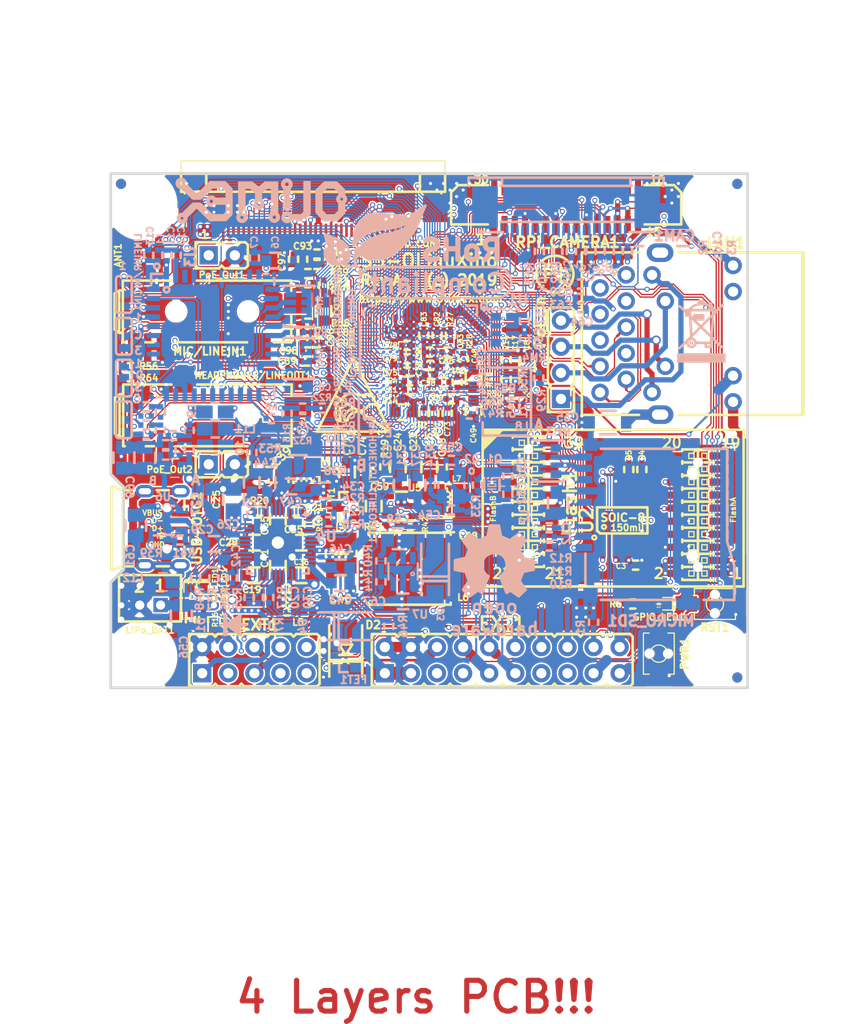
<source format=kicad_pcb>
(kicad_pcb (version 20191123) (host pcbnew "5.99.0-unknown-18d4112~100~ubuntu18.04.1")
  (title_block (date "2019-08-21") (rev "F"))
  (layers (0 "F.Cu" mixed) (1 "In1.Cu" power) (2 "In2.Cu" signal) (31 "B.Cu" mixed) (34 "B.Paste" user hide) (35 "F.Paste" user hide) (36 "B.SilkS" user) (37 "F.SilkS" user) (38 "B.Mask" user hide) (39 "F.Mask" user hide) (44 "Edge.Cuts" user))
  (net 0 "")
  (net 1 "+5V_EXT")
  (net 2 "+5V")
  (net 3 "Net-(ANT1-Pad1)")
  (net 4 "GND")
  (net 5 "+3V3")
  (net 6 "Net-(C37-Pad2)")
  (net 7 "+3.0VA")
  (net 8 "Net-(C54-Pad2)")
  (net 9 "Net-(C57-Pad2)")
  (net 10 "Net-(C65-Pad2)")
  (net 11 "+5V_USBOTG")
  (net 12 "IPS")
  (net 13 "VBAT")
  (net 14 "Net-(CHGLED1-Pad1)")
  (net 15 "Net-(MICRO_SD1-Pad5)")
  (net 16 "Net-(PWRLED1-Pad2)")
  (net 17 "Net-(R9-Pad1)")
  (net 18 "Net-(R41-Pad2)")
  (net 19 "AP-CK32KO")
  (net 20 "Net-(GPIO_LED1-Pad2)")
  (net 21 "Net-(HEADPHONES/LINEOUT1-Pad2)")
  (net 22 "Net-(HEADPHONES/LINEOUT1-Pad1)")
  (net 23 "Net-(HEADPHONES/LINEOUT1-Pad3)")
  (net 24 "Net-(HEADPHONES/LINEOUT1-Pad5)")
  (net 25 "Net-(HEADPHONES/LINEOUT1-Pad4)")
  (net 26 "Net-(MIC/LINEIN1-Pad4)")
  (net 27 "Net-(HPHONEOUTL/LINEOUTL1-Pad2)")
  (net 28 "Net-(HPHONEOUTR/LINEOUTR1-Pad2)")
  (net 29 "Net-(LINEINR/MICIN1-Pad2)")
  (net 30 "Net-(C67-Pad2)")
  (net 31 "AXP_RST")
  (net 32 "Net-(R18-Pad1)")
  (net 33 "Net-(L7-Pad1)")
  (net 34 "Net-(R42-Pad1)")
  (net 35 "Net-(D3-Pad2)")
  (net 36 "+3.3V_RTC")
  (net 37 "USB-ID")
  (net 38 "Net-(R22-Pad1)")
  (net 39 "Net-(R35-Pad2)")
  (net 40 "PB6\\TWI0-SCK")
  (net 41 "Net-(C24-Pad1)")
  (net 42 "PB7\\TWI0-SDA")
  (net 43 "Net-(R40-Pad1)")
  (net 44 "Net-(R17-Pad1)")
  (net 45 "Net-(R20-Pad1)")
  (net 46 "Net-(CHGLED1-Pad2)")
  (net 47 "VCC-DDR")
  (net 48 "Net-(C69-Pad2)")
  (net 49 "USB-VBUSDET")
  (net 50 "/GPIO_LED")
  (net 51 "Net-(R29-Pad2)")
  (net 52 "HP(MIC)-DET")
  (net 53 "Net-(MIC/LINEIN1-Pad1)")
  (net 54 "Net-(LINEINL/MICIN1-Pad2)")
  (net 55 "Net-(C94-Pad2)")
  (net 56 "Net-(C95-Pad2)")
  (net 57 "Net-(C92-Pad2)")
  (net 58 "Net-(C88-Pad1)")
  (net 59 "Net-(C86-Pad1)")
  (net 60 "+2.5V")
  (net 61 "Net-(R49-Pad1)")
  (net 62 "Net-(R30-Pad2)")
  (net 63 "Net-(R31-Pad2)")
  (net 64 "Net-(C52-Pad2)")
  (net 65 "Net-(C51-Pad2)")
  (net 66 "Net-(C17-Pad1)")
  (net 67 "Net-(R28-Pad2)")
  (net 68 "Net-(R27-Pad2)")
  (net 69 "/SDC0-CLK")
  (net 70 "/UART1_RX")
  (net 71 "/SDC0-CMD")
  (net 72 "CSI-SCK")
  (net 73 "CSI-SDA")
  (net 74 "/PB3")
  (net 75 "/CAM-RST")
  (net 76 "/SDC0-D3")
  (net 77 "/WL-SDIO-CLK")
  (net 78 "/CAM-PWDN")
  (net 79 "Net-(R8-Pad1)")
  (net 80 "/CSI-MCLK")
  (net 81 "/CSI-PCLK")
  (net 82 "Net-(R34-Pad1)")
  (net 83 "/WL-SDIO-D2")
  (net 84 "/WL-SDIO-D3")
  (net 85 "/WL-PMU-EN")
  (net 86 "/WL-SDIO-D0")
  (net 87 "/WL-SDIO-D1")
  (net 88 "/BT-DIS-N")
  (net 89 "/BT-UART-RX")
  (net 90 "/WL-SDIO-CMD")
  (net 91 "/SDC0-DET#")
  (net 92 "/SDC0-D1")
  (net 93 "/SDC0-D2")
  (net 94 "/SDC0-D0")
  (net 95 "Net-(C60-Pad2)")
  (net 96 "Net-(C12-Pad1)")
  (net 97 "Net-(C10-Pad2)")
  (net 98 "+1.1V")
  (net 99 "Net-(C15-Pad1)")
  (net 100 "Net-(C19-Pad1)")
  (net 101 "+1V2")
  (net 102 "Net-(C23-Pad1)")
  (net 103 "+2V8")
  (net 104 "Net-(C91-Pad1)")
  (net 105 "Net-(C90-Pad1)")
  (net 106 "Net-(C53-Pad2)")
  (net 107 "Net-(C99-Pad2)")
  (net 108 "Net-(C100-Pad2)")
  (net 109 "Net-(C63-Pad2)")
  (net 110 "Net-(C64-Pad2)")
  (net 111 "Net-(C89-Pad1)")
  (net 112 "AXP_PWRON")
  (net 113 "Net-(C87-Pad1)")
  (net 114 "Net-(C10-Pad1)")
  (net 115 "Net-(L3-Pad1)")
  (net 116 "Net-(L4-Pad1)")
  (net 117 "Net-(L5-Pad1)")
  (net 118 "Net-(FID6-PadFid1)")
  (net 119 "Net-(FID2-PadFid1)")
  (net 120 "Net-(FID4-PadFid1)")
  (net 121 "Net-(FID3-PadFid1)")
  (net 122 "Net-(FID1-PadFid1)")
  (net 123 "Net-(FID5-PadFid1)")
  (net 124 "Net-(U7-Pad6)")
  (net 125 "PB8\\TWI1-SCK")
  (net 126 "PB9\\TWI1-SDA")
  (net 127 "/BT-UART-CTS")
  (net 128 "/BT-UART-TX")
  (net 129 "Net-(U3-Pad40)")
  (net 130 "Net-(U3-Pad39)")
  (net 131 "Net-(U3-Pad38)")
  (net 132 "Net-(U3-Pad37)")
  (net 133 "Net-(U3-Pad35)")
  (net 134 "Net-(U3-Pad32)")
  (net 135 "Net-(U3-Pad30)")
  (net 136 "Net-(U3-Pad29)")
  (net 137 "/BT-PCM-SYNC")
  (net 138 "/BT-PCM-DIN")
  (net 139 "/BT-PCM-CLK")
  (net 140 "/BT-PCM-DOUT")
  (net 141 "Net-(U3-Pad23)")
  (net 142 "Net-(U3-Pad21)")
  (net 143 "/WL-WAKE-AP")
  (net 144 "Net-(U3-Pad11)")
  (net 145 "Net-(U3-Pad10)")
  (net 146 "Net-(U3-Pad8)")
  (net 147 "/BT-WAKE-AP")
  (net 148 "/AP-WAKE-BT")
  (net 149 "Net-(U3-Pad5)")
  (net 150 "Net-(U3-Pad4)")
  (net 151 "Net-(U3-Pad3)")
  (net 152 "Net-(U4-Pad29)")
  (net 153 "/LCD_D14")
  (net 154 "/LCD_D19")
  (net 155 "/LCD_D21")
  (net 156 "/LCD_CLK")
  (net 157 "/LCD_D11")
  (net 158 "/SDC2-CLK\\SPI0-MISO")
  (net 159 "/CTP-INT")
  (net 160 "/LCD_D22")
  (net 161 "/LCD_D15")
  (net 162 "/LCD_D18")
  (net 163 "/LCD_DE")
  (net 164 "/SDC2-RST\\SPI0-CS")
  (net 165 "/LCD_D6")
  (net 166 "/LCD_D10")
  (net 167 "/LCD_VSYNC")
  (net 168 "/SDC2-CMD\\SPI0-CLK")
  (net 169 "/LCD_D20")
  (net 170 "/SDC2-D0\\SPI0-MOSI")
  (net 171 "/LCD_D23")
  (net 172 "/SDC2-D7")
  (net 173 "/LCD-PWM")
  (net 174 "/CSI-HSYNC")
  (net 175 "/SDC2-D3")
  (net 176 "/LCD_D12")
  (net 177 "/LCD_D7")
  (net 178 "/SDC2-D4")
  (net 179 "/LCD_HSYNC")
  (net 180 "/SDC2-D6")
  (net 181 "/LCD_D3")
  (net 182 "/SDC2-D5")
  (net 183 "/CSI-D2")
  (net 184 "/CSI-VSYNC")
  (net 185 "/CSI-D5")
  (net 186 "/LCD_PWR")
  (net 187 "/CSI-D3")
  (net 188 "/CSI-D8")
  (net 189 "/CTP-RST")
  (net 190 "/CSI-D7")
  (net 191 "/CSI-D4")
  (net 192 "/SDC2-D2")
  (net 193 "/SDC2-D1")
  (net 194 "LRADC1")
  (net 195 "LRADC0")
  (net 196 "Net-(U1-PadK1)")
  (net 197 "Net-(U1-PadP11)")
  (net 198 "/LCD_D2")
  (net 199 "/CSI-D6")
  (net 200 "/LCD_D4")
  (net 201 "/LCD_D5")
  (net 202 "Net-(U1-PadL2)")
  (net 203 "/CSI-D10")
  (net 204 "/LCD_D13")
  (net 205 "MIPI-CSI-RESET")
  (net 206 "/CSI-D9")
  (net 207 "/UART1_TX")
  (net 208 "Net-(U1-PadL3)")
  (net 209 "Net-(U1-PadK2)")
  (net 210 "/CSI-D11")
  (net 211 "Net-(U1-PadR11)")
  (net 212 "MIPI-CSI-PWDN")
  (net 213 "Net-(D1-Pad1)")
  (net 214 "Net-(RPi_CAMERA1-Pad25)")
  (net 215 "Net-(RPi_CAMERA1-Pad24)")
  (net 216 "Net-(RPi_CAMERA1-Pad28)")
  (net 217 "Net-(RPi_CAMERA1-Pad22)")
  (net 218 "Net-(RPi_CAMERA1-Pad29)")
  (net 219 "Net-(RPi_CAMERA1-Pad26)")
  (net 220 "Net-(RPi_CAMERA1-Pad16)")
  (net 221 "Net-(RPi_CAMERA1-Pad30)")
  (net 222 "Net-(RPi_CAMERA1-Pad20)")
  (net 223 "Net-(RPi_CAMERA1-Pad19)")
  (net 224 "Net-(RPi_CAMERA1-Pad21)")
  (net 225 "Net-(RPi_CAMERA1-Pad18)")
  (net 226 "Net-(RPi_CAMERA1-Pad23)")
  (net 227 "Net-(RPi_CAMERA1-Pad27)")
  (net 228 "Net-(RPi_CAMERA1-Pad17)")
  (net 229 "Net-(LAN1-Pad7)")
  (net 230 "Net-(LAN1-Pad8)")
  (net 231 "Net-(LAN1-Pad9)")
  (net 232 "Net-(LAN1-Pad10)")
  (net 233 "Net-(LCD_CON1-Pad34)")
  (net 234 "Net-(LCD_CON1-Pad33)")
  (net 235 "Net-(UEXT1-Pad10)")
  (net 236 "Net-(UEXT1-Pad9)")
  (net 237 "Net-(UEXT1-Pad8)")
  (net 238 "Net-(UEXT1-Pad7)")
  (net 239 "Net-(CAM1-Pad17)")
  (net 240 "Net-(CAM1-Pad13)")
  (net 241 "Net-(CAM1-Pad1)")
  (net 242 "Net-(Flash1-Pad24)")
  (net 243 "Net-(Flash1-Pad19)")
  (net 244 "Net-(Flash1-Pad18)")
  (net 245 "Net-(Flash1-Pad17)")
  (net 246 "Net-(Flash1-Pad15)")
  (net 247 "Net-(Flash1-Pad14)")
  (net 248 "Net-(Flash1-Pad13)")
  (net 249 "Net-(Flash1-Pad11)")
  (net 250 "Net-(Flash1-Pad9)")
  (net 251 "Net-(L12-Pad2)")
  (net 252 "AXP_BACKUP")
  (net 253 "/PowerSupply_USB_Audio_Ethernet_Buttons_MiPi-Camera/CHSENSE")
  (net 254 "/PowerSupply_USB_Audio_Ethernet_Buttons_MiPi-Camera/USB-DRV")
  (net 255 "/PowerSupply_USB_Audio_Ethernet_Buttons_MiPi-Camera/EPHY_SPD_LED")
  (net 256 "/PowerSupply_USB_Audio_Ethernet_Buttons_MiPi-Camera/EPHY_LINK_LED")
  (net 257 "/PowerSupply_USB_Audio_Ethernet_Buttons_MiPi-Camera/VINT")
  (net 258 "/PowerSupply_USB_Audio_Ethernet_Buttons_MiPi-Camera/RESETn")
  (net 259 "/PowerSupply_USB_Audio_Ethernet_Buttons_MiPi-Camera/NMI")
  (net 260 "/PowerSupply_USB_Audio_Ethernet_Buttons_MiPi-Camera/HPOUTR")
  (net 261 "/PowerSupply_USB_Audio_Ethernet_Buttons_MiPi-Camera/MBIAS")
  (net 262 "/PowerSupply_USB_Audio_Ethernet_Buttons_MiPi-Camera/HPOUTL")
  (net 263 "/PowerSupply_USB_Audio_Ethernet_Buttons_MiPi-Camera/HPOUTFB")
  (net 264 "/PowerSupply_USB_Audio_Ethernet_Buttons_MiPi-Camera/EPHY_RX_P")
  (net 265 "/PowerSupply_USB_Audio_Ethernet_Buttons_MiPi-Camera/EPHY_TX_N")
  (net 266 "/PowerSupply_USB_Audio_Ethernet_Buttons_MiPi-Camera/EPHY_RX_N")
  (net 267 "/PowerSupply_USB_Audio_Ethernet_Buttons_MiPi-Camera/EPHY_TX_P")
  (net 268 "/PowerSupply_USB_Audio_Ethernet_Buttons_MiPi-Camera/LINEOUTR")
  (net 269 "/PowerSupply_USB_Audio_Ethernet_Buttons_MiPi-Camera/LINEOUTL")
  (net 270 "/PowerSupply_USB_Audio_Ethernet_Buttons_MiPi-Camera/MICIN3_P")
  (net 271 "/PowerSupply_USB_Audio_Ethernet_Buttons_MiPi-Camera/MICIN1_P")
  (net 272 "/PowerSupply_USB_Audio_Ethernet_Buttons_MiPi-Camera/MICIN3_N")
  (net 273 "/PowerSupply_USB_Audio_Ethernet_Buttons_MiPi-Camera/MICIN1_N")
  (net 274 "/PowerSupply_USB_Audio_Ethernet_Buttons_MiPi-Camera/LINEINL")
  (net 275 "/PowerSupply_USB_Audio_Ethernet_Buttons_MiPi-Camera/LINEINR")
  (net 276 "/PowerSupply_USB_Audio_Ethernet_Buttons_MiPi-Camera/EXTEN")
  (net 277 "/PowerSupply_USB_Audio_Ethernet_Buttons_MiPi-Camera/MCSI_DATA0-")
  (net 278 "/PowerSupply_USB_Audio_Ethernet_Buttons_MiPi-Camera/MCSI_DATA1-")
  (net 279 "/PowerSupply_USB_Audio_Ethernet_Buttons_MiPi-Camera/MCSI_DATA1+")
  (net 280 "/PowerSupply_USB_Audio_Ethernet_Buttons_MiPi-Camera/MCSI_DATA0+")
  (net 281 "/PowerSupply_USB_Audio_Ethernet_Buttons_MiPi-Camera/MCSI_CK+")
  (net 282 "/PowerSupply_USB_Audio_Ethernet_Buttons_MiPi-Camera/USB-D_N")
  (net 283 "/PowerSupply_USB_Audio_Ethernet_Buttons_MiPi-Camera/MCSI_CK-")
  (net 284 "/PowerSupply_USB_Audio_Ethernet_Buttons_MiPi-Camera/USB-D_P")
  (net 285 "/PowerSupply_USB_Audio_Ethernet_Buttons_MiPi-Camera/CT2")
  (net 286 "/PowerSupply_USB_Audio_Ethernet_Buttons_MiPi-Camera/SP1")
  (net 287 "/PowerSupply_USB_Audio_Ethernet_Buttons_MiPi-Camera/SP2")
  (net 288 "/PowerSupply_USB_Audio_Ethernet_Buttons_MiPi-Camera/CT1")
  (net 289 "AXP_GPIO3")
  (net 290 "AXP_GPIO2")
  (net 291 "AXP_GPIO1")
  (module "OLIMEX_Connectors-FP:TE_1-1734248-5" (layer "F.Cu") (at 164.338 63.119 180)
    (fp_text reference "RPi_CAMERA1" (at -0.127 -3.556) (layer "F.SilkS") (effects (font (size 1.016 1.016) (thickness 0.254))))
    (fp_text value "1.0mm-pitch_ZIF_SMT-15P")
    (fp_text user "30" (at 8.255 2.54) (layer "F.SilkS") (effects (font (size 0.762 0.762) (thickness 0.1905))))
    (fp_text user "16" (at -8.89 2.54) (layer "F.SilkS") (effects (font (size 0.762 0.762) (thickness 0.1905))))
    (fp_text user "15" (at -8.509 -2.54) (layer "F.SilkS") (effects (font (size 0.762 0.762) (thickness 0.1905))))
    (fp_text user "1" (at 8.255 -3.175) (layer "F.SilkS") (effects (font (size 1.27 1.27) (thickness 0.254))))
    (pad "25" smd rect (at 2 1.825 180) (size 0.6 1.65) (layers "F.Cu" "F.Paste" "F.Mask") (net 214 "Net-(RPi_CAMERA1-Pad25)"))
    (pad "24" smd rect (at 1 1.825 180) (size 0.6 1.65) (layers "F.Cu" "F.Paste" "F.Mask") (net 215 "Net-(RPi_CAMERA1-Pad24)"))
    (pad "28" smd rect (at 5 1.825 180) (size 0.6 1.65) (layers "F.Cu" "F.Paste" "F.Mask") (net 216 "Net-(RPi_CAMERA1-Pad28)"))
    (pad "22" smd rect (at -1 1.825 180) (size 0.6 1.65) (layers "F.Cu" "F.Paste" "F.Mask") (net 217 "Net-(RPi_CAMERA1-Pad22)"))
    (pad "29" smd rect (at 6 1.825 180) (size 0.6 1.65) (layers "F.Cu" "F.Paste" "F.Mask") (net 218 "Net-(RPi_CAMERA1-Pad29)"))
    (pad "26" smd rect (at 3 1.825 180) (size 0.6 1.65) (layers "F.Cu" "F.Paste" "F.Mask") (net 219 "Net-(RPi_CAMERA1-Pad26)"))
    (pad "16" smd rect (at -7 1.825 180) (size 0.6 1.65) (layers "F.Cu" "F.Paste" "F.Mask") (net 220 "Net-(RPi_CAMERA1-Pad16)"))
    (pad "30" smd rect (at 7 1.825 180) (size 0.6 1.65) (layers "F.Cu" "F.Paste" "F.Mask") (net 221 "Net-(RPi_CAMERA1-Pad30)"))
    (pad "20" smd rect (at -3 1.825 180) (size 0.6 1.65) (layers "F.Cu" "F.Paste" "F.Mask") (net 222 "Net-(RPi_CAMERA1-Pad20)"))
    (pad "19" smd rect (at -4 1.825 180) (size 0.6 1.65) (layers "F.Cu" "F.Paste" "F.Mask") (net 223 "Net-(RPi_CAMERA1-Pad19)"))
    (pad "21" smd rect (at -2 1.825 180) (size 0.6 1.65) (layers "F.Cu" "F.Paste" "F.Mask") (net 224 "Net-(RPi_CAMERA1-Pad21)"))
    (pad "18" smd rect (at -5 1.825 180) (size 0.6 1.65) (layers "F.Cu" "F.Paste" "F.Mask") (net 225 "Net-(RPi_CAMERA1-Pad18)"))
    (pad "23" smd rect (at 0 1.825 180) (size 0.6 1.65) (layers "F.Cu" "F.Paste" "F.Mask") (net 226 "Net-(RPi_CAMERA1-Pad23)"))
    (pad "27" smd rect (at 4 1.825 180) (size 0.6 1.65) (layers "F.Cu" "F.Paste" "F.Mask") (net 227 "Net-(RPi_CAMERA1-Pad27)"))
    (pad "17" smd rect (at -6 1.825 180) (size 0.6 1.65) (layers "F.Cu" "F.Paste" "F.Mask") (net 228 "Net-(RPi_CAMERA1-Pad17)"))
    (pad "15" smd rect (at -7 -1.825 180) (size 0.6 1.65) (layers "F.Cu" "F.Paste" "F.Mask") (net 5 "+3V3"))
    (pad "11" smd rect (at -3 -1.825 180) (size 0.6 1.65) (layers "F.Cu" "F.Paste" "F.Mask") (net 212 "MIPI-CSI-PWDN"))
    (pad "12" smd rect (at -4 -1.825 180) (size 0.6 1.65) (layers "F.Cu" "F.Paste" "F.Mask") (net 205 "MIPI-CSI-RESET"))
    (pad "14" smd rect (at -6 -1.825 180) (size 0.6 1.65) (layers "F.Cu" "F.Paste" "F.Mask") (net 72 "CSI-SCK"))
    (pad "13" smd rect (at -5 -1.825 180) (size 0.6 1.65) (layers "F.Cu" "F.Paste" "F.Mask") (net 73 "CSI-SDA"))
    (pad "8" smd rect (at 0 -1.825 180) (size 0.6 1.65) (layers "F.Cu" "F.Paste" "F.Mask") (net 283 "/PowerSupply_USB_Audio_Ethernet_Buttons_MiPi-Camera/MCSI_CK-"))
    (pad "7" smd rect (at 1 -1.825 180) (size 0.6 1.65) (layers "F.Cu" "F.Paste" "F.Mask") (net 4 "GND"))
    (pad "9" smd rect (at -1 -1.825 180) (size 0.6 1.65) (layers "F.Cu" "F.Paste" "F.Mask") (net 281 "/PowerSupply_USB_Audio_Ethernet_Buttons_MiPi-Camera/MCSI_CK+"))
    (pad "10" smd rect (at -2 -1.825 180) (size 0.6 1.65) (layers "F.Cu" "F.Paste" "F.Mask") (net 4 "GND"))
    (pad "6" smd rect (at 2 -1.825 180) (size 0.6 1.65) (layers "F.Cu" "F.Paste" "F.Mask") (net 279 "/PowerSupply_USB_Audio_Ethernet_Buttons_MiPi-Camera/MCSI_DATA1+"))
    (pad "5" smd rect (at 3 -1.825 180) (size 0.6 1.65) (layers "F.Cu" "F.Paste" "F.Mask") (net 278 "/PowerSupply_USB_Audio_Ethernet_Buttons_MiPi-Camera/MCSI_DATA1-"))
    (pad "4" smd rect (at 4 -1.825 180) (size 0.6 1.65) (layers "F.Cu" "F.Paste" "F.Mask") (net 4 "GND"))
    (pad "3" smd rect (at 5 -1.825 180) (size 0.6 1.65) (layers "F.Cu" "F.Paste" "F.Mask") (net 280 "/PowerSupply_USB_Audio_Ethernet_Buttons_MiPi-Camera/MCSI_DATA0+"))
    (pad "2" smd rect (at 6 -1.825 180) (size 0.6 1.65) (layers "F.Cu" "F.Paste" "F.Mask") (net 277 "/PowerSupply_USB_Audio_Ethernet_Buttons_MiPi-Camera/MCSI_DATA0-"))
    (pad "1" smd rect (at 7 -1.825 180) (size 0.6 1.65) (layers "F.Cu" "F.Paste" "F.Mask") (net 4 "GND"))
  )
  (module "OLIMEX_IC-FP:RL-SM02BD(RTL8723BS)" (layer "B.Cu") (at 129.921 75.752 -90)
    (fp_text reference "U3" (at -7.68 2.159 90) (layer "B.SilkS") (effects (font (size 1.016 1.016) (thickness 0.254)) (justify mirror)))
    (fp_text value "RTL8723BS(ComboModule)")
    (pad "FID1" smd circle (at -5.969 -5.969) (size 0.5 0.5) (layers "B.Cu" "B.Mask"))
    (pad "44" smd rect (at -4.5 5.775) (size 1.3 0.5) (layers "B.Cu" "B.Paste" "B.Mask") (net 127 "/BT-UART-CTS"))
    (pad "43" smd rect (at -3.6 5.775) (size 1.3 0.5) (layers "B.Cu" "B.Paste" "B.Mask") (net 89 "/BT-UART-RX"))
    (pad "42" smd rect (at -2.7 5.775) (size 1.3 0.5) (layers "B.Cu" "B.Paste" "B.Mask") (net 128 "/BT-UART-TX"))
    (pad "41" smd rect (at -1.8 5.775) (size 1.3 0.5) (layers "B.Cu" "B.Paste" "B.Mask") (net 4 "GND"))
    (pad "40" smd rect (at -0.9 5.775) (size 1.3 0.5) (layers "B.Cu" "B.Paste" "B.Mask") (net 129 "Net-(U3-Pad40)"))
    (pad "39" smd rect (at 0 5.775) (size 1.3 0.5) (layers "B.Cu" "B.Paste" "B.Mask") (net 130 "Net-(U3-Pad39)"))
    (pad "38" smd rect (at 0.9 5.775) (size 1.3 0.5) (layers "B.Cu" "B.Paste" "B.Mask") (net 131 "Net-(U3-Pad38)"))
    (pad "37" smd rect (at 1.8 5.775) (size 1.3 0.5) (layers "B.Cu" "B.Paste" "B.Mask") (net 132 "Net-(U3-Pad37)"))
    (pad "36" smd rect (at 2.7 5.775) (size 1.3 0.5) (layers "B.Cu" "B.Paste" "B.Mask") (net 4 "GND"))
    (pad "35" smd rect (at 3.6 5.775) (size 1.3 0.5) (layers "B.Cu" "B.Paste" "B.Mask") (net 133 "Net-(U3-Pad35)"))
    (pad "34" smd rect (at 4.5 5.775) (size 1.3 0.5) (layers "B.Cu" "B.Paste" "B.Mask") (net 88 "/BT-DIS-N"))
    (pad "33" smd rect (at 5.775 4.5 90) (size 1.3 0.5) (layers "B.Cu" "B.Paste" "B.Mask") (net 4 "GND"))
    (pad "32" smd rect (at 5.775 3.6 90) (size 1.3 0.5) (layers "B.Cu" "B.Paste" "B.Mask") (net 134 "Net-(U3-Pad32)"))
    (pad "31" smd rect (at 5.775 2.7 90) (size 1.3 0.5) (layers "B.Cu" "B.Paste" "B.Mask") (net 4 "GND"))
    (pad "30" smd rect (at 5.775 1.8 90) (size 1.3 0.5) (layers "B.Cu" "B.Paste" "B.Mask") (net 135 "Net-(U3-Pad30)"))
    (pad "29" smd rect (at 5.775 0.9 90) (size 1.3 0.5) (layers "B.Cu" "B.Paste" "B.Mask") (net 136 "Net-(U3-Pad29)"))
    (pad "28" smd rect (at 5.775 0 90) (size 1.3 0.5) (layers "B.Cu" "B.Paste" "B.Mask") (net 137 "/BT-PCM-SYNC"))
    (pad "27" smd rect (at 5.775 -0.9 90) (size 1.3 0.5) (layers "B.Cu" "B.Paste" "B.Mask") (net 138 "/BT-PCM-DIN"))
    (pad "26" smd rect (at 5.775 -1.8 90) (size 1.3 0.5) (layers "B.Cu" "B.Paste" "B.Mask") (net 139 "/BT-PCM-CLK"))
    (pad "25" smd rect (at 5.775 -2.7 90) (size 1.3 0.5) (layers "B.Cu" "B.Paste" "B.Mask") (net 140 "/BT-PCM-DOUT"))
    (pad "24" smd rect (at 5.775 -3.6 90) (size 1.3 0.5) (layers "B.Cu" "B.Paste" "B.Mask") (net 79 "Net-(R8-Pad1)"))
    (pad "23" smd rect (at 5.775 -4.5 90) (size 1.3 0.5) (layers "B.Cu" "B.Paste" "B.Mask") (net 141 "Net-(U3-Pad23)"))
    (pad "22" smd rect (at 4.5 -5.775 180) (size 1.3 0.5) (layers "B.Cu" "B.Paste" "B.Mask") (net 5 "+3V3"))
    (pad "21" smd rect (at 3.6 -5.775 180) (size 1.3 0.5) (layers "B.Cu" "B.Paste" "B.Mask") (net 142 "Net-(U3-Pad21)"))
    (pad "20" smd rect (at 2.7 -5.775 180) (size 1.3 0.5) (layers "B.Cu" "B.Paste" "B.Mask") (net 4 "GND"))
    (pad "19" smd rect (at 1.8 -5.775 180) (size 1.3 0.5) (layers "B.Cu" "B.Paste" "B.Mask") (net 87 "/WL-SDIO-D1"))
    (pad "18" smd rect (at 0.9 -5.775 180) (size 1.3 0.5) (layers "B.Cu" "B.Paste" "B.Mask") (net 86 "/WL-SDIO-D0"))
    (pad "17" smd rect (at 0 -5.775 180) (size 1.3 0.5) (layers "B.Cu" "B.Paste" "B.Mask") (net 17 "Net-(R9-Pad1)"))
    (pad "16" smd rect (at -0.9 -5.775 180) (size 1.3 0.5) (layers "B.Cu" "B.Paste" "B.Mask") (net 90 "/WL-SDIO-CMD"))
    (pad "15" smd rect (at -1.8 -5.775 180) (size 1.3 0.5) (layers "B.Cu" "B.Paste" "B.Mask") (net 84 "/WL-SDIO-D3"))
    (pad "14" smd rect (at -2.7 -5.775 180) (size 1.3 0.5) (layers "B.Cu" "B.Paste" "B.Mask") (net 83 "/WL-SDIO-D2"))
    (pad "13" smd rect (at -3.6 -5.775 180) (size 1.3 0.5) (layers "B.Cu" "B.Paste" "B.Mask") (net 143 "/WL-WAKE-AP"))
    (pad "12" smd rect (at -4.5 -5.775 180) (size 1.3 0.5) (layers "B.Cu" "B.Paste" "B.Mask") (net 85 "/WL-PMU-EN"))
    (pad "11" smd rect (at -5.775 -4.5 270) (size 1.3 0.5) (layers "B.Cu" "B.Paste" "B.Mask") (net 144 "Net-(U3-Pad11)"))
    (pad "10" smd rect (at -5.775 -3.6 270) (size 1.3 0.5) (layers "B.Cu" "B.Paste" "B.Mask") (net 145 "Net-(U3-Pad10)"))
    (pad "9" smd rect (at -5.775 -2.7 270) (size 1.3 0.5) (layers "B.Cu" "B.Paste" "B.Mask") (net 5 "+3V3"))
    (pad "8" smd rect (at -5.775 -1.8 270) (size 1.3 0.5) (layers "B.Cu" "B.Paste" "B.Mask") (net 146 "Net-(U3-Pad8)"))
    (pad "7" smd rect (at -5.775 -0.9 270) (size 1.3 0.5) (layers "B.Cu" "B.Paste" "B.Mask") (net 147 "/BT-WAKE-AP"))
    (pad "6" smd rect (at -5.775 0 270) (size 1.3 0.5) (layers "B.Cu" "B.Paste" "B.Mask") (net 148 "/AP-WAKE-BT"))
    (pad "5" smd rect (at -5.775 0.9 270) (size 1.3 0.5) (layers "B.Cu" "B.Paste" "B.Mask") (net 149 "Net-(U3-Pad5)"))
    (pad "4" smd rect (at -5.775 1.8 270) (size 1.3 0.5) (layers "B.Cu" "B.Paste" "B.Mask") (net 150 "Net-(U3-Pad4)"))
    (pad "3" smd rect (at -5.775 2.7 270) (size 1.3 0.5) (layers "B.Cu" "B.Paste" "B.Mask") (net 151 "Net-(U3-Pad3)"))
    (pad "2" smd rect (at -5.775 3.6 270) (size 1.3 0.5) (layers "B.Cu" "B.Paste" "B.Mask") (net 114 "Net-(C10-Pad1)"))
    (pad "1" smd rect (at -5.775 4.5 270) (size 1.3 0.5) (layers "B.Cu" "B.Paste" "B.Mask") (net 4 "GND"))
    (pad "FID2" smd circle (at 5.969 5.969) (size 0.5 0.5) (layers "B.Cu" "B.Mask"))
  )
  (module "OLIMEX_IC-FP:FBGA-234(Pitch-0.65mm_Pad-0.3mm_11x11x1.08mm)" (layer "B.Cu") (at 150.15 78.325 -90)
    (fp_text reference "U1" (at -6.062 -9.489 180) (layer "B.SilkS") (effects (font (size 1.016 1.016) (thickness 0.254)) (justify mirror)))
    (fp_text value "AllWinner-S3(FBGA-234)" hide)
    (fp_text user "o" (at -5.554 -6.187) (layer "B.SilkS") (effects (font (size 1.016 1.016) (thickness 0.254)) (justify mirror)))
    (pad "fid" smd circle (at -5.5 5.5 180) (size 0.5 0.5) (layers "B.Cu" "B.Mask"))
    (pad "fid" smd circle (at 5.5 -5.5 180) (size 0.5 0.5) (layers "B.Cu" "B.Mask"))
    (pad "A16" smd circle (at -4.875 4.875 180) (size 0.3 0.3) (layers "B.Cu" "B.Mask") (net 4 "GND"))
    (pad "A15" smd circle (at -4.875 4.225 180) (size 0.3 0.3) (layers "B.Cu" "B.Mask") (net 153 "/LCD_D14"))
    (pad "A14" smd circle (at -4.875 3.575 180) (size 0.3 0.3) (layers "B.Cu" "B.Mask") (net 154 "/LCD_D19"))
    (pad "A13" smd circle (at -4.875 2.925 180) (size 0.3 0.3) (layers "B.Cu" "B.Mask") (net 155 "/LCD_D21"))
    (pad "A11" smd circle (at -4.875 1.625 180) (size 0.3 0.3) (layers "B.Cu" "B.Mask") (net 156 "/LCD_CLK"))
    (pad "A9" smd circle (at -4.875 0.325 180) (size 0.3 0.3) (layers "B.Cu" "B.Mask") (net 157 "/LCD_D11"))
    (pad "A7" smd circle (at -4.875 -0.975 180) (size 0.3 0.3) (layers "B.Cu" "B.Mask") (net 40 "PB6\\TWI0-SCK"))
    (pad "A5" smd circle (at -4.875 -2.275 180) (size 0.3 0.3) (layers "B.Cu" "B.Mask") (net 49 "USB-VBUSDET"))
    (pad "A3" smd circle (at -4.875 -3.575 180) (size 0.3 0.3) (layers "B.Cu" "B.Mask") (net 158 "/SDC2-CLK\\SPI0-MISO"))
    (pad "A2" smd circle (at -4.875 -4.225 180) (size 0.3 0.3) (layers "B.Cu" "B.Mask") (net 159 "/CTP-INT"))
    (pad "A1" smd circle (at -4.875 -4.875 180) (size 0.3 0.3) (layers "B.Cu" "B.Mask") (net 4 "GND"))
    (pad "B12" smd circle (at -4.225 2.275 180) (size 0.3 0.3) (layers "B.Cu" "B.Mask") (net 160 "/LCD_D22"))
    (pad "B15" smd circle (at -4.225 4.225 180) (size 0.3 0.3) (layers "B.Cu" "B.Mask") (net 161 "/LCD_D15"))
    (pad "B14" smd circle (at -4.225 3.575 180) (size 0.3 0.3) (layers "B.Cu" "B.Mask") (net 162 "/LCD_D18"))
    (pad "B11" smd circle (at -4.225 1.625 180) (size 0.3 0.3) (layers "B.Cu" "B.Mask") (net 163 "/LCD_DE"))
    (pad "B8" smd circle (at -4.225 -0.325 180) (size 0.3 0.3) (layers "B.Cu" "B.Mask") (net 127 "/BT-UART-CTS"))
    (pad "B1" smd circle (at -4.225 -4.875 180) (size 0.3 0.3) (layers "B.Cu" "B.Mask") (net 164 "/SDC2-RST\\SPI0-CS"))
    (pad "B16" smd circle (at -4.225 4.875 180) (size 0.3 0.3) (layers "B.Cu" "B.Mask") (net 165 "/LCD_D6"))
    (pad "B9" smd circle (at -4.225 0.325 180) (size 0.3 0.3) (layers "B.Cu" "B.Mask") (net 166 "/LCD_D10"))
    (pad "B10" smd circle (at -4.225 0.975 180) (size 0.3 0.3) (layers "B.Cu" "B.Mask") (net 167 "/LCD_VSYNC"))
    (pad "B5" smd circle (at -4.225 -2.275 180) (size 0.3 0.3) (layers "B.Cu" "B.Mask") (net 52 "HP(MIC)-DET"))
    (pad "B3" smd circle (at -4.225 -3.575 180) (size 0.3 0.3) (layers "B.Cu" "B.Mask") (net 89 "/BT-UART-RX"))
    (pad "B2" smd circle (at -4.225 -4.225 180) (size 0.3 0.3) (layers "B.Cu" "B.Mask") (net 168 "/SDC2-CMD\\SPI0-CLK"))
    (pad "B13" smd circle (at -4.225 2.925 180) (size 0.3 0.3) (layers "B.Cu" "B.Mask") (net 169 "/LCD_D20"))
    (pad "B7" smd circle (at -4.225 -0.975 180) (size 0.3 0.3) (layers "B.Cu" "B.Mask") (net 42 "PB7\\TWI0-SDA"))
    (pad "B4" smd circle (at -4.225 -2.925 180) (size 0.3 0.3) (layers "B.Cu" "B.Mask") (net 128 "/BT-UART-TX"))
    (pad "B6" smd circle (at -4.225 -1.625 180) (size 0.3 0.3) (layers "B.Cu" "B.Mask") (net 125 "PB8\\TWI1-SCK"))
    (pad "D9" smd circle (at -2.925 0.325 180) (size 0.3 0.3) (layers "B.Cu" "B.Mask") (net 4 "GND"))
    (pad "C5" smd circle (at -3.575 -2.275 180) (size 0.3 0.3) (layers "B.Cu" "B.Mask") (net 143 "/WL-WAKE-AP"))
    (pad "C2" smd circle (at -3.575 -4.225 180) (size 0.3 0.3) (layers "B.Cu" "B.Mask") (net 170 "/SDC2-D0\\SPI0-MOSI"))
    (pad "C7" smd circle (at -3.575 -0.975 180) (size 0.3 0.3) (layers "B.Cu" "B.Mask") (net 50 "/GPIO_LED"))
    (pad "D8" smd circle (at -2.925 -0.325 180) (size 0.3 0.3) (layers "B.Cu" "B.Mask") (net 4 "GND"))
    (pad "D5" smd circle (at -2.925 -2.275 180) (size 0.3 0.3) (layers "B.Cu" "B.Mask") (net 4 "GND"))
    (pad "D10" smd circle (at -2.925 0.975 180) (size 0.3 0.3) (layers "B.Cu" "B.Mask") (net 4 "GND"))
    (pad "C12" smd circle (at -3.575 2.275 180) (size 0.3 0.3) (layers "B.Cu" "B.Mask") (net 171 "/LCD_D23"))
    (pad "D1" smd circle (at -2.925 -4.875 180) (size 0.3 0.3) (layers "B.Cu" "B.Mask") (net 172 "/SDC2-D7"))
    (pad "C4" smd circle (at -3.575 -2.925 180) (size 0.3 0.3) (layers "B.Cu" "B.Mask") (net 74 "/PB3"))
    (pad "C8" smd circle (at -3.575 -0.325 180) (size 0.3 0.3) (layers "B.Cu" "B.Mask") (net 173 "/LCD-PWM"))
    (pad "D15" smd circle (at -2.925 4.225 180) (size 0.3 0.3) (layers "B.Cu" "B.Mask") (net 75 "/CAM-RST"))
    (pad "C13" smd circle (at -3.575 2.925 180) (size 0.3 0.3) (layers "B.Cu" "B.Mask") (net 88 "/BT-DIS-N"))
    (pad "C14" smd circle (at -3.575 3.575 180) (size 0.3 0.3) (layers "B.Cu" "B.Mask") (net 174 "/CSI-HSYNC"))
    (pad "D12" smd circle (at -2.925 2.275 180) (size 0.3 0.3) (layers "B.Cu" "B.Mask") (net 4 "GND"))
    (pad "C1" smd circle (at -3.575 -4.875 180) (size 0.3 0.3) (layers "B.Cu" "B.Mask") (net 175 "/SDC2-D3"))
    (pad "C15" smd circle (at -3.575 4.225 180) (size 0.3 0.3) (layers "B.Cu" "B.Mask") (net 176 "/LCD_D12"))
    (pad "C16" smd circle (at -3.575 4.875 180) (size 0.3 0.3) (layers "B.Cu" "B.Mask") (net 177 "/LCD_D7"))
    (pad "C3" smd circle (at -3.575 -3.575 180) (size 0.3 0.3) (layers "B.Cu" "B.Mask") (net 178 "/SDC2-D4"))
    (pad "D6" smd circle (at -2.925 -1.625 180) (size 0.3 0.3) (layers "B.Cu" "B.Mask") (net 4 "GND"))
    (pad "C10" smd circle (at -3.575 0.975 180) (size 0.3 0.3) (layers "B.Cu" "B.Mask") (net 179 "/LCD_HSYNC"))
    (pad "D2" smd circle (at -2.925 -4.225 180) (size 0.3 0.3) (layers "B.Cu" "B.Mask") (net 180 "/SDC2-D6"))
    (pad "D11" smd circle (at -2.925 1.625 180) (size 0.3 0.3) (layers "B.Cu" "B.Mask") (net 4 "GND"))
    (pad "D14" smd circle (at -2.925 3.575 180) (size 0.3 0.3) (layers "B.Cu" "B.Mask") (net 78 "/CAM-PWDN"))
    (pad "D7" smd circle (at -2.925 -0.975 180) (size 0.3 0.3) (layers "B.Cu" "B.Mask") (net 4 "GND"))
    (pad "D4" smd circle (at -2.925 -2.925 180) (size 0.3 0.3) (layers "B.Cu" "B.Mask") (net 4 "GND"))
    (pad "C6" smd circle (at -3.575 -1.625 180) (size 0.3 0.3) (layers "B.Cu" "B.Mask") (net 126 "PB9\\TWI1-SDA"))
    (pad "C9" smd circle (at -3.575 0.325 180) (size 0.3 0.3) (layers "B.Cu" "B.Mask") (net 4 "GND"))
    (pad "C11" smd circle (at -3.575 1.625 180) (size 0.3 0.3) (layers "B.Cu" "B.Mask") (net 181 "/LCD_D3"))
    (pad "D3" smd circle (at -2.925 -3.575 180) (size 0.3 0.3) (layers "B.Cu" "B.Mask") (net 182 "/SDC2-D5"))
    (pad "F9" smd circle (at -1.625 0.325 180) (size 0.3 0.3) (layers "B.Cu" "B.Mask") (net 4 "GND"))
    (pad "E5" smd circle (at -2.275 -2.275 180) (size 0.3 0.3) (layers "B.Cu" "B.Mask") (net 4 "GND"))
    (pad "E2" smd circle (at -2.275 -4.225 180) (size 0.3 0.3) (layers "B.Cu" "B.Mask") (net 265 "/PowerSupply_USB_Audio_Ethernet_Buttons_MiPi-Camera/EPHY_TX_N"))
    (pad "H5" smd circle (at -0.325 -2.275 180) (size 0.3 0.3) (layers "B.Cu" "B.Mask") (net 4 "GND"))
    (pad "E7" smd circle (at -2.275 -0.975 180) (size 0.3 0.3) (layers "B.Cu" "B.Mask") (net 4 "GND"))
    (pad "F8" smd circle (at -1.625 -0.325 180) (size 0.3 0.3) (layers "B.Cu" "B.Mask") (net 47 "VCC-DDR"))
    (pad "F5" smd circle (at -1.625 -2.275 180) (size 0.3 0.3) (layers "B.Cu" "B.Mask") (net 68 "Net-(R27-Pad2)"))
    (pad "F10" smd circle (at -1.625 0.975 180) (size 0.3 0.3) (layers "B.Cu" "B.Mask") (net 4 "GND"))
    (pad "E12" smd circle (at -2.275 2.275 180) (size 0.3 0.3) (layers "B.Cu" "B.Mask") (net 183 "/CSI-D2"))
    (pad "F1" smd circle (at -1.625 -4.875 180) (size 0.3 0.3) (layers "B.Cu" "B.Mask") (net 266 "/PowerSupply_USB_Audio_Ethernet_Buttons_MiPi-Camera/EPHY_RX_N"))
    (pad "E4" smd circle (at -2.275 -2.925 180) (size 0.3 0.3) (layers "B.Cu" "B.Mask") (net 4 "GND"))
    (pad "E8" smd circle (at -2.275 -0.325 180) (size 0.3 0.3) (layers "B.Cu" "B.Mask") (net 4 "GND"))
    (pad "F15" smd circle (at -1.625 4.225 180) (size 0.3 0.3) (layers "B.Cu" "B.Mask") (net 184 "/CSI-VSYNC"))
    (pad "E13" smd circle (at -2.275 2.925 180) (size 0.3 0.3) (layers "B.Cu" "B.Mask") (net 185 "/CSI-D5"))
    (pad "E14" smd circle (at -2.275 3.575 180) (size 0.3 0.3) (layers "B.Cu" "B.Mask") (net 4 "GND"))
    (pad "F12" smd circle (at -1.625 2.275 180) (size 0.3 0.3) (layers "B.Cu" "B.Mask") (net 148 "/AP-WAKE-BT"))
    (pad "E15" smd circle (at -2.275 4.225 180) (size 0.3 0.3) (layers "B.Cu" "B.Mask") (net 186 "/LCD_PWR"))
    (pad "E16" smd circle (at -2.275 4.875 180) (size 0.3 0.3) (layers "B.Cu" "B.Mask") (net 85 "/WL-PMU-EN"))
    (pad "G7" smd circle (at -0.975 -0.975 180) (size 0.3 0.3) (layers "B.Cu" "B.Mask") (net 4 "GND"))
    (pad "E3" smd circle (at -2.275 -3.575 180) (size 0.3 0.3) (layers "B.Cu" "B.Mask") (net 267 "/PowerSupply_USB_Audio_Ethernet_Buttons_MiPi-Camera/EPHY_TX_P"))
    (pad "F6" smd circle (at -1.625 -1.625 180) (size 0.3 0.3) (layers "B.Cu" "B.Mask") (net 47 "VCC-DDR"))
    (pad "G2" smd circle (at -0.975 -4.225 180) (size 0.3 0.3) (layers "B.Cu" "B.Mask") (net 277 "/PowerSupply_USB_Audio_Ethernet_Buttons_MiPi-Camera/MCSI_DATA0-"))
    (pad "G16" smd circle (at -0.975 4.875 180) (size 0.3 0.3) (layers "B.Cu" "B.Mask") (net 72 "CSI-SCK"))
    (pad "G15" smd circle (at -0.975 4.225 180) (size 0.3 0.3) (layers "B.Cu" "B.Mask") (net 187 "/CSI-D3"))
    (pad "E10" smd circle (at -2.275 0.975 180) (size 0.3 0.3) (layers "B.Cu" "B.Mask") (net 4 "GND"))
    (pad "H8" smd circle (at -0.325 -0.325 180) (size 0.3 0.3) (layers "B.Cu" "B.Mask") (net 47 "VCC-DDR"))
    (pad "G5" smd circle (at -0.975 -2.275 180) (size 0.3 0.3) (layers "B.Cu" "B.Mask") (net 4 "GND"))
    (pad "H12" smd circle (at -0.325 2.275 180) (size 0.3 0.3) (layers "B.Cu" "B.Mask") (net 98 "+1.1V"))
    (pad "G14" smd circle (at -0.975 3.575 180) (size 0.3 0.3) (layers "B.Cu" "B.Mask") (net 188 "/CSI-D8"))
    (pad "G13" smd circle (at -0.975 2.925 180) (size 0.3 0.3) (layers "B.Cu" "B.Mask") (net 80 "/CSI-MCLK"))
    (pad "H15" smd circle (at -0.325 4.225 180) (size 0.3 0.3) (layers "B.Cu" "B.Mask") (net 189 "/CTP-RST"))
    (pad "G8" smd circle (at -0.975 -0.325 180) (size 0.3 0.3) (layers "B.Cu" "B.Mask") (net 47 "VCC-DDR"))
    (pad "G4" smd circle (at -0.975 -2.925 180) (size 0.3 0.3) (layers "B.Cu" "B.Mask") (net 4 "GND"))
    (pad "H1" smd circle (at -0.325 -4.875 180) (size 0.3 0.3) (layers "B.Cu" "B.Mask") (net 278 "/PowerSupply_USB_Audio_Ethernet_Buttons_MiPi-Camera/MCSI_DATA1-"))
    (pad "G12" smd circle (at -0.975 2.275 180) (size 0.3 0.3) (layers "B.Cu" "B.Mask") (net 98 "+1.1V"))
    (pad "H9" smd circle (at -0.325 0.325 180) (size 0.3 0.3) (layers "B.Cu" "B.Mask") (net 4 "GND"))
    (pad "H3" smd circle (at -0.325 -3.575 180) (size 0.3 0.3) (layers "B.Cu" "B.Mask") (net 4 "GND"))
    (pad "G11" smd circle (at -0.975 1.625 180) (size 0.3 0.3) (layers "B.Cu" "B.Mask") (net 4 "GND"))
    (pad "G9" smd circle (at -0.975 0.325 180) (size 0.3 0.3) (layers "B.Cu" "B.Mask") (net 4 "GND"))
    (pad "G6" smd circle (at -0.975 -1.625 180) (size 0.3 0.3) (layers "B.Cu" "B.Mask") (net 4 "GND"))
    (pad "H4" smd circle (at -0.325 -2.925 180) (size 0.3 0.3) (layers "B.Cu" "B.Mask") (net 4 "GND"))
    (pad "H7" smd circle (at -0.325 -0.975 180) (size 0.3 0.3) (layers "B.Cu" "B.Mask") (net 4 "GND"))
    (pad "H14" smd circle (at -0.325 3.575 180) (size 0.3 0.3) (layers "B.Cu" "B.Mask") (net 190 "/CSI-D7"))
    (pad "H11" smd circle (at -0.325 1.625 180) (size 0.3 0.3) (layers "B.Cu" "B.Mask") (net 5 "+3V3"))
    (pad "H13" smd circle (at -0.325 2.925 180) (size 0.3 0.3) (layers "B.Cu" "B.Mask") (net 191 "/CSI-D4"))
    (pad "H2" smd circle (at -0.325 -4.225 180) (size 0.3 0.3) (layers "B.Cu" "B.Mask") (net 279 "/PowerSupply_USB_Audio_Ethernet_Buttons_MiPi-Camera/MCSI_DATA1+"))
    (pad "G10" smd circle (at -0.975 0.975 180) (size 0.3 0.3) (layers "B.Cu" "B.Mask") (net 4 "GND"))
    (pad "H6" smd circle (at -0.325 -1.625 180) (size 0.3 0.3) (layers "B.Cu" "B.Mask") (net 66 "Net-(C17-Pad1)"))
    (pad "G3" smd circle (at -0.975 -3.575 180) (size 0.3 0.3) (layers "B.Cu" "B.Mask") (net 280 "/PowerSupply_USB_Audio_Ethernet_Buttons_MiPi-Camera/MCSI_DATA0+"))
    (pad "H10" smd circle (at -0.325 0.975 180) (size 0.3 0.3) (layers "B.Cu" "B.Mask") (net 4 "GND"))
    (pad "F2" smd circle (at -1.625 -4.225 180) (size 0.3 0.3) (layers "B.Cu" "B.Mask") (net 264 "/PowerSupply_USB_Audio_Ethernet_Buttons_MiPi-Camera/EPHY_RX_P"))
    (pad "F11" smd circle (at -1.625 1.625 180) (size 0.3 0.3) (layers "B.Cu" "B.Mask") (net 4 "GND"))
    (pad "F14" smd circle (at -1.625 3.575 180) (size 0.3 0.3) (layers "B.Cu" "B.Mask") (net 81 "/CSI-PCLK"))
    (pad "F7" smd circle (at -1.625 -0.975 180) (size 0.3 0.3) (layers "B.Cu" "B.Mask") (net 47 "VCC-DDR"))
    (pad "F4" smd circle (at -1.625 -2.925 180) (size 0.3 0.3) (layers "B.Cu" "B.Mask") (net 192 "/SDC2-D2"))
    (pad "E6" smd circle (at -2.275 -1.625 180) (size 0.3 0.3) (layers "B.Cu" "B.Mask") (net 4 "GND"))
    (pad "E9" smd circle (at -2.275 0.325 180) (size 0.3 0.3) (layers "B.Cu" "B.Mask") (net 4 "GND"))
    (pad "E11" smd circle (at -2.275 1.625 180) (size 0.3 0.3) (layers "B.Cu" "B.Mask") (net 4 "GND"))
    (pad "F3" smd circle (at -1.625 -3.575 180) (size 0.3 0.3) (layers "B.Cu" "B.Mask") (net 193 "/SDC2-D1"))
    (pad "K9" smd circle (at 0.975 0.325 180) (size 0.3 0.3) (layers "B.Cu" "B.Mask") (net 98 "+1.1V"))
    (pad "J5" smd circle (at 0.325 -2.275 180) (size 0.3 0.3) (layers "B.Cu" "B.Mask") (net 67 "Net-(R28-Pad2)"))
    (pad "J2" smd circle (at 0.325 -4.225 180) (size 0.3 0.3) (layers "B.Cu" "B.Mask") (net 281 "/PowerSupply_USB_Audio_Ethernet_Buttons_MiPi-Camera/MCSI_CK+"))
    (pad "N4" smd circle (at 2.925 -2.925 180) (size 0.3 0.3) (layers "B.Cu" "B.Mask") (net 4 "GND"))
    (pad "R2" smd circle (at 4.225 -4.225 180) (size 0.3 0.3) (layers "B.Cu" "B.Mask") (net 282 "/PowerSupply_USB_Audio_Ethernet_Buttons_MiPi-Camera/USB-D_N"))
    (pad "T16" smd circle (at 4.875 4.875 180) (size 0.3 0.3) (layers "B.Cu" "B.Mask") (net 4 "GND"))
    (pad "R16" smd circle (at 4.225 4.875 180) (size 0.3 0.3) (layers "B.Cu" "B.Mask") (net 84 "/WL-SDIO-D3"))
    (pad "M5" smd circle (at 2.275 -2.275 180) (size 0.3 0.3) (layers "B.Cu" "B.Mask") (net 5 "+3V3"))
    (pad "R7" smd circle (at 4.225 -0.975 180) (size 0.3 0.3) (layers "B.Cu" "B.Mask") (net 259 "/PowerSupply_USB_Audio_Ethernet_Buttons_MiPi-Camera/NMI"))
    (pad "R13" smd circle (at 4.225 2.925 180) (size 0.3 0.3) (layers "B.Cu" "B.Mask") (net 38 "Net-(R22-Pad1)"))
    (pad "T15" smd circle (at 4.875 4.225 180) (size 0.3 0.3) (layers "B.Cu" "B.Mask") (net 138 "/BT-PCM-DIN"))
    (pad "R8" smd circle (at 4.225 -0.325 180) (size 0.3 0.3) (layers "B.Cu" "B.Mask") (net 194 "LRADC1"))
    (pad "N8" smd circle (at 2.925 -0.325 180) (size 0.3 0.3) (layers "B.Cu" "B.Mask") (net 4 "GND"))
    (pad "P5" smd circle (at 3.575 -2.275 180) (size 0.3 0.3) (layers "B.Cu" "B.Mask") (net 5 "+3V3"))
    (pad "J7" smd circle (at 0.325 -0.975 180) (size 0.3 0.3) (layers "B.Cu" "B.Mask") (net 4 "GND"))
    (pad "R15" smd circle (at 4.225 4.225 180) (size 0.3 0.3) (layers "B.Cu" "B.Mask") (net 83 "/WL-SDIO-D2"))
    (pad "R1" smd circle (at 4.225 -4.875 180) (size 0.3 0.3) (layers "B.Cu" "B.Mask") (net 92 "/SDC0-D1"))
    (pad "N10" smd circle (at 2.925 0.975 180) (size 0.3 0.3) (layers "B.Cu" "B.Mask") (net 41 "Net-(C24-Pad1)"))
    (pad "T8" smd circle (at 4.875 -0.325 180) (size 0.3 0.3) (layers "B.Cu" "B.Mask") (net 195 "LRADC0"))
    (pad "K8" smd circle (at 0.975 -0.325 180) (size 0.3 0.3) (layers "B.Cu" "B.Mask") (net 98 "+1.1V"))
    (pad "K5" smd circle (at 0.975 -2.275 180) (size 0.3 0.3) (layers "B.Cu" "B.Mask") (net 51 "Net-(R29-Pad2)"))
    (pad "K10" smd circle (at 0.975 0.975 180) (size 0.3 0.3) (layers "B.Cu" "B.Mask") (net 4 "GND"))
    (pad "J12" smd circle (at 0.325 2.275 180) (size 0.3 0.3) (layers "B.Cu" "B.Mask") (net 98 "+1.1V"))
    (pad "R5" smd circle (at 4.225 -2.275 180) (size 0.3 0.3) (layers "B.Cu" "B.Mask") (net 4 "GND"))
    (pad "T12" smd circle (at 4.875 2.275 180) (size 0.3 0.3) (layers "B.Cu" "B.Mask") (net 275 "/PowerSupply_USB_Audio_Ethernet_Buttons_MiPi-Camera/LINEINR"))
    (pad "R14" smd circle (at 4.225 3.575 180) (size 0.3 0.3) (layers "B.Cu" "B.Mask") (net 37 "USB-ID"))
    (pad "K1" smd circle (at 0.975 -4.875 180) (size 0.3 0.3) (layers "B.Cu" "B.Mask") (net 196 "Net-(U1-PadK1)"))
    (pad "P9" smd circle (at 3.575 0.325 180) (size 0.3 0.3) (layers "B.Cu" "B.Mask") (net 270 "/PowerSupply_USB_Audio_Ethernet_Buttons_MiPi-Camera/MICIN3_P"))
    (pad "P15" smd circle (at 3.575 4.225 180) (size 0.3 0.3) (layers "B.Cu" "B.Mask") (net 86 "/WL-SDIO-D0"))
    (pad "P16" smd circle (at 3.575 4.875 180) (size 0.3 0.3) (layers "B.Cu" "B.Mask") (net 77 "/WL-SDIO-CLK"))
    (pad "N3" smd circle (at 2.925 -3.575 180) (size 0.3 0.3) (layers "B.Cu" "B.Mask") (net 76 "/SDC0-D3"))
    (pad "P6" smd circle (at 3.575 -1.625 180) (size 0.3 0.3) (layers "B.Cu" "B.Mask") (net 63 "Net-(R31-Pad2)"))
    (pad "P1" smd circle (at 3.575 -4.875 180) (size 0.3 0.3) (layers "B.Cu" "B.Mask") (net 94 "/SDC0-D0"))
    (pad "P8" smd circle (at 3.575 -0.325 180) (size 0.3 0.3) (layers "B.Cu" "B.Mask") (net 4 "GND"))
    (pad "N13" smd circle (at 2.925 2.925 180) (size 0.3 0.3) (layers "B.Cu" "B.Mask") (net 260 "/PowerSupply_USB_Audio_Ethernet_Buttons_MiPi-Camera/HPOUTR"))
    (pad "N14" smd circle (at 2.925 3.575 180) (size 0.3 0.3) (layers "B.Cu" "B.Mask") (net 147 "/BT-WAKE-AP"))
    (pad "P12" smd circle (at 3.575 2.275 180) (size 0.3 0.3) (layers "B.Cu" "B.Mask") (net 5 "+3V3"))
    (pad "N7" smd circle (at 2.925 -0.975 180) (size 0.3 0.3) (layers "B.Cu" "B.Mask") (net 5 "+3V3"))
    (pad "N5" smd circle (at 2.925 -2.275 180) (size 0.3 0.3) (layers "B.Cu" "B.Mask") (net 98 "+1.1V"))
    (pad "N2" smd circle (at 2.925 -4.225 180) (size 0.3 0.3) (layers "B.Cu" "B.Mask") (net 71 "/SDC0-CMD"))
    (pad "T5" smd circle (at 4.875 -2.275 180) (size 0.3 0.3) (layers "B.Cu" "B.Mask") (net 6 "Net-(C37-Pad2)"))
    (pad "N12" smd circle (at 2.925 2.275 180) (size 0.3 0.3) (layers "B.Cu" "B.Mask") (net 263 "/PowerSupply_USB_Audio_Ethernet_Buttons_MiPi-Camera/HPOUTFB"))
    (pad "P10" smd circle (at 3.575 0.975 180) (size 0.3 0.3) (layers "B.Cu" "B.Mask") (net 261 "/PowerSupply_USB_Audio_Ethernet_Buttons_MiPi-Camera/MBIAS"))
    (pad "P2" smd circle (at 3.575 -4.225 180) (size 0.3 0.3) (layers "B.Cu" "B.Mask") (net 69 "/SDC0-CLK"))
    (pad "P13" smd circle (at 3.575 2.925 180) (size 0.3 0.3) (layers "B.Cu" "B.Mask") (net 262 "/PowerSupply_USB_Audio_Ethernet_Buttons_MiPi-Camera/HPOUTL"))
    (pad "P11" smd circle (at 3.575 1.625 180) (size 0.3 0.3) (layers "B.Cu" "B.Mask") (net 197 "Net-(U1-PadP11)"))
    (pad "P14" smd circle (at 3.575 3.575 180) (size 0.3 0.3) (layers "B.Cu" "B.Mask") (net 139 "/BT-PCM-CLK"))
    (pad "P7" smd circle (at 3.575 -0.975 180) (size 0.3 0.3) (layers "B.Cu" "B.Mask") (net 258 "/PowerSupply_USB_Audio_Ethernet_Buttons_MiPi-Camera/RESETn"))
    (pad "P4" smd circle (at 3.575 -2.925 180) (size 0.3 0.3) (layers "B.Cu" "B.Mask") (net 82 "Net-(R34-Pad1)"))
    (pad "N6" smd circle (at 2.925 -1.625 180) (size 0.3 0.3) (layers "B.Cu" "B.Mask") (net 36 "+3.3V_RTC"))
    (pad "N9" smd circle (at 2.925 0.325 180) (size 0.3 0.3) (layers "B.Cu" "B.Mask") (net 102 "Net-(C23-Pad1)"))
    (pad "N11" smd circle (at 2.925 1.625 180) (size 0.3 0.3) (layers "B.Cu" "B.Mask") (net 263 "/PowerSupply_USB_Audio_Ethernet_Buttons_MiPi-Camera/HPOUTFB"))
    (pad "P3" smd circle (at 3.575 -3.575 180) (size 0.3 0.3) (layers "B.Cu" "B.Mask") (net 19 "AP-CK32KO"))
    (pad "J4" smd circle (at 0.325 -2.925 180) (size 0.3 0.3) (layers "B.Cu" "B.Mask") (net 4 "GND"))
    (pad "J8" smd circle (at 0.325 -0.325 180) (size 0.3 0.3) (layers "B.Cu" "B.Mask") (net 47 "VCC-DDR"))
    (pad "K15" smd circle (at 0.975 4.225 180) (size 0.3 0.3) (layers "B.Cu" "B.Mask") (net 198 "/LCD_D2"))
    (pad "J13" smd circle (at 0.325 2.925 180) (size 0.3 0.3) (layers "B.Cu" "B.Mask") (net 199 "/CSI-D6"))
    (pad "J14" smd circle (at 0.325 3.575 180) (size 0.3 0.3) (layers "B.Cu" "B.Mask") (net 200 "/LCD_D4"))
    (pad "K12" smd circle (at 0.975 2.275 180) (size 0.3 0.3) (layers "B.Cu" "B.Mask") (net 4 "GND"))
    (pad "J1" smd circle (at 0.325 -4.875 180) (size 0.3 0.3) (layers "B.Cu" "B.Mask") (net 283 "/PowerSupply_USB_Audio_Ethernet_Buttons_MiPi-Camera/MCSI_CK-"))
    (pad "J15" smd circle (at 0.325 4.225 180) (size 0.3 0.3) (layers "B.Cu" "B.Mask") (net 201 "/LCD_D5"))
    (pad "J16" smd circle (at 0.325 4.875 180) (size 0.3 0.3) (layers "B.Cu" "B.Mask") (net 73 "CSI-SDA"))
    (pad "L7" smd circle (at 1.625 -0.975 180) (size 0.3 0.3) (layers "B.Cu" "B.Mask") (net 4 "GND"))
    (pad "J3" smd circle (at 0.325 -3.575 180) (size 0.3 0.3) (layers "B.Cu" "B.Mask") (net 4 "GND"))
    (pad "R9" smd circle (at 4.225 0.325 180) (size 0.3 0.3) (layers "B.Cu" "B.Mask") (net 272 "/PowerSupply_USB_Audio_Ethernet_Buttons_MiPi-Camera/MICIN3_N"))
    (pad "R6" smd circle (at 4.225 -1.625 180) (size 0.3 0.3) (layers "B.Cu" "B.Mask") (net 269 "/PowerSupply_USB_Audio_Ethernet_Buttons_MiPi-Camera/LINEOUTL"))
    (pad "T14" smd circle (at 4.875 3.575 180) (size 0.3 0.3) (layers "B.Cu" "B.Mask") (net 137 "/BT-PCM-SYNC"))
    (pad "T2" smd circle (at 4.875 -4.225 180) (size 0.3 0.3) (layers "B.Cu" "B.Mask") (net 284 "/PowerSupply_USB_Audio_Ethernet_Buttons_MiPi-Camera/USB-D_P"))
    (pad "R10" smd circle (at 4.225 0.975 180) (size 0.3 0.3) (layers "B.Cu" "B.Mask") (net 273 "/PowerSupply_USB_Audio_Ethernet_Buttons_MiPi-Camera/MICIN1_N"))
    (pad "T6" smd circle (at 4.875 -1.625 180) (size 0.3 0.3) (layers "B.Cu" "B.Mask") (net 268 "/PowerSupply_USB_Audio_Ethernet_Buttons_MiPi-Camera/LINEOUTR"))
    (pad "R3" smd circle (at 4.225 -3.575 180) (size 0.3 0.3) (layers "B.Cu" "B.Mask") (net 64 "Net-(C52-Pad2)"))
    (pad "T10" smd circle (at 4.875 0.975 180) (size 0.3 0.3) (layers "B.Cu" "B.Mask") (net 271 "/PowerSupply_USB_Audio_Ethernet_Buttons_MiPi-Camera/MICIN1_P"))
    (pad "K6" smd circle (at 0.975 -1.625 180) (size 0.3 0.3) (layers "B.Cu" "B.Mask") (net 4 "GND"))
    (pad "N16" smd circle (at 2.925 4.875 180) (size 0.3 0.3) (layers "B.Cu" "B.Mask") (net 87 "/WL-SDIO-D1"))
    (pad "L2" smd circle (at 1.625 -4.225 180) (size 0.3 0.3) (layers "B.Cu" "B.Mask") (net 202 "Net-(U1-PadL2)"))
    (pad "L16" smd circle (at 1.625 4.875 180) (size 0.3 0.3) (layers "B.Cu" "B.Mask") (net 203 "/CSI-D10"))
    (pad "L15" smd circle (at 1.625 4.225 180) (size 0.3 0.3) (layers "B.Cu" "B.Mask") (net 204 "/LCD_D13"))
    (pad "J10" smd circle (at 0.325 0.975 180) (size 0.3 0.3) (layers "B.Cu" "B.Mask") (net 4 "GND"))
    (pad "M8" smd circle (at 2.275 -0.325 180) (size 0.3 0.3) (layers "B.Cu" "B.Mask") (net 98 "+1.1V"))
    (pad "L5" smd circle (at 1.625 -2.275 180) (size 0.3 0.3) (layers "B.Cu" "B.Mask") (net 62 "Net-(R30-Pad2)"))
    (pad "M12" smd circle (at 2.275 2.275 180) (size 0.3 0.3) (layers "B.Cu" "B.Mask") (net 5 "+3V3"))
    (pad "L14" smd circle (at 1.625 3.575 180) (size 0.3 0.3) (layers "B.Cu" "B.Mask") (net 205 "MIPI-CSI-RESET"))
    (pad "L13" smd circle (at 1.625 2.925 180) (size 0.3 0.3) (layers "B.Cu" "B.Mask") (net 206 "/CSI-D9"))
    (pad "M15" smd circle (at 2.275 4.225 180) (size 0.3 0.3) (layers "B.Cu" "B.Mask") (net 207 "/UART1_TX"))
    (pad "L8" smd circle (at 1.625 -0.325 180) (size 0.3 0.3) (layers "B.Cu" "B.Mask") (net 98 "+1.1V"))
    (pad "L4" smd circle (at 1.625 -2.925 180) (size 0.3 0.3) (layers "B.Cu" "B.Mask") (net 4 "GND"))
    (pad "M1" smd circle (at 2.275 -4.875 180) (size 0.3 0.3) (layers "B.Cu" "B.Mask") (net 91 "/SDC0-DET#"))
    (pad "L12" smd circle (at 1.625 2.275 180) (size 0.3 0.3) (layers "B.Cu" "B.Mask") (net 5 "+3V3"))
    (pad "M9" smd circle (at 2.275 0.325 180) (size 0.3 0.3) (layers "B.Cu" "B.Mask") (net 99 "Net-(C15-Pad1)"))
    (pad "L11" smd circle (at 1.625 1.625 180) (size 0.3 0.3) (layers "B.Cu" "B.Mask") (net 5 "+3V3"))
    (pad "L9" smd circle (at 1.625 0.325 180) (size 0.3 0.3) (layers "B.Cu" "B.Mask") (net 4 "GND"))
    (pad "L6" smd circle (at 1.625 -1.625 180) (size 0.3 0.3) (layers "B.Cu" "B.Mask") (net 7 "+3.0VA"))
    (pad "M4" smd circle (at 2.275 -2.925 180) (size 0.3 0.3) (layers "B.Cu" "B.Mask") (net 5 "+3V3"))
    (pad "M7" smd circle (at 2.275 -0.975 180) (size 0.3 0.3) (layers "B.Cu" "B.Mask") (net 7 "+3.0VA"))
    (pad "M14" smd circle (at 2.275 3.575 180) (size 0.3 0.3) (layers "B.Cu" "B.Mask") (net 70 "/UART1_RX"))
    (pad "M11" smd circle (at 2.275 1.625 180) (size 0.3 0.3) (layers "B.Cu" "B.Mask") (net 5 "+3V3"))
    (pad "M13" smd circle (at 2.275 2.925 180) (size 0.3 0.3) (layers "B.Cu" "B.Mask") (net 140 "/BT-PCM-DOUT"))
    (pad "M2" smd circle (at 2.275 -4.225 180) (size 0.3 0.3) (layers "B.Cu" "B.Mask") (net 93 "/SDC0-D2"))
    (pad "L10" smd circle (at 1.625 0.975 180) (size 0.3 0.3) (layers "B.Cu" "B.Mask") (net 4 "GND"))
    (pad "M6" smd circle (at 2.275 -1.625 180) (size 0.3 0.3) (layers "B.Cu" "B.Mask") (net 61 "Net-(R49-Pad1)"))
    (pad "L3" smd circle (at 1.625 -3.575 180) (size 0.3 0.3) (layers "B.Cu" "B.Mask") (net 208 "Net-(U1-PadL3)"))
    (pad "M10" smd circle (at 2.275 0.975 180) (size 0.3 0.3) (layers "B.Cu" "B.Mask") (net 4 "GND"))
    (pad "K2" smd circle (at 0.975 -4.225 180) (size 0.3 0.3) (layers "B.Cu" "B.Mask") (net 209 "Net-(U1-PadK2)"))
    (pad "K13" smd circle (at 0.975 2.925 180) (size 0.3 0.3) (layers "B.Cu" "B.Mask") (net 210 "/CSI-D11"))
    (pad "R4" smd circle (at 4.225 -2.925 180) (size 0.3 0.3) (layers "B.Cu" "B.Mask") (net 106 "Net-(C53-Pad2)"))
    (pad "T1" smd circle (at 4.875 -4.875 180) (size 0.3 0.3) (layers "B.Cu" "B.Mask") (net 4 "GND"))
    (pad "R12" smd circle (at 4.225 2.275 180) (size 0.3 0.3) (layers "B.Cu" "B.Mask") (net 274 "/PowerSupply_USB_Audio_Ethernet_Buttons_MiPi-Camera/LINEINL"))
    (pad "T3" smd circle (at 4.875 -3.575 180) (size 0.3 0.3) (layers "B.Cu" "B.Mask") (net 65 "Net-(C51-Pad2)"))
    (pad "R11" smd circle (at 4.225 1.625 180) (size 0.3 0.3) (layers "B.Cu" "B.Mask") (net 211 "Net-(U1-PadR11)"))
    (pad "K11" smd circle (at 0.975 1.625 180) (size 0.3 0.3) (layers "B.Cu" "B.Mask") (net 98 "+1.1V"))
    (pad "K14" smd circle (at 0.975 3.575 180) (size 0.3 0.3) (layers "B.Cu" "B.Mask") (net 212 "MIPI-CSI-PWDN"))
    (pad "K7" smd circle (at 0.975 -0.975 180) (size 0.3 0.3) (layers "B.Cu" "B.Mask") (net 4 "GND"))
    (pad "K4" smd circle (at 0.975 -2.925 180) (size 0.3 0.3) (layers "B.Cu" "B.Mask") (net 4 "GND"))
    (pad "J6" smd circle (at 0.325 -1.625 180) (size 0.3 0.3) (layers "B.Cu" "B.Mask") (net 4 "GND"))
    (pad "N15" smd circle (at 2.925 4.225 180) (size 0.3 0.3) (layers "B.Cu" "B.Mask") (net 90 "/WL-SDIO-CMD"))
    (pad "J9" smd circle (at 0.325 0.325 180) (size 0.3 0.3) (layers "B.Cu" "B.Mask") (net 4 "GND"))
    (pad "J11" smd circle (at 0.325 1.625 180) (size 0.3 0.3) (layers "B.Cu" "B.Mask") (net 98 "+1.1V"))
    (pad "K3" smd circle (at 0.975 -3.575 180) (size 0.3 0.3) (layers "B.Cu" "B.Mask") (net 4 "GND"))
  )
  (module "OLIMEX_RLC-FP:C_0805_5MIL_DWS" (layer "F.Cu") (at 131.953 91.694 90)
    (fp_text reference "C25" (at 0 -1.651 90) (layer "F.SilkS") (effects (font (size 0.635 0.635) (thickness 0.15875))))
    (fp_text value "47uF/6.3V/20%/X5R/C0805")
    (pad "2" smd rect (at 1.016 0 180) (size 1.524 1.27) (layers "F.Cu" "F.Paste" "F.Mask") (net 4 "GND"))
    (pad "1" smd rect (at -1.016 0 180) (size 1.524 1.27) (layers "F.Cu" "F.Paste" "F.Mask") (net 12 "IPS"))
  )
  (module "OLIMEX_Crystal-FP:TSX-3.2x2.5mm_GND(3)" (layer "B.Cu") (at 153.162 90.297 -90)
    (fp_text reference "Q2" (at -2.54 -2.032 180) (layer "B.SilkS") (effects (font (size 0.762 0.762) (thickness 0.1905)) (justify mirror)))
    (fp_text value "Q24MHZ/20pF/30ppm/4P/3.2x2.5mm")
    (fp_text user "o" (at -1.4605 -1.9685 180) (layer "B.SilkS") (effects (font (size 0.8 0.8) (thickness 0.2)) (justify mirror)))
    (pad "3" smd rect (at -1.1 0.8 270) (size 1.4 1.2) (layers "B.Cu" "B.Paste" "B.Mask") (net 4 "GND"))
    (pad "3" smd rect (at 1.1 -0.8 270) (size 1.4 1.2) (layers "B.Cu" "B.Paste" "B.Mask") (net 4 "GND"))
    (pad "2" smd rect (at 1.1 0.8 270) (size 1.4 1.2) (layers "B.Cu" "B.Paste" "B.Mask") (net 8 "Net-(C54-Pad2)"))
    (pad "1" smd rect (at -1.1 -0.8 270) (size 1.4 1.2) (layers "B.Cu" "B.Paste" "B.Mask") (net 106 "Net-(C53-Pad2)"))
  )
  (module "OLIMEX_RLC-FP:R_0402_5MIL_0R(Board_Mounted)" (layer "B.Cu") (at 133.731 87.122 90)
    (fp_text reference "R53" (at 0.381 1.778 180) (layer "B.SilkS") (effects (font (size 0.762 0.762) (thickness 0.1905)) (justify mirror)))
    (fp_text value "0R/R0402(Board_Mounted)")
    (fp_line (start 0.254 0) (end -0.254 0) (layer "B.Cu") (width 0.254))
    (pad "2" smd rect (at 0.508 0 90) (size 0.5 0.55) (layers "B.Cu" "B.Paste" "B.Mask") (net 263 "/PowerSupply_USB_Audio_Ethernet_Buttons_MiPi-Camera/HPOUTFB"))
    (pad "1" smd rect (at -0.508 0 270) (size 0.5 0.55) (layers "B.Cu" "B.Paste" "B.Mask") (net 4 "GND"))
  )
  (module "OLIMEX_RLC-FP:R_0402_5MIL_0R(Board_Mounted)" (layer "B.Cu") (at 151.13 90.297 -90)
    (fp_text reference "R34" (at -2.921 0 90) (layer "B.SilkS") (effects (font (size 0.762 0.762) (thickness 0.1905)) (justify mirror)))
    (fp_text value "0R/R0402(Board_Mounted)")
    (fp_line (start 0.254 0) (end -0.254 0) (layer "B.Cu") (width 0.254))
    (pad "2" smd rect (at 0.508 0 270) (size 0.5 0.55) (layers "B.Cu" "B.Paste" "B.Mask") (net 8 "Net-(C54-Pad2)"))
    (pad "1" smd rect (at -0.508 0 90) (size 0.5 0.55) (layers "B.Cu" "B.Paste" "B.Mask") (net 82 "Net-(R34-Pad1)"))
  )
  (module "OLIMEX_Connectors-FP:HN2x5" (layer "F.Cu") (at 133.985 107.315)
    (fp_text reference "UEXT1" (at 0 -3.429) (layer "F.SilkS") (effects (font (size 1.016 1.016) (thickness 0.254))))
    (fp_text value "HN2x5")
    (pad "4" thru_hole circle (at -2.54 -1.27) (size 1.778 1.778) (drill 1) (layers *.Cu *.Mask) (net 213 "Net-(D1-Pad1)"))
    (pad "3" thru_hole circle (at -2.54 1.27) (size 1.778 1.778) (drill 1) (layers *.Cu *.Mask) (net 207 "/UART1_TX"))
    (pad "2" thru_hole circle (at -5.08 -1.27) (size 1.778 1.778) (drill 1) (layers *.Cu *.Mask) (net 4 "GND"))
    (pad "1" thru_hole rect (at -5.08 1.27) (size 1.778 1.778) (drill 1) (layers *.Cu *.Mask) (net 5 "+3V3"))
    (pad "5" thru_hole circle (at 0 1.27) (size 1.778 1.778) (drill 1) (layers *.Cu *.Mask) (net 125 "PB8\\TWI1-SCK"))
    (pad "6" thru_hole circle (at 0 -1.27) (size 1.778 1.778) (drill 1) (layers *.Cu *.Mask) (net 126 "PB9\\TWI1-SDA"))
    (pad "8" thru_hole circle (at 2.54 -1.27) (size 1.778 1.778) (drill 1) (layers *.Cu *.Mask) (net 237 "Net-(UEXT1-Pad8)"))
    (pad "7" thru_hole circle (at 2.54 1.27) (size 1.778 1.778) (drill 1) (layers *.Cu *.Mask) (net 238 "Net-(UEXT1-Pad7)"))
    (pad "9" thru_hole circle (at 5.08 1.27) (size 1.778 1.778) (drill 1) (layers *.Cu *.Mask) (net 236 "Net-(UEXT1-Pad9)"))
    (pad "10" thru_hole circle (at 5.08 -1.27) (size 1.778 1.778) (drill 1) (layers *.Cu *.Mask) (net 235 "Net-(UEXT1-Pad10)"))
  )
  (module "OLIMEX_Connectors-FP:PoE[2x(HN1x2)+HN1x4]" (layer "F.Cu") (at 142.875 78.105)
    (fp_text reference "PoE1" hide)
    (fp_text value "[2x(HN1x2)+HN1x4]" hide)
    (fp_text user "PoE_Out2" (at -17.145 10.668) (layer "F.SilkS") (effects (font (size 0.635 0.635) (thickness 0.15875))))
    (fp_text user "PoE_Out1" (at -12.065 -8.255) (layer "F.SilkS") (effects (font (size 0.635 0.635) (thickness 0.15875))))
    (fp_text user "PoE_In" (at 18.923 -3.683 90) (layer "F.SilkS") (effects (font (size 1.016 1.016) (thickness 0.254))))
    (pad "7" thru_hole rect (at -13.335 10.16) (size 1.778 1.778) (drill 1) (layers *.Cu *.Mask) (net 1 "+5V_EXT"))
    (pad "8" thru_hole circle (at -10.795 10.16) (size 1.778 1.778) (drill 1) (layers *.Cu *.Mask) (net 4 "GND"))
    (pad "5" thru_hole rect (at -13.335 -10.16) (size 1.778 1.778) (drill 1) (layers *.Cu *.Mask) (net 1 "+5V_EXT"))
    (pad "6" thru_hole circle (at -10.795 -10.16) (size 1.778 1.778) (drill 1) (layers *.Cu *.Mask) (net 4 "GND"))
    (pad "3" thru_hole circle (at 20.955 -1.27 90) (size 1.778 1.778) (drill 1) (layers *.Cu *.Mask) (net 285 "/PowerSupply_USB_Audio_Ethernet_Buttons_MiPi-Camera/CT2"))
    (pad "2" thru_hole circle (at 20.955 1.27 90) (size 1.778 1.778) (drill 1) (layers *.Cu *.Mask) (net 286 "/PowerSupply_USB_Audio_Ethernet_Buttons_MiPi-Camera/SP1"))
    (pad "1" thru_hole rect (at 20.955 3.81 90) (size 1.778 1.778) (drill 1) (layers *.Cu *.Mask) (net 287 "/PowerSupply_USB_Audio_Ethernet_Buttons_MiPi-Camera/SP2"))
    (pad "4" thru_hole circle (at 20.955 -3.81 90) (size 1.778 1.778) (drill 1) (layers *.Cu *.Mask) (net 288 "/PowerSupply_USB_Audio_Ethernet_Buttons_MiPi-Camera/CT1"))
  )
  (module "OLIMEX_RLC-FP:L_0805_5MIL_DWS" (layer "B.Cu") (at 125.095 99.695)
    (fp_text reference "L12" (at -2.921 -0.381) (layer "B.SilkS") (effects (font (size 0.762 0.762) (thickness 0.1905)) (justify mirror)))
    (fp_text value "FB0805\\600R\\2A")
    (pad "1" smd rect (at -1.016 0) (size 1.524 1.27) (layers "B.Cu" "B.Paste" "B.Mask") (net 4 "GND") (clearance 0.0508))
    (pad "2" smd rect (at 1.016 0) (size 1.524 1.27) (layers "B.Cu" "B.Paste" "B.Mask") (net 251 "Net-(L12-Pad2)") (clearance 0.0508))
  )
  (module "OLIMEX_RLC-FP:C_0805_5MIL_DWS" (layer "B.Cu") (at 147.955 95.504)
    (fp_text reference "C58" (at 0 -1.905) (layer "B.SilkS") (effects (font (size 0.762 0.762) (thickness 0.1905)) (justify mirror)))
    (fp_text value "47uF/6.3V/20%/X5R/C0805")
    (pad "2" smd rect (at 1.016 0 270) (size 1.524 1.27) (layers "B.Cu" "B.Paste" "B.Mask") (net 12 "IPS"))
    (pad "1" smd rect (at -1.016 0 270) (size 1.524 1.27) (layers "B.Cu" "B.Paste" "B.Mask") (net 4 "GND"))
  )
  (module "OLIMEX_Connectors-FP:Flash[2x(PA-V16X-2X10-LF)]" (layer "F.Cu") (at 168.91 92.5322 180)
    (fp_text reference "Flash1" (at 4.191 0.5842 90) (layer "F.SilkS") (effects (font (size 1.27 1.27) (thickness 0.254))))
    (fp_text value "Flash[2x(PA-V16X-2X10-LF)]")
    (fp_text user "20" (at -5.715 6.35) (layer "F.SilkS") (effects (font (thickness 0.2))))
    (fp_text user "19" (at -11.43 6.35) (layer "F.SilkS") (effects (font (thickness 0.2))))
    (fp_text user "1" (at -12.065 -6.35) (layer "F.SilkS") (effects (font (thickness 0.2))))
    (fp_text user "2" (at -4.445 -6.35) (layer "F.SilkS") (effects (font (thickness 0.2))))
    (fp_text user "22" (at 10.795 -6.35) (layer "F.SilkS") (effects (font (thickness 0.2))))
    (fp_text user "39" (at 3.81 6.35) (layer "F.SilkS") (effects (font (thickness 0.2))))
    (fp_text user "21" (at 5.715 -6.35) (layer "F.SilkS") (effects (font (thickness 0.2))))
    (fp_text user "FlashA" (at -11.684 -0.1778 90) (layer "F.SilkS") (effects (font (size 0.508 0.508) (thickness 0.127))))
    (fp_text user "FlashB" (at 11.684 -0.0508 90) (layer "F.SilkS") (effects (font (size 0.508 0.508) (thickness 0.127))))
    (pad "40" smd rect (at 10.287 6.35 180) (size 1.8 0.7) (layers "F.Cu" "F.Paste" "F.Mask") (net 172 "/SDC2-D7"))
    (pad "39" smd rect (at 6.223 6.35 180) (size 1.8 0.7) (layers "F.Cu" "F.Paste" "F.Mask") (net 170 "/SDC2-D0\\SPI0-MOSI"))
    (pad "30" smd rect (at 10.287 0) (size 1.8 0.7) (layers "F.Cu" "F.Paste" "F.Mask") (net 4 "GND"))
    (pad "29" smd rect (at 6.223 0) (size 1.8 0.7) (layers "F.Cu" "F.Paste" "F.Mask") (net 4 "GND"))
    (pad "28" smd rect (at 10.287 -1.27) (size 1.8 0.7) (layers "F.Cu" "F.Paste" "F.Mask") (net 178 "/SDC2-D4"))
    (pad "27" smd rect (at 6.223 -1.27) (size 1.8 0.7) (layers "F.Cu" "F.Paste" "F.Mask") (net 175 "/SDC2-D3"))
    (pad "34" smd rect (at 10.287 2.54 180) (size 1.8 0.7) (layers "F.Cu" "F.Paste" "F.Mask") (net 4 "GND"))
    (pad "33" smd rect (at 6.223 2.54 180) (size 1.8 0.7) (layers "F.Cu" "F.Paste" "F.Mask") (net 4 "GND"))
    (pad "24" smd rect (at 10.287 -3.81) (size 1.8 0.7) (layers "F.Cu" "F.Paste" "F.Mask") (net 242 "Net-(Flash1-Pad24)"))
    (pad "23" smd rect (at 6.223 -3.81) (size 1.8 0.7) (layers "F.Cu" "F.Paste" "F.Mask") (net 158 "/SDC2-CLK\\SPI0-MISO"))
    (pad "36" smd rect (at 10.287 3.81 180) (size 1.8 0.7) (layers "F.Cu" "F.Paste" "F.Mask") (net 180 "/SDC2-D6"))
    (pad "35" smd rect (at 6.223 3.81 180) (size 1.8 0.7) (layers "F.Cu" "F.Paste" "F.Mask") (net 193 "/SDC2-D1"))
    (pad "32" smd rect (at 10.287 1.27) (size 1.8 0.7) (layers "F.Cu" "F.Paste" "F.Mask") (net 182 "/SDC2-D5"))
    (pad "31" smd rect (at 6.223 1.27) (size 1.8 0.7) (layers "F.Cu" "F.Paste" "F.Mask") (net 192 "/SDC2-D2"))
    (pad "" np_thru_hole circle (at 8.255 -4.445 180) (size 0.7 0.7) (drill 0.7) (layers *.Cu *.Mask))
    (pad "" np_thru_hole circle (at 8.255 5.715 180) (size 0.7 0.7) (drill 0.7) (layers *.Cu *.Mask))
    (pad "26" smd rect (at 10.287 -2.54) (size 1.8 0.7) (layers "F.Cu" "F.Paste" "F.Mask") (net 4 "GND"))
    (pad "25" smd rect (at 6.223 -2.54) (size 1.8 0.7) (layers "F.Cu" "F.Paste" "F.Mask") (net 4 "GND"))
    (pad "22" smd rect (at 10.287 -5.08) (size 1.8 0.7) (layers "F.Cu" "F.Paste" "F.Mask") (net 4 "GND"))
    (pad "21" smd rect (at 6.223 -5.08) (size 1.8 0.7) (layers "F.Cu" "F.Paste" "F.Mask") (net 4 "GND"))
    (pad "38" smd rect (at 10.287 5.08 180) (size 1.8 0.7) (layers "F.Cu" "F.Paste" "F.Mask") (net 4 "GND"))
    (pad "37" smd rect (at 6.223 5.08 180) (size 1.8 0.7) (layers "F.Cu" "F.Paste" "F.Mask") (net 4 "GND"))
    (pad "" np_thru_hole circle (at -8.255 -5.715 180) (size 0.7 0.7) (drill 0.7) (layers *.Cu *.Mask))
    (pad "" np_thru_hole circle (at -8.255 4.445 180) (size 0.7 0.7) (drill 0.7) (layers *.Cu *.Mask))
    (pad "20" smd rect (at -6.223 5.08 180) (size 1.8 0.7) (layers "F.Cu" "F.Paste" "F.Mask") (net 164 "/SDC2-RST\\SPI0-CS"))
    (pad "19" smd rect (at -10.287 5.08 180) (size 1.8 0.7) (layers "F.Cu" "F.Paste" "F.Mask") (net 243 "Net-(Flash1-Pad19)"))
    (pad "18" smd rect (at -6.223 3.81 180) (size 1.8 0.7) (layers "F.Cu" "F.Paste" "F.Mask") (net 244 "Net-(Flash1-Pad18)"))
    (pad "17" smd rect (at -10.287 3.81 180) (size 1.8 0.7) (layers "F.Cu" "F.Paste" "F.Mask") (net 245 "Net-(Flash1-Pad17)"))
    (pad "16" smd rect (at -6.223 2.54 180) (size 1.8 0.7) (layers "F.Cu" "F.Paste" "F.Mask") (net 158 "/SDC2-CLK\\SPI0-MISO"))
    (pad "15" smd rect (at -10.287 2.54 180) (size 1.8 0.7) (layers "F.Cu" "F.Paste" "F.Mask") (net 246 "Net-(Flash1-Pad15)"))
    (pad "14" smd rect (at -6.223 1.27 180) (size 1.8 0.7) (layers "F.Cu" "F.Paste" "F.Mask") (net 247 "Net-(Flash1-Pad14)"))
    (pad "13" smd rect (at -10.287 1.27 180) (size 1.8 0.7) (layers "F.Cu" "F.Paste" "F.Mask") (net 248 "Net-(Flash1-Pad13)"))
    (pad "12" smd rect (at -6.223 0) (size 1.8 0.7) (layers "F.Cu" "F.Paste" "F.Mask") (net 170 "/SDC2-D0\\SPI0-MOSI"))
    (pad "11" smd rect (at -10.287 0) (size 1.8 0.7) (layers "F.Cu" "F.Paste" "F.Mask") (net 249 "Net-(Flash1-Pad11)"))
    (pad "10" smd rect (at -6.223 -1.27) (size 1.8 0.7) (layers "F.Cu" "F.Paste" "F.Mask") (net 4 "GND"))
    (pad "9" smd rect (at -10.287 -1.27) (size 1.8 0.7) (layers "F.Cu" "F.Paste" "F.Mask") (net 250 "Net-(Flash1-Pad9)"))
    (pad "8" smd rect (at -6.223 -2.54) (size 1.8 0.7) (layers "F.Cu" "F.Paste" "F.Mask") (net 168 "/SDC2-CMD\\SPI0-CLK"))
    (pad "7" smd rect (at -10.287 -2.54) (size 1.8 0.7) (layers "F.Cu" "F.Paste" "F.Mask") (net 168 "/SDC2-CMD\\SPI0-CLK"))
    (pad "6" smd rect (at -6.223 -3.81) (size 1.8 0.7) (layers "F.Cu" "F.Paste" "F.Mask") (net 4 "GND"))
    (pad "5" smd rect (at -10.287 -3.81) (size 1.8 0.7) (layers "F.Cu" "F.Paste" "F.Mask") (net 164 "/SDC2-RST\\SPI0-CS"))
    (pad "4" smd rect (at -6.223 -5.08) (size 1.8 0.7) (layers "F.Cu" "F.Paste" "F.Mask") (net 5 "+3V3"))
    (pad "3" smd rect (at -10.287 -5.08) (size 1.8 0.7) (layers "F.Cu" "F.Paste" "F.Mask") (net 5 "+3V3"))
    (pad "2" smd rect (at -6.223 -6.35) (size 1.8 0.7) (layers "F.Cu" "F.Paste" "F.Mask") (net 5 "+3V3"))
    (pad "1" smd rect (at -10.287 -6.35) (size 1.8 0.7) (layers "F.Cu" "F.Paste" "F.Mask") (net 5 "+3V3"))
  )
  (module "OLIMEX_Connectors-FP:LIPO_BAT_VERTICAL_DW02S" (layer "F.Cu") (at 123.825 98.425 180)
    (fp_text reference "LiPo_BAT1" (at 0 -5.969) (layer "F.SilkS") (effects (font (size 0.635 0.635) (thickness 0.15875))))
    (fp_text value "DW02S")
    (fp_text user "2" (at 1.02108 -1.72974) (layer "F.SilkS") (effects (font (size 1.1 1.1) (thickness 0.254))))
    (fp_text user "1" (at -0.98298 -1.67894) (layer "F.SilkS") (effects (font (size 1.1 1.1) (thickness 0.254))))
    (pad "2" thru_hole circle (at 1.00076 -3.53822 180) (size 1.4 1.4) (drill 0.9) (layers *.Cu *.Mask) (net 4 "GND"))
    (pad "1" thru_hole rect (at -1.0287 -3.53568 180) (size 1.4 1.4) (drill 0.9) (layers *.Cu *.Mask) (net 13 "VBAT"))
  )
  (module "OLIMEX_Connectors-FP:HN2x10" (layer "F.Cu") (at 158.115 107.315)
    (fp_text reference "EXT1" (at 0 -3.556) (layer "F.SilkS") (effects (font (size 1.27 1.27) (thickness 0.254))))
    (fp_text value "NA(HN2x10)")
    (pad "20" thru_hole circle (at 11.43 -1.27) (size 1.778 1.778) (drill 1) (layers *.Cu *.Mask) (net 50 "/GPIO_LED"))
    (pad "19" thru_hole circle (at 11.43 1.27) (size 1.778 1.778) (drill 1) (layers *.Cu *.Mask) (net 73 "CSI-SDA"))
    (pad "18" thru_hole circle (at 8.89 -1.27) (size 1.778 1.778) (drill 1) (layers *.Cu *.Mask) (net 74 "/PB3"))
    (pad "17" thru_hole circle (at 8.89 1.27) (size 1.778 1.778) (drill 1) (layers *.Cu *.Mask) (net 72 "CSI-SCK"))
    (pad "16" thru_hole circle (at 6.35 -1.27) (size 1.778 1.778) (drill 1) (layers *.Cu *.Mask) (net 289 "AXP_GPIO3"))
    (pad "15" thru_hole circle (at 6.35 1.27) (size 1.778 1.778) (drill 1) (layers *.Cu *.Mask) (net 42 "PB7\\TWI0-SDA"))
    (pad "14" thru_hole circle (at 3.81 -1.27) (size 1.778 1.778) (drill 1) (layers *.Cu *.Mask) (net 290 "AXP_GPIO2"))
    (pad "13" thru_hole circle (at 3.81 1.27) (size 1.778 1.778) (drill 1) (layers *.Cu *.Mask) (net 40 "PB6\\TWI0-SCK"))
    (pad "12" thru_hole circle (at 1.27 -1.27) (size 1.778 1.778) (drill 1) (layers *.Cu *.Mask) (net 291 "AXP_GPIO1"))
    (pad "11" thru_hole circle (at 1.27 1.27) (size 1.778 1.778) (drill 1) (layers *.Cu *.Mask) (net 194 "LRADC1"))
    (pad "4" thru_hole circle (at -8.89 -1.27) (size 1.778 1.778) (drill 1) (layers *.Cu *.Mask) (net 4 "GND"))
    (pad "3" thru_hole circle (at -8.89 1.27) (size 1.778 1.778) (drill 1) (layers *.Cu *.Mask) (net 1 "+5V_EXT"))
    (pad "2" thru_hole circle (at -11.43 -1.27) (size 1.778 1.778) (drill 1) (layers *.Cu *.Mask) (net 4 "GND"))
    (pad "1" thru_hole rect (at -11.43 1.27) (size 1.778 1.778) (drill 1) (layers *.Cu *.Mask) (net 1 "+5V_EXT"))
    (pad "5" thru_hole circle (at -6.35 1.27) (size 1.778 1.778) (drill 1) (layers *.Cu *.Mask) (net 12 "IPS"))
    (pad "6" thru_hole circle (at -6.35 -1.27) (size 1.778 1.778) (drill 1) (layers *.Cu *.Mask) (net 252 "AXP_BACKUP"))
    (pad "8" thru_hole circle (at -3.81 -1.27) (size 1.778 1.778) (drill 1) (layers *.Cu *.Mask) (net 112 "AXP_PWRON"))
    (pad "7" thru_hole circle (at -3.81 1.27) (size 1.778 1.778) (drill 1) (layers *.Cu *.Mask) (net 5 "+3V3"))
    (pad "9" thru_hole circle (at -1.27 1.27) (size 1.778 1.778) (drill 1) (layers *.Cu *.Mask) (net 195 "LRADC0"))
    (pad "10" thru_hole circle (at -1.27 -1.27) (size 1.778 1.778) (drill 1) (layers *.Cu *.Mask) (net 31 "AXP_RST"))
  )
  (module "OLIMEX_Other-FP:Mounting_Hole_Drill-3.3mm_Clerance-7mm" (layer "F.Cu") (at 179 107)
    (fp_text reference "MH1" hide)
    (fp_text value "Mounting_Hole_NPTH" hide)
    (pad "" np_thru_hole circle (at 0 0) (size 3.300001 3.300001) (drill 3.300001) (layers *.Cu *.Mask) (clearance 1.85))
  )
  (module "OLIMEX_Other-FP:Mounting_Hole_Drill-3.3mm_Clerance-7mm" (layer "F.Cu") (at 179 63)
    (fp_text reference "MH3" hide)
    (fp_text value "Mounting_Hole_NPTH" hide)
    (pad "" np_thru_hole circle (at 0 0) (size 3.300001 3.300001) (drill 3.300001) (layers *.Cu *.Mask) (clearance 1.85))
  )
  (module "OLIMEX_Other-FP:Mounting_Hole_Drill-3.3mm_Clerance-7mm" (layer "F.Cu") (at 123 107)
    (fp_text reference "MH4" hide)
    (fp_text value "Mounting_Hole_NPTH" hide)
    (pad "" np_thru_hole circle (at 0 0) (size 3.300001 3.300001) (drill 3.300001) (layers *.Cu *.Mask) (clearance 1.85))
  )
  (module "OLIMEX_Other-FP:Mounting_Hole_Drill-3.3mm_Clerance-7mm" (layer "F.Cu") (at 123 63)
    (fp_text reference "MH2" hide)
    (fp_text value "Mounting_Hole_NPTH" hide)
    (pad "" np_thru_hole circle (at 0 0) (size 3.300001 3.300001) (drill 3.300001) (layers *.Cu *.Mask) (clearance 1.85))
  )
  (module "OLIMEX_Buttons-FP:IT1185AU2_V2" (layer "F.Cu") (at 173.355 106.68 -90)
    (fp_text reference "PWR1" (at 0 -2.54 90) (layer "F.SilkS") (effects (font (size 0.762 0.762) (thickness 0.1905))))
    (fp_text value "IT-1185AU2-160G-G-TR")
    (pad "1" smd rect (at -2.177 0 270) (size 0.9 1.5) (layers "F.Cu" "F.Mask") (net 112 "AXP_PWRON"))
    (pad "2" smd rect (at 2.177 0 270) (size 0.9 1.5) (layers "F.Cu" "F.Mask") (net 4 "GND"))
    (pad "" np_thru_hole circle (at 0 -0.9 270) (size 0.7 0.7) (drill 0.7) (layers *.Cu *.Mask))
    (pad "" np_thru_hole circle (at 0 0.9 270) (size 0.7 0.7) (drill 0.7) (layers *.Cu *.Mask))
  )
  (module "OLIMEX_Buttons-FP:IT1185AU2_V2" (layer "F.Cu") (at 178.816 101.854)
    (fp_text reference "RST1" (at 0 2.286 180) (layer "F.SilkS") (effects (font (size 0.762 0.762) (thickness 0.1905))))
    (fp_text value "IT-1185AU2-160G-G-TR")
    (pad "1" smd rect (at -2.177 0) (size 0.9 1.5) (layers "F.Cu" "F.Mask") (net 31 "AXP_RST"))
    (pad "2" smd rect (at 2.177 0) (size 0.9 1.5) (layers "F.Cu" "F.Mask") (net 4 "GND"))
    (pad "" np_thru_hole circle (at 0 -0.9) (size 0.7 0.7) (drill 0.7) (layers *.Cu *.Mask))
    (pad "" np_thru_hole circle (at 0 0.9) (size 0.7 0.7) (drill 0.7) (layers *.Cu *.Mask))
  )
  (module "OLIMEX_Connectors-FP:FPV-WZA21-40-LF" (layer "F.Cu") (at 139.7 62.865)
    (fp_text reference "LCD_CON1" (at 10.16 3.937 180) (layer "F.SilkS") (effects (font (size 0.635 0.635) (thickness 0.15875))))
    (fp_text value "FPV-WZA21-40-LF")
    (fp_text user "1" (at -10.541 3.075 180) (layer "F.SilkS") (effects (font (size 0.762 0.762) (thickness 0.1905))))
    (pad "0" smd rect (at 11.9 0.55 180) (size 2.4 2.6) (layers "F.Cu" "F.Paste" "F.Mask") (net 4 "GND"))
    (pad "0" smd rect (at -11.9 0.55 180) (size 2.4 2.6) (layers "F.Cu" "F.Paste" "F.Mask") (net 4 "GND"))
    (pad "40" smd rect (at 9.75 2.65 180) (size 0.25 1.3) (layers "F.Cu" "F.Paste" "F.Mask") (net 42 "PB7\\TWI0-SDA"))
    (pad "39" smd rect (at 9.25 2.65 180) (size 0.25 1.3) (layers "F.Cu" "F.Paste" "F.Mask") (net 40 "PB6\\TWI0-SCK"))
    (pad "38" smd rect (at 8.75 2.65 180) (size 0.25 1.3) (layers "F.Cu" "F.Paste" "F.Mask") (net 189 "/CTP-RST"))
    (pad "37" smd rect (at 8.25 2.65 180) (size 0.25 1.3) (layers "F.Cu" "F.Paste" "F.Mask") (net 159 "/CTP-INT"))
    (pad "36" smd rect (at 7.75 2.65 180) (size 0.25 1.3) (layers "F.Cu" "F.Paste" "F.Mask") (net 173 "/LCD-PWM"))
    (pad "35" smd rect (at 7.25 2.65 180) (size 0.25 1.3) (layers "F.Cu" "F.Paste" "F.Mask") (net 186 "/LCD_PWR"))
    (pad "34" smd rect (at 6.75 2.65 180) (size 0.25 1.3) (layers "F.Cu" "F.Paste" "F.Mask") (net 233 "Net-(LCD_CON1-Pad34)"))
    (pad "33" smd rect (at 6.25 2.65 180) (size 0.25 1.3) (layers "F.Cu" "F.Paste" "F.Mask") (net 234 "Net-(LCD_CON1-Pad33)"))
    (pad "32" smd rect (at 5.75 2.65 180) (size 0.25 1.3) (layers "F.Cu" "F.Paste" "F.Mask") (net 163 "/LCD_DE"))
    (pad "31" smd rect (at 5.25 2.65 180) (size 0.25 1.3) (layers "F.Cu" "F.Paste" "F.Mask") (net 156 "/LCD_CLK"))
    (pad "30" smd rect (at 4.75 2.65 180) (size 0.25 1.3) (layers "F.Cu" "F.Paste" "F.Mask") (net 167 "/LCD_VSYNC"))
    (pad "29" smd rect (at 4.25 2.65 180) (size 0.25 1.3) (layers "F.Cu" "F.Paste" "F.Mask") (net 179 "/LCD_HSYNC"))
    (pad "28" smd rect (at 3.75 2.65 180) (size 0.25 1.3) (layers "F.Cu" "F.Paste" "F.Mask") (net 177 "/LCD_D7"))
    (pad "27" smd rect (at 3.25 2.65 180) (size 0.25 1.3) (layers "F.Cu" "F.Paste" "F.Mask") (net 165 "/LCD_D6"))
    (pad "26" smd rect (at 2.75 2.65 180) (size 0.25 1.3) (layers "F.Cu" "F.Paste" "F.Mask") (net 201 "/LCD_D5"))
    (pad "25" smd rect (at 2.25 2.65 180) (size 0.25 1.3) (layers "F.Cu" "F.Paste" "F.Mask") (net 200 "/LCD_D4"))
    (pad "24" smd rect (at 1.75 2.65 180) (size 0.25 1.3) (layers "F.Cu" "F.Paste" "F.Mask") (net 181 "/LCD_D3"))
    (pad "23" smd rect (at 1.25 2.65 180) (size 0.25 1.3) (layers "F.Cu" "F.Paste" "F.Mask") (net 198 "/LCD_D2"))
    (pad "22" smd rect (at 0.75 2.65 180) (size 0.25 1.3) (layers "F.Cu" "F.Paste" "F.Mask") (net 4 "GND"))
    (pad "21" smd rect (at 0.25 2.65 180) (size 0.25 1.3) (layers "F.Cu" "F.Paste" "F.Mask") (net 4 "GND"))
    (pad "20" smd rect (at -0.25 2.65 180) (size 0.25 1.3) (layers "F.Cu" "F.Paste" "F.Mask") (net 161 "/LCD_D15"))
    (pad "19" smd rect (at -0.75 2.65 180) (size 0.25 1.3) (layers "F.Cu" "F.Paste" "F.Mask") (net 153 "/LCD_D14"))
    (pad "18" smd rect (at -1.25 2.65 180) (size 0.25 1.3) (layers "F.Cu" "F.Paste" "F.Mask") (net 204 "/LCD_D13"))
    (pad "17" smd rect (at -1.75 2.65 180) (size 0.25 1.3) (layers "F.Cu" "F.Paste" "F.Mask") (net 176 "/LCD_D12"))
    (pad "16" smd rect (at -2.25 2.65 180) (size 0.25 1.3) (layers "F.Cu" "F.Paste" "F.Mask") (net 157 "/LCD_D11"))
    (pad "15" smd rect (at -2.75 2.65 180) (size 0.25 1.3) (layers "F.Cu" "F.Paste" "F.Mask") (net 166 "/LCD_D10"))
    (pad "14" smd rect (at -3.25 2.65 180) (size 0.25 1.3) (layers "F.Cu" "F.Paste" "F.Mask") (net 4 "GND"))
    (pad "13" smd rect (at -3.75 2.65 180) (size 0.25 1.3) (layers "F.Cu" "F.Paste" "F.Mask") (net 4 "GND"))
    (pad "12" smd rect (at -4.25 2.65 180) (size 0.25 1.3) (layers "F.Cu" "F.Paste" "F.Mask") (net 171 "/LCD_D23"))
    (pad "11" smd rect (at -4.75 2.65 180) (size 0.25 1.3) (layers "F.Cu" "F.Paste" "F.Mask") (net 160 "/LCD_D22"))
    (pad "10" smd rect (at -5.25 2.65 180) (size 0.25 1.3) (layers "F.Cu" "F.Paste" "F.Mask") (net 155 "/LCD_D21"))
    (pad "9" smd rect (at -5.75 2.65 180) (size 0.25 1.3) (layers "F.Cu" "F.Paste" "F.Mask") (net 169 "/LCD_D20"))
    (pad "8" smd rect (at -6.25 2.65 180) (size 0.25 1.3) (layers "F.Cu" "F.Paste" "F.Mask") (net 154 "/LCD_D19"))
    (pad "7" smd rect (at -6.75 2.65 180) (size 0.25 1.3) (layers "F.Cu" "F.Paste" "F.Mask") (net 162 "/LCD_D18"))
    (pad "6" smd rect (at -7.25 2.65 180) (size 0.25 1.3) (layers "F.Cu" "F.Paste" "F.Mask") (net 4 "GND"))
    (pad "5" smd rect (at -7.75 2.65 180) (size 0.25 1.3) (layers "F.Cu" "F.Paste" "F.Mask") (net 4 "GND"))
    (pad "4" smd rect (at -8.25 2.65 180) (size 0.25 1.3) (layers "F.Cu" "F.Paste" "F.Mask") (net 4 "GND"))
    (pad "3" smd rect (at -8.75 2.65 180) (size 0.25 1.3) (layers "F.Cu" "F.Paste" "F.Mask") (net 5 "+3V3"))
    (pad "2" smd rect (at -9.25 2.65 180) (size 0.25 1.3) (layers "F.Cu" "F.Paste" "F.Mask") (net 4 "GND"))
    (pad "1" smd rect (at -9.75 2.65 180) (size 0.25 1.3) (layers "F.Cu" "F.Paste" "F.Mask") (net 2 "+5V"))
  )
  (module "OLIMEX_Connectors-FP:LPJG0926HENL(MagJack_10_100_1000_with_PoE)" (layer "F.Cu") (at 176.53 75.565 -90)
    (fp_text reference "LAN1" (at -8.8265 -3.3655 180) (layer "F.SilkS") (effects (font (size 1.016 1.016) (thickness 0.254))))
    (fp_text value "LPJG0926HENL(MagJack_10_100_1000_with_PoE)")
    (pad "15" thru_hole circle (at 6.63 -4.06 270) (size 1.7 1.7) (drill 1) (layers *.Cu *.Mask) (net 5 "+3V3"))
    (pad "18" thru_hole circle (at -6.63 -4.06 270) (size 1.7 1.7) (drill 1) (layers *.Cu *.Mask) (net 255 "/PowerSupply_USB_Audio_Ethernet_Buttons_MiPi-Camera/EPHY_SPD_LED"))
    (pad "16" thru_hole circle (at 4.09 -4.06 270) (size 1.7 1.7) (drill 1) (layers *.Cu *.Mask) (net 256 "/PowerSupply_USB_Audio_Ethernet_Buttons_MiPi-Camera/EPHY_LINK_LED"))
    (pad "17" thru_hole circle (at -4.09 -4.06 270) (size 1.7 1.7) (drill 1) (layers *.Cu *.Mask) (net 5 "+3V3"))
    (pad "" np_thru_hole circle (at 5.715 0 270) (size 3.3 3.3) (drill 3.3) (layers *.Cu *.Mask))
    (pad "" np_thru_hole circle (at -5.715 0 270) (size 3.3 3.3) (drill 3.3) (layers *.Cu *.Mask))
    (pad "0" thru_hole oval (at 7.875 3.05 270) (size 1.8 2.6) (drill oval 1 1.6) (layers *.Cu *.Mask) (net 10 "Net-(C65-Pad2)"))
    (pad "0" thru_hole oval (at -7.875 3.05 270) (size 1.8 2.6) (drill oval 1 1.6) (layers *.Cu *.Mask) (net 10 "Net-(C65-Pad2)"))
    (pad "14" thru_hole circle (at -5.715 3.83 270) (size 1.7 1.7) (drill 1) (layers *.Cu *.Mask) (net 287 "/PowerSupply_USB_Audio_Ethernet_Buttons_MiPi-Camera/SP2"))
    (pad "13" thru_hole circle (at -3.175 2.54 270) (size 1.7 1.7) (drill 1) (layers *.Cu *.Mask) (net 286 "/PowerSupply_USB_Audio_Ethernet_Buttons_MiPi-Camera/SP1"))
    (pad "12" thru_hole circle (at 3.175 2.54 270) (size 1.7 1.7) (drill 1) (layers *.Cu *.Mask) (net 285 "/PowerSupply_USB_Audio_Ethernet_Buttons_MiPi-Camera/CT2"))
    (pad "11" thru_hole circle (at 5.715 3.83 270) (size 1.7 1.7) (drill 1) (layers *.Cu *.Mask) (net 288 "/PowerSupply_USB_Audio_Ethernet_Buttons_MiPi-Camera/CT1"))
    (pad "1" thru_hole circle (at 5.715 8.89 270) (size 1.7 1.7) (drill 1) (layers *.Cu *.Mask) (net 267 "/PowerSupply_USB_Audio_Ethernet_Buttons_MiPi-Camera/EPHY_TX_P"))
    (pad "2" thru_hole circle (at 4.445 6.35 270) (size 1.7 1.7) (drill 1) (layers *.Cu *.Mask) (net 265 "/PowerSupply_USB_Audio_Ethernet_Buttons_MiPi-Camera/EPHY_TX_N"))
    (pad "3" thru_hole circle (at 3.175 8.89 270) (size 1.7 1.7) (drill 1) (layers *.Cu *.Mask) (net 264 "/PowerSupply_USB_Audio_Ethernet_Buttons_MiPi-Camera/EPHY_RX_P"))
    (pad "4" thru_hole circle (at 1.905 6.35 270) (size 1.7 1.7) (drill 1) (layers *.Cu *.Mask) (net 109 "Net-(C63-Pad2)"))
    (pad "5" thru_hole circle (at 0.635 8.89 270) (size 1.7 1.7) (drill 1) (layers *.Cu *.Mask) (net 110 "Net-(C64-Pad2)"))
    (pad "6" thru_hole circle (at -0.635 6.35 270) (size 1.7 1.7) (drill 1) (layers *.Cu *.Mask) (net 266 "/PowerSupply_USB_Audio_Ethernet_Buttons_MiPi-Camera/EPHY_RX_N"))
    (pad "7" thru_hole circle (at -1.905 8.89 270) (size 1.7 1.7) (drill 1) (layers *.Cu *.Mask) (net 229 "Net-(LAN1-Pad7)"))
    (pad "8" thru_hole circle (at -3.175 6.35 270) (size 1.7 1.7) (drill 1) (layers *.Cu *.Mask) (net 230 "Net-(LAN1-Pad8)"))
    (pad "9" thru_hole circle (at -4.445 8.89 270) (size 1.7 1.7) (drill 1) (layers *.Cu *.Mask) (net 231 "Net-(LAN1-Pad9)"))
    (pad "10" thru_hole circle (at -5.715 6.35 270) (size 1.7 1.7) (drill 1) (layers *.Cu *.Mask) (net 232 "Net-(LAN1-Pad10)"))
  )
  (module "OLIMEX_Connectors-FP:OV2640(FPV-WZB21-24-LF)" (layer "B.Cu") (at 164.338 63.496 180)
    (fp_text reference "CAM1" (at -10.541 -2.544) (layer "B.SilkS") (effects (font (size 1.016 1.016) (thickness 0.254)) (justify mirror)))
    (fp_text value "OV2640(FPV-WZB21-24-LF)")
    (pad "24" smd rect (at 5.75 -2.1 180) (size 0.25 1.2) (layers "B.Cu" "B.Paste" "B.Mask") (net 183 "/CSI-D2"))
    (pad "23" smd rect (at 5.25 -2.1 180) (size 0.25 1.2) (layers "B.Cu" "B.Paste" "B.Mask") (net 187 "/CSI-D3"))
    (pad "22" smd rect (at 4.75 -2.1 180) (size 0.25 1.2) (layers "B.Cu" "B.Paste" "B.Mask") (net 199 "/CSI-D6"))
    (pad "21" smd rect (at 4.25 -2.1 180) (size 0.25 1.2) (layers "B.Cu" "B.Paste" "B.Mask") (net 185 "/CSI-D5"))
    (pad "20" smd rect (at 3.75 -2.1 180) (size 0.25 1.2) (layers "B.Cu" "B.Paste" "B.Mask") (net 190 "/CSI-D7"))
    (pad "19" smd rect (at 3.25 -2.1 180) (size 0.25 1.2) (layers "B.Cu" "B.Paste" "B.Mask") (net 191 "/CSI-D4"))
    (pad "18" smd rect (at 2.75 -2.1 180) (size 0.25 1.2) (layers "B.Cu" "B.Paste" "B.Mask") (net 188 "/CSI-D8"))
    (pad "17" smd rect (at 2.25 -2.1 180) (size 0.25 1.2) (layers "B.Cu" "B.Paste" "B.Mask") (net 239 "Net-(CAM1-Pad17)"))
    (pad "16" smd rect (at 1.75 -2.1 180) (size 0.25 1.2) (layers "B.Cu" "B.Paste" "B.Mask") (net 206 "/CSI-D9"))
    (pad "15" smd rect (at 1.25 -2.1 180) (size 0.25 1.2) (layers "B.Cu" "B.Paste" "B.Mask") (net 4 "GND"))
    (pad "14" smd rect (at 0.75 -2.1 180) (size 0.25 1.2) (layers "B.Cu" "B.Paste" "B.Mask") (net 203 "/CSI-D10"))
    (pad "13" smd rect (at 0.25 -2.1 180) (size 0.25 1.2) (layers "B.Cu" "B.Paste" "B.Mask") (net 240 "Net-(CAM1-Pad13)"))
    (pad "12" smd rect (at -0.25 -2.1 180) (size 0.25 1.2) (layers "B.Cu" "B.Paste" "B.Mask") (net 210 "/CSI-D11"))
    (pad "11" smd rect (at -0.75 -2.1 180) (size 0.25 1.2) (layers "B.Cu" "B.Paste" "B.Mask") (net 5 "+3V3"))
    (pad "10" smd rect (at -1.25 -2.1 180) (size 0.25 1.2) (layers "B.Cu" "B.Paste" "B.Mask") (net 101 "+1V2"))
    (pad "9" smd rect (at -1.75 -2.1 180) (size 0.25 1.2) (layers "B.Cu" "B.Paste" "B.Mask") (net 174 "/CSI-HSYNC"))
    (pad "8" smd rect (at -2.25 -2.1 180) (size 0.25 1.2) (layers "B.Cu" "B.Paste" "B.Mask") (net 78 "/CAM-PWDN"))
    (pad "7" smd rect (at -2.75 -2.1 180) (size 0.25 1.2) (layers "B.Cu" "B.Paste" "B.Mask") (net 184 "/CSI-VSYNC"))
    (pad "6" smd rect (at -3.25 -2.1 180) (size 0.25 1.2) (layers "B.Cu" "B.Paste" "B.Mask") (net 75 "/CAM-RST"))
    (pad "5" smd rect (at -3.75 -2.1 180) (size 0.25 1.2) (layers "B.Cu" "B.Paste" "B.Mask") (net 72 "CSI-SCK"))
    (pad "4" smd rect (at -4.25 -2.1 180) (size 0.25 1.2) (layers "B.Cu" "B.Paste" "B.Mask") (net 103 "+2V8"))
    (pad "3" smd rect (at -4.75 -2.1 180) (size 0.25 1.2) (layers "B.Cu" "B.Paste" "B.Mask") (net 73 "CSI-SDA"))
    (pad "2" smd rect (at -5.25 -2.1 180) (size 0.25 1.2) (layers "B.Cu" "B.Paste" "B.Mask") (net 4 "GND"))
    (pad "1" smd rect (at -5.75 -2.1 180) (size 0.25 1.2) (layers "B.Cu" "B.Paste" "B.Mask") (net 241 "Net-(CAM1-Pad1)"))
    (pad "0" smd rect (at 7.9 0.25 180) (size 2.5 4.1) (layers "B.Cu" "B.Paste" "B.Mask") (net 4 "GND"))
    (pad "0" smd rect (at -7.9 0.25 180) (size 2.5 4.1) (layers "B.Cu" "B.Paste" "B.Mask") (net 4 "GND"))
  )
  (module "OLIMEX_Connectors-FP:PJ-W47S-05D2-LF_5PIN_V2" (layer "F.Cu") (at 129.413 83.51)
    (fp_text reference "HEADPHONES/LINEOUT1" (at 4.445 -3.881) (layer "F.SilkS") (effects (font (size 0.635 0.635) (thickness 0.15875))))
    (fp_text value "PJ-W47S-05D2-LF")
    (pad "1" smd rect (at -7 3.4) (size 1.4 2.6) (layers "F.Cu" "F.Paste" "F.Mask") (net 22 "Net-(HEADPHONES/LINEOUT1-Pad1)") (clearance 0.0508))
    (pad "2" smd rect (at 5.2 3.4) (size 2 2.6) (layers "F.Cu" "F.Paste" "F.Mask") (net 21 "Net-(HEADPHONES/LINEOUT1-Pad2)") (clearance 0.0508))
    (pad "3" smd rect (at -2.3 -3.5) (size 1.8 2.6) (layers "F.Cu" "F.Paste" "F.Mask") (net 23 "Net-(HEADPHONES/LINEOUT1-Pad3)") (clearance 0.0508))
    (pad "4" smd rect (at 8.8 -0.8) (size 2.6 2) (layers "F.Cu" "F.Paste" "F.Mask") (net 25 "Net-(HEADPHONES/LINEOUT1-Pad4)") (clearance 0.0508))
    (pad "5" smd rect (at -4.2 3.4) (size 1.4 2.6) (layers "F.Cu" "F.Paste" "F.Mask") (net 24 "Net-(HEADPHONES/LINEOUT1-Pad5)") (clearance 0.0508))
    (pad "" np_thru_hole circle (at -3 0) (size 1.9 1.9) (drill 1.9) (layers *.Cu *.Mask))
    (pad "" np_thru_hole circle (at 4 0) (size 1.9 1.9) (drill 1.9) (layers *.Cu *.Mask))
  )
  (module "OLIMEX_Connectors-FP:PJ-W47S-05D2-LF_5PIN_V2" (layer "F.Cu") (at 129.376 73.406)
    (fp_text reference "MIC/LINEIN1" (at 0.291 3.8735) (layer "F.SilkS") (effects (font (size 0.762 0.762) (thickness 0.1905))))
    (fp_text value "PJ-W47S-05D2-LF")
    (pad "1" smd rect (at -7 3.4) (size 1.4 2.6) (layers "F.Cu" "F.Paste" "F.Mask") (net 53 "Net-(MIC/LINEIN1-Pad1)") (clearance 0.0508))
    (pad "2" smd rect (at 5.2 3.4) (size 2 2.6) (layers "F.Cu" "F.Paste" "F.Mask") (net 54 "Net-(LINEINL/MICIN1-Pad2)") (clearance 0.0508))
    (pad "3" smd rect (at -2.3 -3.5) (size 1.8 2.6) (layers "F.Cu" "F.Paste" "F.Mask") (net 29 "Net-(LINEINR/MICIN1-Pad2)") (clearance 0.0508))
    (pad "4" smd rect (at 8.8 -0.8) (size 2.6 2) (layers "F.Cu" "F.Paste" "F.Mask") (net 26 "Net-(MIC/LINEIN1-Pad4)") (clearance 0.0508))
    (pad "5" smd rect (at -4.2 3.4) (size 1.4 2.6) (layers "F.Cu" "F.Paste" "F.Mask") (net 4 "GND") (clearance 0.0508))
    (pad "" np_thru_hole circle (at -3 0) (size 1.9 1.9) (drill 1.9) (layers *.Cu *.Mask))
    (pad "" np_thru_hole circle (at 4 0) (size 1.9 1.9) (drill 1.9) (layers *.Cu *.Mask))
  )
  (module "OLIMEX_Connectors-FP:TFC-WPAPR-08" (layer "B.Cu") (at 173.0756 94.107)
    (fp_text reference "MICRO_SD1" (at -0.4826 9.398) (layer "B.SilkS") (effects (font (size 1.016 1.016) (thickness 0.254)) (justify mirror)))
    (fp_text value "MICRO_SD(TFC-WPAPR-08)")
    (pad "1" smd rect (at -7 2.25 90) (size 0.7 1.6) (layers "B.Cu") (net 93 "/SDC0-D2") (clearance 0.0508))
    (pad "2" smd rect (at -7 1.15 90) (size 0.7 1.6) (layers "B.Cu") (net 76 "/SDC0-D3") (clearance 0.0508))
    (pad "3" smd rect (at -7 0.05 90) (size 0.7 1.6) (layers "B.Cu") (net 71 "/SDC0-CMD") (clearance 0.0508))
    (pad "4" smd rect (at -7 -1.05 90) (size 0.7 1.6) (layers "B.Cu") (net 96 "Net-(C12-Pad1)") (clearance 0.0508))
    (pad "5" smd rect (at -7 -2.15 90) (size 0.7 1.6) (layers "B.Cu") (net 15 "Net-(MICRO_SD1-Pad5)") (clearance 0.0508))
    (pad "6" smd rect (at -7 -3.25 90) (size 0.7 1.6) (layers "B.Cu") (net 4 "GND") (clearance 0.0508))
    (pad "7" smd rect (at -7 -4.35 90) (size 0.7 1.6) (layers "B.Cu") (net 94 "/SDC0-D0") (clearance 0.0508))
    (pad "8" smd rect (at -7 -5.45 90) (size 0.7 1.6) (layers "B.Cu") (net 92 "/SDC0-D1") (clearance 0.0508))
    (pad "9" smd rect (at -7 -6.55 90) (size 0.7 1.6) (layers "B.Cu") (net 91 "/SDC0-DET#") (clearance 0.0508))
    (pad "10" smd rect (at -6.37 -7.75 90) (size 1.2 1.4) (layers "B.Cu" "B.Mask") (net 4 "GND") (clearance 0.0508))
    (pad "11" smd rect (at -6.37 6.85 90) (size 1.6 1.4) (layers "B.Cu" "B.Mask") (net 4 "GND") (clearance 0.0508))
    (pad "12" smd rect (at 3.23 -7.75 90) (size 1.2 2.2) (layers "B.Cu" "B.Mask") (net 4 "GND") (clearance 0.0508))
    (pad "13" smd rect (at 3.23 7.75 90) (size 1.2 2.2) (layers "B.Cu" "B.Mask") (net 4 "GND") (clearance 0.0508))
    (pad "" np_thru_hole circle (at 3.6322 3.048) (size 1 1) (drill 1) (layers *.Cu *.Mask "B.SilkS"))
    (pad "" np_thru_hole circle (at 3.6322 -4.953) (size 1 1) (drill 1) (layers *.Cu *.Mask "B.SilkS"))
  )
  (module "OLIMEX_Connectors-FP:U.FL-R-SMT-1" (layer "F.Cu") (at 123.19 67.945)
    (fp_text reference "ANT1" (at -2.4765 0 90) (layer "F.SilkS") (effects (font (size 0.635 0.635) (thickness 0.15875))))
    (fp_text value "U.FL-R-SMT-1")
    (pad "1" smd rect (at 0 1.5) (size 1.05 1.05) (layers "F.Cu" "F.Paste" "F.Mask") (net 3 "Net-(ANT1-Pad1)"))
    (pad "2" smd rect (at 1.5 0) (size 1.05 2.2) (layers "F.Cu" "F.Paste" "F.Mask") (net 4 "GND"))
    (pad "2" smd rect (at -1.5 0) (size 1.05 2.2) (layers "F.Cu" "F.Paste" "F.Mask") (net 4 "GND"))
  )
  (module "OLIMEX_Connectors-FP:USB-MICRO_MISB-SWMM-5B_LF" (layer "F.Cu") (at 123.571 94.488 180)
    (fp_text reference "USB-OTG1" (at -4.826 0 90) (layer "F.SilkS") (effects (font (size 0.889 0.889) (thickness 0.22225))))
    (fp_text value "MICRO_USB\\MISB-SWMM-5B_LF")
    (fp_text user "VBUS" (at -0.5 1.5) (layer "F.SilkS") (effects (font (size 0.508 0.508) (thickness 0.127))))
    (fp_text user "D-" (at -1 0.75) (layer "F.SilkS") (effects (font (size 0.508 0.508) (thickness 0.127))))
    (fp_text user "D+" (at -1 0) (layer "F.SilkS") (effects (font (size 0.508 0.508) (thickness 0.127))))
    (fp_text user "ID" (at -1.25 -0.75) (layer "F.SilkS") (effects (font (size 0.508 0.508) (thickness 0.127))))
    (fp_text user "GND" (at -0.9 -1.6) (layer "F.SilkS") (effects (font (size 0.508 0.508) (thickness 0.127))))
    (pad "1" smd rect (at -3.15 1.3875 270) (size 0.5 1.65) (layers "F.Cu" "F.Paste" "F.Mask") (net 11 "+5V_USBOTG"))
    (pad "2" smd rect (at -3.15 0.65 270) (size 0.325 1.65) (layers "F.Cu" "F.Paste" "F.Mask") (net 282 "/PowerSupply_USB_Audio_Ethernet_Buttons_MiPi-Camera/USB-D_N"))
    (pad "3" smd rect (at -3.15 0 270) (size 0.325 1.65) (layers "F.Cu" "F.Paste" "F.Mask") (net 284 "/PowerSupply_USB_Audio_Ethernet_Buttons_MiPi-Camera/USB-D_P"))
    (pad "4" smd rect (at -3.15 -0.65 270) (size 0.325 1.65) (layers "F.Cu" "F.Paste" "F.Mask") (net 37 "USB-ID"))
    (pad "5" smd rect (at -3.15 -1.3875 270) (size 0.5 1.65) (layers "F.Cu" "F.Paste" "F.Mask") (net 4 "GND"))
    (pad "" np_thru_hole circle (at -1.9 2 270) (size 0.6 0.6) (drill 0.6) (layers *.Cu *.Mask))
    (pad "" np_thru_hole circle (at -1.9 -2 270) (size 0.6 0.6) (drill 0.6) (layers *.Cu *.Mask))
    (pad "0" smd rect (at 1.4 1.5 270) (size 1.1 1) (layers "F.Cu" "F.Paste" "F.Mask") (net 251 "Net-(L12-Pad2)"))
    (pad "0" smd rect (at 1.4 -1.5 270) (size 1.1 1) (layers "F.Cu" "F.Paste" "F.Mask") (net 251 "Net-(L12-Pad2)"))
    (pad "0" thru_hole oval (at 0.25 3.6 270) (size 1.2 1.8) (drill oval 0.6 1.2) (layers *.Cu *.Mask) (net 251 "Net-(L12-Pad2)"))
    (pad "0" thru_hole oval (at -3.22 3.6 270) (size 1.2 1.8) (drill oval 0.6 1.2) (layers *.Cu *.Mask) (net 251 "Net-(L12-Pad2)"))
    (pad "0" thru_hole oval (at -3.22 -3.6 270) (size 1.2 1.8) (drill oval 0.6 1.2) (layers *.Cu *.Mask) (net 251 "Net-(L12-Pad2)"))
    (pad "0" thru_hole oval (at 0.25 -3.6 270) (size 1.2 1.8) (drill oval 0.6 1.2) (layers *.Cu *.Mask) (net 251 "Net-(L12-Pad2)"))
  )
  (module "OLIMEX_Crystal-FP:CM7V-T1A(Crystal_Package-1206_3.20x1.50x0.65mm)" (layer "B.Cu") (at 157.099 90.297 -90)
    (fp_text reference "Q1" (at -2.54 -0.254 180) (layer "B.SilkS") (effects (font (size 0.762 0.762) (thickness 0.1905)) (justify mirror)))
    (fp_text value "Q32.768kHz/12.5pF/2P/SMD1206")
    (pad "2" smd rect (at 1.25 0 270) (size 1 1.8) (layers "B.Cu" "B.Paste" "B.Mask") (net 64 "Net-(C52-Pad2)"))
    (pad "1" smd rect (at -1.25 0 270) (size 1 1.8) (layers "B.Cu" "B.Paste" "B.Mask") (net 65 "Net-(C51-Pad2)"))
  )
  (module "OLIMEX_Diodes-FP:DO214AA_1(K)-2(A)" (layer "F.Cu") (at 142.875 106.426 90)
    (fp_text reference "D2" (at 2.54 2.667) (layer "F.SilkS") (effects (font (size 0.762 0.762) (thickness 0.1905))))
    (fp_text value "SMBJ6.0A")
    (pad "2" smd rect (at 2.177 0 90) (size 1.778 2.286) (layers "F.Cu" "F.Paste" "F.Mask") (net 4 "GND"))
    (pad "1" smd rect (at -2.177 0 90) (size 1.778 2.286) (layers "F.Cu" "F.Paste" "F.Mask") (net 1 "+5V_EXT"))
  )
  (module "OLIMEX_Diodes-FP:SMA-KA" (layer "B.Cu") (at 142.875 104.013)
    (fp_text reference "D4" (at -4.191 0 270) (layer "B.SilkS") (effects (font (size 0.762 0.762) (thickness 0.1905)) (justify mirror)))
    (fp_text value "1N5822/SS34/SMA")
    (pad "1" smd rect (at -2.5 0) (size 2 1.7) (layers "B.Cu" "B.Paste" "B.Mask") (net 2 "+5V"))
    (pad "2" smd rect (at 2.5 0) (size 2 1.7) (layers "B.Cu" "B.Paste" "B.Mask") (net 1 "+5V_EXT"))
  )
  (module "OLIMEX_Diodes-FP:SMA-KA" (layer "B.Cu") (at 151.5745 98.4885 90)
    (fp_text reference "D3" (at -4.3815 0.5715 90) (layer "B.SilkS") (effects (font (size 0.635 0.635) (thickness 0.15875)) (justify mirror)))
    (fp_text value "1N5822/SS34/SMA")
    (pad "1" smd rect (at -2.5 0 90) (size 2 1.7) (layers "B.Cu" "B.Paste" "B.Mask") (net 30 "Net-(C67-Pad2)"))
    (pad "2" smd rect (at 2.5 0 90) (size 2 1.7) (layers "B.Cu" "B.Paste" "B.Mask") (net 35 "Net-(D3-Pad2)"))
  )
  (module "OLIMEX_Diodes-FP:SOD-123_1C-2A_KA" (layer "B.Cu") (at 131.953 103.886)
    (fp_text reference "D1" (at -3.175 0 90) (layer "B.SilkS") (effects (font (size 0.762 0.762) (thickness 0.1905)) (justify mirror)))
    (fp_text value "1N5819(S4SOD-123)")
    (pad "2" smd rect (at 1.9 0) (size 1 1.4) (layers "B.Cu" "B.Paste" "B.Mask") (net 70 "/UART1_RX") (clearance 0.0508))
    (pad "1" smd rect (at -1.9 0) (size 1 1.4) (layers "B.Cu" "B.Paste" "B.Mask") (net 213 "Net-(D1-Pad1)") (clearance 0.0508))
  )
  (module "OLIMEX_IC-FP:QFN48-6x6mm-OLIMEX_V2" (layer "B.Cu") (at 136.271 95.885 -90)
    (fp_text reference "U4" (at -0.635 -4.699) (layer "B.SilkS") (effects (font (size 1.016 1.016) (thickness 0.254)) (justify mirror)))
    (fp_text value "AXP209(QFN-48)")
    (pad "49" thru_hole oval (at 0 0 270) (size 1.8 1.8) (drill 1.2) (layers *.Cu "F.Mask") (net 4 "GND"))
    (pad "49" thru_hole oval (at 1.4 -1.4 270) (size 1.8 1.8) (drill 0.7) (layers *.Cu) (net 4 "GND"))
    (pad "49" thru_hole oval (at -1.4 -1.4 270) (size 1.8 1.8) (drill 0.7) (layers *.Cu) (net 4 "GND"))
    (pad "49" thru_hole oval (at 1.4 1.4 270) (size 1.8 1.8) (drill 0.7) (layers *.Cu) (net 4 "GND"))
    (pad "49" thru_hole oval (at -1.4 1.4 270) (size 1.8 1.8) (drill 0.7) (layers *.Cu) (net 4 "GND"))
    (pad "49" smd rect (at 1.165 -1.165 270) (size 2.33 2.33) (layers "B.Cu" "B.Mask") (net 4 "GND"))
    (pad "49" smd rect (at -1.165 -1.165 270) (size 2.33 2.33) (layers "B.Cu" "B.Mask") (net 4 "GND"))
    (pad "49" smd rect (at -1.165 1.165 270) (size 2.33 2.33) (layers "B.Cu" "B.Mask") (net 4 "GND"))
    (pad "49" smd rect (at 1.165 1.165 270) (size 2.33 2.33) (layers "B.Cu" "B.Mask") (net 4 "GND"))
    (pad "48" smd rect (at -2.92 -2.2) (size 0.2 0.8) (layers "B.Cu" "B.Paste" "B.Mask") (net 259 "/PowerSupply_USB_Audio_Ethernet_Buttons_MiPi-Camera/NMI"))
    (pad "47" smd rect (at -2.92 -1.8) (size 0.2 0.8) (layers "B.Cu" "B.Paste" "B.Mask") (net 112 "AXP_PWRON"))
    (pad "46" smd rect (at -2.92 -1.4) (size 0.2 0.8) (layers "B.Cu" "B.Paste" "B.Mask") (net 4 "GND"))
    (pad "45" smd rect (at -2.92 -1) (size 0.2 0.8) (layers "B.Cu" "B.Paste" "B.Mask") (net 115 "Net-(L3-Pad1)"))
    (pad "44" smd rect (at -2.92 -0.6) (size 0.2 0.8) (layers "B.Cu" "B.Paste" "B.Mask") (net 12 "IPS"))
    (pad "43" smd rect (at -2.92 -0.2) (size 0.2 0.8) (layers "B.Cu" "B.Paste" "B.Mask") (net 253 "/PowerSupply_USB_Audio_Ethernet_Buttons_MiPi-Camera/CHSENSE"))
    (pad "42" smd rect (at -2.92 0.2) (size 0.2 0.8) (layers "B.Cu" "B.Paste" "B.Mask") (net 13 "VBAT"))
    (pad "41" smd rect (at -2.92 0.6) (size 0.2 0.8) (layers "B.Cu" "B.Paste" "B.Mask") (net 101 "+1V2"))
    (pad "40" smd rect (at -2.92 1) (size 0.2 0.8) (layers "B.Cu" "B.Paste" "B.Mask") (net 12 "IPS"))
    (pad "39" smd rect (at -2.92 1.4) (size 0.2 0.8) (layers "B.Cu" "B.Paste" "B.Mask") (net 13 "VBAT"))
    (pad "38" smd rect (at -2.92 1.8) (size 0.2 0.8) (layers "B.Cu" "B.Paste" "B.Mask") (net 13 "VBAT"))
    (pad "37" smd rect (at -2.92 2.2) (size 0.2 0.8) (layers "B.Cu" "B.Paste" "B.Mask") (net 45 "Net-(R20-Pad1)"))
    (pad "36" smd rect (at -2.2 2.92 90) (size 0.2 0.8) (layers "B.Cu" "B.Paste" "B.Mask") (net 14 "Net-(CHGLED1-Pad1)"))
    (pad "35" smd rect (at -1.8 2.92 90) (size 0.2 0.8) (layers "B.Cu" "B.Paste" "B.Mask") (net 12 "IPS"))
    (pad "34" smd rect (at -1.4 2.92 90) (size 0.2 0.8) (layers "B.Cu" "B.Paste" "B.Mask") (net 12 "IPS"))
    (pad "33" smd rect (at -1 2.92 90) (size 0.2 0.8) (layers "B.Cu" "B.Paste" "B.Mask") (net 1 "+5V_EXT"))
    (pad "32" smd rect (at -0.6 2.92 90) (size 0.2 0.8) (layers "B.Cu" "B.Paste" "B.Mask") (net 1 "+5V_EXT"))
    (pad "31" smd rect (at -0.2 2.92 90) (size 0.2 0.8) (layers "B.Cu" "B.Paste" "B.Mask") (net 11 "+5V_USBOTG"))
    (pad "30" smd rect (at 0.2 2.92 90) (size 0.2 0.8) (layers "B.Cu" "B.Paste" "B.Mask") (net 252 "AXP_BACKUP"))
    (pad "29" smd rect (at 0.6 2.92 90) (size 0.2 0.8) (layers "B.Cu" "B.Paste" "B.Mask") (net 152 "Net-(U4-Pad29)"))
    (pad "28" smd rect (at 1 2.92 90) (size 0.2 0.8) (layers "B.Cu" "B.Paste" "B.Mask") (net 36 "+3.3V_RTC"))
    (pad "27" smd rect (at 1.4 2.92 90) (size 0.2 0.8) (layers "B.Cu" "B.Paste" "B.Mask") (net 39 "Net-(R35-Pad2)"))
    (pad "26" smd rect (at 1.8 2.92 90) (size 0.2 0.8) (layers "B.Cu" "B.Paste" "B.Mask") (net 257 "/PowerSupply_USB_Audio_Ethernet_Buttons_MiPi-Camera/VINT"))
    (pad "25" smd rect (at 2.2 2.92 90) (size 0.2 0.8) (layers "B.Cu" "B.Paste" "B.Mask") (net 258 "/PowerSupply_USB_Audio_Ethernet_Buttons_MiPi-Camera/RESETn"))
    (pad "24" smd rect (at 2.92 2.2 180) (size 0.2 0.8) (layers "B.Cu" "B.Paste" "B.Mask") (net 100 "Net-(C19-Pad1)"))
    (pad "23" smd rect (at 2.92 1.8 180) (size 0.2 0.8) (layers "B.Cu" "B.Paste" "B.Mask") (net 44 "Net-(R17-Pad1)"))
    (pad "22" smd rect (at 2.92 1.4 180) (size 0.2 0.8) (layers "B.Cu" "B.Paste" "B.Mask") (net 4 "GND"))
    (pad "21" smd rect (at 2.92 1 180) (size 0.2 0.8) (layers "B.Cu" "B.Paste" "B.Mask") (net 12 "IPS"))
    (pad "20" smd rect (at 2.92 0.6 180) (size 0.2 0.8) (layers "B.Cu" "B.Paste" "B.Mask") (net 276 "/PowerSupply_USB_Audio_Ethernet_Buttons_MiPi-Camera/EXTEN"))
    (pad "19" smd rect (at 2.92 0.2 180) (size 0.2 0.8) (layers "B.Cu" "B.Paste" "B.Mask") (net 60 "+2.5V"))
    (pad "18" smd rect (at 2.92 -0.2 180) (size 0.2 0.8) (layers "B.Cu" "B.Paste" "B.Mask") (net 291 "AXP_GPIO1"))
    (pad "17" smd rect (at 2.92 -0.6 180) (size 0.2 0.8) (layers "B.Cu" "B.Paste" "B.Mask") (net 5 "+3V3"))
    (pad "16" smd rect (at 2.92 -1 180) (size 0.2 0.8) (layers "B.Cu" "B.Paste" "B.Mask") (net 4 "GND"))
    (pad "15" smd rect (at 2.92 -1.4 180) (size 0.2 0.8) (layers "B.Cu" "B.Paste" "B.Mask") (net 117 "Net-(L5-Pad1)"))
    (pad "14" smd rect (at 2.92 -1.8 180) (size 0.2 0.8) (layers "B.Cu" "B.Paste" "B.Mask") (net 12 "IPS"))
    (pad "13" smd rect (at 2.92 -2.2 180) (size 0.2 0.8) (layers "B.Cu" "B.Paste" "B.Mask") (net 12 "IPS"))
    (pad "12" smd rect (at 2.2 -2.92 270) (size 0.2 0.8) (layers "B.Cu" "B.Paste" "B.Mask") (net 7 "+3.0VA"))
    (pad "11" smd rect (at 1.8 -2.92 270) (size 0.2 0.8) (layers "B.Cu" "B.Paste" "B.Mask") (net 103 "+2V8"))
    (pad "10" smd rect (at 1.4 -2.92 270) (size 0.2 0.8) (layers "B.Cu" "B.Paste" "B.Mask") (net 98 "+1.1V"))
    (pad "9" smd rect (at 1 -2.92 270) (size 0.2 0.8) (layers "B.Cu" "B.Paste" "B.Mask") (net 4 "GND"))
    (pad "8" smd rect (at 0.6 -2.92 270) (size 0.2 0.8) (layers "B.Cu" "B.Paste" "B.Mask") (net 116 "Net-(L4-Pad1)"))
    (pad "7" smd rect (at 0.2 -2.92 270) (size 0.2 0.8) (layers "B.Cu" "B.Paste" "B.Mask") (net 12 "IPS"))
    (pad "6" smd rect (at -0.2 -2.92 270) (size 0.2 0.8) (layers "B.Cu" "B.Paste" "B.Mask") (net 254 "/PowerSupply_USB_Audio_Ethernet_Buttons_MiPi-Camera/USB-DRV"))
    (pad "5" smd rect (at -0.6 -2.92 270) (size 0.2 0.8) (layers "B.Cu" "B.Paste" "B.Mask") (net 290 "AXP_GPIO2"))
    (pad "4" smd rect (at -1 -2.92 270) (size 0.2 0.8) (layers "B.Cu" "B.Paste" "B.Mask") (net 32 "Net-(R18-Pad1)"))
    (pad "3" smd rect (at -1.4 -2.92 270) (size 0.2 0.8) (layers "B.Cu" "B.Paste" "B.Mask") (net 289 "AXP_GPIO3"))
    (pad "2" smd rect (at -1.8 -2.92 270) (size 0.2 0.8) (layers "B.Cu" "B.Paste" "B.Mask") (net 40 "PB6\\TWI0-SCK"))
    (pad "1" smd rect (at -2.2 -2.92 270) (size 0.2 0.8) (layers "B.Cu" "B.Paste" "B.Mask") (net 42 "PB7\\TWI0-SDA"))
  )
  (module "OLIMEX_IC-FP:SOIC-8_150mil" (layer "F.Cu") (at 169.799 93.726)
    (fp_text reference "U2" (at -3.48996 -0.00762 90) (layer "F.SilkS") (effects (font (size 1.27 1.27) (thickness 0.254))))
    (fp_text value "AT24C16C-SSHM-T(SOIC-8_150mil)")
    (fp_text user "150mil" (at 0.508 0.7112) (layer "F.SilkS") (effects (font (size 0.635 0.635) (thickness 0.15875))))
    (fp_text user "SOIC-8" (at 0.05588 -0.27178) (layer "F.SilkS") (effects (font (size 0.762 0.762) (thickness 0.1905))))
    (pad "8" smd rect (at -1.905 -2.5) (size 0.6 2.2) (layers "F.Cu" "F.Paste" "F.Mask") (net 5 "+3V3") (clearance 0.0508))
    (pad "7" smd rect (at -0.635 -2.5) (size 0.6 2.2) (layers "F.Cu" "F.Paste" "F.Mask") (net 4 "GND") (clearance 0.0508))
    (pad "6" smd rect (at 0.635 -2.5) (size 0.6 2.2) (layers "F.Cu" "F.Paste" "F.Mask") (net 125 "PB8\\TWI1-SCK") (clearance 0.0508))
    (pad "5" smd rect (at 1.905 -2.5) (size 0.6 2.2) (layers "F.Cu" "F.Paste" "F.Mask") (net 126 "PB9\\TWI1-SDA") (clearance 0.0508))
    (pad "4" smd rect (at 1.905 2.5) (size 0.6 2.2) (layers "F.Cu" "F.Paste" "F.Mask") (net 4 "GND") (clearance 0.0508))
    (pad "3" smd rect (at 0.635 2.5) (size 0.6 2.2) (layers "F.Cu" "F.Paste" "F.Mask") (net 5 "+3V3") (clearance 0.0508))
    (pad "2" smd rect (at -0.635 2.5) (size 0.6 2.2) (layers "F.Cu" "F.Paste" "F.Mask") (net 5 "+3V3") (clearance 0.0508))
    (pad "1" smd rect (at -1.905 2.5) (size 0.6 2.2) (layers "F.Cu" "F.Paste" "F.Mask") (net 5 "+3V3") (clearance 0.0508))
  )
  (module "OLIMEX_IC-FP:SOT-23-5" (layer "B.Cu") (at 125.603 93.726)
    (fp_text reference "U6" (at -0.508 -2.286) (layer "B.SilkS") (effects (font (size 0.762 0.762) (thickness 0.1905)) (justify mirror)))
    (fp_text value "SY6280AAC(SOT23-5)")
    (pad "1" smd rect (at 1.3 -0.95) (size 1.2 0.55) (layers "B.Cu" "B.Paste" "B.Mask") (net 48 "Net-(C69-Pad2)") (clearance 0.0508))
    (pad "2" smd rect (at 1.3 0) (size 1.2 0.55) (layers "B.Cu" "B.Paste" "B.Mask") (net 4 "GND") (clearance 0.0508))
    (pad "3" smd rect (at 1.3 0.95) (size 1.2 0.55) (layers "B.Cu" "B.Paste" "B.Mask") (net 18 "Net-(R41-Pad2)") (clearance 0.0508))
    (pad "5" smd rect (at -1.3 -0.95) (size 1.2 0.55) (layers "B.Cu" "B.Paste" "B.Mask") (net 2 "+5V") (clearance 0.0508))
    (pad "4" smd rect (at -1.3 0.95) (size 1.2 0.55) (layers "B.Cu" "B.Paste" "B.Mask") (net 254 "/PowerSupply_USB_Audio_Ethernet_Buttons_MiPi-Camera/USB-DRV") (clearance 0.0508))
  )
  (module "OLIMEX_IC-FP:SOT23-6" (layer "B.Cu") (at 148.463 98.679 -90)
    (fp_text reference "U7" (at 4.191 -1.651 180) (layer "B.SilkS") (effects (font (size 0.762 0.762) (thickness 0.1905)) (justify mirror)))
    (fp_text value "MT3608(SOT23-6)")
    (pad "1" smd rect (at 1.3001 -0.95 180) (size 0.55 1.2) (layers "B.Cu" "B.Paste" "B.Mask") (net 35 "Net-(D3-Pad2)") (clearance 0.0508))
    (pad "2" smd rect (at 1.3001 0 180) (size 0.55 1.2) (layers "B.Cu" "B.Paste" "B.Mask") (net 4 "GND") (clearance 0.0508))
    (pad "3" smd rect (at 1.3001 0.95 180) (size 0.55 1.2) (layers "B.Cu" "B.Paste" "B.Mask") (net 43 "Net-(R40-Pad1)") (clearance 0.0508))
    (pad "4" smd rect (at -1.3001 0.95 180) (size 0.55 1.2) (layers "B.Cu" "B.Paste" "B.Mask") (net 276 "/PowerSupply_USB_Audio_Ethernet_Buttons_MiPi-Camera/EXTEN") (clearance 0.0508))
    (pad "5" smd rect (at -1.3001 0 180) (size 0.55 1.2) (layers "B.Cu" "B.Paste" "B.Mask") (net 12 "IPS") (clearance 0.0508))
    (pad "6" smd rect (at -1.3001 -0.95 180) (size 0.55 1.2) (layers "B.Cu" "B.Paste" "B.Mask") (net 124 "Net-(U7-Pad6)") (clearance 0.0508))
  )
  (module "OLIMEX_Jumpers-FP:SJ_2_SMALL" (layer "B.Cu") (at 121.285 83.947 -90)
    (fp_text reference "HPHONEOUTL/LINEOUTL1" (at 6.096 -24.257 90) (layer "B.SilkS") (effects (font (size 0.635 0.635) (thickness 0.15875)) (justify mirror)))
    (fp_text value "Soldered(1-2);Opened(2-3)")
    (pad "1" smd rect (at -1.143 0 270) (size 0.762 1.016) (layers "B.Cu" "B.Mask") (net 262 "/PowerSupply_USB_Audio_Ethernet_Buttons_MiPi-Camera/HPOUTL") (clearance 0.0508))
    (pad "2" smd rect (at 0 0 270) (size 0.762 1.016) (layers "B.Cu" "B.Mask") (net 27 "Net-(HPHONEOUTL/LINEOUTL1-Pad2)") (clearance 0.0508))
    (pad "3" smd rect (at 1.143 0 270) (size 0.762 1.016) (layers "B.Cu" "B.Mask") (net 108 "Net-(C100-Pad2)") (clearance 0.0508))
  )
  (module "OLIMEX_Jumpers-FP:SJ_2_SMALL" (layer "B.Cu") (at 121.285 79.883 -90)
    (fp_text reference "HPHONEOUTR/LINEOUTR1" (at -4.572 -20.828 90) (layer "B.SilkS") (effects (font (size 0.635 0.635) (thickness 0.15875)) (justify mirror)))
    (fp_text value "Soldered(1-2);Opened(2-3)")
    (pad "3" smd rect (at 1.143 0 270) (size 0.762 1.016) (layers "B.Cu" "B.Mask") (net 107 "Net-(C99-Pad2)") (clearance 0.0508))
    (pad "2" smd rect (at 0 0 270) (size 0.762 1.016) (layers "B.Cu" "B.Mask") (net 28 "Net-(HPHONEOUTR/LINEOUTR1-Pad2)") (clearance 0.0508))
    (pad "1" smd rect (at -1.143 0 270) (size 0.762 1.016) (layers "B.Cu" "B.Mask") (net 260 "/PowerSupply_USB_Audio_Ethernet_Buttons_MiPi-Camera/HPOUTR") (clearance 0.0508))
  )
  (module "OLIMEX_Jumpers-FP:SJ_2_SMALL" (layer "B.Cu") (at 121.285 71.755 -90)
    (fp_text reference "LINEINR/MICIN1" (at -2.159 -1.397 90) (layer "B.SilkS") (effects (font (size 0.635 0.635) (thickness 0.15875)) (justify mirror)))
    (fp_text value "Opened(2-3);Soldered(1-2)")
    (pad "3" smd rect (at 1.143 0 270) (size 0.762 1.016) (layers "B.Cu" "B.Mask") (net 113 "Net-(C87-Pad1)") (clearance 0.0508))
    (pad "2" smd rect (at 0 0 270) (size 0.762 1.016) (layers "B.Cu" "B.Mask") (net 29 "Net-(LINEINR/MICIN1-Pad2)") (clearance 0.0508))
    (pad "1" smd rect (at -1.143 0 270) (size 0.762 1.016) (layers "B.Cu" "B.Mask") (net 59 "Net-(C86-Pad1)") (clearance 0.0508))
  )
  (module "OLIMEX_Jumpers-FP:SJ_2_SMALL" (layer "B.Cu") (at 121.285 75.819 -90)
    (fp_text reference "LINEINL/MICIN1" (at -0.889 -22.225 90) (layer "B.SilkS") (effects (font (size 0.635 0.635) (thickness 0.15875)) (justify mirror)))
    (fp_text value "Opened(2-3);Soldered(1-2)")
    (pad "3" smd rect (at 1.143 0 270) (size 0.762 1.016) (layers "B.Cu" "B.Mask") (net 111 "Net-(C89-Pad1)") (clearance 0.0508))
    (pad "2" smd rect (at 0 0 270) (size 0.762 1.016) (layers "B.Cu" "B.Mask") (net 54 "Net-(LINEINL/MICIN1-Pad2)") (clearance 0.0508))
    (pad "1" smd rect (at -1.143 0 270) (size 0.762 1.016) (layers "B.Cu" "B.Mask") (net 58 "Net-(C88-Pad1)") (clearance 0.0508))
  )
  (module "OLIMEX_LEDs-FP:LED_0603_KA" (layer "F.Cu") (at 127.762 101.092 -90)
    (fp_text reference "CHGLED1" (at -1.016 -2.413 90) (layer "F.SilkS") (effects (font (size 0.508 0.508) (thickness 0.127))))
    (fp_text value "LED/YELLOW/0603")
    (pad "1" smd rect (at -0.762 0 90) (size 0.8 0.8) (layers "F.Cu" "F.Paste" "F.Mask") (net 14 "Net-(CHGLED1-Pad1)"))
    (pad "2" smd rect (at 0.762 0 90) (size 0.8 0.8) (layers "F.Cu" "F.Paste" "F.Mask") (net 46 "Net-(CHGLED1-Pad2)"))
  )
  (module "OLIMEX_LEDs-FP:LED_0603_KA" (layer "F.Cu") (at 129.032 101.092 -90)
    (fp_text reference "PWRLED1" (at -1.016 -2.032 90) (layer "F.SilkS") (effects (font (size 0.508 0.508) (thickness 0.127))))
    (fp_text value "LED\\Red\\0603")
    (pad "1" smd rect (at -0.762 0 90) (size 0.8 0.8) (layers "F.Cu" "F.Paste" "F.Mask") (net 4 "GND"))
    (pad "2" smd rect (at 0.762 0 90) (size 0.8 0.8) (layers "F.Cu" "F.Paste" "F.Mask") (net 16 "Net-(PWRLED1-Pad2)"))
  )
  (module "OLIMEX_LEDs-FP:LED_0603_KA" (layer "F.Cu") (at 173.355 101.854 180)
    (fp_text reference "GPIO_LED1" (at 0 -1.27) (layer "F.SilkS") (effects (font (size 0.635 0.635) (thickness 0.15875))))
    (fp_text value "LED/Red/0603")
    (pad "1" smd rect (at -0.762 0) (size 0.8 0.8) (layers "F.Cu" "F.Paste" "F.Mask") (net 4 "GND"))
    (pad "2" smd rect (at 0.762 0) (size 0.8 0.8) (layers "F.Cu" "F.Paste" "F.Mask") (net 20 "Net-(GPIO_LED1-Pad2)"))
  )
  (module "OLIMEX_Other-FP:Fiducial1x3" (layer "B.Cu") (at 181 61)
    (fp_text reference "FID5" hide)
    (fp_text value "Fiducial" hide)
    (pad "Fid1" connect circle (at 0 0) (size 1 1) (layers "B.Cu" "B.Mask") (net 123 "Net-(FID5-PadFid1)") (clearance 1.016))
  )
  (module "OLIMEX_Other-FP:Fiducial1x3" (layer "F.Cu") (at 121 61)
    (fp_text reference "FID1" hide)
    (fp_text value "Fiducial" hide)
    (pad "Fid1" connect circle (at 0 0) (size 1 1) (layers "F.Cu" "F.Mask") (net 122 "Net-(FID1-PadFid1)") (clearance 1.016))
  )
  (module "OLIMEX_Other-FP:Fiducial1x3" (layer "F.Cu") (at 181 109)
    (fp_text reference "FID3" hide)
    (fp_text value "Fiducial" hide)
    (pad "Fid1" connect circle (at 0 0) (size 1 1) (layers "F.Cu" "F.Mask") (net 121 "Net-(FID3-PadFid1)") (clearance 1.016))
  )
  (module "OLIMEX_Other-FP:Fiducial1x3" (layer "B.Cu") (at 121 61)
    (fp_text reference "FID4" hide)
    (fp_text value "Fiducial" hide)
    (pad "Fid1" connect circle (at 0 0) (size 1 1) (layers "B.Cu" "B.Mask") (net 120 "Net-(FID4-PadFid1)") (clearance 1.016))
  )
  (module "OLIMEX_Other-FP:Fiducial1x3" (layer "F.Cu") (at 181 61)
    (fp_text reference "FID2" hide)
    (fp_text value "Fiducial" hide)
    (pad "Fid1" connect circle (at 0 0) (size 1 1) (layers "F.Cu" "F.Mask") (net 119 "Net-(FID2-PadFid1)") (clearance 1.016))
  )
  (module "OLIMEX_Other-FP:Fiducial1x3" (layer "B.Cu") (at 181 109)
    (fp_text reference "FID6" hide)
    (fp_text value "Fiducial" hide)
    (pad "Fid1" connect circle (at 0 0) (size 1 1) (layers "B.Cu" "B.Mask") (net 118 "Net-(FID6-PadFid1)") (clearance 1.016))
  )
  (module "OLIMEX_RLC-FP:CD32" (layer "F.Cu") (at 137.16 101.473 180)
    (fp_text reference "L5" (at -1.0795 -2.159) (layer "F.SilkS") (effects (font (size 0.635 0.635) (thickness 0.15875))))
    (fp_text value "2.2uH/1.5A/72mR/20%/CD32(SPN30302R2MPTE)")
    (pad "2" smd rect (at 1.2 0) (size 1.6 3) (layers "F.Cu" "F.Paste" "F.Mask") (net 5 "+3V3") (clearance 0.0508))
    (pad "1" smd rect (at -1.2 0) (size 1.6 3) (layers "F.Cu" "F.Paste" "F.Mask") (net 117 "Net-(L5-Pad1)") (clearance 0.0508))
  )
  (module "OLIMEX_RLC-FP:CD32" (layer "F.Cu") (at 142.4305 96.901 -90)
    (fp_text reference "L4" (at -2.4765 0 180) (layer "F.SilkS") (effects (font (size 0.635 0.635) (thickness 0.15875))))
    (fp_text value "2.2uH/1.5A/72mR/20%/CD32(SPN30302R2MPTE)")
    (pad "2" smd rect (at 1.2 0 90) (size 1.6 3) (layers "F.Cu" "F.Paste" "F.Mask") (net 98 "+1.1V") (clearance 0.0508))
    (pad "1" smd rect (at -1.2 0 90) (size 1.6 3) (layers "F.Cu" "F.Paste" "F.Mask") (net 116 "Net-(L4-Pad1)") (clearance 0.0508))
  )
  (module "OLIMEX_RLC-FP:CD32" (layer "F.Cu") (at 138.811 89.789 90)
    (fp_text reference "L3" (at 1.397 2.159 90) (layer "F.SilkS") (effects (font (size 0.762 0.762) (thickness 0.1905))))
    (fp_text value "2.2uH/1.5A/72mR/20%/CD32(SPN30302R2MPTE)")
    (pad "2" smd rect (at 1.2 0 270) (size 1.6 3) (layers "F.Cu" "F.Paste" "F.Mask") (net 253 "/PowerSupply_USB_Audio_Ethernet_Buttons_MiPi-Camera/CHSENSE") (clearance 0.0508))
    (pad "1" smd rect (at -1.2 0 270) (size 1.6 3) (layers "F.Cu" "F.Paste" "F.Mask") (net 115 "Net-(L3-Pad1)") (clearance 0.0508))
  )
  (module "OLIMEX_RLC-FP:CD32" (layer "F.Cu") (at 152.908 91.694)
    (fp_text reference "L7" (at 0.762 -2.032) (layer "F.SilkS") (effects (font (size 0.508 0.508) (thickness 0.127))))
    (fp_text value "2.2uH/1.5A/DCR=72mR/20%/3.00x3.00x1.50mm/CD32(NR3015T2R2M)")
    (pad "2" smd rect (at 1.2 0 180) (size 1.6 3) (layers "F.Cu" "F.Paste" "F.Mask") (net 47 "VCC-DDR") (clearance 0.0508))
    (pad "1" smd rect (at -1.2 0 180) (size 1.6 3) (layers "F.Cu" "F.Paste" "F.Mask") (net 33 "Net-(L7-Pad1)") (clearance 0.0508))
  )
  (module "OLIMEX_RLC-FP:C_0402_5MIL_DWS" (layer "B.Cu") (at 123.698 67.944998 -90)
    (fp_text reference "C13" (at -1.904998 -0.127 -90) (layer "B.SilkS") (effects (font (size 0.635 0.635) (thickness 0.15875)) (justify mirror)))
    (fp_text value "1.5pF/50V/+-0.25pF/COG/C0402")
    (pad "2" smd rect (at 0.508 0 270) (size 0.5 0.55) (layers "B.Cu" "B.Paste" "B.Mask") (net 3 "Net-(ANT1-Pad1)"))
    (pad "1" smd rect (at -0.508 0 90) (size 0.5 0.55) (layers "B.Cu" "B.Paste" "B.Mask") (net 4 "GND"))
  )
  (module "OLIMEX_RLC-FP:C_0402_5MIL_DWS" (layer "B.Cu") (at 125.476 67.945 90)
    (fp_text reference "C11" (at 1.905 0.381 90) (layer "B.SilkS") (effects (font (size 0.635 0.635) (thickness 0.15875)) (justify mirror)))
    (fp_text value "0.8pF/50V/+-0.25pF/COG/C0402")
    (pad "2" smd rect (at 0.508 0 90) (size 0.5 0.55) (layers "B.Cu" "B.Paste" "B.Mask") (net 97 "Net-(C10-Pad2)"))
    (pad "1" smd rect (at -0.508 0 270) (size 0.5 0.55) (layers "B.Cu" "B.Paste" "B.Mask") (net 4 "GND"))
  )
  (module "OLIMEX_RLC-FP:C_0402_5MIL_DWS" (layer "F.Cu") (at 152.75 77.35 180)
    (fp_text reference "C33" (at -1.301 1.023 90) (layer "F.SilkS") (effects (font (size 0.508 0.508) (thickness 0.127))))
    (fp_text value "100nF/10V/10%/X7R/C0402")
    (pad "2" smd rect (at 0.508 0 180) (size 0.5 0.55) (layers "F.Cu" "F.Paste" "F.Mask") (net 66 "Net-(C17-Pad1)"))
    (pad "1" smd rect (at -0.508 0) (size 0.5 0.55) (layers "F.Cu" "F.Paste" "F.Mask") (net 4 "GND"))
  )
  (module "OLIMEX_RLC-FP:C_0402_5MIL_DWS" (layer "F.Cu") (at 159.384999 80.01 -90)
    (fp_text reference "C18" (at 1.143 -1.016001 -45) (layer "F.SilkS") (effects (font (size 0.508 0.508) (thickness 0.127))))
    (fp_text value "100nF/10V/10%/X7R/C0402")
    (pad "2" smd rect (at 0.508 0 270) (size 0.5 0.55) (layers "F.Cu" "F.Paste" "F.Mask") (net 4 "GND"))
    (pad "1" smd rect (at -0.508 0 90) (size 0.5 0.55) (layers "F.Cu" "F.Paste" "F.Mask") (net 66 "Net-(C17-Pad1)"))
  )
  (module "OLIMEX_RLC-FP:C_0402_5MIL_DWS" (layer "B.Cu") (at 124.841 83.185 90)
    (fp_text reference "C95" (at 5.1435 31.242 90) (layer "B.SilkS") (effects (font (size 0.762 0.762) (thickness 0.1905)) (justify mirror)))
    (fp_text value "100nF/10V/10%/X7R/C0402")
    (pad "2" smd rect (at 0.508 0 90) (size 0.5 0.55) (layers "B.Cu" "B.Paste" "B.Mask") (net 56 "Net-(C95-Pad2)"))
    (pad "1" smd rect (at -0.508 0 270) (size 0.5 0.55) (layers "B.Cu" "B.Paste" "B.Mask") (net 4 "GND"))
  )
  (module "OLIMEX_RLC-FP:C_0402_5MIL_DWS" (layer "F.Cu") (at 159.384999 78.105 90)
    (fp_text reference "C17" (at 1.651 0.000001 270) (layer "F.SilkS") (effects (font (size 0.508 0.508) (thickness 0.127))))
    (fp_text value "100nF/10V/10%/X7R/C0402")
    (pad "2" smd rect (at 0.508 0 90) (size 0.5 0.55) (layers "F.Cu" "F.Paste" "F.Mask") (net 47 "VCC-DDR"))
    (pad "1" smd rect (at -0.508 0 270) (size 0.5 0.55) (layers "F.Cu" "F.Paste" "F.Mask") (net 66 "Net-(C17-Pad1)"))
  )
  (module "OLIMEX_RLC-FP:C_0402_5MIL_DWS" (layer "B.Cu") (at 126.365 67.945 90)
    (fp_text reference "C10" (at 1.905 0.508 90) (layer "B.SilkS") (effects (font (size 0.635 0.635) (thickness 0.15875)) (justify mirror)))
    (fp_text value "10pF/50V/5%/COG/C0402")
    (pad "2" smd rect (at 0.508 0 90) (size 0.5 0.55) (layers "B.Cu" "B.Paste" "B.Mask") (net 97 "Net-(C10-Pad2)"))
    (pad "1" smd rect (at -0.508 0 270) (size 0.5 0.55) (layers "B.Cu" "B.Paste" "B.Mask") (net 114 "Net-(C10-Pad1)"))
  )
  (module "OLIMEX_RLC-FP:C_0402_5MIL_DWS" (layer "B.Cu") (at 153.162 92.71 180)
    (fp_text reference "C54" (at 2.159 -0.508) (layer "B.SilkS") (effects (font (size 0.762 0.762) (thickness 0.1905)) (justify mirror)))
    (fp_text value "33pF/50V/5%/COG/C0402")
    (pad "2" smd rect (at 0.508 0 180) (size 0.5 0.55) (layers "B.Cu" "B.Paste" "B.Mask") (net 8 "Net-(C54-Pad2)"))
    (pad "1" smd rect (at -0.508 0) (size 0.5 0.55) (layers "B.Cu" "B.Paste" "B.Mask") (net 4 "GND"))
  )
  (module "OLIMEX_RLC-FP:C_0402_5MIL_DWS" (layer "B.Cu") (at 133.985 68.199 -90)
    (fp_text reference "C7" (at -1.524 0 90) (layer "B.SilkS") (effects (font (size 0.635 0.635) (thickness 0.15875)) (justify mirror)))
    (fp_text value "100nF/10V/10%/X7R/C0402")
    (pad "2" smd rect (at 0.508 0 270) (size 0.5 0.55) (layers "B.Cu" "B.Paste" "B.Mask") (net 5 "+3V3"))
    (pad "1" smd rect (at -0.508 0 90) (size 0.5 0.55) (layers "B.Cu" "B.Paste" "B.Mask") (net 4 "GND"))
  )
  (module "OLIMEX_RLC-FP:C_0402_5MIL_DWS" (layer "B.Cu") (at 158.661099 89.408 90)
    (fp_text reference "C51" (at 0.762 1.358901 90) (layer "B.SilkS") (effects (font (size 0.762 0.762) (thickness 0.1905)) (justify mirror)))
    (fp_text value "22pF/50V/5%/COG/C0402")
    (pad "2" smd rect (at 0.508 0 90) (size 0.5 0.55) (layers "B.Cu" "B.Paste" "B.Mask") (net 65 "Net-(C51-Pad2)"))
    (pad "1" smd rect (at -0.508 0 270) (size 0.5 0.55) (layers "B.Cu" "B.Paste" "B.Mask") (net 4 "GND"))
  )
  (module "OLIMEX_RLC-FP:C_0402_5MIL_DWS" (layer "B.Cu") (at 158.661099 91.186 -90)
    (fp_text reference "C52" (at -0.127 -1.358901 90) (layer "B.SilkS") (effects (font (size 0.762 0.762) (thickness 0.1905)) (justify mirror)))
    (fp_text value "22pF/50V/5%/COG/C0402")
    (pad "2" smd rect (at 0.508 0 270) (size 0.5 0.55) (layers "B.Cu" "B.Paste" "B.Mask") (net 64 "Net-(C52-Pad2)"))
    (pad "1" smd rect (at -0.508 0 90) (size 0.5 0.55) (layers "B.Cu" "B.Paste" "B.Mask") (net 4 "GND"))
  )
  (module "OLIMEX_RLC-FP:C_0402_5MIL_DWS" (layer "F.Cu") (at 152.425 80.275 180)
    (fp_text reference "C38" (at 1.549 -0.116) (layer "F.SilkS") (effects (font (size 0.508 0.508) (thickness 0.127))))
    (fp_text value "100nF/10V/10%/X7R/C0402")
    (pad "2" smd rect (at 0.508 0 180) (size 0.5 0.55) (layers "F.Cu" "F.Paste" "F.Mask") (net 7 "+3.0VA"))
    (pad "1" smd rect (at -0.508 0) (size 0.5 0.55) (layers "F.Cu" "F.Paste" "F.Mask") (net 4 "GND"))
  )
  (module "OLIMEX_RLC-FP:C_0402_5MIL_DWS" (layer "F.Cu") (at 153.162 81.915 180)
    (fp_text reference "C50" (at 1.524 0.127) (layer "F.SilkS") (effects (font (size 0.508 0.508) (thickness 0.127))))
    (fp_text value "100nF/10V/10%/C0402")
    (pad "2" smd rect (at 0.508 0 180) (size 0.5 0.55) (layers "F.Cu" "F.Paste" "F.Mask") (net 36 "+3.3V_RTC"))
    (pad "1" smd rect (at -0.508 0) (size 0.5 0.55) (layers "F.Cu" "F.Paste" "F.Mask") (net 4 "GND"))
  )
  (module "OLIMEX_RLC-FP:C_0402_5MIL_DWS" (layer "F.Cu") (at 140.081 75.438)
    (fp_text reference "C88" (at 2.794 0) (layer "F.SilkS") (effects (font (size 0.635 0.635) (thickness 0.15875))))
    (fp_text value "100nF/10V/10%/X7R/C0402")
    (pad "1" smd rect (at -0.508 0 180) (size 0.5 0.55) (layers "F.Cu" "F.Paste" "F.Mask") (net 58 "Net-(C88-Pad1)"))
    (pad "2" smd rect (at 0.508 0) (size 0.5 0.55) (layers "F.Cu" "F.Paste" "F.Mask") (net 270 "/PowerSupply_USB_Audio_Ethernet_Buttons_MiPi-Camera/MICIN3_P"))
  )
  (module "OLIMEX_RLC-FP:C_0402_5MIL_DWS" (layer "F.Cu") (at 140.081 68.834)
    (fp_text reference "C86" (at 2.032 -0.127) (layer "F.SilkS") (effects (font (size 0.635 0.635) (thickness 0.15875))))
    (fp_text value "100nF/10V/10%/X7R/C0402")
    (pad "2" smd rect (at 0.508 0) (size 0.5 0.55) (layers "F.Cu" "F.Paste" "F.Mask") (net 271 "/PowerSupply_USB_Audio_Ethernet_Buttons_MiPi-Camera/MICIN1_P"))
    (pad "1" smd rect (at -0.508 0 180) (size 0.5 0.55) (layers "F.Cu" "F.Paste" "F.Mask") (net 59 "Net-(C86-Pad1)"))
  )
  (module "OLIMEX_RLC-FP:C_0402_5MIL_DWS" (layer "B.Cu") (at 147.066 90.297002 90)
    (fp_text reference "C32" (at 2.921002 -0.127 270) (layer "B.SilkS") (effects (font (size 0.762 0.762) (thickness 0.1905)) (justify mirror)))
    (fp_text value "100nF/10V/10%/C0402")
    (pad "2" smd rect (at 0.508 0 90) (size 0.5 0.55) (layers "B.Cu" "B.Paste" "B.Mask") (net 7 "+3.0VA"))
    (pad "1" smd rect (at -0.508 0 270) (size 0.5 0.55) (layers "B.Cu" "B.Paste" "B.Mask") (net 4 "GND"))
  )
  (module "OLIMEX_RLC-FP:C_0402_5MIL_DWS" (layer "F.Cu") (at 139.192 70.612)
    (fp_text reference "C87" (at 3.048 -0.127) (layer "F.SilkS") (effects (font (size 0.635 0.635) (thickness 0.15875))))
    (fp_text value "100nF/10V/10%/X7R/C0402")
    (pad "2" smd rect (at 0.508 0) (size 0.5 0.55) (layers "F.Cu" "F.Paste" "F.Mask") (net 275 "/PowerSupply_USB_Audio_Ethernet_Buttons_MiPi-Camera/LINEINR"))
    (pad "1" smd rect (at -0.508 0 180) (size 0.5 0.55) (layers "F.Cu" "F.Paste" "F.Mask") (net 113 "Net-(C87-Pad1)"))
  )
  (module "OLIMEX_RLC-FP:C_0402_5MIL_DWS" (layer "B.Cu") (at 162.6235 67.564 90)
    (fp_text reference "C104" (at -2.413 -0.5715 90) (layer "B.SilkS") (effects (font (size 0.762 0.762) (thickness 0.1905)) (justify mirror)))
    (fp_text value "NA(15pF/C0402)")
    (pad "2" smd rect (at 0.508 0 90) (size 0.5 0.55) (layers "B.Cu" "B.Paste" "B.Mask") (net 4 "GND"))
    (pad "1" smd rect (at -0.508 0 270) (size 0.5 0.55) (layers "B.Cu" "B.Paste" "B.Mask") (net 81 "/CSI-PCLK"))
  )
  (module "OLIMEX_RLC-FP:C_0402_5MIL_DWS" (layer "B.Cu") (at 169.418 67.564 90)
    (fp_text reference "C101" (at 0.508 9.652 90) (layer "B.SilkS") (effects (font (size 0.762 0.762) (thickness 0.1905)) (justify mirror)))
    (fp_text value "100nF/10V/10%/X7R/C0402")
    (pad "2" smd rect (at 0.508 0 90) (size 0.5 0.55) (layers "B.Cu" "B.Paste" "B.Mask") (net 103 "+2V8"))
    (pad "1" smd rect (at -0.508 0 270) (size 0.5 0.55) (layers "B.Cu" "B.Paste" "B.Mask") (net 4 "GND"))
  )
  (module "OLIMEX_RLC-FP:C_0402_5MIL_DWS" (layer "B.Cu") (at 165.735 67.564 90)
    (fp_text reference "C102" (at -1.905 0.381 135) (layer "B.SilkS") (effects (font (size 0.635 0.635) (thickness 0.15875)) (justify mirror)))
    (fp_text value "100nF/10V/10%/X7R/C0402")
    (pad "2" smd rect (at 0.508 0 90) (size 0.5 0.55) (layers "B.Cu" "B.Paste" "B.Mask") (net 101 "+1V2"))
    (pad "1" smd rect (at -0.508 0 270) (size 0.5 0.55) (layers "B.Cu" "B.Paste" "B.Mask") (net 4 "GND"))
  )
  (module "OLIMEX_RLC-FP:C_0402_5MIL_DWS" (layer "B.Cu") (at 164.846 67.564 90)
    (fp_text reference "C103" (at -2.032 -0.381 270) (layer "B.SilkS") (effects (font (size 0.635 0.635) (thickness 0.15875)) (justify mirror)))
    (fp_text value "100nF/10V/10%/X7R/C0402")
    (pad "2" smd rect (at 0.508 0 90) (size 0.5 0.55) (layers "B.Cu" "B.Paste" "B.Mask") (net 5 "+3V3"))
    (pad "1" smd rect (at -0.508 0 270) (size 0.5 0.55) (layers "B.Cu" "B.Paste" "B.Mask") (net 4 "GND"))
  )
  (module "OLIMEX_RLC-FP:C_0402_5MIL_DWS" (layer "B.Cu") (at 135.382 101.219 -90)
    (fp_text reference "C30" (at 0 -3.81 -90) (layer "B.SilkS") (effects (font (size 0.762 0.762) (thickness 0.1905)) (justify mirror)))
    (fp_text value "100nF/10V/10%/C0402")
    (pad "2" smd rect (at 0.508 0 270) (size 0.5 0.55) (layers "B.Cu" "B.Paste" "B.Mask") (net 4 "GND"))
    (pad "1" smd rect (at -0.508 0 90) (size 0.5 0.55) (layers "B.Cu" "B.Paste" "B.Mask") (net 60 "+2.5V"))
  )
  (module "OLIMEX_RLC-FP:C_0402_5MIL_DWS" (layer "F.Cu") (at 152.273 88.519 -90)
    (fp_text reference "C16" (at -1.905 0 90) (layer "F.SilkS") (effects (font (size 0.635 0.635) (thickness 0.15875))))
    (fp_text value "100nF/10V/10%/X7R/C0402")
    (pad "2" smd rect (at 0.508 0 270) (size 0.5 0.55) (layers "F.Cu" "F.Paste" "F.Mask") (net 4 "GND"))
    (pad "1" smd rect (at -0.508 0 90) (size 0.5 0.55) (layers "F.Cu" "F.Paste" "F.Mask") (net 99 "Net-(C15-Pad1)"))
  )
  (module "OLIMEX_RLC-FP:C_0402_5MIL_DWS" (layer "F.Cu") (at 140.081 76.454)
    (fp_text reference "C91" (at 2.794 0) (layer "F.SilkS") (effects (font (size 0.635 0.635) (thickness 0.15875))))
    (fp_text value "100nF/10V/10%/X7R/C0402")
    (pad "1" smd rect (at -0.508 0 180) (size 0.5 0.55) (layers "F.Cu" "F.Paste" "F.Mask") (net 104 "Net-(C91-Pad1)"))
    (pad "2" smd rect (at 0.508 0) (size 0.5 0.55) (layers "F.Cu" "F.Paste" "F.Mask") (net 272 "/PowerSupply_USB_Audio_Ethernet_Buttons_MiPi-Camera/MICIN3_N"))
  )
  (module "OLIMEX_RLC-FP:C_0402_5MIL_DWS" (layer "F.Cu") (at 138.049 92.837 180)
    (fp_text reference "C21" (at -1.778 0.381 180) (layer "F.SilkS") (effects (font (size 0.635 0.635) (thickness 0.15875))))
    (fp_text value "1nF/50V/10%/X7R/C0402")
    (pad "2" smd rect (at 0.508 0 180) (size 0.5 0.55) (layers "F.Cu" "F.Paste" "F.Mask") (net 4 "GND"))
    (pad "1" smd rect (at -0.508 0) (size 0.5 0.55) (layers "F.Cu" "F.Paste" "F.Mask") (net 112 "AXP_PWRON"))
  )
  (module "OLIMEX_RLC-FP:C_0402_5MIL_DWS" (layer "B.Cu") (at 134.366 101.219 -90)
    (fp_text reference "C20" (at 0 -3.556 90) (layer "B.SilkS") (effects (font (size 0.762 0.762) (thickness 0.1905)) (justify mirror)))
    (fp_text value "100nF/10V/10%/X7R/C0402")
    (pad "2" smd rect (at 0.508 0 270) (size 0.5 0.55) (layers "B.Cu" "B.Paste" "B.Mask") (net 4 "GND"))
    (pad "1" smd rect (at -0.508 0 90) (size 0.5 0.55) (layers "B.Cu" "B.Paste" "B.Mask") (net 12 "IPS"))
  )
  (module "OLIMEX_RLC-FP:C_0402_5MIL_DWS" (layer "F.Cu") (at 140.081 67.818)
    (fp_text reference "C90" (at 2.032 -0.127) (layer "F.SilkS") (effects (font (size 0.635 0.635) (thickness 0.15875))))
    (fp_text value "100nF/10V/10%/X7R/C0402")
    (pad "2" smd rect (at 0.508 0) (size 0.5 0.55) (layers "F.Cu" "F.Paste" "F.Mask") (net 273 "/PowerSupply_USB_Audio_Ethernet_Buttons_MiPi-Camera/MICIN1_N"))
    (pad "1" smd rect (at -0.508 0 180) (size 0.5 0.55) (layers "F.Cu" "F.Paste" "F.Mask") (net 105 "Net-(C90-Pad1)"))
  )
  (module "OLIMEX_RLC-FP:C_0402_5MIL_DWS" (layer "F.Cu") (at 139.065 78.232)
    (fp_text reference "C89" (at -1.905 0) (layer "F.SilkS") (effects (font (size 0.635 0.635) (thickness 0.15875))))
    (fp_text value "100nF/10V/10%/X7R/C0402")
    (pad "1" smd rect (at -0.508 0 180) (size 0.5 0.55) (layers "F.Cu" "F.Paste" "F.Mask") (net 111 "Net-(C89-Pad1)"))
    (pad "2" smd rect (at 0.508 0) (size 0.5 0.55) (layers "F.Cu" "F.Paste" "F.Mask") (net 274 "/PowerSupply_USB_Audio_Ethernet_Buttons_MiPi-Camera/LINEINL"))
  )
  (module "OLIMEX_RLC-FP:C_0402_5MIL_DWS" (layer "F.Cu") (at 151.125 78.65)
    (fp_text reference "C85" (at 1.529 -0.418) (layer "F.SilkS") (effects (font (size 0.508 0.508) (thickness 0.127))))
    (fp_text value "100nF/10V/10%/X7R/C0402")
    (pad "2" smd rect (at 0.508 0) (size 0.5 0.55) (layers "F.Cu" "F.Paste" "F.Mask") (net 4 "GND"))
    (pad "1" smd rect (at -0.508 0 180) (size 0.5 0.55) (layers "F.Cu" "F.Paste" "F.Mask") (net 47 "VCC-DDR"))
  )
  (module "OLIMEX_RLC-FP:C_0402_5MIL_DWS" (layer "F.Cu") (at 150.475 75.725 90)
    (fp_text reference "C83" (at 1.557 0.02 90) (layer "F.SilkS") (effects (font (size 0.508 0.508) (thickness 0.127))))
    (fp_text value "100nF/10V/10%/X7R/C0402")
    (pad "2" smd rect (at 0.508 0 90) (size 0.5 0.55) (layers "F.Cu" "F.Paste" "F.Mask") (net 4 "GND"))
    (pad "1" smd rect (at -0.508 0 270) (size 0.5 0.55) (layers "F.Cu" "F.Paste" "F.Mask") (net 47 "VCC-DDR"))
  )
  (module "OLIMEX_RLC-FP:C_0402_5MIL_DWS" (layer "B.Cu") (at 165.735 73.025)
    (fp_text reference "C64" (at 0.127 1.397) (layer "B.SilkS") (effects (font (size 0.762 0.762) (thickness 0.1905)) (justify mirror)))
    (fp_text value "100nF/10V/10%/X7R/C0402")
    (pad "2" smd rect (at 0.508 0) (size 0.5 0.55) (layers "B.Cu" "B.Paste" "B.Mask") (net 110 "Net-(C64-Pad2)"))
    (pad "1" smd rect (at -0.508 0 180) (size 0.5 0.55) (layers "B.Cu" "B.Paste" "B.Mask") (net 4 "GND"))
  )
  (module "OLIMEX_RLC-FP:C_0402_5MIL_DWS" (layer "B.Cu") (at 165.735 72.136)
    (fp_text reference "C63" (at -1.905 0.635) (layer "B.SilkS") (effects (font (size 0.762 0.762) (thickness 0.1905)) (justify mirror)))
    (fp_text value "100nF/10V/10%/X7R/C0402")
    (pad "2" smd rect (at 0.508 0) (size 0.5 0.55) (layers "B.Cu" "B.Paste" "B.Mask") (net 109 "Net-(C63-Pad2)"))
    (pad "1" smd rect (at -0.508 0 180) (size 0.5 0.55) (layers "B.Cu" "B.Paste" "B.Mask") (net 4 "GND"))
  )
  (module "OLIMEX_RLC-FP:C_0402_5MIL_DWS" (layer "F.Cu") (at 149.098 81.026 180)
    (fp_text reference "C1" (at 1.651 0) (layer "F.SilkS") (effects (font (size 0.508 0.508) (thickness 0.127))))
    (fp_text value "100nF/10V/10%/X7R/C0402")
    (pad "1" smd rect (at -0.508 0) (size 0.5 0.55) (layers "F.Cu" "F.Paste" "F.Mask") (net 4 "GND"))
    (pad "2" smd rect (at 0.508 0 180) (size 0.5 0.55) (layers "F.Cu" "F.Paste" "F.Mask") (net 5 "+3V3"))
  )
  (module "OLIMEX_RLC-FP:C_0402_5MIL_DWS" (layer "F.Cu") (at 151.775 75.725 90)
    (fp_text reference "C82" (at 1.557 -0.01 90) (layer "F.SilkS") (effects (font (size 0.508 0.508) (thickness 0.127))))
    (fp_text value "100nF/10V/10%/X7R/C0402")
    (pad "2" smd rect (at 0.508 0 90) (size 0.5 0.55) (layers "F.Cu" "F.Paste" "F.Mask") (net 4 "GND"))
    (pad "1" smd rect (at -0.508 0 270) (size 0.5 0.55) (layers "F.Cu" "F.Paste" "F.Mask") (net 47 "VCC-DDR"))
  )
  (module "OLIMEX_RLC-FP:C_0402_5MIL_DWS" (layer "F.Cu") (at 171.096414 98.072501)
    (fp_text reference "C3" (at -1.424414 0.098499) (layer "F.SilkS") (effects (font (size 0.508 0.508) (thickness 0.127))))
    (fp_text value "100nF/10V/10%/X7R/C0402")
    (pad "2" smd rect (at 0.508 0) (size 0.5 0.55) (layers "F.Cu" "F.Paste" "F.Mask") (net 4 "GND"))
    (pad "1" smd rect (at -0.508 0 180) (size 0.5 0.55) (layers "F.Cu" "F.Paste" "F.Mask") (net 5 "+3V3"))
  )
  (module "OLIMEX_RLC-FP:C_0402_5MIL_DWS" (layer "F.Cu") (at 153.725 80.275 -90)
    (fp_text reference "C105" (at -1.154 0.182 180) (layer "F.SilkS") (effects (font (size 0.508 0.508) (thickness 0.127))))
    (fp_text value "100nF/10V/10%/X7R/C0402")
    (pad "2" smd rect (at 0.508 0 270) (size 0.5 0.55) (layers "F.Cu" "F.Paste" "F.Mask") (net 5 "+3V3"))
    (pad "1" smd rect (at -0.508 0 90) (size 0.5 0.55) (layers "F.Cu" "F.Paste" "F.Mask") (net 4 "GND"))
  )
  (module "OLIMEX_RLC-FP:C_0402_5MIL_DWS" (layer "F.Cu") (at 151.125 79.502)
    (fp_text reference "C76" (at -1.138 -0.508 90) (layer "F.SilkS") (effects (font (size 0.508 0.508) (thickness 0.127))))
    (fp_text value "100nF/10V/10%/X7R/C0402")
    (pad "2" smd rect (at 0.508 0) (size 0.5 0.55) (layers "F.Cu" "F.Paste" "F.Mask") (net 4 "GND"))
    (pad "1" smd rect (at -0.508 0 180) (size 0.5 0.55) (layers "F.Cu" "F.Paste" "F.Mask") (net 98 "+1.1V"))
  )
  (module "OLIMEX_RLC-FP:C_0402_5MIL_DWS" (layer "F.Cu") (at 139.192 77.343)
    (fp_text reference "C98" (at -1.905 -0.127) (layer "F.SilkS") (effects (font (size 0.635 0.635) (thickness 0.15875))))
    (fp_text value "33pF/50V/5%/COG/C0402")
    (pad "1" smd rect (at -0.508 0 180) (size 0.5 0.55) (layers "F.Cu" "F.Paste" "F.Mask") (net 104 "Net-(C91-Pad1)"))
    (pad "2" smd rect (at 0.508 0) (size 0.5 0.55) (layers "F.Cu" "F.Paste" "F.Mask") (net 4 "GND"))
  )
  (module "OLIMEX_RLC-FP:C_0402_5MIL_DWS" (layer "F.Cu") (at 148.85 79.3)
    (fp_text reference "C75" (at -1.657 0.075) (layer "F.SilkS") (effects (font (size 0.508 0.508) (thickness 0.127))))
    (fp_text value "100nF/10V/10%/X7R/C0402")
    (pad "2" smd rect (at 0.508 0) (size 0.5 0.55) (layers "F.Cu" "F.Paste" "F.Mask") (net 4 "GND"))
    (pad "1" smd rect (at -0.508 0 180) (size 0.5 0.55) (layers "F.Cu" "F.Paste" "F.Mask") (net 98 "+1.1V"))
  )
  (module "OLIMEX_RLC-FP:C_0402_5MIL_DWS" (layer "F.Cu") (at 148.85 78)
    (fp_text reference "C79" (at -1.657 -0.022) (layer "F.SilkS") (effects (font (size 0.508 0.508) (thickness 0.127))))
    (fp_text value "100nF/10V/10%/X7R/C0402")
    (pad "2" smd rect (at 0.508 0) (size 0.5 0.55) (layers "F.Cu" "F.Paste" "F.Mask") (net 4 "GND"))
    (pad "1" smd rect (at -0.508 0 180) (size 0.5 0.55) (layers "F.Cu" "F.Paste" "F.Mask") (net 98 "+1.1V"))
  )
  (module "OLIMEX_RLC-FP:C_0402_5MIL_DWS" (layer "F.Cu") (at 148.85 76.7)
    (fp_text reference "C78" (at -1.657 0.008) (layer "F.SilkS") (effects (font (size 0.508 0.508) (thickness 0.127))))
    (fp_text value "100nF/10V/10%/X7R/C0402")
    (pad "2" smd rect (at 0.508 0) (size 0.5 0.55) (layers "F.Cu" "F.Paste" "F.Mask") (net 4 "GND"))
    (pad "1" smd rect (at -0.508 0 180) (size 0.5 0.55) (layers "F.Cu" "F.Paste" "F.Mask") (net 98 "+1.1V"))
  )
  (module "OLIMEX_RLC-FP:C_0402_5MIL_DWS" (layer "F.Cu") (at 137.795 68.326 90)
    (fp_text reference "C97" (at -0.254 -1.143 90) (layer "F.SilkS") (effects (font (size 0.635 0.635) (thickness 0.15875))))
    (fp_text value "33pF/50V/5%/COG/C0402")
    (pad "2" smd rect (at 0.508 0 90) (size 0.5 0.55) (layers "F.Cu" "F.Paste" "F.Mask") (net 105 "Net-(C90-Pad1)"))
    (pad "1" smd rect (at -0.508 0 270) (size 0.5 0.55) (layers "F.Cu" "F.Paste" "F.Mask") (net 4 "GND"))
  )
  (module "OLIMEX_RLC-FP:C_0402_5MIL_DWS" (layer "F.Cu") (at 151.0284 77.35)
    (fp_text reference "C84" (at -1.0414 -0.007 90) (layer "F.SilkS") (effects (font (size 0.508 0.508) (thickness 0.127))))
    (fp_text value "100nF/10V/10%/X7R/C0402")
    (pad "2" smd rect (at 0.508 0) (size 0.5 0.55) (layers "F.Cu" "F.Paste" "F.Mask") (net 4 "GND"))
    (pad "1" smd rect (at -0.508 0 180) (size 0.5 0.55) (layers "F.Cu" "F.Paste" "F.Mask") (net 47 "VCC-DDR"))
  )
  (module "OLIMEX_RLC-FP:C_0402_5MIL_DWS" (layer "F.Cu") (at 152.75 83.312 -90)
    (fp_text reference "C73" (at 1.524 -0.031 90) (layer "F.SilkS") (effects (font (size 0.508 0.508) (thickness 0.127))))
    (fp_text value "100nF/10V/10%/X7R/C0402")
    (pad "2" smd rect (at 0.508 0 270) (size 0.5 0.55) (layers "F.Cu" "F.Paste" "F.Mask") (net 4 "GND"))
    (pad "1" smd rect (at -0.508 0 90) (size 0.5 0.55) (layers "F.Cu" "F.Paste" "F.Mask") (net 5 "+3V3"))
  )
  (module "OLIMEX_RLC-FP:C_0402_5MIL_DWS" (layer "B.Cu") (at 138.684 82.804 180)
    (fp_text reference "C9" (at 0 -2.159) (layer "B.SilkS") (effects (font (size 0.635 0.635) (thickness 0.15875)) (justify mirror)))
    (fp_text value "100nF/10V/10%/X7R/C0402")
    (pad "2" smd rect (at 0.508 0 180) (size 0.5 0.55) (layers "B.Cu" "B.Paste" "B.Mask") (net 5 "+3V3"))
    (pad "1" smd rect (at -0.508 0) (size 0.5 0.55) (layers "B.Cu" "B.Paste" "B.Mask") (net 4 "GND"))
  )
  (module "OLIMEX_RLC-FP:C_0402_5MIL_DWS" (layer "B.Cu") (at 127.635 86.868 90)
    (fp_text reference "C71" (at 4.191 32.512 270) (layer "B.SilkS") (effects (font (size 0.762 0.762) (thickness 0.1905)) (justify mirror)))
    (fp_text value "100nF/10V/10%/X7R/C0402")
    (pad "2" smd rect (at 0.508 0 90) (size 0.5 0.55) (layers "B.Cu" "B.Paste" "B.Mask") (net 4 "GND"))
    (pad "1" smd rect (at -0.508 0 270) (size 0.5 0.55) (layers "B.Cu" "B.Paste" "B.Mask") (net 11 "+5V_USBOTG"))
  )
  (module "OLIMEX_RLC-FP:C_0402_5MIL_DWS" (layer "B.Cu") (at 123.444 85.343999 180)
    (fp_text reference "C100" (at -18.923 -0.381001) (layer "B.SilkS") (effects (font (size 0.762 0.762) (thickness 0.1905)) (justify mirror)))
    (fp_text value "100nF/10V/10%/X7R/C0402")
    (pad "1" smd rect (at -0.508 0) (size 0.5 0.55) (layers "B.Cu" "B.Paste" "B.Mask") (net 269 "/PowerSupply_USB_Audio_Ethernet_Buttons_MiPi-Camera/LINEOUTL"))
    (pad "2" smd rect (at 0.508 0 180) (size 0.5 0.55) (layers "B.Cu" "B.Paste" "B.Mask") (net 108 "Net-(C100-Pad2)"))
  )
  (module "OLIMEX_RLC-FP:C_0402_5MIL_DWS" (layer "B.Cu") (at 125.349 86.36)
    (fp_text reference "C66" (at 31.75 -4.191 180) (layer "B.SilkS") (effects (font (size 0.762 0.762) (thickness 0.1905)) (justify mirror)))
    (fp_text value "100nF/10V/10%/X7R/C0402")
    (pad "1" smd rect (at -0.508 0 180) (size 0.5 0.55) (layers "B.Cu" "B.Paste" "B.Mask") (net 4 "GND"))
    (pad "2" smd rect (at 0.508 0) (size 0.5 0.55) (layers "B.Cu" "B.Paste" "B.Mask") (net 49 "USB-VBUSDET"))
  )
  (module "OLIMEX_RLC-FP:C_0402_5MIL_DWS" (layer "F.Cu") (at 150.475 83.312 -90)
    (fp_text reference "C22" (at 1.143 0.361 180) (layer "F.SilkS") (effects (font (size 0.508 0.508) (thickness 0.127))))
    (fp_text value "100nF/10V/10%/X7R/C0402")
    (pad "2" smd rect (at 0.508 0 270) (size 0.5 0.55) (layers "F.Cu" "F.Paste" "F.Mask") (net 4 "GND"))
    (pad "1" smd rect (at -0.508 0 90) (size 0.5 0.55) (layers "F.Cu" "F.Paste" "F.Mask") (net 5 "+3V3"))
  )
  (module "OLIMEX_RLC-FP:C_0402_5MIL_DWS" (layer "F.Cu") (at 149.098 80.133 180)
    (fp_text reference "C4" (at 1.651 -0.004) (layer "F.SilkS") (effects (font (size 0.508 0.508) (thickness 0.127))))
    (fp_text value "100nF/10V/10%/X7R/C0402")
    (pad "2" smd rect (at 0.508 0 180) (size 0.5 0.55) (layers "F.Cu" "F.Paste" "F.Mask") (net 5 "+3V3"))
    (pad "1" smd rect (at -0.508 0) (size 0.5 0.55) (layers "F.Cu" "F.Paste" "F.Mask") (net 4 "GND"))
  )
  (module "OLIMEX_RLC-FP:C_0402_5MIL_DWS" (layer "B.Cu") (at 123.444 83.565999 180)
    (fp_text reference "C99" (at -19.304 0.126999) (layer "B.SilkS") (effects (font (size 0.762 0.762) (thickness 0.1905)) (justify mirror)))
    (fp_text value "100nF/10V/10%/X7R/C0402")
    (pad "2" smd rect (at 0.508 0 180) (size 0.5 0.55) (layers "B.Cu" "B.Paste" "B.Mask") (net 107 "Net-(C99-Pad2)"))
    (pad "1" smd rect (at -0.508 0) (size 0.5 0.55) (layers "B.Cu" "B.Paste" "B.Mask") (net 268 "/PowerSupply_USB_Audio_Ethernet_Buttons_MiPi-Camera/LINEOUTR"))
  )
  (module "OLIMEX_RLC-FP:C_0402_5MIL_DWS" (layer "B.Cu") (at 153.162 87.884)
    (fp_text reference "C53" (at 0 -1.27) (layer "B.SilkS") (effects (font (size 0.762 0.762) (thickness 0.1905)) (justify mirror)))
    (fp_text value "33pF/50V/5%/COG/C0402")
    (pad "2" smd rect (at 0.508 0) (size 0.5 0.55) (layers "B.Cu" "B.Paste" "B.Mask") (net 106 "Net-(C53-Pad2)"))
    (pad "1" smd rect (at -0.508 0 180) (size 0.5 0.55) (layers "B.Cu" "B.Paste" "B.Mask") (net 4 "GND"))
  )
  (module "OLIMEX_RLC-FP:C_0402_5MIL_DWS" (layer "F.Cu") (at 138.684 68.326 90)
    (fp_text reference "C93" (at 1.27 0 180) (layer "F.SilkS") (effects (font (size 0.635 0.635) (thickness 0.15875))))
    (fp_text value "33pF/50V/5%/COG/C0402")
    (pad "2" smd rect (at 0.508 0 90) (size 0.5 0.55) (layers "F.Cu" "F.Paste" "F.Mask") (net 105 "Net-(C90-Pad1)"))
    (pad "1" smd rect (at -0.508 0 270) (size 0.5 0.55) (layers "F.Cu" "F.Paste" "F.Mask") (net 59 "Net-(C86-Pad1)"))
  )
  (module "OLIMEX_RLC-FP:C_0402_5MIL_DWS" (layer "B.Cu") (at 160.274 74.313 90)
    (fp_text reference "C57" (at 0.653 1.524 90) (layer "B.SilkS") (effects (font (size 0.762 0.762) (thickness 0.1905)) (justify mirror)))
    (fp_text value "100nF/10V/10%/X7R/C0402")
    (pad "2" smd rect (at 0.508 0 90) (size 0.5 0.55) (layers "B.Cu" "B.Paste" "B.Mask") (net 9 "Net-(C57-Pad2)"))
    (pad "1" smd rect (at -0.508 0 270) (size 0.5 0.55) (layers "B.Cu" "B.Paste" "B.Mask") (net 4 "GND"))
  )
  (module "OLIMEX_RLC-FP:C_0402_5MIL_DWS" (layer "B.Cu") (at 160.274 76.073 -90)
    (fp_text reference "C60" (at 0 -1.397 -90) (layer "B.SilkS") (effects (font (size 0.762 0.762) (thickness 0.1905)) (justify mirror)))
    (fp_text value "100nF/10V/10%/X7R/C0402")
    (pad "2" smd rect (at 0.508 0 270) (size 0.5 0.55) (layers "B.Cu" "B.Paste" "B.Mask") (net 95 "Net-(C60-Pad2)"))
    (pad "1" smd rect (at -0.508 0 90) (size 0.5 0.55) (layers "B.Cu" "B.Paste" "B.Mask") (net 4 "GND"))
  )
  (module "OLIMEX_RLC-FP:C_0402_5MIL_DWS" (layer "B.Cu") (at 124.841 84.963 90)
    (fp_text reference "C94" (at 4.572 31.3055 90) (layer "B.SilkS") (effects (font (size 0.762 0.762) (thickness 0.1905)) (justify mirror)))
    (fp_text value "100nF/10V/10%/X7R/C0402")
    (pad "2" smd rect (at 0.508 0 90) (size 0.5 0.55) (layers "B.Cu" "B.Paste" "B.Mask") (net 55 "Net-(C94-Pad2)"))
    (pad "1" smd rect (at -0.508 0 270) (size 0.5 0.55) (layers "B.Cu" "B.Paste" "B.Mask") (net 4 "GND"))
  )
  (module "OLIMEX_RLC-FP:C_0402_5MIL_DWS" (layer "F.Cu") (at 138.684 75.946 -90)
    (fp_text reference "C96" (at 0 -2.7305 90) (layer "F.SilkS") (effects (font (size 0.635 0.635) (thickness 0.15875))))
    (fp_text value "33pF/50V/5%/COG/C0402")
    (pad "1" smd rect (at -0.508 0 90) (size 0.5 0.55) (layers "F.Cu" "F.Paste" "F.Mask") (net 58 "Net-(C88-Pad1)"))
    (pad "2" smd rect (at 0.508 0 270) (size 0.5 0.55) (layers "F.Cu" "F.Paste" "F.Mask") (net 104 "Net-(C91-Pad1)"))
  )
  (module "OLIMEX_RLC-FP:C_0603_5MIL_DWS" (layer "B.Cu") (at 142.367 98.298 180)
    (fp_text reference "C46" (at 0 1.778) (layer "B.SilkS") (effects (font (size 0.762 0.762) (thickness 0.1905)) (justify mirror)))
    (fp_text value "4.7uF/6.3V/20%/X5R/C0603")
    (pad "2" smd rect (at 0.889 0 180) (size 1.016 1.016) (layers "B.Cu" "B.Paste" "B.Mask") (net 103 "+2V8") (clearance 0.0508))
    (pad "1" smd rect (at -0.889 0 180) (size 1.016 1.016) (layers "B.Cu" "B.Paste" "B.Mask") (net 4 "GND") (clearance 0.0508))
  )
  (module "OLIMEX_RLC-FP:C_0603_5MIL_DWS" (layer "B.Cu") (at 130.048 97.536)
    (fp_text reference "C42" (at 2.159 -0.381 90) (layer "B.SilkS") (effects (font (size 0.762 0.762) (thickness 0.1905)) (justify mirror)))
    (fp_text value "1uF/10V/20%/X5R/C0603")
    (pad "2" smd rect (at 0.889 0) (size 1.016 1.016) (layers "B.Cu" "B.Paste" "B.Mask") (net 36 "+3.3V_RTC") (clearance 0.0508))
    (pad "1" smd rect (at -0.889 0) (size 1.016 1.016) (layers "B.Cu" "B.Paste" "B.Mask") (net 4 "GND") (clearance 0.0508))
  )
  (module "OLIMEX_RLC-FP:C_0603_5MIL_DWS" (layer "B.Cu") (at 130.048 96.012 180)
    (fp_text reference "C29" (at 1.143 1.397) (layer "B.SilkS") (effects (font (size 0.762 0.762) (thickness 0.1905)) (justify mirror)))
    (fp_text value "10uF/6.3V/20%/X5R/C0603")
    (pad "2" smd rect (at 0.889 0 180) (size 1.016 1.016) (layers "B.Cu" "B.Paste" "B.Mask") (net 4 "GND") (clearance 0.0508))
    (pad "1" smd rect (at -0.889 0 180) (size 1.016 1.016) (layers "B.Cu" "B.Paste" "B.Mask") (net 11 "+5V_USBOTG") (clearance 0.0508))
  )
  (module "OLIMEX_RLC-FP:C_0603_5MIL_DWS" (layer "F.Cu") (at 136.271 93.599 90)
    (fp_text reference "C55" (at -0.635 -1.27 270) (layer "F.SilkS") (effects (font (size 0.635 0.635) (thickness 0.15875))))
    (fp_text value "10uF/6.3V/20%/X5R/C0603")
    (pad "2" smd rect (at 0.889 0 90) (size 1.016 1.016) (layers "F.Cu" "F.Paste" "F.Mask") (net 13 "VBAT") (clearance 0.0508))
    (pad "1" smd rect (at -0.889 0 90) (size 1.016 1.016) (layers "F.Cu" "F.Paste" "F.Mask") (net 4 "GND") (clearance 0.0508))
  )
  (module "OLIMEX_RLC-FP:C_0603_5MIL_DWS" (layer "F.Cu") (at 149.478999 88.519 -90)
    (fp_text reference "C23" (at -2.413 -0.000001 90) (layer "F.SilkS") (effects (font (size 0.635 0.635) (thickness 0.15875))))
    (fp_text value "NA(10uF/6.3V/20%/X5R/C0603)")
    (pad "2" smd rect (at 0.889 0 270) (size 1.016 1.016) (layers "F.Cu" "F.Paste" "F.Mask") (net 4 "GND") (clearance 0.0508))
    (pad "1" smd rect (at -0.889 0 270) (size 1.016 1.016) (layers "F.Cu" "F.Paste" "F.Mask") (net 102 "Net-(C23-Pad1)") (clearance 0.0508))
  )
  (module "OLIMEX_RLC-FP:C_0603_5MIL_DWS" (layer "B.Cu") (at 133.731 90.043 -90)
    (fp_text reference "C45" (at 2.032 -0.508 180) (layer "B.SilkS") (effects (font (size 0.762 0.762) (thickness 0.1905)) (justify mirror)))
    (fp_text value "4.7uF/6.3V/20%/X5R/C0603")
    (pad "2" smd rect (at 0.889 0 270) (size 1.016 1.016) (layers "B.Cu" "B.Paste" "B.Mask") (net 12 "IPS") (clearance 0.0508))
    (pad "1" smd rect (at -0.889 0 270) (size 1.016 1.016) (layers "B.Cu" "B.Paste" "B.Mask") (net 4 "GND") (clearance 0.0508))
  )
  (module "OLIMEX_RLC-FP:C_0603_5MIL_DWS" (layer "B.Cu") (at 138.303 80.772 180)
    (fp_text reference "C8" (at -2.54 0) (layer "B.SilkS") (effects (font (size 0.635 0.635) (thickness 0.15875)) (justify mirror)))
    (fp_text value "10uF/6.3V/20%/X5R/C0603")
    (pad "2" smd rect (at 0.889 0 180) (size 1.016 1.016) (layers "B.Cu" "B.Paste" "B.Mask") (net 5 "+3V3") (clearance 0.0508))
    (pad "1" smd rect (at -0.889 0 180) (size 1.016 1.016) (layers "B.Cu" "B.Paste" "B.Mask") (net 4 "GND") (clearance 0.0508))
  )
  (module "OLIMEX_RLC-FP:C_0603_5MIL_DWS" (layer "B.Cu") (at 135.255 90.043 -90)
    (fp_text reference "C44" (at -1.905 0.2286 180) (layer "B.SilkS") (effects (font (size 0.762 0.762) (thickness 0.1905)) (justify mirror)))
    (fp_text value "4.7uF/6.3V/20%/X5R/C0603")
    (pad "2" smd rect (at 0.889 0 270) (size 1.016 1.016) (layers "B.Cu" "B.Paste" "B.Mask") (net 101 "+1V2") (clearance 0.0508))
    (pad "1" smd rect (at -0.889 0 270) (size 1.016 1.016) (layers "B.Cu" "B.Paste" "B.Mask") (net 4 "GND") (clearance 0.0508))
  )
  (module "OLIMEX_RLC-FP:C_0603_5MIL_DWS" (layer "B.Cu") (at 136.017 68.453 180)
    (fp_text reference "C6" (at 0 1.778 90) (layer "B.SilkS") (effects (font (size 0.635 0.635) (thickness 0.15875)) (justify mirror)))
    (fp_text value "10uF/6.3V/20%/X5R/C0603")
    (pad "2" smd rect (at 0.889 0 180) (size 1.016 1.016) (layers "B.Cu" "B.Paste" "B.Mask") (net 5 "+3V3") (clearance 0.0508))
    (pad "1" smd rect (at -0.889 0 180) (size 1.016 1.016) (layers "B.Cu" "B.Paste" "B.Mask") (net 4 "GND") (clearance 0.0508))
  )
  (module "OLIMEX_RLC-FP:C_0603_5MIL_DWS" (layer "F.Cu") (at 147.954999 88.519 -90)
    (fp_text reference "C24" (at -2.413 -0.000001 90) (layer "F.SilkS") (effects (font (size 0.635 0.635) (thickness 0.15875))))
    (fp_text value "4.7uF/6.3V/20%/X5R/C0603")
    (pad "2" smd rect (at 0.889 0 270) (size 1.016 1.016) (layers "F.Cu" "F.Paste" "F.Mask") (net 4 "GND") (clearance 0.0508))
    (pad "1" smd rect (at -0.889 0 270) (size 1.016 1.016) (layers "F.Cu" "F.Paste" "F.Mask") (net 41 "Net-(C24-Pad1)") (clearance 0.0508))
  )
  (module "OLIMEX_RLC-FP:C_0603_5MIL_DWS" (layer "F.Cu") (at 152.908 94.107 180)
    (fp_text reference "C68" (at -1.905 -1.143 180) (layer "F.SilkS") (effects (font (size 0.635 0.635) (thickness 0.15875))))
    (fp_text value "10uF/6.3V/20%/X5R/C0603")
    (pad "2" smd rect (at 0.889 0 180) (size 1.016 1.016) (layers "F.Cu" "F.Paste" "F.Mask") (net 4 "GND") (clearance 0.0508))
    (pad "1" smd rect (at -0.889 0 180) (size 1.016 1.016) (layers "F.Cu" "F.Paste" "F.Mask") (net 47 "VCC-DDR") (clearance 0.0508))
  )
  (module "OLIMEX_RLC-FP:C_0603_5MIL_DWS" (layer "B.Cu") (at 148.336 90.297 90)
    (fp_text reference "C31" (at 2.921 0 270) (layer "B.SilkS") (effects (font (size 0.762 0.762) (thickness 0.1905)) (justify mirror)))
    (fp_text value "10uF/6.3V/20%/X5R/C0603")
    (pad "2" smd rect (at 0.889 0 90) (size 1.016 1.016) (layers "B.Cu" "B.Paste" "B.Mask") (net 7 "+3.0VA") (clearance 0.0508))
    (pad "1" smd rect (at -0.889 0 90) (size 1.016 1.016) (layers "B.Cu" "B.Paste" "B.Mask") (net 4 "GND") (clearance 0.0508))
  )
  (module "OLIMEX_RLC-FP:C_0603_5MIL_DWS" (layer "F.Cu") (at 133.985 95.885)
    (fp_text reference "C28" (at -2.54 0) (layer "F.SilkS") (effects (font (size 0.635 0.635) (thickness 0.15875))))
    (fp_text value "4.7uF/6.3V/20%/X5R/C0603")
    (pad "2" smd rect (at 0.889 0) (size 1.016 1.016) (layers "F.Cu" "F.Paste" "F.Mask") (net 4 "GND") (clearance 0.0508))
    (pad "1" smd rect (at -0.889 0) (size 1.016 1.016) (layers "F.Cu" "F.Paste" "F.Mask") (net 1 "+5V_EXT") (clearance 0.0508))
  )
  (module "OLIMEX_RLC-FP:C_0603_5MIL_DWS" (layer "F.Cu") (at 133.985 99.06)
    (fp_text reference "C19" (at -0.254 1.397 180) (layer "F.SilkS") (effects (font (size 0.635 0.635) (thickness 0.15875))))
    (fp_text value "2.2uF/6.3V/10%/X5R/C0603")
    (pad "2" smd rect (at 0.889 0) (size 1.016 1.016) (layers "F.Cu" "F.Paste" "F.Mask") (net 4 "GND") (clearance 0.0508))
    (pad "1" smd rect (at -0.889 0) (size 1.016 1.016) (layers "F.Cu" "F.Paste" "F.Mask") (net 100 "Net-(C19-Pad1)") (clearance 0.0508))
  )
  (module "OLIMEX_RLC-FP:C_0603_5MIL_DWS" (layer "F.Cu") (at 143.002 89.027 -90)
    (fp_text reference "C77" (at -2.54 0 90) (layer "F.SilkS") (effects (font (size 0.635 0.635) (thickness 0.15875))))
    (fp_text value "10uF/6.3V/20%/X5R/C0603")
    (pad "2" smd rect (at 0.889 0 270) (size 1.016 1.016) (layers "F.Cu" "F.Paste" "F.Mask") (net 4 "GND") (clearance 0.0508))
    (pad "1" smd rect (at -0.889 0 270) (size 1.016 1.016) (layers "F.Cu" "F.Paste" "F.Mask") (net 98 "+1.1V") (clearance 0.0508))
  )
  (module "OLIMEX_RLC-FP:C_0603_5MIL_DWS" (layer "F.Cu") (at 144.526 89.027 -90)
    (fp_text reference "C74" (at -2.54 0 90) (layer "F.SilkS") (effects (font (size 0.635 0.635) (thickness 0.15875))))
    (fp_text value "10uF/6.3V/20%/X5R/C0603")
    (pad "2" smd rect (at 0.889 0 270) (size 1.016 1.016) (layers "F.Cu" "F.Paste" "F.Mask") (net 4 "GND") (clearance 0.0508))
    (pad "1" smd rect (at -0.889 0 270) (size 1.016 1.016) (layers "F.Cu" "F.Paste" "F.Mask") (net 98 "+1.1V") (clearance 0.0508))
  )
  (module "OLIMEX_RLC-FP:C_0603_5MIL_DWS" (layer "F.Cu") (at 155.321 79.9465 -90)
    (fp_text reference "C48" (at -2.2225 -0.127 90) (layer "F.SilkS") (effects (font (size 0.508 0.508) (thickness 0.127))))
    (fp_text value "4.7uF/6.3V/20%/X5R/C0603")
    (pad "2" smd rect (at 0.889 0 270) (size 1.016 1.016) (layers "F.Cu" "F.Paste" "F.Mask") (net 5 "+3V3") (clearance 0.0508))
    (pad "1" smd rect (at -0.889 0 270) (size 1.016 1.016) (layers "F.Cu" "F.Paste" "F.Mask") (net 4 "GND") (clearance 0.0508))
  )
  (module "OLIMEX_RLC-FP:C_0603_5MIL_DWS" (layer "F.Cu") (at 155.321 82.931 90)
    (fp_text reference "C49" (at -2.54 0 90) (layer "F.SilkS") (effects (font (size 0.508 0.508) (thickness 0.127))))
    (fp_text value "4.7uF/6.3V/20%/X5R/C0603")
    (pad "2" smd rect (at 0.889 0 90) (size 1.016 1.016) (layers "F.Cu" "F.Paste" "F.Mask") (net 98 "+1.1V") (clearance 0.0508))
    (pad "1" smd rect (at -0.889 0 90) (size 1.016 1.016) (layers "F.Cu" "F.Paste" "F.Mask") (net 4 "GND") (clearance 0.0508))
  )
  (module "OLIMEX_RLC-FP:C_0603_5MIL_DWS" (layer "F.Cu") (at 140.716 73.406 90)
    (fp_text reference "C92" (at 0.4445 1.397 90) (layer "F.SilkS") (effects (font (size 0.635 0.635) (thickness 0.15875))))
    (fp_text value "10uF/6.3V/20%/X5R/C0603")
    (pad "1" smd rect (at -0.889 0 90) (size 1.016 1.016) (layers "F.Cu" "F.Paste" "F.Mask") (net 4 "GND") (clearance 0.0508))
    (pad "2" smd rect (at 0.889 0 90) (size 1.016 1.016) (layers "F.Cu" "F.Paste" "F.Mask") (net 57 "Net-(C92-Pad2)") (clearance 0.0508))
  )
  (module "OLIMEX_RLC-FP:C_0603_5MIL_DWS" (layer "B.Cu") (at 149.86 90.297 90)
    (fp_text reference "C37" (at 2.921 -0.127 270) (layer "B.SilkS") (effects (font (size 0.762 0.762) (thickness 0.1905)) (justify mirror)))
    (fp_text value "4.7uF/6.3V/20%/X5R/C0603")
    (pad "2" smd rect (at 0.889 0 90) (size 1.016 1.016) (layers "B.Cu" "B.Paste" "B.Mask") (net 6 "Net-(C37-Pad2)") (clearance 0.0508))
    (pad "1" smd rect (at -0.889 0 90) (size 1.016 1.016) (layers "B.Cu" "B.Paste" "B.Mask") (net 4 "GND") (clearance 0.0508))
  )
  (module "OLIMEX_RLC-FP:C_0603_5MIL_DWS" (layer "F.Cu") (at 145.6055 92.329 -90)
    (fp_text reference "C59" (at -1.905 -0.5715 180) (layer "F.SilkS") (effects (font (size 0.635 0.635) (thickness 0.15875))))
    (fp_text value "10uF/6.3V/20%/X5R/C0603")
    (pad "2" smd rect (at 0.889 0 270) (size 1.016 1.016) (layers "F.Cu" "F.Paste" "F.Mask") (net 4 "GND") (clearance 0.0508))
    (pad "1" smd rect (at -0.889 0 270) (size 1.016 1.016) (layers "F.Cu" "F.Paste" "F.Mask") (net 12 "IPS") (clearance 0.0508))
  )
  (module "OLIMEX_RLC-FP:C_0603_5MIL_DWS" (layer "B.Cu") (at 148.463 101.6)
    (fp_text reference "C67" (at -2.794 0) (layer "B.SilkS") (effects (font (size 0.762 0.762) (thickness 0.1905)) (justify mirror)))
    (fp_text value "10uF/6.3V/20%/X5R/C0603")
    (pad "2" smd rect (at 0.889 0) (size 1.016 1.016) (layers "B.Cu" "B.Paste" "B.Mask") (net 30 "Net-(C67-Pad2)") (clearance 0.0508))
    (pad "1" smd rect (at -0.889 0) (size 1.016 1.016) (layers "B.Cu" "B.Paste" "B.Mask") (net 4 "GND") (clearance 0.0508))
  )
  (module "OLIMEX_RLC-FP:C_0603_5MIL_DWS" (layer "F.Cu") (at 148.525 83.2)
    (fp_text reference "C14" (at -1.332 -1.158) (layer "F.SilkS") (effects (font (size 0.508 0.508) (thickness 0.127))))
    (fp_text value "10uF/6.3V/20%/X5R/C0603")
    (pad "2" smd rect (at 0.889 0) (size 1.016 1.016) (layers "F.Cu" "F.Paste" "F.Mask") (net 4 "GND") (clearance 0.0508))
    (pad "1" smd rect (at -0.889 0) (size 1.016 1.016) (layers "F.Cu" "F.Paste" "F.Mask") (net 5 "+3V3") (clearance 0.0508))
  )
  (module "OLIMEX_RLC-FP:C_0603_5MIL_DWS" (layer "F.Cu") (at 151.002999 88.519 -90)
    (fp_text reference "C15" (at -2.413 -0.000001 90) (layer "F.SilkS") (effects (font (size 0.635 0.635) (thickness 0.15875))))
    (fp_text value "10uF/6.3V/20%/X5R/C0603")
    (pad "2" smd rect (at 0.889 0 270) (size 1.016 1.016) (layers "F.Cu" "F.Paste" "F.Mask") (net 4 "GND") (clearance 0.0508))
    (pad "1" smd rect (at -0.889 0 270) (size 1.016 1.016) (layers "F.Cu" "F.Paste" "F.Mask") (net 99 "Net-(C15-Pad1)") (clearance 0.0508))
  )
  (module "OLIMEX_RLC-FP:C_0603_5MIL_DWS" (layer "F.Cu") (at 160.528 78.74 -90)
    (fp_text reference "C81" (at -2.286 0 90) (layer "F.SilkS") (effects (font (size 0.508 0.508) (thickness 0.127))))
    (fp_text value "10uF/6.3V/20%/X5R/C0603")
    (pad "1" smd rect (at -0.889 0 270) (size 1.016 1.016) (layers "F.Cu" "F.Paste" "F.Mask") (net 47 "VCC-DDR") (clearance 0.0508))
    (pad "2" smd rect (at 0.889 0 270) (size 1.016 1.016) (layers "F.Cu" "F.Paste" "F.Mask") (net 4 "GND") (clearance 0.0508))
  )
  (module "OLIMEX_RLC-FP:C_0603_5MIL_DWS" (layer "F.Cu") (at 138.557 99.06)
    (fp_text reference "C36" (at 0 -1.27 180) (layer "F.SilkS") (effects (font (size 0.508 0.508) (thickness 0.127))))
    (fp_text value "10uF/6.3V/20%/X5R/C0603")
    (pad "2" smd rect (at 0.889 0) (size 1.016 1.016) (layers "F.Cu" "F.Paste" "F.Mask") (net 12 "IPS") (clearance 0.0508))
    (pad "1" smd rect (at -0.889 0) (size 1.016 1.016) (layers "F.Cu" "F.Paste" "F.Mask") (net 4 "GND") (clearance 0.0508))
  )
  (module "OLIMEX_RLC-FP:C_0603_5MIL_DWS" (layer "B.Cu") (at 137.541 90.424)
    (fp_text reference "C47" (at 0 1.524 180) (layer "B.SilkS") (effects (font (size 0.762 0.762) (thickness 0.1905)) (justify mirror)))
    (fp_text value "2.2uF/6.3V/10%/X5R/C0603")
    (pad "2" smd rect (at 0.889 0) (size 1.016 1.016) (layers "B.Cu" "B.Paste" "B.Mask") (net 253 "/PowerSupply_USB_Audio_Ethernet_Buttons_MiPi-Camera/CHSENSE") (clearance 0.0508))
    (pad "1" smd rect (at -0.889 0) (size 1.016 1.016) (layers "B.Cu" "B.Paste" "B.Mask") (net 13 "VBAT") (clearance 0.0508))
  )
  (module "OLIMEX_RLC-FP:C_0603_5MIL_DWS" (layer "F.Cu") (at 142.367 99.821999 180)
    (fp_text reference "C40" (at 0 -1.524001) (layer "F.SilkS") (effects (font (size 0.762 0.762) (thickness 0.1905))))
    (fp_text value "10uF/6.3V/20%/X5R/C0603")
    (pad "2" smd rect (at 0.889 0 180) (size 1.016 1.016) (layers "F.Cu" "F.Paste" "F.Mask") (net 98 "+1.1V") (clearance 0.0508))
    (pad "1" smd rect (at -0.889 0 180) (size 1.016 1.016) (layers "F.Cu" "F.Paste" "F.Mask") (net 4 "GND") (clearance 0.0508))
  )
  (module "OLIMEX_RLC-FP:C_0603_5MIL_DWS" (layer "B.Cu") (at 142.367 99.822 180)
    (fp_text reference "C43" (at 0 -1.651) (layer "B.SilkS") (effects (font (size 0.762 0.762) (thickness 0.1905)) (justify mirror)))
    (fp_text value "4.7uF/6.3V/20%/X5R/C0603")
    (pad "2" smd rect (at 0.889 0 180) (size 1.016 1.016) (layers "B.Cu" "B.Paste" "B.Mask") (net 7 "+3.0VA") (clearance 0.0508))
    (pad "1" smd rect (at -0.889 0 180) (size 1.016 1.016) (layers "B.Cu" "B.Paste" "B.Mask") (net 4 "GND") (clearance 0.0508))
  )
  (module "OLIMEX_RLC-FP:C_0603_5MIL_DWS" (layer "F.Cu") (at 135.636 89.281)
    (fp_text reference "C39" (at 1.016 -1.778 45) (layer "F.SilkS") (effects (font (size 0.762 0.762) (thickness 0.1905))))
    (fp_text value "10uF/6.3V/20%/X5R/C0603")
    (pad "2" smd rect (at 0.889 0) (size 1.016 1.016) (layers "F.Cu" "F.Paste" "F.Mask") (net 253 "/PowerSupply_USB_Audio_Ethernet_Buttons_MiPi-Camera/CHSENSE") (clearance 0.0508))
    (pad "1" smd rect (at -0.889 0) (size 1.016 1.016) (layers "F.Cu" "F.Paste" "F.Mask") (net 4 "GND") (clearance 0.0508))
  )
  (module "OLIMEX_RLC-FP:C_0603_5MIL_DWS" (layer "F.Cu") (at 136.271 98.171 -90)
    (fp_text reference "C41" (at -0.762 1.27 90) (layer "F.SilkS") (effects (font (size 0.635 0.635) (thickness 0.15875))))
    (fp_text value "10uF/6.3V/20%/X5R/C0603")
    (pad "2" smd rect (at 0.889 0 270) (size 1.016 1.016) (layers "F.Cu" "F.Paste" "F.Mask") (net 5 "+3V3") (clearance 0.0508))
    (pad "1" smd rect (at -0.889 0 270) (size 1.016 1.016) (layers "F.Cu" "F.Paste" "F.Mask") (net 4 "GND") (clearance 0.0508))
  )
  (module "OLIMEX_RLC-FP:C_0603_5MIL_DWS" (layer "F.Cu") (at 138.557 95.885)
    (fp_text reference "C35" (at -0.762 -1.27) (layer "F.SilkS") (effects (font (size 0.635 0.635) (thickness 0.15875))))
    (fp_text value "10uF/6.3V/20%/X5R/C0603")
    (pad "2" smd rect (at 0.889 0) (size 1.016 1.016) (layers "F.Cu" "F.Paste" "F.Mask") (net 12 "IPS") (clearance 0.0508))
    (pad "1" smd rect (at -0.889 0) (size 1.016 1.016) (layers "F.Cu" "F.Paste" "F.Mask") (net 4 "GND") (clearance 0.0508))
  )
  (module "OLIMEX_RLC-FP:C_0603_5MIL_DWS" (layer "B.Cu") (at 140.843 90.805 180)
    (fp_text reference "C34" (at -2.794 0.381) (layer "B.SilkS") (effects (font (size 0.762 0.762) (thickness 0.1905)) (justify mirror)))
    (fp_text value "10uF/6.3V/20%/X5R/C0603")
    (pad "1" smd rect (at -0.889 0 180) (size 1.016 1.016) (layers "B.Cu" "B.Paste" "B.Mask") (net 4 "GND") (clearance 0.0508))
    (pad "2" smd rect (at 0.889 0 180) (size 1.016 1.016) (layers "B.Cu" "B.Paste" "B.Mask") (net 12 "IPS") (clearance 0.0508))
  )
  (module "OLIMEX_RLC-FP:C_0805_5MIL_DWS" (layer "B.Cu") (at 126.873 102.997 90)
    (fp_text reference "C56" (at -3.048 0.254 90) (layer "B.SilkS") (effects (font (size 0.762 0.762) (thickness 0.1905)) (justify mirror)))
    (fp_text value "47uF/6.3V/20%/X5R/C0805")
    (pad "2" smd rect (at 1.016 0) (size 1.524 1.27) (layers "B.Cu" "B.Paste" "B.Mask") (net 13 "VBAT"))
    (pad "1" smd rect (at -1.016 0) (size 1.524 1.27) (layers "B.Cu" "B.Paste" "B.Mask") (net 4 "GND"))
  )
  (module "OLIMEX_RLC-FP:C_0805_5MIL_DWS" (layer "B.Cu") (at 122.428 94.234 -90)
    (fp_text reference "C61" (at 2.921 0.508 -90) (layer "B.SilkS") (effects (font (size 0.762 0.762) (thickness 0.1905)) (justify mirror)))
    (fp_text value "47uF/6.3V/20%/X5R/C0805")
    (pad "2" smd rect (at 1.016 0 180) (size 1.524 1.27) (layers "B.Cu" "B.Paste" "B.Mask") (net 4 "GND"))
    (pad "1" smd rect (at -1.016 0 180) (size 1.524 1.27) (layers "B.Cu" "B.Paste" "B.Mask") (net 2 "+5V"))
  )
  (module "OLIMEX_RLC-FP:C_0805_5MIL_DWS" (layer "B.Cu") (at 163.576 92.0242 90)
    (fp_text reference "C12" (at -2.9718 0.762 90) (layer "B.SilkS") (effects (font (size 0.762 0.762) (thickness 0.1905)) (justify mirror)))
    (fp_text value "47uF/6.3V/20%/X5R/C0805")
    (pad "2" smd rect (at 1.016 0) (size 1.524 1.27) (layers "B.Cu" "B.Paste" "B.Mask") (net 4 "GND"))
    (pad "1" smd rect (at -1.016 0) (size 1.524 1.27) (layers "B.Cu" "B.Paste" "B.Mask") (net 96 "Net-(C12-Pad1)"))
  )
  (module "OLIMEX_RLC-FP:C_0805_5MIL_DWS" (layer "B.Cu") (at 129.921 91.694 90)
    (fp_text reference "C27" (at -0.381 -1.651 90) (layer "B.SilkS") (effects (font (size 0.762 0.762) (thickness 0.1905)) (justify mirror)))
    (fp_text value "47uF/6.3V/20%/X5R/C0805")
    (pad "2" smd rect (at 1.016 0) (size 1.524 1.27) (layers "B.Cu" "B.Paste" "B.Mask") (net 4 "GND"))
    (pad "1" smd rect (at -1.016 0) (size 1.524 1.27) (layers "B.Cu" "B.Paste" "B.Mask") (net 1 "+5V_EXT"))
  )
  (module "OLIMEX_RLC-FP:C_0805_5MIL_DWS" (layer "B.Cu") (at 131.953 91.694 90)
    (fp_text reference "C26" (at -2.413 -0.508 180) (layer "B.SilkS") (effects (font (size 0.762 0.762) (thickness 0.1905)) (justify mirror)))
    (fp_text value "47uF/6.3V/20%/X5R/C0805")
    (pad "2" smd rect (at 1.016 0) (size 1.524 1.27) (layers "B.Cu" "B.Paste" "B.Mask") (net 4 "GND"))
    (pad "1" smd rect (at -1.016 0) (size 1.524 1.27) (layers "B.Cu" "B.Paste" "B.Mask") (net 12 "IPS"))
  )
  (module "OLIMEX_RLC-FP:C_0805_5MIL_DWS" (layer "B.Cu") (at 123.317 87.63 -90)
    (fp_text reference "C70" (at -0.762 -19.431) (layer "B.SilkS") (effects (font (size 0.762 0.762) (thickness 0.1905)) (justify mirror)))
    (fp_text value "47uF/6.3V/20%/X5R/C0805")
    (pad "2" smd rect (at 1.016 0 180) (size 1.524 1.27) (layers "B.Cu" "B.Paste" "B.Mask") (net 48 "Net-(C69-Pad2)"))
    (pad "1" smd rect (at -1.016 0 180) (size 1.524 1.27) (layers "B.Cu" "B.Paste" "B.Mask") (net 4 "GND"))
  )
  (module "OLIMEX_RLC-FP:C_0805_5MIL_DWS" (layer "B.Cu") (at 121.285 87.63 -90)
    (fp_text reference "C69" (at 2.8575 -0.635 -90) (layer "B.SilkS") (effects (font (size 0.762 0.762) (thickness 0.1905)) (justify mirror)))
    (fp_text value "47uF/6.3V/20%/X5R/C0805")
    (pad "2" smd rect (at 1.016 0 180) (size 1.524 1.27) (layers "B.Cu" "B.Paste" "B.Mask") (net 48 "Net-(C69-Pad2)"))
    (pad "1" smd rect (at -1.016 0 180) (size 1.524 1.27) (layers "B.Cu" "B.Paste" "B.Mask") (net 4 "GND"))
  )
  (module "OLIMEX_RLC-FP:C_1206_5MIL_DWS_ISO" (layer "B.Cu") (at 168.402 84.201)
    (fp_text reference "C65" (at -3.937 -0.508) (layer "B.SilkS") (effects (font (size 0.762 0.762) (thickness 0.1905)) (justify mirror)))
    (fp_text value "1nF/2kV/10%/X7R/C1206")
    (pad "1" smd rect (at -1.778 0) (size 1.016 1.778) (layers "B.Cu" "B.Paste" "B.Mask") (net 4 "GND"))
    (pad "2" smd rect (at 1.778 0) (size 1.016 1.778) (layers "B.Cu" "B.Paste" "B.Mask") (net 10 "Net-(C65-Pad2)"))
  )
  (module "OLIMEX_RLC-FP:L_0402_5MIL_DWS" (layer "B.Cu") (at 124.587 67.945 90)
    (fp_text reference "L1" (at 1.524 0.254 90) (layer "B.SilkS") (effects (font (size 0.635 0.635) (thickness 0.15875)) (justify mirror)))
    (fp_text value "3.3nH/+-0.1nH/L0402(LQP15MN3N3B02D)")
    (pad "2" smd rect (at 0.508 0 90) (size 0.5 0.55) (layers "B.Cu" "B.Paste" "B.Mask") (net 97 "Net-(C10-Pad2)"))
    (pad "1" smd rect (at -0.508 0 270) (size 0.5 0.55) (layers "B.Cu" "B.Paste" "B.Mask") (net 3 "Net-(ANT1-Pad1)"))
  )
  (module "OLIMEX_RLC-FP:L_0805_5MIL_DWS" (layer "B.Cu") (at 130.175 84.836)
    (fp_text reference "L11" (at 2.921 0) (layer "B.SilkS") (effects (font (size 0.762 0.762) (thickness 0.1905)) (justify mirror)))
    (fp_text value "FB0805\\600R\\2A")
    (pad "1" smd rect (at -1.016 0) (size 1.524 1.27) (layers "B.Cu" "B.Paste" "B.Mask") (net 27 "Net-(HPHONEOUTL/LINEOUTL1-Pad2)") (clearance 0.0508))
    (pad "2" smd rect (at 1.016 0) (size 1.524 1.27) (layers "B.Cu" "B.Paste" "B.Mask") (net 21 "Net-(HEADPHONES/LINEOUT1-Pad2)") (clearance 0.0508))
  )
  (module "OLIMEX_RLC-FP:L_0805_5MIL_DWS" (layer "B.Cu") (at 161.671 92.0242 -90)
    (fp_text reference "L2" (at 1.3208 1.397 90) (layer "B.SilkS") (effects (font (size 0.762 0.762) (thickness 0.1905)) (justify mirror)))
    (fp_text value "FB0805/600R/2A")
    (pad "1" smd rect (at -1.016 0 270) (size 1.524 1.27) (layers "B.Cu" "B.Paste" "B.Mask") (net 5 "+3V3") (clearance 0.0508))
    (pad "2" smd rect (at 1.016 0 270) (size 1.524 1.27) (layers "B.Cu" "B.Paste" "B.Mask") (net 96 "Net-(C12-Pad1)") (clearance 0.0508))
  )
  (module "OLIMEX_RLC-FP:L_0805_5MIL_DWS" (layer "B.Cu") (at 130.175 86.487 180)
    (fp_text reference "L10" (at -2.413 0.127 90) (layer "B.SilkS") (effects (font (size 0.762 0.762) (thickness 0.1905)) (justify mirror)))
    (fp_text value "FB0805\\600R\\2A")
    (pad "1" smd rect (at -1.016 0 180) (size 1.524 1.27) (layers "B.Cu" "B.Paste" "B.Mask") (net 263 "/PowerSupply_USB_Audio_Ethernet_Buttons_MiPi-Camera/HPOUTFB") (clearance 0.0508))
    (pad "2" smd rect (at 1.016 0 180) (size 1.524 1.27) (layers "B.Cu" "B.Paste" "B.Mask") (net 24 "Net-(HEADPHONES/LINEOUT1-Pad5)") (clearance 0.0508))
  )
  (module "OLIMEX_RLC-FP:L_0805_5MIL_DWS" (layer "B.Cu") (at 126.238 88.646)
    (fp_text reference "L8" (at 33.782 -4.064 180) (layer "B.SilkS") (effects (font (size 0.762 0.762) (thickness 0.1905)) (justify mirror)))
    (fp_text value "FB0805\\600R\\2A")
    (pad "1" smd rect (at -1.016 0) (size 1.524 1.27) (layers "B.Cu" "B.Paste" "B.Mask") (net 48 "Net-(C69-Pad2)") (clearance 0.0508))
    (pad "2" smd rect (at 1.016 0) (size 1.524 1.27) (layers "B.Cu" "B.Paste" "B.Mask") (net 11 "+5V_USBOTG") (clearance 0.0508))
  )
  (module "OLIMEX_RLC-FP:L_0805_5MIL_DWS" (layer "B.Cu") (at 130.175 83.185)
    (fp_text reference "L9" (at -2.286 -0.127 90) (layer "B.SilkS") (effects (font (size 0.762 0.762) (thickness 0.1905)) (justify mirror)))
    (fp_text value "FB0805\\600R\\2A")
    (pad "1" smd rect (at -1.016 0) (size 1.524 1.27) (layers "B.Cu" "B.Paste" "B.Mask") (net 28 "Net-(HPHONEOUTR/LINEOUTR1-Pad2)") (clearance 0.0508))
    (pad "2" smd rect (at 1.016 0) (size 1.524 1.27) (layers "B.Cu" "B.Paste" "B.Mask") (net 23 "Net-(HEADPHONES/LINEOUT1-Pad3)") (clearance 0.0508))
  )
  (module "OLIMEX_RLC-FP:RA1206_(4X0603)_4B8_xx" (layer "B.Cu") (at 158.242 75.184 -90)
    (fp_text reference "RM4" (at 2.7305 -2.9845 180) (layer "B.SilkS") (effects (font (size 0.762 0.762) (thickness 0.1905)) (justify mirror)))
    (fp_text value "RA1206_(4X0603)_4B8_51R")
    (pad "1.2" smd rect (at -1.27 0.762 270) (size 0.762 1.016) (layers "B.Cu" "B.Paste" "B.Mask") (net 267 "/PowerSupply_USB_Audio_Ethernet_Buttons_MiPi-Camera/EPHY_TX_P") (clearance 0.0508))
    (pad "1.1" smd rect (at -1.27 -0.762 270) (size 0.762 1.016) (layers "B.Cu" "B.Paste" "B.Mask") (net 9 "Net-(C57-Pad2)") (clearance 0.0508))
    (pad "4.2" smd rect (at 1.27 0.762 270) (size 0.762 1.016) (layers "B.Cu" "B.Paste" "B.Mask") (net 266 "/PowerSupply_USB_Audio_Ethernet_Buttons_MiPi-Camera/EPHY_RX_N") (clearance 0.0508))
    (pad "4.1" smd rect (at 1.27 -0.762 270) (size 0.762 1.016) (layers "B.Cu" "B.Paste" "B.Mask") (net 95 "Net-(C60-Pad2)") (clearance 0.0508))
    (pad "2.2" smd rect (at -0.381 0.762 270) (size 0.508 1.016) (layers "B.Cu" "B.Paste" "B.Mask") (net 265 "/PowerSupply_USB_Audio_Ethernet_Buttons_MiPi-Camera/EPHY_TX_N") (clearance 0.0508))
    (pad "3.2" smd rect (at 0.381 0.762 270) (size 0.508 1.016) (layers "B.Cu" "B.Paste" "B.Mask") (net 264 "/PowerSupply_USB_Audio_Ethernet_Buttons_MiPi-Camera/EPHY_RX_P") (clearance 0.0508))
    (pad "2.1" smd rect (at -0.381 -0.762 270) (size 0.508 1.016) (layers "B.Cu" "B.Paste" "B.Mask") (net 9 "Net-(C57-Pad2)") (clearance 0.0508))
    (pad "3.1" smd rect (at 0.381 -0.762 270) (size 0.508 1.016) (layers "B.Cu" "B.Paste" "B.Mask") (net 95 "Net-(C60-Pad2)") (clearance 0.0508))
  )
  (module "OLIMEX_RLC-FP:RA1206_(4X0603)_4B8_xx" (layer "B.Cu") (at 162.56 87.9602 90)
    (fp_text reference "RM3" (at 2.8702 1.016 180) (layer "B.SilkS") (effects (font (size 0.762 0.762) (thickness 0.1905)) (justify mirror)))
    (fp_text value "RA1206_(4x0603)_4B8_100k")
    (pad "3.1" smd rect (at 0.381 -0.762 90) (size 0.508 1.016) (layers "B.Cu" "B.Paste" "B.Mask") (net 5 "+3V3") (clearance 0.0508))
    (pad "2.1" smd rect (at -0.381 -0.762 90) (size 0.508 1.016) (layers "B.Cu" "B.Paste" "B.Mask") (net 5 "+3V3") (clearance 0.0508))
    (pad "3.2" smd rect (at 0.381 0.762 90) (size 0.508 1.016) (layers "B.Cu" "B.Paste" "B.Mask") (net 91 "/SDC0-DET#") (clearance 0.0508))
    (pad "2.2" smd rect (at -0.381 0.762 90) (size 0.508 1.016) (layers "B.Cu" "B.Paste" "B.Mask") (net 92 "/SDC0-D1") (clearance 0.0508))
    (pad "4.1" smd rect (at 1.27 -0.762 90) (size 0.762 1.016) (layers "B.Cu" "B.Paste" "B.Mask") (net 5 "+3V3") (clearance 0.0508))
    (pad "4.2" smd rect (at 1.27 0.762 90) (size 0.762 1.016) (layers "B.Cu" "B.Paste" "B.Mask") (net 93 "/SDC0-D2") (clearance 0.0508))
    (pad "1.1" smd rect (at -1.27 -0.762 90) (size 0.762 1.016) (layers "B.Cu" "B.Paste" "B.Mask") (net 5 "+3V3") (clearance 0.0508))
    (pad "1.2" smd rect (at -1.27 0.762 90) (size 0.762 1.016) (layers "B.Cu" "B.Paste" "B.Mask") (net 94 "/SDC0-D0") (clearance 0.0508))
  )
  (module "OLIMEX_RLC-FP:RA1206_(4X0603)_4B8_xx" (layer "B.Cu") (at 138.303 77.978 -90)
    (fp_text reference "RM2" (at 0 -2.032 90) (layer "B.SilkS") (effects (font (size 0.635 0.635) (thickness 0.15875)) (justify mirror)))
    (fp_text value "RA1206_(4x0603)_4B8_100k")
    (pad "3.1" smd rect (at 0.381 -0.762 270) (size 0.508 1.016) (layers "B.Cu" "B.Paste" "B.Mask") (net 5 "+3V3") (clearance 0.0508))
    (pad "2.1" smd rect (at -0.381 -0.762 270) (size 0.508 1.016) (layers "B.Cu" "B.Paste" "B.Mask") (net 5 "+3V3") (clearance 0.0508))
    (pad "3.2" smd rect (at 0.381 0.762 270) (size 0.508 1.016) (layers "B.Cu" "B.Paste" "B.Mask") (net 88 "/BT-DIS-N") (clearance 0.0508))
    (pad "2.2" smd rect (at -0.381 0.762 270) (size 0.508 1.016) (layers "B.Cu" "B.Paste" "B.Mask") (net 87 "/WL-SDIO-D1") (clearance 0.0508))
    (pad "4.1" smd rect (at 1.27 -0.762 270) (size 0.762 1.016) (layers "B.Cu" "B.Paste" "B.Mask") (net 5 "+3V3") (clearance 0.0508))
    (pad "4.2" smd rect (at 1.27 0.762 270) (size 0.762 1.016) (layers "B.Cu" "B.Paste" "B.Mask") (net 89 "/BT-UART-RX") (clearance 0.0508))
    (pad "1.1" smd rect (at -1.27 -0.762 270) (size 0.762 1.016) (layers "B.Cu" "B.Paste" "B.Mask") (net 5 "+3V3") (clearance 0.0508))
    (pad "1.2" smd rect (at -1.27 0.762 270) (size 0.762 1.016) (layers "B.Cu" "B.Paste" "B.Mask") (net 86 "/WL-SDIO-D0") (clearance 0.0508))
  )
  (module "OLIMEX_RLC-FP:RA1206_(4X0603)_4B8_xx" (layer "B.Cu") (at 138.303 72.898 -90)
    (fp_text reference "RM1" (at 0 -2.032 90) (layer "B.SilkS") (effects (font (size 0.635 0.635) (thickness 0.15875)) (justify mirror)))
    (fp_text value "RA1206_(4x0603)_4B8_100k")
    (pad "3.1" smd rect (at 0.381 -0.762 270) (size 0.508 1.016) (layers "B.Cu" "B.Paste" "B.Mask") (net 5 "+3V3") (clearance 0.0508))
    (pad "2.1" smd rect (at -0.381 -0.762 270) (size 0.508 1.016) (layers "B.Cu" "B.Paste" "B.Mask") (net 5 "+3V3") (clearance 0.0508))
    (pad "3.2" smd rect (at 0.381 0.762 270) (size 0.508 1.016) (layers "B.Cu" "B.Paste" "B.Mask") (net 84 "/WL-SDIO-D3") (clearance 0.0508))
    (pad "2.2" smd rect (at -0.381 0.762 270) (size 0.508 1.016) (layers "B.Cu" "B.Paste" "B.Mask") (net 83 "/WL-SDIO-D2") (clearance 0.0508))
    (pad "4.1" smd rect (at 1.27 -0.762 270) (size 0.762 1.016) (layers "B.Cu" "B.Paste" "B.Mask") (net 5 "+3V3") (clearance 0.0508))
    (pad "4.2" smd rect (at 1.27 0.762 270) (size 0.762 1.016) (layers "B.Cu" "B.Paste" "B.Mask") (net 90 "/WL-SDIO-CMD") (clearance 0.0508))
    (pad "1.1" smd rect (at -1.27 -0.762 270) (size 0.762 1.016) (layers "B.Cu" "B.Paste" "B.Mask") (net 5 "+3V3") (clearance 0.0508))
    (pad "1.2" smd rect (at -1.27 0.762 270) (size 0.762 1.016) (layers "B.Cu" "B.Paste" "B.Mask") (net 85 "/WL-PMU-EN") (clearance 0.0508))
  )
  (module "OLIMEX_RLC-FP:R_0402_5MIL_DWS" (layer "B.Cu") (at 161.7345 67.564 -90)
    (fp_text reference "R63" (at 2.159 0.9525 90) (layer "B.SilkS") (effects (font (size 0.762 0.762) (thickness 0.1905)) (justify mirror)))
    (fp_text value "22R/R0402")
    (pad "2" smd rect (at 0.508 0 270) (size 0.5 0.55) (layers "B.Cu" "B.Paste" "B.Mask") (net 81 "/CSI-PCLK"))
    (pad "1" smd rect (at -0.508 0 90) (size 0.5 0.55) (layers "B.Cu" "B.Paste" "B.Mask") (net 239 "Net-(CAM1-Pad17)"))
  )
  (module "OLIMEX_RLC-FP:R_0402_5MIL_DWS" (layer "B.Cu") (at 163.5125 67.564 -90)
    (fp_text reference "R62" (at 2.032 0.1905 90) (layer "B.SilkS") (effects (font (size 0.762 0.762) (thickness 0.1905)) (justify mirror)))
    (fp_text value "22R/R0402")
    (pad "2" smd rect (at 0.508 0 270) (size 0.5 0.55) (layers "B.Cu" "B.Paste" "B.Mask") (net 80 "/CSI-MCLK"))
    (pad "1" smd rect (at -0.508 0 90) (size 0.5 0.55) (layers "B.Cu" "B.Paste" "B.Mask") (net 240 "Net-(CAM1-Pad13)"))
  )
  (module "OLIMEX_RLC-FP:R_0402_5MIL_DWS" (layer "B.Cu") (at 135.636 83.82)
    (fp_text reference "R8" (at 0 -1.143) (layer "B.SilkS") (effects (font (size 0.635 0.635) (thickness 0.15875)) (justify mirror)))
    (fp_text value "22R/R0402")
    (pad "2" smd rect (at 0.508 0) (size 0.5 0.55) (layers "B.Cu" "B.Paste" "B.Mask") (net 19 "AP-CK32KO"))
    (pad "1" smd rect (at -0.508 0 180) (size 0.5 0.55) (layers "B.Cu" "B.Paste" "B.Mask") (net 79 "Net-(R8-Pad1)"))
  )
  (module "OLIMEX_RLC-FP:R_0402_5MIL_DWS" (layer "B.Cu") (at 166.751 67.564 -90)
    (fp_text reference "R61" (at 1.651 -0.508 -45) (layer "B.SilkS") (effects (font (size 0.635 0.635) (thickness 0.15875)) (justify mirror)))
    (fp_text value "10k/R0402")
    (pad "2" smd rect (at 0.508 0 270) (size 0.5 0.55) (layers "B.Cu" "B.Paste" "B.Mask") (net 4 "GND"))
    (pad "1" smd rect (at -0.508 0 90) (size 0.5 0.55) (layers "B.Cu" "B.Paste" "B.Mask") (net 78 "/CAM-PWDN"))
  )
  (module "OLIMEX_RLC-FP:R_0402_5MIL_DWS" (layer "B.Cu") (at 138.303 75.438)
    (fp_text reference "R9" (at 2.159 0) (layer "B.SilkS") (effects (font (size 0.635 0.635) (thickness 0.15875)) (justify mirror)))
    (fp_text value "22R/R0402")
    (pad "2" smd rect (at 0.508 0) (size 0.5 0.55) (layers "B.Cu" "B.Paste" "B.Mask") (net 77 "/WL-SDIO-CLK"))
    (pad "1" smd rect (at -0.508 0 180) (size 0.5 0.55) (layers "B.Cu" "B.Paste" "B.Mask") (net 17 "Net-(R9-Pad1)"))
  )
  (module "OLIMEX_RLC-FP:R_0402_5MIL_DWS" (layer "B.Cu") (at 162.687 96.2152 180)
    (fp_text reference "R10" (at -1.143 -3.7338) (layer "B.SilkS") (effects (font (size 0.762 0.762) (thickness 0.1905)) (justify mirror)))
    (fp_text value "100k/R0402")
    (pad "2" smd rect (at 0.508 0 180) (size 0.5 0.55) (layers "B.Cu" "B.Paste" "B.Mask") (net 5 "+3V3"))
    (pad "1" smd rect (at -0.508 0) (size 0.5 0.55) (layers "B.Cu" "B.Paste" "B.Mask") (net 76 "/SDC0-D3"))
  )
  (module "OLIMEX_RLC-FP:R_0402_5MIL_DWS" (layer "B.Cu") (at 137.16 83.312 90)
    (fp_text reference "R13" (at -1.905 0 90) (layer "B.SilkS") (effects (font (size 0.635 0.635) (thickness 0.15875)) (justify mirror)))
    (fp_text value "NA")
    (pad "2" smd rect (at 0.508 0 90) (size 0.5 0.55) (layers "B.Cu" "B.Paste" "B.Mask") (net 5 "+3V3"))
    (pad "1" smd rect (at -0.508 0 270) (size 0.5 0.55) (layers "B.Cu" "B.Paste" "B.Mask") (net 19 "AP-CK32KO"))
  )
  (module "OLIMEX_RLC-FP:R_0402_5MIL_DWS" (layer "B.Cu") (at 167.64 67.564 -90)
    (fp_text reference "R60" (at 1.651 -0.889 -45) (layer "B.SilkS") (effects (font (size 0.635 0.635) (thickness 0.15875)) (justify mirror)))
    (fp_text value "10k/R0402")
    (pad "2" smd rect (at 0.508 0 270) (size 0.5 0.55) (layers "B.Cu" "B.Paste" "B.Mask") (net 5 "+3V3"))
    (pad "1" smd rect (at -0.508 0 90) (size 0.5 0.55) (layers "B.Cu" "B.Paste" "B.Mask") (net 75 "/CAM-RST"))
  )
  (module "OLIMEX_RLC-FP:R_0402_5MIL_DWS" (layer "B.Cu") (at 167.005 103.632 -90)
    (fp_text reference "R1" (at 0.508 1.27 90) (layer "B.SilkS") (effects (font (size 0.762 0.762) (thickness 0.1905)) (justify mirror)))
    (fp_text value "2.2k/R0402")
    (pad "2" smd rect (at 0.508 0 270) (size 0.5 0.55) (layers "B.Cu" "B.Paste" "B.Mask") (net 74 "/PB3"))
    (pad "1" smd rect (at -0.508 0 90) (size 0.5 0.55) (layers "B.Cu" "B.Paste" "B.Mask") (net 4 "GND"))
  )
  (module "OLIMEX_RLC-FP:R_0402_5MIL_DWS" (layer "B.Cu") (at 170.307 67.564 -90)
    (fp_text reference "R3" (at -0.381 -10.16 90) (layer "B.SilkS") (effects (font (size 0.762 0.762) (thickness 0.1905)) (justify mirror)))
    (fp_text value "2.2k/R0402")
    (pad "2" smd rect (at 0.508 0 270) (size 0.5 0.55) (layers "B.Cu" "B.Paste" "B.Mask") (net 5 "+3V3"))
    (pad "1" smd rect (at -0.508 0 90) (size 0.5 0.55) (layers "B.Cu" "B.Paste" "B.Mask") (net 73 "CSI-SDA"))
  )
  (module "OLIMEX_RLC-FP:R_0402_5MIL_DWS" (layer "B.Cu") (at 168.529 67.564 -90)
    (fp_text reference "R2" (at -0.381 -9.144 -90) (layer "B.SilkS") (effects (font (size 0.762 0.762) (thickness 0.1905)) (justify mirror)))
    (fp_text value "2.2k/R0402")
    (pad "2" smd rect (at 0.508 0 270) (size 0.5 0.55) (layers "B.Cu" "B.Paste" "B.Mask") (net 5 "+3V3"))
    (pad "1" smd rect (at -0.508 0 90) (size 0.5 0.55) (layers "B.Cu" "B.Paste" "B.Mask") (net 72 "CSI-SCK"))
  )
  (module "OLIMEX_RLC-FP:R_0402_5MIL_DWS" (layer "F.Cu") (at 171.704 88.773 90)
    (fp_text reference "R4" (at 1.397 0 90) (layer "F.SilkS") (effects (font (size 0.508 0.508) (thickness 0.127))))
    (fp_text value "2.2k/R0402")
    (pad "2" smd rect (at 0.508 0 90) (size 0.5 0.55) (layers "F.Cu" "F.Paste" "F.Mask") (net 5 "+3V3"))
    (pad "1" smd rect (at -0.508 0 270) (size 0.5 0.55) (layers "F.Cu" "F.Paste" "F.Mask") (net 126 "PB9\\TWI1-SDA"))
  )
  (module "OLIMEX_RLC-FP:R_0402_5MIL_DWS" (layer "B.Cu") (at 162.687 95.3262 180)
    (fp_text reference "R11" (at -1.143 -3.3528) (layer "B.SilkS") (effects (font (size 0.762 0.762) (thickness 0.1905)) (justify mirror)))
    (fp_text value "10k/R0402")
    (pad "1" smd rect (at -0.508 0) (size 0.5 0.55) (layers "B.Cu" "B.Paste" "B.Mask") (net 71 "/SDC0-CMD"))
    (pad "2" smd rect (at 0.508 0 180) (size 0.5 0.55) (layers "B.Cu" "B.Paste" "B.Mask") (net 5 "+3V3"))
  )
  (module "OLIMEX_RLC-FP:R_0402_5MIL_DWS" (layer "B.Cu") (at 135.001 103.886 90)
    (fp_text reference "R7" (at 0 1.397 90) (layer "B.SilkS") (effects (font (size 0.762 0.762) (thickness 0.1905)) (justify mirror)))
    (fp_text value "10k/R0402")
    (pad "2" smd rect (at 0.508 0 90) (size 0.5 0.55) (layers "B.Cu" "B.Paste" "B.Mask") (net 5 "+3V3"))
    (pad "1" smd rect (at -0.508 0 270) (size 0.5 0.55) (layers "B.Cu" "B.Paste" "B.Mask") (net 70 "/UART1_RX"))
  )
  (module "OLIMEX_RLC-FP:R_0402_5MIL_DWS" (layer "F.Cu") (at 170.434 88.773 90)
    (fp_text reference "R5" (at 1.397 0 90) (layer "F.SilkS") (effects (font (size 0.508 0.508) (thickness 0.127))))
    (fp_text value "2.2k/R0402")
    (pad "2" smd rect (at 0.508 0 90) (size 0.5 0.55) (layers "F.Cu" "F.Paste" "F.Mask") (net 5 "+3V3"))
    (pad "1" smd rect (at -0.508 0 270) (size 0.5 0.55) (layers "F.Cu" "F.Paste" "F.Mask") (net 125 "PB8\\TWI1-SCK"))
  )
  (module "OLIMEX_RLC-FP:R_0402_5MIL_DWS" (layer "B.Cu") (at 162.687 94.4372 180)
    (fp_text reference "R12" (at -1.143 -2.9718) (layer "B.SilkS") (effects (font (size 0.762 0.762) (thickness 0.1905)) (justify mirror)))
    (fp_text value "22R/R0402")
    (pad "2" smd rect (at 0.508 0 180) (size 0.5 0.55) (layers "B.Cu" "B.Paste" "B.Mask") (net 69 "/SDC0-CLK"))
    (pad "1" smd rect (at -0.508 0) (size 0.5 0.55) (layers "B.Cu" "B.Paste" "B.Mask") (net 15 "Net-(MICRO_SD1-Pad5)"))
  )
  (module "OLIMEX_RLC-FP:R_0402_5MIL_DWS" (layer "B.Cu") (at 146.304 99.695001 90)
    (fp_text reference "R44" (at 0.127001 -1.27 90) (layer "B.SilkS") (effects (font (size 0.762 0.762) (thickness 0.1905)) (justify mirror)))
    (fp_text value "8.25k/1%/R0402")
    (pad "2" smd rect (at 0.508 0 90) (size 0.5 0.55) (layers "B.Cu" "B.Paste" "B.Mask") (net 43 "Net-(R40-Pad1)"))
    (pad "1" smd rect (at -0.508 0 270) (size 0.5 0.55) (layers "B.Cu" "B.Paste" "B.Mask") (net 30 "Net-(C67-Pad2)"))
  )
  (module "OLIMEX_RLC-FP:R_0402_5MIL_DWS" (layer "B.Cu") (at 147.066 104.013 90)
    (fp_text reference "R46" (at 0 1.397 90) (layer "B.SilkS") (effects (font (size 0.762 0.762) (thickness 0.1905)) (justify mirror)))
    (fp_text value "10k/R0402")
    (pad "2" smd rect (at 0.508 0 90) (size 0.5 0.55) (layers "B.Cu" "B.Paste" "B.Mask") (net 1 "+5V_EXT"))
    (pad "1" smd rect (at -0.508 0 270) (size 0.5 0.55) (layers "B.Cu" "B.Paste" "B.Mask") (net 4 "GND"))
  )
  (module "OLIMEX_RLC-FP:R_0402_5MIL_DWS" (layer "F.Cu") (at 153.075 75.725 -90)
    (fp_text reference "R27" (at -1.557 0.04 90) (layer "F.SilkS") (effects (font (size 0.508 0.508) (thickness 0.127))))
    (fp_text value "240R/1%/R0402")
    (pad "2" smd rect (at 0.508 0 270) (size 0.5 0.55) (layers "F.Cu" "F.Paste" "F.Mask") (net 68 "Net-(R27-Pad2)"))
    (pad "1" smd rect (at -0.508 0 90) (size 0.5 0.55) (layers "F.Cu" "F.Paste" "F.Mask") (net 4 "GND"))
  )
  (module "OLIMEX_RLC-FP:R_0402_5MIL_DWS" (layer "F.Cu") (at 154.305 78 90)
    (fp_text reference "R28" (at 1.673 0.635 90) (layer "F.SilkS") (effects (font (size 0.508 0.508) (thickness 0.127))))
    (fp_text value "240R/1%/R0402")
    (pad "2" smd rect (at 0.508 0 90) (size 0.5 0.55) (layers "F.Cu" "F.Paste" "F.Mask") (net 67 "Net-(R28-Pad2)"))
    (pad "1" smd rect (at -0.508 0 270) (size 0.5 0.55) (layers "F.Cu" "F.Paste" "F.Mask") (net 4 "GND"))
  )
  (module "OLIMEX_RLC-FP:R_0402_5MIL_DWS" (layer "F.Cu") (at 158.495999 80.01 -90)
    (fp_text reference "R15" (at 0 1.650999 -90) (layer "F.SilkS") (effects (font (size 0.508 0.508) (thickness 0.127))))
    (fp_text value "2.2k/R0402")
    (pad "2" smd rect (at 0.508 0 270) (size 0.5 0.55) (layers "F.Cu" "F.Paste" "F.Mask") (net 4 "GND"))
    (pad "1" smd rect (at -0.508 0 90) (size 0.5 0.55) (layers "F.Cu" "F.Paste" "F.Mask") (net 66 "Net-(C17-Pad1)"))
  )
  (module "OLIMEX_RLC-FP:R_0402_5MIL_DWS" (layer "F.Cu") (at 158.495999 78.105 90)
    (fp_text reference "R14" (at 1.651 0.000001 90) (layer "F.SilkS") (effects (font (size 0.508 0.508) (thickness 0.127))))
    (fp_text value "2.2k/R0402")
    (pad "2" smd rect (at 0.508 0 90) (size 0.5 0.55) (layers "F.Cu" "F.Paste" "F.Mask") (net 47 "VCC-DDR"))
    (pad "1" smd rect (at -0.508 0 270) (size 0.5 0.55) (layers "F.Cu" "F.Paste" "F.Mask") (net 66 "Net-(C17-Pad1)"))
  )
  (module "OLIMEX_RLC-FP:R_0402_5MIL_DWS" (layer "B.Cu") (at 155.702 90.297 -90)
    (fp_text reference "R33" (at 2.032 0.127 90) (layer "B.SilkS") (effects (font (size 0.762 0.762) (thickness 0.1905)) (justify mirror)))
    (fp_text value "10M/R0402")
    (pad "2" smd rect (at 0.508 0 270) (size 0.5 0.55) (layers "B.Cu" "B.Paste" "B.Mask") (net 64 "Net-(C52-Pad2)"))
    (pad "1" smd rect (at -0.508 0 90) (size 0.5 0.55) (layers "B.Cu" "B.Paste" "B.Mask") (net 65 "Net-(C51-Pad2)"))
  )
  (module "OLIMEX_RLC-FP:R_0402_5MIL_DWS" (layer "B.Cu") (at 138.684 83.82 180)
    (fp_text reference "R32" (at 0 -2.159 180) (layer "B.SilkS") (effects (font (size 0.635 0.635) (thickness 0.15875)) (justify mirror)))
    (fp_text value "10k/R0402")
    (pad "2" smd rect (at 0.508 0 180) (size 0.5 0.55) (layers "B.Cu" "B.Paste" "B.Mask") (net 19 "AP-CK32KO"))
    (pad "1" smd rect (at -0.508 0) (size 0.5 0.55) (layers "B.Cu" "B.Paste" "B.Mask") (net 36 "+3.3V_RTC"))
  )
  (module "OLIMEX_RLC-FP:R_0402_5MIL_DWS" (layer "F.Cu") (at 151.45 83.312 90)
    (fp_text reference "R31" (at -1.524 0.315 270) (layer "F.SilkS") (effects (font (size 0.508 0.508) (thickness 0.127))))
    (fp_text value "6.04k/1%/R0402")
    (pad "2" smd rect (at 0.508 0 90) (size 0.5 0.55) (layers "F.Cu" "F.Paste" "F.Mask") (net 63 "Net-(R31-Pad2)"))
    (pad "1" smd rect (at -0.508 0 270) (size 0.5 0.55) (layers "F.Cu" "F.Paste" "F.Mask") (net 4 "GND"))
  )
  (module "OLIMEX_RLC-FP:R_0402_5MIL_DWS" (layer "B.Cu") (at 165.735 70.739 180)
    (fp_text reference "R30" (at 1.905 -0.762 180) (layer "B.SilkS") (effects (font (size 0.762 0.762) (thickness 0.1905)) (justify mirror)))
    (fp_text value "2.2k/R0402")
    (pad "2" smd rect (at 0.508 0 180) (size 0.5 0.55) (layers "B.Cu" "B.Paste" "B.Mask") (net 62 "Net-(R30-Pad2)"))
    (pad "1" smd rect (at -0.508 0) (size 0.5 0.55) (layers "B.Cu" "B.Paste" "B.Mask") (net 255 "/PowerSupply_USB_Audio_Ethernet_Buttons_MiPi-Camera/EPHY_SPD_LED"))
  )
  (module "OLIMEX_RLC-FP:R_0402_5MIL_DWS" (layer "B.Cu") (at 126.746 95.631)
    (fp_text reference "R41" (at 0.381 1.27) (layer "B.SilkS") (effects (font (size 0.762 0.762) (thickness 0.1905)) (justify mirror)))
    (fp_text value "3.9k/1%/R0402")
    (pad "2" smd rect (at 0.508 0) (size 0.5 0.55) (layers "B.Cu" "B.Paste" "B.Mask") (net 18 "Net-(R41-Pad2)"))
    (pad "1" smd rect (at -0.508 0 180) (size 0.5 0.55) (layers "B.Cu" "B.Paste" "B.Mask") (net 4 "GND"))
  )
  (module "OLIMEX_RLC-FP:R_0402_5MIL_DWS" (layer "F.Cu") (at 159.004 81.407)
    (fp_text reference "R50" (at -1.651 0) (layer "F.SilkS") (effects (font (size 0.508 0.508) (thickness 0.127))))
    (fp_text value "22R")
    (pad "2" smd rect (at 0.508 0) (size 0.5 0.55) (layers "F.Cu" "F.Paste" "F.Mask") (net 4 "GND"))
    (pad "1" smd rect (at -0.508 0 180) (size 0.5 0.55) (layers "F.Cu" "F.Paste" "F.Mask") (net 61 "Net-(R49-Pad1)"))
  )
  (module "OLIMEX_RLC-FP:R_0402_5MIL_DWS" (layer "F.Cu") (at 159.004 82.296)
    (fp_text reference "R49" (at -1.651 0) (layer "F.SilkS") (effects (font (size 0.508 0.508) (thickness 0.127))))
    (fp_text value "NA")
    (pad "2" smd rect (at 0.508 0) (size 0.5 0.55) (layers "F.Cu" "F.Paste" "F.Mask") (net 60 "+2.5V"))
    (pad "1" smd rect (at -0.508 0 180) (size 0.5 0.55) (layers "F.Cu" "F.Paste" "F.Mask") (net 61 "Net-(R49-Pad1)"))
  )
  (module "OLIMEX_RLC-FP:R_0402_5MIL_DWS" (layer "B.Cu") (at 127.635 84.963 90)
    (fp_text reference "R51" (at 4.699 32.512 90) (layer "B.SilkS") (effects (font (size 0.762 0.762) (thickness 0.1905)) (justify mirror)))
    (fp_text value "200k/1%/R0402")
    (pad "2" smd rect (at 0.508 0 90) (size 0.5 0.55) (layers "B.Cu" "B.Paste" "B.Mask") (net 7 "+3.0VA"))
    (pad "1" smd rect (at -0.508 0 270) (size 0.5 0.55) (layers "B.Cu" "B.Paste" "B.Mask") (net 52 "HP(MIC)-DET"))
  )
  (module "OLIMEX_RLC-FP:R_0402_5MIL_DWS" (layer "F.Cu") (at 139.192 69.723)
    (fp_text reference "R59" (at 3.048 -0.127) (layer "F.SilkS") (effects (font (size 0.635 0.635) (thickness 0.15875))))
    (fp_text value "2.2k/R0402")
    (pad "2" smd rect (at 0.508 0) (size 0.5 0.55) (layers "F.Cu" "F.Paste" "F.Mask") (net 57 "Net-(C92-Pad2)"))
    (pad "1" smd rect (at -0.508 0 180) (size 0.5 0.55) (layers "F.Cu" "F.Paste" "F.Mask") (net 59 "Net-(C86-Pad1)"))
  )
  (module "OLIMEX_RLC-FP:R_0402_5MIL_DWS" (layer "F.Cu") (at 140.716 70.866 90)
    (fp_text reference "R57" (at -0.508 1.5875) (layer "F.SilkS") (effects (font (size 0.635 0.635) (thickness 0.15875))))
    (fp_text value "470R/R0402")
    (pad "2" smd rect (at 0.508 0 90) (size 0.5 0.55) (layers "F.Cu" "F.Paste" "F.Mask") (net 261 "/PowerSupply_USB_Audio_Ethernet_Buttons_MiPi-Camera/MBIAS"))
    (pad "1" smd rect (at -0.508 0 270) (size 0.5 0.55) (layers "F.Cu" "F.Paste" "F.Mask") (net 57 "Net-(C92-Pad2)"))
  )
  (module "OLIMEX_RLC-FP:R_0402_5MIL_DWS" (layer "F.Cu") (at 139.192 74.549)
    (fp_text reference "R58" (at 3.175 0 180) (layer "F.SilkS") (effects (font (size 0.635 0.635) (thickness 0.15875))))
    (fp_text value "2.2k/R0402")
    (pad "1" smd rect (at -0.508 0 180) (size 0.5 0.55) (layers "F.Cu" "F.Paste" "F.Mask") (net 58 "Net-(C88-Pad1)"))
    (pad "2" smd rect (at 0.508 0) (size 0.5 0.55) (layers "F.Cu" "F.Paste" "F.Mask") (net 57 "Net-(C92-Pad2)"))
  )
  (module "OLIMEX_RLC-FP:R_0402_5MIL_DWS" (layer "B.Cu") (at 123.444 82.676999 180)
    (fp_text reference "R55" (at -19.304 0.380999) (layer "B.SilkS") (effects (font (size 0.762 0.762) (thickness 0.1905)) (justify mirror)))
    (fp_text value "22R/R0402")
    (pad "2" smd rect (at 0.508 0 180) (size 0.5 0.55) (layers "B.Cu" "B.Paste" "B.Mask") (net 260 "/PowerSupply_USB_Audio_Ethernet_Buttons_MiPi-Camera/HPOUTR"))
    (pad "1" smd rect (at -0.508 0) (size 0.5 0.55) (layers "B.Cu" "B.Paste" "B.Mask") (net 56 "Net-(C95-Pad2)"))
  )
  (module "OLIMEX_RLC-FP:R_0402_5MIL_DWS" (layer "B.Cu") (at 123.444001 84.455 180)
    (fp_text reference "R54" (at -19.303999 -0.127) (layer "B.SilkS") (effects (font (size 0.762 0.762) (thickness 0.1905)) (justify mirror)))
    (fp_text value "22R/R0402")
    (pad "1" smd rect (at -0.508 0) (size 0.5 0.55) (layers "B.Cu" "B.Paste" "B.Mask") (net 55 "Net-(C94-Pad2)"))
    (pad "2" smd rect (at 0.508 0 180) (size 0.5 0.55) (layers "B.Cu" "B.Paste" "B.Mask") (net 262 "/PowerSupply_USB_Audio_Ethernet_Buttons_MiPi-Camera/HPOUTL"))
  )
  (module "OLIMEX_RLC-FP:R_0402_5MIL_DWS" (layer "F.Cu") (at 121.92 79.756 180)
    (fp_text reference "R64" (at -1.778 -0.127) (layer "F.SilkS") (effects (font (size 0.635 0.635) (thickness 0.15875))))
    (fp_text value "NA/R0402")
    (pad "2" smd rect (at 0.508 0 180) (size 0.5 0.55) (layers "F.Cu" "F.Paste" "F.Mask") (net 54 "Net-(LINEINL/MICIN1-Pad2)"))
    (pad "1" smd rect (at -0.508 0) (size 0.5 0.55) (layers "F.Cu" "F.Paste" "F.Mask") (net 22 "Net-(HEADPHONES/LINEOUT1-Pad1)"))
  )
  (module "OLIMEX_RLC-FP:R_0402_5MIL_DWS" (layer "F.Cu") (at 121.92 78.867 180)
    (fp_text reference "R56" (at -1.778 0.127) (layer "F.SilkS") (effects (font (size 0.635 0.635) (thickness 0.15875))))
    (fp_text value "NA/R0402")
    (pad "2" smd rect (at 0.508 0 180) (size 0.5 0.55) (layers "F.Cu" "F.Paste" "F.Mask") (net 53 "Net-(MIC/LINEIN1-Pad1)"))
    (pad "1" smd rect (at -0.508 0) (size 0.5 0.55) (layers "F.Cu" "F.Paste" "F.Mask") (net 52 "HP(MIC)-DET"))
  )
  (module "OLIMEX_RLC-FP:R_0402_5MIL_DWS" (layer "B.Cu") (at 126.111 85.471)
    (fp_text reference "R52" (at 32.258 -4.572) (layer "B.SilkS") (effects (font (size 0.762 0.762) (thickness 0.1905)) (justify mirror)))
    (fp_text value "2.2k/R0402")
    (pad "1" smd rect (at -0.508 0 180) (size 0.5 0.55) (layers "B.Cu" "B.Paste" "B.Mask") (net 22 "Net-(HEADPHONES/LINEOUT1-Pad1)"))
    (pad "2" smd rect (at 0.508 0) (size 0.5 0.55) (layers "B.Cu" "B.Paste" "B.Mask") (net 52 "HP(MIC)-DET"))
  )
  (module "OLIMEX_RLC-FP:R_0402_5MIL_DWS" (layer "B.Cu") (at 161.671 79.883 90)
    (fp_text reference "R29" (at -2.159 0.254 270) (layer "B.SilkS") (effects (font (size 0.762 0.762) (thickness 0.1905)) (justify mirror)))
    (fp_text value "2.2k/R0402")
    (pad "1" smd rect (at -0.508 0 270) (size 0.5 0.55) (layers "B.Cu" "B.Paste" "B.Mask") (net 256 "/PowerSupply_USB_Audio_Ethernet_Buttons_MiPi-Camera/EPHY_LINK_LED"))
    (pad "2" smd rect (at 0.508 0 90) (size 0.5 0.55) (layers "B.Cu" "B.Paste" "B.Mask") (net 51 "Net-(R29-Pad2)"))
  )
  (module "OLIMEX_RLC-FP:R_0402_5MIL_DWS" (layer "F.Cu") (at 170.815 101.854)
    (fp_text reference "R6" (at -1.651 0) (layer "F.SilkS") (effects (font (size 0.635 0.635) (thickness 0.15875))))
    (fp_text value "2.2k/R0402")
    (pad "2" smd rect (at 0.508 0) (size 0.5 0.55) (layers "F.Cu" "F.Paste" "F.Mask") (net 20 "Net-(GPIO_LED1-Pad2)"))
    (pad "1" smd rect (at -0.508 0 180) (size 0.5 0.55) (layers "F.Cu" "F.Paste" "F.Mask") (net 50 "/GPIO_LED"))
  )
  (module "OLIMEX_RLC-FP:R_0402_5MIL_DWS" (layer "F.Cu") (at 129.032 103.378 90)
    (fp_text reference "R21" (at 0 1.905 90) (layer "F.SilkS") (effects (font (size 0.508 0.508) (thickness 0.127))))
    (fp_text value "2.2k/R0402")
    (pad "2" smd rect (at 0.508 0 90) (size 0.5 0.55) (layers "F.Cu" "F.Paste" "F.Mask") (net 16 "Net-(PWRLED1-Pad2)"))
    (pad "1" smd rect (at -0.508 0 270) (size 0.5 0.55) (layers "F.Cu" "F.Paste" "F.Mask") (net 1 "+5V_EXT"))
  )
  (module "OLIMEX_RLC-FP:R_0402_5MIL_DWS" (layer "B.Cu") (at 126.746 86.868 -90)
    (fp_text reference "R45" (at -4.191 -32.258 -90) (layer "B.SilkS") (effects (font (size 0.762 0.762) (thickness 0.1905)) (justify mirror)))
    (fp_text value "3.9k/1%/R0402")
    (pad "1" smd rect (at -0.508 0 90) (size 0.5 0.55) (layers "B.Cu" "B.Paste" "B.Mask") (net 4 "GND"))
    (pad "2" smd rect (at 0.508 0 270) (size 0.5 0.55) (layers "B.Cu" "B.Paste" "B.Mask") (net 49 "USB-VBUSDET"))
  )
  (module "OLIMEX_RLC-FP:R_0402_5MIL_DWS" (layer "B.Cu") (at 124.46 95.631 180)
    (fp_text reference "R39" (at 0.508 -1.27) (layer "B.SilkS") (effects (font (size 0.762 0.762) (thickness 0.1905)) (justify mirror)))
    (fp_text value "10k/R0402")
    (pad "2" smd rect (at 0.508 0 180) (size 0.5 0.55) (layers "B.Cu" "B.Paste" "B.Mask") (net 254 "/PowerSupply_USB_Audio_Ethernet_Buttons_MiPi-Camera/USB-DRV"))
    (pad "1" smd rect (at -0.508 0) (size 0.5 0.55) (layers "B.Cu" "B.Paste" "B.Mask") (net 4 "GND"))
  )
  (module "OLIMEX_RLC-FP:R_0402_5MIL_DWS" (layer "B.Cu") (at 125.349 87.376 180)
    (fp_text reference "R47" (at -31.75 4.064 180) (layer "B.SilkS") (effects (font (size 0.762 0.762) (thickness 0.1905)) (justify mirror)))
    (fp_text value "2.2k/R0402")
    (pad "2" smd rect (at 0.508 0 180) (size 0.5 0.55) (layers "B.Cu" "B.Paste" "B.Mask") (net 48 "Net-(C69-Pad2)"))
    (pad "1" smd rect (at -0.508 0) (size 0.5 0.55) (layers "B.Cu" "B.Paste" "B.Mask") (net 49 "USB-VBUSDET"))
  )
  (module "OLIMEX_RLC-FP:R_0402_5MIL_DWS" (layer "F.Cu") (at 149.1615 94.234)
    (fp_text reference "R42" (at 1.4605 -0.127 270) (layer "F.SilkS") (effects (font (size 0.508 0.508) (thickness 0.127))))
    (fp_text value "4.99k/1%/R0402")
    (pad "2" smd rect (at 0.508 0) (size 0.5 0.55) (layers "F.Cu" "F.Paste" "F.Mask") (net 47 "VCC-DDR"))
    (pad "1" smd rect (at -0.508 0 180) (size 0.5 0.55) (layers "F.Cu" "F.Paste" "F.Mask") (net 34 "Net-(R42-Pad1)"))
  )
  (module "OLIMEX_RLC-FP:R_0402_5MIL_DWS" (layer "F.Cu") (at 147.3835 94.234 180)
    (fp_text reference "R43" (at 1.8415 -0.127) (layer "F.SilkS") (effects (font (size 0.635 0.635) (thickness 0.15875))))
    (fp_text value "3.32k/1%/R0402")
    (pad "2" smd rect (at 0.508 0 180) (size 0.5 0.55) (layers "F.Cu" "F.Paste" "F.Mask") (net 4 "GND"))
    (pad "1" smd rect (at -0.508 0) (size 0.5 0.55) (layers "F.Cu" "F.Paste" "F.Mask") (net 34 "Net-(R42-Pad1)"))
  )
  (module "OLIMEX_RLC-FP:R_0402_5MIL_DWS" (layer "F.Cu") (at 127.762 103.377999 -90)
    (fp_text reference "R16" (at 0.000001 -2.413 90) (layer "F.SilkS") (effects (font (size 0.508 0.508) (thickness 0.127))))
    (fp_text value "2.2k/R0402")
    (pad "2" smd rect (at 0.508 0 270) (size 0.5 0.55) (layers "F.Cu" "F.Paste" "F.Mask") (net 12 "IPS"))
    (pad "1" smd rect (at -0.508 0 90) (size 0.5 0.55) (layers "F.Cu" "F.Paste" "F.Mask") (net 46 "Net-(CHGLED1-Pad2)"))
  )
  (module "OLIMEX_RLC-FP:R_0402_5MIL_DWS" (layer "F.Cu") (at 134.493 92.837)
    (fp_text reference "R20" (at 0 -1.016) (layer "F.SilkS") (effects (font (size 0.635 0.635) (thickness 0.15875))))
    (fp_text value "22R/R0402")
    (pad "2" smd rect (at 0.508 0) (size 0.5 0.55) (layers "F.Cu" "F.Paste" "F.Mask") (net 4 "GND"))
    (pad "1" smd rect (at -0.508 0 180) (size 0.5 0.55) (layers "F.Cu" "F.Paste" "F.Mask") (net 45 "Net-(R20-Pad1)"))
  )
  (module "OLIMEX_RLC-FP:R_0402_5MIL_DWS" (layer "B.Cu") (at 133.477 101.219 -90)
    (fp_text reference "R17" (at 0 -3.175 -90) (layer "B.SilkS") (effects (font (size 0.762 0.762) (thickness 0.1905)) (justify mirror)))
    (fp_text value "200k/1%/R0402")
    (pad "2" smd rect (at 0.508 0 270) (size 0.5 0.55) (layers "B.Cu" "B.Paste" "B.Mask") (net 4 "GND"))
    (pad "1" smd rect (at -0.508 0 90) (size 0.5 0.55) (layers "B.Cu" "B.Paste" "B.Mask") (net 44 "Net-(R17-Pad1)"))
  )
  (module "OLIMEX_RLC-FP:R_0402_5MIL_DWS" (layer "B.Cu") (at 146.304 97.663 90)
    (fp_text reference "R40" (at 0.508 -1.27 90) (layer "B.SilkS") (effects (font (size 0.762 0.762) (thickness 0.1905)) (justify mirror)))
    (fp_text value "1.1k/1%/R0402")
    (pad "2" smd rect (at 0.508 0 90) (size 0.5 0.55) (layers "B.Cu" "B.Paste" "B.Mask") (net 4 "GND"))
    (pad "1" smd rect (at -0.508 0 270) (size 0.5 0.55) (layers "B.Cu" "B.Paste" "B.Mask") (net 43 "Net-(R40-Pad1)"))
  )
  (module "OLIMEX_RLC-FP:R_0402_5MIL_DWS" (layer "B.Cu") (at 141.224 92.964 180)
    (fp_text reference "R24" (at -2.413 0.127) (layer "B.SilkS") (effects (font (size 0.762 0.762) (thickness 0.1905)) (justify mirror)))
    (fp_text value "2.2k/R0402")
    (pad "2" smd rect (at 0.508 0 180) (size 0.5 0.55) (layers "B.Cu" "B.Paste" "B.Mask") (net 42 "PB7\\TWI0-SDA"))
    (pad "1" smd rect (at -0.508 0) (size 0.5 0.55) (layers "B.Cu" "B.Paste" "B.Mask") (net 5 "+3V3"))
  )
  (module "OLIMEX_RLC-FP:R_0402_5MIL_DWS" (layer "F.Cu") (at 146.684998 88.519001 -90)
    (fp_text reference "R19" (at -1.778001 -0.000002 90) (layer "F.SilkS") (effects (font (size 0.635 0.635) (thickness 0.15875))))
    (fp_text value "200k/1%/R0402")
    (pad "2" smd rect (at 0.508 0 270) (size 0.5 0.55) (layers "F.Cu" "F.Paste" "F.Mask") (net 4 "GND"))
    (pad "1" smd rect (at -0.508 0 90) (size 0.5 0.55) (layers "F.Cu" "F.Paste" "F.Mask") (net 41 "Net-(C24-Pad1)"))
  )
  (module "OLIMEX_RLC-FP:R_0402_5MIL_DWS" (layer "B.Cu") (at 141.224 93.853 180)
    (fp_text reference "R25" (at -2.413 -0.254) (layer "B.SilkS") (effects (font (size 0.762 0.762) (thickness 0.1905)) (justify mirror)))
    (fp_text value "2.2k/R0402")
    (pad "2" smd rect (at 0.508 0 180) (size 0.5 0.55) (layers "B.Cu" "B.Paste" "B.Mask") (net 40 "PB6\\TWI0-SCK"))
    (pad "1" smd rect (at -0.508 0) (size 0.5 0.55) (layers "B.Cu" "B.Paste" "B.Mask") (net 5 "+3V3"))
  )
  (module "OLIMEX_RLC-FP:R_0402_5MIL_DWS" (layer "F.Cu") (at 139.319 94.107 -90)
    (fp_text reference "R18" (at 0 -1.016 90) (layer "F.SilkS") (effects (font (size 0.508 0.508) (thickness 0.127))))
    (fp_text value "2.2k/R0402")
    (pad "2" smd rect (at 0.508 0 270) (size 0.5 0.55) (layers "F.Cu" "F.Paste" "F.Mask") (net 4 "GND"))
    (pad "1" smd rect (at -0.508 0 90) (size 0.5 0.55) (layers "F.Cu" "F.Paste" "F.Mask") (net 32 "Net-(R18-Pad1)"))
  )
  (module "OLIMEX_RLC-FP:R_0402_5MIL_DWS" (layer "B.Cu") (at 130.048 99.314 90)
    (fp_text reference "R37" (at -2.032 -0.127 90) (layer "B.SilkS") (effects (font (size 0.762 0.762) (thickness 0.1905)) (justify mirror)))
    (fp_text value "10k/R0402")
    (pad "2" smd rect (at 0.508 0 90) (size 0.5 0.55) (layers "B.Cu" "B.Paste" "B.Mask") (net 36 "+3.3V_RTC"))
    (pad "1" smd rect (at -0.508 0 270) (size 0.5 0.55) (layers "B.Cu" "B.Paste" "B.Mask") (net 258 "/PowerSupply_USB_Audio_Ethernet_Buttons_MiPi-Camera/RESETn"))
  )
  (module "OLIMEX_RLC-FP:R_0402_5MIL_DWS" (layer "B.Cu") (at 131.826 99.314 90)
    (fp_text reference "R35" (at -2.032 0.508 90) (layer "B.SilkS") (effects (font (size 0.762 0.762) (thickness 0.1905)) (justify mirror)))
    (fp_text value "2.2k/R0402")
    (pad "2" smd rect (at 0.508 0 90) (size 0.5 0.55) (layers "B.Cu" "B.Paste" "B.Mask") (net 39 "Net-(R35-Pad2)"))
    (pad "1" smd rect (at -0.508 0 270) (size 0.5 0.55) (layers "B.Cu" "B.Paste" "B.Mask") (net 257 "/PowerSupply_USB_Audio_Ethernet_Buttons_MiPi-Camera/VINT"))
  )
  (module "OLIMEX_RLC-FP:R_0402_5MIL_DWS" (layer "B.Cu") (at 130.937 99.314 90)
    (fp_text reference "R36" (at -2.032 0.254 90) (layer "B.SilkS") (effects (font (size 0.762 0.762) (thickness 0.1905)) (justify mirror)))
    (fp_text value "NA(2.2k/R0402)")
    (pad "2" smd rect (at 0.508 0 90) (size 0.5 0.55) (layers "B.Cu" "B.Paste" "B.Mask") (net 39 "Net-(R35-Pad2)"))
    (pad "1" smd rect (at -0.508 0 270) (size 0.5 0.55) (layers "B.Cu" "B.Paste" "B.Mask") (net 4 "GND"))
  )
  (module "OLIMEX_RLC-FP:R_0402_5MIL_DWS" (layer "B.Cu") (at 140.589 82.804 180)
    (fp_text reference "R22" (at 0 1.016 180) (layer "B.SilkS") (effects (font (size 0.635 0.635) (thickness 0.15875)) (justify mirror)))
    (fp_text value "22R/R0402")
    (pad "2" smd rect (at 0.508 0 180) (size 0.5 0.55) (layers "B.Cu" "B.Paste" "B.Mask") (net 4 "GND"))
    (pad "1" smd rect (at -0.508 0) (size 0.5 0.55) (layers "B.Cu" "B.Paste" "B.Mask") (net 38 "Net-(R22-Pad1)"))
  )
  (module "OLIMEX_RLC-FP:R_0402_5MIL_DWS" (layer "B.Cu") (at 128.27 99.314 -90)
    (fp_text reference "R48" (at 2.032 -0.381 -90) (layer "B.SilkS") (effects (font (size 0.762 0.762) (thickness 0.1905)) (justify mirror)))
    (fp_text value "10k/R0402")
    (pad "2" smd rect (at 0.508 0 270) (size 0.5 0.55) (layers "B.Cu" "B.Paste" "B.Mask") (net 5 "+3V3"))
    (pad "1" smd rect (at -0.508 0 90) (size 0.5 0.55) (layers "B.Cu" "B.Paste" "B.Mask") (net 37 "USB-ID"))
  )
  (module "OLIMEX_RLC-FP:R_0402_5MIL_DWS" (layer "B.Cu") (at 141.224 92.075 180)
    (fp_text reference "R26" (at -2.413 0.508) (layer "B.SilkS") (effects (font (size 0.762 0.762) (thickness 0.1905)) (justify mirror)))
    (fp_text value "10k/R0402")
    (pad "2" smd rect (at 0.508 0 180) (size 0.5 0.55) (layers "B.Cu" "B.Paste" "B.Mask") (net 259 "/PowerSupply_USB_Audio_Ethernet_Buttons_MiPi-Camera/NMI"))
    (pad "1" smd rect (at -0.508 0) (size 0.5 0.55) (layers "B.Cu" "B.Paste" "B.Mask") (net 36 "+3.3V_RTC"))
  )
  (module "OLIMEX_RLC-FP:R_1206_5MIL_DWS" (layer "B.Cu") (at 138.303 88.519)
    (fp_text reference "R38" (at 3.556 0.381) (layer "B.SilkS") (effects (font (size 0.762 0.762) (thickness 0.1905)) (justify mirror)))
    (fp_text value "0.03R/1%/R1206")
    (pad "2" smd rect (at 1.397 0) (size 1.524 1.778) (layers "B.Cu" "B.Paste" "B.Mask") (net 253 "/PowerSupply_USB_Audio_Ethernet_Buttons_MiPi-Camera/CHSENSE"))
    (pad "1" smd rect (at -1.397 0) (size 1.524 1.778) (layers "B.Cu" "B.Paste" "B.Mask") (net 13 "VBAT"))
  )
  (module "OLIMEX_RLC-FP:YS75_7X8MM" (layer "F.Cu") (at 149.098 98.425)
    (fp_text reference "L6" (at 5.207 2.794) (layer "F.SilkS") (effects (font (size 0.635 0.635) (thickness 0.15875))))
    (fp_text value "2.2uH/4.5A/28mR/20%/CD75/7.8x7.0x5.0mm(YS75-2R2M)")
    (pad "2" smd rect (at 2.9 0) (size 3.2 6) (layers "F.Cu" "F.Paste" "F.Mask") (net 35 "Net-(D3-Pad2)"))
    (pad "1" smd rect (at -2.9 0) (size 3.2 6) (layers "F.Cu" "F.Paste" "F.Mask") (net 12 "IPS"))
  )
  (module "OLIMEX_Regulators-FP:SOT-23-5" (layer "F.Cu") (at 148.2725 92.329)
    (fp_text reference "U5" (at 1.3335 -1.778) (layer "F.SilkS") (effects (font (size 0.635 0.635) (thickness 0.15875))))
    (fp_text value "SY8089AAAC(SOT23-5)")
    (pad "1" smd rect (at 1.3 0.95) (size 1.2 0.55) (layers "F.Cu" "F.Paste" "F.Mask") (net 7 "+3.0VA") (clearance 0.0508))
    (pad "2" smd rect (at 1.3 0) (size 1.2 0.55) (layers "F.Cu" "F.Paste" "F.Mask") (net 4 "GND") (clearance 0.0508))
    (pad "3" smd rect (at 1.3 -0.95) (size 1.2 0.55) (layers "F.Cu" "F.Paste" "F.Mask") (net 33 "Net-(L7-Pad1)") (clearance 0.0508))
    (pad "5" smd rect (at -1.3 0.95) (size 1.2 0.55) (layers "F.Cu" "F.Paste" "F.Mask") (net 34 "Net-(R42-Pad1)") (clearance 0.0508))
    (pad "4" smd rect (at -1.3 -0.95) (size 1.2 0.55) (layers "F.Cu" "F.Paste" "F.Mask") (net 12 "IPS") (clearance 0.0508))
  )
  (module "OLIMEX_Transistors-FP:SOT23" (layer "F.Cu") (at 142.875 92.3925)
    (fp_text reference "T1" (at -1.397 -1.3335 90) (layer "F.SilkS") (effects (font (size 0.635 0.635) (thickness 0.15875))))
    (fp_text value "DTA114YKA(SOT-23)")
    (pad "1" smd rect (at 1.10744 0.94996) (size 1.4 1) (layers "F.Cu" "F.Paste" "F.Mask") (net 31 "AXP_RST") (clearance 0.0508))
    (pad "2" smd rect (at 1.10744 -0.9525) (size 1.4 1) (layers "F.Cu" "F.Paste" "F.Mask") (net 12 "IPS") (clearance 0.0508))
    (pad "3" smd rect (at -1.10236 0.00254) (size 1.4 1) (layers "F.Cu" "F.Paste" "F.Mask") (net 32 "Net-(R18-Pad1)") (clearance 0.0508))
  )
  (module "OLIMEX_Transistors-FP:SOT23" (layer "B.Cu") (at 142.875 107.061)
    (fp_text reference "FET1" (at 0.762 2.159) (layer "B.SilkS") (effects (font (size 0.762 0.762) (thickness 0.1905)) (justify mirror)))
    (fp_text value "IRLML6402(SOT-23)")
    (pad "1" smd rect (at 1.10744 -0.94996) (size 1.4 1) (layers "B.Cu" "B.Paste" "B.Mask") (net 1 "+5V_EXT") (clearance 0.0508))
    (pad "2" smd rect (at 1.10744 0.9525) (size 1.4 1) (layers "B.Cu" "B.Paste" "B.Mask") (net 30 "Net-(C67-Pad2)") (clearance 0.0508))
    (pad "3" smd rect (at -1.10236 -0.00254) (size 1.4 1) (layers "B.Cu" "B.Paste" "B.Mask") (net 2 "+5V") (clearance 0.0508))
  )
  (module "OLIMEX_LOGOs-FP:LOGO_ANTISTATIC_1" (layer "F.Cu") (at 140.081 85.09)
    (fp_text reference "Sign-Antistatic" hide)
    (fp_text value "" hide)
  )
  (module "OLIMEX_LOGOs-FP:LOGO_ROHS_1" (layer "B.Cu") (at 157.988 71.501 180)
    (fp_text reference "Sign-RoHS" hide)
    (fp_text value "" hide)
    (fp_text user "RoHS" (at 3.81508 4.04368 180) (layer "B.SilkS") (effects (font (size 2 2) (thickness 0.5)) (justify mirror)))
    (fp_text user "Compliant" (at 6.20014 0.8382 180) (layer "B.SilkS") (effects (font (size 1.778 1.778) (thickness 0.35)) (justify mirror)))
  )
  (module "OLIMEX_LOGOs-FP:OLIMEX_LOGO_TB" (layer "B.Cu") (at 134.493 62.611 180)
    (fp_text reference "Logo-OLimeX_Big" hide)
    (fp_text value "" hide)
  )
  (module "OLIMEX_LOGOs-FP:LOGO_OPENHARDWARE_8x8" (layer "B.Cu") (at 157.353 98.171 180)
    (fp_text reference "Logo-OSHW" hide)
    (fp_text value "" hide)
    (fp_text user "hardware" (at 0 -6.114 180) (layer "B.SilkS") (effects (font (size 1.27 1.27) (thickness 0.254)) (justify mirror)))
    (fp_text user "open" (at 0 -3.955 180) (layer "B.SilkS") (effects (font (size 1.27 1.27) (thickness 0.254)) (justify mirror)))
  )
  (module "OLIMEX_LOGOs-FP:LOGO_PBFREE" (layer "F.Cu") (at 163.449 70.104)
    (fp_text reference "Sign-PbFree")
    (fp_text value "")
    (fp_text user "Pb" (at -0.08636 -0.33528) (layer "F.SilkS") (effects (font (size 1.7 1.5) (thickness 0.254))))
  )
  (module "OLIMEX_LOGOs-FP:LOGO_RECYCLEBIN_1" (layer "B.Cu") (at 179.832 78.359 180)
    (fp_text reference "Sign-RecycleBin" hide)
    (fp_text value "" hide)
  )
  (gr_text "4 Layers PCB!!!\n" (at 149.733 140.081) (layer "F.Cu") (effects (font (size 2.999999 2.999999) (thickness 0.5))))
  (gr_line (start 147.193 84.328) (end 146.304 84.328) (layer "B.SilkS") (width 0.254))
  (gr_text "E" (at 122.555 81.915) (layer "B.SilkS") (effects (font (size 0.762 0.762) (thickness 0.1905)) (justify mirror)))
  (gr_text "D" (at 122.809 79.629) (layer "B.SilkS") (effects (font (size 0.762 0.762) (thickness 0.1905)) (justify mirror)))
  (gr_line (start 143.637 81.407) (end 142.748 81.407) (layer "B.SilkS") (width 0.254))
  (gr_line (start 144.272 79.756) (end 144.272 74.422) (layer "B.SilkS") (width 0.254))
  (gr_text "D" (at 143.129 80.645) (layer "B.SilkS") (effects (font (size 0.762 0.762) (thickness 0.1905)) (justify mirror)))
  (gr_text "C" (at 122.682 75.692) (layer "B.SilkS") (effects (font (size 0.762 0.762) (thickness 0.1905)) (justify mirror)))
  (gr_text "C" (at 143.637 79.375) (layer "B.SilkS") (effects (font (size 0.762 0.762) (thickness 0.1905)) (justify mirror)))
  (gr_text "1" (at 122.682 78.486) (layer "B.SilkS") (effects (font (size 0.762 0.762) (thickness 0.1905)) (justify mirror)))
  (gr_text "3" (at 122.682 77.216) (layer "B.SilkS") (effects (font (size 0.762 0.762) (thickness 0.1905)) (justify mirror)))
  (gr_text "E" (at 147.066 85.217) (layer "B.SilkS") (effects (font (size 0.762 0.762) (thickness 0.1905)) (justify mirror)))
  (gr_text "1" (at 121.158 68.961) (layer "B.SilkS") (effects (font (size 0.762 0.762) (thickness 0.1905)) (justify mirror)))
  (gr_text "1" (at 122.682 74.041) (layer "B.SilkS") (effects (font (size 0.762 0.762) (thickness 0.1905)) (justify mirror)))
  (gr_text "3" (at 122.682 80.772) (layer "B.SilkS") (effects (font (size 0.762 0.762) (thickness 0.1905)) (justify mirror)))
  (gr_line (start 156.21 84.201) (end 156.21 85.471) (layer "B.SilkS") (width 0.254))
  (gr_line (start 160.909 85.471) (end 156.21 85.471) (layer "B.SilkS") (width 0.254))
  (gr_line (start 156.845 77.597) (end 156.845 78.867) (layer "B.SilkS") (width 0.254))
  (gr_line (start 160.909 78.867) (end 156.845 78.867) (layer "B.SilkS") (width 0.254))
  (gr_line (start 144.145 87.249) (end 144.145 81.788) (layer "B.SilkS") (width 0.254))
  (gr_text "B" (at 124.1044 89.8652) (layer "B.SilkS") (effects (font (size 0.762 0.762) (thickness 0.1905)) (justify mirror)))
  (gr_text "B" (at 144.399 88.392) (layer "B.SilkS") (effects (font (size 1.016 1.016) (thickness 0.254)) (justify mirror)))
  (gr_line (start 160.909 85.471) (end 160.909 78.867) (layer "B.SilkS") (width 0.254))
  (gr_text "A" (at 161.671 84.455) (layer "B.SilkS") (effects (font (size 1.016 1.016) (thickness 0.254)) (justify mirror)))
  (gr_text "A" (at 128.27 89.789) (layer "B.SilkS") (effects (font (size 1.016 1.016) (thickness 0.254)) (justify mirror)))
  (gr_line (start 175.133 67.056) (end 176.784 67.056) (layer "B.SilkS") (width 0.254))
  (gr_line (start 171.069 67.056) (end 171.831 67.056) (layer "B.SilkS") (width 0.254))
  (gr_text "https://www.olimex.com" (at 151.13 72.136) (layer "F.SilkS") (effects (font (size 0.762 0.762) (thickness 0.1905))))
  (gr_text "(c) 2019" (at 154.178 70.358) (layer "F.SilkS") (effects (font (size 1.016 1.016) (thickness 0.254))))
  (gr_text "Rev.A" (at 146.304 70.358) (layer "F.SilkS") (effects (font (size 1.016 1.016) (thickness 0.254))))
  (gr_text "S3-OLinuXino" (at 151.003 68.453) (layer "F.SilkS") (effects (font (size 1.27 1.27) (thickness 0.254))))
  (gr_line (start 120 99.75) (end 120 110) (layer "Edge.Cuts") (width 0.254))
  (gr_line (start 121.25 90.5) (end 120 89.25) (layer "Edge.Cuts") (width 0.254))
  (gr_line (start 121.25 98.5) (end 121.25 90.5) (layer "Edge.Cuts") (width 0.254))
  (gr_line (start 121.25 98.5) (end 120 99.75) (layer "Edge.Cuts") (width 0.254))
  (gr_line (start 120 89.25) (end 120 60) (layer "Edge.Cuts") (width 0.254))
  (gr_line (start 120 60) (end 182 60) (layer "Edge.Cuts") (width 0.254))
  (gr_line (start 182 110) (end 182 60) (layer "Edge.Cuts") (width 0.254))
  (gr_line (start 120 110) (end 182 110) (layer "Edge.Cuts") (width 0.254))
  (segment (start 143.807646 101.414569) (end 145.677108 103.284031) (width 0.127) (layer "F.Cu") (net 291))
  (segment (start 141.732 101.219) (end 141.927569 101.414569) (width 0.127) (layer "F.Cu") (net 291))
  (segment (start 158.586737 103.124) (end 159.031447 103.124) (width 0.127) (layer "F.Cu") (net 291))
  (segment (start 141.927569 101.414569) (end 143.807646 101.414569) (width 0.127) (layer "F.Cu") (net 291))
  (segment (start 140.081 101.219) (end 141.732 101.219) (width 0.127) (layer "F.Cu") (net 291))
  (segment (start 145.677108 103.284031) (end 158.426706 103.284031) (width 0.127) (layer "F.Cu") (net 291))
  (segment (start 158.426706 103.284031) (end 158.586737 103.124) (width 0.127) (layer "F.Cu") (net 291))
  (segment (start 159.031447 103.124) (end 159.385 103.124) (width 0.127) (layer "F.Cu") (net 291))
  (segment (start 159.385 106.045) (end 159.385 103.124) (width 0.508) (layer "B.Cu") (net 291))
  (via (at 159.385 103.124) (size 0.5) (drill 0.3) (layers "F.Cu" "B.Cu") (net 291))
  (segment (start 137.643079 102.488999) (end 138.913078 101.219) (width 0.127) (layer "B.Cu") (net 291))
  (segment (start 139.727447 101.219) (end 140.081 101.219) (width 0.127) (layer "B.Cu") (net 291))
  (segment (start 136.525 102.488999) (end 137.643079 102.488999) (width 0.127) (layer "B.Cu") (net 291))
  (segment (start 136.271 102.234999) (end 136.525 102.488999) (width 0.127) (layer "B.Cu") (net 291))
  (segment (start 136.471 98.805) (end 136.471 99.622) (width 0.127) (layer "B.Cu") (net 291))
  (segment (start 138.913078 101.219) (end 139.727447 101.219) (width 0.127) (layer "B.Cu") (net 291))
  (segment (start 136.471 99.622) (end 136.271 99.822) (width 0.127) (layer "B.Cu") (net 291))
  (segment (start 136.271 99.822) (end 136.271 102.234999) (width 0.127) (layer "B.Cu") (net 291))
  (via (at 140.081 101.219) (size 0.5) (drill 0.3) (layers "F.Cu" "B.Cu") (net 291))
  (segment (start 143.637 92.456) (end 144.272 92.456) (width 0.127) (layer "F.Cu") (net 290))
  (segment (start 144.272 92.456) (end 144.4625 92.2655) (width 0.127) (layer "F.Cu") (net 290))
  (segment (start 144.4625 92.2655) (end 147.066 92.2655) (width 0.127) (layer "F.Cu") (net 290))
  (segment (start 147.066 92.2655) (end 147.2565 92.075) (width 0.127) (layer "F.Cu") (net 290))
  (segment (start 161.925 104.775) (end 161.925 102.03543) (width 0.508) (layer "B.Cu") (net 290))
  (segment (start 161.925 106.045) (end 161.925 104.775) (width 0.762) (layer "B.Cu") (net 290))
  (via (at 143.637 92.456) (size 0.5) (drill 0.3) (layers "F.Cu" "B.Cu") (net 290))
  (segment (start 142.64969 95.00178) (end 143.256 94.39547) (width 0.2032) (layer "B.Cu") (net 290))
  (segment (start 139.840196 95.285) (end 140.123416 95.00178) (width 0.2032) (layer "B.Cu") (net 290))
  (segment (start 139.191 95.285) (end 139.840196 95.285) (width 0.2032) (layer "B.Cu") (net 290))
  (segment (start 140.123416 95.00178) (end 142.64969 95.00178) (width 0.2032) (layer "B.Cu") (net 290))
  (segment (start 143.256 94.39547) (end 143.256 93.472) (width 0.2032) (layer "B.Cu") (net 290))
  (segment (start 143.637 93.091) (end 143.637 92.456) (width 0.2032) (layer "B.Cu") (net 290))
  (segment (start 143.256 93.472) (end 143.637 93.091) (width 0.2032) (layer "B.Cu") (net 290))
  (via (at 157.353 102.03543) (size 0.5) (drill 0.3) (layers "F.Cu" "B.Cu") (net 290))
  (via (at 161.925 102.03543) (size 0.5) (drill 0.3) (layers "F.Cu" "B.Cu") (net 290))
  (segment (start 157.706553 102.03543) (end 161.925 102.03543) (width 0.127) (layer "F.Cu") (net 290))
  (segment (start 157.353 102.03543) (end 157.706553 102.03543) (width 0.127) (layer "F.Cu") (net 290))
  (via (at 147.2565 92.075) (size 0.5) (drill 0.3) (layers "F.Cu" "B.Cu") (net 290))
  (segment (start 157.353 102.03543) (end 157.353 95.377) (width 0.127) (layer "B.Cu") (net 290))
  (segment (start 147.574 92.3925) (end 147.506499 92.324999) (width 0.127) (layer "B.Cu") (net 290))
  (segment (start 147.506499 92.324999) (end 147.2565 92.075) (width 0.127) (layer "B.Cu") (net 290))
  (segment (start 149.960265 93.4085) (end 148.944265 92.3925) (width 0.127) (layer "B.Cu") (net 290))
  (segment (start 155.3845 93.4085) (end 149.960265 93.4085) (width 0.127) (layer "B.Cu") (net 290))
  (segment (start 148.944265 92.3925) (end 147.574 92.3925) (width 0.127) (layer "B.Cu") (net 290))
  (segment (start 157.353 95.377) (end 155.3845 93.4085) (width 0.127) (layer "B.Cu") (net 290))
  (segment (start 164.465 101.6) (end 164.465 104.775) (width 0.508) (layer "B.Cu") (net 289))
  (segment (start 164.465 106.045) (end 164.465 104.775) (width 0.762) (layer "B.Cu") (net 289))
  (via (at 145.923 94.234) (size 0.5) (drill 0.3) (layers "F.Cu" "B.Cu") (net 289))
  (via (at 142.367 94.107) (size 0.5) (drill 0.3) (layers "F.Cu" "B.Cu") (net 289))
  (segment (start 139.854067 94.351521) (end 142.122479 94.351521) (width 0.2032) (layer "B.Cu") (net 289))
  (segment (start 139.720588 94.485) (end 139.854067 94.351521) (width 0.2032) (layer "B.Cu") (net 289))
  (segment (start 142.122479 94.351521) (end 142.367 94.107) (width 0.2032) (layer "B.Cu") (net 289))
  (segment (start 139.191 94.485) (end 139.720588 94.485) (width 0.2032) (layer "B.Cu") (net 289))
  (via (at 156.337 101.6) (size 0.5) (drill 0.3) (layers "F.Cu" "B.Cu") (net 289))
  (segment (start 156.337 101.6) (end 156.690553 101.6) (width 0.127) (layer "F.Cu") (net 289))
  (via (at 164.465 101.6) (size 0.5) (drill 0.3) (layers "F.Cu" "B.Cu") (net 289))
  (segment (start 156.690553 101.6) (end 164.465 101.6) (width 0.127) (layer "F.Cu") (net 289))
  (segment (start 142.380361 94.093639) (end 142.367 94.107) (width 0.127) (layer "F.Cu") (net 289))
  (segment (start 145.923 94.234) (end 145.782639 94.093639) (width 0.127) (layer "F.Cu") (net 289))
  (segment (start 145.782639 94.093639) (end 142.380361 94.093639) (width 0.127) (layer "F.Cu") (net 289))
  (segment (start 156.337 95.123) (end 155.125431 93.911431) (width 0.127) (layer "B.Cu") (net 289))
  (segment (start 146.245569 93.911431) (end 146.172999 93.984001) (width 0.127) (layer "B.Cu") (net 289))
  (segment (start 155.125431 93.911431) (end 146.245569 93.911431) (width 0.127) (layer "B.Cu") (net 289))
  (segment (start 156.337 101.6) (end 156.337 95.123) (width 0.127) (layer "B.Cu") (net 289))
  (segment (start 146.172999 93.984001) (end 145.923 94.234) (width 0.127) (layer "B.Cu") (net 289))
  (segment (start 172.21243 78.99443) (end 172.21243 74.296396) (width 0.508) (layer "F.Cu") (net 288))
  (via (at 172.21243 73.66) (size 0.9) (drill 0.6) (layers "F.Cu" "B.Cu") (net 288))
  (segment (start 165.087235 74.295) (end 165.722235 74.93) (width 0.508) (layer "B.Cu") (net 288))
  (segment (start 172.7 79.482) (end 172.21243 78.99443) (width 0.508) (layer "F.Cu") (net 288))
  (segment (start 172.7 81.28) (end 172.7 79.482) (width 0.508) (layer "F.Cu") (net 288))
  (segment (start 169.545 73.66) (end 171.576034 73.66) (width 0.508) (layer "B.Cu") (net 288))
  (segment (start 171.576034 73.66) (end 172.21243 73.66) (width 0.508) (layer "B.Cu") (net 288))
  (segment (start 163.83 74.295) (end 165.087235 74.295) (width 0.508) (layer "B.Cu") (net 288))
  (segment (start 168.275 74.93) (end 169.545 73.66) (width 0.508) (layer "B.Cu") (net 288))
  (segment (start 165.722235 74.93) (end 168.275 74.93) (width 0.508) (layer "B.Cu") (net 288))
  (segment (start 172.21243 74.296396) (end 172.21243 73.66) (width 0.508) (layer "F.Cu") (net 288))
  (segment (start 166.243 81.915) (end 163.83 81.915) (width 0.508) (layer "B.Cu") (net 287))
  (segment (start 166.878 82.55) (end 166.243 81.915) (width 0.508) (layer "B.Cu") (net 287))
  (segment (start 172.040921 80.054079) (end 169.545 82.55) (width 0.508) (layer "B.Cu") (net 287))
  (segment (start 173.549999 70.699999) (end 174.204999 70.699999) (width 0.508) (layer "B.Cu") (net 287))
  (segment (start 172.7 69.85) (end 173.549999 70.699999) (width 0.508) (layer "B.Cu") (net 287))
  (segment (start 169.545 82.55) (end 166.878 82.55) (width 0.508) (layer "B.Cu") (net 287))
  (segment (start 174.204999 70.699999) (end 175.514 72.009) (width 0.508) (layer "B.Cu") (net 287))
  (segment (start 175.514 72.009) (end 175.514 79.248) (width 0.508) (layer "B.Cu") (net 287))
  (segment (start 174.707921 80.054079) (end 172.040921 80.054079) (width 0.508) (layer "B.Cu") (net 287))
  (segment (start 175.514 79.248) (end 174.707921 80.054079) (width 0.508) (layer "B.Cu") (net 287))
  (segment (start 173.99 76.835) (end 173.99 72.39) (width 0.508) (layer "B.Cu") (net 286))
  (segment (start 166.173118 79.375) (end 166.764039 79.965921) (width 0.508) (layer "B.Cu") (net 286))
  (segment (start 163.83 79.375) (end 166.173118 79.375) (width 0.508) (layer "B.Cu") (net 286))
  (segment (start 166.764039 79.965921) (end 168.446079 79.965921) (width 0.508) (layer "B.Cu") (net 286))
  (segment (start 168.446079 79.965921) (end 169.716079 78.695921) (width 0.508) (layer "B.Cu") (net 286))
  (segment (start 169.716079 78.695921) (end 172.129079 78.695921) (width 0.508) (layer "B.Cu") (net 286))
  (segment (start 172.129079 78.695921) (end 173.99 76.835) (width 0.508) (layer "B.Cu") (net 286))
  (segment (start 169.635636 76.2) (end 173.101 76.2) (width 0.508) (layer "B.Cu") (net 285))
  (segment (start 173.99 78.74) (end 173.101 77.851) (width 0.508) (layer "F.Cu") (net 285))
  (via (at 173.101 76.2) (size 0.9) (drill 0.6) (layers "F.Cu" "B.Cu") (net 285))
  (segment (start 166.878 77.47) (end 168.365636 77.47) (width 0.508) (layer "B.Cu") (net 285))
  (segment (start 173.101 77.851) (end 173.101 76.2) (width 0.508) (layer "F.Cu") (net 285))
  (segment (start 168.365636 77.47) (end 169.635636 76.2) (width 0.508) (layer "B.Cu") (net 285))
  (segment (start 163.83 76.835) (end 166.243 76.835) (width 0.508) (layer "B.Cu") (net 285))
  (segment (start 166.243 76.835) (end 166.878 77.47) (width 0.508) (layer "B.Cu") (net 285))
  (via (at 154.7 82.875) (size 0.327) (drill 0.2) (layers "F.Cu" "B.Cu") (net 284))
  (segment (start 154.375 83.2) (end 154.7 82.875) (width 0.127) (layer "B.Cu") (net 284))
  (segment (start 128.526922 94.305251) (end 129.936251 92.895922) (width 0.15748) (layer "F.Cu") (net 284))
  (segment (start 127.886229 94.305251) (end 128.526922 94.305251) (width 0.15748) (layer "F.Cu") (net 284))
  (segment (start 136.011143 85.359251) (end 137.535143 86.883251) (width 0.15748) (layer "F.Cu") (net 284))
  (segment (start 132.011921 85.359251) (end 136.011143 85.359251) (width 0.15748) (layer "F.Cu") (net 284))
  (segment (start 154.51724 85.840918) (end 154.51724 83.05776) (width 0.15748) (layer "F.Cu") (net 284))
  (segment (start 127.70348 94.488) (end 127.886229 94.305251) (width 0.15748) (layer "F.Cu") (net 284))
  (segment (start 126.721 94.488) (end 127.70348 94.488) (width 0.15748) (layer "F.Cu") (net 284))
  (segment (start 130.952251 89.466922) (end 130.952251 86.418921) (width 0.15748) (layer "F.Cu") (net 284))
  (segment (start 129.936251 90.482921) (end 130.952251 89.466922) (width 0.15748) (layer "F.Cu") (net 284))
  (segment (start 130.952251 86.418921) (end 132.011921 85.359251) (width 0.15748) (layer "F.Cu") (net 284))
  (segment (start 153.474907 86.883251) (end 154.51724 85.840918) (width 0.15748) (layer "F.Cu") (net 284))
  (segment (start 129.936251 92.895922) (end 129.936251 90.482921) (width 0.15748) (layer "F.Cu") (net 284))
  (segment (start 137.535143 86.883251) (end 153.474907 86.883251) (width 0.15748) (layer "F.Cu") (net 284))
  (segment (start 154.51724 83.05776) (end 154.7 82.875) (width 0.15748) (layer "F.Cu") (net 284))
  (segment (start 158.040606 79.248) (end 160.475394 79.248) (width 0.127) (layer "B.Cu") (net 283))
  (segment (start 155.675 78.65) (end 155.7105 78.6855) (width 0.127) (layer "B.Cu") (net 283))
  (segment (start 160.475394 79.248) (end 162.052 77.671394) (width 0.127) (layer "B.Cu") (net 283))
  (segment (start 155.7105 78.6855) (end 157.478106 78.6855) (width 0.127) (layer "B.Cu") (net 283))
  (segment (start 155.025 78.65) (end 155.675 78.65) (width 0.127) (layer "B.Cu") (net 283))
  (segment (start 157.478106 78.6855) (end 158.040606 79.248) (width 0.127) (layer "B.Cu") (net 283))
  (segment (start 162.052 71.956394) (end 162.797965 71.210429) (width 0.127) (layer "B.Cu") (net 283))
  (segment (start 162.052 77.671394) (end 162.052 71.956394) (width 0.127) (layer "B.Cu") (net 283))
  (segment (start 162.797965 71.210429) (end 162.797965 69.071965) (width 0.127) (layer "B.Cu") (net 283))
  (segment (start 162.797965 69.071965) (end 162.687 68.961) (width 0.127) (layer "B.Cu") (net 283))
  (segment (start 162.687 68.961) (end 162.787 68.861) (width 0.127) (layer "F.Cu") (net 283))
  (segment (start 164.711 65.842) (end 164.338 65.469) (width 0.127) (layer "F.Cu") (net 283))
  (segment (start 162.787 67.157394) (end 163.523394 66.421) (width 0.127) (layer "F.Cu") (net 283))
  (segment (start 164.338 65.469) (end 164.338 64.944) (width 0.127) (layer "F.Cu") (net 283))
  (segment (start 162.787 68.861) (end 162.787 67.157394) (width 0.127) (layer "F.Cu") (net 283))
  (segment (start 163.523394 66.421) (end 164.539394 66.421) (width 0.127) (layer "F.Cu") (net 283))
  (segment (start 164.539394 66.421) (end 164.711 66.249394) (width 0.127) (layer "F.Cu") (net 283))
  (segment (start 164.711 66.249394) (end 164.711 65.842) (width 0.127) (layer "F.Cu") (net 283))
  (via (at 162.687 68.961) (size 0.327) (drill 0.2) (layers "F.Cu" "B.Cu") (net 283))
  (via (at 154.05 82.875) (size 0.327) (drill 0.2) (layers "F.Cu" "B.Cu") (net 282))
  (segment (start 154.375 82.55) (end 154.05 82.875) (width 0.127) (layer "B.Cu") (net 282))
  (segment (start 153.357082 86.59876) (end 154.23276 85.723082) (width 0.15748) (layer "F.Cu") (net 282))
  (segment (start 137.652982 86.59876) (end 153.357082 86.59876) (width 0.15748) (layer "F.Cu") (net 282))
  (segment (start 130.66776 89.349082) (end 130.66776 86.301082) (width 0.15748) (layer "F.Cu") (net 282))
  (segment (start 129.65176 90.365082) (end 130.66776 89.349082) (width 0.15748) (layer "F.Cu") (net 282))
  (segment (start 154.23276 83.05776) (end 154.05 82.875) (width 0.15748) (layer "F.Cu") (net 282))
  (segment (start 127.88624 94.02076) (end 128.409082 94.02076) (width 0.15748) (layer "F.Cu") (net 282))
  (segment (start 154.23276 85.723082) (end 154.23276 83.05776) (width 0.15748) (layer "F.Cu") (net 282))
  (segment (start 129.65176 92.778082) (end 129.65176 90.365082) (width 0.15748) (layer "F.Cu") (net 282))
  (segment (start 127.70348 93.838) (end 127.88624 94.02076) (width 0.15748) (layer "F.Cu") (net 282))
  (segment (start 128.409082 94.02076) (end 129.65176 92.778082) (width 0.15748) (layer "F.Cu") (net 282))
  (segment (start 130.66776 86.301082) (end 131.894082 85.07476) (width 0.15748) (layer "F.Cu") (net 282))
  (segment (start 136.128982 85.07476) (end 137.652982 86.59876) (width 0.15748) (layer "F.Cu") (net 282))
  (segment (start 131.894082 85.07476) (end 136.128982 85.07476) (width 0.15748) (layer "F.Cu") (net 282))
  (segment (start 126.721 93.838) (end 127.70348 93.838) (width 0.15748) (layer "F.Cu") (net 282))
  (segment (start 163.041 68.807) (end 163.195 68.961) (width 0.127) (layer "F.Cu") (net 281))
  (segment (start 163.041 67.262606) (end 163.041 68.807) (width 0.127) (layer "F.Cu") (net 281))
  (segment (start 163.051965 69.104035) (end 163.195 68.961) (width 0.127) (layer "B.Cu") (net 281))
  (segment (start 163.051965 71.315641) (end 163.051965 69.104035) (width 0.127) (layer "B.Cu") (net 281))
  (segment (start 155.7105 78.9395) (end 157.372894 78.9395) (width 0.127) (layer "B.Cu") (net 281))
  (segment (start 162.306 72.061606) (end 163.051965 71.315641) (width 0.127) (layer "B.Cu") (net 281))
  (segment (start 160.580606 79.502) (end 162.306 77.776606) (width 0.127) (layer "B.Cu") (net 281))
  (segment (start 157.935394 79.502) (end 160.580606 79.502) (width 0.127) (layer "B.Cu") (net 281))
  (segment (start 155.35 78.975) (end 155.675 78.975) (width 0.127) (layer "B.Cu") (net 281))
  (segment (start 155.675 78.975) (end 155.7105 78.9395) (width 0.127) (layer "B.Cu") (net 281))
  (segment (start 162.306 77.776606) (end 162.306 72.061606) (width 0.127) (layer "B.Cu") (net 281))
  (segment (start 157.372894 78.9395) (end 157.935394 79.502) (width 0.127) (layer "B.Cu") (net 281))
  (segment (start 163.628606 66.675) (end 164.644606 66.675) (width 0.127) (layer "F.Cu") (net 281))
  (segment (start 163.041 67.262606) (end 163.628606 66.675) (width 0.127) (layer "F.Cu") (net 281))
  (segment (start 164.965 65.842) (end 165.338 65.469) (width 0.127) (layer "F.Cu") (net 281))
  (segment (start 164.644606 66.675) (end 164.965 66.354606) (width 0.127) (layer "F.Cu") (net 281))
  (segment (start 164.965 66.354606) (end 164.965 65.842) (width 0.127) (layer "F.Cu") (net 281))
  (segment (start 165.338 65.469) (end 165.338 64.944) (width 0.127) (layer "F.Cu") (net 281))
  (via (at 163.195 68.961) (size 0.327) (drill 0.2) (layers "F.Cu" "B.Cu") (net 281))
  (segment (start 154.7 78.975) (end 155.35 78.975) (width 0.1016) (layer "B.Cu") (net 281))
  (segment (start 154.375 78.65) (end 154.7 78.975) (width 0.127) (layer "B.Cu") (net 281))
  (segment (start 160.401 69.061) (end 160.401 71.448394) (width 0.127) (layer "B.Cu") (net 280))
  (segment (start 160.401 71.448394) (end 161.036 72.083394) (width 0.127) (layer "B.Cu") (net 280))
  (segment (start 161.036 72.083394) (end 161.036 77.522606) (width 0.127) (layer "B.Cu") (net 280))
  (via (at 160.501 68.961) (size 0.327) (drill 0.2) (layers "F.Cu" "B.Cu") (net 280))
  (segment (start 158.965 66.583394) (end 158.965 65.842) (width 0.127) (layer "F.Cu") (net 280))
  (segment (start 158.739894 77.6395) (end 155.7105 77.6395) (width 0.127) (layer "B.Cu") (net 280))
  (segment (start 160.501 68.961) (end 160.401 69.061) (width 0.127) (layer "B.Cu") (net 280))
  (segment (start 161.036 77.522606) (end 160.580606 77.978) (width 0.127) (layer "B.Cu") (net 280))
  (segment (start 159.338 65.469) (end 159.338 64.944) (width 0.127) (layer "F.Cu") (net 280))
  (segment (start 160.401 68.019394) (end 158.965 66.583394) (width 0.127) (layer "F.Cu") (net 280))
  (segment (start 155.7105 77.6395) (end 155.675 77.675) (width 0.127) (layer "B.Cu") (net 280))
  (segment (start 158.965 65.842) (end 159.338 65.469) (width 0.127) (layer "F.Cu") (net 280))
  (segment (start 160.401 68.861) (end 160.401 68.019394) (width 0.127) (layer "F.Cu") (net 280))
  (segment (start 160.501 68.961) (end 160.401 68.861) (width 0.127) (layer "F.Cu") (net 280))
  (segment (start 155.675 77.675) (end 155.35 77.675) (width 0.127) (layer "B.Cu") (net 280))
  (segment (start 159.078394 77.978) (end 158.739894 77.6395) (width 0.127) (layer "B.Cu") (net 280))
  (segment (start 160.580606 77.978) (end 159.078394 77.978) (width 0.127) (layer "B.Cu") (net 280))
  (segment (start 154.05 77.675) (end 155.35 77.675) (width 0.1016) (layer "B.Cu") (net 280))
  (segment (start 153.725 77.35) (end 154.05 77.675) (width 0.127) (layer "B.Cu") (net 280))
  (segment (start 155.7105 78.2895) (end 157.484894 78.2895) (width 0.127) (layer "B.Cu") (net 279))
  (segment (start 161.965 69.061) (end 162.065 68.961) (width 0.127) (layer "B.Cu") (net 279))
  (segment (start 161.671 71.680606) (end 161.965 71.386606) (width 0.127) (layer "B.Cu") (net 279))
  (segment (start 161.671 77.649606) (end 161.671 71.680606) (width 0.127) (layer "B.Cu") (net 279))
  (segment (start 161.965 71.386606) (end 161.965 69.061) (width 0.127) (layer "B.Cu") (net 279))
  (segment (start 158.189394 78.994) (end 160.326606 78.994) (width 0.127) (layer "B.Cu") (net 279))
  (segment (start 160.326606 78.994) (end 161.671 77.649606) (width 0.127) (layer "B.Cu") (net 279))
  (segment (start 155.675 78.325) (end 155.7105 78.2895) (width 0.127) (layer "B.Cu") (net 279))
  (segment (start 155.35 78.325) (end 155.675 78.325) (width 0.127) (layer "B.Cu") (net 279))
  (segment (start 157.484894 78.2895) (end 158.189394 78.994) (width 0.127) (layer "B.Cu") (net 279))
  (segment (start 161.965 68.861) (end 161.965 65.842) (width 0.127) (layer "F.Cu") (net 279))
  (segment (start 162.065 68.961) (end 161.965 68.861) (width 0.127) (layer "F.Cu") (net 279))
  (segment (start 162.338 64.944) (end 162.338 65.469) (width 0.127) (layer "F.Cu") (net 279))
  (segment (start 162.338 65.469) (end 161.965 65.842) (width 0.127) (layer "F.Cu") (net 279))
  (via (at 162.065 68.961) (size 0.327) (drill 0.2) (layers "F.Cu" "B.Cu") (net 279))
  (segment (start 154.375 78) (end 154.7 78.325) (width 0.127) (layer "B.Cu") (net 279))
  (segment (start 154.7 78.325) (end 155.35 78.325) (width 0.1016) (layer "B.Cu") (net 279))
  (segment (start 161.711 68.8067) (end 161.5567 68.961) (width 0.127) (layer "F.Cu") (net 278))
  (segment (start 161.711 65.842) (end 161.711 68.8067) (width 0.127) (layer "F.Cu") (net 278))
  (segment (start 161.711 69.1153) (end 161.5567 68.961) (width 0.127) (layer "B.Cu") (net 278))
  (segment (start 161.711 71.281394) (end 161.711 69.1153) (width 0.127) (layer "B.Cu") (net 278))
  (segment (start 158.294606 78.74) (end 160.221394 78.74) (width 0.127) (layer "B.Cu") (net 278))
  (segment (start 157.590106 78.0355) (end 158.294606 78.74) (width 0.127) (layer "B.Cu") (net 278))
  (segment (start 155.675 78) (end 155.7105 78.0355) (width 0.127) (layer "B.Cu") (net 278))
  (segment (start 155.025 78) (end 155.675 78) (width 0.127) (layer "B.Cu") (net 278))
  (segment (start 155.7105 78.0355) (end 157.590106 78.0355) (width 0.127) (layer "B.Cu") (net 278))
  (segment (start 160.221394 78.74) (end 161.417 77.544394) (width 0.127) (layer "B.Cu") (net 278))
  (segment (start 161.417 77.544394) (end 161.417 71.575394) (width 0.127) (layer "B.Cu") (net 278))
  (segment (start 161.417 71.575394) (end 161.711 71.281394) (width 0.127) (layer "B.Cu") (net 278))
  (via (at 161.5567 68.961) (size 0.327) (drill 0.2) (layers "F.Cu" "B.Cu") (net 278))
  (segment (start 161.338 64.944) (end 161.338 65.469) (width 0.127) (layer "F.Cu") (net 278))
  (segment (start 161.338 65.469) (end 161.711 65.842) (width 0.127) (layer "F.Cu") (net 278))
  (segment (start 160.147 68.124606) (end 160.147 68.7832) (width 0.127) (layer "F.Cu") (net 277))
  (segment (start 160.147 68.7832) (end 159.9692 68.961) (width 0.127) (layer "F.Cu") (net 277))
  (segment (start 160.147 71.553606) (end 160.147 69.1388) (width 0.127) (layer "B.Cu") (net 277))
  (segment (start 160.147 69.1388) (end 159.9692 68.961) (width 0.127) (layer "B.Cu") (net 277))
  (segment (start 158.338 65.469) (end 158.338 64.944) (width 0.127) (layer "F.Cu") (net 277))
  (segment (start 155.7105 77.3855) (end 155.675 77.35) (width 0.127) (layer "B.Cu") (net 277))
  (segment (start 160.147 68.124606) (end 158.711 66.688606) (width 0.127) (layer "F.Cu") (net 277))
  (segment (start 158.845106 77.3855) (end 155.7105 77.3855) (width 0.127) (layer "B.Cu") (net 277))
  (segment (start 160.475394 77.724) (end 159.183606 77.724) (width 0.127) (layer "B.Cu") (net 277))
  (segment (start 160.782 72.188606) (end 160.782 77.417394) (width 0.127) (layer "B.Cu") (net 277))
  (segment (start 160.147 71.553606) (end 160.782 72.188606) (width 0.127) (layer "B.Cu") (net 277))
  (segment (start 158.711 66.688606) (end 158.711 65.842) (width 0.127) (layer "F.Cu") (net 277))
  (segment (start 155.675 77.35) (end 154.375 77.35) (width 0.127) (layer "B.Cu") (net 277))
  (via (at 159.9692 68.961) (size 0.327) (drill 0.2) (layers "F.Cu" "B.Cu") (net 277))
  (segment (start 158.711 65.842) (end 158.338 65.469) (width 0.127) (layer "F.Cu") (net 277))
  (segment (start 159.183606 77.724) (end 158.845106 77.3855) (width 0.127) (layer "B.Cu") (net 277))
  (segment (start 160.782 77.417394) (end 160.475394 77.724) (width 0.127) (layer "B.Cu") (net 277))
  (segment (start 147.513 97.3789) (end 147.513 97.663) (width 0.508) (layer "B.Cu") (net 276))
  (segment (start 147.513 97.663) (end 146.939 97.663) (width 0.508) (layer "B.Cu") (net 276))
  (segment (start 147.447 97.155) (end 147.513 97.155) (width 0.508) (layer "B.Cu") (net 276))
  (segment (start 146.939 97.663) (end 147.447 97.155) (width 0.508) (layer "B.Cu") (net 276))
  (segment (start 142.113 103.505) (end 141.478 102.87) (width 0.2032) (layer "B.Cu") (net 276))
  (segment (start 138.557 102.87) (end 138.049 103.378) (width 0.2032) (layer "B.Cu") (net 276))
  (segment (start 146.939 97.663) (end 145.884662 97.663) (width 0.2032) (layer "B.Cu") (net 276))
  (segment (start 134.874 100.2052) (end 135.671 99.4082) (width 0.2032) (layer "B.Cu") (net 276))
  (segment (start 134.874 102.235) (end 134.874 100.2052) (width 0.2032) (layer "B.Cu") (net 276))
  (segment (start 135.671 99.4082) (end 135.671 98.805) (width 0.2032) (layer "B.Cu") (net 276))
  (segment (start 145.884662 97.663) (end 145.796 97.751662) (width 0.2032) (layer "B.Cu") (net 276))
  (segment (start 138.049 103.378) (end 136.017 103.378) (width 0.2032) (layer "B.Cu") (net 276))
  (segment (start 141.478 102.87) (end 138.557 102.87) (width 0.2032) (layer "B.Cu") (net 276))
  (segment (start 136.017 103.378) (end 134.874 102.235) (width 0.2032) (layer "B.Cu") (net 276))
  (segment (start 143.014276 103.505) (end 142.113 103.505) (width 0.2032) (layer "B.Cu") (net 276))
  (segment (start 145.796 97.751662) (end 145.796 100.723276) (width 0.2032) (layer "B.Cu") (net 276))
  (segment (start 145.796 100.723276) (end 143.014276 103.505) (width 0.2032) (layer "B.Cu") (net 276))
  (segment (start 147.762704 83.650829) (end 146.323533 85.09) (width 0.127) (layer "B.Cu") (net 275))
  (segment (start 147.762704 83.637764) (end 147.762704 83.650829) (width 0.127) (layer "B.Cu") (net 275))
  (segment (start 147.875 83.525468) (end 147.762704 83.637764) (width 0.127) (layer "B.Cu") (net 275))
  (segment (start 146.323533 85.09) (end 143.383 85.09) (width 0.127) (layer "B.Cu") (net 275))
  (segment (start 147.875 83.2) (end 147.875 83.525468) (width 0.127) (layer "B.Cu") (net 275))
  (segment (start 143.383 85.09) (end 142.3035 84.0105) (width 0.127) (layer "B.Cu") (net 275))
  (segment (start 140.2715 84.0105) (end 140.081 84.201) (width 0.127) (layer "B.Cu") (net 275))
  (segment (start 142.3035 84.0105) (end 140.2715 84.0105) (width 0.127) (layer "B.Cu") (net 275))
  (via (at 140.081 84.201) (size 0.5) (drill 0.3) (layers "F.Cu" "B.Cu") (net 275))
  (via (at 139.319 70.612) (size 0.5) (drill 0.3) (layers "F.Cu" "B.Cu") (net 275))
  (segment (start 139.319 70.612) (end 139.7 70.612) (width 0.508) (layer "F.Cu") (net 275))
  (segment (start 142.4305 83.7565) (end 140.2715 83.7565) (width 0.127) (layer "B.Cu") (net 274))
  (segment (start 143.51 84.836) (end 142.4305 83.7565) (width 0.127) (layer "B.Cu") (net 274))
  (segment (start 146.225492 84.836) (end 143.51 84.836) (width 0.127) (layer "B.Cu") (net 274))
  (segment (start 147.536492 83.525) (end 146.225492 84.836) (width 0.127) (layer "B.Cu") (net 274))
  (segment (start 140.2715 83.7565) (end 140.081 83.566) (width 0.127) (layer "B.Cu") (net 274))
  (segment (start 139.573 78.232) (end 139.7 78.232) (width 0.254) (layer "F.Cu") (net 274))
  (segment (start 139.7 78.232) (end 140.081 78.613) (width 0.254) (layer "F.Cu") (net 274))
  (via (at 140.081 78.613) (size 0.5) (drill 0.3) (layers "F.Cu" "B.Cu") (net 274))
  (segment (start 147.55 82.875) (end 147.55 83.525) (width 0.1016) (layer "B.Cu") (net 274))
  (segment (start 147.875 82.55) (end 147.55 82.875) (width 0.127) (layer "B.Cu") (net 274))
  (via (at 140.081 83.566) (size 0.5) (drill 0.3) (layers "F.Cu" "B.Cu") (net 274))
  (segment (start 145.844293 81.582293) (end 145.844293 82.915793) (width 0.127) (layer "F.Cu") (net 273))
  (segment (start 143.51 79.248) (end 145.844293 81.582293) (width 0.127) (layer "F.Cu") (net 273))
  (segment (start 143.51 78.359) (end 143.51 79.248) (width 0.127) (layer "F.Cu") (net 273))
  (segment (start 143.129 77.978) (end 143.51 78.359) (width 0.127) (layer "F.Cu") (net 273))
  (segment (start 143.631931 71.73111) (end 143.129 72.234041) (width 0.127) (layer "F.Cu") (net 273))
  (segment (start 143.129 72.234041) (end 143.129 77.978) (width 0.127) (layer "F.Cu") (net 273))
  (segment (start 143.631931 70.225931) (end 143.631931 71.73111) (width 0.127) (layer "F.Cu") (net 273))
  (segment (start 140.589 67.818) (end 140.97 68.199) (width 0.127) (layer "F.Cu") (net 273))
  (segment (start 140.97 68.199) (end 141.605 68.199) (width 0.127) (layer "F.Cu") (net 273))
  (segment (start 141.605 68.199) (end 143.631931 70.225931) (width 0.127) (layer "F.Cu") (net 273))
  (segment (start 145.844293 82.915793) (end 146.826148 83.897648) (width 0.127) (layer "F.Cu") (net 273))
  (segment (start 146.826148 83.897648) (end 148.187095 83.897648) (width 0.127) (layer "F.Cu") (net 273))
  (segment (start 148.187095 83.897648) (end 148.342434 84.052987) (width 0.127) (layer "F.Cu") (net 273))
  (segment (start 148.342434 84.052987) (end 148.695987 84.052987) (width 0.127) (layer "F.Cu") (net 273))
  (segment (start 148.85 83.052) (end 148.85 83.525) (width 0.1016) (layer "B.Cu") (net 273))
  (segment (start 149.175 82.727) (end 148.85 83.052) (width 0.1016) (layer "B.Cu") (net 273))
  (segment (start 149.175 82.55) (end 149.175 82.727) (width 0.1016) (layer "B.Cu") (net 273))
  (segment (start 148.85 83.898974) (end 148.695987 84.052987) (width 0.127) (layer "B.Cu") (net 273))
  (segment (start 148.85 83.525) (end 148.85 83.898974) (width 0.127) (layer "B.Cu") (net 273))
  (via (at 148.695987 84.052987) (size 0.5) (drill 0.3) (layers "F.Cu" "B.Cu") (net 273))
  (segment (start 141.605 76.454) (end 141.605 79.375) (width 0.127) (layer "F.Cu") (net 272))
  (segment (start 141.224 76.073) (end 141.605 76.454) (width 0.127) (layer "F.Cu") (net 272))
  (segment (start 140.97 76.073) (end 141.224 76.073) (width 0.127) (layer "F.Cu") (net 272))
  (segment (start 144.8435 82.6135) (end 144.8435 83.854541) (width 0.127) (layer "F.Cu") (net 272))
  (segment (start 140.589 76.454) (end 140.97 76.073) (width 0.127) (layer "F.Cu") (net 272))
  (segment (start 141.605 79.375) (end 144.8435 82.6135) (width 0.127) (layer "F.Cu") (net 272))
  (segment (start 149.273168 85.344) (end 149.344334 85.272834) (width 0.127) (layer "F.Cu") (net 272))
  (segment (start 144.8435 83.854541) (end 146.332959 85.344) (width 0.127) (layer "F.Cu") (net 272))
  (segment (start 146.332959 85.344) (end 149.273168 85.344) (width 0.127) (layer "F.Cu") (net 272))
  (via (at 149.344334 85.272834) (size 0.5) (drill 0.3) (layers "F.Cu" "B.Cu") (net 272))
  (segment (start 149.825 82.55) (end 149.825 84.792168) (width 0.127) (layer "B.Cu") (net 272))
  (segment (start 149.825 84.792168) (end 149.344334 85.272834) (width 0.127) (layer "B.Cu") (net 272))
  (segment (start 143.256 79.375) (end 145.595362 81.714362) (width 0.127) (layer "F.Cu") (net 271))
  (segment (start 140.97 68.453) (end 141.478 68.453) (width 0.127) (layer "F.Cu") (net 271))
  (segment (start 143.256 78.486) (end 143.256 79.375) (width 0.127) (layer "F.Cu") (net 271))
  (segment (start 142.875 78.105) (end 143.256 78.486) (width 0.127) (layer "F.Cu") (net 271))
  (segment (start 142.875 72.136) (end 142.875 78.105) (width 0.127) (layer "F.Cu") (net 271))
  (segment (start 140.589 68.834) (end 140.97 68.453) (width 0.127) (layer "F.Cu") (net 271))
  (segment (start 143.383 71.628) (end 142.875 72.136) (width 0.127) (layer "F.Cu") (net 271))
  (segment (start 143.383 70.358) (end 143.383 71.628) (width 0.127) (layer "F.Cu") (net 271))
  (segment (start 146.723038 84.146579) (end 148.027579 84.146579) (width 0.127) (layer "F.Cu") (net 271))
  (segment (start 145.595362 81.714362) (end 145.595362 83.018903) (width 0.127) (layer "F.Cu") (net 271))
  (segment (start 141.478 68.453) (end 143.383 70.358) (width 0.127) (layer "F.Cu") (net 271))
  (segment (start 145.595362 83.018903) (end 146.723038 84.146579) (width 0.127) (layer "F.Cu") (net 271))
  (segment (start 148.027579 84.146579) (end 148.463 84.582) (width 0.127) (layer "F.Cu") (net 271))
  (segment (start 148.463 84.582) (end 148.463 84.65457) (width 0.127) (layer "F.Cu") (net 271))
  (via (at 148.463 84.65457) (size 0.5) (drill 0.3) (layers "F.Cu" "B.Cu") (net 271))
  (segment (start 148.710196 84.65457) (end 148.463 84.65457) (width 0.127) (layer "B.Cu") (net 271))
  (segment (start 149.175 84.189766) (end 148.710196 84.65457) (width 0.127) (layer "B.Cu") (net 271))
  (segment (start 149.175 83.2) (end 149.175 84.189766) (width 0.127) (layer "B.Cu") (net 271))
  (segment (start 141.859 76.327) (end 141.859 79.248) (width 0.127) (layer "F.Cu") (net 270))
  (segment (start 148.907725 85.09) (end 149.096819 84.900906) (width 0.127) (layer "F.Cu") (net 270))
  (segment (start 149.096819 84.900906) (end 149.346818 84.650907) (width 0.127) (layer "F.Cu") (net 270))
  (segment (start 141.351 75.819) (end 141.859 76.327) (width 0.127) (layer "F.Cu") (net 270))
  (segment (start 140.97 75.819) (end 141.351 75.819) (width 0.127) (layer "F.Cu") (net 270))
  (segment (start 146.431 85.09) (end 148.907725 85.09) (width 0.127) (layer "F.Cu") (net 270))
  (segment (start 140.589 75.438) (end 140.97 75.819) (width 0.127) (layer "F.Cu") (net 270))
  (segment (start 145.0975 83.7565) (end 146.431 85.09) (width 0.127) (layer "F.Cu") (net 270))
  (segment (start 141.859 79.248) (end 145.0975 82.4865) (width 0.127) (layer "F.Cu") (net 270))
  (segment (start 145.0975 82.4865) (end 145.0975 83.7565) (width 0.127) (layer "F.Cu") (net 270))
  (segment (start 149.5 82.225) (end 149.5 83.525) (width 0.1016) (layer "B.Cu") (net 270))
  (segment (start 149.825 81.9) (end 149.5 82.225) (width 0.127) (layer "B.Cu") (net 270))
  (via (at 149.346818 84.650907) (size 0.5) (drill 0.3) (layers "F.Cu" "B.Cu") (net 270))
  (segment (start 149.5 83.525) (end 149.5 84.497725) (width 0.127) (layer "B.Cu") (net 270))
  (segment (start 149.5 84.497725) (end 149.346818 84.650907) (width 0.127) (layer "B.Cu") (net 270))
  (segment (start 138.557 84.201) (end 135.89 84.201) (width 0.127) (layer "F.Cu") (net 269))
  (segment (start 135.89 84.201) (end 133.97993 82.29093) (width 0.127) (layer "F.Cu") (net 269))
  (segment (start 139.313931 84.957931) (end 138.557 84.201) (width 0.127) (layer "F.Cu") (net 269))
  (segment (start 143.123931 84.957931) (end 139.313931 84.957931) (width 0.127) (layer "F.Cu") (net 269))
  (segment (start 144.139931 85.973931) (end 143.123931 84.957931) (width 0.127) (layer "F.Cu") (net 269))
  (segment (start 151.987481 85.088007) (end 151.563122 84.663648) (width 0.127) (layer "F.Cu") (net 269))
  (segment (start 149.640029 85.973931) (end 144.139931 85.973931) (width 0.127) (layer "F.Cu") (net 269))
  (segment (start 133.97993 82.29093) (end 125.73507 82.29093) (width 0.127) (layer "F.Cu") (net 269))
  (segment (start 125.73507 82.29093) (end 123.571 84.455) (width 0.127) (layer "F.Cu") (net 269))
  (segment (start 151.563122 84.663648) (end 150.950312 84.663648) (width 0.127) (layer "F.Cu") (net 269))
  (segment (start 150.950312 84.663648) (end 149.640029 85.973931) (width 0.127) (layer "F.Cu") (net 269))
  (segment (start 123.571 84.455) (end 123.571 85.09) (width 0.127) (layer "F.Cu") (net 269))
  (via (at 151.987481 85.088007) (size 0.5) (drill 0.3) (layers "F.Cu" "B.Cu") (net 269))
  (segment (start 151.45 84.550526) (end 151.737482 84.838008) (width 0.127) (layer "B.Cu") (net 269))
  (segment (start 151.737482 84.838008) (end 151.987481 85.088007) (width 0.127) (layer "B.Cu") (net 269))
  (segment (start 151.45 83.525) (end 151.45 84.550526) (width 0.127) (layer "B.Cu") (net 269))
  (segment (start 151.45 82.875) (end 151.45 83.525) (width 0.1016) (layer "B.Cu") (net 269))
  (segment (start 151.775 82.55) (end 151.45 82.875) (width 0.127) (layer "B.Cu") (net 269))
  (via (at 123.571 85.09) (size 0.5) (drill 0.3) (layers "F.Cu" "B.Cu") (net 269))
  (segment (start 123.698001 85.09) (end 123.952 85.343999) (width 0.4064) (layer "B.Cu") (net 269))
  (segment (start 123.571 85.09) (end 123.698001 85.09) (width 0.4064) (layer "B.Cu") (net 269))
  (segment (start 134.239 82.042) (end 125.095 82.042) (width 0.127) (layer "F.Cu") (net 268))
  (segment (start 138.684 83.947) (end 136.144 83.947) (width 0.127) (layer "F.Cu") (net 268))
  (segment (start 139.446 84.709) (end 138.684 83.947) (width 0.127) (layer "F.Cu") (net 268))
  (segment (start 136.144 83.947) (end 134.239 82.042) (width 0.127) (layer "F.Cu") (net 268))
  (segment (start 144.399 85.725) (end 143.383 84.709) (width 0.127) (layer "F.Cu") (net 268))
  (segment (start 149.536919 85.725) (end 144.399 85.725) (width 0.127) (layer "F.Cu") (net 268))
  (segment (start 143.383 84.709) (end 139.446 84.709) (width 0.127) (layer "F.Cu") (net 268))
  (segment (start 151.968648 84.441852) (end 151.941513 84.414717) (width 0.127) (layer "F.Cu") (net 268))
  (segment (start 151.941513 84.414717) (end 150.847202 84.414717) (width 0.127) (layer "F.Cu") (net 268))
  (segment (start 150.847202 84.414717) (end 149.536919 85.725) (width 0.127) (layer "F.Cu") (net 268))
  (segment (start 125.095 82.042) (end 123.571 83.566) (width 0.127) (layer "F.Cu") (net 268))
  (segment (start 151.775 83.2) (end 151.775 84.248204) (width 0.127) (layer "B.Cu") (net 268))
  (via (at 151.968648 84.441852) (size 0.5) (drill 0.3) (layers "F.Cu" "B.Cu") (net 268))
  (segment (start 151.775 84.248204) (end 151.968648 84.441852) (width 0.127) (layer "B.Cu") (net 268))
  (via (at 123.571 83.566) (size 0.5) (drill 0.3) (layers "F.Cu" "B.Cu") (net 268))
  (segment (start 123.951999 83.566) (end 123.952 83.565999) (width 0.508) (layer "B.Cu") (net 268))
  (segment (start 123.571 83.566) (end 123.951999 83.566) (width 0.508) (layer "B.Cu") (net 268))
  (segment (start 157.48 73.914) (end 157.6578 74.0918) (width 0.127) (layer "B.Cu") (net 267))
  (segment (start 157.6578 74.0918) (end 158.2039 74.0918) (width 0.127) (layer "B.Cu") (net 267))
  (segment (start 165.555394 74.803) (end 164.920394 75.438) (width 0.127) (layer "F.Cu") (net 267))
  (segment (start 164.920394 75.438) (end 161.926806 75.438) (width 0.127) (layer "F.Cu") (net 267))
  (segment (start 168.222394 74.803) (end 165.555394 74.803) (width 0.127) (layer "F.Cu") (net 267))
  (segment (start 161.926806 75.438) (end 160.756306 74.2675) (width 0.127) (layer "F.Cu") (net 267))
  (segment (start 169.492394 73.533) (end 168.222394 74.803) (width 0.127) (layer "F.Cu") (net 267))
  (segment (start 170.994606 73.533) (end 169.492394 73.533) (width 0.127) (layer "F.Cu") (net 267))
  (segment (start 168.489999 82.129999) (end 170.473001 82.129999) (width 0.127) (layer "F.Cu") (net 267))
  (segment (start 170.473001 82.129999) (end 171.577 81.026) (width 0.127) (layer "F.Cu") (net 267))
  (segment (start 171.577 81.026) (end 171.577 74.115394) (width 0.127) (layer "F.Cu") (net 267))
  (segment (start 171.577 74.115394) (end 170.994606 73.533) (width 0.127) (layer "F.Cu") (net 267))
  (segment (start 160.756306 74.2675) (end 158.3796 74.2675) (width 0.127) (layer "F.Cu") (net 267))
  (segment (start 158.3796 74.2675) (end 158.2039 74.0918) (width 0.127) (layer "F.Cu") (net 267))
  (segment (start 168.489999 82.129999) (end 167.64 81.28) (width 0.254) (layer "F.Cu") (net 267))
  (segment (start 156.601894 74.2315) (end 156.2735 74.559894) (width 0.127) (layer "B.Cu") (net 267))
  (segment (start 157.0355 74.2315) (end 156.601894 74.2315) (width 0.127) (layer "B.Cu") (net 267))
  (segment (start 157.353 73.914) (end 157.0355 74.2315) (width 0.127) (layer "B.Cu") (net 267))
  (segment (start 157.48 73.914) (end 157.353 73.914) (width 0.127) (layer "B.Cu") (net 267))
  (segment (start 156.2735 75.258394) (end 156.2735 74.559894) (width 0.127) (layer "B.Cu") (net 267))
  (segment (start 154.7355 75.7605) (end 155.771394 75.7605) (width 0.127) (layer "B.Cu") (net 267))
  (segment (start 155.771394 75.7605) (end 156.2735 75.258394) (width 0.127) (layer "B.Cu") (net 267))
  (segment (start 154.7 75.725) (end 154.7355 75.7605) (width 0.127) (layer "B.Cu") (net 267))
  (segment (start 154.05 75.725) (end 154.7 75.725) (width 0.1016) (layer "B.Cu") (net 267))
  (segment (start 154.05 75.725) (end 154.203576 75.725) (width 0.1016) (layer "B.Cu") (net 267))
  (segment (start 153.725 76.05) (end 154.05 75.725) (width 0.127) (layer "B.Cu") (net 267))
  (via (at 158.2039 74.0918) (size 0.327) (drill 0.2) (layers "F.Cu" "B.Cu") (net 267))
  (segment (start 156.072106 76.581) (end 156.516606 76.1365) (width 0.127) (layer "B.Cu") (net 266))
  (segment (start 155.627606 76.581) (end 156.072106 76.581) (width 0.127) (layer "B.Cu") (net 266))
  (segment (start 155.508606 76.7) (end 155.627606 76.581) (width 0.127) (layer "B.Cu") (net 266))
  (segment (start 155.025 76.7) (end 155.508606 76.7) (width 0.127) (layer "B.Cu") (net 266))
  (segment (start 156.516606 76.1365) (end 157.0355 76.1365) (width 0.127) (layer "B.Cu") (net 266))
  (segment (start 157.0355 76.1365) (end 157.353 76.454) (width 0.127) (layer "B.Cu") (net 266))
  (segment (start 157.353 76.454) (end 157.48 76.454) (width 0.127) (layer "B.Cu") (net 266))
  (segment (start 157.48 76.454) (end 157.6578 76.2762) (width 0.127) (layer "B.Cu") (net 266))
  (segment (start 157.6578 76.2762) (end 158.2039 76.2762) (width 0.127) (layer "B.Cu") (net 266))
  (segment (start 160.883394 76.1) (end 158.3801 76.1) (width 0.127) (layer "F.Cu") (net 266))
  (segment (start 158.3801 76.1) (end 158.2039 76.2762) (width 0.127) (layer "F.Cu") (net 266))
  (segment (start 169.291 75.819) (end 169.037 76.073) (width 0.127) (layer "F.Cu") (net 266))
  (segment (start 169.037 76.073) (end 169.037 78.867) (width 0.127) (layer "F.Cu") (net 266))
  (segment (start 165.481 78.232) (end 163.015394 78.232) (width 0.127) (layer "F.Cu") (net 266))
  (segment (start 169.037 78.867) (end 168.021 79.883) (width 0.127) (layer "F.Cu") (net 266))
  (segment (start 168.021 79.883) (end 167.132 79.883) (width 0.127) (layer "F.Cu") (net 266))
  (segment (start 167.132 79.883) (end 165.481 78.232) (width 0.127) (layer "F.Cu") (net 266))
  (segment (start 163.015394 78.232) (end 160.883394 76.1) (width 0.127) (layer "F.Cu") (net 266))
  (segment (start 170.18 74.93) (end 169.291 75.819) (width 0.254) (layer "F.Cu") (net 266))
  (segment (start 157.48 76.454) (end 157.4165 76.454) (width 0.127) (layer "B.Cu") (net 266))
  (via (at 158.2039 76.2762) (size 0.327) (drill 0.2) (layers "F.Cu" "B.Cu") (net 266))
  (segment (start 156.702026 74.49058) (end 156.5275 74.665106) (width 0.127) (layer "B.Cu") (net 265))
  (segment (start 157.04058 74.49058) (end 156.702026 74.49058) (width 0.127) (layer "B.Cu") (net 265))
  (segment (start 156.5275 74.665106) (end 156.5275 75.363606) (width 0.127) (layer "B.Cu") (net 265))
  (segment (start 157.353 74.803) (end 157.04058 74.49058) (width 0.127) (layer "B.Cu") (net 265))
  (segment (start 157.48 74.803) (end 157.353 74.803) (width 0.127) (layer "B.Cu") (net 265))
  (segment (start 156.5275 75.363606) (end 155.876606 76.0145) (width 0.127) (layer "B.Cu") (net 265))
  (segment (start 155.876606 76.0145) (end 154.7355 76.0145) (width 0.127) (layer "B.Cu") (net 265))
  (segment (start 154.7355 76.0145) (end 154.7 76.05) (width 0.127) (layer "B.Cu") (net 265))
  (segment (start 154.7 76.05) (end 154.375 76.05) (width 0.127) (layer "B.Cu") (net 265))
  (segment (start 165.660606 75.057) (end 168.327606 75.057) (width 0.127) (layer "F.Cu") (net 265))
  (segment (start 171.323 80.899) (end 171.0055 81.2165) (width 0.127) (layer "F.Cu") (net 265))
  (segment (start 165.025606 75.692) (end 165.660606 75.057) (width 0.127) (layer "F.Cu") (net 265))
  (segment (start 170.889394 73.787) (end 171.323 74.220606) (width 0.127) (layer "F.Cu") (net 265))
  (segment (start 161.821594 75.692) (end 165.025606 75.692) (width 0.127) (layer "F.Cu") (net 265))
  (segment (start 160.651094 74.5215) (end 161.821594 75.692) (width 0.127) (layer "F.Cu") (net 265))
  (segment (start 158.294723 74.5215) (end 160.651094 74.5215) (width 0.127) (layer "F.Cu") (net 265))
  (segment (start 169.597606 73.787) (end 170.889394 73.787) (width 0.127) (layer "F.Cu") (net 265))
  (segment (start 158.194723 74.6215) (end 158.294723 74.5215) (width 0.127) (layer "F.Cu") (net 265))
  (segment (start 171.0055 81.2165) (end 170.3705 81.2165) (width 0.127) (layer "F.Cu") (net 265))
  (segment (start 168.327606 75.057) (end 169.597606 73.787) (width 0.127) (layer "F.Cu") (net 265))
  (segment (start 171.323 74.220606) (end 171.323 80.899) (width 0.127) (layer "F.Cu") (net 265))
  (segment (start 170.3705 81.2165) (end 170.18 81.026) (width 0.127) (layer "F.Cu") (net 265))
  (segment (start 170.18 81.026) (end 170.18 80.01) (width 0.254) (layer "F.Cu") (net 265))
  (segment (start 157.48 74.803) (end 157.6615 74.6215) (width 0.127) (layer "B.Cu") (net 265))
  (segment (start 157.6615 74.6215) (end 158.194723 74.6215) (width 0.127) (layer "B.Cu") (net 265))
  (via (at 158.194723 74.6215) (size 0.327) (drill 0.2) (layers "F.Cu" "B.Cu") (net 265))
  (segment (start 160.988606 75.846) (end 158.294723 75.846) (width 0.127) (layer "F.Cu") (net 264))
  (segment (start 163.120606 77.978) (end 160.988606 75.846) (width 0.127) (layer "F.Cu") (net 264))
  (segment (start 166.437919 78.74) (end 165.675919 77.978) (width 0.127) (layer "F.Cu") (net 264))
  (segment (start 165.675919 77.978) (end 163.120606 77.978) (width 0.127) (layer "F.Cu") (net 264))
  (segment (start 158.294723 75.846) (end 158.194723 75.746) (width 0.127) (layer "F.Cu") (net 264))
  (segment (start 157.734 75.565) (end 157.915 75.746) (width 0.127) (layer "B.Cu") (net 264))
  (segment (start 157.48 75.565) (end 157.734 75.565) (width 0.127) (layer "B.Cu") (net 264))
  (segment (start 157.915 75.746) (end 158.194723 75.746) (width 0.127) (layer "B.Cu") (net 264))
  (segment (start 156.411394 75.8825) (end 156.9085 75.8825) (width 0.127) (layer "B.Cu") (net 264))
  (segment (start 155.966894 76.327) (end 156.411394 75.8825) (width 0.127) (layer "B.Cu") (net 264))
  (segment (start 155.522394 76.327) (end 155.966894 76.327) (width 0.127) (layer "B.Cu") (net 264))
  (segment (start 156.9085 75.8825) (end 157.226 75.565) (width 0.127) (layer "B.Cu") (net 264))
  (segment (start 154.710421 76.364579) (end 155.484815 76.364579) (width 0.127) (layer "B.Cu") (net 264))
  (segment (start 155.484815 76.364579) (end 155.522394 76.327) (width 0.127) (layer "B.Cu") (net 264))
  (segment (start 157.226 75.565) (end 157.48 75.565) (width 0.127) (layer "B.Cu") (net 264))
  (segment (start 167.64 78.74) (end 168.275 78.74) (width 0.127) (layer "F.Cu") (net 264))
  (segment (start 154.375 76.7) (end 154.710421 76.364579) (width 0.127) (layer "B.Cu") (net 264))
  (segment (start 154.375 76.7) (end 154.7 76.375) (width 0.127) (layer "B.Cu") (net 264))
  (segment (start 154.7 76.375) (end 154.710421 76.364579) (width 0.127) (layer "B.Cu") (net 264))
  (via (at 158.194723 75.746) (size 0.327) (drill 0.2) (layers "F.Cu" "B.Cu") (net 264))
  (segment (start 167.64 78.74) (end 166.624 78.74) (width 0.254) (layer "F.Cu") (net 264))
  (segment (start 166.624 78.74) (end 166.437919 78.74) (width 0.127) (layer "F.Cu") (net 264))
  (segment (start 138.684 85.217) (end 138.43 85.471) (width 0.254) (layer "B.Cu") (net 263))
  (segment (start 134.747 85.471) (end 133.731 86.487) (width 0.254) (layer "B.Cu") (net 263))
  (segment (start 138.43 85.471) (end 134.747 85.471) (width 0.254) (layer "B.Cu") (net 263))
  (via (at 138.684 85.217) (size 0.5) (drill 0.3) (layers "F.Cu" "B.Cu") (net 263))
  (segment (start 138.684 85.217) (end 142.542168 85.217) (width 0.127) (layer "F.Cu") (net 263))
  (segment (start 142.542168 85.217) (end 142.835584 85.510416) (width 0.127) (layer "F.Cu") (net 263))
  (segment (start 148.2 81.575) (end 148.2 83.525) (width 0.1016) (layer "B.Cu") (net 263))
  (segment (start 148.525 81.25) (end 148.2 81.575) (width 0.127) (layer "B.Cu") (net 263))
  (segment (start 147.875 81.25) (end 148.2 81.575) (width 0.127) (layer "B.Cu") (net 263))
  (segment (start 148.2 83.525) (end 148.2 83.55251) (width 0.127) (layer "B.Cu") (net 263))
  (via (at 142.835584 85.510416) (size 0.5) (drill 0.3) (layers "F.Cu" "B.Cu") (net 263))
  (segment (start 148.011635 83.740874) (end 148.011635 83.753939) (width 0.127) (layer "B.Cu") (net 263))
  (segment (start 148.011635 83.753939) (end 146.255158 85.510416) (width 0.127) (layer "B.Cu") (net 263))
  (segment (start 148.2 83.55251) (end 148.011635 83.740874) (width 0.127) (layer "B.Cu") (net 263))
  (segment (start 146.255158 85.510416) (end 143.189137 85.510416) (width 0.127) (layer "B.Cu") (net 263))
  (segment (start 143.189137 85.510416) (end 142.835584 85.510416) (width 0.127) (layer "B.Cu") (net 263))
  (segment (start 131.191 86.487) (end 133.604 86.487) (width 0.254) (layer "B.Cu") (net 263))
  (segment (start 134.493 81.788) (end 135.128 82.423) (width 0.127) (layer "F.Cu") (net 262))
  (segment (start 124.206 81.788) (end 134.493 81.788) (width 0.127) (layer "F.Cu") (net 262))
  (segment (start 135.128 82.423) (end 135.409447 82.423) (width 0.127) (layer "F.Cu") (net 262))
  (segment (start 122.301 83.693) (end 124.206 81.788) (width 0.127) (layer "F.Cu") (net 262))
  (segment (start 135.409447 82.423) (end 135.763 82.423) (width 0.127) (layer "F.Cu") (net 262))
  (segment (start 122.301 83.82) (end 122.301 83.693) (width 0.254) (layer "B.Cu") (net 262))
  (segment (start 122.936001 84.455) (end 122.301 83.82) (width 0.254) (layer "B.Cu") (net 262))
  (segment (start 147.225 81.9) (end 146.9 82.225) (width 0.127) (layer "B.Cu") (net 262))
  (segment (start 121.412 82.804) (end 122.301 83.693) (width 0.254) (layer "B.Cu") (net 262))
  (segment (start 121.285 82.804) (end 121.412 82.804) (width 0.254) (layer "B.Cu") (net 262))
  (segment (start 146.9 82.225) (end 146.9 83.439) (width 0.1016) (layer "B.Cu") (net 262))
  (via (at 122.301 83.693) (size 0.5) (drill 0.3) (layers "F.Cu" "B.Cu") (net 262))
  (via (at 135.763 82.423) (size 0.5) (drill 0.3) (layers "F.Cu" "B.Cu") (net 262))
  (segment (start 135.89 82.296) (end 135.763 82.423) (width 0.127) (layer "B.Cu") (net 262))
  (segment (start 141.478 82.296) (end 135.89 82.296) (width 0.127) (layer "B.Cu") (net 262))
  (segment (start 146.9 83.457411) (end 146.024342 84.333069) (width 0.127) (layer "B.Cu") (net 262))
  (segment (start 141.737069 82.555069) (end 141.478 82.296) (width 0.127) (layer "B.Cu") (net 262))
  (segment (start 146.9 83.439) (end 146.9 83.457411) (width 0.127) (layer "B.Cu") (net 262))
  (segment (start 146.024342 84.333069) (end 144.150069 84.333069) (width 0.127) (layer "B.Cu") (net 262))
  (segment (start 144.150069 84.333069) (end 142.372069 82.555069) (width 0.127) (layer "B.Cu") (net 262))
  (segment (start 142.372069 82.555069) (end 141.737069 82.555069) (width 0.127) (layer "B.Cu") (net 262))
  (segment (start 145.346431 82.100431) (end 142.367 79.121) (width 0.127) (layer "F.Cu") (net 261))
  (segment (start 145.346431 83.376013) (end 145.346431 82.100431) (width 0.127) (layer "F.Cu") (net 261))
  (segment (start 142.367 79.121) (end 142.367 71.984) (width 0.127) (layer "F.Cu") (net 261))
  (segment (start 146.552418 84.582) (end 145.346431 83.376013) (width 0.127) (layer "F.Cu") (net 261))
  (segment (start 147.828 84.582) (end 146.552418 84.582) (width 0.127) (layer "F.Cu") (net 261))
  (segment (start 142.367 71.984) (end 141.046 70.663) (width 0.127) (layer "F.Cu") (net 261))
  (segment (start 140.716 70.358) (end 140.741 70.358) (width 0.254) (layer "F.Cu") (net 261))
  (segment (start 140.741 70.358) (end 141.046 70.663) (width 0.254) (layer "F.Cu") (net 261))
  (segment (start 148.85 82.7095) (end 148.525 83.0345) (width 0.1016) (layer "B.Cu") (net 261))
  (segment (start 148.85 82.225) (end 148.85 82.7095) (width 0.1016) (layer "B.Cu") (net 261))
  (segment (start 149.175 81.9) (end 148.85 82.225) (width 0.127) (layer "B.Cu") (net 261))
  (via (at 147.828 84.582) (size 0.5) (drill 0.3) (layers "F.Cu" "B.Cu") (net 261))
  (segment (start 148.260566 84.149434) (end 148.077999 84.332001) (width 0.127) (layer "B.Cu") (net 261))
  (segment (start 148.525 83.0345) (end 148.525 83.525) (width 0.127) (layer "B.Cu") (net 261))
  (segment (start 148.525 83.525) (end 148.525 83.57955) (width 0.127) (layer "B.Cu") (net 261))
  (segment (start 148.525 83.57955) (end 148.260566 83.843984) (width 0.127) (layer "B.Cu") (net 261))
  (segment (start 148.260566 83.843984) (end 148.260566 84.149434) (width 0.127) (layer "B.Cu") (net 261))
  (segment (start 148.077999 84.332001) (end 147.828 84.582) (width 0.127) (layer "B.Cu") (net 261))
  (segment (start 123.053922 80.381922) (end 123.053922 82.559077) (width 0.254) (layer "B.Cu") (net 260))
  (segment (start 123.053922 82.559077) (end 122.936 82.676999) (width 0.254) (layer "B.Cu") (net 260))
  (segment (start 121.412 78.74) (end 123.053922 80.381922) (width 0.254) (layer "B.Cu") (net 260))
  (segment (start 121.285 78.74) (end 121.412 78.74) (width 0.254) (layer "B.Cu") (net 260))
  (via (at 123.053922 80.381922) (size 0.5) (drill 0.3) (layers "F.Cu" "B.Cu") (net 260))
  (segment (start 146.91123 81.56377) (end 146.91123 81.575) (width 0.127) (layer "B.Cu") (net 260))
  (via (at 146.91123 81.575) (size 0.327) (drill 0.2) (layers "F.Cu" "B.Cu") (net 260))
  (segment (start 147.225 81.25) (end 146.91123 81.56377) (width 0.127) (layer "B.Cu") (net 260))
  (segment (start 143.759999 86.228999) (end 143.51 85.979) (width 0.127) (layer "F.Cu") (net 259))
  (segment (start 149.882166 86.228999) (end 143.759999 86.228999) (width 0.127) (layer "F.Cu") (net 259))
  (segment (start 151.012095 85.09907) (end 149.882166 86.228999) (width 0.127) (layer "F.Cu") (net 259))
  (segment (start 143.51 85.979) (end 141.732 85.979) (width 0.127) (layer "F.Cu") (net 259))
  (segment (start 151.365648 85.09907) (end 151.012095 85.09907) (width 0.127) (layer "F.Cu") (net 259))
  (segment (start 141.732 85.979) (end 141.478 85.725) (width 0.127) (layer "F.Cu") (net 259))
  (segment (start 151.125 84.858422) (end 151.365648 85.09907) (width 0.127) (layer "B.Cu") (net 259))
  (segment (start 151.125 82.55) (end 151.125 84.858422) (width 0.127) (layer "B.Cu") (net 259))
  (via (at 151.365648 85.09907) (size 0.5) (drill 0.3) (layers "F.Cu" "B.Cu") (net 259))
  (segment (start 140.716 92.1) (end 140.716 92.075) (width 0.2032) (layer "B.Cu") (net 259))
  (via (at 141.478 85.725) (size 0.5) (drill 0.3) (layers "F.Cu" "B.Cu") (net 259))
  (segment (start 142.621 89.600814) (end 141.478 88.457814) (width 0.2032) (layer "B.Cu") (net 259))
  (segment (start 140.716 92.05) (end 141.199 91.567) (width 0.2032) (layer "B.Cu") (net 259))
  (segment (start 140.716 92.075) (end 140.716 92.05) (width 0.2032) (layer "B.Cu") (net 259))
  (segment (start 141.478 86.078553) (end 141.478 85.725) (width 0.2032) (layer "B.Cu") (net 259))
  (segment (start 141.199 91.567) (end 142.367 91.567) (width 0.2032) (layer "B.Cu") (net 259))
  (segment (start 142.367 91.567) (end 142.621 91.313) (width 0.2032) (layer "B.Cu") (net 259))
  (segment (start 141.478 88.457814) (end 141.478 86.078553) (width 0.2032) (layer "B.Cu") (net 259))
  (segment (start 142.621 91.313) (end 142.621 89.600814) (width 0.2032) (layer "B.Cu") (net 259))
  (segment (start 138.471 93.132) (end 138.684 93.345) (width 0.2032) (layer "B.Cu") (net 259))
  (segment (start 138.471 92.965) (end 138.471 93.132) (width 0.2032) (layer "B.Cu") (net 259))
  (segment (start 139.7 93.012196) (end 139.7 92.5195) (width 0.2032) (layer "B.Cu") (net 259))
  (segment (start 138.684 93.345) (end 139.367196 93.345) (width 0.2032) (layer "B.Cu") (net 259))
  (segment (start 140.1445 92.075) (end 140.716 92.075) (width 0.2032) (layer "B.Cu") (net 259))
  (segment (start 139.367196 93.345) (end 139.7 93.012196) (width 0.2032) (layer "B.Cu") (net 259))
  (segment (start 139.7 92.5195) (end 140.1445 92.075) (width 0.2032) (layer "B.Cu") (net 259))
  (segment (start 132.400156 104.394) (end 139.22096 104.394) (width 0.127) (layer "F.Cu") (net 258))
  (segment (start 139.22096 104.394) (end 141.12596 102.489) (width 0.127) (layer "F.Cu") (net 258))
  (segment (start 130.75157 102.745414) (end 132.400156 104.394) (width 0.127) (layer "F.Cu") (net 258))
  (segment (start 130.751569 100.679788) (end 130.75157 102.745414) (width 0.127) (layer "F.Cu") (net 258))
  (segment (start 143.42551 102.489) (end 145.334511 104.398001) (width 0.127) (layer "F.Cu") (net 258))
  (segment (start 130.29293 100.221149) (end 130.751569 100.679788) (width 0.127) (layer "F.Cu") (net 258))
  (segment (start 150.241 104.521) (end 150.622 104.521) (width 0.127) (layer "F.Cu") (net 258))
  (segment (start 141.12596 102.489) (end 143.42551 102.489) (width 0.127) (layer "F.Cu") (net 258))
  (segment (start 150.118001 104.398001) (end 150.241 104.521) (width 0.127) (layer "F.Cu") (net 258))
  (segment (start 145.334511 104.398001) (end 150.118001 104.398001) (width 0.127) (layer "F.Cu") (net 258))
  (segment (start 133.351 98.085) (end 132.928 98.085) (width 0.2032) (layer "B.Cu") (net 258))
  (segment (start 132.928 98.085) (end 132.715 98.298) (width 0.2032) (layer "B.Cu") (net 258))
  (segment (start 132.715 98.298) (end 132.715 99.822) (width 0.2032) (layer "B.Cu") (net 258))
  (segment (start 132.715 99.822) (end 132.237471 100.299529) (width 0.2032) (layer "B.Cu") (net 258))
  (segment (start 132.237471 100.299529) (end 130.37131 100.299529) (width 0.2032) (layer "B.Cu") (net 258))
  (segment (start 130.37131 100.299529) (end 130.29293 100.221149) (width 0.2032) (layer "B.Cu") (net 258))
  (via (at 150.622 104.521) (size 0.5) (drill 0.3) (layers "F.Cu" "B.Cu") (net 258))
  (segment (start 151.218974 85.602001) (end 151.425982 85.602001) (width 0.127) (layer "B.Cu") (net 258))
  (segment (start 151.425982 85.602001) (end 151.679982 85.856001) (width 0.127) (layer "B.Cu") (net 258))
  (segment (start 150.8 85.183027) (end 151.218974 85.602001) (width 0.127) (layer "B.Cu") (net 258))
  (segment (start 151.679982 85.856001) (end 151.929981 86.106) (width 0.127) (layer "B.Cu") (net 258))
  (segment (start 150.8 83.525) (end 150.8 85.183027) (width 0.127) (layer "B.Cu") (net 258))
  (via (at 151.929981 86.106) (size 0.5) (drill 0.3) (layers "F.Cu" "B.Cu") (net 258))
  (segment (start 150.8 82.225) (end 150.8 83.525) (width 0.1016) (layer "B.Cu") (net 258))
  (segment (start 151.125 81.9) (end 150.8 82.225) (width 0.127) (layer "B.Cu") (net 258))
  (segment (start 130.027615 99.842385) (end 130.027615 99.867596) (width 0.2032) (layer "B.Cu") (net 258))
  (segment (start 130.048 99.822) (end 130.027615 99.842385) (width 0.2032) (layer "B.Cu") (net 258))
  (via (at 130.29293 100.221149) (size 0.5) (drill 0.3) (layers "F.Cu" "B.Cu") (net 258))
  (segment (start 130.042931 99.827069) (end 130.042931 99.97115) (width 0.4064) (layer "B.Cu") (net 258))
  (segment (start 130.048 99.822) (end 130.042931 99.827069) (width 0.4064) (layer "B.Cu") (net 258))
  (segment (start 130.042931 99.97115) (end 130.29293 100.221149) (width 0.4064) (layer "B.Cu") (net 258))
  (segment (start 132.334 99.339) (end 131.851 99.822) (width 0.2032) (layer "B.Cu") (net 257))
  (segment (start 131.851 99.822) (end 131.826 99.822) (width 0.2032) (layer "B.Cu") (net 257))
  (segment (start 133.351 97.685) (end 132.693 97.685) (width 0.2032) (layer "B.Cu") (net 257))
  (segment (start 132.334 98.044) (end 132.334 99.339) (width 0.2032) (layer "B.Cu") (net 257))
  (segment (start 132.693 97.685) (end 132.334 98.044) (width 0.2032) (layer "B.Cu") (net 257))
  (segment (start 176.276 85.344) (end 179.197 82.423) (width 0.2032) (layer "B.Cu") (net 256))
  (segment (start 179.197 82.423) (end 179.197 82.296) (width 0.2032) (layer "B.Cu") (net 256))
  (segment (start 179.197 82.296) (end 179.197 81.026) (width 0.2032) (layer "B.Cu") (net 256))
  (segment (start 164.968999 80.640999) (end 162.555999 80.640999) (width 0.2032) (layer "F.Cu") (net 256))
  (segment (start 162.555999 80.640999) (end 162.306 80.391) (width 0.2032) (layer "F.Cu") (net 256))
  (segment (start 169.672 85.344) (end 164.968999 80.640999) (width 0.2032) (layer "F.Cu") (net 256))
  (segment (start 176.276 85.344) (end 169.672 85.344) (width 0.2032) (layer "F.Cu") (net 256))
  (segment (start 161.671 80.391) (end 162.306 80.391) (width 0.508) (layer "B.Cu") (net 256))
  (via (at 162.306 80.391) (size 0.5) (drill 0.3) (layers "F.Cu" "B.Cu") (net 256))
  (segment (start 180.59 79.655) (end 180.568 79.655) (width 1.016) (layer "F.Cu") (net 256))
  (segment (start 180.568 79.655) (end 179.197 81.026) (width 1.016) (layer "B.Cu") (net 256))
  (via (at 176.276 85.344) (size 0.5) (drill 0.3) (layers "F.Cu" "B.Cu") (net 256))
  (segment (start 179.473 67.818) (end 180.59 68.935) (width 0.762) (layer "B.Cu") (net 255))
  (segment (start 176.149 66.04) (end 177.927 67.818) (width 0.127) (layer "B.Cu") (net 255))
  (segment (start 171.323 66.802) (end 172.085 66.04) (width 0.127) (layer "B.Cu") (net 255))
  (segment (start 171.323 70.612) (end 171.323 66.802) (width 0.127) (layer "B.Cu") (net 255))
  (segment (start 172.085 66.04) (end 176.149 66.04) (width 0.127) (layer "B.Cu") (net 255))
  (segment (start 166.243 70.714) (end 167.107 69.85) (width 0.127) (layer "B.Cu") (net 255))
  (segment (start 169.804069 70.998069) (end 170.936931 70.998069) (width 0.127) (layer "B.Cu") (net 255))
  (segment (start 177.927 67.818) (end 179.473 67.818) (width 0.127) (layer "B.Cu") (net 255))
  (segment (start 166.243 70.739) (end 166.243 70.714) (width 0.127) (layer "B.Cu") (net 255))
  (segment (start 167.107 69.85) (end 168.656 69.85) (width 0.127) (layer "B.Cu") (net 255))
  (segment (start 168.656 69.85) (end 169.804069 70.998069) (width 0.127) (layer "B.Cu") (net 255))
  (segment (start 170.936931 70.998069) (end 171.323 70.612) (width 0.127) (layer "B.Cu") (net 255))
  (segment (start 123.825 95.758) (end 123.825 95.785447) (width 0.508) (layer "B.Cu") (net 254))
  (segment (start 123.825 95.785447) (end 123.825 96.139) (width 0.508) (layer "B.Cu") (net 254))
  (segment (start 123.952 95.631) (end 123.825 95.758) (width 0.508) (layer "B.Cu") (net 254))
  (via (at 123.825 96.139) (size 0.5) (drill 0.3) (layers "F.Cu" "B.Cu") (net 254))
  (segment (start 123.952 94.742) (end 123.952 95.631) (width 0.508) (layer "B.Cu") (net 254))
  (segment (start 124.018 94.676) (end 123.952 94.742) (width 0.508) (layer "B.Cu") (net 254))
  (segment (start 124.303 94.676) (end 124.018 94.676) (width 0.508) (layer "B.Cu") (net 254))
  (via (at 145.923 94.996) (size 0.5) (drill 0.3) (layers "F.Cu" "B.Cu") (net 254))
  (via (at 143.764 94.52906) (size 0.5) (drill 0.3) (layers "F.Cu" "B.Cu") (net 254))
  (segment (start 139.9 95.685) (end 140.258089 95.326911) (width 0.2032) (layer "B.Cu") (net 254))
  (segment (start 145.923 94.996) (end 145.45606 94.52906) (width 0.2032) (layer "F.Cu") (net 254))
  (segment (start 145.45606 94.52906) (end 143.764 94.52906) (width 0.2032) (layer "F.Cu") (net 254))
  (segment (start 142.966149 95.326911) (end 143.514001 94.779059) (width 0.2032) (layer "B.Cu") (net 254))
  (segment (start 143.514001 94.779059) (end 143.764 94.52906) (width 0.2032) (layer "B.Cu") (net 254))
  (segment (start 140.258089 95.326911) (end 142.966149 95.326911) (width 0.2032) (layer "B.Cu") (net 254))
  (segment (start 139.191 95.685) (end 139.9 95.685) (width 0.2032) (layer "B.Cu") (net 254))
  (segment (start 126.873 103.886) (end 127.635 104.648) (width 0.127) (layer "F.Cu") (net 254))
  (via (at 142.494 102.981329) (size 0.5) (drill 0.3) (layers "F.Cu" "B.Cu") (net 254))
  (segment (start 145.923 94.996) (end 145.923 96.253724) (width 0.2032) (layer "B.Cu") (net 254))
  (segment (start 143.017671 102.981329) (end 142.847553 102.981329) (width 0.2032) (layer "B.Cu") (net 254))
  (segment (start 123.825 96.139) (end 123.825 96.901) (width 0.127) (layer "F.Cu") (net 254))
  (segment (start 126.873 99.949) (end 126.873 103.886) (width 0.127) (layer "F.Cu") (net 254))
  (segment (start 123.825 96.901) (end 126.873 99.949) (width 0.127) (layer "F.Cu") (net 254))
  (segment (start 127.635 104.648) (end 139.319 104.648) (width 0.127) (layer "F.Cu") (net 254))
  (segment (start 139.319 104.648) (end 140.985671 102.981329) (width 0.127) (layer "F.Cu") (net 254))
  (segment (start 145.415001 96.761723) (end 145.415001 100.583999) (width 0.2032) (layer "B.Cu") (net 254))
  (segment (start 145.415001 100.583999) (end 143.017671 102.981329) (width 0.2032) (layer "B.Cu") (net 254))
  (segment (start 142.847553 102.981329) (end 142.494 102.981329) (width 0.2032) (layer "B.Cu") (net 254))
  (segment (start 145.923 96.253724) (end 145.415001 96.761723) (width 0.2032) (layer "B.Cu") (net 254))
  (segment (start 142.140447 102.981329) (end 142.494 102.981329) (width 0.127) (layer "F.Cu") (net 254))
  (segment (start 140.985671 102.981329) (end 142.140447 102.981329) (width 0.127) (layer "F.Cu") (net 254))
  (segment (start 137.6045 88.2015) (end 138.4235 88.2015) (width 1.016) (layer "F.Cu") (net 253))
  (segment (start 136.525 89.281) (end 137.6045 88.2015) (width 1.016) (layer "F.Cu") (net 253))
  (segment (start 138.4235 88.2015) (end 138.811 88.589) (width 1.016) (layer "F.Cu") (net 253))
  (segment (start 136.525 89.281) (end 138.119 89.281) (width 1.016) (layer "F.Cu") (net 253))
  (segment (start 138.119 89.281) (end 138.811 88.589) (width 1.016) (layer "F.Cu") (net 253))
  (segment (start 136.471 92.965) (end 136.471 92.033512) (width 0.2032) (layer "B.Cu") (net 253))
  (segment (start 138.080512 90.424) (end 138.43 90.424) (width 0.2032) (layer "B.Cu") (net 253))
  (segment (start 138.43 90.678) (end 138.43 90.805) (width 0.2032) (layer "B.Cu") (net 253))
  (segment (start 138.43 90.424) (end 138.43 90.678) (width 0.2032) (layer "B.Cu") (net 253))
  (segment (start 136.471 92.033512) (end 137.683756 90.820756) (width 0.2032) (layer "B.Cu") (net 253))
  (segment (start 137.683756 90.820756) (end 138.080512 90.424) (width 0.2032) (layer "B.Cu") (net 253))
  (segment (start 138.684 90.678) (end 138.62808 90.678) (width 0.2032) (layer "B.Cu") (net 253))
  (segment (start 137.683756 90.820756) (end 138.541244 90.820756) (width 0.2032) (layer "B.Cu") (net 253))
  (segment (start 138.541244 90.820756) (end 138.684 90.678) (width 0.2032) (layer "B.Cu") (net 253))
  (via (at 138.176 89.662) (size 0.5) (drill 0.3) (layers "F.Cu" "B.Cu") (net 253))
  (segment (start 138.176 90.17) (end 138.176 89.662) (width 0.508) (layer "B.Cu") (net 253))
  (segment (start 138.43 90.424) (end 138.176 90.17) (width 0.508) (layer "B.Cu") (net 253))
  (via (at 138.811 89.662) (size 0.5) (drill 0.3) (layers "F.Cu" "B.Cu") (net 253))
  (segment (start 138.811 90.043) (end 138.811 89.662) (width 0.508) (layer "B.Cu") (net 253))
  (segment (start 138.43 90.424) (end 138.811 90.043) (width 0.508) (layer "B.Cu") (net 253))
  (segment (start 138.43 90.424) (end 138.43 89.662) (width 0.508) (layer "B.Cu") (net 253))
  (segment (start 138.176 89.662) (end 138.43 89.662) (width 0.508) (layer "B.Cu") (net 253))
  (segment (start 138.43 89.662) (end 138.811 89.662) (width 0.508) (layer "B.Cu") (net 253))
  (via (at 139.446 89.662) (size 0.5) (drill 0.3) (layers "F.Cu" "B.Cu") (net 253))
  (segment (start 138.811 89.662) (end 139.446 89.662) (width 0.508) (layer "B.Cu") (net 253))
  (segment (start 138.684 90.424) (end 139.446 89.662) (width 0.508) (layer "B.Cu") (net 253))
  (segment (start 138.43 90.424) (end 138.684 90.424) (width 0.508) (layer "B.Cu") (net 253))
  (segment (start 139.446 89.662) (end 139.7 89.408) (width 0.508) (layer "B.Cu") (net 253))
  (segment (start 139.7 89.408) (end 139.7 88.519) (width 0.508) (layer "B.Cu") (net 253))
  (segment (start 138.176 89.224) (end 138.811 88.589) (width 0.508) (layer "F.Cu") (net 253))
  (segment (start 138.176 89.662) (end 138.176 89.224) (width 0.508) (layer "F.Cu") (net 253))
  (segment (start 139.446 89.224) (end 138.811 88.589) (width 0.508) (layer "F.Cu") (net 253))
  (segment (start 139.446 89.662) (end 139.446 89.224) (width 0.508) (layer "F.Cu") (net 253))
  (segment (start 138.811 88.589) (end 138.811 89.662) (width 0.508) (layer "F.Cu") (net 253))
  (segment (start 138.811 89.281) (end 138.43 89.662) (width 0.508) (layer "F.Cu") (net 253))
  (segment (start 138.811 88.589) (end 138.811 89.281) (width 0.508) (layer "F.Cu") (net 253))
  (segment (start 138.176 89.662) (end 138.43 89.662) (width 0.508) (layer "F.Cu") (net 253))
  (segment (start 138.811 89.281) (end 139.192 89.662) (width 0.508) (layer "F.Cu") (net 253))
  (segment (start 138.43 89.662) (end 139.192 89.662) (width 0.508) (layer "F.Cu") (net 253))
  (segment (start 139.192 89.662) (end 139.446 89.662) (width 0.508) (layer "F.Cu") (net 253))
  (segment (start 138.557 89.662) (end 139.7 88.519) (width 0.508) (layer "B.Cu") (net 253))
  (segment (start 138.176 89.662) (end 138.557 89.662) (width 0.508) (layer "B.Cu") (net 253))
  (segment (start 136.779 89.662) (end 136.271 89.154) (width 0.508) (layer "F.Cu") (net 253))
  (segment (start 138.176 89.662) (end 136.779 89.662) (width 0.508) (layer "F.Cu") (net 253))
  (segment (start 127.889 99.314) (end 127.762 99.441) (width 0.2032) (layer "B.Cu") (net 252))
  (segment (start 130.937 102.489) (end 132.334 103.886) (width 0.2032) (layer "B.Cu") (net 252))
  (segment (start 128.612662 99.314) (end 127.889 99.314) (width 0.2032) (layer "B.Cu") (net 252))
  (segment (start 130.937 101.727) (end 130.937 102.489) (width 0.2032) (layer "B.Cu") (net 252))
  (segment (start 132.334 103.886) (end 132.334 105.283) (width 0.2032) (layer "B.Cu") (net 252))
  (segment (start 130.048 98.065338) (end 129.780859 98.332479) (width 0.2032) (layer "B.Cu") (net 252))
  (segment (start 133.351 96.085) (end 132.282338 96.085) (width 0.2032) (layer "B.Cu") (net 252))
  (segment (start 130.048 97.049067) (end 130.048 98.065338) (width 0.2032) (layer "B.Cu") (net 252))
  (segment (start 130.323067 96.774) (end 130.048 97.049067) (width 0.2032) (layer "B.Cu") (net 252))
  (segment (start 129.594183 98.332479) (end 128.612662 99.314) (width 0.2032) (layer "B.Cu") (net 252))
  (segment (start 132.282338 96.085) (end 131.593338 96.774) (width 0.2032) (layer "B.Cu") (net 252))
  (segment (start 129.780859 98.332479) (end 129.594183 98.332479) (width 0.2032) (layer "B.Cu") (net 252))
  (segment (start 132.334 105.283) (end 132.715 105.664) (width 0.2032) (layer "B.Cu") (net 252))
  (segment (start 131.593338 96.774) (end 130.323067 96.774) (width 0.2032) (layer "B.Cu") (net 252))
  (segment (start 127.762 99.441) (end 127.762 100.457) (width 0.2032) (layer "B.Cu") (net 252))
  (segment (start 127.762 100.457) (end 128.397 101.092) (width 0.2032) (layer "B.Cu") (net 252))
  (segment (start 128.397 101.092) (end 130.302 101.092) (width 0.2032) (layer "B.Cu") (net 252))
  (segment (start 130.302 101.092) (end 130.937 101.727) (width 0.2032) (layer "B.Cu") (net 252))
  (segment (start 132.715 105.664) (end 132.715 106.426) (width 0.2032) (layer "B.Cu") (net 252))
  (via (at 140.97 108.077) (size 0.5) (drill 0.3) (layers "F.Cu" "B.Cu") (net 252))
  (segment (start 141.219999 107.827001) (end 140.97 108.077) (width 0.254) (layer "F.Cu") (net 252))
  (segment (start 150.495 107.315) (end 141.732 107.315) (width 0.254) (layer "F.Cu") (net 252))
  (segment (start 141.732 107.315) (end 141.219999 107.827001) (width 0.254) (layer "F.Cu") (net 252))
  (segment (start 151.765 106.045) (end 150.495 107.315) (width 1.016) (layer "F.Cu") (net 252))
  (via (at 132.715 106.426) (size 0.5) (drill 0.3) (layers "F.Cu" "B.Cu") (net 252))
  (segment (start 126.111 99.695) (end 125.349 98.933) (width 0.762) (layer "B.Cu") (net 251))
  (segment (start 125.349 98.259) (end 125.178 98.088) (width 0.762) (layer "B.Cu") (net 251))
  (segment (start 125.349 98.933) (end 125.349 98.259) (width 0.762) (layer "B.Cu") (net 251))
  (segment (start 126.111 99.695) (end 126.111 99.568) (width 0.762) (layer "B.Cu") (net 251))
  (segment (start 126.791 98.088) (end 126.791 99.015) (width 0.762) (layer "B.Cu") (net 251))
  (segment (start 126.791 99.015) (end 126.111 99.695) (width 0.762) (layer "B.Cu") (net 251))
  (segment (start 123.321 98.088) (end 125.178 98.088) (width 0.762) (layer "B.Cu") (net 251))
  (segment (start 126.791 98.088) (end 125.178 98.088) (width 0.762) (layer "B.Cu") (net 251))
  (segment (start 122.726 98.088) (end 123.321 98.088) (width 0.762) (layer "F.Cu") (net 251))
  (segment (start 122.171 95.988) (end 122.171 97.533) (width 0.762) (layer "F.Cu") (net 251))
  (segment (start 122.171 97.533) (end 122.726 98.088) (width 0.762) (layer "F.Cu") (net 251))
  (segment (start 122.171 94.676) (end 122.174 94.673) (width 0.762) (layer "F.Cu") (net 251))
  (segment (start 122.171 95.988) (end 122.171 94.676) (width 0.762) (layer "F.Cu") (net 251))
  (segment (start 122.171 92.988) (end 122.171 94.676) (width 0.762) (layer "F.Cu") (net 251))
  (segment (start 122.174 91.694) (end 122.174 92.964) (width 0.762) (layer "F.Cu") (net 251))
  (segment (start 123.321 90.888) (end 122.98 90.888) (width 0.762) (layer "F.Cu") (net 251))
  (segment (start 122.98 90.888) (end 122.174 91.694) (width 0.762) (layer "F.Cu") (net 251))
  (segment (start 123.321 90.888) (end 124.983 90.888) (width 0.762) (layer "F.Cu") (net 251))
  (segment (start 126.791 90.888) (end 124.983 90.888) (width 0.762) (layer "F.Cu") (net 251))
  (segment (start 164.088 66.3535) (end 163.5125 66.929) (width 0.254) (layer "B.Cu") (net 240))
  (segment (start 163.5125 66.929) (end 163.5125 67.056) (width 0.254) (layer "B.Cu") (net 240))
  (segment (start 164.088 65.596) (end 164.088 66.3535) (width 0.254) (layer "B.Cu") (net 240))
  (segment (start 162.088 65.596) (end 162.088 66.7025) (width 0.254) (layer "B.Cu") (net 239))
  (segment (start 162.088 66.7025) (end 161.7345 67.056) (width 0.254) (layer "B.Cu") (net 239))
  (segment (start 130.053 103.886) (end 130.053 103.891) (width 0.762) (layer "B.Cu") (net 213))
  (segment (start 131.445 105.278) (end 130.053 103.886) (width 0.762) (layer "B.Cu") (net 213))
  (segment (start 131.445 106.045) (end 131.445 105.278) (width 0.762) (layer "B.Cu") (net 213))
  (segment (start 167.338 64.944) (end 167.338 63.992) (width 0.254) (layer "F.Cu") (net 212))
  (segment (start 153.67 68.072) (end 152.019 68.072) (width 0.127) (layer "F.Cu") (net 212))
  (segment (start 144.061224 72.393576) (end 144.061224 77.825142) (width 0.127) (layer "F.Cu") (net 212))
  (segment (start 156.881996 63.118832) (end 155.702 64.298828) (width 0.127) (layer "F.Cu") (net 212))
  (segment (start 155.702 64.298828) (end 155.702 66.04) (width 0.127) (layer "F.Cu") (net 212))
  (segment (start 145.034 78.797918) (end 145.034 79.756) (width 0.127) (layer "F.Cu") (net 212))
  (segment (start 164.649751 63.118832) (end 156.881996 63.118832) (width 0.127) (layer "F.Cu") (net 212))
  (segment (start 155.702 66.04) (end 153.67 68.072) (width 0.127) (layer "F.Cu") (net 212))
  (segment (start 165.075199 63.544281) (end 164.649751 63.118832) (width 0.127) (layer "F.Cu") (net 212))
  (segment (start 148.376122 68.834) (end 146.725122 70.485) (width 0.127) (layer "F.Cu") (net 212))
  (segment (start 152.019 68.072) (end 151.257 68.834) (width 0.127) (layer "F.Cu") (net 212))
  (segment (start 167.338 63.992) (end 166.890282 63.544282) (width 0.127) (layer "F.Cu") (net 212))
  (segment (start 146.725122 70.485) (end 145.9698 70.485) (width 0.127) (layer "F.Cu") (net 212))
  (segment (start 166.890282 63.544282) (end 165.075199 63.544281) (width 0.127) (layer "F.Cu") (net 212))
  (segment (start 146.086501 79.812429) (end 146.25 79.64893) (width 0.127) (layer "F.Cu") (net 212))
  (segment (start 151.257 68.834) (end 148.376122 68.834) (width 0.127) (layer "F.Cu") (net 212))
  (segment (start 145.9698 70.485) (end 144.061224 72.393576) (width 0.127) (layer "F.Cu") (net 212))
  (segment (start 145.034 79.756) (end 145.288 80.01) (width 0.127) (layer "F.Cu") (net 212))
  (segment (start 144.061224 77.825142) (end 145.034 78.797918) (width 0.127) (layer "F.Cu") (net 212))
  (segment (start 145.288 80.01) (end 145.88893 80.01) (width 0.127) (layer "F.Cu") (net 212))
  (segment (start 145.88893 80.01) (end 146.086501 79.812429) (width 0.127) (layer "F.Cu") (net 212))
  (segment (start 146.25 79.625) (end 146.25 79.64893) (width 0.127) (layer "B.Cu") (net 212))
  (segment (start 146.575 79.3) (end 146.25 79.625) (width 0.127) (layer "B.Cu") (net 212))
  (via (at 146.25 79.64893) (size 0.327) (drill 0.2) (layers "F.Cu" "B.Cu") (net 212))
  (segment (start 164.588 65.596) (end 164.588 66.323) (width 0.254) (layer "B.Cu") (net 210))
  (segment (start 144.853638 73.412607) (end 144.853638 77.405475) (width 0.127) (layer "F.Cu") (net 210))
  (segment (start 148.675314 69.590931) (end 144.853638 73.412607) (width 0.127) (layer "F.Cu") (net 210))
  (segment (start 151.643069 69.590931) (end 148.675314 69.590931) (width 0.127) (layer "F.Cu") (net 210))
  (segment (start 146.712571 78.811501) (end 146.87607 78.975) (width 0.127) (layer "F.Cu") (net 210))
  (segment (start 164.084 69.469) (end 159.766 69.469) (width 0.127) (layer "F.Cu") (net 210))
  (segment (start 144.853638 77.405475) (end 145.934164 78.486) (width 0.127) (layer "F.Cu") (net 210))
  (segment (start 152.405068 68.828932) (end 151.643069 69.590931) (width 0.127) (layer "F.Cu") (net 210))
  (segment (start 145.934164 78.486) (end 146.38707 78.486) (width 0.127) (layer "F.Cu") (net 210))
  (segment (start 157.104068 68.828932) (end 152.405068 68.828932) (width 0.127) (layer "F.Cu") (net 210))
  (segment (start 159.766 69.469) (end 158.623 68.326) (width 0.127) (layer "F.Cu") (net 210))
  (segment (start 158.623 68.326) (end 157.607 68.326) (width 0.127) (layer "F.Cu") (net 210))
  (segment (start 157.607 68.326) (end 157.104068 68.828932) (width 0.127) (layer "F.Cu") (net 210))
  (segment (start 146.38707 78.486) (end 146.712571 78.811501) (width 0.127) (layer "F.Cu") (net 210))
  (segment (start 164.588 66.323) (end 164.084 66.827) (width 0.127) (layer "B.Cu") (net 210))
  (segment (start 164.084 66.827) (end 164.084 69.115447) (width 0.127) (layer "B.Cu") (net 210))
  (segment (start 164.084 69.115447) (end 164.084 69.469) (width 0.127) (layer "B.Cu") (net 210))
  (via (at 164.084 69.469) (size 0.5) (drill 0.3) (layers "F.Cu" "B.Cu") (net 210))
  (segment (start 147.225 79.3) (end 146.9 78.975) (width 0.127) (layer "B.Cu") (net 210))
  (segment (start 146.9 78.975) (end 146.87607 78.975) (width 0.127) (layer "B.Cu") (net 210))
  (via (at 146.87607 78.975) (size 0.327) (drill 0.2) (layers "F.Cu" "B.Cu") (net 210))
  (segment (start 144.078828 79.816828) (end 144.862 80.6) (width 0.127) (layer "B.Cu") (net 207))
  (segment (start 141.097 77.724) (end 143.189828 79.816828) (width 0.127) (layer "B.Cu") (net 207))
  (segment (start 140.716 77.724) (end 141.097 77.724) (width 0.127) (layer "B.Cu") (net 207))
  (via (at 140.716 77.724) (size 0.5) (drill 0.3) (layers "F.Cu" "B.Cu") (net 207))
  (segment (start 143.189828 79.816828) (end 144.078828 79.816828) (width 0.127) (layer "B.Cu") (net 207))
  (segment (start 144.862 80.6) (end 145.925 80.6) (width 0.127) (layer "B.Cu") (net 207))
  (via (at 126.247934 76.213067) (size 0.5) (drill 0.3) (layers "F.Cu" "B.Cu") (net 207))
  (segment (start 162.588 65.596) (end 162.588 64.417) (width 0.254) (layer "B.Cu") (net 206))
  (segment (start 146.165882 70.993) (end 144.559086 72.599796) (width 0.127) (layer "F.Cu") (net 206))
  (segment (start 148.582342 69.331862) (end 146.921204 70.993) (width 0.127) (layer "F.Cu") (net 206))
  (segment (start 146.547346 79.3) (end 146.712571 79.465225) (width 0.127) (layer "F.Cu") (net 206))
  (segment (start 152.272999 68.580001) (end 151.521138 69.331862) (width 0.127) (layer "F.Cu") (net 206))
  (segment (start 146.921204 70.993) (end 146.165882 70.993) (width 0.127) (layer "F.Cu") (net 206))
  (segment (start 153.923999 68.580001) (end 152.272999 68.580001) (width 0.127) (layer "F.Cu") (net 206))
  (segment (start 151.521138 69.331862) (end 148.582342 69.331862) (width 0.127) (layer "F.Cu") (net 206))
  (segment (start 156.922815 63.803185) (end 156.21 64.516) (width 0.127) (layer "F.Cu") (net 206))
  (segment (start 158.164185 63.803185) (end 156.922815 63.803185) (width 0.127) (layer "F.Cu") (net 206))
  (segment (start 156.21 64.516) (end 156.21 66.294) (width 0.127) (layer "F.Cu") (net 206))
  (segment (start 156.21 66.294) (end 153.923999 68.580001) (width 0.127) (layer "F.Cu") (net 206))
  (segment (start 144.559086 72.599796) (end 144.559086 77.503086) (width 0.127) (layer "F.Cu") (net 206))
  (segment (start 144.559086 77.503086) (end 145.6 78.544) (width 0.127) (layer "F.Cu") (net 206))
  (segment (start 145.925 79.3) (end 146.547346 79.3) (width 0.127) (layer "F.Cu") (net 206))
  (segment (start 145.6 78.544) (end 145.6 78.975) (width 0.127) (layer "F.Cu") (net 206))
  (segment (start 145.6 78.975) (end 145.925 79.3) (width 0.127) (layer "F.Cu") (net 206))
  (segment (start 146.712571 79.465225) (end 146.87607 79.628724) (width 0.127) (layer "F.Cu") (net 206))
  (segment (start 158.164185 63.803185) (end 158.480881 63.803185) (width 0.127) (layer "F.Cu") (net 206))
  (segment (start 158.164185 63.803185) (end 158.065815 63.803185) (width 0.127) (layer "F.Cu") (net 206))
  (segment (start 158.480881 63.803185) (end 158.834434 63.803185) (width 0.127) (layer "F.Cu") (net 206))
  (segment (start 162.588 64.417) (end 161.417 63.246) (width 0.127) (layer "B.Cu") (net 206))
  (segment (start 161.417 63.246) (end 159.391619 63.246) (width 0.127) (layer "B.Cu") (net 206))
  (segment (start 159.391619 63.246) (end 158.834434 63.803185) (width 0.127) (layer "B.Cu") (net 206))
  (via (at 158.834434 63.803185) (size 0.5) (drill 0.3) (layers "F.Cu" "B.Cu") (net 206))
  (segment (start 147.225 79.95) (end 146.903724 79.628724) (width 0.127) (layer "B.Cu") (net 206))
  (via (at 146.87607 79.628724) (size 0.327) (drill 0.2) (layers "F.Cu" "B.Cu") (net 206))
  (segment (start 146.903724 79.628724) (end 146.87607 79.628724) (width 0.127) (layer "B.Cu") (net 206))
  (segment (start 167.974 64.055) (end 167.214351 63.295351) (width 0.127) (layer "F.Cu") (net 205))
  (segment (start 168.338 64.944) (end 168.338 64.419) (width 0.254) (layer "F.Cu") (net 205))
  (segment (start 168.338 64.419) (end 167.974 64.055) (width 0.254) (layer "F.Cu") (net 205))
  (segment (start 151.892 67.818) (end 151.124931 68.585069) (width 0.127) (layer "F.Cu") (net 205))
  (segment (start 153.543 67.818) (end 151.892 67.818) (width 0.127) (layer "F.Cu") (net 205))
  (segment (start 144.78 79.883) (end 145.200246 80.303246) (width 0.127) (layer "F.Cu") (net 205))
  (segment (start 155.448 65.913) (end 153.543 67.818) (width 0.127) (layer "F.Cu") (net 205))
  (segment (start 155.448 64.200787) (end 155.448 65.913) (width 0.127) (layer "F.Cu") (net 205))
  (segment (start 143.812293 77.928253) (end 144.78 78.89596) (width 0.127) (layer "F.Cu") (net 205))
  (segment (start 164.752861 62.869901) (end 156.778886 62.869901) (width 0.127) (layer "F.Cu") (net 205))
  (segment (start 167.214351 63.295351) (end 165.17831 63.295351) (width 0.127) (layer "F.Cu") (net 205))
  (segment (start 151.124931 68.585069) (end 148.273012 68.585069) (width 0.127) (layer "F.Cu") (net 205))
  (segment (start 156.778886 62.869901) (end 155.448 64.200787) (width 0.127) (layer "F.Cu") (net 205))
  (segment (start 165.17831 63.295351) (end 164.752861 62.869901) (width 0.127) (layer "F.Cu") (net 205))
  (segment (start 148.273012 68.585069) (end 146.627081 70.231) (width 0.127) (layer "F.Cu") (net 205))
  (segment (start 146.627081 70.231) (end 145.871759 70.231) (width 0.127) (layer "F.Cu") (net 205))
  (segment (start 144.78 78.89596) (end 144.78 79.883) (width 0.127) (layer "F.Cu") (net 205))
  (segment (start 145.871759 70.231) (end 143.812293 72.290466) (width 0.127) (layer "F.Cu") (net 205))
  (segment (start 143.812293 72.290466) (end 143.812293 77.928253) (width 0.127) (layer "F.Cu") (net 205))
  (segment (start 145.200246 80.303246) (end 146.197824 80.303246) (width 0.127) (layer "F.Cu") (net 205))
  (segment (start 146.197824 80.303246) (end 146.25 80.25107) (width 0.127) (layer "F.Cu") (net 205))
  (via (at 146.25 80.25107) (size 0.327) (drill 0.2) (layers "F.Cu" "B.Cu") (net 205))
  (segment (start 146.27393 80.25107) (end 146.25 80.25107) (width 0.127) (layer "B.Cu") (net 205))
  (segment (start 146.575 79.95) (end 146.27393 80.25107) (width 0.127) (layer "B.Cu") (net 205))
  (segment (start 139.192 67.056) (end 140.97 67.056) (width 0.127) (layer "F.Cu") (net 204))
  (segment (start 138.45 66.314) (end 139.192 67.056) (width 0.127) (layer "F.Cu") (net 204))
  (segment (start 138.45 65.515) (end 138.45 66.314) (width 0.254) (layer "F.Cu") (net 204))
  (segment (start 144.918 80.275) (end 144.907 80.264) (width 0.1016) (layer "B.Cu") (net 204))
  (segment (start 145.6 80.275) (end 144.918 80.275) (width 0.1016) (layer "B.Cu") (net 204))
  (segment (start 145.925 79.95) (end 145.6 80.275) (width 0.127) (layer "B.Cu") (net 204))
  (via (at 140.97 67.056) (size 0.5) (drill 0.3) (layers "F.Cu" "B.Cu") (net 204))
  (segment (start 139.768839 76.014839) (end 139.768839 70.035161) (width 0.127) (layer "B.Cu") (net 204))
  (segment (start 139.768839 70.035161) (end 140.97 68.834) (width 0.127) (layer "B.Cu") (net 204))
  (segment (start 143.321897 79.567897) (end 139.768839 76.014839) (width 0.127) (layer "B.Cu") (net 204))
  (segment (start 140.97 68.834) (end 140.97 67.056) (width 0.127) (layer "B.Cu") (net 204))
  (segment (start 144.907 80.264) (end 144.210897 79.567897) (width 0.127) (layer "B.Cu") (net 204))
  (segment (start 144.210897 79.567897) (end 143.321897 79.567897) (width 0.127) (layer "B.Cu") (net 204))
  (segment (start 163.588 65.596) (end 163.588 64.415107) (width 0.254) (layer "B.Cu") (net 203))
  (segment (start 152.146 68.326) (end 153.797 68.326) (width 0.127) (layer "F.Cu") (net 203))
  (segment (start 151.389069 69.082931) (end 152.146 68.326) (width 0.127) (layer "F.Cu") (net 203))
  (segment (start 148.479232 69.082931) (end 151.389069 69.082931) (width 0.127) (layer "F.Cu") (net 203))
  (segment (start 146.823163 70.739) (end 148.479232 69.082931) (width 0.127) (layer "F.Cu") (net 203))
  (segment (start 145.6 79.64893) (end 145.288 79.33693) (width 0.127) (layer "F.Cu") (net 203))
  (segment (start 155.956 64.396869) (end 156.985106 63.367763) (width 0.127) (layer "F.Cu") (net 203))
  (segment (start 146.067841 70.739) (end 146.823163 70.739) (width 0.127) (layer "F.Cu") (net 203))
  (segment (start 145.288 79.33693) (end 145.288 78.613) (width 0.127) (layer "F.Cu") (net 203))
  (segment (start 144.310155 77.635155) (end 144.310155 72.496686) (width 0.127) (layer "F.Cu") (net 203))
  (segment (start 144.310155 72.496686) (end 146.067841 70.739) (width 0.127) (layer "F.Cu") (net 203))
  (segment (start 145.288 78.613) (end 144.310155 77.635155) (width 0.127) (layer "F.Cu") (net 203))
  (segment (start 153.797 68.326) (end 155.956 66.167) (width 0.127) (layer "F.Cu") (net 203))
  (segment (start 163.71827 63.431431) (end 163.968269 63.68143) (width 0.127) (layer "F.Cu") (net 203))
  (segment (start 155.956 66.167) (end 155.956 64.396869) (width 0.127) (layer "F.Cu") (net 203))
  (segment (start 156.985106 63.367763) (end 163.654602 63.367763) (width 0.127) (layer "F.Cu") (net 203))
  (segment (start 163.654602 63.367763) (end 163.71827 63.431431) (width 0.127) (layer "F.Cu") (net 203))
  (segment (start 163.968269 64.034838) (end 163.968269 63.68143) (width 0.127) (layer "B.Cu") (net 203))
  (segment (start 163.588 64.415107) (end 163.968269 64.034838) (width 0.127) (layer "B.Cu") (net 203))
  (via (at 163.968269 63.68143) (size 0.5) (drill 0.3) (layers "F.Cu" "B.Cu") (net 203))
  (segment (start 145.57607 79.64893) (end 145.6 79.64893) (width 0.127) (layer "B.Cu") (net 203))
  (segment (start 145.275 79.95) (end 145.57607 79.64893) (width 0.127) (layer "B.Cu") (net 203))
  (via (at 145.6 79.64893) (size 0.327) (drill 0.2) (layers "F.Cu" "B.Cu") (net 203))
  (segment (start 142.45 66.338) (end 142.45 67.608) (width 0.127) (layer "F.Cu") (net 201))
  (segment (start 142.45 65.515) (end 142.45 66.338) (width 0.254) (layer "F.Cu") (net 201))
  (segment (start 145.6 78.975) (end 144.95 78.975) (width 0.1016) (layer "B.Cu") (net 201))
  (segment (start 145.925 78.65) (end 145.6 78.975) (width 0.127) (layer "B.Cu") (net 201))
  (via (at 142.367 67.691) (size 0.5) (drill 0.3) (layers "F.Cu" "B.Cu") (net 201))
  (segment (start 142.45 67.608) (end 142.367 67.691) (width 0.127) (layer "F.Cu") (net 201))
  (segment (start 140.527111 70.333009) (end 142.036338 68.823782) (width 0.127) (layer "B.Cu") (net 201))
  (segment (start 143.725465 78.975) (end 143.51 78.759535) (width 0.127) (layer "B.Cu") (net 201))
  (segment (start 144.95 78.975) (end 143.725465 78.975) (width 0.127) (layer "B.Cu") (net 201))
  (segment (start 142.036338 68.021662) (end 142.117001 67.940999) (width 0.127) (layer "B.Cu") (net 201))
  (segment (start 142.117001 67.940999) (end 142.367 67.691) (width 0.127) (layer "B.Cu") (net 201))
  (segment (start 143.51 78.32751) (end 140.527111 75.344621) (width 0.127) (layer "B.Cu") (net 201))
  (segment (start 140.527111 75.344621) (end 140.527111 70.333009) (width 0.127) (layer "B.Cu") (net 201))
  (segment (start 142.036338 68.823782) (end 142.036338 68.021662) (width 0.127) (layer "B.Cu") (net 201))
  (segment (start 143.51 78.759535) (end 143.51 78.32751) (width 0.127) (layer "B.Cu") (net 201))
  (segment (start 141.95 65.515) (end 141.95 66.538802) (width 0.254) (layer "F.Cu") (net 200))
  (segment (start 141.95 66.538802) (end 141.864212 66.62459) (width 0.254) (layer "F.Cu") (net 200))
  (via (at 142.875 78.613) (size 0.327) (drill 0.2) (layers "F.Cu" "B.Cu") (net 200))
  (via (at 146.272989 78.949378) (size 0.327) (drill 0.2) (layers "F.Cu" "B.Cu") (net 200))
  (segment (start 146.575 78.65) (end 146.275622 78.949378) (width 0.127) (layer "B.Cu") (net 200))
  (segment (start 146.275622 78.949378) (end 146.272989 78.949378) (width 0.127) (layer "B.Cu") (net 200))
  (via (at 141.864212 66.62459) (size 0.5) (drill 0.3) (layers "F.Cu" "B.Cu") (net 200))
  (segment (start 141.4145 68.74154) (end 141.4145 67.074302) (width 0.127) (layer "B.Cu") (net 200))
  (segment (start 141.4145 67.074302) (end 141.614213 66.874589) (width 0.127) (layer "B.Cu") (net 200))
  (segment (start 140.029249 75.767249) (end 140.029249 70.126791) (width 0.127) (layer "B.Cu") (net 200))
  (segment (start 140.029249 70.126791) (end 141.4145 68.74154) (width 0.127) (layer "B.Cu") (net 200))
  (segment (start 142.875 78.613) (end 140.029249 75.767249) (width 0.127) (layer "B.Cu") (net 200))
  (segment (start 141.614213 66.874589) (end 141.864212 66.62459) (width 0.127) (layer "B.Cu") (net 200))
  (segment (start 159.588 65.596) (end 159.588 66.323) (width 0.254) (layer "B.Cu") (net 199))
  (segment (start 151.775138 69.839862) (end 148.778424 69.839862) (width 0.127) (layer "F.Cu") (net 199))
  (segment (start 152.537137 69.077863) (end 151.775138 69.839862) (width 0.127) (layer "F.Cu") (net 199))
  (segment (start 158.125137 69.077863) (end 152.537137 69.077863) (width 0.127) (layer "F.Cu") (net 199))
  (segment (start 145.102569 73.515717) (end 145.102569 77.302365) (width 0.127) (layer "F.Cu") (net 199))
  (segment (start 158.369 68.834) (end 158.125137 69.077863) (width 0.127) (layer "F.Cu") (net 199))
  (segment (start 148.778424 69.839862) (end 145.102569 73.515717) (width 0.127) (layer "F.Cu") (net 199))
  (segment (start 145.102569 77.302365) (end 146.037274 78.237069) (width 0.127) (layer "F.Cu") (net 199))
  (segment (start 146.580846 78.237069) (end 146.668777 78.325) (width 0.127) (layer "F.Cu") (net 199))
  (segment (start 146.037274 78.237069) (end 146.580846 78.237069) (width 0.127) (layer "F.Cu") (net 199))
  (segment (start 146.668777 78.325) (end 146.9 78.325) (width 0.127) (layer "F.Cu") (net 199))
  (segment (start 158.369 68.834) (end 158.369 67.542) (width 0.127) (layer "B.Cu") (net 199))
  (segment (start 158.369 67.542) (end 159.588 66.323) (width 0.127) (layer "B.Cu") (net 199))
  (via (at 158.369 68.834) (size 0.5) (drill 0.3) (layers "F.Cu" "B.Cu") (net 199))
  (via (at 146.9 78.325) (size 0.327) (drill 0.2) (layers "F.Cu" "B.Cu") (net 199))
  (segment (start 147.225 78.65) (end 146.9 78.325) (width 0.127) (layer "B.Cu") (net 199))
  (segment (start 140.95 65.515) (end 140.95 66.3375) (width 0.254) (layer "F.Cu") (net 198))
  (via (at 141.859 67.2465) (size 0.5) (drill 0.3) (layers "F.Cu" "B.Cu") (net 198))
  (segment (start 140.95 66.3375) (end 141.859 67.2465) (width 0.127) (layer "F.Cu") (net 198))
  (segment (start 143.698424 79.3) (end 143.256 78.857576) (width 0.127) (layer "B.Cu") (net 198))
  (segment (start 141.732 67.3735) (end 141.859 67.2465) (width 0.127) (layer "B.Cu") (net 198))
  (segment (start 145.925 79.3) (end 143.698424 79.3) (width 0.127) (layer "B.Cu") (net 198))
  (segment (start 140.27818 75.449159) (end 140.27818 70.2299) (width 0.127) (layer "B.Cu") (net 198))
  (segment (start 141.732 68.77608) (end 141.732 67.3735) (width 0.127) (layer "B.Cu") (net 198))
  (segment (start 143.256 78.426979) (end 140.27818 75.449159) (width 0.127) (layer "B.Cu") (net 198))
  (segment (start 143.256 78.857576) (end 143.256 78.426979) (width 0.127) (layer "B.Cu") (net 198))
  (segment (start 140.27818 70.2299) (end 141.732 68.77608) (width 0.127) (layer "B.Cu") (net 198))
  (via (at 155.575 102.743) (size 0.5) (drill 0.3) (layers "F.Cu" "B.Cu") (net 195))
  (segment (start 155.575 107.315) (end 155.575 102.743) (width 0.2032) (layer "B.Cu") (net 195))
  (segment (start 150.475 83.2) (end 150.475 85.285576) (width 0.127) (layer "B.Cu") (net 195))
  (segment (start 150.475 85.285576) (end 151.30818 86.118756) (width 0.127) (layer "B.Cu") (net 195))
  (via (at 151.30818 86.118756) (size 0.5) (drill 0.3) (layers "F.Cu" "B.Cu") (net 195))
  (segment (start 155.575 107.315) (end 156.845 108.585) (width 1.016) (layer "B.Cu") (net 195))
  (via (at 152.019 102.489) (size 0.5) (drill 0.3) (layers "F.Cu" "B.Cu") (net 195))
  (segment (start 155.071001 102.239001) (end 152.268999 102.239001) (width 0.127) (layer "F.Cu") (net 195))
  (segment (start 152.268999 102.239001) (end 152.019 102.489) (width 0.127) (layer "F.Cu") (net 195))
  (segment (start 155.575 102.743) (end 155.071001 102.239001) (width 0.127) (layer "F.Cu") (net 195))
  (segment (start 150.43427 85.860639) (end 150.684269 86.110638) (width 0.127) (layer "B.Cu") (net 194))
  (segment (start 150.15 83.525) (end 150.15 85.576369) (width 0.127) (layer "B.Cu") (net 194))
  (segment (start 150.15 85.576369) (end 150.43427 85.860639) (width 0.127) (layer "B.Cu") (net 194))
  (via (at 150.684269 86.110638) (size 0.5) (drill 0.3) (layers "F.Cu" "B.Cu") (net 194))
  (segment (start 150.15 82.875) (end 150.15 83.525) (width 0.1016) (layer "B.Cu") (net 194))
  (segment (start 150.475 82.55) (end 150.15 82.875) (width 0.127) (layer "B.Cu") (net 194))
  (segment (start 158.115 107.315) (end 159.385 108.585) (width 1.016) (layer "B.Cu") (net 194))
  (via (at 151.384 102.489) (size 0.5) (drill 0.3) (layers "F.Cu" "B.Cu") (net 194))
  (segment (start 155.702 101.981) (end 156.5275 102.8065) (width 0.127) (layer "F.Cu") (net 194))
  (segment (start 151.384 102.489) (end 151.892 101.981) (width 0.127) (layer "F.Cu") (net 194))
  (segment (start 156.5275 102.8065) (end 157.761447 102.8065) (width 0.127) (layer "F.Cu") (net 194))
  (segment (start 151.892 101.981) (end 155.702 101.981) (width 0.127) (layer "F.Cu") (net 194))
  (segment (start 158.115 107.315) (end 158.115 102.8065) (width 0.2032) (layer "B.Cu") (net 194))
  (segment (start 157.761447 102.8065) (end 158.115 102.8065) (width 0.127) (layer "F.Cu") (net 194))
  (via (at 158.115 102.8065) (size 0.5) (drill 0.3) (layers "F.Cu" "B.Cu") (net 194))
  (segment (start 155.829 87.503) (end 156.043993 87.288007) (width 0.127) (layer "F.Cu") (net 193))
  (segment (start 156.043993 87.288007) (end 156.043993 77.685267) (width 0.127) (layer "F.Cu") (net 193))
  (segment (start 156.043993 77.685267) (end 156.04413 77.68513) (width 0.127) (layer "F.Cu") (net 193))
  (segment (start 154.05 76.375) (end 154.734 76.375) (width 0.127) (layer "F.Cu") (net 193))
  (segment (start 154.734 76.375) (end 156.04413 77.68513) (width 0.127) (layer "F.Cu") (net 193))
  (segment (start 156.04413 77.68513) (end 156.044113 77.685147) (width 0.127) (layer "F.Cu") (net 193))
  (segment (start 161.8742 88.7222) (end 161.417 88.265) (width 0.508) (layer "F.Cu") (net 193))
  (segment (start 162.687 88.7222) (end 161.8742 88.7222) (width 0.508) (layer "F.Cu") (net 193))
  (segment (start 161.417 88.265) (end 160.655 88.265) (width 0.508) (layer "F.Cu") (net 193))
  (via (at 160.655 88.265) (size 0.5) (drill 0.3) (layers "F.Cu" "B.Cu") (net 193))
  (segment (start 153.725 76.7) (end 154.05 76.375) (width 0.127) (layer "B.Cu") (net 193))
  (via (at 154.05 76.375) (size 0.327) (drill 0.2) (layers "F.Cu" "B.Cu") (net 193))
  (via (at 155.829 87.503) (size 0.5) (drill 0.3) (layers "F.Cu" "B.Cu") (net 193))
  (segment (start 160.401 88.011) (end 156.337 88.011) (width 0.127) (layer "B.Cu") (net 193))
  (segment (start 156.337 88.011) (end 155.829 87.503) (width 0.127) (layer "B.Cu") (net 193))
  (segment (start 160.655 88.265) (end 160.401 88.011) (width 0.127) (layer "B.Cu") (net 193))
  (segment (start 161.6754 90.8006) (end 161.29 90.4152) (width 0.127) (layer "F.Cu") (net 192))
  (segment (start 162.687 91.2622) (end 162.137 91.2622) (width 0.254) (layer "F.Cu") (net 192))
  (segment (start 162.137 91.2622) (end 161.6754 90.8006) (width 0.254) (layer "F.Cu") (net 192))
  (segment (start 156.293061 77.58202) (end 156.293061 85.168176) (width 0.127) (layer "F.Cu") (net 192))
  (segment (start 156.083 77.216) (end 156.083 77.371959) (width 0.127) (layer "F.Cu") (net 192))
  (segment (start 156.292924 87.730485) (end 156.078999 87.94441) (width 0.127) (layer "F.Cu") (net 192))
  (segment (start 156.083 77.371959) (end 156.293061 77.58202) (width 0.127) (layer "F.Cu") (net 192))
  (segment (start 155.829 76.962) (end 156.083 77.216) (width 0.127) (layer "F.Cu") (net 192))
  (segment (start 156.293061 85.168176) (end 156.292924 85.168313) (width 0.127) (layer "F.Cu") (net 192))
  (segment (start 156.292924 85.168313) (end 156.292924 87.730485) (width 0.127) (layer "F.Cu") (net 192))
  (segment (start 156.078999 87.94441) (end 155.829 88.194409) (width 0.127) (layer "F.Cu") (net 192))
  (segment (start 161.29 90.4152) (end 161.29 89.535) (width 0.127) (layer "F.Cu") (net 192))
  (segment (start 161.29 89.535) (end 160.655 88.9) (width 0.127) (layer "F.Cu") (net 192))
  (via (at 160.655 88.9) (size 0.5) (drill 0.3) (layers "F.Cu" "B.Cu") (net 192))
  (segment (start 155.766 77.025) (end 155.829 76.962) (width 0.127) (layer "B.Cu") (net 192))
  (segment (start 155.194 77.025) (end 155.766 77.025) (width 0.127) (layer "B.Cu") (net 192))
  (via (at 155.829 76.962) (size 0.327) (drill 0.2) (layers "F.Cu" "B.Cu") (net 192))
  (segment (start 153.075 76.7) (end 153.4 77.025) (width 0.1016) (layer "B.Cu") (net 192))
  (segment (start 153.4 77.025) (end 155.194 77.025) (width 0.1016) (layer "B.Cu") (net 192))
  (via (at 155.829 88.194409) (size 0.5) (drill 0.3) (layers "F.Cu" "B.Cu") (net 192))
  (segment (start 160.655 88.9) (end 160.014931 88.259931) (width 0.127) (layer "B.Cu") (net 192))
  (segment (start 155.894522 88.259931) (end 155.829 88.194409) (width 0.127) (layer "B.Cu") (net 192))
  (segment (start 160.014931 88.259931) (end 155.894522 88.259931) (width 0.127) (layer "B.Cu") (net 192))
  (segment (start 161.088 65.596) (end 161.088 66.323) (width 0.254) (layer "B.Cu") (net 191))
  (segment (start 152.669206 69.326794) (end 151.907207 70.088793) (width 0.127) (layer "F.Cu") (net 191))
  (segment (start 158.540996 69.326794) (end 152.669206 69.326794) (width 0.127) (layer "F.Cu") (net 191))
  (segment (start 158.937202 69.723) (end 158.540996 69.326794) (width 0.127) (layer "F.Cu") (net 191))
  (segment (start 159.385 69.723) (end 158.937202 69.723) (width 0.127) (layer "F.Cu") (net 191))
  (segment (start 151.907207 70.088793) (end 148.881534 70.088793) (width 0.127) (layer "F.Cu") (net 191))
  (segment (start 148.881534 70.088793) (end 145.3515 73.618827) (width 0.127) (layer "F.Cu") (net 191))
  (segment (start 145.3515 73.618827) (end 145.3515 77.199255) (width 0.127) (layer "F.Cu") (net 191))
  (segment (start 145.3515 77.199255) (end 146.140384 77.988138) (width 0.127) (layer "F.Cu") (net 191))
  (segment (start 146.140384 77.988138) (end 146.586862 77.988138) (width 0.127) (layer "F.Cu") (net 191))
  (segment (start 146.586862 77.988138) (end 146.9 77.675) (width 0.127) (layer "F.Cu") (net 191))
  (segment (start 159.385 68.026) (end 161.088 66.323) (width 0.127) (layer "B.Cu") (net 191))
  (via (at 159.385 69.723) (size 0.5) (drill 0.3) (layers "F.Cu" "B.Cu") (net 191))
  (segment (start 159.385 69.723) (end 159.385 68.026) (width 0.127) (layer "B.Cu") (net 191))
  (via (at 146.9 77.675) (size 0.327) (drill 0.2) (layers "F.Cu" "B.Cu") (net 191))
  (segment (start 147.225 78) (end 146.9 77.675) (width 0.127) (layer "B.Cu") (net 191))
  (segment (start 160.588 65.596) (end 160.588 64.703) (width 0.254) (layer "B.Cu") (net 190))
  (segment (start 142.47176 68.317899) (end 142.915283 68.761422) (width 0.127) (layer "F.Cu") (net 190))
  (segment (start 153.674001 65.781999) (end 153.924 65.532) (width 0.127) (layer "F.Cu") (net 190))
  (segment (start 146.284118 68.761422) (end 147.715264 67.330276) (width 0.127) (layer "F.Cu") (net 190))
  (segment (start 147.715264 67.330276) (end 150.543805 67.330276) (width 0.127) (layer "F.Cu") (net 190))
  (segment (start 150.543805 67.330276) (end 151.707081 66.167) (width 0.127) (layer "F.Cu") (net 190))
  (segment (start 151.707081 66.167) (end 153.289 66.167) (width 0.127) (layer "F.Cu") (net 190))
  (segment (start 153.289 66.167) (end 153.674001 65.781999) (width 0.127) (layer "F.Cu") (net 190))
  (segment (start 142.915283 68.761422) (end 146.284118 68.761422) (width 0.127) (layer "F.Cu") (net 190))
  (via (at 153.924 65.532) (size 0.5) (drill 0.3) (layers "F.Cu" "B.Cu") (net 190))
  (segment (start 146.25 78.325) (end 144.95 78.325) (width 0.1016) (layer "B.Cu") (net 190))
  (segment (start 146.575 78) (end 146.25 78.325) (width 0.127) (layer "B.Cu") (net 190))
  (via (at 142.47176 68.317899) (size 0.5) (drill 0.3) (layers "F.Cu" "B.Cu") (net 190))
  (segment (start 154.173999 65.781999) (end 153.924 65.532) (width 0.127) (layer "B.Cu") (net 190))
  (segment (start 160.588 64.703) (end 160.274 64.389) (width 0.127) (layer "B.Cu") (net 190))
  (segment (start 160.274 64.389) (end 158.242 64.389) (width 0.127) (layer "B.Cu") (net 190))
  (segment (start 157.988 65.659) (end 157.607 66.04) (width 0.127) (layer "B.Cu") (net 190))
  (segment (start 154.432 66.04) (end 154.173999 65.781999) (width 0.127) (layer "B.Cu") (net 190))
  (segment (start 158.242 64.389) (end 157.988 64.643) (width 0.127) (layer "B.Cu") (net 190))
  (segment (start 157.607 66.04) (end 154.432 66.04) (width 0.127) (layer "B.Cu") (net 190))
  (segment (start 157.988 64.643) (end 157.988 65.659) (width 0.127) (layer "B.Cu") (net 190))
  (segment (start 143.711761 77.879007) (end 143.41497 77.879007) (width 0.127) (layer "B.Cu") (net 190))
  (segment (start 142.47176 68.671452) (end 142.47176 68.317899) (width 0.127) (layer "B.Cu") (net 190))
  (segment (start 143.41497 77.879007) (end 140.776042 75.240079) (width 0.127) (layer "B.Cu") (net 190))
  (segment (start 142.47176 68.740401) (end 142.47176 68.671452) (width 0.127) (layer "B.Cu") (net 190))
  (segment (start 140.776042 70.436119) (end 142.47176 68.740401) (width 0.127) (layer "B.Cu") (net 190))
  (segment (start 144.157754 78.325) (end 143.711761 77.879007) (width 0.127) (layer "B.Cu") (net 190))
  (segment (start 140.776042 75.240079) (end 140.776042 70.436119) (width 0.127) (layer "B.Cu") (net 190))
  (segment (start 144.95 78.325) (end 144.157754 78.325) (width 0.127) (layer "B.Cu") (net 190))
  (segment (start 147.42973 66.548) (end 146.566035 67.411695) (width 0.127) (layer "F.Cu") (net 189))
  (segment (start 148.194 66.548) (end 147.42973 66.548) (width 0.127) (layer "F.Cu") (net 189))
  (segment (start 146.566035 67.411695) (end 144.005122 67.411695) (width 0.127) (layer "F.Cu") (net 189))
  (segment (start 144.005122 67.411695) (end 143.756292 67.162865) (width 0.127) (layer "F.Cu") (net 189))
  (segment (start 148.45 66.292) (end 148.194 66.548) (width 0.127) (layer "F.Cu") (net 189))
  (segment (start 143.756292 67.162865) (end 143.173272 67.162865) (width 0.127) (layer "F.Cu") (net 189))
  (segment (start 143.173272 67.162865) (end 142.923273 67.412864) (width 0.127) (layer "F.Cu") (net 189))
  (segment (start 148.45 65.515) (end 148.45 66.292) (width 0.254) (layer "F.Cu") (net 189))
  (via (at 142.923273 67.412864) (size 0.5) (drill 0.3) (layers "F.Cu" "B.Cu") (net 189))
  (segment (start 141.024973 70.539229) (end 142.923273 68.640929) (width 0.127) (layer "B.Cu") (net 189))
  (segment (start 143.519513 77.630076) (end 141.024973 75.135536) (width 0.127) (layer "B.Cu") (net 189))
  (segment (start 142.923273 68.640929) (end 142.923273 67.766417) (width 0.127) (layer "B.Cu") (net 189))
  (segment (start 142.923273 67.766417) (end 142.923273 67.412864) (width 0.127) (layer "B.Cu") (net 189))
  (segment (start 143.814871 77.630076) (end 143.519513 77.630076) (width 0.127) (layer "B.Cu") (net 189))
  (segment (start 144.184795 78) (end 143.814871 77.630076) (width 0.127) (layer "B.Cu") (net 189))
  (segment (start 141.024973 75.135536) (end 141.024973 70.539229) (width 0.127) (layer "B.Cu") (net 189))
  (segment (start 145.925 78) (end 144.184795 78) (width 0.127) (layer "B.Cu") (net 189))
  (segment (start 161.588 65.596) (end 161.588 66.323) (width 0.254) (layer "B.Cu") (net 188))
  (segment (start 148.984644 70.337724) (end 152.039276 70.337724) (width 0.127) (layer "F.Cu") (net 188))
  (segment (start 145.610569 73.711799) (end 148.984644 70.337724) (width 0.127) (layer "F.Cu") (net 188))
  (segment (start 145.610569 76.96486) (end 145.610569 73.711799) (width 0.127) (layer "F.Cu") (net 188))
  (segment (start 160.655008 70.158422) (end 160.659001 70.154429) (width 0.127) (layer "F.Cu") (net 188))
  (segment (start 146.267716 77.622007) (end 145.610569 76.96486) (width 0.127) (layer "F.Cu") (net 188))
  (segment (start 152.039276 70.337724) (end 152.801275 69.575725) (width 0.127) (layer "F.Cu") (net 188))
  (segment (start 152.801275 69.575725) (end 158.437886 69.575725) (width 0.127) (layer "F.Cu") (net 188))
  (segment (start 159.020583 70.158422) (end 160.655008 70.158422) (width 0.127) (layer "F.Cu") (net 188))
  (segment (start 160.659001 70.154429) (end 160.909 69.90443) (width 0.127) (layer "F.Cu") (net 188))
  (segment (start 158.437886 69.575725) (end 159.020583 70.158422) (width 0.127) (layer "F.Cu") (net 188))
  (via (at 160.909 69.90443) (size 0.5) (drill 0.3) (layers "F.Cu" "B.Cu") (net 188))
  (segment (start 146.302993 77.622007) (end 146.267716 77.622007) (width 0.127) (layer "B.Cu") (net 188))
  (segment (start 146.575 77.35) (end 146.302993 77.622007) (width 0.127) (layer "B.Cu") (net 188))
  (via (at 146.267716 77.622007) (size 0.327) (drill 0.2) (layers "F.Cu" "B.Cu") (net 188))
  (segment (start 160.909 69.550877) (end 160.909 69.90443) (width 0.127) (layer "B.Cu") (net 188))
  (segment (start 161.16775 68.19425) (end 160.909 68.453) (width 0.127) (layer "B.Cu") (net 188))
  (segment (start 161.16775 66.74325) (end 161.16775 68.19425) (width 0.127) (layer "B.Cu") (net 188))
  (segment (start 160.909 68.453) (end 160.909 69.550877) (width 0.127) (layer "B.Cu") (net 188))
  (segment (start 161.588 66.323) (end 161.16775 66.74325) (width 0.127) (layer "B.Cu") (net 188))
  (segment (start 159.088 65.596) (end 159.088 64.7905) (width 0.254) (layer "B.Cu") (net 187))
  (segment (start 143.417462 68.253244) (end 146.440256 68.253244) (width 0.127) (layer "F.Cu") (net 187))
  (segment (start 152.908 65.913) (end 153.039001 65.781999) (width 0.127) (layer "F.Cu") (net 187))
  (segment (start 151.60904 65.913) (end 152.908 65.913) (width 0.127) (layer "F.Cu") (net 187))
  (via (at 153.289 65.532) (size 0.5) (drill 0.3) (layers "F.Cu" "B.Cu") (net 187))
  (segment (start 150.440695 67.081345) (end 151.60904 65.913) (width 0.127) (layer "F.Cu") (net 187))
  (segment (start 153.039001 65.781999) (end 153.289 65.532) (width 0.127) (layer "F.Cu") (net 187))
  (segment (start 147.612155 67.081345) (end 150.440695 67.081345) (width 0.127) (layer "F.Cu") (net 187))
  (segment (start 146.440256 68.253244) (end 147.612155 67.081345) (width 0.127) (layer "F.Cu") (net 187))
  (segment (start 145.6 77.675) (end 144.95 77.675) (width 0.1016) (layer "B.Cu") (net 187))
  (segment (start 145.925 77.35) (end 145.6 77.675) (width 0.127) (layer "B.Cu") (net 187))
  (via (at 143.417462 68.253244) (size 0.5) (drill 0.3) (layers "F.Cu" "B.Cu") (net 187))
  (segment (start 153.538999 65.781999) (end 153.289 65.532) (width 0.127) (layer "B.Cu") (net 187))
  (segment (start 154.051 66.294) (end 153.538999 65.781999) (width 0.127) (layer "B.Cu") (net 187))
  (segment (start 159.088 64.7905) (end 158.9405 64.643) (width 0.127) (layer "B.Cu") (net 187))
  (segment (start 158.9405 64.643) (end 158.4325 64.643) (width 0.127) (layer "B.Cu") (net 187))
  (segment (start 158.4325 64.643) (end 158.242 64.8335) (width 0.127) (layer "B.Cu") (net 187))
  (segment (start 157.861 66.294) (end 154.051 66.294) (width 0.127) (layer "B.Cu") (net 187))
  (segment (start 158.242 64.8335) (end 158.242 65.913) (width 0.127) (layer "B.Cu") (net 187))
  (segment (start 158.242 65.913) (end 157.861 66.294) (width 0.127) (layer "B.Cu") (net 187))
  (segment (start 143.62406 77.381145) (end 141.273904 75.030989) (width 0.127) (layer "B.Cu") (net 187))
  (segment (start 141.273904 70.642339) (end 143.417462 68.498781) (width 0.127) (layer "B.Cu") (net 187))
  (segment (start 141.273904 75.030989) (end 141.273904 70.642339) (width 0.127) (layer "B.Cu") (net 187))
  (segment (start 143.417462 68.498781) (end 143.417462 68.253244) (width 0.127) (layer "B.Cu") (net 187))
  (segment (start 143.917981 77.381145) (end 143.62406 77.381145) (width 0.127) (layer "B.Cu") (net 187))
  (segment (start 144.211836 77.675) (end 143.917981 77.381145) (width 0.127) (layer "B.Cu") (net 187))
  (segment (start 144.95 77.675) (end 144.211836 77.675) (width 0.127) (layer "B.Cu") (net 187))
  (segment (start 146.95 65.515) (end 146.95 66.292) (width 0.254) (layer "F.Cu") (net 186))
  (via (at 144.191713 66.976274) (size 0.5) (drill 0.3) (layers "F.Cu" "B.Cu") (net 186))
  (segment (start 144.545266 66.976274) (end 144.191713 66.976274) (width 0.127) (layer "F.Cu") (net 186))
  (segment (start 146.265726 66.976274) (end 144.545266 66.976274) (width 0.127) (layer "F.Cu") (net 186))
  (segment (start 146.95 66.292) (end 146.265726 66.976274) (width 0.127) (layer "F.Cu") (net 186))
  (segment (start 144.453422 67.237983) (end 144.441712 67.226273) (width 0.127) (layer "B.Cu") (net 186))
  (segment (start 145.925 76.05) (end 145.589579 76.385421) (width 0.127) (layer "B.Cu") (net 186))
  (segment (start 144.441712 67.226273) (end 144.191713 66.976274) (width 0.127) (layer "B.Cu") (net 186))
  (segment (start 144.076421 76.385421) (end 142.269628 74.578628) (width 0.127) (layer "B.Cu") (net 186))
  (segment (start 144.2085 69.9135) (end 144.453422 69.668578) (width 0.127) (layer "B.Cu") (net 186))
  (segment (start 144.453422 69.668578) (end 144.453422 67.237983) (width 0.127) (layer "B.Cu") (net 186))
  (segment (start 142.269628 74.578628) (end 142.269628 71.054779) (width 0.127) (layer "B.Cu") (net 186))
  (segment (start 143.410907 69.9135) (end 144.2085 69.9135) (width 0.127) (layer "B.Cu") (net 186))
  (segment (start 142.269628 71.054779) (end 143.410907 69.9135) (width 0.127) (layer "B.Cu") (net 186))
  (segment (start 145.589579 76.385421) (end 144.076421 76.385421) (width 0.127) (layer "B.Cu") (net 186))
  (segment (start 160.088 65.596) (end 160.088 66.48) (width 0.254) (layer "B.Cu") (net 185))
  (segment (start 149.293974 71.084517) (end 152.435483 71.084517) (width 0.127) (layer "F.Cu") (net 185))
  (segment (start 146.494501 73.88399) (end 149.293974 71.084517) (width 0.127) (layer "F.Cu") (net 185))
  (segment (start 146.494501 75.969501) (end 146.494501 73.88399) (width 0.127) (layer "F.Cu") (net 185))
  (segment (start 146.9 76.375) (end 146.494501 75.969501) (width 0.127) (layer "F.Cu") (net 185))
  (segment (start 152.435483 71.084517) (end 153.197482 70.322518) (width 0.127) (layer "F.Cu") (net 185))
  (segment (start 153.197482 70.322518) (end 158.128556 70.322518) (width 0.127) (layer "F.Cu") (net 185))
  (segment (start 158.128556 70.322518) (end 158.896254 71.0946) (width 0.127) (layer "F.Cu") (net 185))
  (segment (start 158.896254 71.0946) (end 159.1056 71.0946) (width 0.127) (layer "F.Cu") (net 185))
  (segment (start 158.877 67.691) (end 158.877 70.866) (width 0.127) (layer "B.Cu") (net 185))
  (segment (start 160.088 66.48) (end 158.877 67.691) (width 0.127) (layer "B.Cu") (net 185))
  (segment (start 158.877 70.866) (end 159.1056 71.0946) (width 0.127) (layer "B.Cu") (net 185))
  (via (at 159.1056 71.0946) (size 0.5) (drill 0.3) (layers "F.Cu" "B.Cu") (net 185))
  (segment (start 147.225 76.05) (end 146.9 76.375) (width 0.127) (layer "B.Cu") (net 185))
  (via (at 146.9 76.375) (size 0.327) (drill 0.2) (layers "F.Cu" "B.Cu") (net 185))
  (segment (start 167.132 64.77) (end 167.132 62.611) (width 0.127) (layer "B.Cu") (net 184))
  (segment (start 167.088 65.596) (end 167.088 64.814) (width 0.254) (layer "B.Cu") (net 184))
  (segment (start 167.088 64.814) (end 167.132 64.77) (width 0.254) (layer "B.Cu") (net 184))
  (segment (start 154.813 63.695212) (end 154.813 63.091553) (width 0.127) (layer "F.Cu") (net 184))
  (segment (start 154.686 63.822212) (end 154.813 63.695212) (width 0.127) (layer "F.Cu") (net 184))
  (segment (start 153.797 66.421) (end 154.686 65.532) (width 0.127) (layer "F.Cu") (net 184))
  (segment (start 154.686 65.532) (end 154.686 63.822212) (width 0.127) (layer "F.Cu") (net 184))
  (segment (start 151.805122 66.421) (end 153.797 66.421) (width 0.127) (layer "F.Cu") (net 184))
  (segment (start 144.018 69.342) (end 144.272 69.088) (width 0.127) (layer "F.Cu") (net 184))
  (segment (start 146.309581 69.088) (end 147.818374 67.579207) (width 0.127) (layer "F.Cu") (net 184))
  (segment (start 150.646915 67.579207) (end 151.805122 66.421) (width 0.127) (layer "F.Cu") (net 184))
  (segment (start 144.272 69.088) (end 146.309581 69.088) (width 0.127) (layer "F.Cu") (net 184))
  (segment (start 147.818374 67.579207) (end 150.646915 67.579207) (width 0.127) (layer "F.Cu") (net 184))
  (segment (start 154.813 63.091553) (end 154.813 62.738) (width 0.127) (layer "F.Cu") (net 184))
  (via (at 167.132 62.611) (size 0.5) (drill 0.3) (layers "F.Cu" "B.Cu") (net 184))
  (via (at 154.813 62.738) (size 0.5) (drill 0.3) (layers "F.Cu" "B.Cu") (net 184))
  (via (at 144.018 69.342) (size 0.5) (drill 0.3) (layers "F.Cu" "B.Cu") (net 184))
  (segment (start 142.020697 70.951669) (end 143.630366 69.342) (width 0.127) (layer "B.Cu") (net 184))
  (segment (start 144.333352 76.634352) (end 143.973311 76.634352) (width 0.127) (layer "B.Cu") (net 184))
  (segment (start 143.630366 69.342) (end 143.664447 69.342) (width 0.127) (layer "B.Cu") (net 184))
  (segment (start 143.973311 76.634352) (end 142.020697 74.681738) (width 0.127) (layer "B.Cu") (net 184))
  (segment (start 143.664447 69.342) (end 144.018 69.342) (width 0.127) (layer "B.Cu") (net 184))
  (segment (start 145.925 76.7) (end 144.399 76.7) (width 0.127) (layer "B.Cu") (net 184))
  (segment (start 144.399 76.7) (end 144.333352 76.634352) (width 0.127) (layer "B.Cu") (net 184))
  (segment (start 142.020697 74.681738) (end 142.020697 70.951669) (width 0.127) (layer "B.Cu") (net 184))
  (segment (start 158.367 66.292) (end 157.861 66.798) (width 0.127) (layer "B.Cu") (net 183))
  (segment (start 158.588 65.596) (end 158.588 66.071) (width 0.254) (layer "B.Cu") (net 183))
  (segment (start 158.588 66.071) (end 158.367 66.292) (width 0.254) (layer "B.Cu") (net 183))
  (segment (start 147.35175 74.64425) (end 147.35175 73.75525) (width 0.127) (layer "F.Cu") (net 183))
  (segment (start 147.193 74.803) (end 147.35175 74.64425) (width 0.127) (layer "F.Cu") (net 183))
  (segment (start 147.193 75.368) (end 147.193 74.803) (width 0.127) (layer "F.Cu") (net 183))
  (segment (start 147.55 75.725) (end 147.193 75.368) (width 0.127) (layer "F.Cu") (net 183))
  (segment (start 152.699621 71.582379) (end 153.46162 70.82038) (width 0.127) (layer "F.Cu") (net 183))
  (segment (start 147.35175 73.75525) (end 149.524621 71.582379) (width 0.127) (layer "F.Cu") (net 183))
  (segment (start 149.524621 71.582379) (end 152.699621 71.582379) (width 0.127) (layer "F.Cu") (net 183))
  (segment (start 153.46162 70.82038) (end 157.575546 70.82038) (width 0.127) (layer "F.Cu") (net 183))
  (segment (start 157.575546 70.82038) (end 157.57665 70.821484) (width 0.127) (layer "F.Cu") (net 183))
  (segment (start 157.57665 70.821484) (end 157.7848 71.0438) (width 0.127) (layer "F.Cu") (net 183))
  (segment (start 157.861 66.798) (end 157.861 70.9676) (width 0.127) (layer "B.Cu") (net 183))
  (segment (start 157.861 70.9676) (end 157.7848 71.0438) (width 0.127) (layer "B.Cu") (net 183))
  (segment (start 147.875 76.05) (end 147.55 75.725) (width 0.127) (layer "B.Cu") (net 183))
  (via (at 147.55 75.725) (size 0.327) (drill 0.2) (layers "F.Cu" "B.Cu") (net 183))
  (via (at 157.7848 71.0438) (size 0.5) (drill 0.3) (layers "F.Cu" "B.Cu") (net 183))
  (segment (start 158.623 91.2622) (end 157.596 91.2622) (width 0.254) (layer "F.Cu") (net 182))
  (segment (start 156.790786 85.372027) (end 156.790786 89.357669) (width 0.127) (layer "F.Cu") (net 182))
  (segment (start 153.924 74.041) (end 154.178 74.041) (width 0.127) (layer "F.Cu") (net 182))
  (segment (start 156.421368 89.727087) (end 156.421368 90.328117) (width 0.127) (layer "F.Cu") (net 182))
  (segment (start 153.67 74.295) (end 153.924 74.041) (width 0.127) (layer "F.Cu") (net 182))
  (segment (start 156.591 76.454) (end 156.591 77.175877) (width 0.127) (layer "F.Cu") (net 182))
  (segment (start 154.178 74.041) (end 156.591 76.454) (width 0.127) (layer "F.Cu") (net 182))
  (segment (start 154.05 75.075) (end 153.67 74.695) (width 0.127) (layer "F.Cu") (net 182))
  (segment (start 153.67 74.695) (end 153.67 74.295) (width 0.127) (layer "F.Cu") (net 182))
  (segment (start 156.591 77.175877) (end 156.790923 77.3758) (width 0.127) (layer "F.Cu") (net 182))
  (segment (start 156.790923 77.3758) (end 156.790923 85.37189) (width 0.127) (layer "F.Cu") (net 182))
  (segment (start 156.421368 90.328117) (end 157.355451 91.2622) (width 0.127) (layer "F.Cu") (net 182))
  (segment (start 156.790923 85.37189) (end 156.790786 85.372027) (width 0.127) (layer "F.Cu") (net 182))
  (segment (start 157.355451 91.2622) (end 157.596 91.2622) (width 0.127) (layer "F.Cu") (net 182))
  (segment (start 156.790786 89.357669) (end 156.421368 89.727087) (width 0.127) (layer "F.Cu") (net 182))
  (segment (start 153.725 75.4) (end 154.05 75.075) (width 0.127) (layer "B.Cu") (net 182))
  (via (at 154.05 75.075) (size 0.327) (drill 0.2) (layers "F.Cu" "B.Cu") (net 182))
  (segment (start 141.45 64.798) (end 144.145 62.103) (width 0.127) (layer "F.Cu") (net 181))
  (segment (start 144.145 62.103) (end 147.066 62.103) (width 0.127) (layer "F.Cu") (net 181))
  (segment (start 147.066 62.103) (end 147.1295 62.1665) (width 0.127) (layer "F.Cu") (net 181))
  (segment (start 141.45 65.515) (end 141.45 64.798) (width 0.254) (layer "F.Cu") (net 181))
  (segment (start 148.3995 62.484) (end 147.447 62.484) (width 0.127) (layer "B.Cu") (net 181))
  (segment (start 149.70125 63.78575) (end 148.3995 62.484) (width 0.127) (layer "B.Cu") (net 181))
  (segment (start 147.447 62.484) (end 147.1295 62.1665) (width 0.127) (layer "B.Cu") (net 181))
  (segment (start 149.70125 63.78575) (end 149.6695 63.754) (width 0.127) (layer "B.Cu") (net 181))
  (via (at 147.1295 62.1665) (size 0.5) (drill 0.3) (layers "F.Cu" "B.Cu") (net 181))
  (segment (start 149.5425 71.9455) (end 150.9395 71.9455) (width 0.127) (layer "F.Cu") (net 181))
  (via (at 150.9395 71.9455) (size 0.327) (drill 0.2) (layers "F.Cu" "B.Cu") (net 181))
  (segment (start 148.2 73.288) (end 149.5425 71.9455) (width 0.127) (layer "F.Cu") (net 181))
  (segment (start 148.2 74.425) (end 148.2 73.288) (width 0.127) (layer "F.Cu") (net 181))
  (segment (start 148.525 74.75) (end 148.2 74.425) (width 0.127) (layer "B.Cu") (net 181))
  (via (at 148.2 74.425) (size 0.327) (drill 0.2) (layers "F.Cu" "B.Cu") (net 181))
  (segment (start 150.551824 64.636324) (end 149.70125 63.78575) (width 0.127) (layer "B.Cu") (net 181))
  (segment (start 150.551824 71.557824) (end 150.551824 64.636324) (width 0.127) (layer "B.Cu") (net 181))
  (segment (start 150.9395 71.9455) (end 150.551824 71.557824) (width 0.127) (layer "B.Cu") (net 181))
  (segment (start 157.537579 88.186779) (end 157.7384 88.3876) (width 0.127) (layer "F.Cu") (net 180))
  (segment (start 158.073 88.7222) (end 157.7384 88.3876) (width 0.254) (layer "F.Cu") (net 180))
  (segment (start 158.623 88.7222) (end 158.073 88.7222) (width 0.254) (layer "F.Cu") (net 180))
  (segment (start 157.537716 85.683726) (end 157.537579 85.683863) (width 0.127) (layer "F.Cu") (net 180))
  (segment (start 157.347931 76.876685) (end 157.537716 77.06647) (width 0.127) (layer "F.Cu") (net 180))
  (segment (start 157.347931 73.781931) (end 157.347931 76.876685) (width 0.127) (layer "F.Cu") (net 180))
  (segment (start 157.537716 77.06647) (end 157.537716 85.683726) (width 0.127) (layer "F.Cu") (net 180))
  (segment (start 156.972 73.406) (end 157.347931 73.781931) (width 0.127) (layer "F.Cu") (net 180))
  (segment (start 156.972 72.771) (end 156.972 73.406) (width 0.127) (layer "F.Cu") (net 180))
  (segment (start 157.537579 85.683863) (end 157.537579 88.186779) (width 0.127) (layer "F.Cu") (net 180))
  (segment (start 155.7655 74.36154) (end 155.7655 74.6595) (width 0.127) (layer "B.Cu") (net 180))
  (segment (start 156.972 72.771) (end 156.464 73.279) (width 0.127) (layer "B.Cu") (net 180))
  (segment (start 156.464 73.663041) (end 155.7655 74.36154) (width 0.127) (layer "B.Cu") (net 180))
  (segment (start 156.464 73.279) (end 156.464 73.663041) (width 0.127) (layer "B.Cu") (net 180))
  (segment (start 155.7655 74.6595) (end 155.35 75.075) (width 0.127) (layer "B.Cu") (net 180))
  (via (at 156.972 72.771) (size 0.5) (drill 0.3) (layers "F.Cu" "B.Cu") (net 180))
  (segment (start 154.7 75.075) (end 155.35 75.075) (width 0.1016) (layer "B.Cu") (net 180))
  (segment (start 154.375 75.4) (end 154.7 75.075) (width 0.127) (layer "B.Cu") (net 180))
  (segment (start 143.95 65.515) (end 143.95 64.684706) (width 0.254) (layer "F.Cu") (net 179))
  (segment (start 143.95 64.684706) (end 145.4912 63.143506) (width 0.127) (layer "F.Cu") (net 179))
  (segment (start 145.4912 63.143506) (end 145.4912 63.0428) (width 0.127) (layer "F.Cu") (net 179))
  (segment (start 147.606574 63.728655) (end 146.024655 63.728655) (width 0.127) (layer "B.Cu") (net 179))
  (segment (start 147.804258 63.926339) (end 147.606574 63.728655) (width 0.127) (layer "B.Cu") (net 179))
  (segment (start 147.804258 64.62913) (end 147.804258 63.926339) (width 0.127) (layer "B.Cu") (net 179))
  (segment (start 148.187387 65.012259) (end 147.804258 64.62913) (width 0.127) (layer "B.Cu") (net 179))
  (segment (start 148.187387 67.133226) (end 148.187387 65.012259) (width 0.127) (layer "B.Cu") (net 179))
  (segment (start 148.85 73.125) (end 148.85 72.890918) (width 0.127) (layer "B.Cu") (net 179))
  (segment (start 148.306923 72.347841) (end 148.306923 67.252762) (width 0.127) (layer "B.Cu") (net 179))
  (segment (start 148.306923 67.252762) (end 148.187387 67.133226) (width 0.127) (layer "B.Cu") (net 179))
  (segment (start 146.024655 63.728655) (end 145.4912 63.1952) (width 0.127) (layer "B.Cu") (net 179))
  (segment (start 148.85 72.890918) (end 148.306923 72.347841) (width 0.127) (layer "B.Cu") (net 179))
  (segment (start 145.4912 63.1952) (end 145.4912 63.0428) (width 0.127) (layer "B.Cu") (net 179))
  (segment (start 148.85 74.425) (end 148.85 73.125) (width 0.1016) (layer "B.Cu") (net 179))
  (segment (start 149.175 74.75) (end 148.85 74.425) (width 0.127) (layer "B.Cu") (net 179))
  (via (at 145.4912 63.0428) (size 0.5) (drill 0.3) (layers "F.Cu" "B.Cu") (net 179))
  (segment (start 157.353 93.0822) (end 157.6114 93.3406) (width 0.127) (layer "F.Cu") (net 178))
  (segment (start 158.623 93.8022) (end 158.073 93.8022) (width 0.254) (layer "F.Cu") (net 178))
  (segment (start 158.073 93.8022) (end 157.6114 93.3406) (width 0.254) (layer "F.Cu") (net 178))
  (segment (start 156.541855 85.268917) (end 156.541855 89.25456) (width 0.127) (layer "F.Cu") (net 178))
  (segment (start 156.337 77.273918) (end 156.541992 77.47891) (width 0.127) (layer "F.Cu") (net 178))
  (segment (start 156.541992 77.47891) (end 156.541992 85.26878) (width 0.127) (layer "F.Cu") (net 178))
  (segment (start 154.05 74.425) (end 156.337 76.712) (width 0.127) (layer "F.Cu") (net 178))
  (segment (start 156.541992 85.26878) (end 156.541855 85.268917) (width 0.127) (layer "F.Cu") (net 178))
  (segment (start 156.337 76.712) (end 156.337 77.273918) (width 0.127) (layer "F.Cu") (net 178))
  (segment (start 156.541855 89.25456) (end 156.172437 89.623978) (width 0.127) (layer "F.Cu") (net 178))
  (segment (start 156.172437 89.623978) (end 156.172437 90.449937) (width 0.127) (layer "F.Cu") (net 178))
  (segment (start 156.172437 90.449937) (end 157.353 91.6305) (width 0.127) (layer "F.Cu") (net 178))
  (segment (start 157.353 91.6305) (end 157.353 93.0822) (width 0.127) (layer "F.Cu") (net 178))
  (segment (start 153.725 74.75) (end 154.05 74.425) (width 0.127) (layer "B.Cu") (net 178))
  (via (at 154.05 74.425) (size 0.327) (drill 0.2) (layers "F.Cu" "B.Cu") (net 178))
  (via (at 143.485645 66.317222) (size 0.5) (drill 0.3) (layers "F.Cu" "B.Cu") (net 177))
  (segment (start 143.45 66.292) (end 143.475222 66.317222) (width 0.127) (layer "F.Cu") (net 177))
  (segment (start 143.475222 66.317222) (end 143.485645 66.317222) (width 0.127) (layer "F.Cu") (net 177))
  (segment (start 143.45 65.515) (end 143.45 66.292) (width 0.127) (layer "F.Cu") (net 177))
  (segment (start 144.250497 66.067223) (end 143.735644 66.067223) (width 0.127) (layer "B.Cu") (net 177))
  (segment (start 144.266788 74.75) (end 143.769069 74.252281) (width 0.127) (layer "B.Cu") (net 177))
  (segment (start 144.951284 71.173757) (end 144.951284 66.76801) (width 0.127) (layer "B.Cu") (net 177))
  (segment (start 143.769069 72.355972) (end 144.951284 71.173757) (width 0.127) (layer "B.Cu") (net 177))
  (segment (start 144.951284 66.76801) (end 144.250497 66.067223) (width 0.127) (layer "B.Cu") (net 177))
  (segment (start 143.769069 74.252281) (end 143.769069 72.355972) (width 0.127) (layer "B.Cu") (net 177))
  (segment (start 143.735644 66.067223) (end 143.485645 66.317222) (width 0.127) (layer "B.Cu") (net 177))
  (segment (start 145.275 74.75) (end 144.266788 74.75) (width 0.127) (layer "B.Cu") (net 177))
  (segment (start 137.95 65.515) (end 137.95 64.671) (width 0.254) (layer "F.Cu") (net 176))
  (segment (start 137.95 64.671) (end 137.922 64.643) (width 0.254) (layer "F.Cu") (net 176))
  (segment (start 145.6 74.425) (end 144.95 74.425) (width 0.1016) (layer "B.Cu") (net 176))
  (segment (start 145.925 74.75) (end 145.6 74.425) (width 0.127) (layer "B.Cu") (net 176))
  (via (at 137.922 64.643) (size 0.5) (drill 0.3) (layers "F.Cu" "B.Cu") (net 176))
  (segment (start 137.922 64.643) (end 138.3665 65.0875) (width 0.127) (layer "B.Cu") (net 176))
  (segment (start 143.622815 65.0875) (end 145.200215 66.6649) (width 0.127) (layer "B.Cu") (net 176))
  (segment (start 145.200215 66.6649) (end 145.200215 71.276867) (width 0.127) (layer "B.Cu") (net 176))
  (segment (start 145.200215 71.276867) (end 144.018 72.459082) (width 0.127) (layer "B.Cu") (net 176))
  (segment (start 144.018 72.459082) (end 144.018 73.493) (width 0.127) (layer "B.Cu") (net 176))
  (segment (start 144.018 73.493) (end 144.95 74.425) (width 0.127) (layer "B.Cu") (net 176))
  (segment (start 138.3665 65.0875) (end 143.622815 65.0875) (width 0.127) (layer "B.Cu") (net 176))
  (segment (start 161.036 92.7012) (end 161.6754 93.3406) (width 0.127) (layer "F.Cu") (net 175))
  (segment (start 162.687 93.8022) (end 162.137 93.8022) (width 0.254) (layer "F.Cu") (net 175))
  (segment (start 162.137 93.8022) (end 161.6754 93.3406) (width 0.254) (layer "F.Cu") (net 175))
  (segment (start 159.8295 86.824038) (end 160.21557 87.210108) (width 0.127) (layer "F.Cu") (net 175))
  (segment (start 160.21557 87.210108) (end 160.21557 89.087011) (width 0.127) (layer "F.Cu") (net 175))
  (segment (start 159.8295 85.7885) (end 159.8295 86.824038) (width 0.127) (layer "F.Cu") (net 175))
  (segment (start 159.512 85.471) (end 159.8295 85.7885) (width 0.127) (layer "F.Cu") (net 175))
  (segment (start 158.369 85.471) (end 159.512 85.471) (width 0.127) (layer "F.Cu") (net 175))
  (segment (start 158.035578 85.137578) (end 158.369 85.471) (width 0.127) (layer "F.Cu") (net 175))
  (segment (start 157.845793 73.675207) (end 157.845793 76.670465) (width 0.127) (layer "F.Cu") (net 175))
  (segment (start 158.0388 73.4822) (end 157.845793 73.675207) (width 0.127) (layer "F.Cu") (net 175))
  (segment (start 158.035578 76.86025) (end 158.035578 85.137578) (width 0.127) (layer "F.Cu") (net 175))
  (segment (start 158.0388 72.771) (end 158.0388 73.4822) (width 0.127) (layer "F.Cu") (net 175))
  (segment (start 157.845793 76.670465) (end 158.035578 76.86025) (width 0.127) (layer "F.Cu") (net 175))
  (segment (start 160.21557 89.087011) (end 161.036 89.907441) (width 0.127) (layer "F.Cu") (net 175))
  (segment (start 161.036 89.907441) (end 161.036 92.7012) (width 0.127) (layer "F.Cu") (net 175))
  (segment (start 156.845 72.263) (end 156.215069 72.892931) (width 0.127) (layer "B.Cu") (net 175))
  (segment (start 157.48 72.263) (end 156.845 72.263) (width 0.127) (layer "B.Cu") (net 175))
  (segment (start 157.988 72.771) (end 157.48 72.263) (width 0.127) (layer "B.Cu") (net 175))
  (segment (start 158.0388 72.771) (end 157.988 72.771) (width 0.127) (layer "B.Cu") (net 175))
  (segment (start 156.215069 72.892931) (end 156.215069 73.559931) (width 0.127) (layer "B.Cu") (net 175))
  (segment (start 156.215069 73.559931) (end 155.025 74.75) (width 0.127) (layer "B.Cu") (net 175))
  (via (at 158.0388 72.771) (size 0.5) (drill 0.3) (layers "F.Cu" "B.Cu") (net 175))
  (segment (start 166.1795 66.2305) (end 166.243 66.294) (width 0.127) (layer "B.Cu") (net 174))
  (segment (start 166.088 65.596) (end 166.088 66.139) (width 0.254) (layer "B.Cu") (net 174))
  (segment (start 166.088 66.139) (end 166.1795 66.2305) (width 0.254) (layer "B.Cu") (net 174))
  (segment (start 149.397084 71.333448) (end 152.567552 71.333448) (width 0.127) (layer "F.Cu") (net 174))
  (segment (start 165.889447 69.85) (end 166.243 69.85) (width 0.127) (layer "F.Cu") (net 174))
  (segment (start 146.909358 73.821174) (end 149.397084 71.333448) (width 0.127) (layer "F.Cu") (net 174))
  (segment (start 157.942407 70.571449) (end 158.912565 71.541607) (width 0.127) (layer "F.Cu") (net 174))
  (segment (start 158.912565 71.541607) (end 163.281393 71.541607) (width 0.127) (layer "F.Cu") (net 174))
  (segment (start 152.567552 71.333448) (end 153.329551 70.571449) (width 0.127) (layer "F.Cu") (net 174))
  (segment (start 146.909358 74.437545) (end 146.909358 73.821174) (width 0.127) (layer "F.Cu") (net 174))
  (segment (start 153.329551 70.571449) (end 157.942407 70.571449) (width 0.127) (layer "F.Cu") (net 174))
  (segment (start 163.281393 71.541607) (end 164.973 69.85) (width 0.127) (layer "F.Cu") (net 174))
  (segment (start 164.973 69.85) (end 165.889447 69.85) (width 0.127) (layer "F.Cu") (net 174))
  (segment (start 146.887455 74.437545) (end 146.909358 74.437545) (width 0.127) (layer "B.Cu") (net 174))
  (via (at 146.909358 74.437545) (size 0.327) (drill 0.2) (layers "F.Cu" "B.Cu") (net 174))
  (segment (start 146.575 74.75) (end 146.887455 74.437545) (width 0.127) (layer "B.Cu") (net 174))
  (via (at 166.243 69.85) (size 0.5) (drill 0.3) (layers "F.Cu" "B.Cu") (net 174))
  (segment (start 166.243 66.294) (end 166.243 69.496447) (width 0.127) (layer "B.Cu") (net 174))
  (segment (start 166.243 69.496447) (end 166.243 69.85) (width 0.127) (layer "B.Cu") (net 174))
  (segment (start 147.574 64.77) (end 148.233204 64.110796) (width 0.127) (layer "F.Cu") (net 173))
  (segment (start 147.45 65.515) (end 147.45 64.894) (width 0.254) (layer "F.Cu") (net 173))
  (segment (start 147.45 64.894) (end 147.574 64.77) (width 0.254) (layer "F.Cu") (net 173))
  (segment (start 148.63292 64.110796) (end 148.986473 64.110796) (width 0.127) (layer "F.Cu") (net 173))
  (segment (start 148.233204 64.110796) (end 148.63292 64.110796) (width 0.127) (layer "F.Cu") (net 173))
  (via (at 148.986473 64.110796) (size 0.5) (drill 0.3) (layers "F.Cu" "B.Cu") (net 173))
  (segment (start 150.15 74.425) (end 150.15 73.125) (width 0.1016) (layer "B.Cu") (net 173))
  (segment (start 150.475 74.75) (end 150.15 74.425) (width 0.127) (layer "B.Cu") (net 173))
  (segment (start 150.15 72.782754) (end 149.302647 71.935401) (width 0.127) (layer "B.Cu") (net 173))
  (segment (start 149.183111 64.307434) (end 148.986473 64.110796) (width 0.127) (layer "B.Cu") (net 173))
  (segment (start 149.302647 71.935401) (end 149.302647 66.840322) (width 0.127) (layer "B.Cu") (net 173))
  (segment (start 149.302647 66.840322) (end 149.183111 66.720786) (width 0.127) (layer "B.Cu") (net 173))
  (segment (start 149.183111 66.720786) (end 149.183111 64.307434) (width 0.127) (layer "B.Cu") (net 173))
  (segment (start 150.15 73.125) (end 150.15 72.782754) (width 0.127) (layer "B.Cu") (net 173))
  (segment (start 156.0195 74.45958) (end 156.718 73.76108) (width 0.127) (layer "B.Cu") (net 172))
  (segment (start 156.0195 75.1205) (end 156.0195 74.45958) (width 0.127) (layer "B.Cu") (net 172))
  (segment (start 155.74 75.4) (end 156.0195 75.1205) (width 0.127) (layer "B.Cu") (net 172))
  (segment (start 155.025 75.4) (end 155.74 75.4) (width 0.127) (layer "B.Cu") (net 172))
  (segment (start 156.718 73.76108) (end 156.718 73.406) (width 0.127) (layer "B.Cu") (net 172))
  (segment (start 156.718 73.406) (end 156.845 73.279) (width 0.127) (layer "B.Cu") (net 172))
  (segment (start 156.845 73.279) (end 157.3784 73.279) (width 0.127) (layer "B.Cu") (net 172))
  (segment (start 157.3784 73.279) (end 157.5054 73.152) (width 0.127) (layer "B.Cu") (net 172))
  (segment (start 157.786647 76.96336) (end 157.596862 76.773575) (width 0.127) (layer "F.Cu") (net 172))
  (segment (start 157.786647 85.841147) (end 157.786647 76.96336) (width 0.127) (layer "F.Cu") (net 172))
  (segment (start 158.1277 86.1822) (end 157.786647 85.841147) (width 0.127) (layer "F.Cu") (net 172))
  (segment (start 158.623 86.1822) (end 158.1277 86.1822) (width 0.127) (layer "F.Cu") (net 172))
  (segment (start 157.596862 76.773575) (end 157.596862 73.243462) (width 0.127) (layer "F.Cu") (net 172))
  (segment (start 157.596862 73.243462) (end 157.5054 73.152) (width 0.127) (layer "F.Cu") (net 172))
  (via (at 157.5054 73.152) (size 0.5) (drill 0.3) (layers "F.Cu" "B.Cu") (net 172))
  (segment (start 135.45 64.711) (end 135.45 63.194219) (width 0.127) (layer "F.Cu") (net 171))
  (segment (start 135.45 65.515) (end 135.45 64.711) (width 0.254) (layer "F.Cu") (net 171))
  (segment (start 135.45 63.194219) (end 135.681304 62.962915) (width 0.127) (layer "F.Cu") (net 171))
  (via (at 135.681304 62.962915) (size 0.5) (drill 0.3) (layers "F.Cu" "B.Cu") (net 171))
  (segment (start 147.875 74.75) (end 147.55 74.425) (width 0.127) (layer "B.Cu") (net 171))
  (segment (start 147.55 74.425) (end 147.55 73.125) (width 0.1016) (layer "B.Cu") (net 171))
  (segment (start 145.578158 64.226517) (end 144.065634 62.713993) (width 0.127) (layer "B.Cu") (net 171))
  (segment (start 147.311199 67.665202) (end 147.191663 67.545666) (width 0.127) (layer "B.Cu") (net 171))
  (segment (start 135.881673 63.163284) (end 135.681304 62.962915) (width 0.127) (layer "B.Cu") (net 171))
  (segment (start 145.607788 64.226517) (end 145.578158 64.226517) (width 0.127) (layer "B.Cu") (net 171))
  (segment (start 147.191663 65.810392) (end 145.607788 64.226517) (width 0.127) (layer "B.Cu") (net 171))
  (segment (start 147.311199 72.760281) (end 147.311199 67.665202) (width 0.127) (layer "B.Cu") (net 171))
  (segment (start 147.55 72.999082) (end 147.311199 72.760281) (width 0.127) (layer "B.Cu") (net 171))
  (segment (start 138.405514 62.713993) (end 137.956224 63.163284) (width 0.127) (layer "B.Cu") (net 171))
  (segment (start 147.191663 67.545666) (end 147.191663 65.810392) (width 0.127) (layer "B.Cu") (net 171))
  (segment (start 147.55 73.125) (end 147.55 72.999082) (width 0.127) (layer "B.Cu") (net 171))
  (segment (start 144.065634 62.713993) (end 138.405514 62.713993) (width 0.127) (layer "B.Cu") (net 171))
  (segment (start 137.956224 63.163284) (end 135.881673 63.163284) (width 0.127) (layer "B.Cu") (net 171))
  (segment (start 171.577 72.009) (end 172.838576 72.009) (width 0.127) (layer "F.Cu") (net 170))
  (segment (start 168.275001 72.517) (end 169.545 71.247) (width 0.127) (layer "F.Cu") (net 170))
  (segment (start 159.639 73.533) (end 160.401 73.533) (width 0.127) (layer "F.Cu") (net 170))
  (segment (start 170.815 71.247) (end 171.577 72.009) (width 0.127) (layer "F.Cu") (net 170))
  (segment (start 172.838576 72.009) (end 173.600574 71.247002) (width 0.127) (layer "F.Cu") (net 170))
  (segment (start 173.600574 71.247002) (end 174.498002 71.247002) (width 0.127) (layer "F.Cu") (net 170))
  (segment (start 166.516804 72.517) (end 168.275001 72.517) (width 0.127) (layer "F.Cu") (net 170))
  (segment (start 175.514 72.263) (end 177.242224 72.263) (width 0.127) (layer "F.Cu") (net 170))
  (segment (start 169.545 71.247) (end 170.815 71.247) (width 0.127) (layer "F.Cu") (net 170))
  (segment (start 165.945304 73.0885) (end 166.516804 72.517) (width 0.127) (layer "F.Cu") (net 170))
  (segment (start 159.258 73.152) (end 159.639 73.533) (width 0.127) (layer "F.Cu") (net 170))
  (segment (start 160.401 73.533) (end 160.8455 73.0885) (width 0.127) (layer "F.Cu") (net 170))
  (segment (start 160.8455 73.0885) (end 165.945304 73.0885) (width 0.127) (layer "F.Cu") (net 170))
  (segment (start 174.498002 71.247002) (end 175.514 72.263) (width 0.127) (layer "F.Cu") (net 170))
  (segment (start 177.242224 72.263) (end 177.927 72.947776) (width 0.127) (layer "F.Cu") (net 170))
  (segment (start 177.927 72.947776) (end 177.927 73.025) (width 0.127) (layer "F.Cu") (net 170))
  (segment (start 156.591 71.755) (end 155.702 72.644) (width 0.127) (layer "B.Cu") (net 170))
  (segment (start 158.242 71.755) (end 156.591 71.755) (width 0.127) (layer "B.Cu") (net 170))
  (segment (start 159.258 72.771) (end 158.242 71.755) (width 0.127) (layer "B.Cu") (net 170))
  (segment (start 159.258 73.152) (end 159.258 72.771) (width 0.127) (layer "B.Cu") (net 170))
  (segment (start 155.702 72.644) (end 155.702 73.279) (width 0.127) (layer "B.Cu") (net 170))
  (segment (start 155.702 73.279) (end 155.206 73.775) (width 0.127) (layer "B.Cu") (net 170))
  (via (at 159.258 73.152) (size 0.5) (drill 0.3) (layers "F.Cu" "B.Cu") (net 170))
  (segment (start 162.687 85.607434) (end 162.958247 85.878681) (width 0.127) (layer "B.Cu") (net 170))
  (segment (start 162.958247 85.878681) (end 165.29957 85.878681) (width 0.127) (layer "B.Cu") (net 170))
  (via (at 177.927 73.025) (size 0.5) (drill 0.3) (layers "F.Cu" "B.Cu") (net 170))
  (segment (start 165.989 86.568111) (end 165.549569 86.12868) (width 0.127) (layer "F.Cu") (net 170))
  (segment (start 165.989 91.694) (end 165.989 86.568111) (width 0.127) (layer "F.Cu") (net 170))
  (via (at 165.29957 85.878681) (size 0.5) (drill 0.3) (layers "F.Cu" "B.Cu") (net 170))
  (segment (start 173.863 92.583) (end 166.878 92.583) (width 0.127) (layer "F.Cu") (net 170))
  (segment (start 165.549569 86.12868) (end 165.29957 85.878681) (width 0.127) (layer "F.Cu") (net 170))
  (segment (start 166.878 92.583) (end 165.989 91.694) (width 0.127) (layer "F.Cu") (net 170))
  (via (at 162.687 85.607434) (size 0.5) (drill 0.3) (layers "F.Cu" "B.Cu") (net 170))
  (segment (start 162.687 86.1822) (end 162.687 85.607434) (width 0.508) (layer "F.Cu") (net 170))
  (segment (start 175.0822 92.583) (end 173.863 92.583) (width 0.4064) (layer "F.Cu") (net 170))
  (segment (start 175.133 92.5322) (end 175.0822 92.583) (width 0.4064) (layer "F.Cu") (net 170))
  (segment (start 155.025 73.775) (end 155.206 73.775) (width 0.1016) (layer "B.Cu") (net 170))
  (segment (start 154.872372 73.775) (end 155.025 73.775) (width 0.1016) (layer "B.Cu") (net 170))
  (segment (start 154.7 74.425) (end 154.7 73.947372) (width 0.1016) (layer "B.Cu") (net 170))
  (segment (start 154.7 73.947372) (end 154.872372 73.775) (width 0.1016) (layer "B.Cu") (net 170))
  (segment (start 154.375 74.75) (end 154.7 74.425) (width 0.127) (layer "B.Cu") (net 170))
  (via (at 173.863 92.583) (size 0.5) (drill 0.3) (layers "F.Cu" "B.Cu") (net 170))
  (segment (start 133.95 64.678) (end 133.95 62.982801) (width 0.127) (layer "F.Cu") (net 169))
  (segment (start 133.95 65.515) (end 133.95 64.678) (width 0.254) (layer "F.Cu") (net 169))
  (segment (start 133.95 62.982801) (end 133.835677 62.868478) (width 0.127) (layer "F.Cu") (net 169))
  (via (at 133.835677 62.868478) (size 0.5) (drill 0.3) (layers "F.Cu" "B.Cu") (net 169))
  (segment (start 146.9 73.775) (end 146.9 73.125) (width 0.1016) (layer "B.Cu") (net 169))
  (segment (start 147.225 74.1) (end 146.9 73.775) (width 0.127) (layer "B.Cu") (net 169))
  (segment (start 146.813337 73.038337) (end 146.813337 67.871423) (width 0.127) (layer "B.Cu") (net 169))
  (segment (start 138.162444 63.661146) (end 134.628345 63.661146) (width 0.127) (layer "B.Cu") (net 169))
  (segment (start 146.9 73.125) (end 146.813337 73.038337) (width 0.127) (layer "B.Cu") (net 169))
  (segment (start 134.085676 63.118477) (end 133.835677 62.868478) (width 0.127) (layer "B.Cu") (net 169))
  (segment (start 134.628345 63.661146) (end 134.085676 63.118477) (width 0.127) (layer "B.Cu") (net 169))
  (segment (start 143.859414 63.211855) (end 138.611734 63.211855) (width 0.127) (layer "B.Cu") (net 169))
  (segment (start 146.693801 66.046242) (end 143.859414 63.211855) (width 0.127) (layer "B.Cu") (net 169))
  (segment (start 146.693801 67.751886) (end 146.693801 66.046242) (width 0.127) (layer "B.Cu") (net 169))
  (segment (start 138.611734 63.211855) (end 138.162444 63.661146) (width 0.127) (layer "B.Cu") (net 169))
  (segment (start 146.813337 67.871423) (end 146.693801 67.751886) (width 0.127) (layer "B.Cu") (net 169))
  (segment (start 166.243 70.6755) (end 166.243 72.0725) (width 0.127) (layer "F.Cu") (net 168))
  (segment (start 168.021 69.85) (end 167.0685 69.85) (width 0.127) (layer "F.Cu") (net 168))
  (segment (start 167.0685 69.85) (end 166.243 70.6755) (width 0.127) (layer "F.Cu") (net 168))
  (segment (start 160.2994 72.7456) (end 160.1724 72.7456) (width 0.127) (layer "F.Cu") (net 168))
  (segment (start 168.91 70.739) (end 168.021 69.85) (width 0.127) (layer "F.Cu") (net 168))
  (segment (start 166.243 72.0725) (end 165.735 72.5805) (width 0.127) (layer "F.Cu") (net 168))
  (segment (start 165.735 72.5805) (end 160.4645 72.5805) (width 0.127) (layer "F.Cu") (net 168))
  (segment (start 160.4645 72.5805) (end 160.2994 72.7456) (width 0.127) (layer "F.Cu") (net 168))
  (segment (start 154.7 73.125) (end 156.324 71.501) (width 0.127) (layer "B.Cu") (net 168))
  (segment (start 156.324 71.501) (end 158.496 71.501) (width 0.127) (layer "B.Cu") (net 168))
  (segment (start 158.496 71.501) (end 159.7406 72.7456) (width 0.127) (layer "B.Cu") (net 168))
  (segment (start 159.7406 72.7456) (end 160.1724 72.7456) (width 0.127) (layer "B.Cu") (net 168))
  (via (at 160.1724 72.7456) (size 0.5) (drill 0.3) (layers "F.Cu" "B.Cu") (net 168))
  (segment (start 172.896495 71.247) (end 173.394355 70.74914) (width 0.127) (layer "F.Cu") (net 168))
  (segment (start 173.394355 70.74914) (end 174.796681 70.74914) (width 0.127) (layer "F.Cu") (net 168))
  (segment (start 172.212 71.247) (end 172.896495 71.247) (width 0.127) (layer "F.Cu") (net 168))
  (segment (start 178.689 84.609447) (end 178.054 85.244447) (width 0.127) (layer "F.Cu") (net 168))
  (segment (start 178.689 72.771) (end 178.689 84.609447) (width 0.127) (layer "F.Cu") (net 168))
  (segment (start 177.673 71.755) (end 178.689 72.771) (width 0.127) (layer "F.Cu") (net 168))
  (segment (start 178.054 85.244447) (end 178.054 85.598) (width 0.127) (layer "F.Cu") (net 168))
  (segment (start 175.802541 71.755) (end 177.673 71.755) (width 0.127) (layer "F.Cu") (net 168))
  (segment (start 174.796681 70.74914) (end 175.802541 71.755) (width 0.127) (layer "F.Cu") (net 168))
  (segment (start 169.418 71.247) (end 172.212 71.247) (width 0.127) (layer "B.Cu") (net 168))
  (segment (start 168.91 70.739) (end 169.418 71.247) (width 0.127) (layer "B.Cu") (net 168))
  (via (at 172.212 71.247) (size 0.5) (drill 0.3) (layers "F.Cu" "B.Cu") (net 168))
  (segment (start 175.133 95.0722) (end 179.197 95.0722) (width 0.508) (layer "F.Cu") (net 168))
  (segment (start 154.375 74.1) (end 154.375 73.927628) (width 0.127) (layer "B.Cu") (net 168))
  (segment (start 154.7 73.602628) (end 154.7 73.125) (width 0.1016) (layer "B.Cu") (net 168))
  (segment (start 154.375 73.927628) (end 154.7 73.602628) (width 0.1016) (layer "B.Cu") (net 168))
  (via (at 168.91 70.739) (size 0.5) (drill 0.3) (layers "F.Cu" "B.Cu") (net 168))
  (via (at 178.054 85.598) (size 0.5) (drill 0.3) (layers "F.Cu" "B.Cu") (net 168))
  (via (at 178.098608 95.0722) (size 0.5) (drill 0.3) (layers "F.Cu" "B.Cu") (net 168))
  (segment (start 178.054 85.598) (end 178.054 95.027592) (width 0.127) (layer "B.Cu") (net 168))
  (segment (start 178.054 95.027592) (end 178.098608 95.0722) (width 0.127) (layer "B.Cu") (net 168))
  (segment (start 144.45 64.719) (end 145.669 63.5) (width 0.127) (layer "F.Cu") (net 167))
  (segment (start 145.669 63.5) (end 145.84781 63.5) (width 0.127) (layer "F.Cu") (net 167))
  (segment (start 145.84781 63.5) (end 146.160129 63.187681) (width 0.127) (layer "F.Cu") (net 167))
  (segment (start 144.45 65.515) (end 144.45 64.719) (width 0.254) (layer "F.Cu") (net 167))
  (segment (start 149.175 74.1) (end 149.175 72.863877) (width 0.127) (layer "B.Cu") (net 167))
  (segment (start 148.436318 64.909148) (end 148.053189 64.526019) (width 0.127) (layer "B.Cu") (net 167))
  (via (at 146.160129 63.187681) (size 0.5) (drill 0.3) (layers "F.Cu" "B.Cu") (net 167))
  (segment (start 148.053189 63.823229) (end 147.709684 63.479724) (width 0.127) (layer "B.Cu") (net 167))
  (segment (start 146.452172 63.479724) (end 146.410128 63.43768) (width 0.127) (layer "B.Cu") (net 167))
  (segment (start 148.436318 67.030116) (end 148.436318 64.909148) (width 0.127) (layer "B.Cu") (net 167))
  (segment (start 147.709684 63.479724) (end 146.452172 63.479724) (width 0.127) (layer "B.Cu") (net 167))
  (segment (start 146.410128 63.43768) (end 146.160129 63.187681) (width 0.127) (layer "B.Cu") (net 167))
  (segment (start 148.053189 64.526019) (end 148.053189 63.823229) (width 0.127) (layer "B.Cu") (net 167))
  (segment (start 148.555854 67.149652) (end 148.436318 67.030116) (width 0.127) (layer "B.Cu") (net 167))
  (segment (start 149.175 72.863877) (end 148.555854 72.244731) (width 0.127) (layer "B.Cu") (net 167))
  (segment (start 148.555854 72.244731) (end 148.555854 67.149652) (width 0.127) (layer "B.Cu") (net 167))
  (segment (start 136.95 64.726) (end 136.95 62.528) (width 0.127) (layer "F.Cu") (net 166))
  (segment (start 136.95 65.515) (end 136.95 64.726) (width 0.254) (layer "F.Cu") (net 166))
  (via (at 136.779 62.357) (size 0.5) (drill 0.3) (layers "F.Cu" "B.Cu") (net 166))
  (segment (start 136.95 62.528) (end 136.779 62.357) (width 0.127) (layer "F.Cu") (net 166))
  (segment (start 148.685249 66.927006) (end 148.685249 64.806039) (width 0.127) (layer "B.Cu") (net 166))
  (segment (start 145.830623 62.216131) (end 138.199295 62.216131) (width 0.127) (layer "B.Cu") (net 166))
  (segment (start 149.439785 73.714785) (end 149.439785 72.776621) (width 0.127) (layer "B.Cu") (net 166))
  (segment (start 149.825 74.1) (end 149.439785 73.714785) (width 0.127) (layer "B.Cu") (net 166))
  (segment (start 148.804785 67.046542) (end 148.685249 66.927006) (width 0.127) (layer "B.Cu") (net 166))
  (segment (start 148.685249 64.806039) (end 148.30212 64.42291) (width 0.127) (layer "B.Cu") (net 166))
  (segment (start 149.439785 72.776621) (end 148.804785 72.141621) (width 0.127) (layer "B.Cu") (net 166))
  (segment (start 137.750004 62.665422) (end 137.087422 62.665422) (width 0.127) (layer "B.Cu") (net 166))
  (segment (start 137.028999 62.606999) (end 136.779 62.357) (width 0.127) (layer "B.Cu") (net 166))
  (segment (start 147.812794 63.230793) (end 146.845285 63.230793) (width 0.127) (layer "B.Cu") (net 166))
  (segment (start 137.087422 62.665422) (end 137.028999 62.606999) (width 0.127) (layer "B.Cu") (net 166))
  (segment (start 138.199295 62.216131) (end 137.750004 62.665422) (width 0.127) (layer "B.Cu") (net 166))
  (segment (start 148.30212 64.42291) (end 148.30212 63.720119) (width 0.127) (layer "B.Cu") (net 166))
  (segment (start 146.845285 63.230793) (end 145.830623 62.216131) (width 0.127) (layer "B.Cu") (net 166))
  (segment (start 148.30212 63.720119) (end 147.812794 63.230793) (width 0.127) (layer "B.Cu") (net 166))
  (segment (start 148.804785 72.141621) (end 148.804785 67.046542) (width 0.127) (layer "B.Cu") (net 166))
  (segment (start 142.95 64.66357) (end 142.9385 64.65207) (width 0.127) (layer "F.Cu") (net 165))
  (segment (start 142.95 65.515) (end 142.95 64.66357) (width 0.127) (layer "F.Cu") (net 165))
  (via (at 142.9385 64.65207) (size 0.5) (drill 0.3) (layers "F.Cu" "B.Cu") (net 165))
  (segment (start 145.085421 73.034003) (end 145.085421 72.615997) (width 0.127) (layer "B.Cu") (net 165))
  (segment (start 145.275 74.1) (end 144.907 73.732) (width 0.127) (layer "B.Cu") (net 165))
  (segment (start 144.907 73.732) (end 144.907 73.212424) (width 0.127) (layer "B.Cu") (net 165))
  (segment (start 144.907 73.212424) (end 145.085421 73.034003) (width 0.127) (layer "B.Cu") (net 165))
  (segment (start 145.449146 71.403354) (end 145.449146 66.561791) (width 0.127) (layer "B.Cu") (net 165))
  (segment (start 145.449146 66.561791) (end 143.539425 64.65207) (width 0.127) (layer "B.Cu") (net 165))
  (segment (start 145.085421 72.615997) (end 144.902148 72.432724) (width 0.127) (layer "B.Cu") (net 165))
  (segment (start 144.902148 72.432724) (end 144.902148 71.950352) (width 0.127) (layer "B.Cu") (net 165))
  (segment (start 143.292053 64.65207) (end 142.9385 64.65207) (width 0.127) (layer "B.Cu") (net 165))
  (segment (start 144.902148 71.950352) (end 145.449146 71.403354) (width 0.127) (layer "B.Cu") (net 165))
  (segment (start 143.539425 64.65207) (end 143.292053 64.65207) (width 0.127) (layer "B.Cu") (net 165))
  (segment (start 166.413694 72.268069) (end 168.171891 72.268069) (width 0.127) (layer "F.Cu") (net 164))
  (segment (start 165.847264 72.8345) (end 166.413694 72.268069) (width 0.127) (layer "F.Cu") (net 164))
  (segment (start 160.7185 72.8345) (end 165.847264 72.8345) (width 0.127) (layer "F.Cu") (net 164))
  (segment (start 160.274 73.279) (end 160.7185 72.8345) (width 0.127) (layer "F.Cu") (net 164))
  (segment (start 168.171891 72.268069) (end 169.44189 70.998069) (width 0.127) (layer "F.Cu") (net 164))
  (segment (start 169.44189 70.998069) (end 170.947069 70.998069) (width 0.127) (layer "F.Cu") (net 164))
  (segment (start 160.0708 73.279) (end 160.274 73.279) (width 0.127) (layer "F.Cu") (net 164))
  (segment (start 158.5976 73.151758) (end 159.084715 72.664643) (width 0.127) (layer "F.Cu") (net 164))
  (segment (start 159.084715 72.664643) (end 159.456443 72.664643) (width 0.127) (layer "F.Cu") (net 164))
  (segment (start 159.456443 72.664643) (end 160.0708 73.279) (width 0.127) (layer "F.Cu") (net 164))
  (segment (start 158.5976 73.152) (end 158.5976 73.151758) (width 0.127) (layer "F.Cu") (net 164))
  (segment (start 170.947069 70.998069) (end 171.704 71.755) (width 0.127) (layer "F.Cu") (net 164))
  (segment (start 171.704 71.755) (end 172.740535 71.755) (width 0.127) (layer "F.Cu") (net 164))
  (segment (start 172.740535 71.755) (end 173.497464 70.998071) (width 0.127) (layer "F.Cu") (net 164))
  (segment (start 173.497464 70.998071) (end 174.693571 70.998071) (width 0.127) (layer "F.Cu") (net 164))
  (segment (start 174.693571 70.998071) (end 175.709569 72.014069) (width 0.127) (layer "F.Cu") (net 164))
  (segment (start 175.709569 72.014069) (end 177.551069 72.014069) (width 0.127) (layer "F.Cu") (net 164))
  (segment (start 177.551069 72.014069) (end 178.435 72.898) (width 0.127) (layer "F.Cu") (net 164))
  (segment (start 178.435 72.898) (end 178.435 84.328) (width 0.127) (layer "F.Cu") (net 164))
  (segment (start 178.435 84.328) (end 177.546 85.217) (width 0.127) (layer "F.Cu") (net 164))
  (segment (start 177.546 85.217) (end 177.546 86.614) (width 0.127) (layer "F.Cu") (net 164))
  (segment (start 156.718 72.009) (end 155.966138 72.760862) (width 0.127) (layer "B.Cu") (net 164))
  (segment (start 157.988 72.009) (end 156.718 72.009) (width 0.127) (layer "B.Cu") (net 164))
  (segment (start 155.966138 73.370994) (end 155.237132 74.1) (width 0.127) (layer "B.Cu") (net 164))
  (segment (start 158.5976 72.6186) (end 157.988 72.009) (width 0.127) (layer "B.Cu") (net 164))
  (segment (start 158.5976 73.152) (end 158.5976 72.6186) (width 0.127) (layer "B.Cu") (net 164))
  (segment (start 155.966138 72.760862) (end 155.966138 73.370994) (width 0.127) (layer "B.Cu") (net 164))
  (segment (start 155.237132 74.1) (end 155.025 74.1) (width 0.127) (layer "B.Cu") (net 164))
  (via (at 158.5976 73.152) (size 0.5) (drill 0.3) (layers "F.Cu" "B.Cu") (net 164))
  (segment (start 177.546 86.614) (end 176.784 86.614) (width 0.508) (layer "F.Cu") (net 164))
  (segment (start 180.4035 86.614) (end 177.546 86.614) (width 0.508) (layer "F.Cu") (net 164))
  (segment (start 176.784 86.614) (end 175.9458 87.4522) (width 0.508) (layer "F.Cu") (net 164))
  (segment (start 175.9458 87.4522) (end 175.133 87.4522) (width 0.508) (layer "F.Cu") (net 164))
  (segment (start 180.4035 96.3295) (end 180.4035 86.614) (width 0.508) (layer "B.Cu") (net 164))
  (via (at 180.4035 86.614) (size 0.5) (drill 0.3) (layers "F.Cu" "B.Cu") (net 164))
  (segment (start 180.3908 96.3422) (end 180.4035 96.3295) (width 0.508) (layer "F.Cu") (net 164))
  (segment (start 179.197 96.3422) (end 180.3908 96.3422) (width 0.508) (layer "F.Cu") (net 164))
  (via (at 180.4035 96.3295) (size 0.5) (drill 0.3) (layers "F.Cu" "B.Cu") (net 164))
  (segment (start 145.45 65.515) (end 145.45 64.735) (width 0.254) (layer "F.Cu") (net 163))
  (segment (start 145.45 64.735) (end 145.754347 64.430653) (width 0.127) (layer "F.Cu") (net 163))
  (segment (start 145.754347 64.430653) (end 146.445589 64.430653) (width 0.127) (layer "F.Cu") (net 163))
  (segment (start 146.445589 64.430653) (end 146.799142 64.430653) (width 0.127) (layer "F.Cu") (net 163))
  (via (at 146.799142 64.430653) (size 0.5) (drill 0.3) (layers "F.Cu" "B.Cu") (net 163))
  (segment (start 148.189579 73.764579) (end 148.189579 72.934579) (width 0.127) (layer "B.Cu") (net 163))
  (segment (start 148.525 74.1) (end 148.189579 73.764579) (width 0.127) (layer "B.Cu") (net 163))
  (segment (start 147.809061 67.458982) (end 147.689525 67.339446) (width 0.127) (layer "B.Cu") (net 163))
  (segment (start 147.049141 64.680652) (end 146.799142 64.430653) (width 0.127) (layer "B.Cu") (net 163))
  (segment (start 148.189579 72.934579) (end 147.809061 72.554061) (width 0.127) (layer "B.Cu") (net 163))
  (segment (start 147.689525 67.339446) (end 147.689525 65.321036) (width 0.127) (layer "B.Cu") (net 163))
  (segment (start 147.809061 72.554061) (end 147.809061 67.458982) (width 0.127) (layer "B.Cu") (net 163))
  (segment (start 147.689525 65.321036) (end 147.049141 64.680652) (width 0.127) (layer "B.Cu") (net 163))
  (segment (start 132.95 64.662) (end 132.95 63.773) (width 0.127) (layer "F.Cu") (net 162))
  (segment (start 132.95 65.515) (end 132.95 64.662) (width 0.254) (layer "F.Cu") (net 162))
  (segment (start 132.95 63.773) (end 132.969 63.754) (width 0.127) (layer "F.Cu") (net 162))
  (via (at 132.969 63.754) (size 0.5) (drill 0.3) (layers "F.Cu" "B.Cu") (net 162))
  (segment (start 146.25 73.775) (end 146.25 73.125) (width 0.1016) (layer "B.Cu") (net 162))
  (segment (start 146.575 74.1) (end 146.25 73.775) (width 0.127) (layer "B.Cu") (net 162))
  (segment (start 138.368664 64.159008) (end 133.374008 64.159008) (width 0.127) (layer "B.Cu") (net 162))
  (segment (start 133.218999 64.003999) (end 132.969 63.754) (width 0.127) (layer "B.Cu") (net 162))
  (segment (start 138.817954 63.709717) (end 138.368664 64.159008) (width 0.127) (layer "B.Cu") (net 162))
  (segment (start 143.653194 63.709717) (end 138.817954 63.709717) (width 0.127) (layer "B.Cu") (net 162))
  (segment (start 133.374008 64.159008) (end 133.218999 64.003999) (width 0.127) (layer "B.Cu") (net 162))
  (segment (start 146.25 73.125) (end 146.25 68.012168) (width 0.127) (layer "B.Cu") (net 162))
  (segment (start 146.195939 67.958106) (end 146.195939 66.252462) (width 0.127) (layer "B.Cu") (net 162))
  (segment (start 146.195939 66.252462) (end 143.653194 63.709717) (width 0.127) (layer "B.Cu") (net 162))
  (segment (start 146.25 68.012168) (end 146.195939 67.958106) (width 0.127) (layer "B.Cu") (net 162))
  (segment (start 139.45 65.515) (end 139.45 64.518145) (width 0.254) (layer "F.Cu") (net 161))
  (segment (start 139.45 64.518145) (end 139.44969 64.517835) (width 0.254) (layer "F.Cu") (net 161))
  (via (at 139.44969 64.517835) (size 0.5) (drill 0.3) (layers "F.Cu" "B.Cu") (net 161))
  (segment (start 145.6 73.775) (end 145.6 73.125) (width 0.1016) (layer "B.Cu") (net 161))
  (segment (start 145.925 74.1) (end 145.6 73.775) (width 0.127) (layer "B.Cu") (net 161))
  (segment (start 139.759946 64.207579) (end 139.699689 64.267836) (width 0.127) (layer "B.Cu") (net 161))
  (segment (start 145.698077 66.458682) (end 143.446974 64.207579) (width 0.127) (layer "B.Cu") (net 161))
  (segment (start 145.698077 73.026923) (end 145.698077 66.458682) (width 0.127) (layer "B.Cu") (net 161))
  (segment (start 145.6 73.125) (end 145.698077 73.026923) (width 0.127) (layer "B.Cu") (net 161))
  (segment (start 139.699689 64.267836) (end 139.44969 64.517835) (width 0.127) (layer "B.Cu") (net 161))
  (segment (start 143.446974 64.207579) (end 139.759946 64.207579) (width 0.127) (layer "B.Cu") (net 161))
  (segment (start 134.95 64.694) (end 134.95 62.939307) (width 0.127) (layer "F.Cu") (net 160))
  (segment (start 134.95 65.515) (end 134.95 64.694) (width 0.254) (layer "F.Cu") (net 160))
  (via (at 135.078178 62.811129) (size 0.5) (drill 0.3) (layers "F.Cu" "B.Cu") (net 160))
  (segment (start 134.95 62.939307) (end 135.078178 62.811129) (width 0.127) (layer "F.Cu") (net 160))
  (segment (start 144.168744 62.465062) (end 138.302404 62.465062) (width 0.127) (layer "B.Cu") (net 160))
  (segment (start 145.681268 63.977586) (end 144.168744 62.465062) (width 0.127) (layer "B.Cu") (net 160))
  (segment (start 136.320353 62.914353) (end 135.933494 62.527494) (width 0.127) (layer "B.Cu") (net 160))
  (segment (start 147.875 74.1) (end 147.875 72.972041) (width 0.127) (layer "B.Cu") (net 160))
  (segment (start 145.710898 63.977586) (end 145.681268 63.977586) (width 0.127) (layer "B.Cu") (net 160))
  (segment (start 147.440594 65.707282) (end 145.710898 63.977586) (width 0.127) (layer "B.Cu") (net 160))
  (segment (start 138.302404 62.465062) (end 137.853114 62.914353) (width 0.127) (layer "B.Cu") (net 160))
  (segment (start 135.933494 62.527494) (end 135.361813 62.527494) (width 0.127) (layer "B.Cu") (net 160))
  (segment (start 135.328177 62.56113) (end 135.078178 62.811129) (width 0.127) (layer "B.Cu") (net 160))
  (segment (start 137.853114 62.914353) (end 136.320353 62.914353) (width 0.127) (layer "B.Cu") (net 160))
  (segment (start 147.440594 67.442556) (end 147.440594 65.707282) (width 0.127) (layer "B.Cu") (net 160))
  (segment (start 147.56013 67.562092) (end 147.440594 67.442556) (width 0.127) (layer "B.Cu") (net 160))
  (segment (start 147.56013 72.657171) (end 147.56013 67.562092) (width 0.127) (layer "B.Cu") (net 160))
  (segment (start 147.875 72.972041) (end 147.56013 72.657171) (width 0.127) (layer "B.Cu") (net 160))
  (segment (start 135.361813 62.527494) (end 135.328177 62.56113) (width 0.127) (layer "B.Cu") (net 160))
  (segment (start 148.0185 64.8335) (end 148.264617 64.587383) (width 0.127) (layer "F.Cu") (net 159))
  (segment (start 147.95 65.515) (end 147.95 64.902) (width 0.254) (layer "F.Cu") (net 159))
  (segment (start 147.95 64.902) (end 148.0185 64.8335) (width 0.254) (layer "F.Cu") (net 159))
  (segment (start 149.308633 64.587383) (end 149.86 64.036016) (width 0.127) (layer "F.Cu") (net 159))
  (segment (start 149.86 61.567553) (end 149.86 61.214) (width 0.127) (layer "F.Cu") (net 159))
  (segment (start 148.264617 64.587383) (end 149.308633 64.587383) (width 0.127) (layer "F.Cu") (net 159))
  (segment (start 149.86 64.036016) (end 149.86 61.567553) (width 0.127) (layer "F.Cu") (net 159))
  (via (at 149.86 61.214) (size 0.5) (drill 0.3) (layers "F.Cu" "B.Cu") (net 159))
  (segment (start 149.86 61.722) (end 149.86 61.214) (width 0.127) (layer "B.Cu") (net 159))
  (segment (start 152.052086 70.010086) (end 152.052086 63.914086) (width 0.127) (layer "B.Cu") (net 159))
  (segment (start 154.375 73.087914) (end 154.896467 72.566447) (width 0.127) (layer "B.Cu") (net 159))
  (segment (start 154.896467 72.566447) (end 154.896467 71.867426) (width 0.127) (layer "B.Cu") (net 159))
  (segment (start 153.176479 71.134479) (end 152.052086 70.010086) (width 0.127) (layer "B.Cu") (net 159))
  (segment (start 152.052086 63.914086) (end 149.86 61.722) (width 0.127) (layer "B.Cu") (net 159))
  (segment (start 154.375 73.45) (end 154.375 73.087914) (width 0.127) (layer "B.Cu") (net 159))
  (segment (start 154.896467 71.867426) (end 154.163521 71.134479) (width 0.127) (layer "B.Cu") (net 159))
  (segment (start 154.163521 71.134479) (end 153.176479 71.134479) (width 0.127) (layer "B.Cu") (net 159))
  (segment (start 163.7494 96.8546) (end 166.5898 99.695) (width 0.127) (layer "F.Cu") (net 158))
  (segment (start 162.687 96.3422) (end 163.237 96.3422) (width 0.254) (layer "F.Cu") (net 158))
  (segment (start 163.237 96.3422) (end 163.7494 96.8546) (width 0.254) (layer "F.Cu") (net 158))
  (segment (start 161.5948 96.3422) (end 161.1122 96.3422) (width 0.127) (layer "F.Cu") (net 158))
  (segment (start 162.687 96.3422) (end 161.5948 96.3422) (width 0.254) (layer "F.Cu") (net 158))
  (segment (start 157.039717 85.477643) (end 157.039854 85.477506) (width 0.127) (layer "F.Cu") (net 158))
  (via (at 173.99 89.992199) (size 0.5) (drill 0.3) (layers "F.Cu" "B.Cu") (net 158))
  (segment (start 175.133 89.9922) (end 174.343553 89.992199) (width 0.508) (layer "F.Cu") (net 158))
  (segment (start 174.343553 89.992199) (end 173.99 89.992199) (width 0.508) (layer "F.Cu") (net 158))
  (via (at 174.498 99.695) (size 0.5) (drill 0.3) (layers "F.Cu" "B.Cu") (net 158))
  (segment (start 166.5898 99.695) (end 174.144447 99.695) (width 0.127) (layer "F.Cu") (net 158))
  (segment (start 174.498 90.500199) (end 174.498 99.695) (width 0.127) (layer "B.Cu") (net 158))
  (segment (start 174.144447 99.695) (end 174.498 99.695) (width 0.127) (layer "F.Cu") (net 158))
  (segment (start 173.99 89.992199) (end 174.498 90.500199) (width 0.127) (layer "B.Cu") (net 158))
  (segment (start 161.1122 96.3422) (end 160.528 95.758) (width 0.127) (layer "F.Cu") (net 158))
  (segment (start 156.670299 89.852918) (end 157.039717 89.4835) (width 0.127) (layer "F.Cu") (net 158))
  (segment (start 160.528 95.758) (end 160.528 91.567) (width 0.127) (layer "F.Cu") (net 158))
  (segment (start 153.957459 72.508989) (end 154.207458 72.25899) (width 0.127) (layer "B.Cu") (net 158))
  (segment (start 153.725 73.45) (end 153.725 73.009626) (width 0.127) (layer "B.Cu") (net 158))
  (segment (start 159.5755 90.6145) (end 157.059792 90.6145) (width 0.127) (layer "F.Cu") (net 158))
  (segment (start 156.845 75.250085) (end 154.207458 72.612543) (width 0.127) (layer "F.Cu") (net 158))
  (segment (start 160.528 91.567) (end 159.5755 90.6145) (width 0.127) (layer "F.Cu") (net 158))
  (segment (start 153.725 73.009626) (end 153.957459 72.777167) (width 0.127) (layer "B.Cu") (net 158))
  (segment (start 157.039854 77.27269) (end 156.845 77.077836) (width 0.127) (layer "F.Cu") (net 158))
  (via (at 154.207458 72.25899) (size 0.5) (drill 0.3) (layers "F.Cu" "B.Cu") (net 158))
  (segment (start 157.059792 90.6145) (end 156.670299 90.225007) (width 0.127) (layer "F.Cu") (net 158))
  (segment (start 153.957459 72.777167) (end 153.957459 72.508989) (width 0.127) (layer "B.Cu") (net 158))
  (segment (start 157.039854 85.477506) (end 157.039854 77.27269) (width 0.127) (layer "F.Cu") (net 158))
  (segment (start 157.039717 89.4835) (end 157.039717 85.477643) (width 0.127) (layer "F.Cu") (net 158))
  (segment (start 156.670299 90.225007) (end 156.670299 89.852918) (width 0.127) (layer "F.Cu") (net 158))
  (segment (start 156.845 77.077836) (end 156.845 75.250085) (width 0.127) (layer "F.Cu") (net 158))
  (segment (start 154.207458 72.612543) (end 154.207458 72.25899) (width 0.127) (layer "F.Cu") (net 158))
  (segment (start 137.45 64.806) (end 137.45 62.321) (width 0.127) (layer "F.Cu") (net 157))
  (segment (start 137.45 65.515) (end 137.45 64.806) (width 0.254) (layer "F.Cu") (net 157))
  (via (at 137.541 62.23) (size 0.5) (drill 0.3) (layers "F.Cu" "B.Cu") (net 157))
  (segment (start 137.45 62.321) (end 137.541 62.23) (width 0.127) (layer "F.Cu") (net 157))
  (segment (start 146.948395 62.981862) (end 145.933733 61.9672) (width 0.127) (layer "B.Cu") (net 157))
  (segment (start 149.053716 66.943432) (end 148.93418 66.823896) (width 0.127) (layer "B.Cu") (net 157))
  (segment (start 147.944862 62.981862) (end 146.948395 62.981862) (width 0.127) (layer "B.Cu") (net 157))
  (segment (start 149.825 73.45) (end 149.825 72.809795) (width 0.127) (layer "B.Cu") (net 157))
  (segment (start 148.551051 64.319799) (end 148.551051 63.588051) (width 0.127) (layer "B.Cu") (net 157))
  (segment (start 148.93418 64.702928) (end 148.551051 64.319799) (width 0.127) (layer "B.Cu") (net 157))
  (segment (start 137.790999 61.980001) (end 137.541 62.23) (width 0.127) (layer "B.Cu") (net 157))
  (segment (start 149.053716 72.038511) (end 149.053716 66.943432) (width 0.127) (layer "B.Cu") (net 157))
  (segment (start 148.93418 66.823896) (end 148.93418 64.702928) (width 0.127) (layer "B.Cu") (net 157))
  (segment (start 149.825 72.809795) (end 149.053716 72.038511) (width 0.127) (layer "B.Cu") (net 157))
  (segment (start 145.933733 61.9672) (end 137.8038 61.9672) (width 0.127) (layer "B.Cu") (net 157))
  (segment (start 137.8038 61.9672) (end 137.790999 61.980001) (width 0.127) (layer "B.Cu") (net 157))
  (segment (start 148.551051 63.588051) (end 147.944862 62.981862) (width 0.127) (layer "B.Cu") (net 157))
  (segment (start 144.95 65.515) (end 144.95 64.727) (width 0.254) (layer "F.Cu") (net 156))
  (segment (start 145.745859 63.931141) (end 147.118829 63.931141) (width 0.127) (layer "F.Cu") (net 156))
  (segment (start 144.95 64.727) (end 145.745859 63.931141) (width 0.127) (layer "F.Cu") (net 156))
  (segment (start 147.118829 63.931141) (end 147.368828 64.18114) (width 0.127) (layer "F.Cu") (net 156))
  (via (at 147.368828 64.18114) (size 0.5) (drill 0.3) (layers "F.Cu" "B.Cu") (net 156))
  (segment (start 148.057992 67.355872) (end 147.938456 67.236336) (width 0.127) (layer "B.Cu") (net 156))
  (segment (start 148.525 73.45) (end 148.525 72.917958) (width 0.127) (layer "B.Cu") (net 156))
  (segment (start 148.057992 72.450951) (end 148.057992 67.355872) (width 0.127) (layer "B.Cu") (net 156))
  (segment (start 147.938456 67.236336) (end 147.938456 65.115369) (width 0.127) (layer "B.Cu") (net 156))
  (segment (start 147.938456 65.115369) (end 147.368828 64.545741) (width 0.127) (layer "B.Cu") (net 156))
  (segment (start 148.525 72.917958) (end 148.057992 72.450951) (width 0.127) (layer "B.Cu") (net 156))
  (segment (start 147.368828 64.545741) (end 147.368828 64.534693) (width 0.127) (layer "B.Cu") (net 156))
  (segment (start 147.368828 64.534693) (end 147.368828 64.18114) (width 0.127) (layer "B.Cu") (net 156))
  (segment (start 134.45 64.686) (end 134.45 62.85192) (width 0.127) (layer "F.Cu") (net 155))
  (segment (start 134.45 65.515) (end 134.45 64.686) (width 0.254) (layer "F.Cu") (net 155))
  (segment (start 134.45 62.85192) (end 134.457156 62.844764) (width 0.127) (layer "F.Cu") (net 155))
  (via (at 134.457156 62.844764) (size 0.5) (drill 0.3) (layers "F.Cu" "B.Cu") (net 155))
  (segment (start 143.962524 62.962924) (end 138.508624 62.962924) (width 0.127) (layer "B.Cu") (net 155))
  (segment (start 146.942732 67.648776) (end 146.942732 65.943132) (width 0.127) (layer "B.Cu") (net 155))
  (segment (start 134.707155 63.094763) (end 134.457156 62.844764) (width 0.127) (layer "B.Cu") (net 155))
  (segment (start 135.024607 63.412215) (end 134.707155 63.094763) (width 0.127) (layer "B.Cu") (net 155))
  (segment (start 138.059334 63.412215) (end 135.024607 63.412215) (width 0.127) (layer "B.Cu") (net 155))
  (segment (start 138.508624 62.962924) (end 138.059334 63.412215) (width 0.127) (layer "B.Cu") (net 155))
  (segment (start 147.062268 67.768312) (end 146.942732 67.648776) (width 0.127) (layer "B.Cu") (net 155))
  (segment (start 147.062268 72.863391) (end 147.062268 67.768312) (width 0.127) (layer "B.Cu") (net 155))
  (segment (start 147.225 73.45) (end 147.225 73.026123) (width 0.127) (layer "B.Cu") (net 155))
  (segment (start 146.942732 65.943132) (end 143.962524 62.962924) (width 0.127) (layer "B.Cu") (net 155))
  (segment (start 147.225 73.026123) (end 147.062268 72.863391) (width 0.127) (layer "B.Cu") (net 155))
  (segment (start 133.45 64.67) (end 133.45 63.444471) (width 0.127) (layer "F.Cu") (net 154))
  (segment (start 133.45 65.515) (end 133.45 64.67) (width 0.254) (layer "F.Cu") (net 154))
  (segment (start 133.45 63.444471) (end 133.501481 63.39299) (width 0.127) (layer "F.Cu") (net 154))
  (via (at 133.501481 63.39299) (size 0.5) (drill 0.3) (layers "F.Cu" "B.Cu") (net 154))
  (segment (start 138.265554 63.910077) (end 134.018568 63.910077) (width 0.127) (layer "B.Cu") (net 154))
  (segment (start 146.44487 67.854996) (end 146.44487 66.149352) (width 0.127) (layer "B.Cu") (net 154))
  (segment (start 133.75148 63.642989) (end 133.501481 63.39299) (width 0.127) (layer "B.Cu") (net 154))
  (segment (start 143.756304 63.460786) (end 138.714844 63.460786) (width 0.127) (layer "B.Cu") (net 154))
  (segment (start 146.564406 73.227274) (end 146.564406 67.974533) (width 0.127) (layer "B.Cu") (net 154))
  (segment (start 134.018568 63.910077) (end 133.75148 63.642989) (width 0.127) (layer "B.Cu") (net 154))
  (segment (start 138.714844 63.460786) (end 138.265554 63.910077) (width 0.127) (layer "B.Cu") (net 154))
  (segment (start 146.575 73.45) (end 146.575 73.237868) (width 0.127) (layer "B.Cu") (net 154))
  (segment (start 146.564406 67.974533) (end 146.44487 67.854996) (width 0.127) (layer "B.Cu") (net 154))
  (segment (start 146.44487 66.149352) (end 143.756304 63.460786) (width 0.127) (layer "B.Cu") (net 154))
  (segment (start 146.575 73.237868) (end 146.564406 73.227274) (width 0.127) (layer "B.Cu") (net 154))
  (segment (start 138.95 65.515) (end 138.95 64.655) (width 0.254) (layer "F.Cu") (net 153))
  (segment (start 138.95 64.655) (end 138.811 64.516) (width 0.254) (layer "F.Cu") (net 153))
  (via (at 138.811 64.516) (size 0.5) (drill 0.3) (layers "F.Cu" "B.Cu") (net 153))
  (segment (start 145.947008 73.21586) (end 145.947008 66.355572) (width 0.127) (layer "B.Cu") (net 153))
  (segment (start 145.925 73.237868) (end 145.947008 73.21586) (width 0.127) (layer "B.Cu") (net 153))
  (segment (start 139.368352 63.958648) (end 139.060999 64.266001) (width 0.127) (layer "B.Cu") (net 153))
  (segment (start 143.550084 63.958648) (end 139.368352 63.958648) (width 0.127) (layer "B.Cu") (net 153))
  (segment (start 145.925 73.45) (end 145.925 73.237868) (width 0.127) (layer "B.Cu") (net 153))
  (segment (start 139.060999 64.266001) (end 138.811 64.516) (width 0.127) (layer "B.Cu") (net 153))
  (segment (start 145.947008 66.355572) (end 143.550084 63.958648) (width 0.127) (layer "B.Cu") (net 153))
  (segment (start 129.921 69.977) (end 129.921 69.577) (width 0.3048) (layer "B.Cu") (net 148))
  (segment (start 129.921 69.577) (end 130.298 69.2) (width 0.3048) (layer "B.Cu") (net 148))
  (segment (start 147.8195 76.6445) (end 147.3835 76.6445) (width 0.127) (layer "B.Cu") (net 148))
  (segment (start 147.875 76.7) (end 147.8195 76.6445) (width 0.127) (layer "B.Cu") (net 148))
  (segment (start 147.003 77.025) (end 144.95 77.025) (width 0.1016) (layer "B.Cu") (net 148))
  (segment (start 147.3835 76.6445) (end 147.003 77.025) (width 0.1016) (layer "B.Cu") (net 148))
  (segment (start 144.325 77.025) (end 144.183283 76.883283) (width 0.127) (layer "B.Cu") (net 148))
  (segment (start 143.201577 67.001578) (end 141.858999 65.659) (width 0.127) (layer "B.Cu") (net 148))
  (segment (start 144.95 77.025) (end 144.325 77.025) (width 0.127) (layer "B.Cu") (net 148))
  (segment (start 141.771766 74.820443) (end 141.771766 70.848559) (width 0.127) (layer "B.Cu") (net 148))
  (segment (start 141.771766 70.848559) (end 143.713747 68.906578) (width 0.127) (layer "B.Cu") (net 148))
  (segment (start 143.925887 68.906578) (end 144.194352 68.638113) (width 0.127) (layer "B.Cu") (net 148))
  (segment (start 141.858999 65.659) (end 131.572 65.659) (width 0.127) (layer "B.Cu") (net 148))
  (segment (start 130.7465 66.4845) (end 130.7465 68.842129) (width 0.127) (layer "B.Cu") (net 148))
  (segment (start 130.7465 68.842129) (end 130.388629 69.2) (width 0.127) (layer "B.Cu") (net 148))
  (segment (start 144.194352 68.638113) (end 144.194352 67.623339) (width 0.127) (layer "B.Cu") (net 148))
  (segment (start 131.572 65.659) (end 130.7465 66.4845) (width 0.127) (layer "B.Cu") (net 148))
  (segment (start 143.713747 68.906578) (end 143.925887 68.906578) (width 0.127) (layer "B.Cu") (net 148))
  (segment (start 144.183283 76.883283) (end 143.834606 76.883283) (width 0.127) (layer "B.Cu") (net 148))
  (segment (start 143.572591 67.001578) (end 143.201577 67.001578) (width 0.127) (layer "B.Cu") (net 148))
  (segment (start 130.388629 69.2) (end 130.298 69.2) (width 0.127) (layer "B.Cu") (net 148))
  (segment (start 143.834606 76.883283) (end 141.771766 74.820443) (width 0.127) (layer "B.Cu") (net 148))
  (segment (start 144.194352 67.623339) (end 143.572591 67.001578) (width 0.127) (layer "B.Cu") (net 148))
  (via (at 146.22177 81.57347) (size 0.327) (drill 0.2) (layers "F.Cu" "B.Cu") (net 147))
  (segment (start 146.575 81.25) (end 146.25153 81.57347) (width 0.127) (layer "B.Cu") (net 147))
  (segment (start 146.25153 81.57347) (end 146.22177 81.57347) (width 0.127) (layer "B.Cu") (net 147))
  (segment (start 130.81 69.988) (end 130.81 70.993) (width 0.4064) (layer "B.Cu") (net 147))
  (segment (start 130.821 69.977) (end 130.81 69.988) (width 0.4064) (layer "B.Cu") (net 147))
  (via (at 130.7465 80.4545) (size 0.5) (drill 0.3) (layers "F.Cu" "B.Cu") (net 147))
  (segment (start 131.191 80.01) (end 130.996499 80.204501) (width 0.127) (layer "B.Cu") (net 147))
  (segment (start 130.996499 80.204501) (end 130.7465 80.4545) (width 0.127) (layer "B.Cu") (net 147))
  (segment (start 131.191 78.4225) (end 131.191 80.01) (width 0.127) (layer "B.Cu") (net 147))
  (segment (start 130.81 70.993) (end 130.81 78.0415) (width 0.127) (layer "B.Cu") (net 147))
  (segment (start 130.81 78.0415) (end 131.191 78.4225) (width 0.127) (layer "B.Cu") (net 147))
  (via (at 131.445 72.136) (size 0.5) (drill 0.3) (layers "F.Cu" "B.Cu") (net 143))
  (segment (start 134.747 72.136) (end 131.445 72.136) (width 0.127) (layer "F.Cu") (net 143))
  (via (at 148.082 61.468) (size 0.5) (drill 0.3) (layers "F.Cu" "B.Cu") (net 143))
  (via (at 134.747 72.136) (size 0.5) (drill 0.3) (layers "F.Cu" "B.Cu") (net 143))
  (segment (start 134.763 72.152) (end 134.747 72.136) (width 0.508) (layer "B.Cu") (net 143))
  (segment (start 135.696 72.152) (end 134.763 72.152) (width 0.508) (layer "B.Cu") (net 143))
  (via (at 130.7465 61.468) (size 0.5) (drill 0.3) (layers "F.Cu" "B.Cu") (net 143))
  (segment (start 152.75 74.425) (end 152.425 74.75) (width 0.1016) (layer "B.Cu") (net 143))
  (segment (start 152.75 73.137581) (end 152.75 74.425) (width 0.1016) (layer "B.Cu") (net 143))
  (segment (start 152.671769 73.05935) (end 152.75 73.137581) (width 0.1016) (layer "B.Cu") (net 143))
  (segment (start 152.273 71.374) (end 152.671769 71.772769) (width 0.1016) (layer "B.Cu") (net 143))
  (segment (start 152.671769 71.772769) (end 152.671769 73.05935) (width 0.1016) (layer "B.Cu") (net 143))
  (segment (start 148.52092 61.468) (end 148.082 61.468) (width 0.127) (layer "B.Cu") (net 143))
  (segment (start 151.305293 64.252373) (end 148.52092 61.468) (width 0.127) (layer "B.Cu") (net 143))
  (segment (start 152.273 71.374) (end 151.305293 70.406293) (width 0.127) (layer "B.Cu") (net 143))
  (segment (start 151.305293 70.406293) (end 151.305293 64.252373) (width 0.127) (layer "B.Cu") (net 143))
  (via (at 146.885058 80.939561) (size 0.327) (drill 0.2) (layers "F.Cu" "B.Cu") (net 140))
  (segment (start 146.885439 80.939561) (end 146.885058 80.939561) (width 0.127) (layer "B.Cu") (net 140))
  (segment (start 147.225 80.6) (end 146.885439 80.939561) (width 0.127) (layer "B.Cu") (net 140))
  (via (at 132.68053 80.645) (size 0.5) (drill 0.3) (layers "F.Cu" "B.Cu") (net 140))
  (segment (start 132.621 81.527) (end 132.68053 81.46747) (width 0.4064) (layer "B.Cu") (net 140))
  (segment (start 132.68053 80.998553) (end 132.68053 80.645) (width 0.4064) (layer "B.Cu") (net 140))
  (segment (start 132.68053 81.46747) (end 132.68053 80.998553) (width 0.4064) (layer "B.Cu") (net 140))
  (segment (start 146.575 81.9) (end 146.25 82.225) (width 0.127) (layer "B.Cu") (net 139))
  (via (at 146.25 82.225) (size 0.327) (drill 0.2) (layers "F.Cu" "B.Cu") (net 139))
  (segment (start 131.66997 81.47597) (end 131.66997 81.003629) (width 0.4064) (layer "B.Cu") (net 139))
  (segment (start 131.66997 81.003629) (end 131.66997 80.650076) (width 0.4064) (layer "B.Cu") (net 139))
  (segment (start 131.721 81.527) (end 131.66997 81.47597) (width 0.4064) (layer "B.Cu") (net 139))
  (via (at 131.66997 80.650076) (size 0.5) (drill 0.3) (layers "F.Cu" "B.Cu") (net 139))
  (segment (start 130.821 81.527) (end 130.821 81.2075) (width 0.254) (layer "B.Cu") (net 138))
  (segment (start 130.821 81.2075) (end 131.191 80.8375) (width 0.254) (layer "B.Cu") (net 138))
  (segment (start 145.775001 83.349999) (end 145.925 83.2) (width 0.127) (layer "B.Cu") (net 138))
  (segment (start 145.589579 83.535421) (end 145.775001 83.349999) (width 0.127) (layer "B.Cu") (net 138))
  (segment (start 144.437502 83.535421) (end 145.589579 83.535421) (width 0.127) (layer "B.Cu") (net 138))
  (segment (start 142.710357 81.808276) (end 144.437502 83.535421) (width 0.127) (layer "B.Cu") (net 138))
  (segment (start 142.046398 81.808276) (end 142.710357 81.808276) (width 0.127) (layer "B.Cu") (net 138))
  (segment (start 136.251467 80.899) (end 136.886467 81.534) (width 0.127) (layer "B.Cu") (net 138))
  (segment (start 135.119239 80.899) (end 136.251467 80.899) (width 0.127) (layer "B.Cu") (net 138))
  (segment (start 141.772122 81.534) (end 142.046398 81.808276) (width 0.127) (layer "B.Cu") (net 138))
  (segment (start 136.886467 81.534) (end 141.772122 81.534) (width 0.127) (layer "B.Cu") (net 138))
  (segment (start 131.191 80.38) (end 131.361421 80.209579) (width 0.127) (layer "B.Cu") (net 138))
  (segment (start 131.191 80.8375) (end 131.191 80.38) (width 0.127) (layer "B.Cu") (net 138))
  (segment (start 131.361421 80.209579) (end 134.429818 80.209579) (width 0.127) (layer "B.Cu") (net 138))
  (segment (start 134.429818 80.209579) (end 135.119239 80.899) (width 0.127) (layer "B.Cu") (net 138))
  (segment (start 129.921 80.645) (end 129.921 80.264) (width 0.127) (layer "B.Cu") (net 137))
  (segment (start 129.921 81.527) (end 129.921 80.645) (width 0.254) (layer "B.Cu") (net 137))
  (via (at 135.763 81.788) (size 0.5) (drill 0.3) (layers "F.Cu" "B.Cu") (net 137))
  (via (at 130.7465 79.502) (size 0.5) (drill 0.3) (layers "F.Cu" "B.Cu") (net 137))
  (segment (start 131.2545 80.01) (end 130.996499 79.751999) (width 0.127) (layer "F.Cu") (net 137))
  (segment (start 130.996499 79.751999) (end 130.7465 79.502) (width 0.127) (layer "F.Cu") (net 137))
  (segment (start 135.763 81.788) (end 135.122931 81.147931) (width 0.127) (layer "F.Cu") (net 137))
  (segment (start 132.715 80.01) (end 131.2545 80.01) (width 0.127) (layer "F.Cu") (net 137))
  (segment (start 135.122931 81.147931) (end 133.852931 81.147931) (width 0.127) (layer "F.Cu") (net 137))
  (segment (start 133.852931 81.147931) (end 132.715 80.01) (width 0.127) (layer "F.Cu") (net 137))
  (segment (start 130.683 79.502) (end 130.7465 79.502) (width 0.127) (layer "B.Cu") (net 137))
  (segment (start 129.921 80.264) (end 130.683 79.502) (width 0.127) (layer "B.Cu") (net 137))
  (segment (start 136.398 81.788) (end 135.763 81.788) (width 0.127) (layer "B.Cu") (net 137))
  (segment (start 136.647999 82.037999) (end 136.398 81.788) (width 0.127) (layer "B.Cu") (net 137))
  (segment (start 141.572039 82.037999) (end 136.647999 82.037999) (width 0.127) (layer "B.Cu") (net 137))
  (segment (start 146.575 83.422) (end 145.912862 84.084138) (width 0.127) (layer "B.Cu") (net 137))
  (segment (start 145.912862 84.084138) (end 144.282138 84.084138) (width 0.127) (layer "B.Cu") (net 137))
  (segment (start 144.282138 84.084138) (end 142.504138 82.306138) (width 0.127) (layer "B.Cu") (net 137))
  (segment (start 142.504138 82.306138) (end 141.840178 82.306138) (width 0.127) (layer "B.Cu") (net 137))
  (segment (start 146.575 83.2) (end 146.575 83.422) (width 0.127) (layer "B.Cu") (net 137))
  (segment (start 141.840178 82.306138) (end 141.572039 82.037999) (width 0.127) (layer "B.Cu") (net 137))
  (via (at 123.19 73.025) (size 0.5) (drill 0.3) (layers "F.Cu" "B.Cu") (net 128))
  (via (at 125.349 66.421) (size 0.5) (drill 0.3) (layers "F.Cu" "B.Cu") (net 128))
  (segment (start 123.217 73.052) (end 123.19 73.025) (width 0.508) (layer "B.Cu") (net 128))
  (segment (start 124.146 73.052) (end 123.217 73.052) (width 0.508) (layer "B.Cu") (net 128))
  (segment (start 125.598999 66.171001) (end 125.349 66.421) (width 0.127) (layer "B.Cu") (net 128))
  (segment (start 127 64.77) (end 125.598999 66.171001) (width 0.127) (layer "B.Cu") (net 128))
  (segment (start 127 63.72504) (end 127 64.77) (width 0.127) (layer "B.Cu") (net 128))
  (segment (start 129.76504 60.96) (end 127 63.72504) (width 0.127) (layer "B.Cu") (net 128))
  (segment (start 153.075 73.1285) (end 152.908 72.9615) (width 0.127) (layer "B.Cu") (net 128))
  (segment (start 153.075 74.1) (end 153.075 73.1285) (width 0.127) (layer "B.Cu") (net 128))
  (segment (start 151.554224 70.274224) (end 151.554224 64.149264) (width 0.127) (layer "B.Cu") (net 128))
  (segment (start 152.908 72.9615) (end 152.908 71.628) (width 0.127) (layer "B.Cu") (net 128))
  (segment (start 152.908 71.628) (end 151.554224 70.274224) (width 0.127) (layer "B.Cu") (net 128))
  (segment (start 148.36496 60.96) (end 129.76504 60.96) (width 0.127) (layer "B.Cu") (net 128))
  (segment (start 151.554224 64.149264) (end 148.36496 60.96) (width 0.127) (layer "B.Cu") (net 128))
  (segment (start 125.984 69.596) (end 125.984 67.691) (width 0.127) (layer "F.Cu") (net 127))
  (segment (start 124.968 70.612) (end 125.984 69.596) (width 0.127) (layer "F.Cu") (net 127))
  (segment (start 125.984 67.691) (end 127.004001 66.670999) (width 0.127) (layer "F.Cu") (net 127))
  (segment (start 127.004001 66.670999) (end 127.254 66.421) (width 0.127) (layer "F.Cu") (net 127))
  (segment (start 124.46 70.612) (end 124.968 70.612) (width 0.127) (layer "F.Cu") (net 127))
  (via (at 124.46 70.612) (size 0.5) (drill 0.3) (layers "F.Cu" "B.Cu") (net 127))
  (segment (start 124.146 71.252) (end 124.455 71.252) (width 0.508) (layer "B.Cu") (net 127))
  (segment (start 124.46 71.247) (end 124.46 70.612) (width 0.508) (layer "B.Cu") (net 127))
  (segment (start 124.455 71.252) (end 124.46 71.247) (width 0.508) (layer "B.Cu") (net 127))
  (segment (start 124.46 70.612) (end 123.952 71.12) (width 0.508) (layer "B.Cu") (net 127))
  (via (at 127.254 66.421) (size 0.5) (drill 0.3) (layers "F.Cu" "B.Cu") (net 127))
  (segment (start 127.762 65.913) (end 127.503999 66.171001) (width 0.127) (layer "B.Cu") (net 127))
  (segment (start 127.503999 66.171001) (end 127.254 66.421) (width 0.127) (layer "B.Cu") (net 127))
  (segment (start 130.957061 62.611) (end 129.17016 62.611) (width 0.127) (layer "B.Cu") (net 127))
  (segment (start 129.17016 62.611) (end 127.762 64.01916) (width 0.127) (layer "B.Cu") (net 127))
  (segment (start 150.475 74.1) (end 150.475 73.887868) (width 0.127) (layer "B.Cu") (net 127))
  (segment (start 127.762 64.01916) (end 127.762 65.913) (width 0.127) (layer "B.Cu") (net 127))
  (segment (start 149.432042 63.868582) (end 148.296391 62.732931) (width 0.127) (layer "B.Cu") (net 127))
  (segment (start 131.851821 61.71624) (end 130.957061 62.611) (width 0.127) (layer "B.Cu") (net 127))
  (segment (start 149.432042 66.617676) (end 149.432042 63.868582) (width 0.127) (layer "B.Cu") (net 127))
  (segment (start 150.42504 72.705753) (end 149.551578 71.832291) (width 0.127) (layer "B.Cu") (net 127))
  (segment (start 146.034814 61.71624) (end 131.851821 61.71624) (width 0.127) (layer "B.Cu") (net 127))
  (segment (start 149.551578 71.832291) (end 149.551578 66.737212) (width 0.127) (layer "B.Cu") (net 127))
  (segment (start 150.475 73.887868) (end 150.42504 73.837908) (width 0.127) (layer "B.Cu") (net 127))
  (segment (start 149.551578 66.737212) (end 149.432042 66.617676) (width 0.127) (layer "B.Cu") (net 127))
  (segment (start 150.42504 73.837908) (end 150.42504 72.705753) (width 0.127) (layer "B.Cu") (net 127))
  (segment (start 147.051505 62.732931) (end 146.034814 61.71624) (width 0.127) (layer "B.Cu") (net 127))
  (segment (start 148.296391 62.732931) (end 147.051505 62.732931) (width 0.127) (layer "B.Cu") (net 127))
  (segment (start 153.86899 71.567173) (end 156.403173 71.567173) (width 0.127) (layer "F.Cu") (net 126))
  (segment (start 152.1 74.425) (end 152.527 73.998) (width 0.127) (layer "F.Cu") (net 126))
  (segment (start 152.527 72.909163) (end 153.86899 71.567173) (width 0.127) (layer "F.Cu") (net 126))
  (segment (start 156.403173 71.567173) (end 157.1244 72.2884) (width 0.127) (layer "F.Cu") (net 126))
  (segment (start 152.527 73.998) (end 152.527 72.909163) (width 0.127) (layer "F.Cu") (net 126))
  (segment (start 157.1244 72.2884) (end 164.4396 72.2884) (width 0.127) (layer "F.Cu") (net 126))
  (segment (start 164.4396 72.2884) (end 164.592 72.136) (width 0.127) (layer "F.Cu") (net 126))
  (segment (start 143.944359 106.753641) (end 141.450417 106.753641) (width 0.127) (layer "F.Cu") (net 126))
  (segment (start 145.995579 104.702421) (end 143.944359 106.753641) (width 0.127) (layer "F.Cu") (net 126))
  (segment (start 168.656 104.902) (end 168.148 104.394) (width 0.127) (layer "F.Cu") (net 126))
  (segment (start 150.041421 104.702421) (end 145.995579 104.702421) (width 0.127) (layer "F.Cu") (net 126))
  (segment (start 150.368 105.029) (end 150.041421 104.702421) (width 0.127) (layer "F.Cu") (net 126))
  (segment (start 151.139424 104.648) (end 150.758424 105.029) (width 0.127) (layer "F.Cu") (net 126))
  (segment (start 168.148 104.394) (end 167.64 104.394) (width 0.127) (layer "F.Cu") (net 126))
  (segment (start 150.758424 105.029) (end 150.368 105.029) (width 0.127) (layer "F.Cu") (net 126))
  (segment (start 167.386 104.648) (end 151.139424 104.648) (width 0.127) (layer "F.Cu") (net 126))
  (segment (start 167.64 104.394) (end 167.386 104.648) (width 0.127) (layer "F.Cu") (net 126))
  (segment (start 141.450417 106.753641) (end 141.016058 107.188) (width 0.127) (layer "F.Cu") (net 126))
  (segment (start 141.016058 107.188) (end 135.128 107.188) (width 0.127) (layer "F.Cu") (net 126))
  (segment (start 135.128 107.188) (end 134.62 106.68) (width 0.127) (layer "F.Cu") (net 126))
  (segment (start 171.704 89.789) (end 171.704 89.281) (width 0.508) (layer "F.Cu") (net 126))
  (segment (start 171.704 91.226) (end 171.704 89.789) (width 0.508) (layer "F.Cu") (net 126))
  (via (at 152.1 74.425) (size 0.327) (drill 0.2) (layers "F.Cu" "B.Cu") (net 126))
  (segment (start 151.775 74.75) (end 152.1 74.425) (width 0.1016) (layer "B.Cu") (net 126))
  (via (at 164.592 72.136) (size 0.5) (drill 0.3) (layers "F.Cu" "B.Cu") (net 126))
  (via (at 168.656 104.902) (size 0.5) (drill 0.3) (layers "F.Cu" "B.Cu") (net 126))
  (segment (start 133.985 106.045) (end 134.62 106.68) (width 0.6604) (layer "F.Cu") (net 126))
  (segment (start 168.656 88.773) (end 168.656 104.902) (width 0.127) (layer "B.Cu") (net 126))
  (segment (start 171.171 88.773) (end 169.009553 88.773) (width 0.254) (layer "F.Cu") (net 126))
  (segment (start 171.679 89.281) (end 171.171 88.773) (width 0.254) (layer "F.Cu") (net 126))
  (via (at 168.656 88.773) (size 0.5) (drill 0.3) (layers "F.Cu" "B.Cu") (net 126))
  (segment (start 169.009553 88.773) (end 168.656 88.773) (width 0.254) (layer "F.Cu") (net 126))
  (segment (start 171.704 89.281) (end 171.679 89.281) (width 0.254) (layer "F.Cu") (net 126))
  (segment (start 157.383469 72.039469) (end 156.662242 71.318242) (width 0.127) (layer "F.Cu") (net 125))
  (segment (start 164.053531 72.039469) (end 157.383469 72.039469) (width 0.127) (layer "F.Cu") (net 125))
  (segment (start 153.736897 71.318242) (end 152.974898 72.080241) (width 0.127) (layer "F.Cu") (net 125))
  (segment (start 156.662242 71.318242) (end 153.736897 71.318242) (width 0.127) (layer "F.Cu") (net 125))
  (segment (start 164.592 71.501) (end 164.053531 72.039469) (width 0.127) (layer "F.Cu") (net 125))
  (segment (start 152.974898 72.080241) (end 152.202827 72.080241) (width 0.127) (layer "F.Cu") (net 125))
  (segment (start 152.202827 72.080241) (end 151.911929 72.371139) (width 0.127) (layer "F.Cu") (net 125))
  (segment (start 151.911929 72.371139) (end 151.66193 72.621138) (width 0.127) (layer "F.Cu") (net 125))
  (segment (start 150.235931 105.277931) (end 149.909352 104.951352) (width 0.127) (layer "F.Cu") (net 125))
  (segment (start 149.909352 104.951352) (end 146.098688 104.951352) (width 0.127) (layer "F.Cu") (net 125))
  (segment (start 150.861534 105.277931) (end 150.235931 105.277931) (width 0.127) (layer "F.Cu") (net 125))
  (segment (start 151.237465 104.902) (end 150.861534 105.277931) (width 0.127) (layer "F.Cu") (net 125))
  (segment (start 167.894 104.902) (end 151.237465 104.902) (width 0.127) (layer "F.Cu") (net 125))
  (segment (start 144.047469 107.002572) (end 141.553527 107.002572) (width 0.127) (layer "F.Cu") (net 125))
  (segment (start 141.553527 107.002572) (end 141.119168 107.436931) (width 0.127) (layer "F.Cu") (net 125))
  (segment (start 146.098688 104.951352) (end 144.047469 107.002572) (width 0.127) (layer "F.Cu") (net 125))
  (segment (start 141.119168 107.436931) (end 135.133069 107.436931) (width 0.127) (layer "F.Cu") (net 125))
  (segment (start 135.133069 107.436931) (end 134.747 107.823) (width 0.127) (layer "F.Cu") (net 125))
  (via (at 151.66193 72.621138) (size 0.5) (drill 0.3) (layers "F.Cu" "B.Cu") (net 125))
  (segment (start 151.775 72.734208) (end 151.66193 72.621138) (width 0.127) (layer "B.Cu") (net 125))
  (segment (start 151.775 74.1) (end 151.775 72.734208) (width 0.127) (layer "B.Cu") (net 125))
  (segment (start 170.434 89.789) (end 170.434 89.281) (width 0.508) (layer "F.Cu") (net 125))
  (segment (start 170.434 91.226) (end 170.434 89.789) (width 0.508) (layer "F.Cu") (net 125))
  (via (at 167.894 89.027) (size 0.5) (drill 0.3) (layers "F.Cu" "B.Cu") (net 125))
  (via (at 164.592 71.501) (size 0.5) (drill 0.3) (layers "F.Cu" "B.Cu") (net 125))
  (segment (start 168.143999 89.276999) (end 167.894 89.027) (width 0.254) (layer "F.Cu") (net 125))
  (segment (start 168.148 89.281) (end 168.143999 89.276999) (width 0.254) (layer "F.Cu") (net 125))
  (segment (start 170.434 89.281) (end 168.148 89.281) (width 0.254) (layer "F.Cu") (net 125))
  (via (at 167.894 104.902) (size 0.5) (drill 0.3) (layers "F.Cu" "B.Cu") (net 125))
  (segment (start 168.402 104.394) (end 168.143999 104.652001) (width 0.127) (layer "B.Cu") (net 125))
  (segment (start 168.402 89.535) (end 168.402 104.394) (width 0.127) (layer "B.Cu") (net 125))
  (segment (start 168.143999 104.652001) (end 167.894 104.902) (width 0.127) (layer "B.Cu") (net 125))
  (segment (start 167.894 89.027) (end 168.402 89.535) (width 0.127) (layer "B.Cu") (net 125))
  (segment (start 133.985 108.585) (end 134.747 107.823) (width 0.6604) (layer "F.Cu") (net 125))
  (via (at 137.414 100.1395) (size 0.5) (drill 0.3) (layers "F.Cu" "B.Cu") (net 117))
  (via (at 137.414 100.7745) (size 0.5) (drill 0.3) (layers "F.Cu" "B.Cu") (net 117))
  (segment (start 137.414 100.1395) (end 137.414 100.7745) (width 0.508) (layer "F.Cu") (net 117))
  (via (at 137.414 101.4095) (size 0.5) (drill 0.3) (layers "F.Cu" "B.Cu") (net 117))
  (segment (start 137.414 100.7745) (end 137.414 101.4095) (width 0.508) (layer "F.Cu") (net 117))
  (segment (start 138.2965 101.4095) (end 138.36 101.473) (width 0.508) (layer "F.Cu") (net 117))
  (segment (start 137.414 101.4095) (end 138.2965 101.4095) (width 0.508) (layer "F.Cu") (net 117))
  (segment (start 137.414 100.1395) (end 137.414 101.4095) (width 0.508) (layer "B.Cu") (net 117))
  (segment (start 137.414 100.1395) (end 137.414 99.695) (width 0.508) (layer "B.Cu") (net 117))
  (segment (start 137.671 99.438) (end 137.414 99.695) (width 0.2032) (layer "B.Cu") (net 117))
  (segment (start 137.671 98.805) (end 137.671 99.438) (width 0.2032) (layer "B.Cu") (net 117))
  (via (at 137.414 102.0445) (size 0.5) (drill 0.3) (layers "F.Cu" "B.Cu") (net 117))
  (segment (start 137.414 101.4095) (end 137.414 102.0445) (width 0.508) (layer "F.Cu") (net 117))
  (segment (start 137.414 102.0445) (end 137.414 101.4095) (width 0.508) (layer "B.Cu") (net 117))
  (segment (start 137.7885 102.0445) (end 138.36 101.473) (width 0.508) (layer "F.Cu") (net 117))
  (segment (start 137.414 102.0445) (end 137.7885 102.0445) (width 0.508) (layer "F.Cu") (net 117))
  (via (at 140.335 96.647) (size 0.5) (drill 0.3) (layers "F.Cu" "B.Cu") (net 116))
  (via (at 140.97 96.647) (size 0.5) (drill 0.3) (layers "F.Cu" "B.Cu") (net 116))
  (via (at 141.605 96.647) (size 0.5) (drill 0.3) (layers "F.Cu" "B.Cu") (net 116))
  (segment (start 140.97 96.647) (end 141.605 96.647) (width 0.508) (layer "F.Cu") (net 116))
  (segment (start 142.4305 95.8215) (end 141.605 96.647) (width 0.508) (layer "F.Cu") (net 116))
  (segment (start 142.4305 95.701) (end 142.4305 95.8215) (width 0.508) (layer "F.Cu") (net 116))
  (segment (start 142.4305 95.701) (end 141.662 95.701) (width 0.508) (layer "F.Cu") (net 116))
  (segment (start 141.662 95.701) (end 140.716 96.647) (width 0.508) (layer "F.Cu") (net 116))
  (segment (start 140.335 96.647) (end 140.716 96.647) (width 0.508) (layer "F.Cu") (net 116))
  (segment (start 140.716 96.647) (end 140.97 96.647) (width 0.508) (layer "F.Cu") (net 116))
  (segment (start 140.335 96.647) (end 141.605 96.647) (width 0.508) (layer "B.Cu") (net 116))
  (segment (start 140.8176 96.7994) (end 140.97 96.647) (width 0.2032) (layer "B.Cu") (net 116))
  (segment (start 139.6492 96.485) (end 139.665 96.485) (width 0.2032) (layer "B.Cu") (net 116))
  (segment (start 139.9794 96.7994) (end 140.8176 96.7994) (width 0.2032) (layer "B.Cu") (net 116))
  (segment (start 140.716 96.647) (end 140.335 96.647) (width 0.2032) (layer "B.Cu") (net 116))
  (segment (start 139.191 96.485) (end 140.554 96.485) (width 0.2032) (layer "B.Cu") (net 116))
  (segment (start 140.554 96.485) (end 140.716 96.647) (width 0.2032) (layer "B.Cu") (net 116))
  (segment (start 139.8524 96.6724) (end 139.8778 96.647) (width 0.2032) (layer "B.Cu") (net 116))
  (segment (start 139.665 96.485) (end 139.8524 96.6724) (width 0.2032) (layer "B.Cu") (net 116))
  (segment (start 139.8778 96.647) (end 140.335 96.647) (width 0.2032) (layer "B.Cu") (net 116))
  (segment (start 139.8524 96.6724) (end 139.9794 96.7994) (width 0.2032) (layer "B.Cu") (net 116))
  (segment (start 138.811 90.989) (end 138.9126 91.0906) (width 0.508) (layer "F.Cu") (net 115))
  (segment (start 138.9126 91.0906) (end 138.9126 91.8464) (width 0.508) (layer "F.Cu") (net 115))
  (via (at 139.573 91.8464) (size 0.5) (drill 0.3) (layers "F.Cu" "B.Cu") (net 115))
  (via (at 138.176 91.8464) (size 0.5) (drill 0.3) (layers "F.Cu" "B.Cu") (net 115))
  (segment (start 139.573 91.8464) (end 138.176 91.8464) (width 0.508) (layer "F.Cu") (net 115))
  (segment (start 139.573 91.8464) (end 138.176 91.8464) (width 0.508) (layer "B.Cu") (net 115))
  (via (at 138.9126 91.8464) (size 0.5) (drill 0.3) (layers "F.Cu" "B.Cu") (net 115))
  (segment (start 137.9685 91.8464) (end 138.176 91.8464) (width 0.2032) (layer "B.Cu") (net 115))
  (segment (start 137.271 92.965) (end 137.271 92.5439) (width 0.2032) (layer "B.Cu") (net 115))
  (segment (start 137.84795 92.17445) (end 138.176 91.8464) (width 0.2032) (layer "B.Cu") (net 115))
  (segment (start 137.64045 92.17445) (end 137.84795 92.17445) (width 0.2032) (layer "B.Cu") (net 115))
  (segment (start 137.271 92.5439) (end 137.64045 92.17445) (width 0.2032) (layer "B.Cu") (net 115))
  (segment (start 137.64045 92.17445) (end 137.9685 91.8464) (width 0.2032) (layer "B.Cu") (net 115))
  (segment (start 126.321 68.497) (end 126.365 68.453) (width 0.508) (layer "B.Cu") (net 114))
  (segment (start 126.321 69.977) (end 126.321 68.497) (width 0.508) (layer "B.Cu") (net 114))
  (via (at 122.047 72.898) (size 0.5) (drill 0.3) (layers "F.Cu" "B.Cu") (net 113))
  (segment (start 121.285 72.898) (end 122.047 72.898) (width 0.508) (layer "B.Cu") (net 113))
  (segment (start 122.296999 72.648001) (end 122.047 72.898) (width 0.127) (layer "F.Cu") (net 113))
  (segment (start 123.009638 71.935362) (end 122.296999 72.648001) (width 0.127) (layer "F.Cu") (net 113))
  (segment (start 129.730501 70.2945) (end 128.089639 71.935362) (width 0.127) (layer "F.Cu") (net 113))
  (segment (start 128.089639 71.935362) (end 123.009638 71.935362) (width 0.127) (layer "F.Cu") (net 113))
  (segment (start 138.684 70.612) (end 138.3665 70.2945) (width 0.127) (layer "F.Cu") (net 113))
  (segment (start 138.3665 70.2945) (end 129.730501 70.2945) (width 0.127) (layer "F.Cu") (net 113))
  (segment (start 170.659041 107.442) (end 172.705521 105.395521) (width 0.127) (layer "F.Cu") (net 112))
  (segment (start 173.119 104.503) (end 172.705521 104.916479) (width 0.254) (layer "F.Cu") (net 112))
  (segment (start 172.705521 104.916479) (end 172.705521 105.395521) (width 0.254) (layer "F.Cu") (net 112))
  (segment (start 173.355 104.503) (end 173.119 104.503) (width 0.254) (layer "F.Cu") (net 112))
  (segment (start 154.305 104.521) (end 154.305 106.045) (width 0.762) (layer "B.Cu") (net 112))
  (segment (start 154.305 94.996) (end 154.305 104.521) (width 0.127) (layer "B.Cu") (net 112))
  (via (at 154.305 94.996) (size 0.5) (drill 0.3) (layers "F.Cu" "B.Cu") (net 112))
  (segment (start 138.557 92.837) (end 139.192 92.837) (width 0.2032) (layer "F.Cu") (net 112))
  (via (at 139.192 92.837) (size 0.5) (drill 0.3) (layers "F.Cu" "B.Cu") (net 112))
  (segment (start 138.942001 92.587001) (end 139.192 92.837) (width 0.2032) (layer "B.Cu") (net 112))
  (segment (start 138.696479 92.341479) (end 138.942001 92.587001) (width 0.2032) (layer "B.Cu") (net 112))
  (segment (start 138.071 92.965) (end 138.071 92.446479) (width 0.2032) (layer "B.Cu") (net 112))
  (segment (start 138.071 92.446479) (end 138.176 92.341479) (width 0.2032) (layer "B.Cu") (net 112))
  (segment (start 138.176 92.341479) (end 138.696479 92.341479) (width 0.2032) (layer "B.Cu") (net 112))
  (segment (start 154.305 106.045) (end 155.702 107.442) (width 1.016) (layer "F.Cu") (net 112))
  (segment (start 155.702 107.442) (end 170.659041 107.442) (width 0.127) (layer "F.Cu") (net 112))
  (segment (start 137.673069 74.808069) (end 122.985361 74.808069) (width 0.127) (layer "F.Cu") (net 111))
  (segment (start 137.922 75.057) (end 137.673069 74.808069) (width 0.127) (layer "F.Cu") (net 111))
  (segment (start 137.922 77.597) (end 137.922 75.057) (width 0.127) (layer "F.Cu") (net 111))
  (segment (start 138.176 77.851) (end 137.922 77.597) (width 0.127) (layer "F.Cu") (net 111))
  (segment (start 122.985361 74.808069) (end 122.936 74.85743) (width 0.127) (layer "F.Cu") (net 111))
  (segment (start 138.557 78.232) (end 138.176 77.851) (width 0.254) (layer "F.Cu") (net 111))
  (via (at 122.936 74.85743) (size 0.5) (drill 0.3) (layers "F.Cu" "B.Cu") (net 111))
  (segment (start 122.936 75.210983) (end 122.936 74.85743) (width 0.508) (layer "B.Cu") (net 111))
  (segment (start 122.936 75.692) (end 122.936 75.210983) (width 0.508) (layer "B.Cu") (net 111))
  (segment (start 121.285 76.962) (end 121.666 76.962) (width 0.508) (layer "B.Cu") (net 111))
  (segment (start 121.666 76.962) (end 122.936 75.692) (width 0.508) (layer "B.Cu") (net 111))
  (via (at 166.287103 73.763299) (size 0.5) (drill 0.3) (layers "F.Cu" "B.Cu") (net 110))
  (segment (start 166.243 73.025) (end 166.287103 73.069103) (width 0.508) (layer "B.Cu") (net 110))
  (segment (start 166.287103 73.069103) (end 166.287103 73.409746) (width 0.508) (layer "B.Cu") (net 110))
  (segment (start 166.287103 73.409746) (end 166.287103 73.763299) (width 0.508) (layer "B.Cu") (net 110))
  (segment (start 166.878 72.136) (end 167.132 72.39) (width 0.508) (layer "B.Cu") (net 109))
  (segment (start 166.243 72.136) (end 166.878 72.136) (width 0.508) (layer "B.Cu") (net 109))
  (segment (start 167.132 72.39) (end 168.148 72.39) (width 0.508) (layer "B.Cu") (net 109))
  (segment (start 168.660001 72.902001) (end 168.91 73.152) (width 0.508) (layer "B.Cu") (net 109))
  (segment (start 168.148 72.39) (end 168.660001 72.902001) (width 0.508) (layer "B.Cu") (net 109))
  (via (at 168.91 73.152) (size 0.5) (drill 0.3) (layers "F.Cu" "B.Cu") (net 109))
  (segment (start 121.538999 85.343999) (end 122.936 85.343999) (width 0.508) (layer "B.Cu") (net 108))
  (segment (start 121.285 85.09) (end 121.538999 85.343999) (width 0.508) (layer "B.Cu") (net 108))
  (segment (start 122.041921 82.67192) (end 122.936 83.565999) (width 0.254) (layer "B.Cu") (net 107))
  (segment (start 122.041921 81.655921) (end 122.041921 82.67192) (width 0.254) (layer "B.Cu") (net 107))
  (segment (start 121.285 81.026) (end 121.412 81.026) (width 0.254) (layer "B.Cu") (net 107))
  (segment (start 121.412 81.026) (end 122.041921 81.655921) (width 0.254) (layer "B.Cu") (net 107))
  (segment (start 153.095 87.309) (end 153.67 87.884) (width 0.127) (layer "B.Cu") (net 106))
  (segment (start 153.095 82.640001) (end 153.095 87.309) (width 0.127) (layer "B.Cu") (net 106))
  (segment (start 153.962 89.197) (end 153.67 88.905) (width 0.508) (layer "B.Cu") (net 106))
  (segment (start 153.67 88.905) (end 153.67 87.884) (width 0.508) (layer "B.Cu") (net 106))
  (segment (start 137.795 67.818) (end 138.684 67.818) (width 0.508) (layer "F.Cu") (net 105))
  (segment (start 138.684 67.818) (end 139.573 67.818) (width 0.508) (layer "F.Cu") (net 105))
  (segment (start 138.684 77.343) (end 138.684 76.454) (width 0.508) (layer "F.Cu") (net 104))
  (segment (start 138.684 76.454) (end 139.573 76.454) (width 0.508) (layer "F.Cu") (net 104))
  (segment (start 154.813 100.838) (end 175.26 100.838) (width 0.2032) (layer "F.Cu") (net 103))
  (segment (start 175.26 100.838) (end 176.276 99.822) (width 0.2032) (layer "F.Cu") (net 103))
  (segment (start 176.276 99.822) (end 179.324 99.822) (width 0.2032) (layer "F.Cu") (net 103))
  (segment (start 177.927 67.31) (end 178.335447 67.31) (width 0.2032) (layer "B.Cu") (net 103))
  (segment (start 176.276 65.659) (end 177.927 67.31) (width 0.2032) (layer "B.Cu") (net 103))
  (segment (start 171.035969 66.683108) (end 172.060077 65.659) (width 0.2032) (layer "B.Cu") (net 103))
  (segment (start 169.418 67.056) (end 169.443 67.056) (width 0.2032) (layer "B.Cu") (net 103))
  (segment (start 171.035969 67.216031) (end 171.035969 66.683108) (width 0.2032) (layer "B.Cu") (net 103))
  (via (at 178.689 67.31) (size 0.5) (drill 0.3) (layers "F.Cu" "B.Cu") (net 103))
  (segment (start 172.060077 65.659) (end 176.276 65.659) (width 0.2032) (layer "B.Cu") (net 103))
  (segment (start 169.443 67.056) (end 169.951 67.564) (width 0.2032) (layer "B.Cu") (net 103))
  (segment (start 169.951 67.564) (end 170.688 67.564) (width 0.2032) (layer "B.Cu") (net 103))
  (segment (start 178.335447 67.31) (end 178.689 67.31) (width 0.2032) (layer "B.Cu") (net 103))
  (segment (start 170.688 67.564) (end 171.035969 67.216031) (width 0.2032) (layer "B.Cu") (net 103))
  (segment (start 168.588 65.6595) (end 168.588 66.226) (width 0.2032) (layer "B.Cu") (net 103))
  (segment (start 168.588 66.226) (end 169.418 67.056) (width 0.2032) (layer "B.Cu") (net 103))
  (segment (start 141.097 98.679) (end 141.478 98.298) (width 0.2032) (layer "B.Cu") (net 103))
  (segment (start 140.843 98.679) (end 141.097 98.679) (width 0.2032) (layer "B.Cu") (net 103))
  (segment (start 139.191 97.685) (end 139.849 97.685) (width 0.2032) (layer "B.Cu") (net 103))
  (segment (start 141.478 98.298) (end 141.097 97.917) (width 0.2032) (layer "B.Cu") (net 103))
  (segment (start 139.849 97.685) (end 140.081 97.917) (width 0.2032) (layer "B.Cu") (net 103))
  (segment (start 140.081 97.917) (end 140.843 98.679) (width 0.2032) (layer "B.Cu") (net 103))
  (segment (start 140.335 97.917) (end 140.081 97.917) (width 0.2032) (layer "B.Cu") (net 103))
  (segment (start 140.97 98.552) (end 141.732 98.552) (width 0.2032) (layer "B.Cu") (net 103))
  (segment (start 140.335 97.917) (end 140.97 98.552) (width 0.2032) (layer "B.Cu") (net 103))
  (segment (start 140.589 97.917) (end 140.335 97.917) (width 0.2032) (layer "B.Cu") (net 103))
  (segment (start 140.97 98.298) (end 141.478 98.298) (width 0.2032) (layer "B.Cu") (net 103))
  (segment (start 140.589 97.917) (end 140.97 98.298) (width 0.2032) (layer "B.Cu") (net 103))
  (segment (start 141.224 98.298) (end 141.478 98.298) (width 0.2032) (layer "B.Cu") (net 103))
  (segment (start 140.843 97.917) (end 141.224 98.298) (width 0.2032) (layer "B.Cu") (net 103))
  (segment (start 141.097 97.917) (end 140.843 97.917) (width 0.2032) (layer "B.Cu") (net 103))
  (segment (start 140.843 97.917) (end 140.589 97.917) (width 0.2032) (layer "B.Cu") (net 103))
  (segment (start 142.367 99.06) (end 142.367 100.965) (width 0.254) (layer "B.Cu") (net 103))
  (segment (start 141.478 98.298) (end 141.605 98.298) (width 0.254) (layer "B.Cu") (net 103))
  (segment (start 141.605 98.298) (end 142.367 99.06) (width 0.254) (layer "B.Cu") (net 103))
  (via (at 142.367 100.965) (size 0.5) (drill 0.3) (layers "F.Cu" "B.Cu") (net 103))
  (segment (start 179.484031 68.105031) (end 179.484031 85.057217) (width 0.2032) (layer "F.Cu") (net 103))
  (segment (start 179.709109 85.282295) (end 179.709109 85.621316) (width 0.2032) (layer "F.Cu") (net 103))
  (segment (start 179.484031 85.057217) (end 179.709109 85.282295) (width 0.2032) (layer "F.Cu") (net 103))
  (via (at 179.709109 85.974869) (size 0.5) (drill 0.3) (layers "F.Cu" "B.Cu") (net 103))
  (segment (start 179.709109 85.621316) (end 179.709109 85.974869) (width 0.2032) (layer "F.Cu") (net 103))
  (segment (start 178.689 67.31) (end 179.484031 68.105031) (width 0.2032) (layer "F.Cu") (net 103))
  (via (at 154.813 100.838) (size 0.5) (drill 0.3) (layers "F.Cu" "B.Cu") (net 103))
  (via (at 154.813 102.743) (size 0.5) (drill 0.3) (layers "F.Cu" "B.Cu") (net 103))
  (segment (start 154.813 100.838) (end 154.813 102.743) (width 0.2032) (layer "B.Cu") (net 103))
  (segment (start 154.559 102.997) (end 154.813 102.743) (width 0.2032) (layer "F.Cu") (net 103))
  (segment (start 145.796 102.997) (end 154.559 102.997) (width 0.2032) (layer "F.Cu") (net 103))
  (segment (start 143.891 101.092) (end 145.796 102.997) (width 0.2032) (layer "F.Cu") (net 103))
  (segment (start 142.367 100.965) (end 142.494 101.092) (width 0.2032) (layer "F.Cu") (net 103))
  (segment (start 142.494 101.092) (end 143.891 101.092) (width 0.2032) (layer "F.Cu") (net 103))
  (via (at 179.324 99.822) (size 0.5) (drill 0.3) (layers "F.Cu" "B.Cu") (net 103))
  (segment (start 179.07 99.568) (end 179.324 99.822) (width 0.2032) (layer "B.Cu") (net 103))
  (segment (start 179.709109 85.974869) (end 179.07 86.613978) (width 0.2032) (layer "B.Cu") (net 103))
  (segment (start 179.07 86.613978) (end 179.07 99.568) (width 0.2032) (layer "B.Cu") (net 103))
  (via (at 148.844 88.011) (size 0.5) (drill 0.3) (layers "F.Cu" "B.Cu") (net 102))
  (segment (start 149.226855 87.63) (end 149.478999 87.63) (width 0.508) (layer "F.Cu") (net 102))
  (segment (start 148.850925 88.00593) (end 149.226855 87.63) (width 0.508) (layer "F.Cu") (net 102))
  (segment (start 148.84907 88.00593) (end 148.850925 88.00593) (width 0.508) (layer "F.Cu") (net 102))
  (segment (start 148.844 88.011) (end 148.84907 88.00593) (width 0.508) (layer "F.Cu") (net 102))
  (segment (start 150.13877 81.56377) (end 150.13877 81.575) (width 0.127) (layer "B.Cu") (net 102))
  (via (at 150.13877 81.575) (size 0.327) (drill 0.2) (layers "F.Cu" "B.Cu") (net 102))
  (segment (start 149.825 81.25) (end 150.13877 81.56377) (width 0.127) (layer "B.Cu") (net 102))
  (segment (start 145.669 88.011) (end 146.18207 88.52407) (width 0.254) (layer "F.Cu") (net 101))
  (segment (start 134.747 90.17) (end 135.382 90.17) (width 0.254) (layer "F.Cu") (net 101))
  (segment (start 135.382 90.17) (end 135.636 89.916) (width 0.254) (layer "F.Cu") (net 101))
  (segment (start 145.669 87.63) (end 145.669 88.011) (width 0.254) (layer "F.Cu") (net 101))
  (segment (start 153.906008 88.52407) (end 154.055001 88.375077) (width 0.254) (layer "F.Cu") (net 101))
  (segment (start 146.18207 88.52407) (end 153.906008 88.52407) (width 0.254) (layer "F.Cu") (net 101))
  (segment (start 145.415 87.376) (end 145.669 87.63) (width 0.254) (layer "F.Cu") (net 101))
  (segment (start 137.033 87.376) (end 145.415 87.376) (width 0.254) (layer "F.Cu") (net 101))
  (segment (start 135.636 89.916) (end 135.636 88.773) (width 0.254) (layer "F.Cu") (net 101))
  (segment (start 135.636 88.773) (end 137.033 87.376) (width 0.254) (layer "F.Cu") (net 101))
  (segment (start 154.055001 88.375077) (end 154.305 88.125078) (width 0.254) (layer "F.Cu") (net 101))
  (segment (start 176.280001 66.806001) (end 176.53 67.056) (width 0.254) (layer "F.Cu") (net 101))
  (segment (start 175.387 65.913) (end 176.280001 66.806001) (width 0.254) (layer "F.Cu") (net 101))
  (segment (start 171.886921 65.913) (end 175.387 65.913) (width 0.254) (layer "F.Cu") (net 101))
  (segment (start 170.87599 66.923931) (end 171.886921 65.913) (width 0.254) (layer "F.Cu") (net 101))
  (segment (start 166.110931 66.923931) (end 170.87599 66.923931) (width 0.254) (layer "F.Cu") (net 101))
  (segment (start 165.735 66.548) (end 166.110931 66.923931) (width 0.254) (layer "F.Cu") (net 101))
  (via (at 176.53 67.056) (size 0.5) (drill 0.3) (layers "F.Cu" "B.Cu") (net 101))
  (segment (start 154.813 100.203) (end 162.814 100.203) (width 0.254) (layer "F.Cu") (net 101))
  (via (at 154.813 100.203) (size 0.5) (drill 0.3) (layers "F.Cu" "B.Cu") (net 101))
  (via (at 154.305 88.125078) (size 0.5) (drill 0.3) (layers "F.Cu" "B.Cu") (net 101))
  (segment (start 165.735 67.056) (end 165.735 66.548) (width 0.508) (layer "B.Cu") (net 101))
  (segment (start 165.588 66.401) (end 165.735 66.548) (width 0.254) (layer "B.Cu") (net 101))
  (segment (start 165.588 65.596) (end 165.588 66.401) (width 0.254) (layer "B.Cu") (net 101))
  (via (at 165.735 66.548) (size 0.5) (drill 0.3) (layers "F.Cu" "B.Cu") (net 101))
  (via (at 175.006 100.203) (size 0.5) (drill 0.3) (layers "F.Cu" "B.Cu") (net 101))
  (segment (start 175.006 100.203) (end 162.814 100.203) (width 0.254) (layer "F.Cu") (net 101))
  (via (at 134.747 90.17) (size 0.5) (drill 0.3) (layers "F.Cu" "B.Cu") (net 101))
  (segment (start 135.255 90.932) (end 135.255 90.678) (width 0.508) (layer "B.Cu") (net 101))
  (segment (start 134.996999 90.419999) (end 134.747 90.17) (width 0.508) (layer "B.Cu") (net 101))
  (segment (start 135.255 90.678) (end 134.996999 90.419999) (width 0.508) (layer "B.Cu") (net 101))
  (segment (start 135.670478 92.361278) (end 135.670478 92.172978) (width 0.2032) (layer "B.Cu") (net 101))
  (segment (start 135.671 92.965) (end 135.671 92.3618) (width 0.2032) (layer "B.Cu") (net 101))
  (segment (start 135.671 92.3618) (end 135.670478 92.361278) (width 0.2032) (layer "B.Cu") (net 101))
  (segment (start 135.255 90.932) (end 135.382 91.059) (width 0.2032) (layer "B.Cu") (net 101))
  (segment (start 135.509 92.0115) (end 135.382 91.8845) (width 0.2032) (layer "B.Cu") (net 101))
  (segment (start 135.60425 92.10675) (end 135.509 92.0115) (width 0.2032) (layer "B.Cu") (net 101))
  (segment (start 135.670478 92.172978) (end 135.60425 92.10675) (width 0.2032) (layer "B.Cu") (net 101))
  (segment (start 135.509 91.186) (end 135.255 90.932) (width 0.2032) (layer "B.Cu") (net 101))
  (segment (start 135.509 92.0115) (end 135.509 91.186) (width 0.2032) (layer "B.Cu") (net 101))
  (segment (start 134.874 91.313) (end 135.255 90.932) (width 0.2032) (layer "B.Cu") (net 101))
  (segment (start 135.509 92.0115) (end 134.874 91.3765) (width 0.2032) (layer "B.Cu") (net 101))
  (segment (start 134.874 91.3765) (end 134.874 91.313) (width 0.2032) (layer "B.Cu") (net 101))
  (segment (start 135.255 91.6432) (end 135.255 90.932) (width 0.2032) (layer "B.Cu") (net 101))
  (segment (start 135.3058 91.694) (end 135.255 91.6432) (width 0.2032) (layer "B.Cu") (net 101))
  (segment (start 135.382 91.694) (end 135.3058 91.694) (width 0.2032) (layer "B.Cu") (net 101))
  (segment (start 135.382 91.8845) (end 135.382 91.694) (width 0.2032) (layer "B.Cu") (net 101))
  (segment (start 135.382 91.694) (end 135.382 91.059) (width 0.2032) (layer "B.Cu") (net 101))
  (segment (start 135.255 91.6432) (end 135.255 91.567) (width 0.2032) (layer "B.Cu") (net 101))
  (segment (start 135.255 91.567) (end 135.128 91.44) (width 0.2032) (layer "B.Cu") (net 101))
  (segment (start 134.071 98.805) (end 134.071 99.12659) (width 0.2032) (layer "B.Cu") (net 100))
  (segment (start 133.458953 99.385084) (end 133.812506 99.385084) (width 0.508) (layer "F.Cu") (net 100))
  (segment (start 134.071 99.12659) (end 134.062505 99.135085) (width 0.2032) (layer "B.Cu") (net 100))
  (segment (start 134.062505 99.135085) (end 133.812506 99.385084) (width 0.2032) (layer "B.Cu") (net 100))
  (segment (start 133.096 99.06) (end 133.421084 99.385084) (width 0.508) (layer "F.Cu") (net 100))
  (segment (start 133.421084 99.385084) (end 133.458953 99.385084) (width 0.508) (layer "F.Cu") (net 100))
  (via (at 133.812506 99.385084) (size 0.5) (drill 0.3) (layers "F.Cu" "B.Cu") (net 100))
  (via (at 150.368 87.376) (size 0.5) (drill 0.3) (layers "F.Cu" "B.Cu") (net 99))
  (segment (start 150.748999 87.376) (end 151.002999 87.63) (width 0.508) (layer "F.Cu") (net 99))
  (segment (start 150.368 87.376) (end 150.748999 87.376) (width 0.508) (layer "F.Cu") (net 99))
  (segment (start 151.383999 88.011) (end 152.273 88.011) (width 0.508) (layer "F.Cu") (net 99))
  (segment (start 151.002999 87.63) (end 151.383999 88.011) (width 0.508) (layer "F.Cu") (net 99))
  (via (at 150.145443 80.953077) (size 0.327) (drill 0.2) (layers "F.Cu" "B.Cu") (net 99))
  (segment (start 150.145443 80.920443) (end 150.145443 80.953077) (width 0.127) (layer "B.Cu") (net 99))
  (segment (start 149.825 80.6) (end 150.145443 80.920443) (width 0.127) (layer "B.Cu") (net 99))
  (segment (start 142.4305 98.101) (end 142.875 97.6565) (width 0.508) (layer "F.Cu") (net 98))
  (segment (start 142.875 97.6565) (end 142.875 97.282) (width 0.508) (layer "F.Cu") (net 98))
  (segment (start 148.525 79.3) (end 148.797564 79.572564) (width 0.127) (layer "B.Cu") (net 98))
  (segment (start 148.797564 79.572564) (end 148.82255 79.572564) (width 0.127) (layer "B.Cu") (net 98))
  (via (at 148.82255 79.572564) (size 0.327) (drill 0.2) (layers "F.Cu" "B.Cu") (net 98))
  (via (at 148.2 77.025) (size 0.327) (drill 0.2) (layers "F.Cu" "B.Cu") (net 98))
  (segment (start 147.875 77.35) (end 148.2 77.025) (width 0.127) (layer "B.Cu") (net 98))
  (via (at 140.97 97.282) (size 0.5) (drill 0.3) (layers "F.Cu" "B.Cu") (net 98))
  (segment (start 140.967 97.285) (end 140.97 97.282) (width 0.2032) (layer "B.Cu") (net 98))
  (via (at 141.605 97.282) (size 0.5) (drill 0.3) (layers "F.Cu" "B.Cu") (net 98))
  (segment (start 140.97 97.282) (end 141.605 97.282) (width 0.508) (layer "F.Cu") (net 98))
  (via (at 142.24 97.282) (size 0.5) (drill 0.3) (layers "F.Cu" "B.Cu") (net 98))
  (segment (start 141.605 97.282) (end 142.24 97.282) (width 0.508) (layer "F.Cu") (net 98))
  (via (at 142.875 97.282) (size 0.5) (drill 0.3) (layers "F.Cu" "B.Cu") (net 98))
  (segment (start 142.24 97.282) (end 142.875 97.282) (width 0.508) (layer "F.Cu") (net 98))
  (segment (start 142.875 97.282) (end 140.97 97.282) (width 0.508) (layer "B.Cu") (net 98))
  (segment (start 140.97 97.282) (end 140.335 97.282) (width 0.508) (layer "B.Cu") (net 98))
  (segment (start 139.191 97.285) (end 140.335 97.282) (width 0.2032) (layer "B.Cu") (net 98))
  (segment (start 140.335 97.282) (end 140.967 97.285) (width 0.2032) (layer "B.Cu") (net 98))
  (segment (start 141.478 99.0535) (end 142.4305 98.101) (width 1.016) (layer "F.Cu") (net 98))
  (segment (start 141.478 99.821999) (end 141.478 99.0535) (width 1.016) (layer "F.Cu") (net 98))
  (segment (start 143.256 97.282) (end 143.764 96.774) (width 0.508) (layer "B.Cu") (net 98))
  (segment (start 142.875 97.282) (end 143.256 97.282) (width 0.508) (layer "B.Cu") (net 98))
  (segment (start 142.24 97.282) (end 142.494 97.282) (width 0.508) (layer "B.Cu") (net 98))
  (segment (start 143.129 96.647) (end 143.383 96.647) (width 0.508) (layer "B.Cu") (net 98))
  (segment (start 142.494 97.282) (end 143.129 96.647) (width 0.508) (layer "B.Cu") (net 98))
  (segment (start 148.342 76.7) (end 148.342 78) (width 0.508) (layer "F.Cu") (net 98))
  (via (at 150.090353 78.995225) (size 0.327) (drill 0.2) (layers "F.Cu" "B.Cu") (net 98))
  (segment (start 149.825 79.3) (end 149.825 79.260578) (width 0.127) (layer "B.Cu") (net 98))
  (segment (start 149.825 79.260578) (end 150.090353 78.995225) (width 0.127) (layer "B.Cu") (net 98))
  (via (at 148.81857 78.970696) (size 0.327) (drill 0.2) (layers "F.Cu" "B.Cu") (net 98))
  (segment (start 148.525 79.3) (end 148.81857 79.00643) (width 0.127) (layer "B.Cu") (net 98))
  (segment (start 148.81857 79.00643) (end 148.81857 78.970696) (width 0.127) (layer "B.Cu") (net 98))
  (segment (start 148.81857 78.94357) (end 148.81857 78.970696) (width 0.127) (layer "B.Cu") (net 98))
  (segment (start 148.525 78.65) (end 148.81857 78.94357) (width 0.127) (layer "B.Cu") (net 98))
  (via (at 143.764 87.884) (size 0.5) (drill 0.3) (layers "F.Cu" "B.Cu") (net 98))
  (via (at 143.764 88.519) (size 0.5) (drill 0.3) (layers "F.Cu" "B.Cu") (net 98))
  (segment (start 143.256 96.901) (end 144.653 95.504) (width 1.016) (layer "B.Cu") (net 98))
  (segment (start 143.764 90.932) (end 143.764 88.519) (width 1.016) (layer "B.Cu") (net 98))
  (segment (start 144.653 91.821) (end 143.764 90.932) (width 1.016) (layer "B.Cu") (net 98))
  (segment (start 144.653 95.504) (end 144.653 91.821) (width 1.016) (layer "B.Cu") (net 98))
  (segment (start 143.764 88.519) (end 143.764 87.884) (width 1.016) (layer "B.Cu") (net 98))
  (segment (start 143.002 88.138) (end 144.526 88.138) (width 1.016) (layer "F.Cu") (net 98))
  (segment (start 150.395128 79.3) (end 150.090353 78.995225) (width 0.127) (layer "B.Cu") (net 98))
  (segment (start 150.475 79.3) (end 150.395128 79.3) (width 0.127) (layer "B.Cu") (net 98))
  (segment (start 148.587347 78.970696) (end 148.81857 78.970696) (width 0.254) (layer "F.Cu") (net 98))
  (segment (start 148.529304 78.970696) (end 148.587347 78.970696) (width 0.254) (layer "F.Cu") (net 98))
  (segment (start 148.342 79.158) (end 148.529304 78.970696) (width 0.254) (layer "F.Cu") (net 98))
  (segment (start 148.342 78) (end 148.342 79.158) (width 0.508) (layer "F.Cu") (net 98))
  (segment (start 148.342 79.158) (end 148.342 79.3) (width 0.508) (layer "F.Cu") (net 98))
  (segment (start 148.82255 79.572564) (end 148.614564 79.572564) (width 0.254) (layer "F.Cu") (net 98))
  (segment (start 150.090353 79.033853) (end 150.090353 78.995225) (width 0.254) (layer "F.Cu") (net 98))
  (segment (start 150.617 79.502) (end 150.5585 79.502) (width 0.254) (layer "F.Cu") (net 98))
  (segment (start 150.113 79.502) (end 150.617 79.502) (width 0.254) (layer "F.Cu") (net 98))
  (segment (start 150.090353 79.479353) (end 150.113 79.502) (width 0.254) (layer "F.Cu") (net 98))
  (segment (start 150.090353 79.462147) (end 150.090353 79.479353) (width 0.254) (layer "F.Cu") (net 98))
  (segment (start 150.280853 79.398647) (end 150.368 79.3115) (width 0.254) (layer "F.Cu") (net 98))
  (segment (start 150.090353 79.398647) (end 150.280853 79.398647) (width 0.254) (layer "F.Cu") (net 98))
  (segment (start 150.368 79.3115) (end 150.090353 79.033853) (width 0.254) (layer "F.Cu") (net 98))
  (segment (start 150.5585 79.502) (end 150.368 79.3115) (width 0.254) (layer "F.Cu") (net 98))
  (segment (start 150.090353 78.995225) (end 150.090353 79.398647) (width 0.254) (layer "F.Cu") (net 98))
  (segment (start 150.090353 79.398647) (end 150.090353 79.462147) (width 0.254) (layer "F.Cu") (net 98))
  (segment (start 148.81857 79.568584) (end 148.82255 79.572564) (width 0.254) (layer "F.Cu") (net 98))
  (segment (start 148.81857 78.970696) (end 148.81857 79.568584) (width 0.254) (layer "F.Cu") (net 98))
  (segment (start 148.587347 78.970696) (end 148.587347 79.562847) (width 0.254) (layer "F.Cu") (net 98))
  (segment (start 148.587347 79.562847) (end 148.59 79.5655) (width 0.254) (layer "F.Cu") (net 98))
  (segment (start 148.614564 79.572564) (end 148.59 79.5655) (width 0.254) (layer "F.Cu") (net 98))
  (segment (start 148.59 79.5655) (end 148.342 79.3) (width 0.254) (layer "F.Cu") (net 98))
  (segment (start 148.342 78.494126) (end 148.342 78.4165) (width 0.254) (layer "F.Cu") (net 98))
  (segment (start 148.81857 78.970696) (end 148.342 78.494126) (width 0.254) (layer "F.Cu") (net 98))
  (segment (start 154.4655 81.25) (end 154.021 81.25) (width 0.1016) (layer "F.Cu") (net 98))
  (segment (start 155.321 82.042) (end 155.2575 82.042) (width 0.1016) (layer "F.Cu") (net 98))
  (segment (start 154.021 81.25) (end 152.425 81.25) (width 0.1016) (layer "F.Cu") (net 98))
  (segment (start 155.2575 82.042) (end 154.4655 81.25) (width 0.1016) (layer "F.Cu") (net 98))
  (segment (start 150.8 79.685) (end 150.617 79.502) (width 0.254) (layer "F.Cu") (net 98))
  (segment (start 150.8 79.95) (end 150.8 79.685) (width 0.254) (layer "F.Cu") (net 98))
  (segment (start 150.617 80.133) (end 150.475 80.275) (width 0.254) (layer "F.Cu") (net 98))
  (segment (start 150.617 79.502) (end 150.617 80.133) (width 0.254) (layer "F.Cu") (net 98))
  (segment (start 150.475 80.275) (end 150.475 79.95) (width 0.254) (layer "F.Cu") (net 98))
  (segment (start 150.15 79.95) (end 150.475 79.95) (width 0.254) (layer "F.Cu") (net 98))
  (segment (start 150.475 79.95) (end 150.8 79.95) (width 0.254) (layer "F.Cu") (net 98))
  (segment (start 150.475 79.644) (end 150.617 79.502) (width 0.254) (layer "F.Cu") (net 98))
  (segment (start 150.475 79.95) (end 150.475 79.644) (width 0.254) (layer "F.Cu") (net 98))
  (segment (start 150.4259 80.4855) (end 150.3934 80.518) (width 0.2032) (layer "F.Cu") (net 98))
  (segment (start 150.5895 80.4855) (end 150.4259 80.4855) (width 0.2032) (layer "F.Cu") (net 98))
  (segment (start 150.3934 80.518) (end 150.475 80.6) (width 0.2032) (layer "F.Cu") (net 98))
  (segment (start 150.5895 80.4855) (end 150.475 80.6) (width 0.2032) (layer "F.Cu") (net 98))
  (via (at 148.2 78.98623) (size 0.327) (drill 0.2) (layers "F.Cu" "B.Cu") (net 98))
  (segment (start 148.525 79.3) (end 148.21123 78.98623) (width 0.127) (layer "B.Cu") (net 98))
  (via (at 148.2 78.31377) (size 0.327) (drill 0.2) (layers "F.Cu" "B.Cu") (net 98))
  (segment (start 148.21123 78.98623) (end 148.2 78.98623) (width 0.127) (layer "B.Cu") (net 98))
  (segment (start 148.525 78.65) (end 148.2 78.975) (width 0.127) (layer "B.Cu") (net 98))
  (segment (start 148.2 78.325) (end 148.2 78.31377) (width 0.127) (layer "B.Cu") (net 98))
  (segment (start 147.875 78) (end 148.18877 78.31377) (width 0.127) (layer "B.Cu") (net 98))
  (segment (start 147.875 78.65) (end 148.2 78.975) (width 0.127) (layer "B.Cu") (net 98))
  (segment (start 148.18877 78.31377) (end 148.2 78.31377) (width 0.127) (layer "B.Cu") (net 98))
  (segment (start 147.875 78.65) (end 148.2 78.325) (width 0.127) (layer "B.Cu") (net 98))
  (segment (start 148.525 78.65) (end 148.2 78.325) (width 0.127) (layer "B.Cu") (net 98))
  (segment (start 148.2 78.975) (end 148.2 78.98623) (width 0.127) (layer "B.Cu") (net 98))
  (segment (start 150.4823 80.6073) (end 150.4823 81.1403) (width 0.1016) (layer "F.Cu") (net 98))
  (segment (start 150.475 80.6) (end 150.4823 80.6073) (width 0.1016) (layer "F.Cu") (net 98))
  (segment (start 151.132451 81.242549) (end 151.763988 81.242549) (width 0.1016) (layer "F.Cu") (net 98))
  (segment (start 152.425 81.253997) (end 152.263717 81.41528) (width 0.127) (layer "F.Cu") (net 98))
  (segment (start 150.4823 81.1403) (end 150.592 81.25) (width 0.1016) (layer "F.Cu") (net 98))
  (via (at 152.100218 81.578779) (size 0.327) (drill 0.2) (layers "F.Cu" "B.Cu") (net 98))
  (segment (start 152.263717 81.41528) (end 152.100218 81.578779) (width 0.127) (layer "F.Cu") (net 98))
  (segment (start 151.936719 81.41528) (end 152.100218 81.578779) (width 0.1016) (layer "F.Cu") (net 98))
  (segment (start 152.100218 81.574782) (end 152.100218 81.578779) (width 0.127) (layer "B.Cu") (net 98))
  (segment (start 152.425 81.25) (end 152.100218 81.574782) (width 0.127) (layer "B.Cu") (net 98))
  (segment (start 151.763988 81.242549) (end 151.936719 81.41528) (width 0.1016) (layer "F.Cu") (net 98))
  (segment (start 150.592 81.25) (end 151.125 81.25) (width 0.1016) (layer "F.Cu") (net 98))
  (segment (start 151.125 81.25) (end 151.132451 81.242549) (width 0.1016) (layer "F.Cu") (net 98))
  (segment (start 152.425 81.25) (end 152.425 81.253997) (width 0.127) (layer "F.Cu") (net 98))
  (segment (start 150.15 79.95) (end 150.15 79.608024) (width 0.254) (layer "F.Cu") (net 98))
  (segment (start 150.133024 79.608024) (end 150.15 79.608024) (width 0.127) (layer "B.Cu") (net 98))
  (segment (start 149.825 79.3) (end 150.133024 79.608024) (width 0.127) (layer "B.Cu") (net 98))
  (segment (start 150.15 79.625) (end 150.15 79.608024) (width 0.127) (layer "B.Cu") (net 98))
  (via (at 150.15 79.608024) (size 0.327) (drill 0.2) (layers "F.Cu" "B.Cu") (net 98))
  (segment (start 150.313499 79.771523) (end 150.15 79.608024) (width 0.254) (layer "F.Cu") (net 98))
  (segment (start 150.475 79.933024) (end 150.313499 79.771523) (width 0.254) (layer "F.Cu") (net 98))
  (segment (start 150.381223 79.608024) (end 150.15 79.608024) (width 0.254) (layer "F.Cu") (net 98))
  (segment (start 150.090353 79.462147) (end 150.090353 79.548377) (width 0.254) (layer "F.Cu") (net 98))
  (segment (start 150.090353 79.548377) (end 150.15 79.608024) (width 0.254) (layer "F.Cu") (net 98))
  (segment (start 150.510976 79.608024) (end 150.381223 79.608024) (width 0.254) (layer "F.Cu") (net 98))
  (segment (start 150.475 79.95) (end 150.15 79.625) (width 0.127) (layer "B.Cu") (net 98))
  (segment (start 150.475 79.95) (end 150.475 79.933024) (width 0.254) (layer "F.Cu") (net 98))
  (segment (start 150.166976 79.608024) (end 150.15 79.608024) (width 0.127) (layer "B.Cu") (net 98))
  (segment (start 150.475 79.3) (end 150.166976 79.608024) (width 0.127) (layer "B.Cu") (net 98))
  (segment (start 150.617 79.502) (end 150.510976 79.608024) (width 0.254) (layer "F.Cu") (net 98))
  (via (at 150.146437 80.280626) (size 0.327) (drill 0.2) (layers "F.Cu" "B.Cu") (net 98))
  (segment (start 150.383811 80.518) (end 150.309936 80.444125) (width 0.2032) (layer "F.Cu") (net 98))
  (segment (start 150.475 79.95) (end 150.475 79.952063) (width 0.254) (layer "F.Cu") (net 98))
  (segment (start 150.475 79.952063) (end 150.309936 80.117127) (width 0.254) (layer "F.Cu") (net 98))
  (segment (start 150.309936 80.117127) (end 150.146437 80.280626) (width 0.254) (layer "F.Cu") (net 98))
  (segment (start 150.3934 80.518) (end 150.383811 80.518) (width 0.2032) (layer "F.Cu") (net 98))
  (segment (start 150.469374 80.280626) (end 150.37766 80.280626) (width 0.254) (layer "F.Cu") (net 98))
  (segment (start 150.475 80.275) (end 150.469374 80.280626) (width 0.254) (layer "F.Cu") (net 98))
  (segment (start 150.37766 80.280626) (end 150.146437 80.280626) (width 0.254) (layer "F.Cu") (net 98))
  (segment (start 150.146437 80.278563) (end 150.146437 80.280626) (width 0.127) (layer "B.Cu") (net 98))
  (segment (start 150.309936 80.444125) (end 150.146437 80.280626) (width 0.2032) (layer "F.Cu") (net 98))
  (segment (start 150.475 79.95) (end 150.146437 80.278563) (width 0.127) (layer "B.Cu") (net 98))
  (segment (start 150.146437 80.049403) (end 150.146437 80.280626) (width 0.254) (layer "F.Cu") (net 98))
  (segment (start 150.146437 79.953563) (end 150.146437 80.049403) (width 0.254) (layer "F.Cu") (net 98))
  (segment (start 150.15 79.95) (end 150.146437 79.953563) (width 0.254) (layer "F.Cu") (net 98))
  (segment (start 150.155626 80.280626) (end 150.146437 80.280626) (width 0.127) (layer "B.Cu") (net 98))
  (segment (start 150.475 80.6) (end 150.155626 80.280626) (width 0.127) (layer "B.Cu") (net 98))
  (segment (start 150.475 80.275) (end 150.476413 80.276413) (width 0.254) (layer "F.Cu") (net 98))
  (segment (start 150.5895 80.4855) (end 150.622143 80.4855) (width 0.2032) (layer "F.Cu") (net 98))
  (segment (start 150.622143 80.4855) (end 150.667731 80.439912) (width 0.2032) (layer "F.Cu") (net 98))
  (via (at 150.83123 80.276413) (size 0.327) (drill 0.2) (layers "F.Cu" "B.Cu") (net 98))
  (segment (start 150.600007 80.276413) (end 150.83123 80.276413) (width 0.254) (layer "F.Cu") (net 98))
  (segment (start 150.475 79.95) (end 150.801413 80.276413) (width 0.127) (layer "B.Cu") (net 98))
  (segment (start 150.667731 80.439912) (end 150.83123 80.276413) (width 0.2032) (layer "F.Cu") (net 98))
  (segment (start 150.83123 79.98123) (end 150.83123 80.04519) (width 0.254) (layer "F.Cu") (net 98))
  (segment (start 150.8 79.95) (end 150.83123 79.98123) (width 0.254) (layer "F.Cu") (net 98))
  (segment (start 150.476413 80.276413) (end 150.600007 80.276413) (width 0.254) (layer "F.Cu") (net 98))
  (segment (start 150.798587 80.276413) (end 150.83123 80.276413) (width 0.127) (layer "B.Cu") (net 98))
  (segment (start 150.801413 80.276413) (end 150.83123 80.276413) (width 0.127) (layer "B.Cu") (net 98))
  (segment (start 150.475 80.6) (end 150.798587 80.276413) (width 0.127) (layer "B.Cu") (net 98))
  (segment (start 150.83123 80.04519) (end 150.83123 80.276413) (width 0.254) (layer "F.Cu") (net 98))
  (segment (start 126.365 67.437) (end 125.476 67.437) (width 0.508) (layer "B.Cu") (net 97))
  (segment (start 125.476 67.437) (end 124.587 67.437) (width 0.508) (layer "B.Cu") (net 97))
  (segment (start 163.576 93.0402) (end 161.671 93.0402) (width 1.27) (layer "B.Cu") (net 96))
  (segment (start 166.0756 93.057) (end 163.5928 93.057) (width 0.6604) (layer "B.Cu") (net 96))
  (segment (start 163.5928 93.057) (end 163.576 93.0402) (width 0.508) (layer "B.Cu") (net 96))
  (segment (start 159.639 76.581) (end 159.131 76.581) (width 0.508) (layer "B.Cu") (net 95))
  (segment (start 160.274 76.581) (end 159.639 76.581) (width 0.508) (layer "B.Cu") (net 95))
  (segment (start 159.623079 75.565) (end 159.623079 76.565079) (width 0.508) (layer "B.Cu") (net 95))
  (segment (start 159.623079 76.565079) (end 159.639 76.581) (width 0.508) (layer "B.Cu") (net 95))
  (segment (start 159.004 75.565) (end 159.623079 75.565) (width 0.508) (layer "B.Cu") (net 95))
  (segment (start 159.131 76.581) (end 159.004 76.454) (width 0.508) (layer "B.Cu") (net 95))
  (via (at 164.7952 89.2302) (size 0.5) (drill 0.3) (layers "F.Cu" "B.Cu") (net 94))
  (segment (start 165.322 89.757) (end 164.7952 89.2302) (width 0.508) (layer "B.Cu") (net 94))
  (segment (start 164.7952 89.2302) (end 163.322 89.2302) (width 0.508) (layer "B.Cu") (net 94))
  (segment (start 166.0756 89.757) (end 165.322 89.757) (width 0.508) (layer "B.Cu") (net 94))
  (segment (start 163.698999 84.831999) (end 163.449 84.582) (width 0.127) (layer "F.Cu") (net 94))
  (segment (start 164.079999 85.212999) (end 163.698999 84.831999) (width 0.127) (layer "F.Cu") (net 94))
  (segment (start 164.946153 87.822613) (end 164.270283 87.146743) (width 0.127) (layer "F.Cu") (net 94))
  (segment (start 164.946153 88.725694) (end 164.946153 87.822613) (width 0.127) (layer "F.Cu") (net 94))
  (segment (start 164.7952 88.876647) (end 164.946153 88.725694) (width 0.127) (layer "F.Cu") (net 94))
  (segment (start 164.079999 86.527834) (end 164.079999 85.212999) (width 0.127) (layer "F.Cu") (net 94))
  (segment (start 164.7952 89.2302) (end 164.7952 88.876647) (width 0.127) (layer "F.Cu") (net 94))
  (segment (start 163.095447 84.582) (end 163.449 84.582) (width 0.127) (layer "B.Cu") (net 94))
  (segment (start 164.270283 86.718118) (end 164.079999 86.527834) (width 0.127) (layer "F.Cu") (net 94))
  (segment (start 164.270283 87.146743) (end 164.270283 86.718118) (width 0.127) (layer "F.Cu") (net 94))
  (segment (start 155.025 81.9) (end 157.465 81.9) (width 0.127) (layer "B.Cu") (net 94))
  (segment (start 162.929838 84.582) (end 163.095447 84.582) (width 0.127) (layer "B.Cu") (net 94))
  (segment (start 157.465 81.9) (end 159.0675 83.5025) (width 0.127) (layer "B.Cu") (net 94))
  (via (at 163.449 84.582) (size 0.5) (drill 0.3) (layers "F.Cu" "B.Cu") (net 94))
  (segment (start 161.850338 83.5025) (end 162.929838 84.582) (width 0.127) (layer "B.Cu") (net 94))
  (segment (start 159.0675 83.5025) (end 161.850338 83.5025) (width 0.127) (layer "B.Cu") (net 94))
  (segment (start 163.3982 86.614) (end 163.5252 86.741) (width 0.254) (layer "B.Cu") (net 93))
  (segment (start 165.740069 95.752931) (end 165.740069 87.254069) (width 0.127) (layer "F.Cu") (net 93))
  (segment (start 165.476999 86.990999) (end 165.227 86.741) (width 0.127) (layer "F.Cu") (net 93))
  (segment (start 165.1 96.393) (end 165.740069 95.752931) (width 0.127) (layer "F.Cu") (net 93))
  (via (at 165.227 86.741) (size 0.5) (drill 0.3) (layers "F.Cu" "B.Cu") (net 93))
  (segment (start 165.740069 87.254069) (end 165.476999 86.990999) (width 0.127) (layer "F.Cu") (net 93))
  (segment (start 164.873447 86.741) (end 165.227 86.741) (width 0.254) (layer "B.Cu") (net 93))
  (segment (start 163.5252 86.741) (end 164.873447 86.741) (width 0.254) (layer "B.Cu") (net 93))
  (segment (start 163.449 86.6902) (end 163.322 86.6902) (width 0.127) (layer "B.Cu") (net 93))
  (segment (start 166.0396 96.393) (end 165.1 96.393) (width 0.508) (layer "B.Cu") (net 93))
  (segment (start 166.0756 96.357) (end 166.0396 96.393) (width 0.508) (layer "B.Cu") (net 93))
  (via (at 165.1 96.393) (size 0.5) (drill 0.3) (layers "F.Cu" "B.Cu") (net 93))
  (segment (start 163.322 86.6902) (end 163.3982 86.614) (width 0.508) (layer "B.Cu") (net 93))
  (segment (start 154.7 80.275) (end 155.35 80.275) (width 0.1016) (layer "B.Cu") (net 93))
  (segment (start 154.7 80.275) (end 155.675 80.275) (width 0.1016) (layer "B.Cu") (net 93))
  (segment (start 154.375 80.6) (end 154.7 80.275) (width 0.127) (layer "B.Cu") (net 93))
  (segment (start 164.469001 83.316001) (end 164.719 83.566) (width 0.127) (layer "B.Cu") (net 93))
  (via (at 164.719 83.566) (size 0.5) (drill 0.3) (layers "F.Cu" "B.Cu") (net 93))
  (segment (start 158.27375 80.645) (end 160.401 80.645) (width 0.127) (layer "B.Cu") (net 93))
  (segment (start 160.401 80.645) (end 162.945001 83.189001) (width 0.127) (layer "B.Cu") (net 93))
  (segment (start 164.342001 83.189001) (end 164.469001 83.316001) (width 0.127) (layer "B.Cu") (net 93))
  (segment (start 162.945001 83.189001) (end 164.342001 83.189001) (width 0.127) (layer "B.Cu") (net 93))
  (segment (start 157.90375 80.275) (end 158.27375 80.645) (width 0.127) (layer "B.Cu") (net 93))
  (segment (start 155.35 80.275) (end 157.90375 80.275) (width 0.127) (layer "B.Cu") (net 93))
  (segment (start 165.227 86.618713) (end 164.846 86.237713) (width 0.127) (layer "F.Cu") (net 93))
  (segment (start 164.846 85.471) (end 165.227 85.09) (width 0.127) (layer "F.Cu") (net 93))
  (segment (start 165.227 84.074) (end 164.968999 83.815999) (width 0.127) (layer "F.Cu") (net 93))
  (segment (start 165.227 86.741) (end 165.227 86.618713) (width 0.127) (layer "F.Cu") (net 93))
  (segment (start 164.968999 83.815999) (end 164.719 83.566) (width 0.127) (layer "F.Cu") (net 93))
  (segment (start 165.227 85.09) (end 165.227 84.074) (width 0.127) (layer "F.Cu") (net 93))
  (segment (start 164.846 86.237713) (end 164.846 85.471) (width 0.127) (layer "F.Cu") (net 93))
  (via (at 164.229933 88.373059) (size 0.5) (drill 0.3) (layers "F.Cu" "B.Cu") (net 92))
  (segment (start 165.365 88.657) (end 165.0492 88.3412) (width 0.508) (layer "B.Cu") (net 92))
  (segment (start 165.0492 88.3412) (end 163.322 88.3412) (width 0.508) (layer "B.Cu") (net 92))
  (segment (start 166.0756 88.657) (end 165.365 88.657) (width 0.508) (layer "B.Cu") (net 92))
  (segment (start 163.772421 86.953863) (end 163.623058 86.8045) (width 0.127) (layer "F.Cu") (net 92))
  (via (at 161.544 85.344) (size 0.5) (drill 0.3) (layers "F.Cu" "B.Cu") (net 92))
  (segment (start 163.623058 86.8045) (end 161.7345 86.8045) (width 0.127) (layer "F.Cu") (net 92))
  (segment (start 161.544 86.614) (end 161.544 85.697553) (width 0.127) (layer "F.Cu") (net 92))
  (segment (start 163.772421 87.915547) (end 163.772421 86.953863) (width 0.127) (layer "F.Cu") (net 92))
  (segment (start 164.229933 88.373059) (end 163.772421 87.915547) (width 0.127) (layer "F.Cu") (net 92))
  (segment (start 161.7345 86.8045) (end 161.544 86.614) (width 0.127) (layer "F.Cu") (net 92))
  (segment (start 161.544 85.697553) (end 161.544 85.344) (width 0.127) (layer "F.Cu") (net 92))
  (segment (start 161.544 84.201) (end 161.544 85.344) (width 0.127) (layer "B.Cu") (net 92))
  (segment (start 161.3535 84.0105) (end 161.544 84.201) (width 0.127) (layer "B.Cu") (net 92))
  (segment (start 158.8135 84.0105) (end 161.3535 84.0105) (width 0.127) (layer "B.Cu") (net 92))
  (segment (start 155.025 82.55) (end 157.353 82.55) (width 0.127) (layer "B.Cu") (net 92))
  (segment (start 157.353 82.55) (end 158.8135 84.0105) (width 0.127) (layer "B.Cu") (net 92))
  (segment (start 163.322 87.5792) (end 166.0534 87.5792) (width 0.508) (layer "B.Cu") (net 91))
  (segment (start 166.0534 87.5792) (end 166.0756 87.557) (width 0.508) (layer "B.Cu") (net 91))
  (segment (start 164.069505 83.560931) (end 164.509996 84.001422) (width 0.127) (layer "B.Cu") (net 91))
  (segment (start 155.025 80.6) (end 157.816 80.6) (width 0.127) (layer "B.Cu") (net 91))
  (segment (start 164.509996 84.001422) (end 164.763996 84.001422) (width 0.127) (layer "B.Cu") (net 91))
  (segment (start 160.30296 80.899) (end 162.96489 83.560931) (width 0.127) (layer "B.Cu") (net 91))
  (segment (start 164.763996 84.001422) (end 165.227 84.464426) (width 0.127) (layer "B.Cu") (net 91))
  (segment (start 165.227 84.464426) (end 165.227 84.963) (width 0.127) (layer "B.Cu") (net 91))
  (segment (start 165.227 84.963) (end 165.735 85.471) (width 0.127) (layer "B.Cu") (net 91))
  (segment (start 157.816 80.6) (end 158.115 80.899) (width 0.127) (layer "B.Cu") (net 91))
  (segment (start 162.96489 83.560931) (end 164.069505 83.560931) (width 0.127) (layer "B.Cu") (net 91))
  (segment (start 165.735 85.471) (end 165.735 86.096216) (width 0.127) (layer "B.Cu") (net 91))
  (segment (start 165.735 86.096216) (end 165.735 87.557) (width 0.127) (layer "B.Cu") (net 91))
  (segment (start 158.115 80.899) (end 160.30296 80.899) (width 0.127) (layer "B.Cu") (net 91))
  (segment (start 134.9375 75.1205) (end 134.747 75.311) (width 0.127) (layer "B.Cu") (net 90))
  (segment (start 135.696 74.852) (end 135.206 74.852) (width 0.254) (layer "B.Cu") (net 90))
  (segment (start 135.206 74.852) (end 134.9375 75.1205) (width 0.254) (layer "B.Cu") (net 90))
  (segment (start 134.747 75.311) (end 134.747 77.597) (width 0.127) (layer "B.Cu") (net 90))
  (segment (start 133.977064 78.366936) (end 133.977064 79.029392) (width 0.127) (layer "B.Cu") (net 90))
  (segment (start 134.747 77.597) (end 133.977064 78.366936) (width 0.127) (layer "B.Cu") (net 90))
  (segment (start 133.977064 79.029392) (end 133.977064 79.382945) (width 0.127) (layer "B.Cu") (net 90))
  (segment (start 145.6 81.575) (end 144.95 81.575) (width 0.1016) (layer "B.Cu") (net 90))
  (segment (start 145.925 81.25) (end 145.6 81.575) (width 0.127) (layer "B.Cu") (net 90))
  (via (at 140.716 79.375) (size 0.5) (drill 0.3) (layers "F.Cu" "B.Cu") (net 90))
  (via (at 133.977064 79.382945) (size 0.5) (drill 0.3) (layers "F.Cu" "B.Cu") (net 90))
  (segment (start 135.696 74.852) (end 136.476 74.852) (width 0.508) (layer "B.Cu") (net 90))
  (segment (start 137.16 74.168) (end 137.541 74.168) (width 0.508) (layer "B.Cu") (net 90))
  (segment (start 136.476 74.852) (end 137.16 74.168) (width 0.508) (layer "B.Cu") (net 90))
  (segment (start 141.605 79.375) (end 140.716 79.375) (width 0.127) (layer "B.Cu") (net 90))
  (segment (start 142.793621 80.563621) (end 141.605 79.375) (width 0.127) (layer "B.Cu") (net 90))
  (segment (start 143.583621 80.563621) (end 142.793621 80.563621) (width 0.127) (layer "B.Cu") (net 90))
  (segment (start 144.95 81.575) (end 144.595 81.575) (width 0.127) (layer "B.Cu") (net 90))
  (segment (start 144.595 81.575) (end 143.583621 80.563621) (width 0.127) (layer "B.Cu") (net 90))
  (segment (start 123.46 71.866) (end 123.19 71.596) (width 0.127) (layer "B.Cu") (net 89))
  (segment (start 124.146 72.152) (end 123.746 72.152) (width 0.254) (layer "B.Cu") (net 89))
  (segment (start 123.746 72.152) (end 123.46 71.866) (width 0.254) (layer "B.Cu") (net 89))
  (segment (start 154.05 73.775) (end 154.05 73.125) (width 0.1016) (layer "B.Cu") (net 89))
  (segment (start 153.725 74.1) (end 154.05 73.775) (width 0.1016) (layer "B.Cu") (net 89))
  (via (at 128.524 79.375) (size 0.5) (drill 0.3) (layers "F.Cu" "B.Cu") (net 89))
  (segment (start 124.146 72.152) (end 128.159 72.152) (width 0.2032) (layer "B.Cu") (net 89))
  (segment (start 128.524 79.021447) (end 128.524 79.375) (width 0.2032) (layer "B.Cu") (net 89))
  (segment (start 128.159 72.152) (end 128.524 72.517) (width 0.2032) (layer "B.Cu") (net 89))
  (segment (start 128.524 72.517) (end 128.524 79.021447) (width 0.2032) (layer "B.Cu") (net 89))
  (via (at 136.725104 79.30243) (size 0.5) (drill 0.3) (layers "F.Cu" "B.Cu") (net 89))
  (segment (start 137.48657 79.30243) (end 137.078657 79.30243) (width 0.4064) (layer "B.Cu") (net 89))
  (segment (start 137.541 79.248) (end 137.48657 79.30243) (width 0.4064) (layer "B.Cu") (net 89))
  (segment (start 137.078657 79.30243) (end 136.725104 79.30243) (width 0.4064) (layer "B.Cu") (net 89))
  (segment (start 136.70643 79.30243) (end 136.725104 79.30243) (width 0.2032) (layer "F.Cu") (net 89))
  (segment (start 136.07287 78.66887) (end 136.70643 79.30243) (width 0.2032) (layer "F.Cu") (net 89))
  (segment (start 128.524 79.375) (end 129.23013 78.66887) (width 0.2032) (layer "F.Cu") (net 89))
  (segment (start 129.23013 78.66887) (end 136.07287 78.66887) (width 0.2032) (layer "F.Cu") (net 89))
  (segment (start 124.493031 66.641969) (end 126.746 64.389) (width 0.127) (layer "B.Cu") (net 89))
  (segment (start 151.803155 64.046155) (end 151.803155 70.113196) (width 0.127) (layer "B.Cu") (net 89))
  (segment (start 151.803155 70.113196) (end 153.073369 71.38341) (width 0.127) (layer "B.Cu") (net 89))
  (segment (start 129.667 60.706) (end 148.463 60.706) (width 0.127) (layer "B.Cu") (net 89))
  (segment (start 153.073369 71.38341) (end 154.06041 71.38341) (width 0.127) (layer "B.Cu") (net 89))
  (segment (start 154.06041 71.38341) (end 154.647536 71.970536) (width 0.127) (layer "B.Cu") (net 89))
  (segment (start 154.647536 72.457736) (end 154.05 73.055272) (width 0.127) (layer "B.Cu") (net 89))
  (segment (start 122.682 67.056) (end 123.096031 66.641969) (width 0.127) (layer "B.Cu") (net 89))
  (segment (start 154.647536 71.970536) (end 154.647536 72.457736) (width 0.127) (layer "B.Cu") (net 89))
  (segment (start 122.682 68.707) (end 122.682 67.056) (width 0.127) (layer "B.Cu") (net 89))
  (segment (start 154.05 73.055272) (end 154.05 73.125) (width 0.127) (layer "B.Cu") (net 89))
  (segment (start 148.463 60.706) (end 151.803155 64.046155) (width 0.127) (layer "B.Cu") (net 89))
  (segment (start 123.096031 66.641969) (end 124.493031 66.641969) (width 0.127) (layer "B.Cu") (net 89))
  (segment (start 126.746 63.627) (end 129.667 60.706) (width 0.127) (layer "B.Cu") (net 89))
  (segment (start 126.746 64.389) (end 126.746 63.627) (width 0.127) (layer "B.Cu") (net 89))
  (segment (start 123.19 69.215) (end 122.682 68.707) (width 0.127) (layer "B.Cu") (net 89))
  (segment (start 123.19 71.596) (end 123.19 69.215) (width 0.127) (layer "B.Cu") (net 89))
  (segment (start 126.459932 78.338068) (end 127.410158 78.338068) (width 0.2032) (layer "B.Cu") (net 88))
  (segment (start 127.410158 78.338068) (end 127.763711 78.338068) (width 0.2032) (layer "B.Cu") (net 88))
  (segment (start 124.546 80.252) (end 126.459932 78.338068) (width 0.2032) (layer "B.Cu") (net 88))
  (segment (start 124.146 80.252) (end 124.546 80.252) (width 0.2032) (layer "B.Cu") (net 88))
  (segment (start 146.9 75.075) (end 144.95 75.075) (width 0.1016) (layer "B.Cu") (net 88))
  (segment (start 147.225 74.75) (end 146.9 75.075) (width 0.127) (layer "B.Cu") (net 88))
  (segment (start 137.121284 78.41343) (end 136.767731 78.41343) (width 0.4064) (layer "B.Cu") (net 88))
  (segment (start 137.48657 78.41343) (end 137.121284 78.41343) (width 0.4064) (layer "B.Cu") (net 88))
  (segment (start 137.541 78.359) (end 137.48657 78.41343) (width 0.4064) (layer "B.Cu") (net 88))
  (via (at 136.767731 78.41343) (size 0.5) (drill 0.3) (layers "F.Cu" "B.Cu") (net 88))
  (via (at 127.763711 78.338068) (size 0.5) (drill 0.3) (layers "F.Cu" "B.Cu") (net 88))
  (segment (start 136.767731 78.41343) (end 136.692369 78.338068) (width 0.2032) (layer "F.Cu") (net 88))
  (segment (start 128.117264 78.338068) (end 127.763711 78.338068) (width 0.2032) (layer "F.Cu") (net 88))
  (segment (start 136.692369 78.338068) (end 128.117264 78.338068) (width 0.2032) (layer "F.Cu") (net 88))
  (via (at 127.408724 67.228697) (size 0.5) (drill 0.3) (layers "F.Cu" "B.Cu") (net 88))
  (segment (start 143.520138 72.252862) (end 144.702353 71.070647) (width 0.127) (layer "B.Cu") (net 88))
  (segment (start 143.999852 66.439148) (end 143.686353 66.752647) (width 0.127) (layer "B.Cu") (net 88))
  (segment (start 144.270381 66.439148) (end 143.999852 66.439148) (width 0.127) (layer "B.Cu") (net 88))
  (segment (start 127.658723 66.978698) (end 127.408724 67.228697) (width 0.127) (layer "B.Cu") (net 88))
  (segment (start 141.95704 65.405) (end 131.445 65.405) (width 0.127) (layer "B.Cu") (net 88))
  (segment (start 144.702353 66.87112) (end 144.270381 66.439148) (width 0.127) (layer "B.Cu") (net 88))
  (segment (start 143.304687 66.752647) (end 141.95704 65.405) (width 0.127) (layer "B.Cu") (net 88))
  (segment (start 143.686353 66.752647) (end 143.304687 66.752647) (width 0.127) (layer "B.Cu") (net 88))
  (segment (start 130.302 66.548) (end 128.089421 66.548) (width 0.127) (layer "B.Cu") (net 88))
  (segment (start 131.445 65.405) (end 130.302 66.548) (width 0.127) (layer "B.Cu") (net 88))
  (segment (start 144.239748 75.075) (end 143.520138 74.35539) (width 0.127) (layer "B.Cu") (net 88))
  (segment (start 144.95 75.075) (end 144.239748 75.075) (width 0.127) (layer "B.Cu") (net 88))
  (segment (start 128.089421 66.548) (end 127.658723 66.978698) (width 0.127) (layer "B.Cu") (net 88))
  (segment (start 143.520138 74.35539) (end 143.520138 72.252862) (width 0.127) (layer "B.Cu") (net 88))
  (segment (start 144.702353 71.070647) (end 144.702353 66.87112) (width 0.127) (layer "B.Cu") (net 88))
  (segment (start 139.573 78.867) (end 140.00843 79.30243) (width 0.127) (layer "F.Cu") (net 87))
  (segment (start 138.303 78.867) (end 139.573 78.867) (width 0.127) (layer "F.Cu") (net 87))
  (segment (start 136.97857 77.54257) (end 138.303 78.867) (width 0.127) (layer "F.Cu") (net 87))
  (segment (start 136.779 77.54257) (end 136.97857 77.54257) (width 0.127) (layer "F.Cu") (net 87))
  (segment (start 140.00843 79.30243) (end 140.00843 79.314959) (width 0.127) (layer "F.Cu") (net 87))
  (segment (start 136.425447 77.54257) (end 136.779 77.54257) (width 0.508) (layer "B.Cu") (net 87))
  (segment (start 137.541 77.597) (end 137.48657 77.54257) (width 0.508) (layer "B.Cu") (net 87))
  (segment (start 137.48657 77.54257) (end 137.132553 77.54257) (width 0.508) (layer "B.Cu") (net 87))
  (segment (start 135.70543 77.54257) (end 136.425447 77.54257) (width 0.508) (layer "B.Cu") (net 87))
  (via (at 136.779 77.54257) (size 0.5) (drill 0.3) (layers "F.Cu" "B.Cu") (net 87))
  (segment (start 135.696 77.552) (end 135.70543 77.54257) (width 0.508) (layer "B.Cu") (net 87))
  (segment (start 137.132553 77.54257) (end 136.779 77.54257) (width 0.508) (layer "B.Cu") (net 87))
  (via (at 140.00843 79.314959) (size 0.5) (drill 0.3) (layers "F.Cu" "B.Cu") (net 87))
  (segment (start 144.683 81.25) (end 145.275 81.25) (width 0.127) (layer "B.Cu") (net 87))
  (segment (start 143.74769 80.31469) (end 144.683 81.25) (width 0.127) (layer "B.Cu") (net 87))
  (segment (start 142.925689 80.31469) (end 143.74769 80.31469) (width 0.127) (layer "B.Cu") (net 87))
  (segment (start 141.550576 78.939578) (end 142.925689 80.31469) (width 0.127) (layer "B.Cu") (net 87))
  (segment (start 140.00843 79.314959) (end 140.383811 78.939578) (width 0.127) (layer "B.Cu") (net 87))
  (segment (start 140.383811 78.939578) (end 141.550576 78.939578) (width 0.127) (layer "B.Cu") (net 87))
  (segment (start 139.065 79.121) (end 138.176 79.121) (width 0.127) (layer "F.Cu") (net 86))
  (segment (start 139.7 79.756) (end 139.065 79.121) (width 0.127) (layer "F.Cu") (net 86))
  (segment (start 136.271 77.089) (end 136.708 76.652) (width 0.127) (layer "F.Cu") (net 86))
  (segment (start 140.13543 79.756) (end 139.7 79.756) (width 0.127) (layer "F.Cu") (net 86))
  (segment (start 140.716 80.33657) (end 140.13543 79.756) (width 0.127) (layer "F.Cu") (net 86))
  (segment (start 138.176 79.121) (end 137.033 77.978) (width 0.127) (layer "F.Cu") (net 86))
  (segment (start 136.271 77.724) (end 136.271 77.089) (width 0.127) (layer "F.Cu") (net 86))
  (segment (start 137.033 77.978) (end 136.525 77.978) (width 0.127) (layer "F.Cu") (net 86))
  (segment (start 136.525 77.978) (end 136.271 77.724) (width 0.127) (layer "F.Cu") (net 86))
  (segment (start 145.6 82.225) (end 144.95 82.225) (width 0.1016) (layer "B.Cu") (net 86))
  (segment (start 145.925 81.9) (end 145.6 82.225) (width 0.127) (layer "B.Cu") (net 86))
  (segment (start 137.485 76.652) (end 137.541 76.708) (width 0.508) (layer "B.Cu") (net 86))
  (segment (start 135.696 76.652) (end 136.708 76.652) (width 0.508) (layer "B.Cu") (net 86))
  (segment (start 136.708 76.652) (end 137.485 76.652) (width 0.508) (layer "B.Cu") (net 86))
  (via (at 136.708 76.652) (size 0.5) (drill 0.3) (layers "F.Cu" "B.Cu") (net 86))
  (via (at 140.716 80.33657) (size 0.5) (drill 0.3) (layers "F.Cu" "B.Cu") (net 86))
  (segment (start 141.80457 80.33657) (end 140.716 80.33657) (width 0.127) (layer "B.Cu") (net 86))
  (segment (start 142.529483 81.061483) (end 141.80457 80.33657) (width 0.127) (layer "B.Cu") (net 86))
  (segment (start 144.95 82.225) (end 144.455 82.225) (width 0.127) (layer "B.Cu") (net 86))
  (segment (start 143.291483 81.061483) (end 142.529483 81.061483) (width 0.127) (layer "B.Cu") (net 86))
  (segment (start 144.455 82.225) (end 143.291483 81.061483) (width 0.127) (layer "B.Cu") (net 86))
  (segment (start 137.165 71.252) (end 137.541 71.628) (width 0.508) (layer "B.Cu") (net 85))
  (segment (start 135.696 71.252) (end 137.165 71.252) (width 0.508) (layer "B.Cu") (net 85))
  (via (at 136.657 71.252) (size 0.5) (drill 0.3) (layers "F.Cu" "B.Cu") (net 85))
  (via (at 142.707296 71.257908) (size 0.5) (drill 0.3) (layers "F.Cu" "B.Cu") (net 85))
  (segment (start 144.158628 76.05) (end 142.707296 74.598668) (width 0.127) (layer "B.Cu") (net 85))
  (segment (start 145.275 76.05) (end 144.158628 76.05) (width 0.127) (layer "B.Cu") (net 85))
  (segment (start 142.707296 71.611461) (end 142.707296 71.257908) (width 0.127) (layer "B.Cu") (net 85))
  (segment (start 142.707296 74.598668) (end 142.707296 71.611461) (width 0.127) (layer "B.Cu") (net 85))
  (segment (start 134.493 75.057) (end 134.493 77.47) (width 0.127) (layer "B.Cu") (net 84))
  (segment (start 134.805431 74.744569) (end 134.493 75.057) (width 0.127) (layer "B.Cu") (net 84))
  (segment (start 134.805431 74.461609) (end 134.805431 74.744569) (width 0.127) (layer "B.Cu") (net 84))
  (segment (start 134.98652 74.28052) (end 134.805431 74.461609) (width 0.127) (layer "B.Cu") (net 84))
  (segment (start 134.493 77.47) (end 133.35 78.613) (width 0.127) (layer "B.Cu") (net 84))
  (segment (start 133.35 78.613) (end 133.35 79.375) (width 0.127) (layer "B.Cu") (net 84))
  (segment (start 135.696 73.952) (end 135.31504 73.952) (width 0.254) (layer "B.Cu") (net 84))
  (segment (start 135.31504 73.952) (end 134.98652 74.28052) (width 0.254) (layer "B.Cu") (net 84))
  (segment (start 135.696 73.952) (end 136.233 73.952) (width 0.508) (layer "B.Cu") (net 84))
  (segment (start 136.906 73.279) (end 137.541 73.279) (width 0.508) (layer "B.Cu") (net 84))
  (segment (start 136.233 73.952) (end 136.906 73.279) (width 0.508) (layer "B.Cu") (net 84))
  (via (at 133.35 79.375) (size 0.5) (drill 0.3) (layers "F.Cu" "B.Cu") (net 84))
  (via (at 140.081 80.349637) (size 0.5) (drill 0.3) (layers "F.Cu" "B.Cu") (net 84))
  (segment (start 133.599999 79.624999) (end 133.35 79.375) (width 0.127) (layer "F.Cu") (net 84))
  (segment (start 136.657201 81.28) (end 136.62304 81.28) (width 0.127) (layer "F.Cu") (net 84))
  (segment (start 135.98804 80.645) (end 134.62 80.645) (width 0.127) (layer "F.Cu") (net 84))
  (segment (start 136.661553 81.275648) (end 136.657201 81.28) (width 0.127) (layer "F.Cu") (net 84))
  (segment (start 140.081 80.349637) (end 139.154989 81.275648) (width 0.127) (layer "F.Cu") (net 84))
  (segment (start 139.154989 81.275648) (end 136.661553 81.275648) (width 0.127) (layer "F.Cu") (net 84))
  (segment (start 136.62304 81.28) (end 135.98804 80.645) (width 0.127) (layer "F.Cu") (net 84))
  (segment (start 134.62 80.645) (end 133.599999 79.624999) (width 0.127) (layer "F.Cu") (net 84))
  (segment (start 140.516422 80.772) (end 140.135422 80.391) (width 0.127) (layer "B.Cu") (net 84))
  (segment (start 141.859 80.772) (end 140.516422 80.772) (width 0.127) (layer "B.Cu") (net 84))
  (segment (start 145.062868 82.55) (end 145.001508 82.48864) (width 0.127) (layer "B.Cu") (net 84))
  (segment (start 140.081 80.391) (end 140.081 80.349637) (width 0.127) (layer "B.Cu") (net 84))
  (segment (start 144.23864 82.48864) (end 143.060414 81.310414) (width 0.127) (layer "B.Cu") (net 84))
  (segment (start 140.135422 80.391) (end 140.081 80.391) (width 0.127) (layer "B.Cu") (net 84))
  (segment (start 145.275 82.55) (end 145.062868 82.55) (width 0.127) (layer "B.Cu") (net 84))
  (segment (start 145.001508 82.48864) (end 144.23864 82.48864) (width 0.127) (layer "B.Cu") (net 84))
  (segment (start 143.060414 81.310414) (end 142.397414 81.310414) (width 0.127) (layer "B.Cu") (net 84))
  (segment (start 142.397414 81.310414) (end 141.859 80.772) (width 0.127) (layer "B.Cu") (net 84))
  (segment (start 134.20725 74.96175) (end 134.20725 77.31125) (width 0.127) (layer "B.Cu") (net 83))
  (segment (start 132.715 78.8035) (end 132.715 79.375) (width 0.127) (layer "B.Cu") (net 83))
  (segment (start 134.498071 74.670929) (end 134.20725 74.96175) (width 0.127) (layer "B.Cu") (net 83))
  (segment (start 134.498071 73.849929) (end 134.498071 74.670929) (width 0.127) (layer "B.Cu") (net 83))
  (segment (start 134.908 73.44) (end 134.498071 73.849929) (width 0.127) (layer "B.Cu") (net 83))
  (segment (start 134.20725 77.31125) (end 132.715 78.8035) (width 0.127) (layer "B.Cu") (net 83))
  (segment (start 135.696 73.052) (end 135.296 73.052) (width 0.254) (layer "B.Cu") (net 83))
  (segment (start 135.296 73.052) (end 134.908 73.44) (width 0.254) (layer "B.Cu") (net 83))
  (segment (start 145.6 82.875) (end 144.95 82.875) (width 0.1016) (layer "B.Cu") (net 83))
  (segment (start 145.925 82.55) (end 145.6 82.875) (width 0.127) (layer "B.Cu") (net 83))
  (segment (start 135.696 73.052) (end 136.242144 73.052) (width 0.508) (layer "B.Cu") (net 83))
  (segment (start 136.777144 72.517) (end 137.541 72.517) (width 0.508) (layer "B.Cu") (net 83))
  (segment (start 136.242144 73.052) (end 136.777144 72.517) (width 0.508) (layer "B.Cu") (net 83))
  (via (at 132.715 79.375) (size 0.5) (drill 0.3) (layers "F.Cu" "B.Cu") (net 83))
  (via (at 140.081 80.97157) (size 0.5) (drill 0.3) (layers "F.Cu" "B.Cu") (net 83))
  (segment (start 135.89 80.899) (end 134.239 80.899) (width 0.127) (layer "F.Cu") (net 83))
  (segment (start 136.764663 81.524579) (end 136.760311 81.528931) (width 0.127) (layer "F.Cu") (net 83))
  (segment (start 136.51993 81.528931) (end 135.89 80.899) (width 0.127) (layer "F.Cu") (net 83))
  (segment (start 134.239 80.899) (end 132.964999 79.624999) (width 0.127) (layer "F.Cu") (net 83))
  (segment (start 132.964999 79.624999) (end 132.715 79.375) (width 0.127) (layer "F.Cu") (net 83))
  (segment (start 136.760311 81.528931) (end 136.51993 81.528931) (width 0.127) (layer "F.Cu") (net 83))
  (segment (start 139.527991 81.524579) (end 136.764663 81.524579) (width 0.127) (layer "F.Cu") (net 83))
  (segment (start 140.081 80.97157) (end 139.527991 81.524579) (width 0.127) (layer "F.Cu") (net 83))
  (segment (start 140.13543 81.026) (end 140.081 80.97157) (width 0.127) (layer "B.Cu") (net 83))
  (segment (start 144.812571 82.737571) (end 144.078571 82.737571) (width 0.127) (layer "B.Cu") (net 83))
  (segment (start 144.95 82.875) (end 144.812571 82.737571) (width 0.127) (layer "B.Cu") (net 83))
  (segment (start 142.900345 81.559345) (end 142.265345 81.559345) (width 0.127) (layer "B.Cu") (net 83))
  (segment (start 144.078571 82.737571) (end 142.900345 81.559345) (width 0.127) (layer "B.Cu") (net 83))
  (segment (start 142.265345 81.559345) (end 141.732 81.026) (width 0.127) (layer "B.Cu") (net 83))
  (segment (start 141.732 81.026) (end 140.13543 81.026) (width 0.127) (layer "B.Cu") (net 83))
  (segment (start 151.13 88.519) (end 151.13 89.73057) (width 0.127) (layer "B.Cu") (net 82))
  (segment (start 152.75 83.525) (end 152.75 86.899) (width 0.127) (layer "B.Cu") (net 82))
  (segment (start 152.75 86.899) (end 151.13 88.519) (width 0.127) (layer "B.Cu") (net 82))
  (segment (start 152.75 82.225) (end 152.75 83.525) (width 0.1016) (layer "B.Cu") (net 82))
  (segment (start 153.075 81.9) (end 152.75 82.225) (width 0.1016) (layer "B.Cu") (net 82))
  (segment (start 159.556284 70.656284) (end 159.766 70.866) (width 0.127) (layer "F.Cu") (net 81))
  (segment (start 158.814363 70.656284) (end 159.556284 70.656284) (width 0.127) (layer "F.Cu") (net 81))
  (segment (start 158.231666 70.073587) (end 158.814363 70.656284) (width 0.127) (layer "F.Cu") (net 81))
  (segment (start 153.065413 70.073587) (end 158.231666 70.073587) (width 0.127) (layer "F.Cu") (net 81))
  (segment (start 146.24557 76.139347) (end 146.24557 73.78088) (width 0.127) (layer "F.Cu") (net 81))
  (segment (start 152.303414 70.835586) (end 153.065413 70.073587) (width 0.127) (layer "F.Cu") (net 81))
  (segment (start 149.190864 70.835586) (end 152.303414 70.835586) (width 0.127) (layer "F.Cu") (net 81))
  (segment (start 146.25 76.375) (end 146.25 76.143777) (width 0.127) (layer "F.Cu") (net 81))
  (segment (start 160.8455 70.866) (end 160.909 70.9295) (width 0.127) (layer "F.Cu") (net 81))
  (segment (start 146.25 76.143777) (end 146.24557 76.139347) (width 0.127) (layer "F.Cu") (net 81))
  (segment (start 146.24557 73.78088) (end 149.190864 70.835586) (width 0.127) (layer "F.Cu") (net 81))
  (segment (start 159.766 70.866) (end 160.8455 70.866) (width 0.127) (layer "F.Cu") (net 81))
  (segment (start 161.7345 68.072) (end 162.6235 68.072) (width 0.508) (layer "B.Cu") (net 81))
  (segment (start 146.575 76.7) (end 146.25 76.375) (width 0.127) (layer "B.Cu") (net 81))
  (via (at 146.25 76.375) (size 0.327) (drill 0.2) (layers "F.Cu" "B.Cu") (net 81))
  (via (at 160.909 70.9295) (size 0.5) (drill 0.3) (layers "F.Cu" "B.Cu") (net 81))
  (segment (start 161.7095 68.072) (end 161.163 68.6185) (width 0.127) (layer "B.Cu") (net 81))
  (segment (start 161.163 69.215) (end 161.417 69.469) (width 0.127) (layer "B.Cu") (net 81))
  (segment (start 161.7345 68.072) (end 161.7095 68.072) (width 0.127) (layer "B.Cu") (net 81))
  (segment (start 161.158999 70.679501) (end 160.909 70.9295) (width 0.127) (layer "B.Cu") (net 81))
  (segment (start 161.417 69.469) (end 161.417 70.4215) (width 0.127) (layer "B.Cu") (net 81))
  (segment (start 161.417 70.4215) (end 161.158999 70.679501) (width 0.127) (layer "B.Cu") (net 81))
  (segment (start 161.163 68.6185) (end 161.163 69.215) (width 0.127) (layer "B.Cu") (net 81))
  (segment (start 158.917473 70.407353) (end 161.367647 70.407353) (width 0.127) (layer "F.Cu") (net 80))
  (segment (start 158.334776 69.824656) (end 158.917473 70.407353) (width 0.127) (layer "F.Cu") (net 80))
  (segment (start 149.087754 70.586655) (end 152.171345 70.586655) (width 0.127) (layer "F.Cu") (net 80))
  (segment (start 152.171345 70.586655) (end 152.933344 69.824656) (width 0.127) (layer "F.Cu") (net 80))
  (segment (start 145.8595 76.6345) (end 145.8595 73.814909) (width 0.127) (layer "F.Cu") (net 80))
  (segment (start 147.53357 77.025) (end 146.25 77.025) (width 0.127) (layer "F.Cu") (net 80))
  (segment (start 161.367647 70.407353) (end 161.798 69.977) (width 0.127) (layer "F.Cu") (net 80))
  (segment (start 146.25 77.025) (end 145.8595 76.6345) (width 0.127) (layer "F.Cu") (net 80))
  (segment (start 152.933344 69.824656) (end 158.334776 69.824656) (width 0.127) (layer "F.Cu") (net 80))
  (segment (start 145.8595 73.814909) (end 149.087754 70.586655) (width 0.127) (layer "F.Cu") (net 80))
  (segment (start 161.798 69.977) (end 163.576 69.977) (width 0.127) (layer "F.Cu") (net 80))
  (segment (start 163.5125 68.072) (end 163.576 68.1355) (width 0.127) (layer "B.Cu") (net 80))
  (segment (start 163.576 68.1355) (end 163.576 69.977) (width 0.127) (layer "B.Cu") (net 80))
  (via (at 163.576 69.977) (size 0.5) (drill 0.3) (layers "F.Cu" "B.Cu") (net 80))
  (via (at 147.53357 77.025) (size 0.327) (drill 0.2) (layers "F.Cu" "B.Cu") (net 80))
  (segment (start 147.225 77.35) (end 147.53357 77.04143) (width 0.127) (layer "B.Cu") (net 80))
  (segment (start 147.53357 77.04143) (end 147.53357 77.025) (width 0.127) (layer "B.Cu") (net 80))
  (segment (start 134.6748 83.3543) (end 135.128 83.8075) (width 0.2032) (layer "B.Cu") (net 79))
  (segment (start 135.128 83.8075) (end 135.128 83.82) (width 0.2032) (layer "B.Cu") (net 79))
  (segment (start 134.6748 83.0808) (end 134.6748 83.3543) (width 0.2032) (layer "B.Cu") (net 79))
  (segment (start 133.521 81.527) (end 133.521 81.927) (width 0.2032) (layer "B.Cu") (net 79))
  (segment (start 133.521 81.927) (end 134.6748 83.0808) (width 0.2032) (layer "B.Cu") (net 79))
  (segment (start 166.461 64.933) (end 165.862 64.334) (width 0.127) (layer "B.Cu") (net 78))
  (segment (start 166.588 65.596) (end 166.588 65.06) (width 0.254) (layer "B.Cu") (net 78))
  (segment (start 166.588 65.06) (end 166.461 64.933) (width 0.254) (layer "B.Cu") (net 78))
  (segment (start 154.940001 64.004704) (end 156.587705 62.357) (width 0.127) (layer "F.Cu") (net 78))
  (segment (start 153.929069 66.669931) (end 154.940001 65.658999) (width 0.127) (layer "F.Cu") (net 78))
  (segment (start 151.908232 66.669931) (end 153.929069 66.669931) (width 0.127) (layer "F.Cu") (net 78))
  (segment (start 150.750025 67.828138) (end 151.908232 66.669931) (width 0.127) (layer "F.Cu") (net 78))
  (segment (start 144.067361 70.415955) (end 145.014316 69.469) (width 0.127) (layer "F.Cu") (net 78))
  (segment (start 156.587705 62.357) (end 164.973 62.357) (width 0.127) (layer "F.Cu") (net 78))
  (segment (start 164.973 62.357) (end 165.182708 62.566708) (width 0.127) (layer "F.Cu") (net 78))
  (segment (start 145.014316 69.469) (end 146.280622 69.469) (width 0.127) (layer "F.Cu") (net 78))
  (segment (start 146.280622 69.469) (end 147.921484 67.828138) (width 0.127) (layer "F.Cu") (net 78))
  (segment (start 147.921484 67.828138) (end 150.750025 67.828138) (width 0.127) (layer "F.Cu") (net 78))
  (segment (start 154.940001 65.658999) (end 154.940001 64.004704) (width 0.127) (layer "F.Cu") (net 78))
  (segment (start 165.182708 62.566708) (end 165.862 62.566708) (width 0.127) (layer "F.Cu") (net 78))
  (segment (start 165.862 64.334) (end 165.862 62.920261) (width 0.127) (layer "B.Cu") (net 78))
  (segment (start 165.862 62.920261) (end 165.862 62.566708) (width 0.127) (layer "B.Cu") (net 78))
  (via (at 165.862 62.566708) (size 0.5) (drill 0.3) (layers "F.Cu" "B.Cu") (net 78))
  (segment (start 166.588 65.596) (end 166.588 66.893) (width 0.254) (layer "B.Cu") (net 78))
  (segment (start 166.588 66.893) (end 166.751 67.056) (width 0.254) (layer "B.Cu") (net 78))
  (segment (start 146.25 75.725) (end 144.95 75.725) (width 0.1016) (layer "B.Cu") (net 78))
  (segment (start 146.575 75.4) (end 146.25 75.725) (width 0.127) (layer "B.Cu") (net 78))
  (via (at 144.067361 70.415955) (size 0.5) (drill 0.3) (layers "F.Cu" "B.Cu") (net 78))
  (segment (start 143.022276 72.046642) (end 143.383 71.685918) (width 0.127) (layer "B.Cu") (net 78))
  (segment (start 143.817362 70.665954) (end 144.067361 70.415955) (width 0.127) (layer "B.Cu") (net 78))
  (segment (start 143.022276 74.561608) (end 143.022276 72.046642) (width 0.127) (layer "B.Cu") (net 78))
  (segment (start 143.383 71.685918) (end 143.383 71.100316) (width 0.127) (layer "B.Cu") (net 78))
  (segment (start 144.185668 75.725) (end 143.022276 74.561608) (width 0.127) (layer "B.Cu") (net 78))
  (segment (start 144.95 75.725) (end 144.185668 75.725) (width 0.127) (layer "B.Cu") (net 78))
  (segment (start 143.383 71.100316) (end 143.817362 70.665954) (width 0.127) (layer "B.Cu") (net 78))
  (segment (start 138.557 75.692) (end 138.303 75.946) (width 0.127) (layer "B.Cu") (net 77))
  (segment (start 138.811 75.438) (end 138.557 75.692) (width 0.254) (layer "B.Cu") (net 77))
  (segment (start 143.423552 80.812552) (end 144.511 81.9) (width 0.127) (layer "B.Cu") (net 77))
  (segment (start 144.511 81.9) (end 145.275 81.9) (width 0.127) (layer "B.Cu") (net 77))
  (segment (start 138.303 75.946) (end 138.303 79.708758) (width 0.127) (layer "B.Cu") (net 77))
  (segment (start 138.303 79.708758) (end 138.477242 79.883) (width 0.127) (layer "B.Cu") (net 77))
  (segment (start 138.477242 79.883) (end 141.731999 79.883) (width 0.127) (layer "B.Cu") (net 77))
  (segment (start 142.661551 80.812552) (end 143.423552 80.812552) (width 0.127) (layer "B.Cu") (net 77))
  (segment (start 141.731999 79.883) (end 142.661551 80.812552) (width 0.127) (layer "B.Cu") (net 77))
  (segment (start 165.8286 95.504) (end 164.973 95.504) (width 0.254) (layer "B.Cu") (net 76))
  (segment (start 166.0756 95.257) (end 165.8286 95.504) (width 0.254) (layer "B.Cu") (net 76))
  (via (at 164.973 95.504) (size 0.5) (drill 0.3) (layers "F.Cu" "B.Cu") (net 76))
  (segment (start 154.05 80.925) (end 155.35 80.925) (width 0.1016) (layer "B.Cu") (net 76))
  (segment (start 153.725 81.25) (end 154.05 80.925) (width 0.127) (layer "B.Cu") (net 76))
  (segment (start 164.973 95.504) (end 164.719 95.758) (width 0.254) (layer "B.Cu") (net 76))
  (segment (start 163.6522 95.758) (end 163.195 96.2152) (width 0.254) (layer "B.Cu") (net 76))
  (segment (start 164.719 95.758) (end 163.6522 95.758) (width 0.254) (layer "B.Cu") (net 76))
  (segment (start 164.768145 86.511898) (end 164.597069 86.340822) (width 0.127) (layer "F.Cu") (net 76))
  (segment (start 164.973 95.504) (end 165.479553 94.997447) (width 0.127) (layer "F.Cu") (net 76))
  (segment (start 165.479553 94.997447) (end 165.479553 87.651931) (width 0.127) (layer "F.Cu") (net 76))
  (segment (start 164.597069 85.096327) (end 164.710398 84.982998) (width 0.127) (layer "F.Cu") (net 76))
  (via (at 164.710398 84.629445) (size 0.5) (drill 0.3) (layers "F.Cu" "B.Cu") (net 76))
  (segment (start 165.479553 87.651931) (end 164.768145 86.940523) (width 0.127) (layer "F.Cu") (net 76))
  (segment (start 164.768145 86.940523) (end 164.768145 86.511898) (width 0.127) (layer "F.Cu") (net 76))
  (segment (start 164.597069 86.340822) (end 164.597069 85.096327) (width 0.127) (layer "F.Cu") (net 76))
  (segment (start 164.710398 84.982998) (end 164.710398 84.629445) (width 0.127) (layer "F.Cu") (net 76))
  (segment (start 155.35 80.925) (end 157.76 80.925) (width 0.127) (layer "B.Cu") (net 76))
  (segment (start 162.86178 83.809862) (end 163.966395 83.809862) (width 0.127) (layer "B.Cu") (net 76))
  (segment (start 163.966395 83.809862) (end 164.710398 84.553865) (width 0.127) (layer "B.Cu") (net 76))
  (segment (start 157.988 81.153) (end 160.20492 81.153) (width 0.127) (layer "B.Cu") (net 76))
  (segment (start 160.20492 81.153) (end 162.86178 83.809862) (width 0.127) (layer "B.Cu") (net 76))
  (segment (start 157.76 80.925) (end 157.988 81.153) (width 0.127) (layer "B.Cu") (net 76))
  (segment (start 164.710398 84.553865) (end 164.710398 84.629445) (width 0.127) (layer "B.Cu") (net 76))
  (segment (start 156.675776 62.62097) (end 164.855971 62.62097) (width 0.127) (layer "F.Cu") (net 75))
  (segment (start 155.194 65.786) (end 155.194 64.102746) (width 0.127) (layer "F.Cu") (net 75))
  (segment (start 155.194 64.102746) (end 156.675776 62.62097) (width 0.127) (layer "F.Cu") (net 75))
  (segment (start 165.28142 63.04642) (end 167.340867 63.04642) (width 0.127) (layer "F.Cu") (net 75))
  (segment (start 150.853135 68.077069) (end 152.011342 66.918862) (width 0.127) (layer "F.Cu") (net 75))
  (segment (start 164.855971 62.62097) (end 165.28142 63.04642) (width 0.127) (layer "F.Cu") (net 75))
  (segment (start 144.06868 71.037885) (end 145.383565 69.723) (width 0.127) (layer "F.Cu") (net 75))
  (segment (start 146.430999 69.723) (end 148.07693 68.077069) (width 0.127) (layer "F.Cu") (net 75))
  (segment (start 154.061138 66.918862) (end 155.194 65.786) (width 0.127) (layer "F.Cu") (net 75))
  (segment (start 145.383565 69.723) (end 146.430999 69.723) (width 0.127) (layer "F.Cu") (net 75))
  (segment (start 152.011342 66.918862) (end 154.061138 66.918862) (width 0.127) (layer "F.Cu") (net 75))
  (segment (start 148.07693 68.077069) (end 150.853135 68.077069) (width 0.127) (layer "F.Cu") (net 75))
  (segment (start 167.340867 63.04642) (end 167.540447 63.246) (width 0.127) (layer "F.Cu") (net 75))
  (segment (start 167.540447 63.246) (end 167.894 63.246) (width 0.127) (layer "F.Cu") (net 75))
  (segment (start 167.588 65.596) (end 167.588 67.004) (width 0.254) (layer "B.Cu") (net 75))
  (segment (start 167.588 67.004) (end 167.64 67.056) (width 0.254) (layer "B.Cu") (net 75))
  (via (at 144.06868 71.037885) (size 0.5) (drill 0.3) (layers "F.Cu" "B.Cu") (net 75))
  (segment (start 167.588 63.552) (end 167.894 63.246) (width 0.254) (layer "B.Cu") (net 75))
  (segment (start 167.588 65.596) (end 167.588 63.552) (width 0.254) (layer "B.Cu") (net 75))
  (via (at 167.894 63.246) (size 0.5) (drill 0.3) (layers "F.Cu" "B.Cu") (net 75))
  (segment (start 143.271207 72.149752) (end 143.818681 71.602278) (width 0.127) (layer "B.Cu") (net 75))
  (segment (start 143.818681 71.287884) (end 144.06868 71.037885) (width 0.127) (layer "B.Cu") (net 75))
  (segment (start 143.271207 74.458499) (end 143.271207 72.149752) (width 0.127) (layer "B.Cu") (net 75))
  (segment (start 145.925 75.4) (end 144.212708 75.4) (width 0.127) (layer "B.Cu") (net 75))
  (segment (start 143.818681 71.602278) (end 143.818681 71.287884) (width 0.127) (layer "B.Cu") (net 75))
  (segment (start 144.212708 75.4) (end 143.271207 74.458499) (width 0.127) (layer "B.Cu") (net 75))
  (segment (start 157.288785 85.580616) (end 157.288648 85.580753) (width 0.127) (layer "F.Cu") (net 74))
  (segment (start 157.099 76.979795) (end 157.288785 77.16958) (width 0.127) (layer "F.Cu") (net 74))
  (segment (start 157.099 73.914) (end 157.099 76.979795) (width 0.127) (layer "F.Cu") (net 74))
  (segment (start 156.464 73.279) (end 157.099 73.914) (width 0.127) (layer "F.Cu") (net 74))
  (segment (start 156.464 72.101459) (end 156.464 73.279) (width 0.127) (layer "F.Cu") (net 74))
  (segment (start 156.178645 71.816104) (end 156.464 72.101459) (width 0.127) (layer "F.Cu") (net 74))
  (segment (start 153.543 72.307655) (end 154.034551 71.816104) (width 0.127) (layer "F.Cu") (net 74))
  (segment (start 157.288648 85.580753) (end 157.288648 88.971606) (width 0.127) (layer "F.Cu") (net 74))
  (segment (start 157.288648 88.971606) (end 157.598042 89.281) (width 0.127) (layer "F.Cu") (net 74))
  (segment (start 153.438804 72.671289) (end 153.543 72.567093) (width 0.127) (layer "F.Cu") (net 74))
  (segment (start 153.543 72.567093) (end 153.543 72.307655) (width 0.127) (layer "F.Cu") (net 74))
  (segment (start 157.288785 77.16958) (end 157.288785 85.580616) (width 0.127) (layer "F.Cu") (net 74))
  (segment (start 154.034551 71.816104) (end 156.178645 71.816104) (width 0.127) (layer "F.Cu") (net 74))
  (segment (start 157.598042 89.281) (end 160.057518 89.281) (width 0.127) (layer "F.Cu") (net 74))
  (segment (start 160.057518 89.281) (end 160.782 90.005482) (width 0.127) (layer "F.Cu") (net 74))
  (segment (start 160.782 90.005482) (end 160.782 95.504) (width 0.127) (layer "F.Cu") (net 74))
  (segment (start 160.782 95.504) (end 161.036 95.758) (width 0.127) (layer "F.Cu") (net 74))
  (segment (start 161.036 95.758) (end 163.703 95.758) (width 0.127) (layer "F.Cu") (net 74))
  (segment (start 163.703 95.758) (end 166.243 98.298) (width 0.127) (layer "F.Cu") (net 74))
  (segment (start 166.243 98.298) (end 167.540447 98.298) (width 0.127) (layer "F.Cu") (net 74))
  (segment (start 167.540447 98.298) (end 167.894 98.298) (width 0.127) (layer "F.Cu") (net 74))
  (via (at 153.438804 72.671289) (size 0.5) (drill 0.3) (layers "F.Cu" "B.Cu") (net 74))
  (segment (start 153.438804 73.024842) (end 153.438804 72.671289) (width 0.127) (layer "B.Cu") (net 74))
  (segment (start 153.4 73.125) (end 153.438804 73.086196) (width 0.127) (layer "B.Cu") (net 74))
  (segment (start 153.438804 73.086196) (end 153.438804 73.024842) (width 0.127) (layer "B.Cu") (net 74))
  (segment (start 167.005 106.045) (end 167.005 104.14) (width 0.508) (layer "B.Cu") (net 74))
  (segment (start 153.4 74.425) (end 153.4 73.125) (width 0.1016) (layer "B.Cu") (net 74))
  (segment (start 153.075 74.75) (end 153.4 74.425) (width 0.127) (layer "B.Cu") (net 74))
  (via (at 167.894 98.298) (size 0.5) (drill 0.3) (layers "F.Cu" "B.Cu") (net 74))
  (segment (start 167.005 104.14) (end 166.98 104.14) (width 0.127) (layer "B.Cu") (net 74))
  (segment (start 167.03 104.14) (end 167.005 104.14) (width 0.127) (layer "B.Cu") (net 74))
  (segment (start 167.894 103.276) (end 167.03 104.14) (width 0.127) (layer "B.Cu") (net 74))
  (segment (start 167.894 98.298) (end 167.894 103.276) (width 0.127) (layer "B.Cu") (net 74))
  (segment (start 169.4815 66.4845) (end 169.164 66.167) (width 0.127) (layer "B.Cu") (net 73))
  (segment (start 169.088 65.596) (end 169.088 66.091) (width 0.254) (layer "B.Cu") (net 73))
  (segment (start 169.088 66.091) (end 169.164 66.167) (width 0.254) (layer "B.Cu") (net 73))
  (segment (start 170.307 67.056) (end 169.7355 66.4845) (width 0.127) (layer "B.Cu") (net 73))
  (segment (start 169.7355 66.4845) (end 169.4815 66.4845) (width 0.127) (layer "B.Cu") (net 73))
  (segment (start 176.022 65.278) (end 179.197 68.453) (width 0.127) (layer "F.Cu") (net 73))
  (segment (start 173.736 65.278) (end 176.022 65.278) (width 0.127) (layer "F.Cu") (net 73))
  (segment (start 171.196 62.738) (end 173.736 65.278) (width 0.127) (layer "F.Cu") (net 73))
  (segment (start 169.3545 62.738) (end 171.196 62.738) (width 0.127) (layer "F.Cu") (net 73))
  (segment (start 179.197 68.453) (end 179.197 85.117447) (width 0.127) (layer "F.Cu") (net 73))
  (segment (start 179.197 85.117447) (end 179.07 85.244447) (width 0.127) (layer "F.Cu") (net 73))
  (segment (start 179.07 85.244447) (end 179.07 85.598) (width 0.127) (layer "F.Cu") (net 73))
  (segment (start 143.563362 72.187357) (end 145.773719 69.977) (width 0.127) (layer "F.Cu") (net 73))
  (segment (start 143.85893 78.326931) (end 143.563362 78.031363) (width 0.127) (layer "F.Cu") (net 73))
  (segment (start 143.563362 78.031363) (end 143.563362 72.187357) (width 0.127) (layer "F.Cu") (net 73))
  (segment (start 143.85893 78.59201) (end 143.85893 78.326931) (width 0.127) (layer "F.Cu") (net 73))
  (segment (start 145.773719 69.977) (end 146.52904 69.977) (width 0.127) (layer "F.Cu") (net 73))
  (segment (start 148.18004 68.326) (end 151.003 68.326) (width 0.127) (layer "F.Cu") (net 73))
  (segment (start 146.52904 69.977) (end 148.18004 68.326) (width 0.127) (layer "F.Cu") (net 73))
  (segment (start 151.003 68.326) (end 151.974708 67.354292) (width 0.127) (layer "F.Cu") (net 73))
  (segment (start 151.974708 67.354292) (end 152.527 67.354292) (width 0.127) (layer "F.Cu") (net 73))
  (segment (start 170.434 108.077) (end 169.926 108.585) (width 1.016) (layer "B.Cu") (net 73))
  (segment (start 169.926 108.585) (end 169.545 108.585) (width 1.016) (layer "B.Cu") (net 73))
  (segment (start 152.527 64.262) (end 153.416 63.373) (width 0.127) (layer "B.Cu") (net 73))
  (segment (start 152.527 67.354292) (end 152.527 64.262) (width 0.127) (layer "B.Cu") (net 73))
  (via (at 153.416 63.373) (size 0.5) (drill 0.3) (layers "F.Cu" "B.Cu") (net 73))
  (via (at 152.527 67.354292) (size 0.5) (drill 0.3) (layers "F.Cu" "B.Cu") (net 73))
  (via (at 143.85893 78.59201) (size 0.327) (drill 0.2) (layers "F.Cu" "B.Cu") (net 73))
  (segment (start 143.91692 78.65) (end 143.85893 78.59201) (width 0.127) (layer "B.Cu") (net 73))
  (segment (start 145.275 78.65) (end 143.91692 78.65) (width 0.127) (layer "B.Cu") (net 73))
  (via (at 169.3545 62.738) (size 0.5) (drill 0.3) (layers "F.Cu" "B.Cu") (net 73))
  (segment (start 169.3545 63.881) (end 169.3545 62.738) (width 0.508) (layer "F.Cu") (net 73))
  (segment (start 169.3545 63.881) (end 169.3545 64.9275) (width 0.508) (layer "F.Cu") (net 73))
  (segment (start 169.3545 64.9275) (end 169.338 64.944) (width 0.508) (layer "F.Cu") (net 73))
  (segment (start 169.088 64.1475) (end 169.3545 63.881) (width 0.254) (layer "B.Cu") (net 73))
  (segment (start 169.088 65.596) (end 169.088 64.1475) (width 0.254) (layer "B.Cu") (net 73))
  (via (at 169.3545 63.881) (size 0.5) (drill 0.3) (layers "F.Cu" "B.Cu") (net 73))
  (via (at 179.07 85.598) (size 0.5) (drill 0.3) (layers "F.Cu" "B.Cu") (net 73))
  (segment (start 178.782969 86.495086) (end 179.07 86.208055) (width 0.127) (layer "B.Cu") (net 73))
  (segment (start 178.782969 99.982031) (end 178.782969 86.495086) (width 0.127) (layer "B.Cu") (net 73))
  (segment (start 178.054 100.711) (end 178.782969 99.982031) (width 0.127) (layer "B.Cu") (net 73))
  (segment (start 171.069 107.442) (end 171.069 104.4575) (width 0.127) (layer "B.Cu") (net 73))
  (segment (start 179.07 86.208055) (end 179.07 85.598) (width 0.127) (layer "B.Cu") (net 73))
  (segment (start 170.434 108.077) (end 171.069 107.442) (width 0.127) (layer "B.Cu") (net 73))
  (segment (start 177.292 103.251) (end 178.054 102.489) (width 0.127) (layer "B.Cu") (net 73))
  (segment (start 171.069 104.4575) (end 172.2755 103.251) (width 0.127) (layer "B.Cu") (net 73))
  (segment (start 172.2755 103.251) (end 177.292 103.251) (width 0.127) (layer "B.Cu") (net 73))
  (segment (start 178.054 102.489) (end 178.054 100.711) (width 0.127) (layer "B.Cu") (net 73))
  (segment (start 170.307 63.373) (end 171.45 63.373) (width 0.127) (layer "F.Cu") (net 72))
  (segment (start 178.943 68.58) (end 175.895 65.532) (width 0.127) (layer "F.Cu") (net 72))
  (segment (start 178.943 84.709) (end 178.943 68.58) (width 0.127) (layer "F.Cu") (net 72))
  (segment (start 178.562 85.09) (end 178.943 84.709) (width 0.127) (layer "F.Cu") (net 72))
  (segment (start 178.562 85.979) (end 178.562 85.09) (width 0.127) (layer "F.Cu") (net 72))
  (segment (start 173.609 65.532) (end 171.45 63.373) (width 0.127) (layer "F.Cu") (net 72))
  (segment (start 175.895 65.532) (end 173.609 65.532) (width 0.127) (layer "F.Cu") (net 72))
  (segment (start 147.497356 66.832414) (end 150.337586 66.832414) (width 0.127) (layer "F.Cu") (net 72))
  (segment (start 143.581943 67.653456) (end 143.746487 67.818) (width 0.127) (layer "F.Cu") (net 72))
  (segment (start 146.51177 67.818) (end 147.497356 66.832414) (width 0.127) (layer "F.Cu") (net 72))
  (segment (start 143.746487 67.818) (end 146.51177 67.818) (width 0.127) (layer "F.Cu") (net 72))
  (segment (start 150.337586 66.832414) (end 151.511 65.659) (width 0.127) (layer "F.Cu") (net 72))
  (segment (start 151.511 65.659) (end 152.513277 65.659) (width 0.127) (layer "F.Cu") (net 72))
  (segment (start 152.513277 65.659) (end 153.416 64.756277) (width 0.127) (layer "F.Cu") (net 72))
  (segment (start 153.416 64.756277) (end 153.416 64.008) (width 0.127) (layer "F.Cu") (net 72))
  (via (at 153.416 64.008) (size 0.5) (drill 0.3) (layers "F.Cu" "B.Cu") (net 72))
  (via (at 168.656 63.373) (size 0.5) (drill 0.3) (layers "F.Cu" "B.Cu") (net 72))
  (segment (start 168.088 63.941) (end 168.656 63.373) (width 0.254) (layer "B.Cu") (net 72))
  (segment (start 168.656 63.373) (end 169.953447 63.373) (width 0.254) (layer "B.Cu") (net 72))
  (segment (start 169.953447 63.373) (end 170.307 63.373) (width 0.254) (layer "B.Cu") (net 72))
  (segment (start 168.088 65.596) (end 168.088 63.941) (width 0.254) (layer "B.Cu") (net 72))
  (segment (start 168.088 66.488) (end 168.402 66.802) (width 0.254) (layer "B.Cu") (net 72))
  (segment (start 168.088 65.596) (end 168.088 66.488) (width 0.254) (layer "B.Cu") (net 72))
  (segment (start 168.402 66.802) (end 168.402 66.929) (width 0.254) (layer "B.Cu") (net 72))
  (segment (start 168.402 66.929) (end 168.529 67.056) (width 0.254) (layer "B.Cu") (net 72))
  (segment (start 167.005 108.585) (end 168.275 107.315) (width 1.016) (layer "B.Cu") (net 72))
  (via (at 178.562 85.979) (size 0.5) (drill 0.3) (layers "F.Cu" "B.Cu") (net 72))
  (segment (start 170.338 63.404) (end 170.307 63.373) (width 0.508) (layer "F.Cu") (net 72))
  (via (at 170.307 63.373) (size 0.5) (drill 0.3) (layers "F.Cu" "B.Cu") (net 72))
  (segment (start 170.338 64.944) (end 170.338 63.404) (width 0.508) (layer "F.Cu") (net 72))
  (segment (start 170.338 64.944) (end 170.338 64.104) (width 0.508) (layer "F.Cu") (net 72))
  (via (at 143.581943 67.653456) (size 0.5) (drill 0.3) (layers "F.Cu" "B.Cu") (net 72))
  (segment (start 178.534038 86.360515) (end 178.562 86.332553) (width 0.127) (layer "B.Cu") (net 72))
  (segment (start 178.534038 99.849962) (end 178.534038 86.360515) (width 0.127) (layer "B.Cu") (net 72))
  (segment (start 177.8 100.584) (end 178.534038 99.849962) (width 0.127) (layer "B.Cu") (net 72))
  (segment (start 170.33596 107.315) (end 170.7515 106.89946) (width 0.127) (layer "B.Cu") (net 72))
  (segment (start 168.275 107.315) (end 170.33596 107.315) (width 0.127) (layer "B.Cu") (net 72))
  (segment (start 178.562 86.332553) (end 178.562 85.979) (width 0.127) (layer "B.Cu") (net 72))
  (segment (start 170.7515 106.89946) (end 170.7515 104.394) (width 0.127) (layer "B.Cu") (net 72))
  (segment (start 172.1485 102.997) (end 177.165 102.997) (width 0.127) (layer "B.Cu") (net 72))
  (segment (start 177.8 102.362) (end 177.8 100.584) (width 0.127) (layer "B.Cu") (net 72))
  (segment (start 170.7515 104.394) (end 172.1485 102.997) (width 0.127) (layer "B.Cu") (net 72))
  (segment (start 177.165 102.997) (end 177.8 102.362) (width 0.127) (layer "B.Cu") (net 72))
  (segment (start 145.275 77.35) (end 144.238877 77.35) (width 0.127) (layer "B.Cu") (net 72))
  (segment (start 144.238877 77.35) (end 144.021091 77.132214) (width 0.127) (layer "B.Cu") (net 72))
  (segment (start 143.610637 68.657647) (end 143.822777 68.657647) (width 0.127) (layer "B.Cu") (net 72))
  (segment (start 143.822777 68.657647) (end 143.945421 68.535003) (width 0.127) (layer "B.Cu") (net 72))
  (segment (start 143.945421 68.016934) (end 143.831942 67.903455) (width 0.127) (layer "B.Cu") (net 72))
  (segment (start 143.728611 77.132214) (end 141.522835 74.926438) (width 0.127) (layer "B.Cu") (net 72))
  (segment (start 143.831942 67.903455) (end 143.581943 67.653456) (width 0.127) (layer "B.Cu") (net 72))
  (segment (start 141.522835 74.926438) (end 141.522835 70.745449) (width 0.127) (layer "B.Cu") (net 72))
  (segment (start 141.522835 70.745449) (end 143.610637 68.657647) (width 0.127) (layer "B.Cu") (net 72))
  (segment (start 143.945421 68.535003) (end 143.945421 68.016934) (width 0.127) (layer "B.Cu") (net 72))
  (segment (start 144.021091 77.132214) (end 143.728611 77.132214) (width 0.127) (layer "B.Cu") (net 72))
  (via (at 164.949066 94.72895) (size 0.5) (drill 0.3) (layers "F.Cu" "B.Cu") (net 71))
  (segment (start 165.558 94.157) (end 164.3888 95.3262) (width 0.254) (layer "B.Cu") (net 71))
  (segment (start 164.3888 95.3262) (end 163.195 95.3262) (width 0.254) (layer "B.Cu") (net 71))
  (segment (start 166.0756 94.157) (end 165.558 94.157) (width 0.254) (layer "B.Cu") (net 71))
  (segment (start 164.084 84.647473) (end 164.084 84.582) (width 0.127) (layer "F.Cu") (net 71))
  (segment (start 164.333999 86.429794) (end 164.333999 84.897472) (width 0.127) (layer "F.Cu") (net 71))
  (segment (start 164.519214 87.043633) (end 164.519214 86.615008) (width 0.127) (layer "F.Cu") (net 71))
  (segment (start 165.230622 87.755041) (end 164.519214 87.043633) (width 0.127) (layer "F.Cu") (net 71))
  (segment (start 165.230622 94.447394) (end 165.230622 87.755041) (width 0.127) (layer "F.Cu") (net 71))
  (segment (start 164.949066 94.72895) (end 165.230622 94.447394) (width 0.127) (layer "F.Cu") (net 71))
  (via (at 164.084 84.582) (size 0.5) (drill 0.3) (layers "F.Cu" "B.Cu") (net 71))
  (segment (start 164.519214 86.615008) (end 164.333999 86.429794) (width 0.127) (layer "F.Cu") (net 71))
  (segment (start 164.333999 84.897472) (end 164.084 84.647473) (width 0.127) (layer "F.Cu") (net 71))
  (segment (start 162.75867 84.058793) (end 163.560793 84.058793) (width 0.127) (layer "B.Cu") (net 71))
  (segment (start 154.375 81.25) (end 157.704 81.25) (width 0.127) (layer "B.Cu") (net 71))
  (segment (start 157.861 81.407) (end 160.10688 81.407) (width 0.127) (layer "B.Cu") (net 71))
  (segment (start 157.704 81.25) (end 157.861 81.407) (width 0.127) (layer "B.Cu") (net 71))
  (segment (start 160.10688 81.407) (end 162.75867 84.058793) (width 0.127) (layer "B.Cu") (net 71))
  (segment (start 163.834001 84.332001) (end 164.084 84.582) (width 0.127) (layer "B.Cu") (net 71))
  (segment (start 163.560793 84.058793) (end 163.834001 84.332001) (width 0.127) (layer "B.Cu") (net 71))
  (segment (start 146.25 80.925) (end 144.95 80.925) (width 0.1016) (layer "B.Cu") (net 70))
  (segment (start 146.575 80.6) (end 146.25 80.925) (width 0.127) (layer "B.Cu") (net 70))
  (segment (start 134.361 104.394) (end 135.001 104.394) (width 0.508) (layer "B.Cu") (net 70))
  (segment (start 133.853 103.886) (end 134.361 104.394) (width 0.508) (layer "B.Cu") (net 70))
  (via (at 140.716 78.486) (size 0.5) (drill 0.3) (layers "F.Cu" "B.Cu") (net 70))
  (segment (start 132.9466 104.9924) (end 132.9466 105.225926) (width 0.4064) (layer "B.Cu") (net 70))
  (segment (start 132.9466 105.225926) (end 132.986337 105.265663) (width 0.4064) (layer "B.Cu") (net 70))
  (via (at 132.986337 105.265663) (size 0.5) (drill 0.3) (layers "F.Cu" "B.Cu") (net 70))
  (segment (start 133.853 103.886) (end 133.853 104.086) (width 0.4064) (layer "B.Cu") (net 70))
  (segment (start 133.853 104.086) (end 132.9466 104.9924) (width 0.4064) (layer "B.Cu") (net 70))
  (via (at 126.247934 76.835) (size 0.5) (drill 0.3) (layers "F.Cu" "B.Cu") (net 70))
  (segment (start 144.754 80.925) (end 144.95 80.925) (width 0.127) (layer "B.Cu") (net 70))
  (segment (start 143.894759 80.065759) (end 144.754 80.925) (width 0.127) (layer "B.Cu") (net 70))
  (segment (start 143.057759 80.065759) (end 143.894759 80.065759) (width 0.127) (layer "B.Cu") (net 70))
  (segment (start 140.716 78.486) (end 141.478 78.486) (width 0.127) (layer "B.Cu") (net 70))
  (segment (start 141.478 78.486) (end 143.057759 80.065759) (width 0.127) (layer "B.Cu") (net 70))
  (segment (start 161.798 94.361) (end 161.417 94.361) (width 0.4064) (layer "B.Cu") (net 69))
  (segment (start 162.179 94.4372) (end 162.1028 94.361) (width 0.4064) (layer "B.Cu") (net 69))
  (segment (start 162.1028 94.361) (end 161.798 94.361) (width 0.4064) (layer "B.Cu") (net 69))
  (via (at 161.417 94.361) (size 0.5) (drill 0.3) (layers "F.Cu" "B.Cu") (net 69))
  (segment (start 154.7 82.225) (end 155.35 82.225) (width 0.1016) (layer "B.Cu") (net 69))
  (segment (start 154.375 81.9) (end 154.7 82.225) (width 0.127) (layer "B.Cu") (net 69))
  (segment (start 155.35 82.225) (end 157.409 82.225) (width 0.127) (layer "B.Cu") (net 69))
  (segment (start 163.795854 86.595731) (end 163.795854 85.563854) (width 0.127) (layer "F.Cu") (net 69))
  (segment (start 164.021352 86.821229) (end 163.795854 86.595731) (width 0.127) (layer "F.Cu") (net 69))
  (segment (start 164.697222 88.542891) (end 164.697222 87.925722) (width 0.127) (layer "F.Cu") (net 69))
  (via (at 163.449 85.217) (size 0.5) (drill 0.3) (layers "F.Cu" "B.Cu") (net 69))
  (segment (start 164.27957 88.960543) (end 164.697222 88.542891) (width 0.127) (layer "F.Cu") (net 69))
  (segment (start 164.697222 87.925722) (end 164.021352 87.249853) (width 0.127) (layer "F.Cu") (net 69))
  (segment (start 163.7665 94.361) (end 164.27957 93.84793) (width 0.127) (layer "F.Cu") (net 69))
  (segment (start 161.417 94.361) (end 163.7665 94.361) (width 0.127) (layer "F.Cu") (net 69))
  (segment (start 164.021352 87.249853) (end 164.021352 86.821229) (width 0.127) (layer "F.Cu") (net 69))
  (segment (start 163.698999 85.466999) (end 163.449 85.217) (width 0.127) (layer "F.Cu") (net 69))
  (segment (start 163.795854 85.563854) (end 163.698999 85.466999) (width 0.127) (layer "F.Cu") (net 69))
  (segment (start 158.9405 83.7565) (end 161.634947 83.7565) (width 0.127) (layer "B.Cu") (net 69))
  (segment (start 163.068 84.836) (end 163.449 85.217) (width 0.127) (layer "B.Cu") (net 69))
  (segment (start 157.409 82.225) (end 158.9405 83.7565) (width 0.127) (layer "B.Cu") (net 69))
  (segment (start 164.27957 93.84793) (end 164.27957 88.960543) (width 0.127) (layer "F.Cu") (net 69))
  (segment (start 162.714447 84.836) (end 163.068 84.836) (width 0.127) (layer "B.Cu") (net 69))
  (segment (start 161.634947 83.7565) (end 162.714447 84.836) (width 0.127) (layer "B.Cu") (net 69))
  (segment (start 153.075 76.233) (end 152.876437 76.233) (width 0.3048) (layer "F.Cu") (net 68))
  (segment (start 152.876437 76.233) (end 152.744643 76.364794) (width 0.3048) (layer "F.Cu") (net 68))
  (segment (start 152.744643 76.380357) (end 152.744643 76.364794) (width 0.127) (layer "B.Cu") (net 68))
  (segment (start 152.425 76.7) (end 152.744643 76.380357) (width 0.127) (layer "B.Cu") (net 68))
  (via (at 152.744643 76.364794) (size 0.327) (drill 0.2) (layers "F.Cu" "B.Cu") (net 68))
  (segment (start 152.425 78.65) (end 152.75 78.325) (width 0.127) (layer "B.Cu") (net 67))
  (via (at 152.75 78.31377) (size 0.327) (drill 0.2) (layers "F.Cu" "B.Cu") (net 67))
  (segment (start 152.75 78.325) (end 152.75 78.31377) (width 0.127) (layer "B.Cu") (net 67))
  (segment (start 153.098921 77.964849) (end 152.913499 78.150271) (width 0.127) (layer "F.Cu") (net 67))
  (segment (start 152.913499 78.150271) (end 152.75 78.31377) (width 0.127) (layer "F.Cu") (net 67))
  (segment (start 153.902151 77.964849) (end 153.098921 77.964849) (width 0.127) (layer "F.Cu") (net 67))
  (segment (start 154.375 77.492) (end 153.902151 77.964849) (width 0.127) (layer "F.Cu") (net 67))
  (segment (start 158.601999 78.613) (end 158.496 78.507001) (width 0.508) (layer "F.Cu") (net 66))
  (segment (start 158.495999 78.613) (end 158.496 78.585553) (width 0.508) (layer "F.Cu") (net 66))
  (segment (start 158.496 78.585553) (end 158.496 78.232) (width 0.508) (layer "F.Cu") (net 66))
  (segment (start 159.384999 78.613) (end 158.601999 78.613) (width 0.508) (layer "F.Cu") (net 66))
  (segment (start 158.496 78.507001) (end 158.496 78.232) (width 0.508) (layer "F.Cu") (net 66))
  (via (at 158.496 78.232) (size 0.5) (drill 0.3) (layers "F.Cu" "B.Cu") (net 66))
  (segment (start 158.495999 79.502) (end 159.384999 79.502) (width 0.508) (layer "F.Cu") (net 66))
  (segment (start 158.495999 79.502) (end 158.495999 78.613) (width 0.508) (layer "F.Cu") (net 66))
  (segment (start 159.384999 79.502) (end 159.384999 78.613) (width 0.508) (layer "F.Cu") (net 66))
  (segment (start 152.242 77.35) (end 152.242 77.533) (width 0.4064) (layer "F.Cu") (net 66))
  (segment (start 152.242 77.533) (end 152.111521 77.663479) (width 0.4064) (layer "F.Cu") (net 66))
  (segment (start 152.07607 77.69893) (end 152.096149 77.69893) (width 0.127) (layer "B.Cu") (net 66))
  (segment (start 151.775 78) (end 152.07607 77.69893) (width 0.127) (layer "B.Cu") (net 66))
  (via (at 152.096149 77.69893) (size 0.327) (drill 0.2) (layers "F.Cu" "B.Cu") (net 66))
  (segment (start 153.745 84.2655) (end 153.745 86.216572) (width 0.127) (layer "B.Cu") (net 65))
  (segment (start 155.575 89.789) (end 155.702 89.789) (width 0.127) (layer "B.Cu") (net 65))
  (segment (start 153.744999 83.29) (end 153.745 84.2655) (width 0.127) (layer "B.Cu") (net 65))
  (segment (start 155.321 87.792572) (end 155.321 89.535) (width 0.127) (layer "B.Cu") (net 65))
  (segment (start 155.321 89.535) (end 155.575 89.789) (width 0.127) (layer "B.Cu") (net 65))
  (segment (start 153.745 86.216572) (end 155.321 87.792572) (width 0.127) (layer "B.Cu") (net 65))
  (segment (start 155.702001 89.804099) (end 155.702 89.789) (width 0.127) (layer "B.Cu") (net 65))
  (segment (start 158.661099 88.9) (end 157.246 88.9) (width 0.508) (layer "B.Cu") (net 65))
  (segment (start 157.246 88.9) (end 157.099 89.047001) (width 0.508) (layer "B.Cu") (net 65))
  (segment (start 157.099 89.047001) (end 156.444001 89.047) (width 0.508) (layer "B.Cu") (net 65))
  (segment (start 156.444001 89.047) (end 155.702 89.789) (width 0.508) (layer "B.Cu") (net 65))
  (segment (start 155.067 87.890613) (end 155.067 90.195) (width 0.127) (layer "B.Cu") (net 64))
  (segment (start 153.745 82.64) (end 153.343931 83.041069) (width 0.127) (layer "B.Cu") (net 64))
  (segment (start 153.343931 86.167544) (end 155.067 87.890613) (width 0.127) (layer "B.Cu") (net 64))
  (segment (start 153.343931 83.041069) (end 153.343931 86.167544) (width 0.127) (layer "B.Cu") (net 64))
  (segment (start 155.067 90.195) (end 155.677 90.805) (width 0.127) (layer "B.Cu") (net 64))
  (segment (start 155.677 90.805) (end 155.702 90.805) (width 0.127) (layer "B.Cu") (net 64))
  (segment (start 158.661099 91.694) (end 157.246 91.694) (width 0.508) (layer "B.Cu") (net 64))
  (segment (start 157.246 91.694) (end 157.099 91.546999) (width 0.508) (layer "B.Cu") (net 64))
  (segment (start 157.099 91.546999) (end 156.444001 91.547) (width 0.508) (layer "B.Cu") (net 64))
  (segment (start 156.444001 91.547) (end 155.702 90.804999) (width 0.508) (layer "B.Cu") (net 64))
  (via (at 151.443852 82.25123) (size 0.327) (drill 0.2) (layers "F.Cu" "B.Cu") (net 63))
  (segment (start 151.443852 82.231148) (end 151.443852 82.25123) (width 0.127) (layer "B.Cu") (net 63))
  (segment (start 151.45 82.257378) (end 151.443852 82.25123) (width 0.127) (layer "F.Cu") (net 63))
  (segment (start 151.775 81.9) (end 151.443852 82.231148) (width 0.127) (layer "B.Cu") (net 63))
  (segment (start 151.45 82.804) (end 151.45 82.257378) (width 0.127) (layer "F.Cu") (net 63))
  (segment (start 165.227 70.739) (end 164.084 70.739) (width 0.127) (layer "B.Cu") (net 62))
  (segment (start 164.084 70.739) (end 162.687 72.136) (width 0.127) (layer "B.Cu") (net 62))
  (segment (start 162.687 72.136) (end 162.687 78.105) (width 0.127) (layer "B.Cu") (net 62))
  (segment (start 162.687 78.105) (end 162.306001 78.485999) (width 0.127) (layer "B.Cu") (net 62))
  (via (at 162.306001 78.485999) (size 0.5) (drill 0.3) (layers "F.Cu" "B.Cu") (net 62))
  (via (at 152.168434 79.651803) (size 0.327) (drill 0.2) (layers "F.Cu" "B.Cu") (net 62))
  (segment (start 152.425 79.95) (end 152.168434 79.693434) (width 0.127) (layer "B.Cu") (net 62))
  (segment (start 152.168434 79.693434) (end 152.168434 79.651803) (width 0.127) (layer "B.Cu") (net 62))
  (segment (start 158.496 81.8515) (end 158.496 81.407) (width 0.508) (layer "F.Cu") (net 61))
  (segment (start 158.496 82.296) (end 158.496 81.8515) (width 0.508) (layer "F.Cu") (net 61))
  (via (at 158.496 81.8515) (size 0.5) (drill 0.3) (layers "F.Cu" "B.Cu") (net 61))
  (segment (start 152.08067 80.90567) (end 152.1035 80.90567) (width 0.127) (layer "B.Cu") (net 61))
  (segment (start 151.775 80.6) (end 152.08067 80.90567) (width 0.127) (layer "B.Cu") (net 61))
  (via (at 152.1035 80.90567) (size 0.327) (drill 0.2) (layers "F.Cu" "B.Cu") (net 61))
  (segment (start 135.89 101.2825) (end 135.89 102.259921) (width 0.2032) (layer "B.Cu") (net 60))
  (segment (start 135.89 102.259921) (end 136.406109 102.77603) (width 0.2032) (layer "B.Cu") (net 60))
  (segment (start 139.219447 101.727) (end 139.573 101.727) (width 0.2032) (layer "B.Cu") (net 60))
  (segment (start 137.76197 102.77603) (end 138.811 101.727) (width 0.2032) (layer "B.Cu") (net 60))
  (segment (start 136.406109 102.77603) (end 137.76197 102.77603) (width 0.2032) (layer "B.Cu") (net 60))
  (segment (start 138.811 101.727) (end 139.219447 101.727) (width 0.2032) (layer "B.Cu") (net 60))
  (via (at 139.573 101.727) (size 0.5) (drill 0.3) (layers "F.Cu" "B.Cu") (net 60))
  (segment (start 136.071 99.514) (end 136.071 98.805) (width 0.2032) (layer "B.Cu") (net 60))
  (segment (start 135.89 99.695) (end 136.071 99.514) (width 0.2032) (layer "B.Cu") (net 60))
  (segment (start 135.89 100.711) (end 135.89 99.695) (width 0.2032) (layer "B.Cu") (net 60))
  (segment (start 135.6995 100.711) (end 135.89 100.711) (width 0.2032) (layer "B.Cu") (net 60))
  (segment (start 135.382 100.711) (end 135.6995 100.711) (width 0.508) (layer "B.Cu") (net 60))
  (segment (start 135.2042 100.3808) (end 135.2042 100.6602) (width 0.2032) (layer "B.Cu") (net 60))
  (segment (start 135.73125 100.67925) (end 135.6995 100.711) (width 0.2032) (layer "B.Cu") (net 60))
  (segment (start 135.73125 99.85375) (end 135.73125 100.67925) (width 0.2032) (layer "B.Cu") (net 60))
  (segment (start 135.89 99.695) (end 135.73125 99.85375) (width 0.2032) (layer "B.Cu") (net 60))
  (segment (start 135.73125 99.85375) (end 135.636 99.949) (width 0.2032) (layer "B.Cu") (net 60))
  (segment (start 135.5725 100.711) (end 135.382 100.711) (width 0.2032) (layer "B.Cu") (net 60))
  (segment (start 135.636 99.949) (end 135.636 100.6475) (width 0.2032) (layer "B.Cu") (net 60))
  (segment (start 135.636 100.6475) (end 135.5725 100.711) (width 0.2032) (layer "B.Cu") (net 60))
  (segment (start 135.636 99.949) (end 135.47725 100.10775) (width 0.2032) (layer "B.Cu") (net 60))
  (segment (start 135.47725 100.61575) (end 135.382 100.711) (width 0.2032) (layer "B.Cu") (net 60))
  (segment (start 135.47725 100.10775) (end 135.47725 100.61575) (width 0.2032) (layer "B.Cu") (net 60))
  (segment (start 135.3185 100.6475) (end 135.382 100.711) (width 0.2032) (layer "B.Cu") (net 60))
  (segment (start 135.3185 100.2665) (end 135.3185 100.6475) (width 0.2032) (layer "B.Cu") (net 60))
  (segment (start 135.47725 100.10775) (end 135.3185 100.2665) (width 0.2032) (layer "B.Cu") (net 60))
  (segment (start 135.3185 100.2665) (end 135.2042 100.3808) (width 0.2032) (layer "B.Cu") (net 60))
  (segment (start 135.89 100.711) (end 135.89 101.2825) (width 0.2032) (layer "B.Cu") (net 60))
  (segment (start 135.382 100.711) (end 135.89 101.219) (width 0.2032) (layer "B.Cu") (net 60))
  (segment (start 135.89 101.219) (end 135.89 101.2825) (width 0.2032) (layer "B.Cu") (net 60))
  (via (at 158.75 103.632) (size 0.5) (drill 0.3) (layers "F.Cu" "B.Cu") (net 60))
  (via (at 159.509781 83.055781) (size 0.5) (drill 0.3) (layers "F.Cu" "B.Cu") (net 60))
  (segment (start 159.512 83.053562) (end 159.509781 83.055781) (width 0.254) (layer "F.Cu") (net 60))
  (segment (start 159.512 82.296) (end 159.512 83.053562) (width 0.4064) (layer "F.Cu") (net 60))
  (segment (start 143.637 101.727) (end 139.573 101.727) (width 0.254) (layer "F.Cu") (net 60))
  (segment (start 145.542 103.632) (end 143.637 101.727) (width 0.254) (layer "F.Cu") (net 60))
  (segment (start 158.75 103.632) (end 145.542 103.632) (width 0.254) (layer "F.Cu") (net 60))
  (segment (start 121.285 70.993) (end 121.285 69.977) (width 0.127) (layer "F.Cu") (net 59))
  (via (at 121.285 69.977) (size 0.5) (drill 0.3) (layers "F.Cu" "B.Cu") (net 59))
  (segment (start 121.285 70.612) (end 121.285 69.977) (width 0.508) (layer "B.Cu") (net 59))
  (segment (start 139.573 68.834) (end 138.684 68.834) (width 0.508) (layer "F.Cu") (net 59))
  (segment (start 138.684 68.834) (end 138.684 69.723) (width 0.508) (layer "F.Cu") (net 59))
  (segment (start 121.978431 71.686431) (end 121.285 70.993) (width 0.127) (layer "F.Cu") (net 59))
  (segment (start 127.986529 71.686431) (end 121.978431 71.686431) (width 0.127) (layer "F.Cu") (net 59))
  (segment (start 129.63246 70.0405) (end 127.986529 71.686431) (width 0.127) (layer "F.Cu") (net 59))
  (segment (start 138.684 69.723) (end 138.3665 70.0405) (width 0.127) (layer "F.Cu") (net 59))
  (segment (start 138.3665 70.0405) (end 129.63246 70.0405) (width 0.127) (layer "F.Cu") (net 59))
  (segment (start 138.684 74.549) (end 138.176 74.549) (width 0.4064) (layer "F.Cu") (net 58))
  (segment (start 138.684 75.438) (end 138.684 74.549) (width 0.4064) (layer "F.Cu") (net 58))
  (segment (start 139.573 75.438) (end 138.684 75.438) (width 0.4064) (layer "F.Cu") (net 58))
  (via (at 122.301 74.422) (size 0.5) (drill 0.3) (layers "F.Cu" "B.Cu") (net 58))
  (segment (start 121.285 74.676) (end 121.539 74.422) (width 0.508) (layer "B.Cu") (net 58))
  (segment (start 121.947447 74.422) (end 122.301 74.422) (width 0.508) (layer "B.Cu") (net 58))
  (segment (start 121.539 74.422) (end 121.947447 74.422) (width 0.508) (layer "B.Cu") (net 58))
  (segment (start 123.629788 74.422) (end 122.301 74.422) (width 0.127) (layer "F.Cu") (net 58))
  (segment (start 123.756788 74.549) (end 123.629788 74.422) (width 0.127) (layer "F.Cu") (net 58))
  (segment (start 138.684 75.438) (end 138.684 75.184) (width 0.508) (layer "F.Cu") (net 58))
  (segment (start 138.684 75.184) (end 138.684 74.549) (width 0.508) (layer "F.Cu") (net 58))
  (segment (start 138.176 74.549) (end 123.756788 74.549) (width 0.127) (layer "F.Cu") (net 58))
  (segment (start 138.684 75.057) (end 138.684 75.184) (width 0.508) (layer "F.Cu") (net 58))
  (segment (start 139.7 69.723) (end 139.8016 69.723) (width 0.2032) (layer "F.Cu") (net 57))
  (segment (start 139.8016 69.723) (end 140.208 70.1294) (width 0.2032) (layer "F.Cu") (net 57))
  (segment (start 140.208 70.1294) (end 140.208 70.866) (width 0.2032) (layer "F.Cu") (net 57))
  (segment (start 140.208 70.866) (end 140.716 71.374) (width 0.2032) (layer "F.Cu") (net 57))
  (segment (start 140.716 71.374) (end 140.716 72.517) (width 0.4064) (layer "F.Cu") (net 57))
  (segment (start 139.827 73.406) (end 140.716 72.517) (width 0.254) (layer "F.Cu") (net 57))
  (segment (start 139.7 74.549) (end 139.827 74.422) (width 0.254) (layer "F.Cu") (net 57))
  (segment (start 139.827 74.422) (end 139.827 73.406) (width 0.254) (layer "F.Cu") (net 57))
  (segment (start 124.840999 82.676999) (end 124.841 82.677) (width 0.254) (layer "B.Cu") (net 56))
  (segment (start 123.952 82.676999) (end 124.840999 82.676999) (width 0.508) (layer "B.Cu") (net 56))
  (segment (start 123.952001 84.455) (end 124.841 84.455) (width 0.508) (layer "B.Cu") (net 55))
  (segment (start 120.904 77.978) (end 121.285 77.597) (width 0.254) (layer "F.Cu") (net 54))
  (segment (start 120.904 79.375) (end 120.904 77.978) (width 0.254) (layer "F.Cu") (net 54))
  (segment (start 121.285 79.756) (end 120.904 79.375) (width 0.254) (layer "F.Cu") (net 54))
  (segment (start 121.412 79.756) (end 121.285 79.756) (width 0.254) (layer "F.Cu") (net 54))
  (segment (start 121.285 77.597) (end 121.285 75.448942) (width 0.254) (layer "F.Cu") (net 54))
  (segment (start 121.285 75.448942) (end 121.676942 75.057) (width 0.254) (layer "F.Cu") (net 54))
  (segment (start 121.676942 75.057) (end 121.947447 75.057) (width 0.254) (layer "F.Cu") (net 54))
  (segment (start 121.947447 75.057) (end 122.301 75.057) (width 0.254) (layer "F.Cu") (net 54))
  (segment (start 133.096 75.057) (end 133.477 75.438) (width 0.127) (layer "F.Cu") (net 54))
  (segment (start 134.576 76.806) (end 134.576 76.537) (width 0.508) (layer "F.Cu") (net 54))
  (segment (start 134.576 76.537) (end 133.477 75.438) (width 0.508) (layer "F.Cu") (net 54))
  (via (at 122.301 75.057) (size 0.5) (drill 0.3) (layers "F.Cu" "B.Cu") (net 54))
  (segment (start 122.301 75.184) (end 122.301 75.057) (width 0.508) (layer "B.Cu") (net 54))
  (segment (start 121.285 75.819) (end 121.666 75.819) (width 0.508) (layer "B.Cu") (net 54))
  (segment (start 121.666 75.819) (end 122.301 75.184) (width 0.508) (layer "B.Cu") (net 54))
  (segment (start 123.571 75.311) (end 123.825 75.057) (width 0.127) (layer "F.Cu") (net 54))
  (segment (start 122.301 75.057) (end 122.555 75.311) (width 0.127) (layer "F.Cu") (net 54))
  (segment (start 123.825 75.057) (end 133.096 75.057) (width 0.127) (layer "F.Cu") (net 54))
  (segment (start 122.555 75.311) (end 123.571 75.311) (width 0.127) (layer "F.Cu") (net 54))
  (segment (start 122.376 76.806) (end 122.376 77.522) (width 0.508) (layer "F.Cu") (net 53))
  (segment (start 121.412 78.486) (end 121.412 78.867) (width 0.508) (layer "F.Cu") (net 53))
  (segment (start 122.376 77.522) (end 121.412 78.486) (width 0.508) (layer "F.Cu") (net 53))
  (segment (start 122.428 78.867) (end 125.603 78.867) (width 0.127) (layer "F.Cu") (net 52))
  (segment (start 125.603 78.867) (end 126.111 78.359) (width 0.127) (layer "F.Cu") (net 52))
  (segment (start 126.111 78.359) (end 126.873 78.359) (width 0.127) (layer "F.Cu") (net 52))
  (segment (start 126.873 78.359) (end 127.508 77.724) (width 0.127) (layer "F.Cu") (net 52))
  (segment (start 126.619 85.459457) (end 126.594969 85.435426) (width 0.508) (layer "B.Cu") (net 52))
  (segment (start 126.619 85.471) (end 126.619 85.459457) (width 0.508) (layer "B.Cu") (net 52))
  (segment (start 126.594969 85.435426) (end 126.241416 85.435426) (width 0.508) (layer "B.Cu") (net 52))
  (via (at 126.241416 85.435426) (size 0.5) (drill 0.3) (layers "F.Cu" "B.Cu") (net 52))
  (segment (start 152.1 73.775) (end 152.1 73.125) (width 0.1016) (layer "B.Cu") (net 52))
  (segment (start 152.425 74.1) (end 152.1 73.775) (width 0.1016) (layer "B.Cu") (net 52))
  (segment (start 126.619 85.471) (end 127.635 85.471) (width 0.508) (layer "B.Cu") (net 52))
  (via (at 127.508 77.724) (size 0.5) (drill 0.3) (layers "F.Cu" "B.Cu") (net 52))
  (via (at 126.619 66.421) (size 0.5) (drill 0.3) (layers "F.Cu" "B.Cu") (net 52))
  (segment (start 126.868999 66.171001) (end 126.619 66.421) (width 0.127) (layer "B.Cu") (net 52))
  (segment (start 127.508 65.532) (end 126.868999 66.171001) (width 0.127) (layer "B.Cu") (net 52))
  (segment (start 129.07212 62.357) (end 127.508 63.92112) (width 0.127) (layer "B.Cu") (net 52))
  (segment (start 130.85902 62.357) (end 129.07212 62.357) (width 0.127) (layer "B.Cu") (net 52))
  (segment (start 131.748711 61.467309) (end 130.85902 62.357) (width 0.127) (layer "B.Cu") (net 52))
  (segment (start 127.508 63.92112) (end 127.508 65.532) (width 0.127) (layer "B.Cu") (net 52))
  (segment (start 152.1 73.125) (end 152.1 71.963) (width 0.127) (layer "B.Cu") (net 52))
  (segment (start 150.807431 64.458591) (end 148.57884 62.23) (width 0.127) (layer "B.Cu") (net 52))
  (segment (start 148.57884 62.23) (end 147.828 62.23) (width 0.127) (layer "B.Cu") (net 52))
  (segment (start 152.1 71.963) (end 150.807431 70.670431) (width 0.127) (layer "B.Cu") (net 52))
  (segment (start 150.807431 70.670431) (end 150.807431 64.458591) (width 0.127) (layer "B.Cu") (net 52))
  (segment (start 147.065309 61.467309) (end 131.748711 61.467309) (width 0.127) (layer "B.Cu") (net 52))
  (segment (start 147.828 62.23) (end 147.065309 61.467309) (width 0.127) (layer "B.Cu") (net 52))
  (segment (start 161.646 79.375) (end 161.265 79.756) (width 0.127) (layer "B.Cu") (net 51))
  (segment (start 161.671 79.375) (end 161.646 79.375) (width 0.127) (layer "B.Cu") (net 51))
  (segment (start 156.209341 79.86257) (end 155.576029 79.86257) (width 0.127) (layer "B.Cu") (net 51))
  (segment (start 161.265 79.756) (end 156.315911 79.756) (width 0.127) (layer "B.Cu") (net 51))
  (segment (start 156.315911 79.756) (end 156.209341 79.86257) (width 0.127) (layer "B.Cu") (net 51))
  (segment (start 152.73877 78.98623) (end 152.761611 78.98623) (width 0.127) (layer "B.Cu") (net 51))
  (segment (start 152.425 79.3) (end 152.73877 78.98623) (width 0.127) (layer "B.Cu") (net 51))
  (via (at 152.761611 78.98623) (size 0.327) (drill 0.2) (layers "F.Cu" "B.Cu") (net 51))
  (via (at 155.576029 79.86257) (size 0.327) (drill 0.2) (layers "F.Cu" "B.Cu") (net 51))
  (segment (start 157.642538 71.790538) (end 156.921311 71.069311) (width 0.127) (layer "F.Cu") (net 50))
  (segment (start 163.667462 71.790538) (end 157.642538 71.790538) (width 0.127) (layer "F.Cu") (net 50))
  (segment (start 152.83169 71.83131) (end 152.051052 71.83131) (width 0.127) (layer "F.Cu") (net 50))
  (segment (start 156.921311 71.069311) (end 153.593689 71.069311) (width 0.127) (layer "F.Cu") (net 50))
  (segment (start 151.864553 72.017809) (end 151.511 72.017809) (width 0.127) (layer "F.Cu") (net 50))
  (segment (start 163.957 71.501) (end 163.667462 71.790538) (width 0.127) (layer "F.Cu") (net 50))
  (segment (start 153.593689 71.069311) (end 152.83169 71.83131) (width 0.127) (layer "F.Cu") (net 50))
  (segment (start 152.051052 71.83131) (end 151.864553 72.017809) (width 0.127) (layer "F.Cu") (net 50))
  (via (at 163.957 71.501) (size 0.5) (drill 0.3) (layers "F.Cu" "B.Cu") (net 50))
  (segment (start 151.1935 72.7685) (end 151.1935 72.335309) (width 0.127) (layer "B.Cu") (net 50))
  (segment (start 151.261001 72.267808) (end 151.511 72.017809) (width 0.127) (layer "B.Cu") (net 50))
  (segment (start 151.45 73.025) (end 151.1935 72.7685) (width 0.127) (layer "B.Cu") (net 50))
  (via (at 151.511 72.017809) (size 0.5) (drill 0.3) (layers "F.Cu" "B.Cu") (net 50))
  (segment (start 151.1935 72.335309) (end 151.261001 72.267808) (width 0.127) (layer "B.Cu") (net 50))
  (segment (start 151.45 74.425) (end 151.45 73.025) (width 0.1016) (layer "B.Cu") (net 50))
  (segment (start 151.125 74.75) (end 151.45 74.425) (width 0.1016) (layer "B.Cu") (net 50))
  (segment (start 169.545 105.029) (end 169.545 106.045) (width 1.016) (layer "B.Cu") (net 50))
  (via (at 169.545 101.854) (size 0.5) (drill 0.3) (layers "F.Cu" "B.Cu") (net 50))
  (segment (start 169.545 105.029) (end 169.545 101.854) (width 0.508) (layer "B.Cu") (net 50))
  (segment (start 169.545 101.854) (end 170.307 101.854) (width 0.508) (layer "F.Cu") (net 50))
  (via (at 126.284925 87.40893) (size 0.5) (drill 0.3) (layers "F.Cu" "B.Cu") (net 49))
  (segment (start 125.857 87.376) (end 126.746 87.376) (width 0.4064) (layer "B.Cu") (net 49))
  (segment (start 125.857 86.36) (end 125.857 87.376) (width 0.4064) (layer "B.Cu") (net 49))
  (via (at 125.984 66.421) (size 0.5) (drill 0.3) (layers "F.Cu" "B.Cu") (net 49))
  (segment (start 126.233999 66.171001) (end 125.984 66.421) (width 0.127) (layer "B.Cu") (net 49))
  (segment (start 127.254 65.151) (end 126.233999 66.171001) (width 0.127) (layer "B.Cu") (net 49))
  (segment (start 127.254 63.82308) (end 127.254 65.151) (width 0.127) (layer "B.Cu") (net 49))
  (segment (start 128.97408 62.103) (end 127.254 63.82308) (width 0.127) (layer "B.Cu") (net 49))
  (segment (start 152.425 71.907) (end 151.056362 70.538362) (width 0.127) (layer "B.Cu") (net 49))
  (segment (start 131.64998 61.214) (end 130.76098 62.103) (width 0.127) (layer "B.Cu") (net 49))
  (segment (start 147.193 61.214) (end 131.64998 61.214) (width 0.127) (layer "B.Cu") (net 49))
  (segment (start 152.425 73.45) (end 152.425 71.907) (width 0.127) (layer "B.Cu") (net 49))
  (segment (start 151.056362 70.538362) (end 151.056362 64.355481) (width 0.127) (layer "B.Cu") (net 49))
  (segment (start 151.056362 64.355481) (end 148.63344 61.93256) (width 0.127) (layer "B.Cu") (net 49))
  (segment (start 130.76098 62.103) (end 128.97408 62.103) (width 0.127) (layer "B.Cu") (net 49))
  (segment (start 148.63344 61.93256) (end 147.91156 61.93256) (width 0.127) (layer "B.Cu") (net 49))
  (segment (start 147.91156 61.93256) (end 147.193 61.214) (width 0.127) (layer "B.Cu") (net 49))
  (segment (start 125.222 91.186) (end 125.222 88.646) (width 0.508) (layer "B.Cu") (net 48))
  (segment (start 126.812 92.776) (end 125.222 91.186) (width 0.508) (layer "B.Cu") (net 48))
  (segment (start 126.903 92.776) (end 126.812 92.776) (width 0.508) (layer "B.Cu") (net 48))
  (segment (start 121.285 88.646) (end 123.317 88.646) (width 1.016) (layer "B.Cu") (net 48))
  (segment (start 123.317 88.646) (end 125.222 88.646) (width 1.016) (layer "B.Cu") (net 48))
  (segment (start 124.841 88.265) (end 125.222 88.646) (width 0.508) (layer "B.Cu") (net 48))
  (segment (start 124.841 87.376) (end 124.841 88.265) (width 0.508) (layer "B.Cu") (net 48))
  (segment (start 160.274 77.216) (end 159.639 77.216) (width 0.508) (layer "F.Cu") (net 47))
  (segment (start 160.274 77.216) (end 160.655 77.216) (width 0.508) (layer "F.Cu") (net 47))
  (segment (start 160.655 77.216) (end 160.782 77.343) (width 0.508) (layer "F.Cu") (net 47))
  (segment (start 159.639 77.216) (end 158.876999 77.216) (width 0.508) (layer "F.Cu") (net 47))
  (segment (start 158.876999 77.216) (end 158.495999 77.597) (width 0.508) (layer "F.Cu") (net 47))
  (segment (start 159.384999 77.597) (end 159.639 77.597) (width 0.508) (layer "F.Cu") (net 47))
  (segment (start 159.639 77.597) (end 159.639 77.216) (width 0.508) (layer "F.Cu") (net 47))
  (via (at 159.639 77.216) (size 0.5) (drill 0.3) (layers "F.Cu" "B.Cu") (net 47))
  (segment (start 160.274 77.216) (end 160.274 77.597) (width 0.508) (layer "F.Cu") (net 47))
  (segment (start 160.274 77.597) (end 160.528 77.851) (width 0.508) (layer "F.Cu") (net 47))
  (segment (start 152.1 76.375) (end 150.8 76.375) (width 0.4064) (layer "F.Cu") (net 47))
  (segment (start 150.8 78.325) (end 150.8 78.467) (width 0.4064) (layer "F.Cu") (net 47))
  (segment (start 150.8 78.467) (end 150.617 78.65) (width 0.4064) (layer "F.Cu") (net 47))
  (segment (start 150.8 76.375) (end 150.8 78.325) (width 0.4064) (layer "F.Cu") (net 47))
  (segment (start 150.475 76.233) (end 150.658 76.233) (width 0.4064) (layer "F.Cu") (net 47))
  (segment (start 150.658 76.233) (end 150.8 76.375) (width 0.4064) (layer "F.Cu") (net 47))
  (segment (start 150.475 76.233) (end 150.475 77.3046) (width 0.4064) (layer "F.Cu") (net 47))
  (segment (start 150.475 77.3046) (end 150.5204 77.35) (width 0.4064) (layer "F.Cu") (net 47))
  (segment (start 150.475 76.233) (end 151.775 76.233) (width 0.4064) (layer "F.Cu") (net 47))
  (segment (start 160.274 77.597) (end 159.384999 77.597) (width 0.508) (layer "F.Cu") (net 47))
  (segment (start 158.495999 77.597) (end 159.384999 77.597) (width 0.508) (layer "F.Cu") (net 47))
  (via (at 160.274 77.216) (size 0.5) (drill 0.3) (layers "F.Cu" "B.Cu") (net 47))
  (via (at 150.8 78.325) (size 0.327) (drill 0.2) (layers "F.Cu" "B.Cu") (net 47))
  (segment (start 150.475 78.65) (end 150.8 78.325) (width 0.127) (layer "B.Cu") (net 47))
  (via (at 150.8 77.675) (size 0.327) (drill 0.2) (layers "F.Cu" "B.Cu") (net 47))
  (segment (start 150.475 78) (end 150.8 77.675) (width 0.127) (layer "B.Cu") (net 47))
  (via (at 150.8 77.025) (size 0.327) (drill 0.2) (layers "F.Cu" "B.Cu") (net 47))
  (segment (start 150.475 77.35) (end 150.8 77.025) (width 0.127) (layer "B.Cu") (net 47))
  (via (at 152.1 76.375) (size 0.327) (drill 0.2) (layers "F.Cu" "B.Cu") (net 47))
  (segment (start 151.775 76.7) (end 152.1 76.375) (width 0.127) (layer "B.Cu") (net 47))
  (via (at 151.45 76.375) (size 0.327) (drill 0.2) (layers "F.Cu" "B.Cu") (net 47))
  (segment (start 151.125 76.7) (end 151.45 76.375) (width 0.127) (layer "B.Cu") (net 47))
  (via (at 150.8 76.375) (size 0.327) (drill 0.2) (layers "F.Cu" "B.Cu") (net 47))
  (segment (start 150.475 76.7) (end 150.8 76.375) (width 0.127) (layer "B.Cu") (net 47))
  (segment (start 153.797 92.386) (end 154.108 92.075) (width 1.016) (layer "F.Cu") (net 47))
  (via (at 156.718 92.583) (size 0.5) (drill 0.3) (layers "F.Cu" "B.Cu") (net 47))
  (via (at 156.718 93.218) (size 0.5) (drill 0.3) (layers "F.Cu" "B.Cu") (net 47))
  (via (at 156.718 93.853) (size 0.5) (drill 0.3) (layers "F.Cu" "B.Cu") (net 47))
  (segment (start 154.108 91.694) (end 154.997 92.583) (width 0.762) (layer "F.Cu") (net 47))
  (segment (start 154.997 92.583) (end 156.718 92.583) (width 0.762) (layer "F.Cu") (net 47))
  (segment (start 156.718 92.583) (end 156.718 93.853) (width 0.762) (layer "F.Cu") (net 47))
  (segment (start 154.051 93.853) (end 153.797 94.107) (width 0.762) (layer "F.Cu") (net 47))
  (segment (start 156.718 93.853) (end 154.051 93.853) (width 0.762) (layer "F.Cu") (net 47))
  (segment (start 153.924 93.218) (end 153.797 93.345) (width 0.762) (layer "F.Cu") (net 47))
  (segment (start 153.797 94.107) (end 153.797 93.345) (width 1.016) (layer "F.Cu") (net 47))
  (segment (start 156.718 93.218) (end 153.924 93.218) (width 0.762) (layer "F.Cu") (net 47))
  (segment (start 153.797 93.345) (end 153.797 92.386) (width 1.016) (layer "F.Cu") (net 47))
  (segment (start 150.475 76.7) (end 150.8 77.025) (width 0.127) (layer "B.Cu") (net 47))
  (segment (start 150.475 77.35) (end 150.8 77.675) (width 0.127) (layer "B.Cu") (net 47))
  (segment (start 150.475 78) (end 150.8 78.325) (width 0.127) (layer "B.Cu") (net 47))
  (segment (start 151.125 76.7) (end 150.8 76.375) (width 0.127) (layer "B.Cu") (net 47))
  (segment (start 151.775 76.7) (end 151.45 76.375) (width 0.127) (layer "B.Cu") (net 47))
  (segment (start 151.125 76.7) (end 150.8 77.025) (width 0.127) (layer "B.Cu") (net 47))
  (segment (start 153.797 94.234) (end 153.797 94.107) (width 0.2032) (layer "F.Cu") (net 47))
  (segment (start 153.162 94.869) (end 153.797 94.234) (width 0.2032) (layer "F.Cu") (net 47))
  (segment (start 150.2795 94.869) (end 153.162 94.869) (width 0.2032) (layer "F.Cu") (net 47))
  (segment (start 149.6695 94.234) (end 149.6695 94.259) (width 0.2032) (layer "F.Cu") (net 47))
  (segment (start 149.6695 94.259) (end 150.2795 94.869) (width 0.2032) (layer "F.Cu") (net 47))
  (segment (start 150.617 78.128) (end 150.617 78.65) (width 0.4064) (layer "F.Cu") (net 47))
  (segment (start 150.5204 77.35) (end 150.5204 78.0314) (width 0.4064) (layer "F.Cu") (net 47))
  (segment (start 150.5204 78.0314) (end 150.617 78.128) (width 0.4064) (layer "F.Cu") (net 47))
  (segment (start 127.762 102.869999) (end 127.762 101.854) (width 0.508) (layer "F.Cu") (net 46))
  (segment (start 134.071 92.965) (end 134.071 92.8595) (width 0.2032) (layer "B.Cu") (net 45))
  (segment (start 134.0485 93.1135) (end 134.071 93.091) (width 0.2032) (layer "B.Cu") (net 45))
  (segment (start 133.7945 93.091) (end 133.945 93.091) (width 0.2032) (layer "B.Cu") (net 45))
  (segment (start 133.945 93.091) (end 134.071 92.965) (width 0.2032) (layer "B.Cu") (net 45))
  (segment (start 134.0485 93.2815) (end 134.0485 93.1135) (width 0.2032) (layer "B.Cu") (net 45))
  (segment (start 133.985 93.2815) (end 134.0485 93.2815) (width 0.2032) (layer "B.Cu") (net 45))
  (segment (start 133.7945 93.091) (end 133.985 93.2815) (width 0.2032) (layer "B.Cu") (net 45))
  (segment (start 134.071 92.8595) (end 133.985 92.7735) (width 0.2032) (layer "B.Cu") (net 45))
  (segment (start 133.985 92.7735) (end 133.858 92.7735) (width 0.2032) (layer "B.Cu") (net 45))
  (via (at 133.604 92.964) (size 0.5) (drill 0.3) (layers "F.Cu" "B.Cu") (net 45))
  (segment (start 133.6675 92.964) (end 133.604 92.964) (width 0.2032) (layer "B.Cu") (net 45))
  (segment (start 133.9215 92.7735) (end 133.862001 92.714001) (width 0.508) (layer "B.Cu") (net 45))
  (segment (start 133.985 92.837) (end 133.985 92.936553) (width 0.508) (layer "F.Cu") (net 45))
  (segment (start 133.7945 93.091) (end 133.6675 92.964) (width 0.2032) (layer "B.Cu") (net 45))
  (segment (start 133.957553 92.964) (end 133.604 92.964) (width 0.508) (layer "F.Cu") (net 45))
  (segment (start 133.853999 92.714001) (end 133.604 92.964) (width 0.508) (layer "B.Cu") (net 45))
  (segment (start 133.985 92.936553) (end 133.957553 92.964) (width 0.508) (layer "F.Cu") (net 45))
  (segment (start 133.862001 92.714001) (end 133.853999 92.714001) (width 0.508) (layer "B.Cu") (net 45))
  (segment (start 134.471 99.638196) (end 133.477 100.632196) (width 0.2032) (layer "B.Cu") (net 44))
  (segment (start 134.471 98.805) (end 134.471 99.638196) (width 0.2032) (layer "B.Cu") (net 44))
  (segment (start 133.477 100.632196) (end 133.477 100.711) (width 0.2032) (layer "B.Cu") (net 44))
  (segment (start 146.304 98.171) (end 146.304 99.187001) (width 0.508) (layer "B.Cu") (net 43))
  (segment (start 147.513 99.9791) (end 147.513 99.507) (width 0.508) (layer "B.Cu") (net 43))
  (segment (start 147.193001 99.187001) (end 146.304 99.187001) (width 0.508) (layer "B.Cu") (net 43))
  (segment (start 147.513 99.507) (end 147.193001 99.187001) (width 0.508) (layer "B.Cu") (net 43))
  (via (at 173.863 64.148067) (size 0.5) (drill 0.3) (layers "F.Cu" "B.Cu") (net 42))
  (via (at 172.593 93.726) (size 0.5) (drill 0.3) (layers "F.Cu" "B.Cu") (net 42))
  (via (at 140.208 92.964) (size 0.5) (drill 0.3) (layers "F.Cu" "B.Cu") (net 42))
  (segment (start 140.716 92.964) (end 140.208 92.964) (width 0.508) (layer "B.Cu") (net 42))
  (segment (start 139.487 93.685) (end 140.208 92.964) (width 0.2032) (layer "B.Cu") (net 42))
  (segment (start 139.191 93.685) (end 139.487 93.685) (width 0.2032) (layer "B.Cu") (net 42))
  (via (at 149.987 65.532) (size 0.5) (drill 0.3) (layers "F.Cu" "B.Cu") (net 42))
  (segment (start 149.97 65.515) (end 149.987 65.532) (width 0.127) (layer "F.Cu") (net 42))
  (segment (start 149.45 65.515) (end 149.606 65.532) (width 0.127) (layer "F.Cu") (net 42))
  (segment (start 149.987 65.532) (end 149.606 65.532) (width 0.508) (layer "F.Cu") (net 42))
  (segment (start 149.606 65.532) (end 149.97 65.515) (width 0.127) (layer "F.Cu") (net 42))
  (segment (start 149.680973 66.514566) (end 149.680973 65.838027) (width 0.127) (layer "B.Cu") (net 42))
  (segment (start 149.737001 65.781999) (end 149.987 65.532) (width 0.127) (layer "B.Cu") (net 42))
  (segment (start 151.125 74.1) (end 150.690569 73.665569) (width 0.127) (layer "B.Cu") (net 42))
  (segment (start 149.680973 65.838027) (end 149.737001 65.781999) (width 0.127) (layer "B.Cu") (net 42))
  (segment (start 150.690569 72.585569) (end 149.805578 71.700578) (width 0.127) (layer "B.Cu") (net 42))
  (segment (start 149.805578 66.639172) (end 149.680973 66.514566) (width 0.127) (layer "B.Cu") (net 42))
  (segment (start 149.805578 71.700578) (end 149.805578 66.639172) (width 0.127) (layer "B.Cu") (net 42))
  (segment (start 150.690569 73.665569) (end 150.690569 72.585569) (width 0.127) (layer "B.Cu") (net 42))
  (segment (start 149.511708 81.586708) (end 149.51643 81.586708) (width 0.127) (layer "B.Cu") (net 41))
  (via (at 149.51643 81.586708) (size 0.327) (drill 0.2) (layers "F.Cu" "B.Cu") (net 41))
  (segment (start 149.175 81.25) (end 149.511708 81.586708) (width 0.127) (layer "B.Cu") (net 41))
  (via (at 148.59 87.376) (size 0.5) (drill 0.3) (layers "F.Cu" "B.Cu") (net 41))
  (segment (start 148.208999 87.376) (end 148.236447 87.376) (width 0.508) (layer "F.Cu") (net 41))
  (segment (start 148.236447 87.376) (end 148.59 87.376) (width 0.508) (layer "F.Cu") (net 41))
  (segment (start 147.954999 87.63) (end 148.208999 87.376) (width 0.508) (layer "F.Cu") (net 41))
  (segment (start 146.695136 88.021139) (end 146.684998 88.011001) (width 0.508) (layer "F.Cu") (net 41))
  (segment (start 147.954999 87.63) (end 147.954999 87.630001) (width 0.508) (layer "F.Cu") (net 41))
  (segment (start 146.695138 88.021141) (end 146.695136 88.021139) (width 0.508) (layer "F.Cu") (net 41))
  (segment (start 147.051357 88.021141) (end 146.695138 88.021141) (width 0.508) (layer "F.Cu") (net 41))
  (segment (start 147.954999 87.630001) (end 147.56386 88.021139) (width 0.508) (layer "F.Cu") (net 41))
  (segment (start 147.051359 88.021139) (end 147.051357 88.021141) (width 0.508) (layer "F.Cu") (net 41))
  (segment (start 147.56386 88.021139) (end 147.051359 88.021139) (width 0.508) (layer "F.Cu") (net 41))
  (segment (start 148.95 65.515) (end 148.95 66.238556) (width 0.254) (layer "F.Cu") (net 40))
  (segment (start 148.95 66.238556) (end 149.210181 66.498737) (width 0.127) (layer "F.Cu") (net 40))
  (segment (start 149.866404 66.498737) (end 150.116403 66.248738) (width 0.127) (layer "F.Cu") (net 40))
  (segment (start 149.210181 66.498737) (end 149.866404 66.498737) (width 0.127) (layer "F.Cu") (net 40))
  (via (at 173.863 64.77) (size 0.5) (drill 0.3) (layers "F.Cu" "B.Cu") (net 40))
  (via (at 171.958 93.726) (size 0.5) (drill 0.3) (layers "F.Cu" "B.Cu") (net 40))
  (segment (start 140.716 93.853) (end 140.208 93.853) (width 0.508) (layer "B.Cu") (net 40))
  (via (at 140.208 93.853) (size 0.5) (drill 0.3) (layers "F.Cu" "B.Cu") (net 40))
  (segment (start 139.622447 94.085) (end 139.854447 93.853) (width 0.2032) (layer "B.Cu") (net 40))
  (segment (start 139.191 94.085) (end 139.622447 94.085) (width 0.2032) (layer "B.Cu") (net 40))
  (segment (start 139.854447 93.853) (end 140.208 93.853) (width 0.2032) (layer "B.Cu") (net 40))
  (via (at 150.116403 66.248738) (size 0.5) (drill 0.3) (layers "F.Cu" "B.Cu") (net 40))
  (segment (start 150.9395 72.4535) (end 150.116403 71.630403) (width 0.127) (layer "B.Cu") (net 40))
  (segment (start 150.9395 73.2645) (end 150.9395 72.4535) (width 0.127) (layer "B.Cu") (net 40))
  (segment (start 150.116403 71.630403) (end 150.116403 66.602291) (width 0.127) (layer "B.Cu") (net 40))
  (segment (start 151.125 73.45) (end 150.9395 73.2645) (width 0.127) (layer "B.Cu") (net 40))
  (segment (start 150.116403 66.602291) (end 150.116403 66.248738) (width 0.127) (layer "B.Cu") (net 40))
  (segment (start 130.937 98.806) (end 131.826 98.806) (width 0.4064) (layer "B.Cu") (net 39))
  (segment (start 131.826 98.044) (end 131.826 98.806) (width 0.2032) (layer "B.Cu") (net 39))
  (segment (start 133.351 97.285) (end 132.585 97.285) (width 0.2032) (layer "B.Cu") (net 39))
  (segment (start 132.585 97.285) (end 131.826 98.044) (width 0.2032) (layer "B.Cu") (net 39))
  (segment (start 142.24 82.804) (end 141.097 82.804) (width 0.127) (layer "B.Cu") (net 38))
  (segment (start 144.018 84.582) (end 142.24 82.804) (width 0.127) (layer "B.Cu") (net 38))
  (segment (start 146.127451 84.582) (end 144.018 84.582) (width 0.127) (layer "B.Cu") (net 38))
  (segment (start 147.225 83.484451) (end 146.127451 84.582) (width 0.127) (layer "B.Cu") (net 38))
  (segment (start 147.225 82.55) (end 147.225 83.484451) (width 0.127) (layer "B.Cu") (net 38))
  (segment (start 135.128 81.788) (end 134.878001 81.538001) (width 0.127) (layer "F.Cu") (net 37))
  (segment (start 134.878001 81.538001) (end 124.781501 81.538001) (width 0.127) (layer "F.Cu") (net 37))
  (segment (start 124.781501 81.538001) (end 124.455999 81.212499) (width 0.127) (layer "F.Cu") (net 37))
  (segment (start 124.455999 81.212499) (end 124.206 80.9625) (width 0.127) (layer "F.Cu") (net 37))
  (via (at 124.206 80.9625) (size 0.5) (drill 0.3) (layers "F.Cu" "B.Cu") (net 37))
  (segment (start 126.721 95.138) (end 124.983 95.138) (width 0.127) (layer "F.Cu") (net 37))
  (segment (start 124.983 95.138) (end 123.947999 94.102999) (width 0.127) (layer "F.Cu") (net 37))
  (segment (start 123.947999 94.102999) (end 123.698 93.853) (width 0.127) (layer "F.Cu") (net 37))
  (via (at 123.698 93.853) (size 0.5) (drill 0.3) (layers "F.Cu" "B.Cu") (net 37))
  (segment (start 146.575 82.55) (end 146.25 82.875) (width 0.127) (layer "B.Cu") (net 37))
  (via (at 128.27 95.631) (size 0.5) (drill 0.3) (layers "F.Cu" "B.Cu") (net 37))
  (segment (start 128.27 95.608) (end 128.27 95.631) (width 0.254) (layer "F.Cu") (net 37))
  (segment (start 128.27 98.806) (end 128.27 95.631) (width 0.2032) (layer "B.Cu") (net 37))
  (segment (start 127.8 95.138) (end 128.27 95.608) (width 0.254) (layer "F.Cu") (net 37))
  (segment (start 126.721 95.138) (end 127.8 95.138) (width 0.254) (layer "F.Cu") (net 37))
  (segment (start 146.25 82.875) (end 146.25 83.3755) (width 0.1016) (layer "B.Cu") (net 37))
  (via (at 135.128 81.788) (size 0.5) (drill 0.3) (layers "F.Cu" "B.Cu") (net 37))
  (segment (start 136.153426 81.153) (end 135.763 81.153) (width 0.127) (layer "B.Cu") (net 37))
  (segment (start 136.788426 81.788) (end 136.153426 81.153) (width 0.127) (layer "B.Cu") (net 37))
  (segment (start 145.796793 83.835207) (end 144.385248 83.835207) (width 0.127) (layer "B.Cu") (net 37))
  (segment (start 144.385248 83.835207) (end 142.607248 82.057207) (width 0.127) (layer "B.Cu") (net 37))
  (segment (start 142.607248 82.057207) (end 141.943288 82.057207) (width 0.127) (layer "B.Cu") (net 37))
  (segment (start 135.377999 81.538001) (end 135.128 81.788) (width 0.127) (layer "B.Cu") (net 37))
  (segment (start 141.943288 82.057207) (end 141.674081 81.788) (width 0.127) (layer "B.Cu") (net 37))
  (segment (start 135.763 81.153) (end 135.377999 81.538001) (width 0.127) (layer "B.Cu") (net 37))
  (segment (start 146.25 83.382) (end 145.796793 83.835207) (width 0.127) (layer "B.Cu") (net 37))
  (segment (start 141.674081 81.788) (end 136.788426 81.788) (width 0.127) (layer "B.Cu") (net 37))
  (segment (start 131.826 97.155) (end 132.096 96.885) (width 0.2032) (layer "B.Cu") (net 36))
  (segment (start 130.937 97.536) (end 131.318 97.155) (width 0.2032) (layer "B.Cu") (net 36))
  (segment (start 132.096 96.885) (end 133.351 96.885) (width 0.2032) (layer "B.Cu") (net 36))
  (segment (start 131.826 97.155) (end 131.445 97.536) (width 0.2032) (layer "B.Cu") (net 36))
  (segment (start 131.445 97.536) (end 131.318 97.663) (width 0.2032) (layer "B.Cu") (net 36))
  (segment (start 131.318 97.663) (end 131.064 97.663) (width 0.2032) (layer "B.Cu") (net 36))
  (segment (start 131.699 97.155) (end 131.572 97.155) (width 0.2032) (layer "B.Cu") (net 36))
  (segment (start 131.318 97.155) (end 131.699 97.155) (width 0.2032) (layer "B.Cu") (net 36))
  (segment (start 131.699 97.155) (end 131.826 97.155) (width 0.2032) (layer "B.Cu") (net 36))
  (segment (start 131.572 97.155) (end 131.191 97.536) (width 0.2032) (layer "B.Cu") (net 36))
  (segment (start 151.79 81.915) (end 152.654 81.915) (width 0.1016) (layer "F.Cu") (net 36))
  (via (at 130.556 98.171) (size 0.5) (drill 0.3) (layers "F.Cu" "B.Cu") (net 36))
  (segment (start 130.048 98.806) (end 130.048 98.679) (width 0.4064) (layer "B.Cu") (net 36))
  (segment (start 130.306001 98.420999) (end 130.556 98.171) (width 0.4064) (layer "B.Cu") (net 36))
  (segment (start 130.048 98.679) (end 130.306001 98.420999) (width 0.4064) (layer "B.Cu") (net 36))
  (segment (start 130.805999 97.921001) (end 130.556 98.171) (width 0.4064) (layer "B.Cu") (net 36))
  (segment (start 130.937 97.79) (end 130.805999 97.921001) (width 0.4064) (layer "B.Cu") (net 36))
  (segment (start 130.937 97.536) (end 130.937 97.79) (width 0.4064) (layer "B.Cu") (net 36))
  (segment (start 151.77877 81.915) (end 151.613499 81.749729) (width 0.1016) (layer "F.Cu") (net 36))
  (segment (start 151.613499 81.749729) (end 151.613499 81.743063) (width 0.127) (layer "F.Cu") (net 36))
  (segment (start 151.613499 81.743063) (end 151.612705 81.742269) (width 0.127) (layer "F.Cu") (net 36))
  (segment (start 151.612705 81.742269) (end 151.449206 81.57877) (width 0.127) (layer "F.Cu") (net 36))
  (segment (start 151.775 81.25) (end 151.449206 81.575794) (width 0.127) (layer "B.Cu") (net 36))
  (via (at 151.449206 81.57877) (size 0.327) (drill 0.2) (layers "F.Cu" "B.Cu") (net 36))
  (segment (start 151.449206 81.575794) (end 151.449206 81.57877) (width 0.127) (layer "B.Cu") (net 36))
  (via (at 142.875 91.948) (size 0.5) (drill 0.3) (layers "F.Cu" "B.Cu") (net 36))
  (segment (start 141.859 91.948) (end 142.875 91.948) (width 0.254) (layer "B.Cu") (net 36))
  (segment (start 141.732 92.075) (end 141.859 91.948) (width 0.254) (layer "B.Cu") (net 36))
  (via (at 152.898922 94.361) (size 0.5) (drill 0.3) (layers "F.Cu" "B.Cu") (net 36))
  (via (at 152.908 104.14) (size 0.5) (drill 0.3) (layers "F.Cu" "B.Cu") (net 36))
  (segment (start 139.192 83.947) (end 139.192 83.82) (width 0.127) (layer "B.Cu") (net 36))
  (segment (start 143.002 91.821) (end 143.002 88.646) (width 0.127) (layer "B.Cu") (net 36))
  (segment (start 142.875 91.948) (end 143.002 91.821) (width 0.127) (layer "B.Cu") (net 36))
  (segment (start 143.002 88.646) (end 142.367 88.011) (width 0.127) (layer "B.Cu") (net 36))
  (segment (start 139.954 84.709) (end 139.192 83.947) (width 0.127) (layer "B.Cu") (net 36))
  (segment (start 142.367 88.011) (end 142.367 85.344) (width 0.127) (layer "B.Cu") (net 36))
  (segment (start 141.732 84.709) (end 139.954 84.709) (width 0.127) (layer "B.Cu") (net 36))
  (segment (start 142.367 85.344) (end 141.732 84.709) (width 0.127) (layer "B.Cu") (net 36))
  (segment (start 143.486354 102.108) (end 145.391354 104.013) (width 0.254) (layer "F.Cu") (net 36))
  (segment (start 141.065115 102.108) (end 143.486354 102.108) (width 0.254) (layer "F.Cu") (net 36))
  (segment (start 145.391354 104.013) (end 152.781 104.013) (width 0.254) (layer "F.Cu") (net 36))
  (segment (start 139.160115 104.013) (end 141.065115 102.108) (width 0.254) (layer "F.Cu") (net 36))
  (segment (start 152.781 104.013) (end 152.908 104.14) (width 0.254) (layer "F.Cu") (net 36))
  (segment (start 131.445 99.06) (end 131.445 99.822) (width 0.254) (layer "F.Cu") (net 36))
  (segment (start 131.064 102.616) (end 132.461 104.013) (width 0.254) (layer "F.Cu") (net 36))
  (segment (start 130.556 98.171) (end 131.445 99.06) (width 0.254) (layer "F.Cu") (net 36))
  (segment (start 131.064 100.203) (end 131.064 102.616) (width 0.254) (layer "F.Cu") (net 36))
  (segment (start 131.445 99.822) (end 131.064 100.203) (width 0.254) (layer "F.Cu") (net 36))
  (segment (start 132.461 104.013) (end 139.160115 104.013) (width 0.254) (layer "F.Cu") (net 36))
  (segment (start 150.114 98.552) (end 151.1935 97.4725) (width 0.508) (layer "F.Cu") (net 35))
  (via (at 150.114 100.457) (size 0.5) (drill 0.3) (layers "F.Cu" "B.Cu") (net 35))
  (segment (start 149.413 99.9791) (end 149.413 100.391) (width 0.508) (layer "B.Cu") (net 35))
  (segment (start 149.413 100.391) (end 149.479 100.457) (width 0.508) (layer "B.Cu") (net 35))
  (via (at 150.114 99.822) (size 0.5) (drill 0.3) (layers "F.Cu" "B.Cu") (net 35))
  (segment (start 150.114 100.457) (end 150.114 99.822) (width 0.508) (layer "B.Cu") (net 35))
  (via (at 150.114 99.187) (size 0.5) (drill 0.3) (layers "F.Cu" "B.Cu") (net 35))
  (segment (start 150.114 99.822) (end 150.114 99.187) (width 0.508) (layer "B.Cu") (net 35))
  (segment (start 149.413 99.888) (end 150.114 99.187) (width 0.508) (layer "B.Cu") (net 35))
  (segment (start 149.413 99.9791) (end 149.413 99.888) (width 0.508) (layer "B.Cu") (net 35))
  (segment (start 149.5701 99.822) (end 149.413 99.9791) (width 0.508) (layer "B.Cu") (net 35))
  (segment (start 150.114 99.822) (end 149.5701 99.822) (width 0.508) (layer "B.Cu") (net 35))
  (segment (start 151.236 99.187) (end 151.998 98.425) (width 0.508) (layer "F.Cu") (net 35))
  (segment (start 150.114 99.187) (end 150.114 100.457) (width 0.508) (layer "F.Cu") (net 35))
  (segment (start 151.998 98.425) (end 151.998 100.224) (width 0.508) (layer "F.Cu") (net 35))
  (segment (start 151.998 100.224) (end 151.765 100.457) (width 0.508) (layer "F.Cu") (net 35))
  (segment (start 150.601 99.822) (end 151.998 98.425) (width 0.508) (layer "F.Cu") (net 35))
  (segment (start 150.114 99.822) (end 150.601 99.822) (width 0.508) (layer "F.Cu") (net 35))
  (segment (start 150.368 100.457) (end 150.114 100.457) (width 0.508) (layer "F.Cu") (net 35))
  (segment (start 151.765 100.457) (end 150.368 100.457) (width 0.508) (layer "F.Cu") (net 35))
  (segment (start 150.368 99.187) (end 150.368 100.457) (width 0.508) (layer "F.Cu") (net 35))
  (segment (start 150.114 99.187) (end 150.368 99.187) (width 0.508) (layer "F.Cu") (net 35))
  (segment (start 150.368 99.187) (end 151.236 99.187) (width 0.508) (layer "F.Cu") (net 35))
  (segment (start 149.6361 99.9791) (end 150.114 100.457) (width 0.508) (layer "B.Cu") (net 35))
  (segment (start 149.413 99.9791) (end 149.6361 99.9791) (width 0.508) (layer "B.Cu") (net 35))
  (segment (start 150.876 98.425) (end 151.998 98.425) (width 0.508) (layer "F.Cu") (net 35))
  (segment (start 150.114 99.187) (end 150.876 98.425) (width 0.508) (layer "F.Cu") (net 35))
  (segment (start 149.479 100.457) (end 150.114 100.457) (width 0.508) (layer "B.Cu") (net 35))
  (segment (start 149.6361 99.6649) (end 150.114 99.187) (width 1.016) (layer "B.Cu") (net 35))
  (segment (start 149.6361 99.9791) (end 149.6361 99.6649) (width 1.016) (layer "B.Cu") (net 35))
  (via (at 150.114 98.552) (size 0.5) (drill 0.3) (layers "F.Cu" "B.Cu") (net 35))
  (segment (start 150.114 99.187) (end 150.114 98.552) (width 0.508) (layer "F.Cu") (net 35))
  (segment (start 150.114 98.552) (end 150.114 99.187) (width 1.016) (layer "B.Cu") (net 35))
  (segment (start 149.6361 99.0299) (end 150.114 98.552) (width 1.016) (layer "B.Cu") (net 35))
  (segment (start 149.6361 99.6649) (end 149.6361 99.0299) (width 1.016) (layer "B.Cu") (net 35))
  (segment (start 151.892 96.012) (end 151.892 96.774) (width 1.016) (layer "B.Cu") (net 35))
  (segment (start 151.5745 95.9885) (end 151.8685 95.9885) (width 1.016) (layer "B.Cu") (net 35))
  (segment (start 151.8685 95.9885) (end 151.892 96.012) (width 1.016) (layer "B.Cu") (net 35))
  (segment (start 151.892 96.774) (end 150.749 97.917) (width 1.016) (layer "B.Cu") (net 35))
  (segment (start 150.749 97.917) (end 150.114 98.552) (width 1.016) (layer "B.Cu") (net 35))
  (segment (start 151.892 97.409) (end 150.114 99.187) (width 1.016) (layer "B.Cu") (net 35))
  (segment (start 151.892 96.774) (end 151.892 97.409) (width 1.016) (layer "B.Cu") (net 35))
  (segment (start 151.5745 96.2025) (end 151.1935 96.5835) (width 1.016) (layer "B.Cu") (net 35))
  (segment (start 151.5745 95.9885) (end 151.5745 96.2025) (width 1.016) (layer "B.Cu") (net 35))
  (segment (start 151.1935 96.52) (end 151.1935 97.4725) (width 1.016) (layer "B.Cu") (net 35))
  (segment (start 151.511 96.2025) (end 151.1935 96.52) (width 1.016) (layer "B.Cu") (net 35))
  (segment (start 147.8915 93.6625) (end 148.463 94.234) (width 0.508) (layer "F.Cu") (net 34))
  (segment (start 147.508 93.279) (end 147.8915 93.6625) (width 0.508) (layer "F.Cu") (net 34))
  (segment (start 146.9725 93.279) (end 147.508 93.279) (width 0.508) (layer "F.Cu") (net 34))
  (segment (start 147.8915 93.6625) (end 147.8915 94.234) (width 0.508) (layer "F.Cu") (net 34))
  (segment (start 147.8915 94.234) (end 148.6535 94.234) (width 0.508) (layer "F.Cu") (net 34))
  (segment (start 151.012 91.379) (end 151.708 92.075) (width 0.508) (layer "F.Cu") (net 33))
  (segment (start 149.5725 91.379) (end 151.012 91.379) (width 0.508) (layer "F.Cu") (net 33))
  (segment (start 150.434 91.379) (end 151.13 92.075) (width 0.508) (layer "F.Cu") (net 33))
  (segment (start 149.5725 91.379) (end 150.434 91.379) (width 0.508) (layer "F.Cu") (net 33))
  (segment (start 151.13 92.075) (end 151.454 92.075) (width 0.508) (layer "F.Cu") (net 33))
  (segment (start 151.454 92.075) (end 151.454 91.637) (width 0.508) (layer "F.Cu") (net 33))
  (segment (start 151.708 91.51) (end 151.708 92.075) (width 0.508) (layer "F.Cu") (net 33))
  (segment (start 151.13 90.932) (end 151.708 91.51) (width 0.508) (layer "F.Cu") (net 33))
  (segment (start 149.5725 91.379) (end 149.921 91.379) (width 0.508) (layer "F.Cu") (net 33))
  (segment (start 150.368 90.932) (end 151.13 90.932) (width 0.508) (layer "F.Cu") (net 33))
  (segment (start 149.921 91.379) (end 150.368 90.932) (width 0.508) (layer "F.Cu") (net 33))
  (segment (start 150.368 90.932) (end 150.8125 90.4875) (width 0.508) (layer "F.Cu") (net 33))
  (segment (start 151.384 90.4875) (end 150.8125 90.4875) (width 0.508) (layer "F.Cu") (net 33))
  (segment (start 139.7 93.218) (end 139.319 93.599) (width 0.2032) (layer "F.Cu") (net 32))
  (segment (start 139.7 92.7735) (end 139.7 93.218) (width 0.2032) (layer "F.Cu") (net 32))
  (segment (start 141.77264 92.39504) (end 140.07846 92.39504) (width 0.2032) (layer "F.Cu") (net 32))
  (segment (start 140.07846 92.39504) (end 139.7 92.7735) (width 0.2032) (layer "F.Cu") (net 32))
  (via (at 142.875 92.583) (size 0.5) (drill 0.3) (layers "F.Cu" "B.Cu") (net 32))
  (segment (start 141.9606 92.583) (end 142.521447 92.583) (width 0.508) (layer "F.Cu") (net 32))
  (segment (start 139.988743 94.676649) (end 142.495851 94.676649) (width 0.2032) (layer "B.Cu") (net 32))
  (segment (start 142.875 94.2975) (end 142.875 92.936553) (width 0.2032) (layer "B.Cu") (net 32))
  (segment (start 141.77264 92.39504) (end 141.9606 92.583) (width 0.508) (layer "F.Cu") (net 32))
  (segment (start 142.521447 92.583) (end 142.875 92.583) (width 0.508) (layer "F.Cu") (net 32))
  (segment (start 142.495851 94.676649) (end 142.875 94.2975) (width 0.2032) (layer "B.Cu") (net 32))
  (segment (start 142.875 92.936553) (end 142.875 92.583) (width 0.2032) (layer "B.Cu") (net 32))
  (segment (start 139.780392 94.885) (end 139.988743 94.676649) (width 0.2032) (layer "B.Cu") (net 32))
  (segment (start 139.191 94.885) (end 139.780392 94.885) (width 0.2032) (layer "B.Cu") (net 32))
  (segment (start 176.036 102.757) (end 175.034 103.759) (width 0.127) (layer "F.Cu") (net 31))
  (segment (start 176.639 101.854) (end 176.639 102.154) (width 0.254) (layer "F.Cu") (net 31))
  (segment (start 176.639 102.154) (end 176.036 102.757) (width 0.254) (layer "F.Cu") (net 31))
  (segment (start 144.700625 92.757625) (end 144.93875 92.5195) (width 0.127) (layer "F.Cu") (net 31))
  (segment (start 144.11579 93.34246) (end 144.700625 92.757625) (width 0.254) (layer "F.Cu") (net 31))
  (segment (start 143.98244 93.34246) (end 144.11579 93.34246) (width 0.254) (layer "F.Cu") (net 31))
  (segment (start 156.845 106.045) (end 157.48 106.68) (width 1.016) (layer "F.Cu") (net 31))
  (segment (start 143.98244 93.34246) (end 144.02054 93.34246) (width 0.254) (layer "F.Cu") (net 31))
  (segment (start 156.845 104.14) (end 156.845 106.045) (width 0.6604) (layer "B.Cu") (net 31))
  (segment (start 157.988 107.188) (end 157.48 106.68) (width 0.127) (layer "F.Cu") (net 31))
  (segment (start 170.561 107.188) (end 157.988 107.188) (width 0.127) (layer "F.Cu") (net 31))
  (segment (start 172.339 105.41) (end 170.561 107.188) (width 0.127) (layer "F.Cu") (net 31))
  (segment (start 172.593 103.759) (end 172.339 104.013) (width 0.127) (layer "F.Cu") (net 31))
  (segment (start 175.034 103.759) (end 172.593 103.759) (width 0.127) (layer "F.Cu") (net 31))
  (segment (start 172.339 104.013) (end 172.339 105.41) (width 0.127) (layer "F.Cu") (net 31))
  (via (at 148.2725 92.837) (size 0.5) (drill 0.3) (layers "F.Cu" "B.Cu") (net 31))
  (segment (start 149.0345 92.837) (end 148.2725 92.837) (width 0.127) (layer "B.Cu") (net 31))
  (segment (start 149.86 93.6625) (end 149.0345 92.837) (width 0.127) (layer "B.Cu") (net 31))
  (segment (start 155.28646 93.6625) (end 149.86 93.6625) (width 0.127) (layer "B.Cu") (net 31))
  (segment (start 156.845 104.14) (end 156.845 95.22104) (width 0.127) (layer "B.Cu") (net 31))
  (segment (start 156.845 95.22104) (end 155.28646 93.6625) (width 0.127) (layer "B.Cu") (net 31))
  (segment (start 147.955 92.5195) (end 148.2725 92.837) (width 0.127) (layer "F.Cu") (net 31))
  (segment (start 144.93875 92.5195) (end 147.955 92.5195) (width 0.127) (layer "F.Cu") (net 31))
  (segment (start 144.02054 93.34246) (end 144.11579 93.34246) (width 0.127) (layer "F.Cu") (net 31))
  (segment (start 149.352 101.6) (end 149.352 101.727) (width 0.254) (layer "B.Cu") (net 30))
  (segment (start 149.352 101.727) (end 148.463 102.616) (width 0.254) (layer "B.Cu") (net 30))
  (segment (start 148.463 102.616) (end 145.288 102.616) (width 0.254) (layer "B.Cu") (net 30))
  (segment (start 145.288 102.616) (end 144.8435 102.1715) (width 0.254) (layer "B.Cu") (net 30))
  (segment (start 144.8435 102.1715) (end 142.875 104.14) (width 0.254) (layer "B.Cu") (net 30))
  (segment (start 146.304 100.711) (end 144.8435 102.1715) (width 0.254) (layer "B.Cu") (net 30))
  (segment (start 142.875 104.14) (end 142.875 107.10606) (width 0.254) (layer "B.Cu") (net 30))
  (segment (start 142.875 107.10606) (end 143.78244 108.0135) (width 0.254) (layer "B.Cu") (net 30))
  (segment (start 146.304 100.203001) (end 146.304 100.711) (width 0.254) (layer "B.Cu") (net 30))
  (segment (start 143.78244 108.0135) (end 143.98244 108.0135) (width 0.254) (layer "B.Cu") (net 30))
  (segment (start 150.963 101.6) (end 151.5745 100.9885) (width 1.016) (layer "B.Cu") (net 30))
  (segment (start 149.352 101.6) (end 150.963 101.6) (width 1.016) (layer "B.Cu") (net 30))
  (segment (start 127.076 69.906) (end 127.076 70.155) (width 0.508) (layer "F.Cu") (net 29))
  (segment (start 125.984 71.247) (end 122.908553 71.247) (width 0.508) (layer "F.Cu") (net 29))
  (segment (start 122.908553 71.247) (end 122.555 71.247) (width 0.508) (layer "F.Cu") (net 29))
  (segment (start 127.076 70.155) (end 125.984 71.247) (width 0.508) (layer "F.Cu") (net 29))
  (via (at 122.555 71.247) (size 0.5) (drill 0.3) (layers "F.Cu" "B.Cu") (net 29))
  (segment (start 121.285 71.755) (end 121.666 71.755) (width 0.508) (layer "B.Cu") (net 29))
  (segment (start 122.174 71.247) (end 122.555 71.247) (width 0.508) (layer "B.Cu") (net 29))
  (segment (start 121.666 71.755) (end 122.174 71.247) (width 0.508) (layer "B.Cu") (net 29))
  (segment (start 128.142999 83.185001) (end 128.523998 83.566) (width 0.508) (layer "B.Cu") (net 28))
  (segment (start 127.761998 82.804) (end 128.142999 83.185001) (width 0.508) (layer "B.Cu") (net 28))
  (segment (start 128.142999 83.185001) (end 129.158999 83.185001) (width 0.508) (layer "B.Cu") (net 28))
  (segment (start 129.158999 83.185001) (end 129.159 83.185) (width 0.508) (layer "B.Cu") (net 28))
  (segment (start 128.523998 83.566) (end 129.54 83.566) (width 0.508) (layer "B.Cu") (net 28))
  (segment (start 122.555 81.026) (end 122.555 81.915) (width 0.254) (layer "B.Cu") (net 28))
  (segment (start 121.285 79.883) (end 121.412 79.883) (width 0.254) (layer "B.Cu") (net 28))
  (via (at 122.555 81.915) (size 0.5) (drill 0.3) (layers "F.Cu" "B.Cu") (net 28))
  (segment (start 121.412 79.883) (end 122.555 81.026) (width 0.254) (layer "B.Cu") (net 28))
  (via (at 127.761998 82.804) (size 0.5) (drill 0.3) (layers "F.Cu" "B.Cu") (net 28))
  (segment (start 128.778 82.804) (end 127.761998 82.804) (width 0.508) (layer "B.Cu") (net 28))
  (segment (start 129.159 83.185) (end 128.778 82.804) (width 0.508) (layer "B.Cu") (net 28))
  (segment (start 122.047 84.582) (end 122.29193 84.582) (width 0.254) (layer "B.Cu") (net 27))
  (segment (start 121.412 83.947) (end 122.047 84.582) (width 0.254) (layer "B.Cu") (net 27))
  (via (at 122.29193 84.582) (size 0.5) (drill 0.3) (layers "F.Cu" "B.Cu") (net 27))
  (segment (start 121.285 83.947) (end 121.412 83.947) (width 0.254) (layer "B.Cu") (net 27))
  (via (at 127 84.836) (size 0.5) (drill 0.3) (layers "F.Cu" "B.Cu") (net 27))
  (segment (start 129.032 84.963) (end 129.159 84.836) (width 0.254) (layer "B.Cu") (net 27))
  (segment (start 129.022921 84.953921) (end 129.032 84.963) (width 0.254) (layer "B.Cu") (net 27))
  (segment (start 127 84.836) (end 127.117921 84.953921) (width 0.254) (layer "B.Cu") (net 27))
  (segment (start 127.117921 84.953921) (end 129.022921 84.953921) (width 0.254) (layer "B.Cu") (net 27))
  (segment (start 125.213 86.91) (end 125.382 86.741) (width 0.254) (layer "F.Cu") (net 24))
  (segment (start 126.619 86.741) (end 127.087672 87.209672) (width 0.254) (layer "F.Cu") (net 24))
  (segment (start 125.382 86.741) (end 126.619 86.741) (width 0.254) (layer "F.Cu") (net 24))
  (segment (start 127.087672 87.209672) (end 128.318343 87.209672) (width 0.254) (layer "F.Cu") (net 24))
  (via (at 128.318343 87.209672) (size 0.5) (drill 0.3) (layers "F.Cu" "B.Cu") (net 24))
  (segment (start 129.041015 86.487) (end 128.318343 87.209672) (width 0.4064) (layer "B.Cu") (net 24))
  (segment (start 129.159 86.487) (end 129.041015 86.487) (width 0.4064) (layer "B.Cu") (net 24))
  (segment (start 131.6355 78.994) (end 131.766501 79.125001) (width 0.2032) (layer "F.Cu") (net 23))
  (segment (start 129.921 78.994) (end 131.6355 78.994) (width 0.2032) (layer "F.Cu") (net 23))
  (segment (start 128.905 80.01) (end 129.921 78.994) (width 0.2032) (layer "F.Cu") (net 23))
  (segment (start 127.113 80.01) (end 128.905 80.01) (width 0.2032) (layer "F.Cu") (net 23))
  (segment (start 131.766501 79.125001) (end 132.0165 79.375) (width 0.2032) (layer "F.Cu") (net 23))
  (segment (start 131.191 83.185) (end 131.699 83.185) (width 0.508) (layer "B.Cu") (net 23))
  (segment (start 131.699 83.185) (end 132.08 82.804) (width 0.508) (layer "B.Cu") (net 23))
  (segment (start 131.726447 82.804) (end 132.08 82.804) (width 0.508) (layer "B.Cu") (net 23))
  (via (at 132.08 82.804) (size 0.5) (drill 0.3) (layers "F.Cu" "B.Cu") (net 23))
  (segment (start 131.191 83.185) (end 131.572 82.804) (width 0.508) (layer "B.Cu") (net 23))
  (segment (start 131.572 82.804) (end 131.726447 82.804) (width 0.508) (layer "B.Cu") (net 23))
  (via (at 132.0165 79.375) (size 0.5) (drill 0.3) (layers "F.Cu" "B.Cu") (net 23))
  (segment (start 121.793 85.598) (end 122.413 86.218) (width 0.254) (layer "F.Cu") (net 22))
  (segment (start 121.793 81.915) (end 121.793 85.598) (width 0.254) (layer "F.Cu") (net 22))
  (segment (start 122.428 81.28) (end 121.793 81.915) (width 0.254) (layer "F.Cu") (net 22))
  (segment (start 122.428 79.756) (end 122.428 81.28) (width 0.254) (layer "F.Cu") (net 22))
  (segment (start 122.413 86.218) (end 122.413 86.31) (width 0.254) (layer "F.Cu") (net 22))
  (segment (start 123.952 85.725) (end 124.596074 85.080926) (width 0.254) (layer "F.Cu") (net 22))
  (segment (start 124.596074 85.080926) (end 125.106994 85.080926) (width 0.254) (layer "F.Cu") (net 22))
  (segment (start 122.998 85.725) (end 123.952 85.725) (width 0.254) (layer "F.Cu") (net 22))
  (segment (start 122.413 86.31) (end 122.998 85.725) (width 0.254) (layer "F.Cu") (net 22))
  (segment (start 125.106994 85.080926) (end 125.460547 85.080926) (width 0.254) (layer "F.Cu") (net 22))
  (via (at 125.460547 85.080926) (size 0.5) (drill 0.3) (layers "F.Cu" "B.Cu") (net 22))
  (segment (start 125.497068 85.471) (end 125.460547 85.434479) (width 0.254) (layer "B.Cu") (net 22))
  (segment (start 125.460547 85.434479) (end 125.460547 85.080926) (width 0.254) (layer "B.Cu") (net 22))
  (segment (start 125.603 85.471) (end 125.497068 85.471) (width 0.254) (layer "B.Cu") (net 22))
  (segment (start 122.413 86.31) (end 122.413 86.91) (width 0.254) (layer "F.Cu") (net 22))
  (segment (start 131.572 85.217) (end 132.588 85.217) (width 0.508) (layer "B.Cu") (net 21))
  (segment (start 131.191 84.836) (end 131.572 85.217) (width 0.508) (layer "B.Cu") (net 21))
  (segment (start 132.588 85.217) (end 133.223 85.852) (width 0.508) (layer "B.Cu") (net 21))
  (segment (start 134.613 86.7975) (end 133.6675 85.852) (width 0.508) (layer "F.Cu") (net 21))
  (segment (start 134.613 86.91) (end 134.613 86.7975) (width 0.2032) (layer "F.Cu") (net 21))
  (segment (start 133.6675 85.852) (end 133.223 85.852) (width 0.508) (layer "F.Cu") (net 21))
  (via (at 133.223 85.852) (size 0.5) (drill 0.3) (layers "F.Cu" "B.Cu") (net 21))
  (segment (start 171.323 101.854) (end 172.593 101.854) (width 0.508) (layer "F.Cu") (net 20))
  (via (at 160.655 82.677) (size 0.5) (drill 0.3) (layers "F.Cu" "B.Cu") (net 19))
  (segment (start 154.05 81.575) (end 155.35 81.575) (width 0.1016) (layer "B.Cu") (net 19))
  (segment (start 153.725 81.9) (end 154.05 81.575) (width 0.127) (layer "B.Cu") (net 19))
  (segment (start 136.144 83.82) (end 137.16 83.82) (width 0.508) (layer "B.Cu") (net 19))
  (segment (start 137.16 83.82) (end 138.176 83.82) (width 0.508) (layer "B.Cu") (net 19))
  (segment (start 160.274 82.296) (end 160.655 82.677) (width 0.127) (layer "B.Cu") (net 19))
  (segment (start 155.35 81.575) (end 157.521 81.575) (width 0.127) (layer "B.Cu") (net 19))
  (segment (start 158.242 82.296) (end 160.274 82.296) (width 0.127) (layer "B.Cu") (net 19))
  (segment (start 157.521 81.575) (end 158.242 82.296) (width 0.127) (layer "B.Cu") (net 19))
  (via (at 159.894952 89.789) (size 0.5) (drill 0.3) (layers "F.Cu" "B.Cu") (net 19))
  (via (at 141.986 88.265) (size 0.5) (drill 0.3) (layers "F.Cu" "B.Cu") (net 19))
  (segment (start 141.986 85.344) (end 141.986 87.911447) (width 0.127) (layer "B.Cu") (net 19))
  (segment (start 139.827 84.963) (end 141.605 84.963) (width 0.127) (layer "B.Cu") (net 19))
  (segment (start 141.605 84.963) (end 141.986 85.344) (width 0.127) (layer "B.Cu") (net 19))
  (segment (start 141.986 87.911447) (end 141.986 88.265) (width 0.127) (layer "B.Cu") (net 19))
  (segment (start 139.192 84.328) (end 139.827 84.963) (width 0.127) (layer "B.Cu") (net 19))
  (segment (start 138.176 83.82) (end 138.684 84.328) (width 0.127) (layer "B.Cu") (net 19))
  (segment (start 138.684 84.328) (end 139.192 84.328) (width 0.127) (layer "B.Cu") (net 19))
  (segment (start 126.903 94.676) (end 127.254 95.027) (width 0.508) (layer "B.Cu") (net 18))
  (segment (start 127.254 95.027) (end 127.254 95.631) (width 0.508) (layer "B.Cu") (net 18))
  (segment (start 137.033 75.438) (end 137.795 75.438) (width 0.508) (layer "B.Cu") (net 17))
  (segment (start 135.696 75.752) (end 136.719 75.752) (width 0.508) (layer "B.Cu") (net 17))
  (segment (start 136.719 75.752) (end 137.033 75.438) (width 0.508) (layer "B.Cu") (net 17))
  (segment (start 129.032 102.87) (end 129.032 101.854) (width 0.508) (layer "F.Cu") (net 16))
  (segment (start 164.2618 94.4372) (end 164.719 93.98) (width 0.508) (layer "B.Cu") (net 15))
  (segment (start 164.719 91.948) (end 164.719 93.98) (width 0.508) (layer "F.Cu") (net 15))
  (segment (start 163.195 94.4372) (end 164.2618 94.4372) (width 0.508) (layer "B.Cu") (net 15))
  (via (at 164.719 93.98) (size 0.5) (drill 0.3) (layers "F.Cu" "B.Cu") (net 15))
  (segment (start 164.728 91.957) (end 164.719 91.948) (width 0.508) (layer "B.Cu") (net 15))
  (segment (start 166.0756 91.957) (end 164.728 91.957) (width 0.508) (layer "B.Cu") (net 15))
  (via (at 164.719 91.948) (size 0.5) (drill 0.3) (layers "F.Cu" "B.Cu") (net 15))
  (segment (start 127.762 99.695) (end 127.762 99.187) (width 0.127) (layer "F.Cu") (net 14))
  (segment (start 127.762 100.33) (end 127.762 99.695) (width 0.254) (layer "F.Cu") (net 14))
  (segment (start 133.096 93.698553) (end 133.096 93.345) (width 0.127) (layer "F.Cu") (net 14))
  (segment (start 127.762 99.187) (end 132.334 94.615) (width 0.127) (layer "F.Cu") (net 14))
  (segment (start 133.096 94.279947) (end 133.096 93.698553) (width 0.127) (layer "F.Cu") (net 14))
  (segment (start 132.334 94.615) (end 132.760947 94.615) (width 0.127) (layer "F.Cu") (net 14))
  (segment (start 132.760947 94.615) (end 133.096 94.279947) (width 0.127) (layer "F.Cu") (net 14))
  (segment (start 133.1595 93.6625) (end 133.155427 93.6625) (width 0.2032) (layer "B.Cu") (net 14))
  (segment (start 133.2865 93.6625) (end 133.155427 93.6625) (width 0.2032) (layer "B.Cu") (net 14))
  (segment (start 133.0325 93.6625) (end 133.0325 93.4085) (width 0.2032) (layer "B.Cu") (net 14))
  (segment (start 133.155427 93.6625) (end 133.149917 93.6625) (width 0.2032) (layer "B.Cu") (net 14))
  (segment (start 133.149917 93.6625) (end 133.096 93.608583) (width 0.2032) (layer "B.Cu") (net 14))
  (segment (start 133.096 93.608583) (end 133.096 93.345) (width 0.2032) (layer "B.Cu") (net 14))
  (segment (start 133.4135 93.6625) (end 133.345999 93.594999) (width 0.2032) (layer "B.Cu") (net 14))
  (segment (start 133.477 93.6625) (end 133.4135 93.6625) (width 0.2032) (layer "B.Cu") (net 14))
  (segment (start 133.0325 93.4085) (end 133.096 93.345) (width 0.2032) (layer "B.Cu") (net 14))
  (via (at 133.096 93.345) (size 0.5) (drill 0.3) (layers "F.Cu" "B.Cu") (net 14))
  (segment (start 133.345999 93.594999) (end 133.096 93.345) (width 0.2032) (layer "B.Cu") (net 14))
  (segment (start 133.055 93.685) (end 133.0325 93.6625) (width 0.2032) (layer "B.Cu") (net 14))
  (segment (start 133.351 93.685) (end 133.055 93.685) (width 0.2032) (layer "B.Cu") (net 14))
  (segment (start 124.87402 101.981) (end 124.8537 101.96068) (width 1.016) (layer "B.Cu") (net 13))
  (segment (start 126.873 101.981) (end 124.87402 101.981) (width 1.016) (layer "B.Cu") (net 13))
  (segment (start 136.144 92.583) (end 136.271 92.71) (width 0.508) (layer "F.Cu") (net 13))
  (via (at 133.604 92.075) (size 0.5) (drill 0.3) (layers "F.Cu" "B.Cu") (net 13))
  (segment (start 133.604 92.075) (end 134.3025 92.075) (width 0.508) (layer "F.Cu") (net 13))
  (via (at 134.3025 92.075) (size 0.5) (drill 0.3) (layers "F.Cu" "B.Cu") (net 13))
  (segment (start 134.3025 92.329) (end 134.3025 92.075) (width 0.2032) (layer "B.Cu") (net 13))
  (segment (start 134.471 92.965) (end 134.471 92.4975) (width 0.2032) (layer "B.Cu") (net 13))
  (segment (start 134.471 92.4975) (end 134.3025 92.329) (width 0.2032) (layer "B.Cu") (net 13))
  (segment (start 134.3025 92.329) (end 134.0485 92.075) (width 0.2032) (layer "B.Cu") (net 13))
  (segment (start 133.604 92.075) (end 133.9215 92.075) (width 0.508) (layer "B.Cu") (net 13))
  (segment (start 134.0485 92.075) (end 133.9215 92.075) (width 0.2032) (layer "B.Cu") (net 13))
  (segment (start 133.9215 92.075) (end 134.3025 92.075) (width 0.508) (layer "B.Cu") (net 13))
  (segment (start 134.852 92.4975) (end 134.874 92.5195) (width 0.2032) (layer "B.Cu") (net 13))
  (segment (start 134.871 92.965) (end 134.874 92.5195) (width 0.2032) (layer "B.Cu") (net 13))
  (segment (start 134.471 92.4975) (end 134.852 92.4975) (width 0.2032) (layer "B.Cu") (net 13))
  (segment (start 134.493 92.075) (end 134.3025 92.075) (width 0.2032) (layer "B.Cu") (net 13))
  (segment (start 134.874 92.456) (end 134.493 92.075) (width 0.2032) (layer "B.Cu") (net 13))
  (segment (start 134.6835 92.456) (end 134.3025 92.075) (width 0.2032) (layer "B.Cu") (net 13))
  (segment (start 134.871 92.456) (end 134.6835 92.456) (width 0.2032) (layer "B.Cu") (net 13))
  (segment (start 134.874 92.5195) (end 134.874 92.459) (width 0.2032) (layer "B.Cu") (net 13))
  (segment (start 134.874 92.459) (end 134.871 92.456) (width 0.2032) (layer "B.Cu") (net 13))
  (via (at 136.652 91.059002) (size 0.5) (drill 0.3) (layers "F.Cu" "B.Cu") (net 13))
  (segment (start 136.652 90.043) (end 136.652 91.059002) (width 0.2032) (layer "B.Cu") (net 13))
  (via (at 136.144 91.567) (size 0.5) (drill 0.3) (layers "F.Cu" "B.Cu") (net 13))
  (segment (start 136.071 91.64) (end 136.144 91.567) (width 0.2032) (layer "B.Cu") (net 13))
  (segment (start 136.071 92.965) (end 136.071 91.64) (width 0.2032) (layer "B.Cu") (net 13))
  (segment (start 136.651998 91.059002) (end 136.144 91.567) (width 0.508) (layer "F.Cu") (net 13))
  (segment (start 136.652 91.059002) (end 136.651998 91.059002) (width 0.508) (layer "F.Cu") (net 13))
  (segment (start 136.144 91.567) (end 136.144 92.583) (width 0.508) (layer "F.Cu") (net 13))
  (segment (start 136.651998 91.059002) (end 136.144 91.567) (width 0.4064) (layer "B.Cu") (net 13))
  (segment (start 136.652 91.059002) (end 136.651998 91.059002) (width 0.2032) (layer "B.Cu") (net 13))
  (segment (start 136.144 91.567) (end 136.906 90.805) (width 0.508) (layer "B.Cu") (net 13))
  (segment (start 136.906 90.424) (end 136.652 90.424) (width 0.508) (layer "B.Cu") (net 13))
  (segment (start 136.906 90.805) (end 136.906 90.424) (width 0.508) (layer "B.Cu") (net 13))
  (segment (start 136.398 90.678) (end 136.652 90.424) (width 0.508) (layer "B.Cu") (net 13))
  (segment (start 136.144 91.567) (end 136.144 90.932) (width 0.508) (layer "B.Cu") (net 13))
  (segment (start 136.144 90.932) (end 136.398 90.678) (width 0.508) (layer "B.Cu") (net 13))
  (segment (start 136.271 92.71) (end 135.636 92.075) (width 0.508) (layer "F.Cu") (net 13))
  (segment (start 136.144 91.567) (end 135.636 92.075) (width 0.508) (layer "F.Cu") (net 13))
  (segment (start 135.636 92.075) (end 134.3025 92.075) (width 0.508) (layer "F.Cu") (net 13))
  (segment (start 136.525 92.456) (end 136.271 92.71) (width 0.508) (layer "F.Cu") (net 13))
  (segment (start 136.652 91.059002) (end 136.525 91.186002) (width 0.508) (layer "F.Cu") (net 13))
  (segment (start 136.525 91.186002) (end 136.525 92.456) (width 0.508) (layer "F.Cu") (net 13))
  (segment (start 136.652 88.773) (end 136.906 88.519) (width 1.016) (layer "B.Cu") (net 13))
  (segment (start 136.652 90.424) (end 136.652 88.773) (width 1.016) (layer "B.Cu") (net 13))
  (segment (start 137.16 90.17) (end 136.5885 90.7415) (width 1.016) (layer "B.Cu") (net 13))
  (segment (start 136.906 88.519) (end 137.16 88.773) (width 1.016) (layer "B.Cu") (net 13))
  (segment (start 137.16 88.773) (end 137.16 90.17) (width 1.016) (layer "B.Cu") (net 13))
  (segment (start 133.604 92.075) (end 134.112 91.567) (width 0.508) (layer "F.Cu") (net 13))
  (segment (start 136.080498 91.059002) (end 135.5725 91.567) (width 0.508) (layer "F.Cu") (net 13))
  (segment (start 136.652 91.059002) (end 136.080498 91.059002) (width 0.508) (layer "F.Cu") (net 13))
  (segment (start 134.112 91.567) (end 135.5725 91.567) (width 0.508) (layer "F.Cu") (net 13))
  (segment (start 135.5725 91.567) (end 136.144 91.567) (width 0.508) (layer "F.Cu") (net 13))
  (via (at 130.048 101.981) (size 0.9) (drill 0.6) (layers "F.Cu" "B.Cu") (net 13))
  (segment (start 130.048 101.981) (end 126.873 101.981) (width 1.016) (layer "B.Cu") (net 13))
  (segment (start 127.127 103.251) (end 127.381 103.505) (width 0.127) (layer "F.Cu") (net 12))
  (segment (start 127.381 103.505) (end 127.762 103.886) (width 0.127) (layer "F.Cu") (net 12))
  (segment (start 127.762 103.885999) (end 127.761999 103.885999) (width 0.254) (layer "F.Cu") (net 12))
  (segment (start 127.761999 103.885999) (end 127.381 103.505) (width 0.254) (layer "F.Cu") (net 12))
  (segment (start 127.127 99.46996) (end 127.127 103.251) (width 0.127) (layer "F.Cu") (net 12))
  (segment (start 131.7625 94.83446) (end 127.127 99.46996) (width 0.127) (layer "F.Cu") (net 12))
  (segment (start 131.7625 94.107) (end 131.7625 94.83446) (width 0.127) (layer "F.Cu") (net 12))
  (segment (start 132.715 101.473) (end 131.826 101.473) (width 0.254) (layer "B.Cu") (net 12))
  (segment (start 133.980999 101.223001) (end 132.964999 101.223001) (width 0.254) (layer "B.Cu") (net 12))
  (segment (start 132.964999 101.223001) (end 132.715 101.473) (width 0.254) (layer "B.Cu") (net 12))
  (via (at 131.826 101.473) (size 0.9) (drill 0.6) (layers "F.Cu" "B.Cu") (net 12))
  (segment (start 134.366 100.711) (end 134.366 100.838) (width 0.254) (layer "B.Cu") (net 12))
  (segment (start 134.366 100.838) (end 133.980999 101.223001) (width 0.254) (layer "B.Cu") (net 12))
  (segment (start 144.399 97.79) (end 145.563 97.79) (width 0.508) (layer "F.Cu") (net 12))
  (segment (start 145.563 97.79) (end 146.198 98.425) (width 0.508) (layer "F.Cu") (net 12))
  (segment (start 144.399 97.79) (end 144.399 98.425) (width 0.508) (layer "F.Cu") (net 12))
  (via (at 144.399 97.79) (size 0.5) (drill 0.3) (layers "F.Cu" "B.Cu") (net 12))
  (segment (start 144.399 98.425) (end 144.399 99.06) (width 0.508) (layer "F.Cu") (net 12))
  (via (at 144.399 98.425) (size 0.5) (drill 0.3) (layers "F.Cu" "B.Cu") (net 12))
  (segment (start 143.98244 91.44) (end 143.669284 91.44) (width 1.016) (layer "F.Cu") (net 12))
  (segment (start 143.669284 91.44) (end 143.335642 91.106358) (width 1.016) (layer "F.Cu") (net 12))
  (segment (start 143.60144 91.059) (end 140.940921 91.059) (width 1.016) (layer "F.Cu") (net 12))
  (segment (start 140.940921 91.059) (end 140.940921 90.424) (width 1.016) (layer "F.Cu") (net 12))
  (segment (start 143.98244 91.44) (end 143.60144 91.059) (width 1.016) (layer "F.Cu") (net 12))
  (segment (start 135.271 98.805) (end 135.271 99.298) (width 0.2032) (layer "B.Cu") (net 12))
  (segment (start 135.271 99.298) (end 134.366 100.203) (width 0.2032) (layer "B.Cu") (net 12))
  (segment (start 134.366 100.203) (end 134.366 100.711) (width 0.2032) (layer "B.Cu") (net 12))
  (segment (start 131.953 93.091) (end 131.445 93.091) (width 0.508) (layer "B.Cu") (net 12))
  (segment (start 133.351 94.085) (end 132.566 94.085) (width 0.2032) (layer "B.Cu") (net 12))
  (segment (start 132.566 94.085) (end 132.461 93.98) (width 0.2032) (layer "B.Cu") (net 12))
  (segment (start 132.461 93.345) (end 132.08 92.964) (width 0.508) (layer "B.Cu") (net 12))
  (segment (start 132.461 93.98) (end 132.461 93.345) (width 0.508) (layer "B.Cu") (net 12))
  (segment (start 131.953 93.091) (end 131.953 92.5195) (width 0.4064) (layer "B.Cu") (net 12))
  (segment (start 131.953 92.5195) (end 132.207 92.2655) (width 0.4064) (layer "B.Cu") (net 12))
  (segment (start 132.9055 91.8845) (end 133.731 91.059) (width 0.4064) (layer "B.Cu") (net 12))
  (segment (start 132.08 92.71) (end 131.953 92.71) (width 0.4064) (layer "B.Cu") (net 12))
  (segment (start 132.969 91.821) (end 132.08 92.71) (width 0.4064) (layer "B.Cu") (net 12))
  (segment (start 134.0485 91.1225) (end 133.731 91.1225) (width 0.2032) (layer "B.Cu") (net 12))
  (segment (start 135.271 92.965) (end 135.271 92.345) (width 0.2032) (layer "B.Cu") (net 12))
  (segment (start 135.271 92.345) (end 134.0485 91.1225) (width 0.2032) (layer "B.Cu") (net 12))
  (segment (start 131.445 93.091) (end 131.445 93.472) (width 0.508) (layer "B.Cu") (net 12))
  (segment (start 132.334 93.472) (end 131.798553 93.472) (width 0.508) (layer "B.Cu") (net 12))
  (segment (start 131.445 93.218) (end 131.445 93.472) (width 0.508) (layer "F.Cu") (net 12))
  (segment (start 131.953 93.98) (end 131.445 93.472) (width 0.508) (layer "F.Cu") (net 12))
  (segment (start 131.798553 93.472) (end 131.445 93.472) (width 0.508) (layer "B.Cu") (net 12))
  (segment (start 132.461 93.599) (end 132.334 93.472) (width 0.508) (layer "B.Cu") (net 12))
  (via (at 132.461 93.472) (size 0.5) (drill 0.3) (layers "F.Cu" "B.Cu") (net 12))
  (segment (start 131.953 93.091) (end 131.60375 93.44025) (width 0.508) (layer "B.Cu") (net 12))
  (via (at 131.7625 94.107) (size 0.5) (drill 0.3) (layers "F.Cu" "B.Cu") (net 12))
  (segment (start 131.60375 93.44025) (end 131.60375 93.721697) (width 0.508) (layer "B.Cu") (net 12))
  (segment (start 133.351 94.485) (end 132.0135 94.485) (width 0.2032) (layer "B.Cu") (net 12))
  (segment (start 132.0135 94.485) (end 131.60375 94.07525) (width 0.2032) (layer "B.Cu") (net 12))
  (segment (start 132.36575 94.07525) (end 131.957303 94.07525) (width 0.508) (layer "B.Cu") (net 12))
  (segment (start 131.445 93.091) (end 131.60375 93.24975) (width 0.508) (layer "B.Cu") (net 12))
  (segment (start 131.60375 93.24975) (end 131.60375 93.721697) (width 0.508) (layer "B.Cu") (net 12))
  (segment (start 132.461 93.98) (end 132.36575 94.07525) (width 0.508) (layer "B.Cu") (net 12))
  (segment (start 131.953 93.98) (end 131.699 93.98) (width 0.508) (layer "F.Cu") (net 12))
  (via (at 132.461 94.107) (size 0.5) (drill 0.3) (layers "F.Cu" "B.Cu") (net 12))
  (via (at 131.7625 93.472) (size 0.5) (drill 0.3) (layers "F.Cu" "B.Cu") (net 12))
  (segment (start 132.461 94.107) (end 132.461 93.472) (width 0.508) (layer "F.Cu") (net 12))
  (segment (start 131.953 93.98) (end 132.08 94.107) (width 0.508) (layer "F.Cu") (net 12))
  (segment (start 132.08 94.107) (end 132.461 94.107) (width 0.508) (layer "F.Cu") (net 12))
  (segment (start 132.461 93.472) (end 131.953 93.98) (width 0.508) (layer "F.Cu") (net 12))
  (segment (start 131.9276 93.5228) (end 132.4102 93.5228) (width 0.508) (layer "F.Cu") (net 12))
  (segment (start 132.4102 93.5228) (end 132.461 93.472) (width 0.508) (layer "F.Cu") (net 12))
  (segment (start 131.445 93.7895) (end 131.445 93.472) (width 0.508) (layer "F.Cu") (net 12))
  (segment (start 131.7625 94.107) (end 131.445 93.7895) (width 0.508) (layer "F.Cu") (net 12))
  (segment (start 132.461 94.107) (end 131.7625 94.107) (width 0.508) (layer "F.Cu") (net 12))
  (segment (start 131.957303 93.666803) (end 131.957303 94.07525) (width 0.508) (layer "B.Cu") (net 12))
  (segment (start 132.461 93.726) (end 132.207 93.472) (width 0.508) (layer "B.Cu") (net 12))
  (segment (start 131.7625 93.472) (end 131.957303 93.666803) (width 0.508) (layer "B.Cu") (net 12))
  (segment (start 132.207 93.472) (end 131.7625 93.472) (width 0.508) (layer "B.Cu") (net 12))
  (segment (start 131.445 93.472) (end 131.445 93.7895) (width 0.508) (layer "B.Cu") (net 12))
  (segment (start 131.445 93.7895) (end 131.7625 94.107) (width 0.508) (layer "B.Cu") (net 12))
  (segment (start 131.60375 93.94825) (end 131.7625 94.107) (width 0.508) (layer "B.Cu") (net 12))
  (segment (start 131.60375 93.721697) (end 131.60375 93.94825) (width 0.508) (layer "B.Cu") (net 12))
  (segment (start 131.79425 94.07525) (end 131.7625 94.107) (width 0.508) (layer "B.Cu") (net 12))
  (segment (start 131.957303 94.07525) (end 131.79425 94.07525) (width 0.508) (layer "B.Cu") (net 12))
  (segment (start 132.461 94.107) (end 132.461 94.2975) (width 0.508) (layer "B.Cu") (net 12))
  (segment (start 132.179553 94.2975) (end 131.957303 94.07525) (width 0.508) (layer "B.Cu") (net 12))
  (segment (start 132.461 94.2975) (end 132.179553 94.2975) (width 0.508) (layer "B.Cu") (net 12))
  (segment (start 137.90423 91.26727) (end 136.9695 92.202) (width 0.4064) (layer "B.Cu") (net 12))
  (segment (start 139.954 90.805) (end 139.49173 91.26727) (width 0.4064) (layer "B.Cu") (net 12))
  (segment (start 139.49173 91.26727) (end 137.90423 91.26727) (width 0.4064) (layer "B.Cu") (net 12))
  (segment (start 136.871 92.3005) (end 136.9695 92.202) (width 0.2032) (layer "B.Cu") (net 12))
  (segment (start 136.871 92.965) (end 136.871 92.3005) (width 0.2032) (layer "B.Cu") (net 12))
  (via (at 140.716 90.424) (size 0.5) (drill 0.3) (layers "F.Cu" "B.Cu") (net 12))
  (segment (start 140.335 90.424) (end 140.716 90.424) (width 0.4064) (layer "B.Cu") (net 12))
  (segment (start 139.954 90.805) (end 140.335 90.424) (width 0.4064) (layer "B.Cu") (net 12))
  (via (at 140.716 91.059) (size 0.5) (drill 0.3) (layers "F.Cu" "B.Cu") (net 12))
  (segment (start 140.208 91.059) (end 140.716 91.059) (width 0.4064) (layer "B.Cu") (net 12))
  (segment (start 139.954 90.805) (end 140.208 91.059) (width 0.4064) (layer "B.Cu") (net 12))
  (segment (start 140.716 90.424) (end 140.716 91.059) (width 0.4064) (layer "B.Cu") (net 12))
  (via (at 139.827 99.949) (size 0.9) (drill 0.6) (layers "F.Cu" "B.Cu") (net 12))
  (segment (start 139.827 99.441) (end 139.827 99.949) (width 1.016) (layer "F.Cu") (net 12))
  (segment (start 139.446 99.06) (end 139.827 99.441) (width 1.016) (layer "F.Cu") (net 12))
  (segment (start 139.827 99.949) (end 138.43 99.949) (width 1.016) (layer "B.Cu") (net 12))
  (segment (start 138.071 99.59) (end 138.43 99.949) (width 0.2032) (layer "B.Cu") (net 12))
  (segment (start 138.071 98.805) (end 138.071 99.59) (width 0.2032) (layer "B.Cu") (net 12))
  (segment (start 138.471 99.908) (end 138.43 99.949) (width 0.2032) (layer "B.Cu") (net 12))
  (segment (start 138.471 98.805) (end 138.471 99.908) (width 0.2032) (layer "B.Cu") (net 12))
  (via (at 140.508468 95.885) (size 0.6) (drill 0.4) (layers "F.Cu" "B.Cu") (net 12))
  (segment (start 139.191 96.085) (end 140.308468 96.085) (width 0.2032) (layer "B.Cu") (net 12))
  (segment (start 140.308468 96.085) (end 140.508468 95.885) (width 0.2032) (layer "B.Cu") (net 12))
  (segment (start 139.446 95.885) (end 140.508468 95.885) (width 0.508) (layer "F.Cu") (net 12))
  (segment (start 139.446 95.885) (end 139.446 99.06) (width 1.016) (layer "F.Cu") (net 12))
  (via (at 148.717 96.52) (size 0.5) (drill 0.3) (layers "F.Cu" "B.Cu") (net 12))
  (segment (start 148.463 96.774) (end 148.717 96.52) (width 0.508) (layer "B.Cu") (net 12))
  (segment (start 148.463 97.3789) (end 148.463 96.774) (width 0.508) (layer "B.Cu") (net 12))
  (via (at 148.082 95.7326) (size 0.5) (drill 0.3) (layers "F.Cu" "B.Cu") (net 12))
  (via (at 148.082 96.3676) (size 0.5) (drill 0.3) (layers "F.Cu" "B.Cu") (net 12))
  (segment (start 149.098 95.631) (end 148.971 95.504) (width 0.508) (layer "B.Cu") (net 12))
  (segment (start 148.717 96.52) (end 149.098 96.139) (width 0.508) (layer "B.Cu") (net 12))
  (segment (start 149.098 96.139) (end 149.098 95.631) (width 0.508) (layer "B.Cu") (net 12))
  (segment (start 146.198 98.425) (end 146.812 98.425) (width 0.508) (layer "F.Cu") (net 12))
  (segment (start 148.082 95.631) (end 148.082 96.266) (width 0.508) (layer "F.Cu") (net 12))
  (segment (start 146.812 98.425) (end 148.082 97.155) (width 0.508) (layer "F.Cu") (net 12))
  (segment (start 148.082 97.155) (end 148.717 96.52) (width 0.508) (layer "F.Cu") (net 12))
  (segment (start 148.336 96.52) (end 148.082 96.266) (width 0.508) (layer "F.Cu") (net 12))
  (segment (start 148.717 96.52) (end 148.336 96.52) (width 0.508) (layer "F.Cu") (net 12))
  (segment (start 146.198 98.15) (end 148.082 96.266) (width 0.508) (layer "F.Cu") (net 12))
  (segment (start 146.198 98.425) (end 146.198 98.15) (width 0.508) (layer "F.Cu") (net 12))
  (segment (start 146.198 97.515) (end 148.082 95.631) (width 0.508) (layer "F.Cu") (net 12))
  (segment (start 146.198 98.425) (end 146.198 97.515) (width 0.508) (layer "F.Cu") (net 12))
  (segment (start 146.198 98.425) (end 146.198 98.404) (width 0.508) (layer "F.Cu") (net 12))
  (segment (start 146.198 98.404) (end 148.082 96.52) (width 0.508) (layer "F.Cu") (net 12))
  (segment (start 148.082 96.266) (end 148.082 96.52) (width 0.508) (layer "F.Cu") (net 12))
  (segment (start 148.082 96.52) (end 148.082 97.155) (width 0.508) (layer "F.Cu") (net 12))
  (segment (start 143.98244 91.44) (end 145.6055 91.44) (width 1.016) (layer "F.Cu") (net 12))
  (segment (start 145.6665 91.379) (end 145.6055 91.44) (width 0.6604) (layer "F.Cu") (net 12))
  (segment (start 146.9725 91.379) (end 145.6665 91.379) (width 0.508) (layer "F.Cu") (net 12))
  (segment (start 145.8595 91.186) (end 145.6055 91.44) (width 0.508) (layer "F.Cu") (net 12))
  (segment (start 146.304 91.186) (end 145.8595 91.186) (width 0.508) (layer "F.Cu") (net 12))
  (segment (start 146.7795 91.186) (end 146.9725 91.379) (width 0.508) (layer "F.Cu") (net 12))
  (segment (start 146.304 91.186) (end 146.7795 91.186) (width 0.508) (layer "F.Cu") (net 12))
  (via (at 144.399 99.695) (size 0.5) (drill 0.3) (layers "F.Cu" "B.Cu") (net 12))
  (via (at 144.399 100.33) (size 0.5) (drill 0.3) (layers "F.Cu" "B.Cu") (net 12))
  (via (at 144.399 99.06) (size 0.5) (drill 0.3) (layers "F.Cu" "B.Cu") (net 12))
  (segment (start 146.198 98.425) (end 145.563 99.06) (width 0.508) (layer "F.Cu") (net 12))
  (segment (start 145.563 99.06) (end 144.399 99.06) (width 0.508) (layer "F.Cu") (net 12))
  (segment (start 144.399 99.06) (end 144.399 100.33) (width 0.508) (layer "F.Cu") (net 12))
  (segment (start 146.198 98.425) (end 146.198 100.055) (width 0.508) (layer "F.Cu") (net 12))
  (segment (start 145.923 100.33) (end 144.399 100.33) (width 0.508) (layer "F.Cu") (net 12))
  (segment (start 146.198 100.055) (end 145.923 100.33) (width 0.508) (layer "F.Cu") (net 12))
  (segment (start 140.9446 90.424) (end 141.5796 91.059) (width 1.016) (layer "F.Cu") (net 12))
  (segment (start 146.6575 91.694) (end 146.9725 91.379) (width 0.508) (layer "F.Cu") (net 12))
  (segment (start 145.6055 91.44) (end 145.8595 91.694) (width 0.508) (layer "F.Cu") (net 12))
  (segment (start 145.8595 91.694) (end 146.6575 91.694) (width 0.508) (layer "F.Cu") (net 12))
  (via (at 148.104126 95.098723) (size 0.5) (drill 0.3) (layers "F.Cu" "B.Cu") (net 12))
  (segment (start 148.104126 96.518874) (end 148.104126 95.452276) (width 0.508) (layer "F.Cu") (net 12))
  (segment (start 148.971 95.504) (end 148.565723 95.098723) (width 0.508) (layer "B.Cu") (net 12))
  (segment (start 148.457679 95.098723) (end 148.104126 95.098723) (width 0.508) (layer "B.Cu") (net 12))
  (segment (start 148.104126 95.452276) (end 148.104126 95.098723) (width 0.508) (layer "F.Cu") (net 12))
  (segment (start 146.198 98.425) (end 148.104126 96.518874) (width 0.508) (layer "F.Cu") (net 12))
  (segment (start 148.082 95.631) (end 148.082 95.120849) (width 0.508) (layer "F.Cu") (net 12))
  (segment (start 148.565723 95.098723) (end 148.457679 95.098723) (width 0.508) (layer "B.Cu") (net 12))
  (segment (start 148.082 95.120849) (end 148.104126 95.098723) (width 0.508) (layer "F.Cu") (net 12))
  (segment (start 148.104126 95.098723) (end 147.652849 95.55) (width 0.508) (layer "F.Cu") (net 12))
  (segment (start 148.717 96.52) (end 148.717 96.266) (width 0.508) (layer "F.Cu") (net 12))
  (segment (start 148.717 96.266) (end 148.082 95.631) (width 0.508) (layer "F.Cu") (net 12))
  (segment (start 148.082 95.120849) (end 148.104126 95.098723) (width 0.508) (layer "B.Cu") (net 12))
  (segment (start 148.463 96.774) (end 148.082 96.393) (width 0.508) (layer "B.Cu") (net 12))
  (segment (start 148.082 96.393) (end 148.082 95.120849) (width 0.508) (layer "B.Cu") (net 12))
  (segment (start 148.2725 96.52) (end 148.082 96.3295) (width 0.508) (layer "B.Cu") (net 12))
  (segment (start 148.717 96.52) (end 148.2725 96.52) (width 0.508) (layer "B.Cu") (net 12))
  (segment (start 148.463 95.457597) (end 148.104126 95.098723) (width 0.508) (layer "B.Cu") (net 12))
  (segment (start 148.463 96.774) (end 148.463 95.457597) (width 0.508) (layer "B.Cu") (net 12))
  (segment (start 128.016 92.329) (end 128.016 90.041011) (width 0.254) (layer "B.Cu") (net 11))
  (segment (start 128.143 92.456) (end 128.016 92.329) (width 0.254) (layer "B.Cu") (net 11))
  (segment (start 128.016 90.041011) (end 127.644944 89.669955) (width 0.254) (layer "B.Cu") (net 11))
  (segment (start 131.645 95.685) (end 131.191 96.139) (width 0.2032) (layer "B.Cu") (net 11))
  (segment (start 132.28 95.685) (end 131.01 95.685) (width 0.2032) (layer "B.Cu") (net 11))
  (segment (start 133.351 95.685) (end 132.28 95.685) (width 0.2032) (layer "B.Cu") (net 11))
  (segment (start 132.28 95.685) (end 131.645 95.685) (width 0.2032) (layer "B.Cu") (net 11))
  (segment (start 131.01 95.685) (end 130.937 95.758) (width 0.2032) (layer "B.Cu") (net 11))
  (segment (start 126.721 93.1005) (end 126.721 92.227) (width 0.508) (layer "F.Cu") (net 11))
  (segment (start 126.721 92.227) (end 127 91.948) (width 0.508) (layer "F.Cu") (net 11))
  (segment (start 127.635 88.646) (end 127.254 88.646) (width 0.508) (layer "B.Cu") (net 11))
  (segment (start 127.635 87.376) (end 127.635 88.646) (width 0.508) (layer "B.Cu") (net 11))
  (segment (start 127.254 88.646) (end 127.254 88.773) (width 0.508) (layer "B.Cu") (net 11))
  (segment (start 128.143 91.948) (end 127 91.948) (width 0.508) (layer "F.Cu") (net 11))
  (segment (start 128.143 91.948) (end 128.143 92.583) (width 0.508) (layer "F.Cu") (net 11))
  (segment (start 128.143 92.583) (end 128.143 93.218) (width 0.508) (layer "F.Cu") (net 11))
  (segment (start 128.143 93.1895) (end 128.143 93.218) (width 0.508) (layer "F.Cu") (net 11))
  (segment (start 128.054 93.1005) (end 128.143 93.1895) (width 0.508) (layer "F.Cu") (net 11))
  (segment (start 126.721 93.1005) (end 128.054 93.1005) (width 0.508) (layer "F.Cu") (net 11))
  (segment (start 130.937 96.012) (end 130.937 95.758) (width 0.762) (layer "B.Cu") (net 11))
  (via (at 128.143 92.456) (size 0.5) (drill 0.3) (layers "F.Cu" "B.Cu") (net 11))
  (segment (start 130.175 94.996) (end 129.921002 94.996) (width 0.762) (layer "B.Cu") (net 11))
  (segment (start 129.921002 94.996) (end 128.392999 93.467997) (width 0.762) (layer "B.Cu") (net 11))
  (segment (start 128.392999 93.467997) (end 128.143 93.217998) (width 0.762) (layer "B.Cu") (net 11))
  (segment (start 130.937 95.758) (end 129.286 94.107) (width 0.762) (layer "B.Cu") (net 11))
  (segment (start 128.143 92.456) (end 128.143 93.217998) (width 0.762) (layer "B.Cu") (net 11))
  (via (at 128.143 93.217998) (size 0.5) (drill 0.3) (layers "F.Cu" "B.Cu") (net 11))
  (segment (start 129.286 94.107) (end 129.032002 94.107) (width 0.762) (layer "B.Cu") (net 11))
  (segment (start 129.032002 94.107) (end 128.392999 93.467997) (width 0.762) (layer "B.Cu") (net 11))
  (segment (start 128.397 92.963998) (end 128.397 91.694) (width 1.016) (layer "F.Cu") (net 11))
  (segment (start 128.143 93.217998) (end 128.397 92.963998) (width 1.016) (layer "F.Cu") (net 11))
  (segment (start 128.143 91.948) (end 128.143 93.0275) (width 1.016) (layer "F.Cu") (net 11))
  (segment (start 128.397 91.694) (end 128.143 91.948) (width 1.016) (layer "F.Cu") (net 11))
  (segment (start 128.397 91.694) (end 128.397 90.422011) (width 1.016) (layer "F.Cu") (net 11))
  (segment (start 127.644944 89.033559) (end 127.644944 89.669955) (width 1.016) (layer "B.Cu") (net 11))
  (segment (start 127.257385 88.646) (end 127.644944 89.033559) (width 1.016) (layer "B.Cu") (net 11))
  (via (at 127.644944 89.669955) (size 0.9) (drill 0.6) (layers "F.Cu" "B.Cu") (net 11))
  (segment (start 128.094943 90.119954) (end 127.644944 89.669955) (width 1.016) (layer "F.Cu") (net 11))
  (segment (start 127.254 88.646) (end 127.257385 88.646) (width 1.016) (layer "B.Cu") (net 11))
  (segment (start 128.397 90.422011) (end 128.094943 90.119954) (width 1.016) (layer "F.Cu") (net 11))
  (segment (start 173.48 83.44) (end 170.941 83.44) (width 1.016) (layer "B.Cu") (net 10))
  (segment (start 170.941 83.44) (end 170.18 84.201) (width 1.016) (layer "B.Cu") (net 10))
  (segment (start 160.274 73.805) (end 159.621 73.805) (width 0.508) (layer "B.Cu") (net 9))
  (segment (start 159.621 73.805) (end 159.512 73.914) (width 0.508) (layer "B.Cu") (net 9))
  (segment (start 159.512 73.914) (end 159.512 74.803) (width 0.508) (layer "B.Cu") (net 9))
  (segment (start 159.004 73.914) (end 159.512 73.914) (width 0.508) (layer "B.Cu") (net 9))
  (segment (start 159.512 74.803) (end 159.258 74.803) (width 0.508) (layer "B.Cu") (net 9))
  (segment (start 159.258 74.803) (end 159.004 74.803) (width 0.508) (layer "B.Cu") (net 9))
  (segment (start 159.113 73.805) (end 159.004 73.914) (width 0.508) (layer "B.Cu") (net 9))
  (segment (start 152.362 91.397) (end 151.47307 91.397) (width 0.508) (layer "B.Cu") (net 8))
  (segment (start 151.47307 91.397) (end 151.13 91.05393) (width 0.508) (layer "B.Cu") (net 8))
  (segment (start 152.362 91.397) (end 152.654 91.689) (width 0.508) (layer "B.Cu") (net 8))
  (segment (start 152.654 91.689) (end 152.654 92.71) (width 0.508) (layer "B.Cu") (net 8))
  (segment (start 141.727999 89.149999) (end 141.092999 88.514999) (width 0.127) (layer "F.Cu") (net 7))
  (segment (start 145.283999 89.149999) (end 141.727999 89.149999) (width 0.127) (layer "F.Cu") (net 7))
  (segment (start 145.923 89.789) (end 145.283999 89.149999) (width 0.127) (layer "F.Cu") (net 7))
  (segment (start 146.558 89.789) (end 145.923 89.789) (width 0.127) (layer "F.Cu") (net 7))
  (segment (start 141.092999 88.514999) (end 140.843 88.265) (width 0.127) (layer "F.Cu") (net 7))
  (segment (start 132.7912 84.6582) (end 136.9822 84.6582) (width 0.127) (layer "F.Cu") (net 7))
  (segment (start 136.9822 84.6582) (end 138.049 85.725) (width 0.127) (layer "F.Cu") (net 7))
  (segment (start 132.08 83.947) (end 132.7912 84.6582) (width 0.127) (layer "F.Cu") (net 7))
  (segment (start 127.762 83.947) (end 132.08 83.947) (width 0.127) (layer "F.Cu") (net 7))
  (segment (start 138.049 85.725) (end 138.43 85.725) (width 0.127) (layer "F.Cu") (net 7))
  (segment (start 138.43 85.725) (end 140.843 85.725) (width 0.127) (layer "F.Cu") (net 7))
  (via (at 161.417 81.026) (size 0.5) (drill 0.3) (layers "F.Cu" "B.Cu") (net 7))
  (segment (start 141.1224 99.822) (end 139.5476 98.2472) (width 0.508) (layer "B.Cu") (net 7))
  (segment (start 141.478 99.822) (end 141.1224 99.822) (width 0.508) (layer "B.Cu") (net 7))
  (segment (start 139.3532 98.2472) (end 139.5476 98.2472) (width 0.2032) (layer "B.Cu") (net 7))
  (segment (start 139.191 98.085) (end 139.3532 98.2472) (width 0.2032) (layer "B.Cu") (net 7))
  (segment (start 141.1097 100.1903) (end 141.478 99.822) (width 0.2032) (layer "B.Cu") (net 7))
  (segment (start 139.0142 98.0948) (end 141.1097 100.1903) (width 0.2032) (layer "B.Cu") (net 7))
  (segment (start 139.191 98.085) (end 139.024 98.085) (width 0.2032) (layer "B.Cu") (net 7))
  (segment (start 139.024 98.085) (end 139.0142 98.0948) (width 0.2032) (layer "B.Cu") (net 7))
  (segment (start 147.066002 89.789) (end 147.066 89.789002) (width 0.508) (layer "B.Cu") (net 7))
  (segment (start 148.336 89.408) (end 147.955 89.789) (width 0.508) (layer "B.Cu") (net 7))
  (segment (start 147.955 89.789) (end 147.066002 89.789) (width 0.508) (layer "B.Cu") (net 7))
  (via (at 127.762 83.947) (size 0.5) (drill 0.3) (layers "F.Cu" "B.Cu") (net 7))
  (segment (start 127.762 84.328) (end 127.762 83.947) (width 0.4064) (layer "B.Cu") (net 7))
  (segment (start 127.635 84.455) (end 127.762 84.328) (width 0.4064) (layer "B.Cu") (net 7))
  (via (at 146.558 89.789) (size 0.5) (drill 0.3) (layers "F.Cu" "B.Cu") (net 7))
  (segment (start 146.558002 89.789002) (end 146.558 89.789) (width 0.508) (layer "B.Cu") (net 7))
  (segment (start 147.066 89.789002) (end 146.558002 89.789002) (width 0.508) (layer "B.Cu") (net 7))
  (segment (start 146.558 89.789) (end 146.05 90.297) (width 0.508) (layer "B.Cu") (net 7))
  (segment (start 145.415 90.932) (end 146.05 90.297) (width 0.254) (layer "B.Cu") (net 7))
  (segment (start 145.669 93.345) (end 145.415 93.091) (width 0.254) (layer "B.Cu") (net 7))
  (segment (start 145.678079 93.345) (end 145.669 93.345) (width 0.254) (layer "B.Cu") (net 7))
  (segment (start 145.415 93.726) (end 145.415 93.091) (width 0.254) (layer "B.Cu") (net 7))
  (segment (start 145.415 93.091) (end 145.415 90.932) (width 0.254) (layer "B.Cu") (net 7))
  (via (at 148.844 93.345) (size 0.5) (drill 0.3) (layers "F.Cu" "B.Cu") (net 7))
  (segment (start 145.678079 93.345) (end 148.844 93.345) (width 0.254) (layer "B.Cu") (net 7))
  (segment (start 149.5065 93.345) (end 149.197553 93.345) (width 0.508) (layer "F.Cu") (net 7))
  (segment (start 149.5725 93.279) (end 149.5065 93.345) (width 0.508) (layer "F.Cu") (net 7))
  (segment (start 149.197553 93.345) (end 148.844 93.345) (width 0.508) (layer "F.Cu") (net 7))
  (via (at 160.192937 90.424) (size 0.5) (drill 0.3) (layers "F.Cu" "B.Cu") (net 7))
  (via (at 140.843 88.265) (size 0.5) (drill 0.3) (layers "F.Cu" "B.Cu") (net 7))
  (segment (start 151.901439 80.259439) (end 151.734905 80.259439) (width 0.3048) (layer "F.Cu") (net 7))
  (segment (start 151.734905 80.259439) (end 151.503682 80.259439) (width 0.3048) (layer "F.Cu") (net 7))
  (segment (start 151.917 80.275) (end 151.901439 80.259439) (width 0.3048) (layer "F.Cu") (net 7))
  (segment (start 151.503682 80.221318) (end 151.503682 80.259439) (width 0.127) (layer "B.Cu") (net 7))
  (via (at 151.503682 80.259439) (size 0.327) (drill 0.2) (layers "F.Cu" "B.Cu") (net 7))
  (segment (start 151.775 79.95) (end 151.503682 80.221318) (width 0.127) (layer "B.Cu") (net 7))
  (segment (start 151.465561 80.259439) (end 151.503682 80.259439) (width 0.127) (layer "B.Cu") (net 7))
  (segment (start 151.125 80.6) (end 151.465561 80.259439) (width 0.127) (layer "B.Cu") (net 7))
  (via (at 151.46103 80.90567) (size 0.327) (drill 0.2) (layers "F.Cu" "B.Cu") (net 7))
  (segment (start 151.503682 80.259439) (end 151.503682 80.863018) (width 0.3048) (layer "F.Cu") (net 7))
  (segment (start 151.503682 80.863018) (end 151.46103 80.90567) (width 0.3048) (layer "F.Cu") (net 7))
  (segment (start 151.43067 80.90567) (end 151.46103 80.90567) (width 0.127) (layer "B.Cu") (net 7))
  (segment (start 151.125 80.6) (end 151.43067 80.90567) (width 0.127) (layer "B.Cu") (net 7))
  (segment (start 151.503682 80.688318) (end 151.917 80.275) (width 0.3048) (layer "F.Cu") (net 7))
  (segment (start 151.503682 80.863018) (end 151.503682 80.688318) (width 0.3048) (layer "F.Cu") (net 7))
  (segment (start 145.424079 93.599) (end 145.678079 93.345) (width 0.254) (layer "B.Cu") (net 7))
  (segment (start 145.424079 96.256921) (end 145.424079 93.599) (width 0.254) (layer "B.Cu") (net 7))
  (segment (start 141.478 100.838) (end 142.113 101.473) (width 0.254) (layer "B.Cu") (net 7))
  (segment (start 144.018 101.473) (end 145.06447 100.42653) (width 0.254) (layer "B.Cu") (net 7))
  (segment (start 141.478 99.822) (end 141.478 100.838) (width 0.254) (layer "B.Cu") (net 7))
  (segment (start 142.113 101.473) (end 144.018 101.473) (width 0.254) (layer "B.Cu") (net 7))
  (segment (start 145.06447 100.42653) (end 145.06447 96.61653) (width 0.254) (layer "B.Cu") (net 7))
  (segment (start 145.06447 96.61653) (end 145.424079 96.256921) (width 0.254) (layer "B.Cu") (net 7))
  (via (at 140.843 85.725) (size 0.5) (drill 0.3) (layers "F.Cu" "B.Cu") (net 7))
  (segment (start 140.843 88.265) (end 140.843 85.725) (width 0.127) (layer "B.Cu") (net 7))
  (segment (start 152.454421 86.432579) (end 150.4315 88.4555) (width 0.127) (layer "B.Cu") (net 6))
  (segment (start 152.425 83.185) (end 152.454421 83.214421) (width 0.127) (layer "B.Cu") (net 6))
  (segment (start 152.454421 83.214421) (end 152.454421 86.432579) (width 0.127) (layer "B.Cu") (net 6))
  (segment (start 152.425 83.2) (end 152.425 83.185) (width 0.127) (layer "B.Cu") (net 6))
  (segment (start 150.4315 88.4555) (end 150.4315 88.8365) (width 0.127) (layer "B.Cu") (net 6))
  (segment (start 149.86 89.408) (end 150.4315 88.8365) (width 0.254) (layer "B.Cu") (net 6))
  (segment (start 139.065 78.359) (end 139.319 78.359) (width 0.508) (layer "B.Cu") (net 5))
  (segment (start 161.798 86.6902) (end 161.6202 86.6902) (width 0.508) (layer "B.Cu") (net 5))
  (segment (start 161.285999 86.355999) (end 161.036 86.106) (width 0.508) (layer "B.Cu") (net 5))
  (segment (start 161.6202 86.6902) (end 161.285999 86.355999) (width 0.508) (layer "B.Cu") (net 5))
  (via (at 161.036 86.106) (size 0.5) (drill 0.3) (layers "F.Cu" "B.Cu") (net 5))
  (segment (start 170.434 88.265) (end 171.704 88.265) (width 0.4064) (layer "F.Cu") (net 5))
  (segment (start 170.434 97.5995) (end 170.588414 97.753914) (width 0.508) (layer "F.Cu") (net 5))
  (segment (start 170.588414 97.753914) (end 170.588414 98.072501) (width 0.508) (layer "F.Cu") (net 5))
  (segment (start 169.164 97.5995) (end 170.434 97.5995) (width 0.508) (layer "F.Cu") (net 5))
  (segment (start 181.229 85.09) (end 181.229 96.774) (width 0.508) (layer "F.Cu") (net 5))
  (segment (start 181.229 96.774) (end 180.4035 97.5995) (width 0.508) (layer "F.Cu") (net 5))
  (segment (start 180.59 84.451) (end 181.229 85.09) (width 0.508) (layer "F.Cu") (net 5))
  (segment (start 180.59 82.195) (end 180.59 84.451) (width 1.016) (layer "F.Cu") (net 5))
  (segment (start 170.810999 66.171001) (end 170.561 66.421) (width 0.508) (layer "F.Cu") (net 5))
  (via (at 170.561 66.421) (size 0.5) (drill 0.3) (layers "F.Cu" "B.Cu") (net 5))
  (segment (start 171.338 64.944) (end 171.338 65.644) (width 0.508) (layer "F.Cu") (net 5))
  (segment (start 171.338 65.644) (end 170.810999 66.171001) (width 0.508) (layer "F.Cu") (net 5))
  (segment (start 170.307 68.072) (end 170.307 68.58) (width 0.508) (layer "B.Cu") (net 5))
  (via (at 170.307 68.58) (size 0.5) (drill 0.3) (layers "F.Cu" "B.Cu") (net 5))
  (segment (start 136.135333 100.084667) (end 133.462554 100.084667) (width 0.254) (layer "F.Cu") (net 5))
  (segment (start 132.859002 100.334666) (end 133.109001 100.084667) (width 0.254) (layer "B.Cu") (net 5))
  (segment (start 128.27 99.822) (end 128.295 99.822) (width 0.254) (layer "B.Cu") (net 5))
  (segment (start 128.295 99.822) (end 129.193079 100.720079) (width 0.254) (layer "B.Cu") (net 5))
  (segment (start 133.462554 100.084667) (end 133.109001 100.084667) (width 0.254) (layer "F.Cu") (net 5))
  (segment (start 132.473589 100.720079) (end 132.859002 100.334666) (width 0.254) (layer "B.Cu") (net 5))
  (segment (start 136.271 99.949) (end 136.135333 100.084667) (width 0.254) (layer "F.Cu") (net 5))
  (segment (start 129.193079 100.720079) (end 132.473589 100.720079) (width 0.254) (layer "B.Cu") (net 5))
  (via (at 133.109001 100.084667) (size 0.5) (drill 0.3) (layers "F.Cu" "B.Cu") (net 5))
  (segment (start 139.319 78.359) (end 139.319 79.248) (width 0.508) (layer "B.Cu") (net 5))
  (segment (start 139.319 77.597) (end 139.319 78.359) (width 0.508) (layer "B.Cu") (net 5))
  (segment (start 139.319 76.962) (end 139.319 77.597) (width 0.508) (layer "B.Cu") (net 5))
  (segment (start 139.065 77.597) (end 139.319 77.597) (width 0.508) (layer "B.Cu") (net 5))
  (segment (start 139.065 76.708) (end 139.319 76.962) (width 0.508) (layer "B.Cu") (net 5))
  (segment (start 139.319 79.248) (end 139.065 79.248) (width 0.508) (layer "B.Cu") (net 5))
  (segment (start 139.065 79.248) (end 139.065 79.375) (width 0.508) (layer "B.Cu") (net 5))
  (segment (start 164.846 67.056) (end 164.846 67.437) (width 0.508) (layer "B.Cu") (net 5))
  (segment (start 165.088 65.596) (end 165.088 66.814) (width 0.254) (layer "B.Cu") (net 5))
  (segment (start 165.088 66.814) (end 164.846 67.056) (width 0.254) (layer "B.Cu") (net 5))
  (via (at 164.846 67.437) (size 0.5) (drill 0.3) (layers "F.Cu" "B.Cu") (net 5))
  (segment (start 167.64 68.072) (end 167.64 68.58) (width 0.508) (layer "B.Cu") (net 5))
  (via (at 167.64 68.58) (size 0.5) (drill 0.3) (layers "F.Cu" "B.Cu") (net 5))
  (segment (start 167.64 68.072) (end 168.529 68.072) (width 0.508) (layer "B.Cu") (net 5))
  (segment (start 168.529 68.072) (end 168.529 68.58) (width 0.508) (layer "B.Cu") (net 5))
  (via (at 168.529 68.58) (size 0.5) (drill 0.3) (layers "F.Cu" "B.Cu") (net 5))
  (segment (start 161.5049 96.9143) (end 161.5049 96.934597) (width 0.4064) (layer "B.Cu") (net 5))
  (segment (start 162.179 96.2152) (end 162.179 96.2402) (width 0.4064) (layer "B.Cu") (net 5))
  (segment (start 162.179 96.2402) (end 161.5049 96.9143) (width 0.4064) (layer "B.Cu") (net 5))
  (via (at 161.5049 96.934597) (size 0.5) (drill 0.3) (layers "F.Cu" "B.Cu") (net 5))
  (segment (start 162.179 95.3262) (end 162.179 96.2152) (width 0.508) (layer "B.Cu") (net 5))
  (segment (start 171.704 88.265) (end 171.704 87.757) (width 0.508) (layer "F.Cu") (net 5))
  (via (at 171.704 87.757) (size 0.5) (drill 0.3) (layers "F.Cu" "B.Cu") (net 5))
  (segment (start 170.434 88.265) (end 170.434 87.757) (width 0.508) (layer "F.Cu") (net 5))
  (via (at 170.434 87.757) (size 0.5) (drill 0.3) (layers "F.Cu" "B.Cu") (net 5))
  (via (at 170.434 97.5995) (size 0.5) (drill 0.3) (layers "F.Cu" "B.Cu") (net 5))
  (segment (start 170.434 96.226) (end 170.434 97.5995) (width 0.508) (layer "F.Cu") (net 5))
  (segment (start 169.164 96.226) (end 169.164 97.5995) (width 0.508) (layer "F.Cu") (net 5))
  (via (at 169.164 97.5995) (size 0.5) (drill 0.3) (layers "F.Cu" "B.Cu") (net 5))
  (segment (start 167.894 96.226) (end 167.894 97.5995) (width 0.508) (layer "F.Cu") (net 5))
  (via (at 167.894 97.5995) (size 0.5) (drill 0.3) (layers "F.Cu" "B.Cu") (net 5))
  (segment (start 167.894 91.226) (end 167.894 89.8525) (width 0.508) (layer "F.Cu") (net 5))
  (via (at 167.894 89.8525) (size 0.5) (drill 0.3) (layers "F.Cu" "B.Cu") (net 5))
  (segment (start 180.4035 98.8695) (end 180.4035 97.5995) (width 0.508) (layer "B.Cu") (net 5))
  (segment (start 180.3908 98.8822) (end 180.4035 98.8695) (width 0.508) (layer "F.Cu") (net 5))
  (segment (start 179.197 98.8822) (end 180.3908 98.8822) (width 0.508) (layer "F.Cu") (net 5))
  (via (at 180.4035 98.8695) (size 0.5) (drill 0.3) (layers "F.Cu" "B.Cu") (net 5))
  (segment (start 180.3908 97.6122) (end 180.4035 97.5995) (width 0.508) (layer "F.Cu") (net 5))
  (via (at 180.4035 97.5995) (size 0.5) (drill 0.3) (layers "F.Cu" "B.Cu") (net 5))
  (segment (start 179.197 97.6122) (end 180.3908 97.6122) (width 0.508) (layer "F.Cu") (net 5))
  (segment (start 173.99 97.663) (end 173.99 98.8695) (width 0.508) (layer "B.Cu") (net 5))
  (segment (start 175.0822 97.663) (end 174.343553 97.663) (width 0.508) (layer "F.Cu") (net 5))
  (segment (start 174.343553 97.663) (end 173.99 97.663) (width 0.508) (layer "F.Cu") (net 5))
  (segment (start 175.133 97.6122) (end 175.0822 97.663) (width 0.508) (layer "F.Cu") (net 5))
  (via (at 173.99 97.663) (size 0.5) (drill 0.3) (layers "F.Cu" "B.Cu") (net 5))
  (segment (start 174.0027 98.8822) (end 173.99 98.8695) (width 0.508) (layer "F.Cu") (net 5))
  (segment (start 175.133 98.8822) (end 174.0027 98.8822) (width 0.508) (layer "F.Cu") (net 5))
  (via (at 173.99 98.8695) (size 0.5) (drill 0.3) (layers "F.Cu" "B.Cu") (net 5))
  (segment (start 161.417 88.3285) (end 161.417 88.7095) (width 0.762) (layer "B.Cu") (net 5))
  (segment (start 161.417 87.757) (end 161.417 88.3285) (width 0.762) (layer "B.Cu") (net 5))
  (segment (start 161.798 88.3412) (end 161.4297 88.3412) (width 0.508) (layer "B.Cu") (net 5))
  (segment (start 161.4297 88.3412) (end 161.417 88.3285) (width 0.508) (layer "B.Cu") (net 5))
  (segment (start 161.417 87.317524) (end 161.417 87.757) (width 0.762) (layer "B.Cu") (net 5))
  (segment (start 161.798 87.5792) (end 161.5948 87.5792) (width 0.508) (layer "B.Cu") (net 5))
  (segment (start 161.5948 87.5792) (end 161.417 87.757) (width 0.508) (layer "B.Cu") (net 5))
  (segment (start 161.507921 86.6902) (end 161.507921 87.226603) (width 0.762) (layer "B.Cu") (net 5))
  (segment (start 161.798 86.6902) (end 161.507921 86.6902) (width 0.762) (layer "B.Cu") (net 5))
  (segment (start 161.507921 87.226603) (end 161.417 87.317524) (width 0.762) (layer "B.Cu") (net 5))
  (segment (start 161.417 88.7095) (end 161.417 89.535) (width 0.762) (layer "B.Cu") (net 5))
  (segment (start 161.417 89.535) (end 161.417 90.7542) (width 0.762) (layer "B.Cu") (net 5))
  (segment (start 161.417 89.281) (end 161.417 89.535) (width 0.762) (layer "B.Cu") (net 5))
  (segment (start 161.4678 89.2302) (end 161.417 89.281) (width 0.762) (layer "B.Cu") (net 5))
  (segment (start 161.798 89.2302) (end 161.4678 89.2302) (width 0.762) (layer "B.Cu") (net 5))
  (segment (start 161.417 90.7542) (end 161.671 91.0082) (width 0.762) (layer "B.Cu") (net 5))
  (via (at 152.75 80.91377) (size 0.327) (drill 0.2) (layers "F.Cu" "B.Cu") (net 5))
  (segment (start 152.425 80.6) (end 152.73877 80.91377) (width 0.127) (layer "B.Cu") (net 5))
  (segment (start 152.73877 80.91377) (end 152.75 80.91377) (width 0.127) (layer "B.Cu") (net 5))
  (segment (start 147.875 81.9) (end 147.55 82.225) (width 0.127) (layer "B.Cu") (net 5))
  (via (at 147.55 82.225) (size 0.327) (drill 0.2) (layers "F.Cu" "B.Cu") (net 5))
  (via (at 136.779 100.1395) (size 0.5) (drill 0.3) (layers "F.Cu" "B.Cu") (net 5))
  (segment (start 136.271 101.162) (end 135.96 101.473) (width 1.016) (layer "F.Cu") (net 5))
  (segment (start 136.271 99.06) (end 136.271 99.949) (width 1.016) (layer "F.Cu") (net 5))
  (segment (start 136.271 99.949) (end 136.271 101.162) (width 1.016) (layer "F.Cu") (net 5))
  (segment (start 136.271 99.949) (end 136.4615 100.1395) (width 0.508) (layer "F.Cu") (net 5))
  (segment (start 136.4615 100.1395) (end 136.779 100.1395) (width 0.508) (layer "F.Cu") (net 5))
  (segment (start 136.779 100.1395) (end 136.779 100.7745) (width 0.508) (layer "B.Cu") (net 5))
  (via (at 136.779 100.7745) (size 0.5) (drill 0.3) (layers "F.Cu" "B.Cu") (net 5))
  (segment (start 136.779 101.4095) (end 136.779 100.7745) (width 0.508) (layer "B.Cu") (net 5))
  (via (at 136.779 101.4095) (size 0.5) (drill 0.3) (layers "F.Cu" "B.Cu") (net 5))
  (segment (start 136.779 100.1395) (end 136.779 101.4095) (width 0.508) (layer "F.Cu") (net 5))
  (segment (start 136.0235 101.4095) (end 135.96 101.473) (width 0.508) (layer "F.Cu") (net 5))
  (segment (start 136.779 101.4095) (end 136.0235 101.4095) (width 0.508) (layer "F.Cu") (net 5))
  (via (at 136.779 102.0445) (size 0.5) (drill 0.3) (layers "F.Cu" "B.Cu") (net 5))
  (segment (start 136.779 101.4095) (end 136.779 102.0445) (width 0.508) (layer "B.Cu") (net 5))
  (segment (start 136.5315 102.0445) (end 135.96 101.473) (width 0.508) (layer "F.Cu") (net 5))
  (segment (start 136.779 102.0445) (end 136.5315 102.0445) (width 0.508) (layer "F.Cu") (net 5))
  (segment (start 136.779 102.0445) (end 136.779 101.4095) (width 0.508) (layer "F.Cu") (net 5))
  (segment (start 136.779 99.7585) (end 136.779 100.1395) (width 0.2032) (layer "B.Cu") (net 5))
  (segment (start 136.871 98.805) (end 136.871 99.6665) (width 0.2032) (layer "B.Cu") (net 5))
  (segment (start 136.871 99.6665) (end 136.779 99.7585) (width 0.2032) (layer "B.Cu") (net 5))
  (segment (start 136.871 100.0475) (end 136.779 100.1395) (width 0.2032) (layer "B.Cu") (net 5))
  (segment (start 136.871 99.6665) (end 136.871 100.0475) (width 0.2032) (layer "B.Cu") (net 5))
  (segment (start 148.525 78) (end 148.2 77.675) (width 0.127) (layer "B.Cu") (net 5))
  (via (at 147.55 80.275) (size 0.327) (drill 0.2) (layers "F.Cu" "B.Cu") (net 5))
  (segment (start 147.875 79.95) (end 147.55 80.275) (width 0.127) (layer "B.Cu") (net 5))
  (via (at 152.104 82.25123) (size 0.327) (drill 0.2) (layers "F.Cu" "B.Cu") (net 5))
  (segment (start 152.104 82.221) (end 152.104 82.25123) (width 0.127) (layer "B.Cu") (net 5))
  (segment (start 152.425 81.9) (end 152.104 82.221) (width 0.127) (layer "B.Cu") (net 5))
  (via (at 135.128 69.215) (size 0.5) (drill 0.3) (layers "F.Cu" "B.Cu") (net 5))
  (segment (start 153.38877 80.91377) (end 153.4 80.91377) (width 0.127) (layer "B.Cu") (net 5))
  (via (at 153.4 80.91377) (size 0.327) (drill 0.2) (layers "F.Cu" "B.Cu") (net 5))
  (segment (start 153.075 80.6) (end 153.38877 80.91377) (width 0.127) (layer "B.Cu") (net 5))
  (via (at 141.732 93.472) (size 0.5) (drill 0.3) (layers "F.Cu" "B.Cu") (net 5))
  (segment (start 141.732 92.964) (end 141.732 93.472) (width 0.508) (layer "B.Cu") (net 5))
  (segment (start 141.732 93.853) (end 141.732 93.472) (width 0.508) (layer "B.Cu") (net 5))
  (segment (start 136.3345 102.489) (end 136.779 102.0445) (width 0.508) (layer "F.Cu") (net 5))
  (segment (start 134.366 102.489) (end 136.3345 102.489) (width 0.508) (layer "F.Cu") (net 5))
  (via (at 134.366 102.489) (size 0.5) (drill 0.3) (layers "F.Cu" "B.Cu") (net 5))
  (segment (start 135.001 103.124) (end 135.001 103.378) (width 0.508) (layer "B.Cu") (net 5))
  (segment (start 134.366 102.489) (end 135.001 103.124) (width 0.508) (layer "B.Cu") (net 5))
  (segment (start 139.319 71.628) (end 139.065 71.628) (width 0.508) (layer "B.Cu") (net 5))
  (segment (start 139.065 74.168) (end 139.319 74.168) (width 0.508) (layer "B.Cu") (net 5))
  (segment (start 139.319 74.168) (end 139.319 71.628) (width 0.508) (layer "B.Cu") (net 5))
  (segment (start 139.065 71.628) (end 138.557 71.12) (width 0.4064) (layer "B.Cu") (net 5))
  (via (at 137.795 70.739) (size 0.5) (drill 0.3) (layers "F.Cu" "B.Cu") (net 5))
  (segment (start 138.557 71.12) (end 138.176 70.739) (width 0.4064) (layer "B.Cu") (net 5))
  (segment (start 138.176 70.739) (end 137.795 70.739) (width 0.4064) (layer "B.Cu") (net 5))
  (segment (start 130.169921 107.320079) (end 134.614921 107.320079) (width 0.508) (layer "B.Cu") (net 5))
  (segment (start 128.905 108.585) (end 130.169921 107.320079) (width 0.508) (layer "B.Cu") (net 5))
  (segment (start 134.614921 107.320079) (end 135.255 106.68) (width 0.508) (layer "B.Cu") (net 5))
  (segment (start 135.255 106.68) (end 135.255 105.41) (width 0.508) (layer "B.Cu") (net 5))
  (segment (start 135.651921 103.843263) (end 135.186658 103.378) (width 0.508) (layer "B.Cu") (net 5))
  (segment (start 135.651921 105.013079) (end 135.651921 103.843263) (width 0.508) (layer "B.Cu") (net 5))
  (segment (start 135.186658 103.378) (end 135.001 103.378) (width 0.508) (layer "B.Cu") (net 5))
  (segment (start 135.255 105.41) (end 135.651921 105.013079) (width 0.508) (layer "B.Cu") (net 5))
  (segment (start 152.19723 82.25123) (end 152.75 82.804) (width 0.127) (layer "F.Cu") (net 5))
  (segment (start 152.104 82.25123) (end 152.19723 82.25123) (width 0.127) (layer "F.Cu") (net 5))
  (segment (start 147.55 83.114) (end 147.636 83.2) (width 0.254) (layer "F.Cu") (net 5))
  (segment (start 147.55 82.225) (end 147.55 83.114) (width 0.4064) (layer "F.Cu") (net 5))
  (via (at 147.56123 80.925) (size 0.327) (drill 0.2) (layers "F.Cu" "B.Cu") (net 5))
  (segment (start 147.56123 80.91377) (end 147.56123 80.925) (width 0.127) (layer "B.Cu") (net 5))
  (segment (start 147.875 80.6) (end 147.56123 80.91377) (width 0.127) (layer "B.Cu") (net 5))
  (segment (start 137.16 82.804) (end 138.176 82.804) (width 0.508) (layer "B.Cu") (net 5))
  (via (at 136.525 82.804) (size 0.5) (drill 0.3) (layers "F.Cu" "B.Cu") (net 5))
  (segment (start 137.16 82.804) (end 136.525 82.804) (width 0.508) (layer "B.Cu") (net 5))
  (segment (start 137.414 80.772) (end 137.163131 80.772) (width 0.508) (layer "B.Cu") (net 5))
  (via (at 136.8425 80.451369) (size 0.5) (drill 0.3) (layers "F.Cu" "B.Cu") (net 5))
  (segment (start 137.163131 80.772) (end 137.092499 80.701368) (width 0.508) (layer "B.Cu") (net 5))
  (segment (start 137.092499 80.701368) (end 136.8425 80.451369) (width 0.508) (layer "B.Cu") (net 5))
  (segment (start 155.2685 80.783) (end 155.321 80.8355) (width 0.508) (layer "F.Cu") (net 5))
  (segment (start 153.725 80.783) (end 155.2685 80.783) (width 0.508) (layer "F.Cu") (net 5))
  (segment (start 152.75 80.91377) (end 153.4 80.91377) (width 0.3048) (layer "F.Cu") (net 5))
  (segment (start 153.59423 80.91377) (end 153.725 80.783) (width 0.3048) (layer "F.Cu") (net 5))
  (segment (start 153.4 80.91377) (end 153.59423 80.91377) (width 0.3048) (layer "F.Cu") (net 5))
  (segment (start 148.59 80.133) (end 148.59 81.026) (width 0.4064) (layer "F.Cu") (net 5))
  (segment (start 147.55 80.91377) (end 147.56123 80.925) (width 0.4064) (layer "F.Cu") (net 5))
  (segment (start 147.55 80.275) (end 147.55 80.91377) (width 0.4064) (layer "F.Cu") (net 5))
  (segment (start 147.56123 82.21377) (end 147.55 82.225) (width 0.4064) (layer "F.Cu") (net 5))
  (segment (start 148.59 80.133) (end 148.448 80.275) (width 0.4064) (layer "F.Cu") (net 5))
  (segment (start 148.2 80.275) (end 148.15612 80.275) (width 0.127) (layer "B.Cu") (net 5))
  (segment (start 148.448 80.275) (end 148.387343 80.275) (width 0.4064) (layer "F.Cu") (net 5))
  (segment (start 148.212207 80.912793) (end 148.15612 80.912793) (width 0.127) (layer "B.Cu") (net 5))
  (segment (start 148.387343 80.275) (end 148.15612 80.275) (width 0.4064) (layer "F.Cu") (net 5))
  (segment (start 148.15612 80.275) (end 148.15612 80.912793) (width 0.4064) (layer "F.Cu") (net 5))
  (segment (start 148.387343 80.912793) (end 148.15612 80.912793) (width 0.4064) (layer "F.Cu") (net 5))
  (segment (start 148.143913 80.925) (end 148.15612 80.912793) (width 0.4064) (layer "F.Cu") (net 5))
  (via (at 148.15612 80.275) (size 0.327) (drill 0.2) (layers "F.Cu" "B.Cu") (net 5))
  (segment (start 148.59 81.026) (end 148.476793 80.912793) (width 0.4064) (layer "F.Cu") (net 5))
  (segment (start 148.476793 80.912793) (end 148.387343 80.912793) (width 0.4064) (layer "F.Cu") (net 5))
  (segment (start 148.525 80.6) (end 148.212207 80.912793) (width 0.127) (layer "B.Cu") (net 5))
  (via (at 148.15612 80.912793) (size 0.327) (drill 0.2) (layers "F.Cu" "B.Cu") (net 5))
  (segment (start 148.525 79.95) (end 148.2 80.275) (width 0.127) (layer "B.Cu") (net 5))
  (via (at 147.53357 77.675) (size 0.327) (drill 0.2) (layers "F.Cu" "B.Cu") (net 5))
  (segment (start 148.2 77.675) (end 147.53357 77.675) (width 0.1016) (layer "B.Cu") (net 5))
  (segment (start 136.839369 80.451369) (end 136.8425 80.451369) (width 0.508) (layer "B.Cu") (net 5))
  (segment (start 136.652 80.264) (end 136.839369 80.451369) (width 0.508) (layer "B.Cu") (net 5))
  (segment (start 135.696 80.252) (end 135.708 80.264) (width 0.508) (layer "B.Cu") (net 5))
  (segment (start 135.708 80.264) (end 136.652 80.264) (width 0.508) (layer "B.Cu") (net 5))
  (segment (start 170.588414 98.072501) (end 170.588414 98.452414) (width 0.508) (layer "F.Cu") (net 5))
  (segment (start 170.588414 98.452414) (end 171.0055 98.8695) (width 0.508) (layer "F.Cu") (net 5))
  (segment (start 171.0055 98.8695) (end 173.99 98.8695) (width 0.508) (layer "F.Cu") (net 5))
  (segment (start 150.81123 81.56377) (end 150.81123 81.589636) (width 0.127) (layer "B.Cu") (net 5))
  (via (at 150.81123 81.589636) (size 0.327) (drill 0.2) (layers "F.Cu" "B.Cu") (net 5))
  (segment (start 151.125 81.25) (end 150.81123 81.56377) (width 0.127) (layer "B.Cu") (net 5))
  (segment (start 152.75 81.575) (end 152.75 80.91377) (width 0.1016) (layer "B.Cu") (net 5))
  (segment (start 152.425 81.9) (end 152.75 81.575) (width 0.1016) (layer "B.Cu") (net 5))
  (segment (start 153.06377 80.6) (end 152.75 80.91377) (width 0.127) (layer "B.Cu") (net 5))
  (segment (start 153.075 80.6) (end 153.06377 80.6) (width 0.127) (layer "B.Cu") (net 5))
  (segment (start 150.81123 81.820859) (end 150.81123 81.589636) (width 0.127) (layer "F.Cu") (net 5))
  (segment (start 150.475 82.804) (end 150.81123 82.46777) (width 0.127) (layer "F.Cu") (net 5))
  (segment (start 150.81123 82.46777) (end 150.81123 81.820859) (width 0.127) (layer "F.Cu") (net 5))
  (segment (start 147.875 79.99388) (end 148.15612 80.275) (width 0.127) (layer "B.Cu") (net 5))
  (segment (start 147.875 79.95) (end 147.875 79.99388) (width 0.127) (layer "B.Cu") (net 5))
  (segment (start 147.875 80.55612) (end 148.15612 80.275) (width 0.127) (layer "B.Cu") (net 5))
  (segment (start 147.875 80.6) (end 147.875 80.55612) (width 0.127) (layer "B.Cu") (net 5))
  (segment (start 147.875 80.6) (end 147.55 80.275) (width 0.127) (layer "B.Cu") (net 5))
  (segment (start 148.48112 80.6) (end 148.15612 80.275) (width 0.127) (layer "B.Cu") (net 5))
  (segment (start 148.525 80.6) (end 148.48112 80.6) (width 0.127) (layer "B.Cu") (net 5))
  (segment (start 147.875 80.631673) (end 148.15612 80.912793) (width 0.127) (layer "B.Cu") (net 5))
  (segment (start 147.875 80.6) (end 147.875 80.631673) (width 0.127) (layer "B.Cu") (net 5))
  (segment (start 147.875 81.9) (end 147.56123 81.58623) (width 0.127) (layer "B.Cu") (net 5))
  (via (at 147.56123 81.58623) (size 0.327) (drill 0.2) (layers "F.Cu" "B.Cu") (net 5))
  (segment (start 147.56123 80.925) (end 147.56123 81.58623) (width 0.4064) (layer "F.Cu") (net 5))
  (segment (start 147.56123 81.58623) (end 147.56123 82.21377) (width 0.4064) (layer "F.Cu") (net 5))
  (segment (start 148.15612 80.99134) (end 147.56123 81.58623) (width 0.4064) (layer "F.Cu") (net 5))
  (segment (start 148.15612 80.912793) (end 148.15612 80.99134) (width 0.4064) (layer "F.Cu") (net 5))
  (segment (start 147.875 80.61123) (end 147.875 80.925) (width 0.4064) (layer "F.Cu") (net 5))
  (segment (start 147.875 80.275) (end 147.875 80.61123) (width 0.4064) (layer "F.Cu") (net 5))
  (segment (start 147.875 80.925) (end 148.143913 80.925) (width 0.4064) (layer "F.Cu") (net 5))
  (segment (start 147.56123 80.925) (end 147.875 80.925) (width 0.4064) (layer "F.Cu") (net 5))
  (segment (start 147.55 80.275) (end 147.875 80.275) (width 0.4064) (layer "F.Cu") (net 5))
  (segment (start 147.875 80.275) (end 148.15612 80.275) (width 0.4064) (layer "F.Cu") (net 5))
  (via (at 133.731 102.489) (size 0.5) (drill 0.3) (layers "F.Cu" "B.Cu") (net 5))
  (via (at 133.096 102.489) (size 0.5) (drill 0.3) (layers "F.Cu" "B.Cu") (net 5))
  (via (at 132.461 102.489) (size 0.5) (drill 0.3) (layers "F.Cu" "B.Cu") (net 5))
  (via (at 131.826 102.489) (size 0.5) (drill 0.3) (layers "F.Cu" "B.Cu") (net 5))
  (segment (start 134.366 102.489) (end 131.826 102.489) (width 0.508) (layer "F.Cu") (net 5))
  (segment (start 134.366 102.489) (end 131.826 102.489) (width 0.508) (layer "B.Cu") (net 5))
  (segment (start 147.55 80.93623) (end 147.55 81.575) (width 0.1016) (layer "B.Cu") (net 5))
  (segment (start 147.56123 80.925) (end 147.55 80.93623) (width 0.1016) (layer "B.Cu") (net 5))
  (segment (start 139.446 74.549) (end 139.065 74.168) (width 0.254) (layer "B.Cu") (net 5))
  (segment (start 139.446 76.454) (end 139.446 74.549) (width 0.254) (layer "B.Cu") (net 5))
  (segment (start 139.065 76.708) (end 139.192 76.708) (width 0.254) (layer "B.Cu") (net 5))
  (segment (start 139.192 76.708) (end 139.446 76.454) (width 0.254) (layer "B.Cu") (net 5))
  (segment (start 175.8442 98.8822) (end 175.133 98.8822) (width 0.508) (layer "F.Cu") (net 5))
  (segment (start 176.149 99.187) (end 175.8442 98.8822) (width 0.508) (layer "F.Cu") (net 5))
  (segment (start 179.197 98.8822) (end 178.3588 98.8822) (width 0.508) (layer "F.Cu") (net 5))
  (segment (start 178.054 99.187) (end 176.149 99.187) (width 0.508) (layer "F.Cu") (net 5))
  (segment (start 178.3588 98.8822) (end 178.054 99.187) (width 0.508) (layer "F.Cu") (net 5))
  (via (at 131.953 66.6115) (size 0.5) (drill 0.3) (layers "F.Cu" "B.Cu") (net 5))
  (segment (start 131.953 66.6115) (end 131.2545 66.6115) (width 0.508) (layer "F.Cu") (net 5))
  (via (at 131.2545 66.6115) (size 0.5) (drill 0.3) (layers "F.Cu" "B.Cu") (net 5))
  (segment (start 130.95 65.515) (end 130.95 66.419) (width 0.254) (layer "F.Cu") (net 5))
  (segment (start 131.1425 66.6115) (end 131.2545 66.6115) (width 0.254) (layer "F.Cu") (net 5))
  (segment (start 130.95 66.419) (end 131.1425 66.6115) (width 0.254) (layer "F.Cu") (net 5))
  (segment (start 135.128 68.453) (end 135.128 69.215) (width 0.508) (layer "B.Cu") (net 5))
  (segment (start 134.874 68.707) (end 135.128 68.453) (width 0.508) (layer "B.Cu") (net 5))
  (segment (start 133.214342 68.707) (end 134.874 68.707) (width 0.508) (layer "B.Cu") (net 5))
  (segment (start 132.621 69.977) (end 132.621 69.300342) (width 0.508) (layer "B.Cu") (net 5))
  (segment (start 132.621 69.300342) (end 133.214342 68.707) (width 0.508) (layer "B.Cu") (net 5))
  (via (at 160.909 85.344) (size 0.5) (drill 0.3) (layers "F.Cu" "B.Cu") (net 5))
  (segment (start 160.909 85.979) (end 161.036 86.106) (width 0.508) (layer "B.Cu") (net 5))
  (segment (start 160.909 85.344) (end 160.909 85.979) (width 0.508) (layer "B.Cu") (net 5))
  (segment (start 171.095 62.103) (end 170.053 62.103) (width 0.254) (layer "B.Cu") (net 4))
  (segment (start 172.238 63.246) (end 171.095 62.103) (width 0.254) (layer "B.Cu") (net 4))
  (via (at 160.655 67.437) (size 0.5) (drill 0.3) (layers "F.Cu" "B.Cu") (net 4))
  (segment (start 158.75 89.916) (end 159.512 89.154) (width 0.254) (layer "B.Cu") (net 4))
  (segment (start 158.661099 89.916) (end 158.75 89.916) (width 0.254) (layer "B.Cu") (net 4))
  (segment (start 147.193 94.615) (end 147.447 94.361) (width 0.254) (layer "B.Cu") (net 4))
  (segment (start 147.447 94.361) (end 150.368 94.361) (width 0.254) (layer "B.Cu") (net 4))
  (segment (start 150.368 94.361) (end 150.495 94.488) (width 0.254) (layer "B.Cu") (net 4))
  (via (at 157.099 67.691) (size 0.5) (drill 0.3) (layers "F.Cu" "B.Cu") (net 4))
  (via (at 155.956 67.691) (size 0.5) (drill 0.3) (layers "F.Cu" "B.Cu") (net 4))
  (via (at 127.381 60.96) (size 0.5) (drill 0.3) (layers "F.Cu" "B.Cu") (net 4))
  (segment (start 132.08 88.265) (end 132.08 88.392) (width 1.016) (layer "B.Cu") (net 4))
  (segment (start 131.191 90.424) (end 130.937 90.678) (width 1.016) (layer "B.Cu") (net 4))
  (segment (start 132.08 88.392) (end 131.191 89.281) (width 1.016) (layer "B.Cu") (net 4))
  (segment (start 131.191 89.281) (end 131.191 90.424) (width 1.016) (layer "B.Cu") (net 4))
  (segment (start 125.603 95.631) (end 125.0315 95.631) (width 0.508) (layer "B.Cu") (net 4))
  (segment (start 126.238 95.631) (end 125.603 95.631) (width 0.508) (layer "B.Cu") (net 4))
  (segment (start 125.603 95.631) (end 125.603 94.234) (width 0.508) (layer "B.Cu") (net 4))
  (segment (start 127.762 95.25) (end 127.889 95.123) (width 0.254) (layer "B.Cu") (net 4))
  (segment (start 127.762 96.266) (end 127.762 95.25) (width 0.254) (layer "B.Cu") (net 4))
  (segment (start 127.508 96.52) (end 127.762 96.266) (width 0.254) (layer "B.Cu") (net 4))
  (via (at 140.716 108.966) (size 0.5) (drill 0.3) (layers "F.Cu" "B.Cu") (net 4))
  (segment (start 138.557 100.711) (end 138.176 101.092) (width 0.254) (layer "B.Cu") (net 4))
  (segment (start 140.462 100.711) (end 138.557 100.711) (width 0.254) (layer "B.Cu") (net 4))
  (segment (start 140.843 101.092) (end 140.462 100.711) (width 0.254) (layer "B.Cu") (net 4))
  (segment (start 140.843 101.473) (end 140.843 101.092) (width 0.254) (layer "B.Cu") (net 4))
  (segment (start 140.081 102.235) (end 140.843 101.473) (width 0.254) (layer "B.Cu") (net 4))
  (segment (start 147.065998 90.805002) (end 146.304 91.567) (width 0.254) (layer "B.Cu") (net 4))
  (segment (start 147.066 90.805002) (end 147.065998 90.805002) (width 0.254) (layer "B.Cu") (net 4))
  (segment (start 149.098 91.186) (end 148.336 91.186) (width 0.762) (layer "B.Cu") (net 4))
  (segment (start 149.098 91.186) (end 149.098 88.519) (width 0.254) (layer "B.Cu") (net 4))
  (segment (start 149.86 91.186) (end 149.098 91.186) (width 0.762) (layer "B.Cu") (net 4))
  (segment (start 146.684998 89.027001) (end 145.923001 89.027001) (width 0.508) (layer "F.Cu") (net 4))
  (segment (start 145.923001 89.027001) (end 145.542 88.646) (width 0.508) (layer "F.Cu") (net 4))
  (via (at 145.542 88.646) (size 0.5) (drill 0.3) (layers "F.Cu" "B.Cu") (net 4))
  (segment (start 164.084 83.058) (end 163.576 83.566) (width 0.254) (layer "F.Cu") (net 4))
  (segment (start 165.354 83.058) (end 164.084 83.058) (width 0.254) (layer "F.Cu") (net 4))
  (segment (start 165.862 83.566) (end 165.354 83.058) (width 0.254) (layer "F.Cu") (net 4))
  (segment (start 166.338 64.944) (end 166.338 65.728378) (width 0.4064) (layer "F.Cu") (net 4))
  (segment (start 166.338 65.728378) (end 166.910403 66.300781) (width 0.4064) (layer "F.Cu") (net 4))
  (segment (start 163.338 65.77) (end 162.814 66.294) (width 0.4064) (layer "F.Cu") (net 4))
  (segment (start 163.338 64.944) (end 163.338 65.77) (width 0.4064) (layer "F.Cu") (net 4))
  (segment (start 160.338 66.358) (end 160.655 66.675) (width 0.4064) (layer "F.Cu") (net 4))
  (segment (start 160.338 64.944) (end 160.338 66.358) (width 0.4064) (layer "F.Cu") (net 4))
  (segment (start 151.45 75.075) (end 151.45 74.107) (width 0.508) (layer "F.Cu") (net 4))
  (segment (start 149.66 75.565) (end 154.178 75.565) (width 0.3048) (layer "F.Cu") (net 4))
  (segment (start 149.5 75.725) (end 149.66 75.565) (width 0.254) (layer "F.Cu") (net 4))
  (segment (start 153.773 76.835) (end 154.305 76.835) (width 0.254) (layer "F.Cu") (net 4))
  (segment (start 153.6192 76.9888) (end 153.773 76.835) (width 0.254) (layer "F.Cu") (net 4))
  (segment (start 153.6192 75.7174) (end 154.4574 75.7174) (width 0.254) (layer "F.Cu") (net 4))
  (segment (start 153.258 77.35) (end 152.743 76.835) (width 0.254) (layer "F.Cu") (net 4))
  (segment (start 152.743 76.835) (end 152.654 76.835) (width 0.254) (layer "F.Cu") (net 4))
  (segment (start 153.6192 75.7174) (end 153.415535 75.7174) (width 0.254) (layer "F.Cu") (net 4))
  (segment (start 153.415535 75.7174) (end 153.400142 75.702007) (width 0.254) (layer "F.Cu") (net 4))
  (segment (start 153.6192 76.9888) (end 153.6192 75.7174) (width 0.254) (layer "F.Cu") (net 4))
  (segment (start 153.258 77.35) (end 153.6192 76.9888) (width 0.254) (layer "F.Cu") (net 4))
  (segment (start 151.64 76.835) (end 152.654 76.835) (width 0.2032) (layer "F.Cu") (net 4))
  (segment (start 151.45 77.025) (end 151.64 76.835) (width 0.2032) (layer "F.Cu") (net 4))
  (segment (start 148.971 78.239734) (end 148.971 75.819) (width 0.3048) (layer "F.Cu") (net 4))
  (segment (start 148.88143 78.329304) (end 148.971 78.239734) (width 0.3048) (layer "F.Cu") (net 4))
  (segment (start 154.305 78.508) (end 154.029 78.508) (width 0.3048) (layer "F.Cu") (net 4))
  (segment (start 154.029 78.508) (end 153.587139 78.508) (width 0.3048) (layer "F.Cu") (net 4))
  (segment (start 154.05 78.98623) (end 154.05 78.529) (width 0.254) (layer "F.Cu") (net 4))
  (segment (start 154.05 78.529) (end 154.029 78.508) (width 0.254) (layer "F.Cu") (net 4))
  (segment (start 153.406173 78.876827) (end 153.67 78.613) (width 0.254) (layer "F.Cu") (net 4))
  (segment (start 153.406173 78.986221) (end 153.406173 78.876827) (width 0.254) (layer "F.Cu") (net 4))
  (segment (start 153.67 81.915) (end 154.305 81.915) (width 0.254) (layer "F.Cu") (net 4))
  (segment (start 154.305 81.915) (end 154.432 82.042) (width 0.254) (layer "F.Cu") (net 4))
  (segment (start 153.543 82.55) (end 153.543 83.693) (width 0.4064) (layer "F.Cu") (net 4))
  (segment (start 153.67 82.423) (end 153.543 82.55) (width 0.4064) (layer "F.Cu") (net 4))
  (segment (start 153.67 81.915) (end 153.67 82.423) (width 0.4064) (layer "F.Cu") (net 4))
  (segment (start 129.032 100.33) (end 129.032 100.089581) (width 0.508) (layer "F.Cu") (net 4))
  (segment (start 129.032 100.089581) (end 129.680581 99.441) (width 0.508) (layer "F.Cu") (net 4))
  (segment (start 129.680581 99.441) (end 130.81 99.441) (width 0.508) (layer "F.Cu") (net 4))
  (via (at 137.922 84.836) (size 0.5) (drill 0.3) (layers "F.Cu" "B.Cu") (net 4))
  (segment (start 130.683 90.932) (end 130.683 93.726) (width 0.508) (layer "F.Cu") (net 4))
  (segment (start 130.937 90.678) (end 130.683 90.932) (width 0.508) (layer "F.Cu") (net 4))
  (segment (start 136.45 65.515) (end 136.45 66.854) (width 0.254) (layer "F.Cu") (net 4))
  (segment (start 135.95 65.515) (end 135.95 67.25) (width 0.254) (layer "F.Cu") (net 4))
  (segment (start 139.95 65.515) (end 139.95 66.417) (width 0.254) (layer "F.Cu") (net 4))
  (segment (start 139.95 66.417) (end 140.081 66.548) (width 0.254) (layer "F.Cu") (net 4))
  (segment (start 140.081 66.548) (end 140.208 66.548) (width 0.254) (layer "F.Cu") (net 4))
  (segment (start 140.208 66.548) (end 139.573 66.548) (width 0.4064) (layer "F.Cu") (net 4))
  (via (at 139.573 66.548) (size 0.5) (drill 0.3) (layers "F.Cu" "B.Cu") (net 4))
  (segment (start 161.364179 97.652321) (end 159.818821 97.652321) (width 0.4064) (layer "F.Cu") (net 4))
  (segment (start 161.417 97.5995) (end 161.364179 97.652321) (width 0.4064) (layer "F.Cu") (net 4))
  (segment (start 159.818821 97.652321) (end 159.766 97.5995) (width 0.4064) (layer "F.Cu") (net 4))
  (segment (start 143.002 100.584) (end 143.637 100.584) (width 0.508) (layer "B.Cu") (net 4))
  (segment (start 154.259 91.694) (end 155.448 91.694) (width 0.4064) (layer "B.Cu") (net 4))
  (via (at 155.448 91.694) (size 0.5) (drill 0.3) (layers "F.Cu" "B.Cu") (net 4))
  (segment (start 153.962 91.397) (end 154.259 91.694) (width 0.4064) (layer "B.Cu") (net 4))
  (segment (start 144.526 89.916) (end 145.034 90.424) (width 0.4064) (layer "F.Cu") (net 4))
  (segment (start 145.034 90.424) (end 147.955 90.424) (width 0.4064) (layer "F.Cu") (net 4))
  (segment (start 147.954999 89.408) (end 147.954999 90.423999) (width 0.4064) (layer "F.Cu") (net 4))
  (segment (start 147.954999 90.423999) (end 147.955 90.424) (width 0.4064) (layer "F.Cu") (net 4))
  (segment (start 147.955 90.424) (end 147.955 91.948) (width 0.4064) (layer "F.Cu") (net 4))
  (segment (start 135.382 102.235) (end 136.237969 103.090969) (width 0.127) (layer "B.Cu") (net 4))
  (segment (start 136.237969 103.090969) (end 137.855478 103.090969) (width 0.127) (layer "B.Cu") (net 4))
  (segment (start 135.382 101.727) (end 135.382 102.235) (width 0.127) (layer "B.Cu") (net 4))
  (segment (start 137.855478 103.090969) (end 138.711447 102.235) (width 0.127) (layer "B.Cu") (net 4))
  (segment (start 139.727447 102.235) (end 140.081 102.235) (width 0.127) (layer "B.Cu") (net 4))
  (segment (start 138.711447 102.235) (end 139.727447 102.235) (width 0.127) (layer "B.Cu") (net 4))
  (via (at 140.081 102.235) (size 0.5) (drill 0.3) (layers "F.Cu" "B.Cu") (net 4))
  (segment (start 166.7056 86.357) (end 167.764 86.357) (width 0.508) (layer "B.Cu") (net 4))
  (segment (start 167.764 86.357) (end 168.402 86.995) (width 0.508) (layer "B.Cu") (net 4))
  (segment (start 124.079 99.695) (end 122.82424 100.94976) (width 1.016) (layer "B.Cu") (net 4))
  (segment (start 122.82424 100.94976) (end 122.82424 101.96322) (width 1.016) (layer "B.Cu") (net 4))
  (segment (start 171.704 96.226) (end 171.704 94.742) (width 0.508) (layer "F.Cu") (net 4))
  (via (at 171.704 94.742) (size 0.5) (drill 0.3) (layers "F.Cu" "B.Cu") (net 4))
  (via (at 125.4125 80.518) (size 0.5) (drill 0.3) (layers "F.Cu" "B.Cu") (net 4))
  (segment (start 127.221 80.866) (end 126.873 80.518) (width 0.4064) (layer "B.Cu") (net 4))
  (segment (start 127.221 81.527) (end 127.221 80.866) (width 0.4064) (layer "B.Cu") (net 4))
  (segment (start 126.873 80.518) (end 125.421 80.518) (width 0.4064) (layer "B.Cu") (net 4))
  (segment (start 125.421 80.518) (end 125.421 81.527) (width 0.4064) (layer "B.Cu") (net 4))
  (segment (start 174.0027 96.3422) (end 173.99 96.3295) (width 0.508) (layer "F.Cu") (net 4))
  (via (at 173.99 96.3295) (size 0.5) (drill 0.3) (layers "F.Cu" "B.Cu") (net 4))
  (segment (start 175.133 96.3422) (end 174.0027 96.3422) (width 0.508) (layer "F.Cu") (net 4))
  (segment (start 146.661406 94.234) (end 145.645406 93.218) (width 0.254) (layer "F.Cu") (net 4))
  (segment (start 145.645406 93.218) (end 145.6055 93.218) (width 0.254) (layer "F.Cu") (net 4))
  (segment (start 146.939 94.234) (end 146.661406 94.234) (width 0.254) (layer "F.Cu") (net 4))
  (via (at 121.031 103.378) (size 0.9) (drill 0.6) (layers "F.Cu" "B.Cu") (net 4))
  (via (at 122.809 100.076) (size 0.9) (drill 0.6) (layers "F.Cu" "B.Cu") (net 4))
  (via (at 121.031 100.076) (size 0.9) (drill 0.6) (layers "F.Cu" "B.Cu") (net 4))
  (segment (start 122.82424 101.96322) (end 121.04878 101.96322) (width 0.6604) (layer "B.Cu") (net 4))
  (segment (start 121.04878 101.96322) (end 121.031 101.981) (width 0.6604) (layer "B.Cu") (net 4))
  (via (at 121.031 101.981) (size 0.9) (drill 0.6) (layers "F.Cu" "B.Cu") (net 4))
  (segment (start 122.809 102.108) (end 122.809 101.981) (width 0.6604) (layer "B.Cu") (net 4))
  (segment (start 123.813801 103.112801) (end 122.809 102.108) (width 0.6604) (layer "B.Cu") (net 4))
  (segment (start 125.73 103.886) (end 124.956801 103.112801) (width 0.6604) (layer "B.Cu") (net 4))
  (segment (start 124.956801 103.112801) (end 123.813801 103.112801) (width 0.6604) (layer "B.Cu") (net 4))
  (segment (start 125.421 81.479) (end 125.154499 81.212499) (width 0.508) (layer "B.Cu") (net 4))
  (segment (start 125.154499 81.212499) (end 124.9045 80.9625) (width 0.508) (layer "B.Cu") (net 4))
  (segment (start 125.421 81.527) (end 125.421 81.479) (width 0.508) (layer "B.Cu") (net 4))
  (via (at 124.9045 80.9625) (size 0.5) (drill 0.3) (layers "F.Cu" "B.Cu") (net 4))
  (segment (start 124.146 78.452) (end 124.9385 78.452) (width 0.508) (layer "B.Cu") (net 4))
  (segment (start 124.9385 78.452) (end 125.0315 78.359) (width 0.508) (layer "B.Cu") (net 4))
  (via (at 125.0315 78.359) (size 0.5) (drill 0.3) (layers "F.Cu" "B.Cu") (net 4))
  (segment (start 125.0315 76.9505) (end 125.0315 78.005447) (width 0.508) (layer "F.Cu") (net 4))
  (segment (start 125.0315 78.005447) (end 125.0315 78.359) (width 0.508) (layer "F.Cu") (net 4))
  (segment (start 125.176 76.806) (end 125.0315 76.9505) (width 0.508) (layer "F.Cu") (net 4))
  (segment (start 158.661099 89.916) (end 158.53411 90.042989) (width 0.508) (layer "B.Cu") (net 4))
  (segment (start 158.53411 90.042989) (end 157.463282 90.042989) (width 0.508) (layer "B.Cu") (net 4))
  (segment (start 157.160518 89.9922) (end 157.109729 90.042989) (width 0.508) (layer "F.Cu") (net 4))
  (segment (start 158.623 89.9922) (end 157.160518 89.9922) (width 0.508) (layer "F.Cu") (net 4))
  (segment (start 157.463282 90.042989) (end 157.109729 90.042989) (width 0.508) (layer "B.Cu") (net 4))
  (via (at 157.109729 90.042989) (size 0.5) (drill 0.3) (layers "F.Cu" "B.Cu") (net 4))
  (via (at 130.937 90.678) (size 0.9) (drill 0.6) (layers "F.Cu" "B.Cu") (net 4))
  (segment (start 131.953 90.678) (end 130.937 90.678) (width 1.016) (layer "F.Cu") (net 4))
  (segment (start 166.31557 64.92157) (end 166.31557 64.361553) (width 0.508) (layer "F.Cu") (net 4))
  (segment (start 166.31557 64.361553) (end 166.31557 64.008) (width 0.508) (layer "F.Cu") (net 4))
  (segment (start 166.338 64.944) (end 166.31557 64.92157) (width 0.508) (layer "F.Cu") (net 4))
  (via (at 166.31557 64.008) (size 0.5) (drill 0.3) (layers "F.Cu" "B.Cu") (net 4))
  (segment (start 147.955 91.948) (end 147.955 91.186) (width 0.508) (layer "B.Cu") (net 4))
  (segment (start 147.955 91.186) (end 148.336 91.186) (width 0.508) (layer "B.Cu") (net 4))
  (segment (start 148.082 91.186) (end 147.701002 90.805002) (width 0.508) (layer "B.Cu") (net 4))
  (segment (start 148.336 91.186) (end 148.082 91.186) (width 0.508) (layer "B.Cu") (net 4))
  (segment (start 147.701002 90.805002) (end 147.066 90.805002) (width 0.508) (layer "B.Cu") (net 4))
  (segment (start 153.4 78.325) (end 153.725 78.65) (width 0.127) (layer "B.Cu") (net 4))
  (segment (start 153.4 78.325) (end 153.075 78.65) (width 0.127) (layer "B.Cu") (net 4))
  (segment (start 152.777735 77.641319) (end 152.783681 77.641319) (width 0.127) (layer "B.Cu") (net 4))
  (segment (start 152.783681 77.641319) (end 153.075 77.35) (width 0.127) (layer "B.Cu") (net 4))
  (segment (start 153.075 78) (end 153.075 77.938584) (width 0.127) (layer "B.Cu") (net 4))
  (segment (start 153.075 77.938584) (end 152.777735 77.641319) (width 0.127) (layer "B.Cu") (net 4))
  (segment (start 152.08877 78.975) (end 152.08877 78.33623) (width 0.508) (layer "F.Cu") (net 4))
  (segment (start 152.08877 78.33623) (end 152.1 78.325) (width 0.508) (layer "F.Cu") (net 4))
  (segment (start 151.45 78.975) (end 152.08877 78.975) (width 0.508) (layer "F.Cu") (net 4))
  (segment (start 151.45 78.325) (end 152.1 78.325) (width 0.508) (layer "F.Cu") (net 4))
  (segment (start 152.1 78.325) (end 151.775 78.65) (width 0.254) (layer "F.Cu") (net 4))
  (segment (start 151.775 78.65) (end 151.633 78.65) (width 0.254) (layer "F.Cu") (net 4))
  (segment (start 152.777735 77.787323) (end 153.215058 77.35) (width 0.254) (layer "F.Cu") (net 4))
  (segment (start 153.215058 77.35) (end 153.258 77.35) (width 0.254) (layer "F.Cu") (net 4))
  (segment (start 152.538008 77.8764) (end 152.538008 77.886992) (width 0.254) (layer "F.Cu") (net 4))
  (segment (start 152.538008 77.886992) (end 152.1 78.325) (width 0.254) (layer "F.Cu") (net 4))
  (segment (start 152.777735 77.787323) (end 152.688658 77.8764) (width 0.254) (layer "F.Cu") (net 4))
  (segment (start 152.777735 77.641319) (end 152.777735 77.787323) (width 0.254) (layer "F.Cu") (net 4))
  (segment (start 152.688658 77.8764) (end 152.538008 77.8764) (width 0.254) (layer "F.Cu") (net 4))
  (segment (start 153.258 77.35) (end 153.069054 77.35) (width 0.254) (layer "F.Cu") (net 4))
  (segment (start 153.069054 77.35) (end 152.777735 77.641319) (width 0.254) (layer "F.Cu") (net 4))
  (segment (start 152.425 78) (end 152.1 78.325) (width 0.127) (layer "B.Cu") (net 4))
  (segment (start 148.59 91.948) (end 147.955 91.948) (width 0.508) (layer "F.Cu") (net 4))
  (via (at 147.955 91.948) (size 0.5) (drill 0.3) (layers "F.Cu" "B.Cu") (net 4))
  (segment (start 148.336 91.186) (end 148.59 91.44) (width 0.508) (layer "B.Cu") (net 4))
  (segment (start 148.59 91.44) (end 148.59 91.594447) (width 0.508) (layer "B.Cu") (net 4))
  (segment (start 148.59 91.594447) (end 148.59 91.948) (width 0.508) (layer "B.Cu") (net 4))
  (segment (start 149.5725 92.329) (end 148.971 92.329) (width 0.508) (layer "F.Cu") (net 4))
  (segment (start 148.839999 92.197999) (end 148.59 91.948) (width 0.508) (layer "F.Cu") (net 4))
  (segment (start 148.971 92.329) (end 148.839999 92.197999) (width 0.508) (layer "F.Cu") (net 4))
  (via (at 148.59 91.948) (size 0.5) (drill 0.3) (layers "F.Cu" "B.Cu") (net 4))
  (segment (start 133.731 89.281) (end 132.334 90.678) (width 1.016) (layer "F.Cu") (net 4))
  (segment (start 134.747 89.281) (end 133.731 89.281) (width 1.016) (layer "F.Cu") (net 4))
  (segment (start 132.334 90.678) (end 131.953 90.678) (width 1.016) (layer "F.Cu") (net 4))
  (via (at 159.766 95.17743) (size 0.5) (drill 0.3) (layers "F.Cu" "B.Cu") (net 4))
  (segment (start 158.72823 95.17743) (end 159.412447 95.17743) (width 0.508) (layer "F.Cu") (net 4))
  (segment (start 158.623 95.0722) (end 158.72823 95.17743) (width 0.508) (layer "F.Cu") (net 4))
  (segment (start 159.412447 95.17743) (end 159.766 95.17743) (width 0.508) (layer "F.Cu") (net 4))
  (segment (start 140.208 64.643) (end 140.208 62.992) (width 0.508) (layer "F.Cu") (net 4))
  (segment (start 140.208 62.992) (end 140.843 62.357) (width 0.508) (layer "F.Cu") (net 4))
  (segment (start 132.334 63.754) (end 131.572 63.754) (width 0.508) (layer "F.Cu") (net 4))
  (segment (start 132.45 65.515) (end 132.45 63.754) (width 0.254) (layer "F.Cu") (net 4))
  (segment (start 132.45 63.754) (end 132.08 63.754) (width 0.254) (layer "F.Cu") (net 4))
  (segment (start 130.556 63.754) (end 129.286 63.754) (width 0.508) (layer "F.Cu") (net 4))
  (segment (start 131.572 63.754) (end 130.556 63.754) (width 0.508) (layer "F.Cu") (net 4))
  (segment (start 130.45 65.515) (end 130.45 63.86) (width 0.254) (layer "F.Cu") (net 4))
  (segment (start 130.45 63.86) (end 130.556 63.754) (width 0.254) (layer "F.Cu") (net 4))
  (segment (start 131.45 65.515) (end 131.45 63.876) (width 0.254) (layer "F.Cu") (net 4))
  (segment (start 131.45 63.876) (end 131.572 63.754) (width 0.254) (layer "F.Cu") (net 4))
  (segment (start 131.95 65.515) (end 131.95 63.884) (width 0.254) (layer "F.Cu") (net 4))
  (segment (start 131.95 63.884) (end 132.08 63.754) (width 0.254) (layer "F.Cu") (net 4))
  (segment (start 128.139 63.754) (end 127.8 63.415) (width 0.508) (layer "F.Cu") (net 4))
  (segment (start 136.45 65.515) (end 136.45 64.06) (width 0.254) (layer "F.Cu") (net 4))
  (segment (start 136.45 64.06) (end 136.2075 63.8175) (width 0.254) (layer "F.Cu") (net 4))
  (segment (start 135.95 64.075) (end 136.2075 63.8175) (width 0.254) (layer "F.Cu") (net 4))
  (segment (start 135.95 65.515) (end 135.95 64.075) (width 0.254) (layer "F.Cu") (net 4))
  (segment (start 140.45 65.515) (end 140.45 64.885) (width 0.254) (layer "F.Cu") (net 4))
  (segment (start 140.45 64.885) (end 140.208 64.643) (width 0.254) (layer "F.Cu") (net 4))
  (segment (start 139.95 65.515) (end 139.95 64.901) (width 0.254) (layer "F.Cu") (net 4))
  (segment (start 139.95 64.901) (end 140.208 64.643) (width 0.254) (layer "F.Cu") (net 4))
  (segment (start 164.846 68.072) (end 164.846 68.58) (width 0.508) (layer "B.Cu") (net 4))
  (via (at 164.846 68.58) (size 0.5) (drill 0.3) (layers "F.Cu" "B.Cu") (net 4))
  (segment (start 166.751 68.072) (end 166.751 68.58) (width 0.508) (layer "B.Cu") (net 4))
  (via (at 166.751 68.58) (size 0.5) (drill 0.3) (layers "F.Cu" "B.Cu") (net 4))
  (segment (start 165.735 68.072) (end 165.735 68.58) (width 0.508) (layer "B.Cu") (net 4))
  (via (at 165.735 68.58) (size 0.5) (drill 0.3) (layers "F.Cu" "B.Cu") (net 4))
  (segment (start 163.088 65.596) (end 163.088 66.5915) (width 0.254) (layer "B.Cu") (net 4))
  (segment (start 163.088 66.5915) (end 162.6235 67.056) (width 0.254) (layer "B.Cu") (net 4))
  (segment (start 163.088 65.596) (end 163.088 64.115) (width 0.254) (layer "B.Cu") (net 4))
  (segment (start 163.088 64.115) (end 163.322 63.881) (width 0.254) (layer "B.Cu") (net 4))
  (segment (start 163.338 63.897) (end 163.322 63.881) (width 0.508) (layer "F.Cu") (net 4))
  (segment (start 163.338 64.944) (end 163.338 63.897) (width 0.508) (layer "F.Cu") (net 4))
  (via (at 163.322 63.881) (size 0.5) (drill 0.3) (layers "F.Cu" "B.Cu") (net 4))
  (segment (start 160.338 63.8815) (end 160.3375 63.881) (width 0.508) (layer "F.Cu") (net 4))
  (segment (start 160.338 64.944) (end 160.338 63.8815) (width 0.508) (layer "F.Cu") (net 4))
  (via (at 160.3375 63.881) (size 0.5) (drill 0.3) (layers "F.Cu" "B.Cu") (net 4))
  (segment (start 156.718 65.532) (end 156.718 63.526) (width 0.508) (layer "B.Cu") (net 4))
  (segment (start 156.718 63.526) (end 156.438 63.246) (width 0.508) (layer "B.Cu") (net 4))
  (segment (start 157.226 65.532) (end 156.718 65.532) (width 0.508) (layer "F.Cu") (net 4))
  (via (at 156.718 65.532) (size 0.5) (drill 0.3) (layers "F.Cu" "B.Cu") (net 4))
  (segment (start 157.338 65.42) (end 157.226 65.532) (width 0.508) (layer "F.Cu") (net 4))
  (segment (start 157.338 64.944) (end 157.338 65.42) (width 0.508) (layer "F.Cu") (net 4))
  (segment (start 169.418 68.072) (end 169.418 68.58) (width 0.508) (layer "B.Cu") (net 4))
  (via (at 169.418 68.58) (size 0.5) (drill 0.3) (layers "F.Cu" "B.Cu") (net 4))
  (segment (start 175.8056 101.857) (end 175.768 101.8194) (width 0.508) (layer "B.Cu") (net 4))
  (segment (start 175.768 96.774) (end 176.026001 96.515999) (width 0.508) (layer "B.Cu") (net 4))
  (segment (start 176.026001 96.515999) (end 176.276 96.266) (width 0.508) (layer "B.Cu") (net 4))
  (segment (start 176.3056 101.857) (end 175.8056 101.857) (width 0.508) (layer "B.Cu") (net 4))
  (segment (start 175.768 101.8194) (end 175.768 96.774) (width 0.508) (layer "B.Cu") (net 4))
  (segment (start 175.922447 96.266) (end 176.276 96.266) (width 0.508) (layer "F.Cu") (net 4))
  (segment (start 175.2092 96.266) (end 175.922447 96.266) (width 0.508) (layer "F.Cu") (net 4))
  (segment (start 176.276 93.7895) (end 176.276 96.266) (width 0.508) (layer "B.Cu") (net 4))
  (segment (start 175.133 96.3422) (end 175.2092 96.266) (width 0.508) (layer "F.Cu") (net 4))
  (via (at 176.276 96.266) (size 0.5) (drill 0.3) (layers "F.Cu" "B.Cu") (net 4))
  (segment (start 172.238 64.49) (end 172.212 64.516) (width 0.254) (layer "B.Cu") (net 4))
  (segment (start 172.238 63.246) (end 172.238 64.49) (width 0.254) (layer "B.Cu") (net 4))
  (segment (start 172.212 64.516) (end 169.799 64.516) (width 0.254) (layer "B.Cu") (net 4))
  (segment (start 169.799 64.516) (end 169.588 64.727) (width 0.254) (layer "B.Cu") (net 4))
  (segment (start 169.588 64.727) (end 169.588 65.596) (width 0.254) (layer "B.Cu") (net 4))
  (segment (start 173.228 60.96) (end 173.228 62.256) (width 0.508) (layer "B.Cu") (net 4))
  (segment (start 173.228 62.256) (end 172.238 63.246) (width 0.508) (layer "B.Cu") (net 4))
  (segment (start 172.212 60.96) (end 173.228 60.96) (width 0.508) (layer "B.Cu") (net 4))
  (via (at 173.228 60.96) (size 0.5) (drill 0.3) (layers "F.Cu" "B.Cu") (net 4))
  (segment (start 172.238 63.246) (end 172.212 63.22) (width 0.508) (layer "B.Cu") (net 4))
  (segment (start 172.212 63.22) (end 172.212 60.96) (width 0.508) (layer "B.Cu") (net 4))
  (via (at 172.212 60.96) (size 0.5) (drill 0.3) (layers "F.Cu" "B.Cu") (net 4))
  (segment (start 158.495999 80.518) (end 158.495999 80.202126) (width 0.508) (layer "F.Cu") (net 4))
  (via (at 158.506695 80.19143) (size 0.5) (drill 0.3) (layers "F.Cu" "B.Cu") (net 4))
  (segment (start 158.495999 80.202126) (end 158.506695 80.19143) (width 0.508) (layer "F.Cu") (net 4))
  (segment (start 158.506695 80.19143) (end 159.396269 80.19143) (width 0.508) (layer "F.Cu") (net 4))
  (segment (start 166.7056 84.2826) (end 166.624 84.201) (width 0.508) (layer "B.Cu") (net 4))
  (segment (start 166.7056 86.357) (end 166.7056 84.2826) (width 0.508) (layer "B.Cu") (net 4))
  (segment (start 167.005 103.124) (end 167.005 101.2564) (width 0.508) (layer "B.Cu") (net 4))
  (segment (start 167.005 101.2564) (end 166.7056 100.957) (width 0.508) (layer "B.Cu") (net 4))
  (segment (start 161.4297 95.0722) (end 161.417 95.0595) (width 0.508) (layer "F.Cu") (net 4))
  (via (at 161.417 95.0595) (size 0.5) (drill 0.3) (layers "F.Cu" "B.Cu") (net 4))
  (segment (start 162.687 95.0722) (end 161.4297 95.0722) (width 0.508) (layer "F.Cu") (net 4))
  (segment (start 165.862 84.836) (end 166.624 84.836) (width 0.508) (layer "B.Cu") (net 4))
  (segment (start 166.624 84.836) (end 166.624 84.201) (width 0.508) (layer "B.Cu") (net 4))
  (segment (start 165.862 83.566) (end 166.624 83.566) (width 0.508) (layer "B.Cu") (net 4))
  (segment (start 166.624 83.566) (end 166.624 84.201) (width 0.508) (layer "B.Cu") (net 4))
  (via (at 165.862 84.836) (size 0.5) (drill 0.3) (layers "F.Cu" "B.Cu") (net 4))
  (via (at 165.862 83.566) (size 0.5) (drill 0.3) (layers "F.Cu" "B.Cu") (net 4))
  (segment (start 166.624 84.201) (end 165.862 84.201) (width 0.508) (layer "B.Cu") (net 4))
  (via (at 165.862 84.201) (size 0.5) (drill 0.3) (layers "F.Cu" "B.Cu") (net 4))
  (segment (start 169.164 91.226) (end 169.164 89.916) (width 0.508) (layer "F.Cu") (net 4))
  (via (at 169.164 89.916) (size 0.5) (drill 0.3) (layers "F.Cu" "B.Cu") (net 4))
  (segment (start 162.687 87.4522) (end 162.5092 87.63) (width 0.508) (layer "F.Cu") (net 4))
  (segment (start 162.5092 87.63) (end 160.655 87.63) (width 0.508) (layer "F.Cu") (net 4))
  (via (at 160.655 87.63) (size 0.5) (drill 0.3) (layers "F.Cu" "B.Cu") (net 4))
  (segment (start 163.7665 90.17) (end 163.7665 90.8177) (width 0.508) (layer "B.Cu") (net 4))
  (segment (start 163.7665 90.8177) (end 163.576 91.0082) (width 0.508) (layer "B.Cu") (net 4))
  (segment (start 163.5887 89.9922) (end 163.7665 90.17) (width 0.508) (layer "F.Cu") (net 4))
  (segment (start 162.687 89.9922) (end 163.5887 89.9922) (width 0.508) (layer "F.Cu") (net 4))
  (via (at 163.7665 90.17) (size 0.5) (drill 0.3) (layers "F.Cu" "B.Cu") (net 4))
  (segment (start 163.7665 92.0115) (end 163.7665 91.1987) (width 0.508) (layer "B.Cu") (net 4))
  (segment (start 163.7665 91.1987) (end 163.576 91.0082) (width 0.508) (layer "B.Cu") (net 4))
  (segment (start 163.2458 92.5322) (end 163.7665 92.0115) (width 0.508) (layer "F.Cu") (net 4))
  (segment (start 162.687 92.5322) (end 163.2458 92.5322) (width 0.508) (layer "F.Cu") (net 4))
  (via (at 163.7665 92.0115) (size 0.5) (drill 0.3) (layers "F.Cu" "B.Cu") (net 4))
  (segment (start 171.704 97.5995) (end 171.704 97.972915) (width 0.508) (layer "F.Cu") (net 4))
  (segment (start 171.704 97.972915) (end 171.604414 98.072501) (width 0.508) (layer "F.Cu") (net 4))
  (segment (start 171.704 96.226) (end 171.704 97.5995) (width 0.508) (layer "F.Cu") (net 4))
  (via (at 171.704 97.5995) (size 0.5) (drill 0.3) (layers "F.Cu" "B.Cu") (net 4))
  (segment (start 176.276 89.9795) (end 175.8315 89.535) (width 0.508) (layer "B.Cu") (net 4))
  (segment (start 176.276 93.7895) (end 176.276 89.9795) (width 0.508) (layer "B.Cu") (net 4))
  (segment (start 175.8315 89.535) (end 175.8315 86.8045) (width 0.508) (layer "B.Cu") (net 4))
  (segment (start 175.8315 86.8045) (end 176.279 86.357) (width 0.508) (layer "B.Cu") (net 4))
  (segment (start 176.279 86.357) (end 176.3056 86.357) (width 0.508) (layer "B.Cu") (net 4))
  (segment (start 176.2633 93.8022) (end 176.276 93.7895) (width 0.508) (layer "F.Cu") (net 4))
  (segment (start 175.133 93.8022) (end 176.2633 93.8022) (width 0.508) (layer "F.Cu") (net 4))
  (via (at 176.276 93.7895) (size 0.5) (drill 0.3) (layers "F.Cu" "B.Cu") (net 4))
  (segment (start 161.4297 97.6122) (end 161.417 97.5995) (width 0.508) (layer "F.Cu") (net 4))
  (segment (start 162.687 97.6122) (end 161.4297 97.6122) (width 0.508) (layer "F.Cu") (net 4))
  (via (at 161.417 97.5995) (size 0.5) (drill 0.3) (layers "F.Cu" "B.Cu") (net 4))
  (segment (start 166.0756 90.857) (end 163.7272 90.857) (width 0.508) (layer "B.Cu") (net 4))
  (segment (start 163.7272 90.857) (end 163.576 91.0082) (width 0.508) (layer "B.Cu") (net 4))
  (segment (start 159.7533 97.6122) (end 159.766 97.5995) (width 0.508) (layer "F.Cu") (net 4))
  (segment (start 158.623 97.6122) (end 159.7533 97.6122) (width 0.508) (layer "F.Cu") (net 4))
  (via (at 159.766 97.5995) (size 0.5) (drill 0.3) (layers "F.Cu" "B.Cu") (net 4))
  (segment (start 159.7533 92.5322) (end 159.766 92.5195) (width 0.508) (layer "F.Cu") (net 4))
  (segment (start 158.623 92.5322) (end 159.7533 92.5322) (width 0.508) (layer "F.Cu") (net 4))
  (via (at 159.766 92.5195) (size 0.5) (drill 0.3) (layers "F.Cu" "B.Cu") (net 4))
  (via (at 159.396269 80.19143) (size 0.5) (drill 0.3) (layers "F.Cu" "B.Cu") (net 4))
  (segment (start 160.528 79.629) (end 159.96557 80.19143) (width 0.508) (layer "F.Cu") (net 4))
  (segment (start 159.384999 80.518) (end 159.384999 80.2027) (width 0.508) (layer "F.Cu") (net 4))
  (segment (start 159.384999 80.2027) (end 159.396269 80.19143) (width 0.508) (layer "F.Cu") (net 4))
  (segment (start 159.749822 80.19143) (end 159.396269 80.19143) (width 0.508) (layer "F.Cu") (net 4))
  (segment (start 159.96557 80.19143) (end 159.749822 80.19143) (width 0.508) (layer "F.Cu") (net 4))
  (segment (start 159.384999 80.518) (end 159.639 80.518) (width 0.508) (layer "F.Cu") (net 4))
  (segment (start 159.639 80.518) (end 160.528 79.629) (width 0.508) (layer "F.Cu") (net 4))
  (segment (start 159.512 81.407) (end 159.512 80.645001) (width 0.508) (layer "F.Cu") (net 4))
  (segment (start 159.512 80.645001) (end 159.384999 80.518) (width 0.508) (layer "F.Cu") (net 4))
  (segment (start 158.495999 80.518) (end 159.384999 80.518) (width 0.508) (layer "F.Cu") (net 4))
  (segment (start 155.025 83.2) (end 155.675 83.2) (width 0.127) (layer "B.Cu") (net 4))
  (via (at 155.675 83.2) (size 0.327) (drill 0.2) (layers "F.Cu" "B.Cu") (net 4))
  (segment (start 146.575 76.05) (end 146.9 75.725) (width 0.127) (layer "B.Cu") (net 4))
  (via (at 146.9 75.725) (size 0.327) (drill 0.2) (layers "F.Cu" "B.Cu") (net 4))
  (segment (start 155.025 73.448) (end 155.321 73.152) (width 0.127) (layer "B.Cu") (net 4))
  (segment (start 155.025 73.45) (end 155.025 73.448) (width 0.127) (layer "B.Cu") (net 4))
  (via (at 155.321 73.152) (size 0.327) (drill 0.2) (layers "F.Cu" "B.Cu") (net 4))
  (segment (start 160.274 75.565) (end 160.274 75.184) (width 0.508) (layer "B.Cu") (net 4))
  (segment (start 160.274 74.821) (end 160.274 75.184) (width 0.508) (layer "B.Cu") (net 4))
  (via (at 160.274 75.184) (size 0.5) (drill 0.3) (layers "F.Cu" "B.Cu") (net 4))
  (segment (start 165.227 72.136) (end 165.227 73.025) (width 0.508) (layer "B.Cu") (net 4))
  (segment (start 158.661099 89.915999) (end 158.661099 90.678) (width 0.508) (layer "B.Cu") (net 4))
  (segment (start 134.874 98.1988) (end 134.874 97.282) (width 0.2032) (layer "B.Cu") (net 4))
  (segment (start 134.871 98.805) (end 134.871 98.2018) (width 0.2032) (layer "B.Cu") (net 4))
  (segment (start 134.871 98.2018) (end 134.874 98.1988) (width 0.2032) (layer "B.Cu") (net 4))
  (segment (start 137.671 99.057) (end 137.668 99.06) (width 1.016) (layer "F.Cu") (net 4))
  (segment (start 137.671 97.285) (end 137.671 99.057) (width 1.016) (layer "F.Cu") (net 4))
  (segment (start 134.871 99.057) (end 134.874 99.06) (width 1.016) (layer "F.Cu") (net 4))
  (segment (start 134.871 97.285) (end 134.871 99.057) (width 1.016) (layer "F.Cu") (net 4))
  (segment (start 136.271 97.282) (end 136.271 95.885) (width 1.016) (layer "F.Cu") (net 4))
  (segment (start 137.668 95.885) (end 136.271 95.885) (width 1.016) (layer "F.Cu") (net 4))
  (segment (start 136.271 94.488) (end 136.271 95.885) (width 1.016) (layer "F.Cu") (net 4))
  (segment (start 134.874 95.885) (end 136.271 95.885) (width 1.016) (layer "F.Cu") (net 4))
  (segment (start 126.721 95.8755) (end 126.2475 95.8755) (width 0.508) (layer "F.Cu") (net 4))
  (segment (start 126.721 95.8755) (end 127.308 95.8755) (width 0.4064) (layer "F.Cu") (net 4))
  (segment (start 126.2475 95.8755) (end 126.238 95.885) (width 0.4064) (layer "F.Cu") (net 4))
  (segment (start 129.159 96.012) (end 129.159 96.774) (width 0.762) (layer "B.Cu") (net 4))
  (segment (start 129.159 96.774) (end 129.159 97.536) (width 0.762) (layer "B.Cu") (net 4))
  (segment (start 131.953 90.678) (end 129.921 90.678) (width 1.016) (layer "B.Cu") (net 4))
  (segment (start 137.271 97.685) (end 137.671 97.285) (width 0.2032) (layer "B.Cu") (net 4))
  (segment (start 137.271 98.805) (end 137.271 97.685) (width 0.2032) (layer "B.Cu") (net 4))
  (segment (start 126.238 95.885) (end 126.238 96.168001) (width 0.4064) (layer "F.Cu") (net 4))
  (segment (start 126.721 95.8755) (end 126.874554 96.029054) (width 0.4064) (layer "F.Cu") (net 4))
  (segment (start 127.308 95.8755) (end 127.508 96.0755) (width 0.4064) (layer "F.Cu") (net 4))
  (segment (start 126.874554 96.029054) (end 126.874554 96.168001) (width 0.4064) (layer "F.Cu") (net 4))
  (segment (start 126.238 95.631) (end 126.238 96.521554) (width 0.508) (layer "B.Cu") (net 4))
  (segment (start 126.239554 96.52) (end 126.238 96.521554) (width 0.4064) (layer "F.Cu") (net 4))
  (segment (start 126.874554 96.168001) (end 126.874554 96.521554) (width 0.4064) (layer "F.Cu") (net 4))
  (segment (start 127.508 96.0755) (end 127.508 96.52) (width 0.4064) (layer "F.Cu") (net 4))
  (segment (start 127.508 96.52) (end 126.239554 96.52) (width 0.4064) (layer "F.Cu") (net 4))
  (segment (start 126.238 96.168001) (end 126.238 96.521554) (width 0.4064) (layer "F.Cu") (net 4))
  (via (at 126.238 96.521554) (size 0.5) (drill 0.3) (layers "F.Cu" "B.Cu") (net 4))
  (via (at 126.874554 96.521554) (size 0.5) (drill 0.3) (layers "F.Cu" "B.Cu") (net 4))
  (via (at 127.508 96.52) (size 0.5) (drill 0.3) (layers "F.Cu" "B.Cu") (net 4))
  (segment (start 135.001 92.837) (end 135.001 94.355) (width 0.508) (layer "F.Cu") (net 4))
  (segment (start 135.001 94.355) (end 134.871 94.485) (width 0.508) (layer "F.Cu") (net 4))
  (segment (start 129.413 95.758) (end 129.413 95.885) (width 0.508) (layer "B.Cu") (net 4))
  (segment (start 128.905 95.25) (end 129.413 95.758) (width 0.508) (layer "B.Cu") (net 4))
  (segment (start 129.159 95.504) (end 129.159 96.012) (width 0.508) (layer "B.Cu") (net 4))
  (segment (start 126.903 93.726) (end 127.381 93.726) (width 0.508) (layer "B.Cu") (net 4))
  (segment (start 127.381 93.726) (end 128.524 94.869) (width 0.508) (layer "B.Cu") (net 4))
  (segment (start 137.671 94.485) (end 137.436 94.72) (width 0.2032) (layer "B.Cu") (net 4))
  (segment (start 137.671 92.965) (end 137.671 94.485) (width 0.2032) (layer "B.Cu") (net 4))
  (segment (start 137.541 94.355) (end 137.671 94.485) (width 0.508) (layer "F.Cu") (net 4))
  (segment (start 137.541 92.837) (end 137.541 94.355) (width 0.508) (layer "F.Cu") (net 4))
  (segment (start 132.969 89.154) (end 132.08 88.265) (width 1.016) (layer "B.Cu") (net 4))
  (segment (start 133.731 89.154) (end 132.969 89.154) (width 1.016) (layer "B.Cu") (net 4))
  (segment (start 133.731 89.154) (end 135.255 89.154) (width 1.016) (layer "B.Cu") (net 4))
  (segment (start 131.953 90.678) (end 131.953 90.805) (width 1.016) (layer "F.Cu") (net 4))
  (via (at 130.81 99.441) (size 0.5) (drill 0.3) (layers "F.Cu" "B.Cu") (net 4))
  (segment (start 152.362 89.197) (end 152.654 88.905) (width 0.508) (layer "B.Cu") (net 4))
  (segment (start 152.654 88.905) (end 152.654 87.884) (width 0.508) (layer "B.Cu") (net 4))
  (segment (start 153.962 91.397) (end 153.67 91.689) (width 0.508) (layer "B.Cu") (net 4))
  (segment (start 153.67 91.689) (end 153.67 92.71) (width 0.508) (layer "B.Cu") (net 4))
  (segment (start 152.362 89.497) (end 152.362 89.197) (width 0.508) (layer "B.Cu") (net 4))
  (segment (start 153.962 91.397) (end 153.962 91.097) (width 0.508) (layer "B.Cu") (net 4))
  (segment (start 153.962 91.097) (end 152.908 90.043) (width 0.508) (layer "B.Cu") (net 4))
  (via (at 152.1 82.875) (size 0.327) (drill 0.2) (layers "F.Cu" "B.Cu") (net 4))
  (segment (start 152.425 82.55) (end 152.1 82.875) (width 0.127) (layer "B.Cu") (net 4))
  (via (at 151.45 77.025) (size 0.327) (drill 0.2) (layers "F.Cu" "B.Cu") (net 4))
  (via (at 151.45 75.075) (size 0.327) (drill 0.2) (layers "F.Cu" "B.Cu") (net 4))
  (via (at 153.4 75.075) (size 0.327) (drill 0.2) (layers "F.Cu" "B.Cu") (net 4))
  (segment (start 153.075 75.4) (end 153.4 75.075) (width 0.127) (layer "B.Cu") (net 4))
  (via (at 152.75 75.075) (size 0.327) (drill 0.2) (layers "F.Cu" "B.Cu") (net 4))
  (segment (start 152.425 75.4) (end 152.75 75.075) (width 0.127) (layer "B.Cu") (net 4))
  (via (at 152.1 75.075) (size 0.327) (drill 0.2) (layers "F.Cu" "B.Cu") (net 4))
  (segment (start 151.775 75.4) (end 152.1 75.075) (width 0.127) (layer "B.Cu") (net 4))
  (segment (start 151.125 75.4) (end 151.45 75.075) (width 0.127) (layer "B.Cu") (net 4))
  (via (at 149.5 74.425) (size 0.327) (drill 0.2) (layers "F.Cu" "B.Cu") (net 4))
  (segment (start 149.825 74.75) (end 149.5 74.425) (width 0.127) (layer "B.Cu") (net 4))
  (segment (start 151.125 77.35) (end 151.45 77.025) (width 0.127) (layer "B.Cu") (net 4))
  (via (at 151.45 77.675) (size 0.327) (drill 0.2) (layers "F.Cu" "B.Cu") (net 4))
  (segment (start 151.125 78) (end 151.45 77.675) (width 0.127) (layer "B.Cu") (net 4))
  (via (at 151.45 78.325) (size 0.327) (drill 0.2) (layers "F.Cu" "B.Cu") (net 4))
  (segment (start 151.125 78.65) (end 151.45 78.325) (width 0.127) (layer "B.Cu") (net 4))
  (via (at 149.5 76.375) (size 0.327) (drill 0.2) (layers "F.Cu" "B.Cu") (net 4))
  (segment (start 149.825 76.7) (end 149.5 76.375) (width 0.127) (layer "B.Cu") (net 4))
  (via (at 149.5 77.025) (size 0.327) (drill 0.2) (layers "F.Cu" "B.Cu") (net 4))
  (segment (start 149.825 77.35) (end 149.5 77.025) (width 0.127) (layer "B.Cu") (net 4))
  (via (at 149.5 75.725) (size 0.327) (drill 0.2) (layers "F.Cu" "B.Cu") (net 4))
  (segment (start 149.825 76.05) (end 149.5 75.725) (width 0.127) (layer "B.Cu") (net 4))
  (via (at 149.5 75.075) (size 0.327) (drill 0.2) (layers "F.Cu" "B.Cu") (net 4))
  (segment (start 149.825 75.4) (end 149.5 75.075) (width 0.127) (layer "B.Cu") (net 4))
  (via (at 149.5 77.675) (size 0.327) (drill 0.2) (layers "F.Cu" "B.Cu") (net 4))
  (segment (start 149.825 78) (end 149.5 77.675) (width 0.127) (layer "B.Cu") (net 4))
  (via (at 148.872208 76.370696) (size 0.327) (drill 0.2) (layers "F.Cu" "B.Cu") (net 4))
  (segment (start 149.175 76.7) (end 149.175 76.673488) (width 0.127) (layer "B.Cu") (net 4))
  (segment (start 149.175 76.673488) (end 148.872208 76.370696) (width 0.127) (layer "B.Cu") (net 4))
  (via (at 148.85 75.725) (size 0.327) (drill 0.2) (layers "F.Cu" "B.Cu") (net 4))
  (segment (start 149.175 76.05) (end 148.85 75.725) (width 0.127) (layer "B.Cu") (net 4))
  (via (at 148.85 75.075) (size 0.327) (drill 0.2) (layers "F.Cu" "B.Cu") (net 4))
  (segment (start 149.175 75.4) (end 148.85 75.075) (width 0.127) (layer "B.Cu") (net 4))
  (via (at 148.2 75.075) (size 0.327) (drill 0.2) (layers "F.Cu" "B.Cu") (net 4))
  (segment (start 148.525 75.4) (end 148.2 75.075) (width 0.127) (layer "B.Cu") (net 4))
  (via (at 147.55 75.075) (size 0.327) (drill 0.2) (layers "F.Cu" "B.Cu") (net 4))
  (segment (start 147.875 75.4) (end 147.55 75.075) (width 0.127) (layer "B.Cu") (net 4))
  (via (at 148.2 75.725) (size 0.327) (drill 0.2) (layers "F.Cu" "B.Cu") (net 4))
  (segment (start 148.525 76.05) (end 148.2 75.725) (width 0.127) (layer "B.Cu") (net 4))
  (via (at 152.1 78.325) (size 0.327) (drill 0.2) (layers "F.Cu" "B.Cu") (net 4))
  (segment (start 151.775 78.65) (end 152.1 78.325) (width 0.127) (layer "B.Cu") (net 4))
  (via (at 151.45 78.975) (size 0.327) (drill 0.2) (layers "F.Cu" "B.Cu") (net 4))
  (segment (start 151.125 79.3) (end 151.45 78.975) (width 0.127) (layer "B.Cu") (net 4))
  (segment (start 148.542904 76.7) (end 148.872208 76.370696) (width 0.127) (layer "B.Cu") (net 4))
  (segment (start 148.525 76.7) (end 148.542904 76.7) (width 0.127) (layer "B.Cu") (net 4))
  (via (at 150.804308 75.702781) (size 0.327) (drill 0.2) (layers "F.Cu" "B.Cu") (net 4))
  (segment (start 150.804308 75.720692) (end 150.804308 75.702781) (width 0.127) (layer "B.Cu") (net 4))
  (segment (start 150.475 76.05) (end 150.804308 75.720692) (width 0.127) (layer "B.Cu") (net 4))
  (via (at 150.8 75.075) (size 0.327) (drill 0.2) (layers "F.Cu" "B.Cu") (net 4))
  (segment (start 150.475 75.4) (end 150.8 75.075) (width 0.127) (layer "B.Cu") (net 4))
  (segment (start 151.445692 75.729308) (end 151.445692 75.702782) (width 0.127) (layer "B.Cu") (net 4))
  (via (at 151.445692 75.702782) (size 0.327) (drill 0.2) (layers "F.Cu" "B.Cu") (net 4))
  (segment (start 151.125 76.05) (end 151.445692 75.729308) (width 0.127) (layer "B.Cu") (net 4))
  (segment (start 152.104308 75.720692) (end 152.104308 75.702782) (width 0.127) (layer "B.Cu") (net 4))
  (via (at 152.104308 75.702782) (size 0.327) (drill 0.2) (layers "F.Cu" "B.Cu") (net 4))
  (segment (start 151.775 76.05) (end 152.104308 75.720692) (width 0.127) (layer "B.Cu") (net 4))
  (segment (start 152.745694 75.729306) (end 152.745694 75.702768) (width 0.127) (layer "B.Cu") (net 4))
  (via (at 152.745694 75.702768) (size 0.327) (drill 0.2) (layers "F.Cu" "B.Cu") (net 4))
  (segment (start 152.425 76.05) (end 152.745694 75.729306) (width 0.127) (layer "B.Cu") (net 4))
  (via (at 153.400142 75.702007) (size 0.327) (drill 0.2) (layers "F.Cu" "B.Cu") (net 4))
  (segment (start 153.400142 75.724858) (end 153.400142 75.702007) (width 0.127) (layer "B.Cu") (net 4))
  (segment (start 153.075 76.05) (end 153.400142 75.724858) (width 0.127) (layer "B.Cu") (net 4))
  (segment (start 151.775 77.35) (end 151.45 77.025) (width 0.127) (layer "B.Cu") (net 4))
  (segment (start 151.125 79.95) (end 151.45 79.625) (width 0.127) (layer "B.Cu") (net 4))
  (segment (start 125.421 68.508) (end 125.476 68.453) (width 0.508) (layer "B.Cu") (net 4))
  (segment (start 125.421 69.977) (end 125.421 68.889) (width 0.508) (layer "B.Cu") (net 4))
  (via (at 123.19 67.437) (size 0.5) (drill 0.3) (layers "F.Cu" "B.Cu") (net 4))
  (segment (start 123.698 67.436998) (end 123.190002 67.436998) (width 0.508) (layer "B.Cu") (net 4))
  (segment (start 123.190002 67.436998) (end 123.19 67.437) (width 0.508) (layer "B.Cu") (net 4))
  (segment (start 124.182 67.437) (end 124.69 67.945) (width 0.508) (layer "F.Cu") (net 4))
  (segment (start 123.19 67.437) (end 124.182 67.437) (width 0.508) (layer "F.Cu") (net 4))
  (segment (start 121.69 67.945) (end 122.198 67.437) (width 0.508) (layer "F.Cu") (net 4))
  (segment (start 122.198 67.437) (end 123.19 67.437) (width 0.508) (layer "F.Cu") (net 4))
  (segment (start 125.421 68.889) (end 125.421 68.508) (width 0.508) (layer "B.Cu") (net 4))
  (via (at 125.421 68.889) (size 0.5) (drill 0.3) (layers "F.Cu" "B.Cu") (net 4))
  (segment (start 124.69 68.158) (end 125.421 68.889) (width 0.508) (layer "F.Cu") (net 4))
  (segment (start 124.69 67.945) (end 124.69 68.158) (width 0.508) (layer "F.Cu") (net 4))
  (segment (start 123.698 67.436998) (end 123.698 67.31) (width 0.2032) (layer "B.Cu") (net 4))
  (segment (start 123.698 67.31) (end 124.079 66.929) (width 0.2032) (layer "B.Cu") (net 4))
  (segment (start 124.079 66.929) (end 126.746 66.929) (width 0.2032) (layer "B.Cu") (net 4))
  (segment (start 126.746 66.929) (end 126.873 67.056) (width 0.2032) (layer "B.Cu") (net 4))
  (segment (start 126.873 67.056) (end 126.873 68.961) (width 0.2032) (layer "B.Cu") (net 4))
  (segment (start 121.69 67.945) (end 121.69 69.443058) (width 0.254) (layer "F.Cu") (net 4))
  (segment (start 121.69 69.443058) (end 122.477942 70.231) (width 0.254) (layer "F.Cu") (net 4))
  (segment (start 124.102429 70.231) (end 124.53257 69.800859) (width 0.254) (layer "F.Cu") (net 4))
  (via (at 124.53257 69.447306) (size 0.5) (drill 0.3) (layers "F.Cu" "B.Cu") (net 4))
  (segment (start 124.53257 69.800859) (end 124.53257 69.447306) (width 0.254) (layer "F.Cu") (net 4))
  (segment (start 122.477942 70.231) (end 124.102429 70.231) (width 0.254) (layer "F.Cu") (net 4))
  (via (at 165.227 71.628) (size 0.5) (drill 0.3) (layers "F.Cu" "B.Cu") (net 4))
  (segment (start 165.227 72.136) (end 165.227 71.628) (width 0.508) (layer "B.Cu") (net 4))
  (segment (start 153.075 81.25) (end 153.4 81.575) (width 0.127) (layer "B.Cu") (net 4))
  (via (at 153.4 81.58623) (size 0.327) (drill 0.2) (layers "F.Cu" "B.Cu") (net 4))
  (segment (start 153.4 81.575) (end 153.4 81.58623) (width 0.127) (layer "B.Cu") (net 4))
  (via (at 152.08877 78.975) (size 0.327) (drill 0.2) (layers "F.Cu" "B.Cu") (net 4))
  (segment (start 151.775 79.3) (end 152.08877 78.98623) (width 0.127) (layer "B.Cu") (net 4))
  (segment (start 152.08877 78.98623) (end 152.08877 78.975) (width 0.127) (layer "B.Cu") (net 4))
  (segment (start 152.716319 77.641319) (end 152.777735 77.641319) (width 0.127) (layer "B.Cu") (net 4))
  (via (at 152.777735 77.641319) (size 0.327) (drill 0.2) (layers "F.Cu" "B.Cu") (net 4))
  (via (at 154.05 78.31377) (size 0.327) (drill 0.2) (layers "F.Cu" "B.Cu") (net 4))
  (segment (start 153.725 78) (end 154.03877 78.31377) (width 0.127) (layer "B.Cu") (net 4))
  (segment (start 153.725 78.65) (end 154.05 78.975) (width 0.127) (layer "B.Cu") (net 4))
  (segment (start 154.05 79.625) (end 154.05 79.658681) (width 0.127) (layer "B.Cu") (net 4))
  (segment (start 152.777735 77.647265) (end 152.777735 77.641319) (width 0.127) (layer "B.Cu") (net 4))
  (segment (start 152.425 77.35) (end 152.716319 77.641319) (width 0.127) (layer "B.Cu") (net 4))
  (segment (start 154.05 78.975) (end 154.05 78.98623) (width 0.127) (layer "B.Cu") (net 4))
  (via (at 154.05 78.98623) (size 0.327) (drill 0.2) (layers "F.Cu" "B.Cu") (net 4))
  (segment (start 153.725 79.3) (end 154.05 79.625) (width 0.127) (layer "B.Cu") (net 4))
  (segment (start 152.425 78) (end 152.777735 77.647265) (width 0.127) (layer "B.Cu") (net 4))
  (segment (start 154.03877 78.31377) (end 154.05 78.31377) (width 0.127) (layer "B.Cu") (net 4))
  (via (at 154.05 79.658681) (size 0.327) (drill 0.2) (layers "F.Cu" "B.Cu") (net 4))
  (segment (start 129.286 63.754) (end 128.139 63.754) (width 0.508) (layer "F.Cu") (net 4))
  (via (at 129.286 63.754) (size 0.5) (drill 0.3) (layers "F.Cu" "B.Cu") (net 4))
  (via (at 129.286 63.119) (size 0.5) (drill 0.3) (layers "F.Cu" "B.Cu") (net 4))
  (segment (start 129.286 63.754) (end 129.286 63.119) (width 0.508) (layer "F.Cu") (net 4))
  (segment (start 127.8 63.415) (end 128.947 63.415) (width 0.508) (layer "F.Cu") (net 4))
  (segment (start 128.947 63.415) (end 129.286 63.754) (width 0.508) (layer "F.Cu") (net 4))
  (segment (start 128.096 63.119) (end 127.8 63.415) (width 0.508) (layer "F.Cu") (net 4))
  (segment (start 129.286 63.119) (end 128.096 63.119) (width 0.508) (layer "F.Cu") (net 4))
  (segment (start 137.801 94.615) (end 137.671 94.485) (width 0.508) (layer "F.Cu") (net 4))
  (segment (start 139.319 94.615) (end 137.801 94.615) (width 0.508) (layer "F.Cu") (net 4))
  (segment (start 137.671 95.882) (end 137.668 95.885) (width 0.508) (layer "F.Cu") (net 4))
  (segment (start 137.671 94.485) (end 137.671 95.882) (width 0.508) (layer "F.Cu") (net 4))
  (segment (start 138.071 96.885) (end 137.671 97.285) (width 0.2032) (layer "B.Cu") (net 4))
  (segment (start 139.191 96.885) (end 138.071 96.885) (width 0.2032) (layer "B.Cu") (net 4))
  (segment (start 143.256 98.298) (end 143.256 99.822) (width 1.016) (layer "B.Cu") (net 4))
  (via (at 143.002 100.584) (size 0.5) (drill 0.3) (layers "F.Cu" "B.Cu") (net 4))
  (segment (start 143.002 100.075999) (end 143.256 99.821999) (width 0.508) (layer "F.Cu") (net 4))
  (segment (start 143.002 100.584) (end 143.002 100.075999) (width 0.508) (layer "F.Cu") (net 4))
  (segment (start 143.002 100.075999) (end 143.002 100.584) (width 0.508) (layer "B.Cu") (net 4))
  (segment (start 143.256 99.822) (end 143.255999 99.822) (width 0.508) (layer "B.Cu") (net 4))
  (segment (start 143.255999 99.822) (end 143.002 100.075999) (width 0.508) (layer "B.Cu") (net 4))
  (via (at 143.637 100.584) (size 0.5) (drill 0.3) (layers "F.Cu" "B.Cu") (net 4))
  (segment (start 143.637 100.202999) (end 143.256 99.821999) (width 0.508) (layer "F.Cu") (net 4))
  (segment (start 143.637 100.584) (end 143.637 100.202999) (width 0.508) (layer "F.Cu") (net 4))
  (segment (start 143.637 100.202999) (end 143.637 100.584) (width 0.508) (layer "B.Cu") (net 4))
  (segment (start 143.256 99.822) (end 143.256001 99.822) (width 0.508) (layer "B.Cu") (net 4))
  (segment (start 143.256001 99.822) (end 143.637 100.202999) (width 0.508) (layer "B.Cu") (net 4))
  (via (at 174.879 101.854) (size 0.5) (drill 0.3) (layers "F.Cu" "B.Cu") (net 4))
  (segment (start 174.117 101.854) (end 174.879 101.854) (width 0.762) (layer "F.Cu") (net 4))
  (segment (start 176.3026 101.854) (end 176.3056 101.857) (width 0.762) (layer "B.Cu") (net 4))
  (segment (start 174.879 101.854) (end 176.3026 101.854) (width 0.762) (layer "B.Cu") (net 4))
  (via (at 148.336 101.981) (size 0.5) (drill 0.3) (layers "F.Cu" "B.Cu") (net 4))
  (via (at 148.336 100.711) (size 0.5) (drill 0.3) (layers "F.Cu" "B.Cu") (net 4))
  (via (at 148.336 101.346) (size 0.5) (drill 0.3) (layers "F.Cu" "B.Cu") (net 4))
  (segment (start 148.336 100.711) (end 148.336 101.346) (width 0.508) (layer "B.Cu") (net 4))
  (segment (start 147.828 101.346) (end 147.574 101.6) (width 0.508) (layer "B.Cu") (net 4))
  (segment (start 148.336 101.346) (end 147.828 101.346) (width 0.508) (layer "B.Cu") (net 4))
  (segment (start 148.463 100.584) (end 148.336 100.711) (width 0.508) (layer "B.Cu") (net 4))
  (segment (start 148.463 99.9791) (end 148.463 100.584) (width 0.508) (layer "B.Cu") (net 4))
  (segment (start 147.574 101.473) (end 147.574 101.6) (width 0.508) (layer "B.Cu") (net 4))
  (segment (start 148.336 100.711) (end 147.574 101.473) (width 0.508) (layer "B.Cu") (net 4))
  (segment (start 148.209 101.6) (end 148.336 101.727) (width 0.508) (layer "B.Cu") (net 4))
  (segment (start 147.574 101.6) (end 148.209 101.6) (width 0.508) (layer "B.Cu") (net 4))
  (segment (start 148.336 101.981) (end 148.336 101.727) (width 0.508) (layer "B.Cu") (net 4))
  (segment (start 148.336 101.727) (end 148.336 101.346) (width 0.508) (layer "B.Cu") (net 4))
  (segment (start 147.955 101.981) (end 147.574 101.6) (width 0.508) (layer "B.Cu") (net 4))
  (segment (start 148.336 101.981) (end 147.955 101.981) (width 0.508) (layer "B.Cu") (net 4))
  (segment (start 130.81 99.695) (end 130.81 99.441) (width 0.508) (layer "B.Cu") (net 4))
  (segment (start 130.937 99.822) (end 130.81 99.695) (width 0.508) (layer "B.Cu") (net 4))
  (segment (start 147.066 105.664) (end 146.685 106.045) (width 0.508) (layer "B.Cu") (net 4))
  (segment (start 147.066 104.521) (end 147.066 105.664) (width 0.508) (layer "B.Cu") (net 4))
  (segment (start 146.685 106.045) (end 149.225 106.045) (width 1.016) (layer "F.Cu") (net 4))
  (segment (start 128.905 106.045) (end 126.873 104.013) (width 0.762) (layer "B.Cu") (net 4))
  (via (at 125.73 103.886) (size 0.9) (drill 0.6) (layers "F.Cu" "B.Cu") (net 4))
  (segment (start 126.873 104.013) (end 126.746 103.886) (width 1.016) (layer "B.Cu") (net 4))
  (segment (start 126.366396 103.886) (end 125.73 103.886) (width 1.016) (layer "B.Cu") (net 4))
  (segment (start 126.746 103.886) (end 126.366396 103.886) (width 1.016) (layer "B.Cu") (net 4))
  (via (at 133.9215 101.7905) (size 0.5) (drill 0.3) (layers "F.Cu" "B.Cu") (net 4))
  (segment (start 134.3025 101.7905) (end 134.275053 101.7905) (width 0.508) (layer "B.Cu") (net 4))
  (segment (start 133.477 101.727) (end 133.5405 101.7905) (width 0.508) (layer "B.Cu") (net 4))
  (segment (start 133.567947 101.7905) (end 133.9215 101.7905) (width 0.508) (layer "B.Cu") (net 4))
  (segment (start 134.275053 101.7905) (end 133.9215 101.7905) (width 0.508) (layer "B.Cu") (net 4))
  (segment (start 134.366 101.727) (end 134.3025 101.7905) (width 0.508) (layer "B.Cu") (net 4))
  (segment (start 133.5405 101.7905) (end 133.567947 101.7905) (width 0.508) (layer "B.Cu") (net 4))
  (via (at 123.063 94.361) (size 0.5) (drill 0.3) (layers "F.Cu" "B.Cu") (net 4))
  (segment (start 122.813001 94.610999) (end 123.063 94.361) (width 0.508) (layer "B.Cu") (net 4))
  (segment (start 122.428 95.25) (end 122.428 94.996) (width 0.508) (layer "B.Cu") (net 4))
  (segment (start 122.428 94.996) (end 122.813001 94.610999) (width 0.508) (layer "B.Cu") (net 4))
  (segment (start 121.285 86.614) (end 123.317 86.614) (width 1.016) (layer "B.Cu") (net 4))
  (segment (start 123.317 86.614) (end 123.571 86.36) (width 0.508) (layer "B.Cu") (net 4))
  (segment (start 123.571 86.36) (end 124.841 86.36) (width 0.508) (layer "B.Cu") (net 4))
  (segment (start 124.841 85.471) (end 124.841 86.36) (width 0.508) (layer "B.Cu") (net 4))
  (via (at 127.254 86.36) (size 0.5) (drill 0.3) (layers "F.Cu" "B.Cu") (net 4))
  (segment (start 126.746 86.36) (end 127.254 86.36) (width 0.508) (layer "B.Cu") (net 4))
  (segment (start 127.635 86.36) (end 127.254 86.36) (width 0.508) (layer "B.Cu") (net 4))
  (via (at 140.208 77.343) (size 0.5) (drill 0.3) (layers "F.Cu" "B.Cu") (net 4))
  (segment (start 139.7 77.343) (end 140.208 77.343) (width 0.508) (layer "F.Cu") (net 4))
  (segment (start 125.356 81.527) (end 125.421 81.527) (width 0.127) (layer "B.Cu") (net 4))
  (segment (start 125.301421 81.581579) (end 125.356 81.527) (width 0.127) (layer "B.Cu") (net 4))
  (segment (start 124.841 83.693) (end 125.301421 83.232579) (width 0.127) (layer "B.Cu") (net 4))
  (segment (start 125.301421 83.232579) (end 125.301421 81.581579) (width 0.127) (layer "B.Cu") (net 4))
  (segment (start 145.275 83.2) (end 144.608077 83.2) (width 0.127) (layer "B.Cu") (net 4))
  (via (at 144.49457 83.086493) (size 0.327) (drill 0.2) (layers "F.Cu" "B.Cu") (net 4))
  (segment (start 144.608077 83.2) (end 144.49457 83.086493) (width 0.127) (layer "B.Cu") (net 4))
  (segment (start 151.45 83.82) (end 150.475 83.82) (width 0.4064) (layer "F.Cu") (net 4))
  (segment (start 150.034 83.82) (end 150.475 83.82) (width 0.4064) (layer "F.Cu") (net 4))
  (segment (start 149.414 83.2) (end 150.034 83.82) (width 0.4064) (layer "F.Cu") (net 4))
  (segment (start 152.1 83.8025) (end 152.0825 83.82) (width 0.254) (layer "F.Cu") (net 4))
  (segment (start 152.1 82.875) (end 152.1 83.8025) (width 0.254) (layer "F.Cu") (net 4))
  (segment (start 151.45 83.82) (end 152.0825 83.82) (width 0.4064) (layer "F.Cu") (net 4))
  (segment (start 152.0825 83.82) (end 152.75 83.82) (width 0.4064) (layer "F.Cu") (net 4))
  (via (at 145.307615 72.344729) (size 0.327) (drill 0.2) (layers "F.Cu" "B.Cu") (net 4))
  (segment (start 145.338257 73.174611) (end 145.338257 72.375371) (width 0.127) (layer "B.Cu") (net 4))
  (segment (start 145.338257 72.375371) (end 145.307615 72.344729) (width 0.127) (layer "B.Cu") (net 4))
  (segment (start 145.275 73.237868) (end 145.338257 73.174611) (width 0.127) (layer "B.Cu") (net 4))
  (segment (start 145.275 73.45) (end 145.275 73.237868) (width 0.127) (layer "B.Cu") (net 4))
  (segment (start 139.192 82.804) (end 140.081 82.804) (width 0.508) (layer "B.Cu") (net 4))
  (segment (start 140.115479 75.022521) (end 140.115479 77.250479) (width 0.2032) (layer "F.Cu") (net 4))
  (segment (start 140.115479 77.250479) (end 140.208 77.343) (width 0.2032) (layer "F.Cu") (net 4))
  (segment (start 140.716 74.295) (end 140.716 74.422) (width 0.2032) (layer "F.Cu") (net 4))
  (segment (start 140.716 74.422) (end 140.115479 75.022521) (width 0.2032) (layer "F.Cu") (net 4))
  (segment (start 151.13 94.107) (end 152.019 94.107) (width 0.4064) (layer "F.Cu") (net 4))
  (segment (start 150.5585 93.5355) (end 151.13 94.107) (width 0.4064) (layer "F.Cu") (net 4))
  (segment (start 150.5585 92.71) (end 150.5585 93.5355) (width 0.4064) (layer "F.Cu") (net 4))
  (segment (start 149.5725 92.329) (end 150.1775 92.329) (width 0.4064) (layer "F.Cu") (net 4))
  (segment (start 150.1775 92.329) (end 150.5585 92.71) (width 0.4064) (layer "F.Cu") (net 4))
  (via (at 152.75 79.625) (size 0.327) (drill 0.2) (layers "F.Cu" "B.Cu") (net 4))
  (segment (start 153.075 79.95) (end 152.75 79.625) (width 0.127) (layer "B.Cu") (net 4))
  (segment (start 128.524 94.869) (end 129.159 95.504) (width 0.508) (layer "B.Cu") (net 4))
  (via (at 128.524 94.869) (size 0.5) (drill 0.3) (layers "F.Cu" "B.Cu") (net 4))
  (via (at 123.19 73.914) (size 0.5) (drill 0.3) (layers "F.Cu" "B.Cu") (net 4))
  (segment (start 124.146 73.952) (end 124.108 73.914) (width 0.508) (layer "B.Cu") (net 4))
  (segment (start 123.543553 73.914) (end 123.19 73.914) (width 0.508) (layer "B.Cu") (net 4))
  (segment (start 124.108 73.914) (end 123.543553 73.914) (width 0.508) (layer "B.Cu") (net 4))
  (segment (start 154.7715 78.508) (end 155.321 79.0575) (width 0.508) (layer "F.Cu") (net 4))
  (segment (start 154.305 78.508) (end 154.7715 78.508) (width 0.508) (layer "F.Cu") (net 4))
  (segment (start 153.441 79.767) (end 152.933 80.275) (width 0.508) (layer "F.Cu") (net 4))
  (segment (start 153.725 79.767) (end 153.441 79.767) (width 0.508) (layer "F.Cu") (net 4))
  (segment (start 148.845696 77.029304) (end 148.88143 77.029304) (width 0.127) (layer "B.Cu") (net 4))
  (segment (start 148.88143 77.70643) (end 148.88143 77.671181) (width 0.127) (layer "B.Cu") (net 4))
  (segment (start 149.175 78) (end 148.88143 77.70643) (width 0.127) (layer "B.Cu") (net 4))
  (via (at 148.88143 77.671181) (size 0.327) (drill 0.2) (layers "F.Cu" "B.Cu") (net 4))
  (segment (start 148.525 77.35) (end 148.845696 77.029304) (width 0.127) (layer "B.Cu") (net 4))
  (segment (start 148.88143 77.05643) (end 148.88143 77.029304) (width 0.127) (layer "B.Cu") (net 4))
  (via (at 148.88143 77.029304) (size 0.327) (drill 0.2) (layers "F.Cu" "B.Cu") (net 4))
  (segment (start 149.175 77.35) (end 148.88143 77.05643) (width 0.127) (layer "B.Cu") (net 4))
  (via (at 148.88143 78.329304) (size 0.327) (drill 0.2) (layers "F.Cu" "B.Cu") (net 4))
  (segment (start 148.88143 78.35643) (end 148.88143 78.329304) (width 0.127) (layer "B.Cu") (net 4))
  (segment (start 149.175 78.65) (end 148.88143 78.35643) (width 0.127) (layer "B.Cu") (net 4))
  (segment (start 149.358 76.7) (end 149.358 78) (width 0.508) (layer "F.Cu") (net 4))
  (segment (start 149.358 78) (end 149.358 79.3) (width 0.508) (layer "F.Cu") (net 4))
  (segment (start 149.606 80.133) (end 149.606 81.026) (width 0.508) (layer "F.Cu") (net 4))
  (segment (start 144.526 89.916) (end 143.002 89.916) (width 1.016) (layer "F.Cu") (net 4))
  (segment (start 149.175 80.6) (end 149.487801 80.912801) (width 0.127) (layer "B.Cu") (net 4))
  (segment (start 149.487801 80.912801) (end 149.51643 80.912801) (width 0.127) (layer "B.Cu") (net 4))
  (via (at 149.51643 80.912801) (size 0.327) (drill 0.2) (layers "F.Cu" "B.Cu") (net 4))
  (segment (start 149.175 79.3) (end 149.5 78.975) (width 0.127) (layer "B.Cu") (net 4))
  (segment (start 149.5 78.975) (end 149.5 78.96377) (width 0.127) (layer "B.Cu") (net 4))
  (segment (start 149.516976 79.405007) (end 149.516976 79.63623) (width 0.508) (layer "F.Cu") (net 4))
  (segment (start 149.825 78.65) (end 149.477377 78.302377) (width 0.127) (layer "B.Cu") (net 4))
  (segment (start 149.358 79.3) (end 149.411969 79.3) (width 0.508) (layer "F.Cu") (net 4))
  (segment (start 149.825 79.95) (end 149.516976 79.641976) (width 0.127) (layer "B.Cu") (net 4))
  (segment (start 149.411969 79.3) (end 149.516976 79.405007) (width 0.508) (layer "F.Cu") (net 4))
  (segment (start 149.516976 79.641976) (end 149.516976 79.63623) (width 0.127) (layer "B.Cu") (net 4))
  (segment (start 149.48877 79.63623) (end 149.516976 79.63623) (width 0.127) (layer "B.Cu") (net 4))
  (segment (start 149.175 79.95) (end 149.48877 79.63623) (width 0.127) (layer "B.Cu") (net 4))
  (segment (start 149.606 80.133) (end 149.516976 80.043976) (width 0.508) (layer "F.Cu") (net 4))
  (via (at 149.516976 79.63623) (size 0.327) (drill 0.2) (layers "F.Cu" "B.Cu") (net 4))
  (segment (start 149.516976 80.043976) (end 149.516976 79.867453) (width 0.508) (layer "F.Cu") (net 4))
  (segment (start 149.516976 79.867453) (end 149.516976 79.63623) (width 0.508) (layer "F.Cu") (net 4))
  (via (at 149.477377 78.291319) (size 0.327) (drill 0.2) (layers "F.Cu" "B.Cu") (net 4))
  (via (at 149.5 78.96377) (size 0.327) (drill 0.2) (layers "F.Cu" "B.Cu") (net 4))
  (segment (start 149.477377 78.302377) (end 149.477377 78.291319) (width 0.127) (layer "B.Cu") (net 4))
  (segment (start 147.875 79.3) (end 147.57393 78.99893) (width 0.127) (layer "B.Cu") (net 4))
  (via (at 147.57393 78.975) (size 0.327) (drill 0.2) (layers "F.Cu" "B.Cu") (net 4))
  (segment (start 147.57393 78.99893) (end 147.57393 78.975) (width 0.127) (layer "B.Cu") (net 4))
  (via (at 141.986 89.916) (size 0.5) (drill 0.3) (layers "F.Cu" "B.Cu") (net 4))
  (segment (start 141.986 90.551) (end 141.986 90.269553) (width 0.762) (layer "B.Cu") (net 4))
  (segment (start 141.732 90.805) (end 141.986 90.551) (width 0.762) (layer "B.Cu") (net 4))
  (segment (start 141.986 90.269553) (end 141.986 89.916) (width 0.762) (layer "B.Cu") (net 4))
  (segment (start 141.986 89.916) (end 143.002 89.916) (width 0.762) (layer "F.Cu") (net 4))
  (via (at 141.984374 105.665626) (size 0.9) (drill 0.6) (layers "F.Cu" "B.Cu") (net 4))
  (segment (start 142.875 104.249) (end 142.875 104.775) (width 1.016) (layer "F.Cu") (net 4))
  (segment (start 142.434373 105.215627) (end 141.984374 105.665626) (width 1.016) (layer "F.Cu") (net 4))
  (segment (start 142.875 104.775) (end 142.434373 105.215627) (width 1.016) (layer "F.Cu") (net 4))
  (segment (start 153.67 81.85623) (end 153.4 81.58623) (width 0.254) (layer "F.Cu") (net 4))
  (segment (start 153.67 81.915) (end 153.67 81.85623) (width 0.254) (layer "F.Cu") (net 4))
  (via (at 174.371 108.839) (size 0.5) (drill 0.3) (layers "F.Cu" "B.Cu") (net 4))
  (segment (start 173.355 108.857) (end 173.373 108.839) (width 0.6604) (layer "F.Cu") (net 4))
  (segment (start 174.017447 108.839) (end 174.371 108.839) (width 0.6604) (layer "F.Cu") (net 4))
  (segment (start 173.373 108.839) (end 174.017447 108.839) (width 0.6604) (layer "F.Cu") (net 4))
  (via (at 180.848 102.87) (size 0.5) (drill 0.3) (layers "F.Cu" "B.Cu") (net 4))
  (segment (start 180.848 102.516447) (end 180.848 102.87) (width 0.6604) (layer "F.Cu") (net 4))
  (segment (start 180.848 101.999) (end 180.848 102.516447) (width 0.6604) (layer "F.Cu") (net 4))
  (segment (start 180.993 101.854) (end 180.848 101.999) (width 0.6604) (layer "F.Cu") (net 4))
  (segment (start 146.558 95.885) (end 146.939 95.504) (width 0.508) (layer "B.Cu") (net 4))
  (segment (start 146.304 97.155) (end 146.558 96.901) (width 0.508) (layer "B.Cu") (net 4))
  (segment (start 146.558 96.901) (end 146.558 95.885) (width 0.508) (layer "B.Cu") (net 4))
  (segment (start 145.6055 93.4085) (end 145.6055 93.218) (width 0.508) (layer "F.Cu") (net 4))
  (via (at 147.193 94.615) (size 0.5) (drill 0.3) (layers "F.Cu" "B.Cu") (net 4))
  (segment (start 146.8755 94.2975) (end 146.943001 94.365001) (width 0.508) (layer "F.Cu") (net 4))
  (segment (start 146.943001 94.365001) (end 147.193 94.615) (width 0.508) (layer "F.Cu") (net 4))
  (segment (start 146.8755 94.234) (end 146.8755 94.2975) (width 0.508) (layer "F.Cu") (net 4))
  (segment (start 147.193 94.968553) (end 147.193 94.615) (width 0.508) (layer "B.Cu") (net 4))
  (segment (start 147.193 95.25) (end 147.193 94.968553) (width 0.508) (layer "B.Cu") (net 4))
  (segment (start 146.939 95.504) (end 147.193 95.25) (width 0.508) (layer "B.Cu") (net 4))
  (segment (start 134.874 94.488) (end 134.871 94.485) (width 0.6604) (layer "F.Cu") (net 4))
  (segment (start 134.874 95.885) (end 134.874 94.488) (width 0.6604) (layer "F.Cu") (net 4))
  (segment (start 134.874 97.282) (end 134.871 97.285) (width 0.6604) (layer "F.Cu") (net 4))
  (segment (start 134.874 95.885) (end 134.874 97.282) (width 0.6604) (layer "F.Cu") (net 4))
  (segment (start 137.668 97.282) (end 137.671 97.285) (width 0.6604) (layer "F.Cu") (net 4))
  (segment (start 137.668 95.885) (end 137.668 97.282) (width 0.6604) (layer "F.Cu") (net 4))
  (segment (start 136.271 97.282) (end 137.668 97.282) (width 0.6604) (layer "F.Cu") (net 4))
  (segment (start 136.271 97.282) (end 134.874 97.282) (width 0.6604) (layer "F.Cu") (net 4))
  (segment (start 137.668 94.488) (end 137.671 94.485) (width 0.6604) (layer "F.Cu") (net 4))
  (segment (start 136.271 94.488) (end 137.668 94.488) (width 0.6604) (layer "F.Cu") (net 4))
  (segment (start 136.271 94.488) (end 134.874 94.488) (width 0.6604) (layer "F.Cu") (net 4))
  (via (at 140.462 82.804) (size 0.5) (drill 0.3) (layers "F.Cu" "B.Cu") (net 4))
  (segment (start 140.081 82.804) (end 140.462 82.804) (width 0.508) (layer "B.Cu") (net 4))
  (segment (start 150.475 81.9) (end 150.146625 82.228375) (width 0.127) (layer "B.Cu") (net 4))
  (via (at 150.13877 82.228375) (size 0.327) (drill 0.2) (layers "F.Cu" "B.Cu") (net 4))
  (segment (start 150.146625 82.228375) (end 150.13877 82.228375) (width 0.127) (layer "B.Cu") (net 4))
  (segment (start 146.684998 89.027001) (end 147.467999 89.027) (width 0.508) (layer "F.Cu") (net 4))
  (segment (start 147.467999 89.027) (end 147.955 89.027) (width 0.508) (layer "F.Cu") (net 4))
  (segment (start 147.954999 89.027001) (end 147.955 89.027) (width 0.508) (layer "F.Cu") (net 4))
  (segment (start 147.954999 89.408) (end 147.954999 89.027001) (width 0.508) (layer "F.Cu") (net 4))
  (segment (start 147.955 89.027) (end 149.479 89.027) (width 0.508) (layer "F.Cu") (net 4))
  (segment (start 149.478999 89.027001) (end 149.479 89.027) (width 0.508) (layer "F.Cu") (net 4))
  (segment (start 149.478999 89.408) (end 149.478999 89.027001) (width 0.508) (layer "F.Cu") (net 4))
  (segment (start 151.002999 89.027001) (end 151.003 89.027) (width 0.508) (layer "F.Cu") (net 4))
  (segment (start 151.002999 89.408) (end 151.002999 89.027001) (width 0.508) (layer "F.Cu") (net 4))
  (segment (start 149.479 89.027) (end 151.003 89.027) (width 0.508) (layer "F.Cu") (net 4))
  (segment (start 151.003 89.027) (end 152.273 89.027) (width 0.508) (layer "F.Cu") (net 4))
  (segment (start 152.908 90.043) (end 152.362 89.497) (width 0.508) (layer "B.Cu") (net 4))
  (via (at 152.908 90.043) (size 0.5) (drill 0.3) (layers "F.Cu" "B.Cu") (net 4))
  (segment (start 152.425 77.35) (end 151.775 77.35) (width 0.127) (layer "B.Cu") (net 4))
  (segment (start 151.775 77.35) (end 151.45 77.675) (width 0.127) (layer "B.Cu") (net 4))
  (segment (start 151.125 77.35) (end 151.45 77.675) (width 0.127) (layer "B.Cu") (net 4))
  (segment (start 150.475 81.25) (end 150.81123 80.91377) (width 0.127) (layer "B.Cu") (net 4))
  (segment (start 150.81123 80.91377) (end 150.81853 80.91377) (width 0.127) (layer "B.Cu") (net 4))
  (via (at 150.81853 80.91377) (size 0.327) (drill 0.2) (layers "F.Cu" "B.Cu") (net 4))
  (segment (start 153.075 79.3) (end 152.75 79.625) (width 0.127) (layer "B.Cu") (net 4))
  (segment (start 153.356678 79.581678) (end 153.356678 79.717768) (width 0.127) (layer "B.Cu") (net 4))
  (via (at 153.356678 79.717768) (size 0.327) (drill 0.2) (layers "F.Cu" "B.Cu") (net 4))
  (segment (start 153.075 79.3) (end 153.356678 79.581678) (width 0.127) (layer "B.Cu") (net 4))
  (via (at 153.406173 78.986221) (size 0.327) (drill 0.2) (layers "F.Cu" "B.Cu") (net 4))
  (segment (start 153.3455 77.35) (end 153.380206 77.384706) (width 0.254) (layer "F.Cu") (net 4))
  (segment (start 153.406173 78.968827) (end 153.406173 78.986221) (width 0.127) (layer "B.Cu") (net 4))
  (segment (start 153.725 78) (end 153.41123 78.31377) (width 0.127) (layer "B.Cu") (net 4))
  (segment (start 153.41123 78.31377) (end 153.392909 78.31377) (width 0.127) (layer "B.Cu") (net 4))
  (segment (start 153.075 78.65) (end 153.406173 78.981173) (width 0.127) (layer "B.Cu") (net 4))
  (segment (start 153.406173 78.981173) (end 153.406173 78.986221) (width 0.127) (layer "B.Cu") (net 4))
  (segment (start 153.725 78.65) (end 153.406173 78.968827) (width 0.127) (layer "B.Cu") (net 4))
  (via (at 153.392909 78.31377) (size 0.327) (drill 0.2) (layers "F.Cu" "B.Cu") (net 4))
  (segment (start 153.388779 78.986221) (end 153.406173 78.986221) (width 0.127) (layer "B.Cu") (net 4))
  (segment (start 153.258 77.35) (end 153.3455 77.35) (width 0.254) (layer "F.Cu") (net 4))
  (segment (start 153.340929 77.615929) (end 153.380206 77.615929) (width 0.127) (layer "B.Cu") (net 4))
  (segment (start 153.354816 77.641319) (end 153.380206 77.615929) (width 0.254) (layer "F.Cu") (net 4))
  (segment (start 153.075 77.35) (end 153.340929 77.615929) (width 0.127) (layer "B.Cu") (net 4))
  (segment (start 153.075 79.3) (end 153.388779 78.986221) (width 0.127) (layer "B.Cu") (net 4))
  (segment (start 153.392909 78.317909) (end 153.392909 78.31377) (width 0.127) (layer "B.Cu") (net 4))
  (segment (start 153.38877 78.31377) (end 153.392909 78.31377) (width 0.127) (layer "B.Cu") (net 4))
  (via (at 153.380206 77.615929) (size 0.327) (drill 0.2) (layers "F.Cu" "B.Cu") (net 4))
  (segment (start 153.4 78.325) (end 153.392909 78.317909) (width 0.127) (layer "B.Cu") (net 4))
  (segment (start 153.075 78) (end 153.38877 78.31377) (width 0.127) (layer "B.Cu") (net 4))
  (segment (start 153.411221 78.986221) (end 153.406173 78.986221) (width 0.127) (layer "B.Cu") (net 4))
  (segment (start 152.777735 77.641319) (end 153.354816 77.641319) (width 0.254) (layer "F.Cu") (net 4))
  (segment (start 153.587139 78.508) (end 153.392909 78.31377) (width 0.3048) (layer "F.Cu") (net 4))
  (segment (start 153.725 79.3) (end 153.411221 78.986221) (width 0.127) (layer "B.Cu") (net 4))
  (segment (start 153.380206 77.384706) (end 153.380206 77.615929) (width 0.254) (layer "F.Cu") (net 4))
  (segment (start 153.725 77.960723) (end 153.380206 77.615929) (width 0.127) (layer "B.Cu") (net 4))
  (segment (start 153.725 78) (end 153.725 77.960723) (width 0.127) (layer "B.Cu") (net 4))
  (segment (start 153.725 78.63877) (end 154.05 78.31377) (width 0.127) (layer "B.Cu") (net 4))
  (segment (start 153.725 78.65) (end 153.725 78.63877) (width 0.127) (layer "B.Cu") (net 4))
  (segment (start 150.475 81.25) (end 150.475 81.9) (width 0.1016) (layer "B.Cu") (net 4))
  (segment (start 154.6115 79.767) (end 155.321 79.0575) (width 0.508) (layer "F.Cu") (net 4))
  (segment (start 153.725 79.767) (end 154.6115 79.767) (width 0.508) (layer "F.Cu") (net 4))
  (segment (start 151.125 78) (end 151.45 78.325) (width 0.127) (layer "B.Cu") (net 4))
  (segment (start 151.775 78.65) (end 151.45 78.325) (width 0.127) (layer "B.Cu") (net 4))
  (segment (start 151.125 78.65) (end 151.45 78.975) (width 0.127) (layer "B.Cu") (net 4))
  (segment (start 151.775 78.65) (end 151.45 78.975) (width 0.127) (layer "B.Cu") (net 4))
  (segment (start 151.775 79.3) (end 151.45 78.975) (width 0.127) (layer "B.Cu") (net 4))
  (segment (start 151.775 78.66123) (end 152.08877 78.975) (width 0.127) (layer "B.Cu") (net 4))
  (segment (start 151.775 78.65) (end 151.775 78.66123) (width 0.127) (layer "B.Cu") (net 4))
  (segment (start 151.775 79.3) (end 151.45 79.625) (width 0.127) (layer "B.Cu") (net 4))
  (segment (start 151.125 79.3) (end 151.45 79.625) (width 0.127) (layer "B.Cu") (net 4))
  (segment (start 153.124446 79.95) (end 153.356678 79.717768) (width 0.127) (layer "B.Cu") (net 4))
  (segment (start 153.075 79.95) (end 153.124446 79.95) (width 0.127) (layer "B.Cu") (net 4))
  (segment (start 153.725 79.349446) (end 153.356678 79.717768) (width 0.127) (layer "B.Cu") (net 4))
  (segment (start 153.725 79.3) (end 153.725 79.349446) (width 0.127) (layer "B.Cu") (net 4))
  (segment (start 153.73623 79.3) (end 154.05 78.98623) (width 0.127) (layer "B.Cu") (net 4))
  (segment (start 153.725 79.3) (end 153.73623 79.3) (width 0.127) (layer "B.Cu") (net 4))
  (segment (start 149.175 78) (end 148.85 78.325) (width 0.127) (layer "B.Cu") (net 4))
  (segment (start 149.18623 78.65) (end 149.5 78.96377) (width 0.127) (layer "B.Cu") (net 4))
  (segment (start 149.175 78.65) (end 149.18623 78.65) (width 0.127) (layer "B.Cu") (net 4))
  (segment (start 149.81377 78.65) (end 149.5 78.96377) (width 0.127) (layer "B.Cu") (net 4))
  (segment (start 149.825 78.65) (end 149.81377 78.65) (width 0.127) (layer "B.Cu") (net 4))
  (segment (start 149.477377 78.347623) (end 149.175 78.65) (width 0.127) (layer "B.Cu") (net 4))
  (segment (start 149.477377 78.291319) (end 149.477377 78.347623) (width 0.127) (layer "B.Cu") (net 4))
  (segment (start 149.186058 78) (end 149.477377 78.291319) (width 0.127) (layer "B.Cu") (net 4))
  (segment (start 149.175 78) (end 149.186058 78) (width 0.127) (layer "B.Cu") (net 4))
  (segment (start 149.768696 78) (end 149.477377 78.291319) (width 0.127) (layer "B.Cu") (net 4))
  (segment (start 149.825 78) (end 149.768696 78) (width 0.127) (layer "B.Cu") (net 4))
  (segment (start 149.175 78) (end 149.5 77.675) (width 0.127) (layer "B.Cu") (net 4))
  (segment (start 149.175 77.35) (end 149.5 77.675) (width 0.127) (layer "B.Cu") (net 4))
  (segment (start 149.825 77.35) (end 149.5 77.675) (width 0.127) (layer "B.Cu") (net 4))
  (segment (start 149.175 77.35) (end 149.5 77.025) (width 0.127) (layer "B.Cu") (net 4))
  (segment (start 148.560249 77.35) (end 148.88143 77.671181) (width 0.127) (layer "B.Cu") (net 4))
  (segment (start 148.525 77.35) (end 148.560249 77.35) (width 0.127) (layer "B.Cu") (net 4))
  (segment (start 149.175 77.377611) (end 148.88143 77.671181) (width 0.127) (layer "B.Cu") (net 4))
  (segment (start 149.175 77.35) (end 149.175 77.377611) (width 0.127) (layer "B.Cu") (net 4))
  (segment (start 148.552126 76.7) (end 148.88143 77.029304) (width 0.127) (layer "B.Cu") (net 4))
  (segment (start 148.525 76.7) (end 148.552126 76.7) (width 0.127) (layer "B.Cu") (net 4))
  (segment (start 149.175 76.735734) (end 148.88143 77.029304) (width 0.127) (layer "B.Cu") (net 4))
  (segment (start 149.175 76.7) (end 149.175 76.735734) (width 0.127) (layer "B.Cu") (net 4))
  (segment (start 149.175 76.7) (end 149.5 76.375) (width 0.127) (layer "B.Cu") (net 4))
  (segment (start 149.175 76.7) (end 149.5 77.025) (width 0.127) (layer "B.Cu") (net 4))
  (segment (start 149.825 76.7) (end 149.5 77.025) (width 0.127) (layer "B.Cu") (net 4))
  (segment (start 149.175 76.05) (end 149.5 76.375) (width 0.127) (layer "B.Cu") (net 4))
  (segment (start 149.175 76.067904) (end 148.872208 76.370696) (width 0.127) (layer "B.Cu") (net 4))
  (segment (start 149.175 76.05) (end 149.175 76.067904) (width 0.127) (layer "B.Cu") (net 4))
  (segment (start 149.825 76.05) (end 149.5 76.375) (width 0.127) (layer "B.Cu") (net 4))
  (segment (start 149.175 76.05) (end 149.5 75.725) (width 0.127) (layer "B.Cu") (net 4))
  (segment (start 148.551512 76.05) (end 148.872208 76.370696) (width 0.127) (layer "B.Cu") (net 4))
  (segment (start 148.525 76.05) (end 148.551512 76.05) (width 0.127) (layer "B.Cu") (net 4))
  (segment (start 148.525 76.05) (end 148.85 75.725) (width 0.127) (layer "B.Cu") (net 4))
  (segment (start 148.525 75.4) (end 148.85 75.725) (width 0.127) (layer "B.Cu") (net 4))
  (segment (start 149.175 75.4) (end 148.85 75.725) (width 0.127) (layer "B.Cu") (net 4))
  (segment (start 149.825 75.4) (end 149.5 75.725) (width 0.127) (layer "B.Cu") (net 4))
  (segment (start 149.175 75.4) (end 149.5 75.075) (width 0.127) (layer "B.Cu") (net 4))
  (segment (start 148.85 75.075) (end 148.525 75.4) (width 0.127) (layer "B.Cu") (net 4))
  (segment (start 148.2 75.725) (end 148.525 75.4) (width 0.127) (layer "B.Cu") (net 4))
  (segment (start 147.875 75.4) (end 148.2 75.075) (width 0.127) (layer "B.Cu") (net 4))
  (segment (start 147.875 75.4) (end 148.2 75.725) (width 0.127) (layer "B.Cu") (net 4))
  (segment (start 149.825 74.75) (end 149.5 75.075) (width 0.127) (layer "B.Cu") (net 4))
  (segment (start 150.501527 75.4) (end 150.804308 75.702781) (width 0.127) (layer "B.Cu") (net 4))
  (segment (start 150.475 75.4) (end 150.501527 75.4) (width 0.127) (layer "B.Cu") (net 4))
  (segment (start 151.107089 75.4) (end 150.804308 75.702781) (width 0.127) (layer "B.Cu") (net 4))
  (segment (start 151.125 75.4) (end 151.107089 75.4) (width 0.127) (layer "B.Cu") (net 4))
  (segment (start 151.14291 75.4) (end 151.445692 75.702782) (width 0.127) (layer "B.Cu") (net 4))
  (segment (start 151.125 75.4) (end 151.14291 75.4) (width 0.127) (layer "B.Cu") (net 4))
  (segment (start 151.775 75.4) (end 151.45 75.075) (width 0.127) (layer "B.Cu") (net 4))
  (segment (start 151.748474 75.4) (end 151.445692 75.702782) (width 0.127) (layer "B.Cu") (net 4))
  (segment (start 151.775 75.4) (end 151.748474 75.4) (width 0.127) (layer "B.Cu") (net 4))
  (segment (start 152.077782 75.702782) (end 151.775 75.4) (width 0.127) (layer "B.Cu") (net 4))
  (segment (start 152.104308 75.702782) (end 152.077782 75.702782) (width 0.127) (layer "B.Cu") (net 4))
  (segment (start 151.775 76.03209) (end 151.445692 75.702782) (width 0.127) (layer "B.Cu") (net 4))
  (segment (start 151.775 76.05) (end 151.775 76.03209) (width 0.127) (layer "B.Cu") (net 4))
  (segment (start 151.125 76.023473) (end 150.804308 75.702781) (width 0.127) (layer "B.Cu") (net 4))
  (segment (start 151.125 76.05) (end 151.125 76.023473) (width 0.127) (layer "B.Cu") (net 4))
  (segment (start 152.40709 75.4) (end 152.104308 75.702782) (width 0.127) (layer "B.Cu") (net 4))
  (segment (start 152.425 75.4) (end 152.40709 75.4) (width 0.127) (layer "B.Cu") (net 4))
  (segment (start 152.425 75.4) (end 152.1 75.075) (width 0.127) (layer "B.Cu") (net 4))
  (segment (start 152.442926 75.4) (end 152.745694 75.702768) (width 0.127) (layer "B.Cu") (net 4))
  (segment (start 152.425 75.4) (end 152.442926 75.4) (width 0.127) (layer "B.Cu") (net 4))
  (segment (start 152.425 76.023474) (end 152.104308 75.702782) (width 0.127) (layer "B.Cu") (net 4))
  (segment (start 152.425 76.05) (end 152.425 76.023474) (width 0.127) (layer "B.Cu") (net 4))
  (segment (start 153.075 76.032074) (end 152.745694 75.702768) (width 0.127) (layer "B.Cu") (net 4))
  (segment (start 153.075 76.05) (end 153.075 76.032074) (width 0.127) (layer "B.Cu") (net 4))
  (segment (start 153.048462 75.4) (end 152.745694 75.702768) (width 0.127) (layer "B.Cu") (net 4))
  (segment (start 153.075 75.4) (end 153.048462 75.4) (width 0.127) (layer "B.Cu") (net 4))
  (segment (start 153.075 75.4) (end 152.75 75.075) (width 0.127) (layer "B.Cu") (net 4))
  (segment (start 153.098135 75.4) (end 153.400142 75.702007) (width 0.127) (layer "B.Cu") (net 4))
  (segment (start 153.075 75.4) (end 153.098135 75.4) (width 0.127) (layer "B.Cu") (net 4))
  (segment (start 153.075 75.217) (end 151.775 75.217) (width 0.508) (layer "F.Cu") (net 4))
  (segment (start 151.775 75.217) (end 150.475 75.217) (width 0.508) (layer "F.Cu") (net 4))
  (segment (start 149.358 75.867) (end 149.5 75.725) (width 0.508) (layer "F.Cu") (net 4))
  (segment (start 149.358 76.7) (end 149.358 75.867) (width 0.508) (layer "F.Cu") (net 4))
  (segment (start 150.008 75.217) (end 149.5 75.725) (width 0.508) (layer "F.Cu") (net 4))
  (segment (start 150.475 75.217) (end 150.008 75.217) (width 0.508) (layer "F.Cu") (net 4))
  (segment (start 152.908 89.281) (end 152.908 90.043) (width 0.508) (layer "F.Cu") (net 4))
  (segment (start 152.273 89.027) (end 152.654 89.027) (width 0.508) (layer "F.Cu") (net 4))
  (segment (start 152.654 89.027) (end 152.908 89.281) (width 0.508) (layer "F.Cu") (net 4))
  (segment (start 154.813 87.988654) (end 153.565346 86.741) (width 0.127) (layer "B.Cu") (net 4))
  (segment (start 154.813 90.446) (end 154.813 87.988654) (width 0.127) (layer "B.Cu") (net 4))
  (segment (start 153.962 91.397) (end 153.962 91.297) (width 0.127) (layer "B.Cu") (net 4))
  (segment (start 153.962 91.297) (end 154.813 90.446) (width 0.127) (layer "B.Cu") (net 4))
  (via (at 155.321 84.582) (size 0.5) (drill 0.3) (layers "F.Cu" "B.Cu") (net 4))
  (segment (start 155.025 84.286) (end 155.321 84.582) (width 0.127) (layer "B.Cu") (net 4))
  (segment (start 155.025 83.2) (end 155.025 84.286) (width 0.127) (layer "B.Cu") (net 4))
  (segment (start 135.696 78.452) (end 134.908 78.452) (width 0.508) (layer "B.Cu") (net 4))
  (via (at 134.62 79.248) (size 0.5) (drill 0.3) (layers "F.Cu" "B.Cu") (net 4))
  (segment (start 134.908 78.452) (end 134.62 78.74) (width 0.508) (layer "B.Cu") (net 4))
  (segment (start 134.62 78.74) (end 134.62 79.248) (width 0.508) (layer "B.Cu") (net 4))
  (segment (start 146.9 75.725) (end 147.55 75.075) (width 0.254) (layer "B.Cu") (net 4))
  (segment (start 149.825 78.047049) (end 150.088865 78.310914) (width 0.127) (layer "B.Cu") (net 4))
  (segment (start 149.825 78) (end 149.825 78.047049) (width 0.127) (layer "B.Cu") (net 4))
  (via (at 150.088865 78.310914) (size 0.327) (drill 0.2) (layers "F.Cu" "B.Cu") (net 4))
  (segment (start 149.825 78.574779) (end 150.088865 78.310914) (width 0.127) (layer "B.Cu") (net 4))
  (segment (start 149.825 78.65) (end 149.825 78.574779) (width 0.127) (layer "B.Cu") (net 4))
  (segment (start 149.825 78) (end 150.15 77.675) (width 0.127) (layer "B.Cu") (net 4))
  (segment (start 150.15 77.675) (end 149.825 77.35) (width 0.127) (layer "B.Cu") (net 4))
  (segment (start 149.825 77.35) (end 150.15 77.025) (width 0.127) (layer "B.Cu") (net 4))
  (segment (start 150.15 77.025) (end 149.825 76.7) (width 0.127) (layer "B.Cu") (net 4))
  (segment (start 149.825 76.7) (end 150.15 76.375) (width 0.127) (layer "B.Cu") (net 4))
  (segment (start 150.15 76.375) (end 149.825 76.05) (width 0.127) (layer "B.Cu") (net 4))
  (segment (start 150.15 75.725) (end 149.825 76.05) (width 0.127) (layer "B.Cu") (net 4))
  (segment (start 150.475 76.05) (end 150.15 75.725) (width 0.127) (layer "B.Cu") (net 4))
  (segment (start 150.15 76.375) (end 150.475 76.05) (width 0.127) (layer "B.Cu") (net 4))
  (segment (start 150.15 75.075) (end 149.825 75.4) (width 0.127) (layer "B.Cu") (net 4))
  (segment (start 150.475 75.4) (end 150.15 75.075) (width 0.127) (layer "B.Cu") (net 4))
  (segment (start 149.825 75.4) (end 150.15 75.725) (width 0.127) (layer "B.Cu") (net 4))
  (segment (start 150.475 75.4) (end 150.15 75.725) (width 0.127) (layer "B.Cu") (net 4))
  (segment (start 149.825 74.75) (end 150.15 75.075) (width 0.127) (layer "B.Cu") (net 4))
  (segment (start 150.8 75.075) (end 151.125 75.4) (width 0.127) (layer "B.Cu") (net 4))
  (via (at 150.15 75.075) (size 0.327) (drill 0.2) (layers "F.Cu" "B.Cu") (net 4))
  (segment (start 149.175 75.4) (end 149.5 75.725) (width 0.127) (layer "B.Cu") (net 4))
  (segment (start 151.510921 79.624079) (end 151.633 79.502) (width 0.508) (layer "F.Cu") (net 4))
  (segment (start 151.45 77.025) (end 151.45 79.624079) (width 0.508) (layer "F.Cu") (net 4))
  (segment (start 151.45 79.624079) (end 151.510921 79.624079) (width 0.508) (layer "F.Cu") (net 4))
  (segment (start 149.175 79.95) (end 149.5 80.275) (width 0.127) (layer "B.Cu") (net 4))
  (segment (start 149.5 80.275) (end 149.825 79.95) (width 0.127) (layer "B.Cu") (net 4))
  (segment (start 149.175 80.6) (end 149.5 80.275) (width 0.127) (layer "B.Cu") (net 4))
  (segment (start 149.180746 79.3) (end 149.516976 79.63623) (width 0.127) (layer "B.Cu") (net 4))
  (segment (start 149.175 79.3) (end 149.180746 79.3) (width 0.127) (layer "B.Cu") (net 4))
  (via (at 121.031 87.503) (size 0.5) (drill 0.3) (layers "F.Cu" "B.Cu") (net 4))
  (segment (start 121.285 86.614) (end 121.031 86.868) (width 0.508) (layer "B.Cu") (net 4))
  (segment (start 121.031 87.149447) (end 121.031 87.503) (width 0.508) (layer "B.Cu") (net 4))
  (segment (start 121.031 86.868) (end 121.031 87.149447) (width 0.508) (layer "B.Cu") (net 4))
  (segment (start 150.982029 80.623224) (end 151.167452 80.437801) (width 0.1016) (layer "F.Cu") (net 4))
  (segment (start 151.167452 80.437801) (end 151.167452 79.907548) (width 0.1016) (layer "F.Cu") (net 4))
  (segment (start 151.167452 79.907548) (end 151.45 79.625) (width 0.1016) (layer "F.Cu") (net 4))
  (segment (start 150.982029 80.750271) (end 150.982029 80.623224) (width 0.1016) (layer "F.Cu") (net 4))
  (segment (start 150.81853 80.91377) (end 150.982029 80.750271) (width 0.1016) (layer "F.Cu") (net 4))
  (via (at 131.445 77.089) (size 0.5) (drill 0.3) (layers "F.Cu" "B.Cu") (net 4))
  (via (at 131.445 77.724) (size 0.5) (drill 0.3) (layers "F.Cu" "B.Cu") (net 4))
  (segment (start 131.445 77.089) (end 131.445 77.724) (width 0.4064) (layer "B.Cu") (net 4))
  (segment (start 126.873 77.089) (end 131.445 77.089) (width 0.4064) (layer "F.Cu") (net 4))
  (segment (start 125.476 77.47) (end 126.492 77.47) (width 0.4064) (layer "F.Cu") (net 4))
  (segment (start 125.176 76.806) (end 125.176 77.17) (width 0.4064) (layer "F.Cu") (net 4))
  (segment (start 126.492 77.47) (end 126.873 77.089) (width 0.4064) (layer "F.Cu") (net 4))
  (segment (start 125.176 77.17) (end 125.476 77.47) (width 0.4064) (layer "F.Cu") (net 4))
  (segment (start 125.176 76.806) (end 125.176 76.246) (width 0.508) (layer "F.Cu") (net 4))
  (via (at 131.445 75.565) (size 0.5) (drill 0.3) (layers "F.Cu" "B.Cu") (net 4))
  (segment (start 125.176 76.246) (end 125.857 75.565) (width 0.508) (layer "F.Cu") (net 4))
  (segment (start 125.857 75.565) (end 131.445 75.565) (width 0.508) (layer "F.Cu") (net 4))
  (segment (start 131.445 75.565) (end 131.445 77.089) (width 0.508) (layer "B.Cu") (net 4))
  (via (at 131.445 74.041) (size 0.5) (drill 0.3) (layers "F.Cu" "B.Cu") (net 4))
  (segment (start 131.445 75.565) (end 131.445 74.041) (width 0.508) (layer "B.Cu") (net 4))
  (via (at 131.445 73.406) (size 0.5) (drill 0.3) (layers "F.Cu" "B.Cu") (net 4))
  (segment (start 131.445 74.041) (end 131.445 73.406) (width 0.508) (layer "B.Cu") (net 4))
  (via (at 131.445 72.771) (size 0.5) (drill 0.3) (layers "F.Cu" "B.Cu") (net 4))
  (segment (start 131.445 73.406) (end 131.445 72.771) (width 0.508) (layer "B.Cu") (net 4))
  (segment (start 124.53257 68.10243) (end 124.53257 69.447306) (width 0.508) (layer "F.Cu") (net 4))
  (segment (start 124.69 67.945) (end 124.53257 68.10243) (width 0.508) (layer "F.Cu") (net 4))
  (via (at 130.048 63.754) (size 0.5) (drill 0.3) (layers "F.Cu" "B.Cu") (net 4))
  (via (at 130.048 63.119) (size 0.5) (drill 0.3) (layers "F.Cu" "B.Cu") (net 4))
  (via (at 132.334 63.754) (size 0.5) (drill 0.3) (layers "F.Cu" "B.Cu") (net 4))
  (via (at 132.334 63.119) (size 0.5) (drill 0.3) (layers "F.Cu" "B.Cu") (net 4))
  (via (at 131.445 63.119) (size 0.5) (drill 0.3) (layers "F.Cu" "B.Cu") (net 4))
  (via (at 131.445 63.754) (size 0.5) (drill 0.3) (layers "F.Cu" "B.Cu") (net 4))
  (via (at 140.208 66.548) (size 0.5) (drill 0.3) (layers "F.Cu" "B.Cu") (net 4))
  (segment (start 140.45 66.306) (end 140.208 66.548) (width 0.254) (layer "F.Cu") (net 4))
  (segment (start 140.45 65.515) (end 140.45 66.306) (width 0.254) (layer "F.Cu") (net 4))
  (via (at 175.26 60.96) (size 0.5) (drill 0.3) (layers "F.Cu" "B.Cu") (net 4))
  (via (at 173.99 60.96) (size 0.5) (drill 0.3) (layers "F.Cu" "B.Cu") (net 4))
  (via (at 175.26 62.23) (size 0.5) (drill 0.3) (layers "F.Cu" "B.Cu") (net 4))
  (via (at 173.99 62.23) (size 0.5) (drill 0.3) (layers "F.Cu" "B.Cu") (net 4))
  (via (at 174.625 61.595) (size 0.5) (drill 0.3) (layers "F.Cu" "B.Cu") (net 4))
  (via (at 174.625 62.865) (size 0.5) (drill 0.3) (layers "F.Cu" "B.Cu") (net 4))
  (via (at 156.21 60.96) (size 0.5) (drill 0.3) (layers "F.Cu" "B.Cu") (net 4))
  (via (at 154.94 60.96) (size 0.5) (drill 0.3) (layers "F.Cu" "B.Cu") (net 4))
  (via (at 153.67 60.96) (size 0.5) (drill 0.3) (layers "F.Cu" "B.Cu") (net 4))
  (via (at 152.4 60.96) (size 0.5) (drill 0.3) (layers "F.Cu" "B.Cu") (net 4))
  (via (at 151.13 60.96) (size 0.5) (drill 0.3) (layers "F.Cu" "B.Cu") (net 4))
  (via (at 151.765 61.595) (size 0.5) (drill 0.3) (layers "F.Cu" "B.Cu") (net 4))
  (via (at 153.035 61.595) (size 0.5) (drill 0.3) (layers "F.Cu" "B.Cu") (net 4))
  (via (at 154.305 61.595) (size 0.5) (drill 0.3) (layers "F.Cu" "B.Cu") (net 4))
  (via (at 153.67 62.23) (size 0.5) (drill 0.3) (layers "F.Cu" "B.Cu") (net 4))
  (via (at 153.035 62.865) (size 0.5) (drill 0.3) (layers "F.Cu" "B.Cu") (net 4))
  (via (at 167.005 102.235) (size 0.5) (drill 0.3) (layers "F.Cu" "B.Cu") (net 4))
  (segment (start 132.334 67.691) (end 133.985 67.691) (width 0.508) (layer "B.Cu") (net 4))
  (segment (start 132.08 67.945) (end 132.334 67.691) (width 0.508) (layer "B.Cu") (net 4))
  (via (at 136.906 67.691) (size 0.5) (drill 0.3) (layers "F.Cu" "B.Cu") (net 4))
  (segment (start 136.906 68.453) (end 136.906 68.861447) (width 0.508) (layer "B.Cu") (net 4))
  (segment (start 136.906 68.861447) (end 136.906 69.215) (width 0.508) (layer "B.Cu") (net 4))
  (via (at 136.906 69.215) (size 0.5) (drill 0.3) (layers "F.Cu" "B.Cu") (net 4))
  (segment (start 137.795 68.834) (end 137.287 68.834) (width 0.508) (layer "F.Cu") (net 4))
  (segment (start 137.16 68.961) (end 136.906 69.215) (width 0.508) (layer "F.Cu") (net 4))
  (segment (start 137.287 68.834) (end 137.16 68.961) (width 0.508) (layer "F.Cu") (net 4))
  (segment (start 136.906 67.691) (end 136.906 68.453) (width 0.508) (layer "B.Cu") (net 4))
  (segment (start 136.906 68.326) (end 136.271 67.691) (width 0.254) (layer "B.Cu") (net 4))
  (segment (start 136.906 68.453) (end 136.906 68.326) (width 0.254) (layer "B.Cu") (net 4))
  (segment (start 133.985 67.691) (end 136.271 67.691) (width 0.254) (layer "B.Cu") (net 4))
  (segment (start 136.906 68.453) (end 136.906 68.072) (width 0.254) (layer "B.Cu") (net 4))
  (segment (start 136.906 68.072) (end 136.525 67.691) (width 0.254) (layer "B.Cu") (net 4))
  (segment (start 136.271 67.691) (end 136.525 67.691) (width 0.254) (layer "B.Cu") (net 4))
  (segment (start 136.525 67.691) (end 136.906 67.691) (width 0.254) (layer "B.Cu") (net 4))
  (via (at 166.243 102.235) (size 0.5) (drill 0.3) (layers "F.Cu" "B.Cu") (net 4))
  (segment (start 166.243 101.4196) (end 166.7056 100.957) (width 0.508) (layer "B.Cu") (net 4))
  (segment (start 166.243 102.235) (end 166.243 101.4196) (width 0.508) (layer "B.Cu") (net 4))
  (via (at 166.243 103.124) (size 0.5) (drill 0.3) (layers "F.Cu" "B.Cu") (net 4))
  (segment (start 166.243 103.124) (end 166.243 102.235) (width 0.508) (layer "B.Cu") (net 4))
  (segment (start 166.243 103.124) (end 167.005 103.124) (width 0.508) (layer "B.Cu") (net 4))
  (segment (start 167.005 102.235) (end 166.243 102.235) (width 0.508) (layer "B.Cu") (net 4))
  (via (at 165.354 102.235) (size 0.5) (drill 0.3) (layers "F.Cu" "B.Cu") (net 4))
  (via (at 165.354 103.124) (size 0.5) (drill 0.3) (layers "F.Cu" "B.Cu") (net 4))
  (segment (start 165.354 102.235) (end 166.243 102.235) (width 0.508) (layer "B.Cu") (net 4))
  (segment (start 165.354 102.235) (end 165.354 103.124) (width 0.508) (layer "B.Cu") (net 4))
  (segment (start 165.354 103.124) (end 166.243 103.124) (width 0.508) (layer "B.Cu") (net 4))
  (segment (start 159.420598 87.44435) (end 159.774151 87.44435) (width 0.508) (layer "F.Cu") (net 4))
  (segment (start 158.63085 87.44435) (end 159.420598 87.44435) (width 0.508) (layer "F.Cu") (net 4))
  (segment (start 158.623 87.4522) (end 158.63085 87.44435) (width 0.508) (layer "F.Cu") (net 4))
  (via (at 159.774151 87.44435) (size 0.5) (drill 0.3) (layers "F.Cu" "B.Cu") (net 4))
  (segment (start 155.321 83.82) (end 155.321 84.582) (width 0.508) (layer "F.Cu") (net 4))
  (segment (start 155.321 83.554) (end 155.675 83.2) (width 0.3048) (layer "F.Cu") (net 4))
  (segment (start 155.321 83.82) (end 155.321 83.554) (width 0.3048) (layer "F.Cu") (net 4))
  (via (at 138.43 80.645) (size 0.5) (drill 0.3) (layers "F.Cu" "B.Cu") (net 4))
  (segment (start 135.255 79.883) (end 137.668 79.883) (width 0.3048) (layer "F.Cu") (net 4))
  (segment (start 139.065 80.645) (end 138.783553 80.645) (width 0.508) (layer "B.Cu") (net 4))
  (segment (start 138.180001 80.395001) (end 138.43 80.645) (width 0.3048) (layer "F.Cu") (net 4))
  (segment (start 139.192 80.772) (end 139.065 80.645) (width 0.508) (layer "B.Cu") (net 4))
  (segment (start 138.783553 80.645) (end 138.43 80.645) (width 0.508) (layer "B.Cu") (net 4))
  (segment (start 137.668 79.883) (end 138.180001 80.395001) (width 0.3048) (layer "F.Cu") (net 4))
  (segment (start 134.62 79.248) (end 135.255 79.883) (width 0.3048) (layer "F.Cu") (net 4))
  (segment (start 133.477 89.154) (end 131.953 90.678) (width 0.762) (layer "B.Cu") (net 4))
  (segment (start 133.731 89.154) (end 133.477 89.154) (width 0.762) (layer "B.Cu") (net 4))
  (segment (start 133.59893 87.75193) (end 133.575285 87.75193) (width 0.254) (layer "B.Cu") (net 4))
  (segment (start 133.575285 87.75193) (end 133.460108 87.636753) (width 0.254) (layer "B.Cu") (net 4))
  (segment (start 133.731 89.154) (end 133.731 87.884) (width 0.254) (layer "B.Cu") (net 4))
  (segment (start 133.731 87.884) (end 133.59893 87.75193) (width 0.254) (layer "B.Cu") (net 4))
  (segment (start 132.842 88.265) (end 133.35 87.757) (width 0.508) (layer "B.Cu") (net 4))
  (segment (start 132.08 88.265) (end 132.842 88.265) (width 0.508) (layer "B.Cu") (net 4))
  (via (at 132.334 77.089) (size 0.5) (drill 0.3) (layers "F.Cu" "B.Cu") (net 4))
  (via (at 132.334 77.724) (size 0.5) (drill 0.3) (layers "F.Cu" "B.Cu") (net 4))
  (segment (start 131.445 77.089) (end 132.334 77.089) (width 0.508) (layer "F.Cu") (net 4))
  (segment (start 131.445 77.724) (end 132.334 77.724) (width 0.508) (layer "F.Cu") (net 4))
  (segment (start 123.698002 68.453) (end 123.698 68.452998) (width 0.508) (layer "B.Cu") (net 3))
  (segment (start 124.587 68.453) (end 123.698002 68.453) (width 0.508) (layer "B.Cu") (net 3))
  (via (at 123.19 68.453) (size 0.5) (drill 0.3) (layers "F.Cu" "B.Cu") (net 3))
  (segment (start 123.698 68.452998) (end 123.190002 68.452998) (width 0.508) (layer "B.Cu") (net 3))
  (segment (start 123.190002 68.452998) (end 123.19 68.453) (width 0.508) (layer "B.Cu") (net 3))
  (segment (start 123.19 68.453) (end 123.19 69.445) (width 0.508) (layer "F.Cu") (net 3))
  (segment (start 129.413 65.913) (end 128.7145 65.913) (width 0.508) (layer "F.Cu") (net 2))
  (via (at 128.7145 65.913) (size 0.5) (drill 0.3) (layers "F.Cu" "B.Cu") (net 2))
  (segment (start 129.413 65.151) (end 128.7145 65.151) (width 0.508) (layer "F.Cu") (net 2))
  (via (at 128.7145 65.151) (size 0.5) (drill 0.3) (layers "F.Cu" "B.Cu") (net 2))
  (segment (start 124.233447 92.329) (end 124.587 92.329) (width 0.508) (layer "B.Cu") (net 2))
  (segment (start 124.303 92.776) (end 124.303 92.613) (width 0.508) (layer "B.Cu") (net 2))
  (segment (start 123.317 92.329) (end 124.233447 92.329) (width 0.508) (layer "B.Cu") (net 2))
  (segment (start 123.1265 92.5195) (end 123.317 92.329) (width 0.508) (layer "B.Cu") (net 2))
  (segment (start 123.6345 92.5195) (end 123.825 92.329) (width 0.508) (layer "B.Cu") (net 2))
  (segment (start 123.825 92.329) (end 124.233447 92.329) (width 0.508) (layer "B.Cu") (net 2))
  (segment (start 124.303 92.613) (end 124.337001 92.578999) (width 0.508) (layer "B.Cu") (net 2))
  (segment (start 124.587 93.218) (end 124.587 92.329) (width 0.508) (layer "B.Cu") (net 2))
  (via (at 124.587 92.329) (size 0.5) (drill 0.3) (layers "F.Cu" "B.Cu") (net 2))
  (segment (start 124.337001 92.578999) (end 124.587 92.329) (width 0.508) (layer "B.Cu") (net 2))
  (segment (start 124.337001 92.968001) (end 124.587 93.218) (width 0.508) (layer "B.Cu") (net 2))
  (segment (start 124.303 92.776) (end 124.303 92.934) (width 0.508) (layer "B.Cu") (net 2))
  (segment (start 124.303 92.934) (end 124.337001 92.968001) (width 0.508) (layer "B.Cu") (net 2))
  (via (at 124.587 93.218) (size 0.5) (drill 0.3) (layers "F.Cu" "B.Cu") (net 2))
  (segment (start 122.87 92.776) (end 122.428 93.218) (width 0.508) (layer "B.Cu") (net 2))
  (segment (start 124.303 92.776) (end 122.87 92.776) (width 0.508) (layer "B.Cu") (net 2))
  (via (at 129.413 65.151) (size 0.5) (drill 0.3) (layers "F.Cu" "B.Cu") (net 2))
  (segment (start 129.777 65.151) (end 129.413 65.151) (width 0.508) (layer "F.Cu") (net 2))
  (segment (start 129.95 65.515) (end 129.95 65.324) (width 0.254) (layer "F.Cu") (net 2))
  (segment (start 129.95 65.324) (end 129.777 65.151) (width 0.254) (layer "F.Cu") (net 2))
  (segment (start 129.95 65.515) (end 129.95 65.757) (width 0.254) (layer "F.Cu") (net 2))
  (segment (start 129.95 65.757) (end 129.794 65.913) (width 0.254) (layer "F.Cu") (net 2))
  (via (at 129.413 65.913) (size 0.5) (drill 0.3) (layers "F.Cu" "B.Cu") (net 2))
  (segment (start 129.794 65.913) (end 129.413 65.913) (width 0.508) (layer "F.Cu") (net 2))
  (segment (start 129.413 65.151) (end 129.413 65.913) (width 0.508) (layer "F.Cu") (net 2))
  (segment (start 123.1265 92.5195) (end 123.6345 92.5195) (width 0.508) (layer "B.Cu") (net 2))
  (segment (start 123.1265 92.5195) (end 122.428 93.218) (width 0.508) (layer "B.Cu") (net 2))
  (segment (start 122.809 93.599) (end 122.428 93.218) (width 0.508) (layer "B.Cu") (net 2))
  (segment (start 122.936 93.599) (end 122.809 93.599) (width 0.508) (layer "B.Cu") (net 2))
  (segment (start 123.6345 92.5195) (end 123.6345 92.9005) (width 0.508) (layer "B.Cu") (net 2))
  (segment (start 123.6345 92.9005) (end 122.936 93.599) (width 0.508) (layer "B.Cu") (net 2))
  (via (at 140.716 105.283) (size 0.9) (drill 0.6) (layers "F.Cu" "B.Cu") (net 2))
  (via (at 140.716 106.426) (size 0.9) (drill 0.6) (layers "F.Cu" "B.Cu") (net 2))
  (segment (start 141.34846 107.05846) (end 140.716 106.426) (width 1.016) (layer "B.Cu") (net 2))
  (segment (start 141.77264 107.05846) (end 141.34846 107.05846) (width 1.016) (layer "B.Cu") (net 2))
  (segment (start 140.716 104.354) (end 140.375 104.013) (width 1.016) (layer "B.Cu") (net 2))
  (segment (start 140.716 106.426) (end 140.716 104.354) (width 1.016) (layer "B.Cu") (net 2))
  (segment (start 128.7145 65.151) (end 128.7145 65.913) (width 0.508) (layer "F.Cu") (net 2))
  (segment (start 133.096 95.885) (end 133.096 95.758) (width 0.508) (layer "F.Cu") (net 1))
  (segment (start 132.715 95.377) (end 132.715 95.123) (width 0.508) (layer "F.Cu") (net 1))
  (segment (start 133.096 95.758) (end 132.715 95.377) (width 0.508) (layer "F.Cu") (net 1))
  (segment (start 128.6385 103.5175) (end 128.397 103.276) (width 0.127) (layer "F.Cu") (net 1))
  (segment (start 129.032 103.886) (end 129.007 103.886) (width 0.254) (layer "F.Cu") (net 1))
  (segment (start 129.007 103.886) (end 128.6385 103.5175) (width 0.254) (layer "F.Cu") (net 1))
  (segment (start 128.397 99.02825) (end 131.54025 95.885) (width 0.127) (layer "F.Cu") (net 1))
  (segment (start 131.54025 95.885) (end 133.096 95.885) (width 0.127) (layer "F.Cu") (net 1))
  (segment (start 128.397 103.276) (end 128.397 99.02825) (width 0.127) (layer "F.Cu") (net 1))
  (segment (start 130.302 93.853) (end 131.445 94.996) (width 0.762) (layer "B.Cu") (net 1))
  (segment (start 130.302 92.964) (end 130.302 93.853) (width 0.762) (layer "B.Cu") (net 1))
  (segment (start 129.159 92.075) (end 129.921 92.837) (width 0.762) (layer "B.Cu") (net 1))
  (segment (start 129.54 92.456) (end 129.159 92.075) (width 0.762) (layer "B.Cu") (net 1))
  (segment (start 130.302 93.853) (end 129.54 93.091) (width 0.762) (layer "B.Cu") (net 1))
  (segment (start 129.54 93.091) (end 129.54 92.456) (width 0.762) (layer "B.Cu") (net 1))
  (via (at 132.715 95.123) (size 0.5) (drill 0.3) (layers "F.Cu" "B.Cu") (net 1))
  (segment (start 132.361447 95.123) (end 132.715 95.123) (width 0.508) (layer "B.Cu") (net 1))
  (segment (start 131.064 94.615) (end 131.572 95.123) (width 0.508) (layer "B.Cu") (net 1))
  (segment (start 133.351 95.285) (end 132.7478 95.285) (width 0.2032) (layer "B.Cu") (net 1))
  (segment (start 131.822561 95.123) (end 132.361447 95.123) (width 0.508) (layer "B.Cu") (net 1))
  (segment (start 132.715 95.2522) (end 132.715 95.123) (width 0.2032) (layer "B.Cu") (net 1))
  (segment (start 132.7478 95.285) (end 132.715 95.2522) (width 0.2032) (layer "B.Cu") (net 1))
  (segment (start 131.572 95.123) (end 132.361447 95.123) (width 0.508) (layer "B.Cu") (net 1))
  (segment (start 132.715 95.0595) (end 132.715 95.123) (width 0.2032) (layer "B.Cu") (net 1))
  (segment (start 133.351 94.885) (end 131.572 94.885) (width 0.2032) (layer "B.Cu") (net 1))
  (segment (start 132.87375 95.28175) (end 132.715 95.123) (width 0.2032) (layer "B.Cu") (net 1))
  (segment (start 132.969 94.885) (end 132.969 95.1865) (width 0.2032) (layer "B.Cu") (net 1))
  (segment (start 132.969 95.1865) (end 132.87375 95.28175) (width 0.2032) (layer "B.Cu") (net 1))
  (segment (start 146.667 108.603) (end 146.685 108.585) (width 1.016) (layer "F.Cu") (net 1))
  (segment (start 142.875 108.603) (end 146.667 108.603) (width 1.27) (layer "F.Cu") (net 1))
  (segment (start 146.685 108.585) (end 149.225 108.585) (width 1.27) (layer "F.Cu") (net 1))
  (segment (start 145.883 103.505) (end 145.375 104.013) (width 0.508) (layer "B.Cu") (net 1))
  (segment (start 147.066 103.505) (end 145.883 103.505) (width 0.508) (layer "B.Cu") (net 1))
  (segment (start 145.161 104.227) (end 145.375 104.013) (width 1.016) (layer "B.Cu") (net 1))
  (segment (start 145.161 106.045) (end 145.161 104.227) (width 1.016) (layer "B.Cu") (net 1))
  (segment (start 143.98244 106.11104) (end 145.09496 106.11104) (width 1.016) (layer "B.Cu") (net 1))
  (segment (start 145.09496 106.11104) (end 145.161 106.045) (width 1.016) (layer "B.Cu") (net 1))
  (segment (start 145.161 106.045) (end 145.161 106.8705) (width 1.016) (layer "B.Cu") (net 1))
  (segment (start 146.685 108.3945) (end 146.685 108.585) (width 1.016) (layer "B.Cu") (net 1))
  (segment (start 145.161 106.8705) (end 146.685 108.3945) (width 1.016) (layer "B.Cu") (net 1))
  (segment (start 144.40154 106.11104) (end 143.98244 106.11104) (width 1.016) (layer "B.Cu") (net 1))
  (segment (start 145.161 106.8705) (end 144.40154 106.11104) (width 1.016) (layer "B.Cu") (net 1))
  (segment (start 144.907 104.481) (end 145.375 104.013) (width 1.016) (layer "B.Cu") (net 1))
  (segment (start 143.98244 106.11104) (end 144.907 105.18648) (width 1.016) (layer "B.Cu") (net 1))
  (segment (start 144.907 105.18648) (end 144.907 104.481) (width 1.016) (layer "B.Cu") (net 1))
  (segment (start 128.655875 91.571875) (end 129.159 92.075) (width 0.762) (layer "B.Cu") (net 1))
  (segment (start 129.54 88.265) (end 128.655875 89.149125) (width 0.762) (layer "B.Cu") (net 1))
  (segment (start 128.655875 89.149125) (end 128.655875 91.571875) (width 0.762) (layer "B.Cu") (net 1))
  (segment (start 143.98244 104.42956) (end 144.653 103.759) (width 1.016) (layer "B.Cu") (net 1))
  (segment (start 143.98244 106.11104) (end 143.98244 104.42956) (width 1.016) (layer "B.Cu") (net 1))
  (zone (net 4) (net_name "GND") (layer "B.Cu") (connect_pads (clearance 0.1524)) (min_thickness 0.254) (fill yes (thermal_gap 0.508) (thermal_bridge_width 0.762))
    (polygon (pts (xy 185.42 66.04) (xy 170.815 66.04) (xy 170.815 69.215) (xy 167.005 69.215) (xy 167.005 85.725) (xy 185.42 85.725) (xy 185.42 114.3) (xy 116.84 114.3) (xy 116.84 55.88) (xy 185.42 55.88)))
  )
  (zone (net 4) (net_name "GND") (layer "F.Cu") (connect_pads (clearance 0.1524)) (min_thickness 0.254) (fill yes (thermal_gap 0.508) (thermal_bridge_width 0.762))
    (polygon (pts (xy 193.04 66.04) (xy 170.815 66.04) (xy 170.815 69.215) (xy 167.005 69.215) (xy 167.005 85.725) (xy 193.04 85.725) (xy 193.04 121.92) (xy 109.22 121.92) (xy 109.22 48.26) (xy 193.04 48.26)))
  )
  (zone (net 0) (net_name "") (layer "F.Cu") (connect_pads (clearance 0.1524)) (min_thickness 0.254)
    (keepout (tracks allowed) (vias allowed) (copperpour not_allowed))
    (fill (thermal_gap 0.508) (thermal_bridge_width 0.508))
    (polygon (pts (xy 129.921 65.024) (xy 149.479 65.024) (xy 149.479 66.04) (xy 129.921 66.04)))
  )
  (zone (net 0) (net_name "") (layer "F.Cu") (connect_pads (clearance 0.1524)) (min_thickness 0.254)
    (keepout (tracks allowed) (vias allowed) (copperpour not_allowed))
    (fill (thermal_gap 0.508) (thermal_bridge_width 0.508))
    (polygon (pts (xy 156.972 64.516) (xy 166.878 64.516) (xy 166.878 65.278) (xy 156.972 65.278)))
  )
  (zone (net 0) (net_name "") (layer "B.Cu") (connect_pads (clearance 0.1524)) (min_thickness 0.254)
    (keepout (tracks allowed) (vias allowed) (copperpour not_allowed))
    (fill (thermal_gap 0.508) (thermal_bridge_width 0.508))
    (polygon (pts (xy 134.112 98.552) (xy 138.557 98.552) (xy 138.557 99.187) (xy 134.112 99.187)))
  )
  (zone (net 0) (net_name "") (layer "B.Cu") (connect_pads (clearance 0.1524)) (min_thickness 0.254)
    (keepout (tracks allowed) (vias allowed) (copperpour not_allowed))
    (fill (thermal_gap 0.508) (thermal_bridge_width 0.508))
    (polygon (pts (xy 133.985 92.71) (xy 139.573 92.71) (xy 139.446 98.044) (xy 138.811 98.044) (xy 138.811 93.218) (xy 133.985 93.218)))
  )
  (zone (net 0) (net_name "") (layer "B.Cu") (connect_pads (clearance 0.1524)) (min_thickness 0.254)
    (keepout (tracks allowed) (vias allowed) (copperpour not_allowed))
    (fill (thermal_gap 0.508) (thermal_bridge_width 0.508))
    (polygon (pts (xy 125.095 81.153) (xy 127.635 81.153) (xy 127.635 82.042) (xy 125.095 82.042)))
  )
  (zone (net 0) (net_name "") (layer "B.Cu") (connect_pads (clearance 0.1524)) (min_thickness 0.254)
    (keepout (tracks allowed) (vias allowed) (copperpour not_allowed))
    (fill (thermal_gap 0.508) (thermal_bridge_width 0.508))
    (polygon (pts (xy 123.698 71.247) (xy 124.46 71.247) (xy 124.46 79.629) (xy 123.698 79.502)))
  )
  (zone (net 0) (net_name "") (layer "B.Cu") (connect_pads (clearance 0.1524)) (min_thickness 0.254)
    (keepout (tracks allowed) (vias allowed) (copperpour not_allowed))
    (fill (thermal_gap 0.508) (thermal_bridge_width 0.508))
    (polygon (pts (xy 135.382 77.089) (xy 135.382 79.248) (xy 136.271 79.121) (xy 136.144 77.216)))
  )
  (zone (net 0) (net_name "") (layer "B.Cu") (connect_pads (clearance 0.1524)) (min_thickness 0.254)
    (keepout (tracks allowed) (vias allowed) (copperpour not_allowed))
    (fill (thermal_gap 0.508) (thermal_bridge_width 0.508))
    (polygon (pts (xy 152.781 80.137) (xy 153.289 80.137) (xy 153.289 79.756) (xy 152.781 79.756)))
  )
  (zone (net 0) (net_name "") (layer "B.Cu") (connect_pads (clearance 0.1524)) (min_thickness 0.254)
    (keepout (tracks allowed) (vias allowed) (copperpour not_allowed))
    (fill (thermal_gap 0.508) (thermal_bridge_width 0.508))
    (polygon (pts (xy 154.813 83.439) (xy 155.321 83.439) (xy 155.321 83.058) (xy 154.813 83.058)))
  )
  (zone (net 0) (net_name "") (layer "B.Cu") (connect_pads (clearance 0.1524)) (min_thickness 0.254)
    (keepout (tracks allowed) (vias allowed) (copperpour not_allowed))
    (fill (thermal_gap 0.508) (thermal_bridge_width 0.508))
    (polygon (pts (xy 152.146 82.804) (xy 152.654 82.804) (xy 152.654 82.423) (xy 152.146 82.423)))
  )
  (zone (net 0) (net_name "") (layer "B.Cu") (connect_pads (clearance 0.1524)) (min_thickness 0.254)
    (keepout (tracks allowed) (vias allowed) (copperpour not_allowed))
    (fill (thermal_gap 0.508) (thermal_bridge_width 0.508))
    (polygon (pts (xy 150.241 82.169) (xy 150.749 82.169) (xy 150.749 81.788) (xy 150.241 81.788)))
  )
  (zone (net 0) (net_name "") (layer "B.Cu") (connect_pads (clearance 0.1524)) (min_thickness 0.254)
    (keepout (tracks allowed) (vias allowed) (copperpour not_allowed))
    (fill (thermal_gap 0.508) (thermal_bridge_width 0.508))
    (polygon (pts (xy 148.971 80.772) (xy 149.479 80.772) (xy 149.479 80.391) (xy 148.971 80.391)))
  )
  (zone (net 0) (net_name "") (layer "B.Cu") (connect_pads (clearance 0.1524)) (min_thickness 0.254)
    (keepout (tracks allowed) (vias allowed) (copperpour not_allowed))
    (fill (thermal_gap 0.508) (thermal_bridge_width 0.508))
    (polygon (pts (xy 147.701 79.502) (xy 148.209 79.502) (xy 148.209 79.121) (xy 147.701 79.121)))
  )
  (zone (net 0) (net_name "") (layer "B.Cu") (connect_pads (clearance 0.1524)) (min_thickness 0.254)
    (keepout (tracks allowed) (vias allowed) (copperpour not_allowed))
    (fill (thermal_gap 0.508) (thermal_bridge_width 0.508))
    (polygon (pts (xy 146.431 76.2) (xy 146.939 76.2) (xy 146.939 75.819) (xy 146.431 75.819)))
  )
  (zone (net 0) (net_name "") (layer "B.Cu") (connect_pads (clearance 0.1524)) (min_thickness 0.254)
    (keepout (tracks allowed) (vias allowed) (copperpour not_allowed))
    (fill (thermal_gap 0.508) (thermal_bridge_width 0.508))
    (polygon (pts (xy 147.574 75.565) (xy 148.082 75.565) (xy 148.082 75.184) (xy 147.574 75.184)))
  )
  (zone (net 0) (net_name "") (layer "B.Cu") (connect_pads (clearance 0.1524)) (min_thickness 0.254)
    (keepout (tracks allowed) (vias allowed) (copperpour not_allowed))
    (fill (thermal_gap 0.508) (thermal_bridge_width 0.508))
    (polygon (pts (xy 145.034 73.66) (xy 145.542 73.66) (xy 145.542 73.279) (xy 145.034 73.279)))
  )
  (zone (net 0) (net_name "") (layer "B.Cu") (connect_pads (clearance 0.1524)) (min_thickness 0.254)
    (keepout (tracks allowed) (vias allowed) (copperpour not_allowed))
    (fill (thermal_gap 0.508) (thermal_bridge_width 0.508))
    (polygon (pts (xy 149.606 74.93) (xy 150.114 74.93) (xy 150.114 74.549) (xy 149.606 74.549)))
  )
  (zone (net 0) (net_name "") (layer "B.Cu") (connect_pads (clearance 0.1524)) (min_thickness 0.254)
    (keepout (tracks allowed) (vias allowed) (copperpour not_allowed))
    (fill (thermal_gap 0.508) (thermal_bridge_width 0.508))
    (polygon (pts (xy 154.813 73.66) (xy 155.321 73.66) (xy 155.321 73.279) (xy 154.813 73.279)))
  )
  (zone (net 0) (net_name "") (layer "B.Cu") (connect_pads (clearance 0.1524)) (min_thickness 0.254)
    (keepout (tracks allowed) (vias allowed) (copperpour not_allowed))
    (fill (thermal_gap 0.508) (thermal_bridge_width 0.508))
    (polygon (pts (xy 170.053 65.151) (xy 158.496 65.151) (xy 158.496 66.04) (xy 170.053 66.04)))
  )
)
</source>
